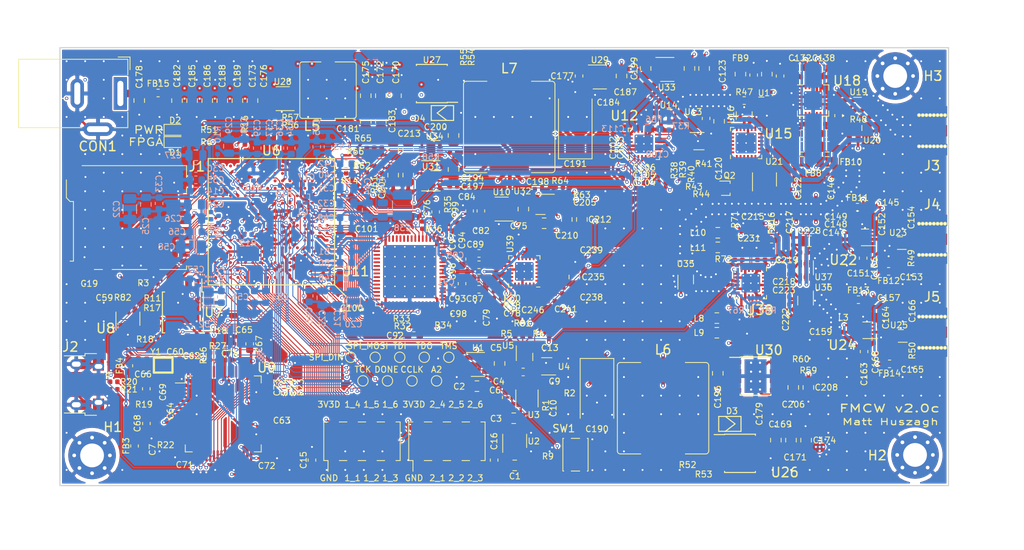
<source format=kicad_pcb>
(kicad_pcb (version 20171130) (host pcbnew 5.1.4)
  (layers (0 F.Cu signal) (1 In1.Cu power) (2 In2.Cu signal) (31 B.Cu signal) (34 B.Paste user) (35 F.Paste user) (36 B.SilkS user) (37 F.SilkS user) (38 B.Mask user) (39 F.Mask user) (44 Edge.Cuts user))
  (net 0 "")
  (net 1 "Net-(R22-Pad1)")
  (net 2 GND)
  (net 3 "Net-(L2-Pad1)")
  (net 4 "Net-(L4-Pad1)")
  (net 5 /3V3A)
  (net 6 /ADC2-)
  (net 7 /ADC_VCM1)
  (net 8 /ADC1+)
  (net 9 /ADC1-)
  (net 10 "Net-(C147-Pad1)")
  (net 11 /ADC_VCM2)
  (net 12 /ADC2+)
  (net 13 "Net-(C137-Pad1)")
  (net 14 /ADF_CLK)
  (net 15 /ADF_DATA)
  (net 16 /ADF_LE)
  (net 17 /ADF_MUXOUT)
  (net 18 /ADF_TXDATA)
  (net 19 /fpga/usb/USB_5V)
  (net 20 /fpga/usb/USBDP)
  (net 21 /fpga/usb/USBDM)
  (net 22 /fpga/TDO)
  (net 23 /fpga/SPI_MOSI)
  (net 24 /fpga/CCLK)
  (net 25 /fpga/TDI)
  (net 26 /fpga/TMS)
  (net 27 /fpga/TCK)
  (net 28 /fpga/SPI_DIN)
  (net 29 /1V0)
  (net 30 /3V6)
  (net 31 /power/5V6)
  (net 32 /fpga/usb/EECS)
  (net 33 /fpga/usb/EEDATA)
  (net 34 /fpga/usb/DO)
  (net 35 /3V3D)
  (net 36 /10V)
  (net 37 /power/12V)
  (net 38 /fpga/adc/3V0)
  (net 39 /3V0)
  (net 40 /5V)
  (net 41 /1V8)
  (net 42 /fpga/LED)
  (net 43 "Net-(R20-Pad1)")
  (net 44 "Net-(R21-Pad1)")
  (net 45 "Net-(D1-Pad2)")
  (net 46 /fpga/M0)
  (net 47 /fpga/SPI_CS)
  (net 48 /fpga/INIT_B)
  (net 49 /fpga/M2)
  (net 50 /fpga/M1)
  (net 51 /fpga/PROGRAM_B)
  (net 52 /if/IF2+)
  (net 53 /if/IF2-)
  (net 54 /if/IF1+)
  (net 55 /if/IF1-)
  (net 56 /LO)
  (net 57 /1V8_OSC)
  (net 58 /fpga/RXF#)
  (net 59 /MIX_ENBL)
  (net 60 /fpga/OF1)
  (net 61 /fpga/TXE#)
  (net 62 /fpga/CARD_DETECT)
  (net 63 /fpga/OF2)
  (net 64 /fpga/WR)
  (net 65 /fpga/RD#)
  (net 66 /fpga/D11)
  (net 67 /fpga/D10)
  (net 68 /fpga/D9)
  (net 69 /fpga/D8)
  (net 70 /fpga/D6)
  (net 71 /fpga/D7)
  (net 72 /fpga/FT_D7)
  (net 73 /fpga/D3)
  (net 74 /fpga/D4)
  (net 75 /fpga/D5)
  (net 76 /fpga/FT_D6)
  (net 77 /fpga/FT_D4)
  (net 78 /fpga/D2)
  (net 79 /fpga/D1)
  (net 80 /fpga/FT_D5)
  (net 81 /fpga/FT_D3)
  (net 82 /fpga/D0)
  (net 83 /fpga/FT_D2)
  (net 84 /fpga/FT_D0)
  (net 85 /fpga/FT_D1)
  (net 86 /fpga/SD_CLK)
  (net 87 /fpga/ADC_OE1)
  (net 88 /fpga/ADC_SHDN1)
  (net 89 /fpga/ADC_OE2)
  (net 90 /fpga/SD_DAT2)
  (net 91 /fpga/ADC_SHDN2)
  (net 92 /fpga/SD_DAT3)
  (net 93 /fpga/SD_DAT1)
  (net 94 /fpga/SD_DAT0)
  (net 95 /fpga/SD_CMD)
  (net 96 "Net-(C127-Pad1)")
  (net 97 "Net-(C110-Pad2)")
  (net 98 "Net-(C110-Pad1)")
  (net 99 /RF2)
  (net 100 "Net-(C112-Pad2)")
  (net 101 "Net-(C112-Pad1)")
  (net 102 /RF1)
  (net 103 /fpga/SIWUA)
  (net 104 /fpga/CLKOUT)
  (net 105 /fpga/OE#)
  (net 106 /fpga/usb/1V8)
  (net 107 /fpga/usb/EECLK)
  (net 108 /mixer/5VF)
  (net 109 "Net-(C164-Pad2)")
  (net 110 /ADF_REF)
  (net 111 /ADC_REF)
  (net 112 /FPGA_REF)
  (net 113 /PA_OFF)
  (net 114 /fpga/EXT1_6)
  (net 115 /fpga/EXT1_5)
  (net 116 /fpga/EXT1_4)
  (net 117 /fpga/EXT1_3)
  (net 118 /fpga/EXT1_2)
  (net 119 /fpga/EXT1_1)
  (net 120 /fpga/EXT2_4)
  (net 121 /fpga/EXT2_1)
  (net 122 /fpga/EXT2_6)
  (net 123 /fpga/EXT2_3)
  (net 124 /fpga/EXT2_5)
  (net 125 /fpga/EXT2_2)
  (net 126 /fpga/ADF_DONE)
  (net 127 /fpga/FT_SUSPEND)
  (net 128 "Net-(C179-Pad1)")
  (net 129 "Net-(R25-Pad2)")
  (net 130 "Net-(TP9-Pad1)")
  (net 131 /3V3_INV)
  (net 132 "Net-(C9-Pad1)")
  (net 133 "Net-(C9-Pad2)")
  (net 134 "Net-(C60-Pad1)")
  (net 135 "Net-(C61-Pad1)")
  (net 136 "Net-(C66-Pad1)")
  (net 137 "Net-(C68-Pad1)")
  (net 138 "Net-(C87-Pad1)")
  (net 139 "Net-(C88-Pad1)")
  (net 140 "Net-(C89-Pad1)")
  (net 141 "Net-(C90-Pad1)")
  (net 142 "Net-(C107-Pad2)")
  (net 143 "Net-(C108-Pad1)")
  (net 144 "Net-(C120-Pad1)")
  (net 145 "Net-(C124-Pad1)")
  (net 146 "Net-(C124-Pad2)")
  (net 147 "Net-(C138-Pad2)")
  (net 148 "Net-(C152-Pad1)")
  (net 149 "Net-(C152-Pad2)")
  (net 150 "Net-(C153-Pad1)")
  (net 151 "Net-(C154-Pad1)")
  (net 152 "Net-(C159-Pad1)")
  (net 153 "Net-(C164-Pad1)")
  (net 154 "Net-(C165-Pad1)")
  (net 155 "Net-(C166-Pad1)")
  (net 156 "Net-(C178-Pad1)")
  (net 157 "Net-(C179-Pad2)")
  (net 158 "Net-(C180-Pad2)")
  (net 159 "Net-(C180-Pad1)")
  (net 160 "Net-(C184-Pad1)")
  (net 161 "Net-(C197-Pad1)")
  (net 162 "Net-(C198-Pad1)")
  (net 163 "Net-(C203-Pad1)")
  (net 164 "Net-(C204-Pad2)")
  (net 165 "Net-(C205-Pad2)")
  (net 166 "Net-(C211-Pad2)")
  (net 167 "Net-(C246-Pad1)")
  (net 168 "Net-(C246-Pad2)")
  (net 169 "Net-(C247-Pad1)")
  (net 170 "Net-(C247-Pad2)")
  (net 171 "Net-(C248-Pad1)")
  (net 172 "Net-(C248-Pad2)")
  (net 173 "Net-(C249-Pad2)")
  (net 174 "Net-(C249-Pad1)")
  (net 175 "Net-(D2-Pad2)")
  (net 176 "Net-(L5-Pad1)")
  (net 177 "Net-(R4-Pad2)")
  (net 178 "Net-(R5-Pad2)")
  (net 179 "Net-(R7-Pad2)")
  (net 180 "Net-(R12-Pad2)")
  (net 181 "Net-(R14-Pad1)")
  (net 182 "Net-(R19-Pad1)")
  (net 183 "Net-(R23-Pad2)")
  (net 184 "Net-(R24-Pad2)")
  (net 185 "Net-(R26-Pad2)")
  (net 186 "Net-(R32-Pad2)")
  (net 187 "Net-(R34-Pad1)")
  (net 188 "Net-(R35-Pad1)")
  (net 189 "Net-(R36-Pad1)")
  (net 190 "Net-(R37-Pad1)")
  (net 191 "Net-(R38-Pad2)")
  (net 192 "Net-(R40-Pad1)")
  (net 193 "Net-(R41-Pad1)")
  (net 194 "Net-(R47-Pad1)")
  (net 195 "Net-(R47-Pad2)")
  (net 196 "Net-(R48-Pad2)")
  (net 197 "Net-(R49-Pad1)")
  (net 198 "Net-(R50-Pad1)")
  (net 199 "Net-(R52-Pad2)")
  (net 200 "Net-(R54-Pad2)")
  (net 201 "Net-(R56-Pad2)")
  (net 202 "Net-(R58-Pad2)")
  (net 203 "Net-(R59-Pad2)")
  (net 204 "Net-(R67-Pad2)")
  (net 205 "Net-(U15-Pad16)")
  (net 206 "Net-(C251-Pad2)")
  (net 207 "Net-(C251-Pad1)")
  (net 208 "Net-(C252-Pad2)")
  (net 209 "Net-(C252-Pad1)")
  (net 210 "Net-(J3-Pad1)")
  (net 211 "Net-(U19-Pad2)")
  (net 212 "Net-(R81-Pad2)")
  (net 213 "Net-(C4-Pad2)")
  (net 214 "Net-(C118-Pad2)")
  (net 215 "Net-(C128-Pad1)")
  (net 216 "Net-(C132-Pad2)")
  (net 217 "Net-(C148-Pad1)")
  (net 218 "Net-(C160-Pad1)")
  (net 219 "Net-(C10-Pad2)")
  (net 220 "Net-(C11-Pad2)")
  (net 221 "Net-(R2-Pad1)")
  (net 222 /fpga/adc/AINA+)
  (net 223 /fpga/adc/AINA-)
  (net 224 /fpga/adc/AINB+)
  (net 225 /fpga/adc/AINB-)
  (net 226 /if/IF2a-)
  (net 227 /if/IF2a+)
  (net 228 /if/IF1a-)
  (net 229 /if/IF1b+)
  (net 230 /if/IF2b-)
  (net 231 /if/IF2b+)
  (net 232 /if/IF1b-)
  (net 233 /if/IF1a+)
  (net 234 /mixer/RF1a+)
  (net 235 /mixer/RF1a-)
  (net 236 /mixer/RF2a+)
  (net 237 /mixer/RF2a-)
  (net 238 /mixer/RF1b-)
  (net 239 /mixer/RF1b+)
  (net 240 /mixer/RF2b-)
  (net 241 /mixer/RF2b+)
  (net 242 /mixer/LOIb+)
  (net 243 /mixer/LOIa+)
  (net 244 /mixer/LOIb-)
  (net 245 /mixer/LOIa-)
  (net 246 "Net-(U6-PadC1)")
  (net 247 "Net-(U6-PadJ1)")
  (net 248 "Net-(U6-PadR2)")
  (net 249 "Net-(U6-PadC3)")
  (net 250 "Net-(U6-PadD3)")
  (net 251 "Net-(U6-PadE3)")
  (net 252 "Net-(U6-PadF3)")
  (net 253 "Net-(U6-PadL3)")
  (net 254 "Net-(U6-PadN3)")
  (net 255 /ADF_CE)
  (net 256 "Net-(U6-PadT3)")
  (net 257 "Net-(U6-PadB4)")
  (net 258 "Net-(U6-PadC4)")
  (net 259 "Net-(U6-PadD4)")
  (net 260 "Net-(U6-PadF4)")
  (net 261 "Net-(U6-PadG4)")
  (net 262 "Net-(U6-PadH4)")
  (net 263 "Net-(U6-PadL4)")
  (net 264 "Net-(U6-PadM4)")
  (net 265 "Net-(U6-PadN4)")
  (net 266 "Net-(U6-PadP4)")
  (net 267 "Net-(U6-PadD5)")
  (net 268 "Net-(U6-PadE5)")
  (net 269 "Net-(U6-PadF5)")
  (net 270 "Net-(U6-PadG5)")
  (net 271 "Net-(U6-PadH5)")
  (net 272 "Net-(U6-PadJ5)")
  (net 273 "Net-(U6-PadK5)")
  (net 274 "Net-(U6-PadL5)")
  (net 275 "Net-(U6-PadM5)")
  (net 276 "Net-(U6-PadP5)")
  (net 277 "Net-(U6-PadR5)")
  (net 278 "Net-(U6-PadT5)")
  (net 279 "Net-(U6-PadB6)")
  (net 280 "Net-(U6-PadC6)")
  (net 281 "Net-(U6-PadD6)")
  (net 282 "Net-(U6-PadE6)")
  (net 283 "Net-(U6-PadM6)")
  (net 284 "Net-(U6-PadN6)")
  (net 285 "Net-(U6-PadP6)")
  (net 286 "Net-(U6-PadR6)")
  (net 287 "Net-(U6-PadC7)")
  (net 288 "Net-(U6-PadR7)")
  (net 289 "Net-(U6-PadT7)")
  (net 290 "Net-(U6-PadC8)")
  (net 291 "Net-(U6-PadD8)")
  (net 292 "Net-(U6-PadH8)")
  (net 293 "Net-(U6-PadP8)")
  (net 294 "Net-(U6-PadR8)")
  (net 295 "Net-(U6-PadT8)")
  (net 296 "Net-(U6-PadC9)")
  (net 297 "Net-(U6-PadD9)")
  (net 298 "Net-(U6-PadN9)")
  (net 299 "Net-(U6-PadP9)")
  (net 300 "Net-(U6-PadT9)")
  (net 301 "Net-(U6-PadA10)")
  (net 302 "Net-(U6-PadD10)")
  (net 303 "Net-(U6-PadP10)")
  (net 304 "Net-(U6-PadR10)")
  (net 305 "Net-(U6-PadT10)")
  (net 306 "Net-(U6-PadB11)")
  (net 307 "Net-(U6-PadD11)")
  (net 308 "Net-(U6-PadE11)")
  (net 309 "Net-(U6-PadG11)")
  (net 310 "Net-(U6-PadH11)")
  (net 311 "Net-(U6-PadP11)")
  (net 312 "Net-(U6-PadR11)")
  (net 313 "Net-(U6-PadB12)")
  (net 314 "Net-(U6-PadE12)")
  (net 315 "Net-(U6-PadF12)")
  (net 316 "Net-(U6-PadG12)")
  (net 317 "Net-(U6-PadH12)")
  (net 318 "Net-(U6-PadK12)")
  (net 319 "Net-(U6-PadM12)")
  (net 320 "Net-(U6-PadN12)")
  (net 321 "Net-(U6-PadR12)")
  (net 322 "Net-(U6-PadT12)")
  (net 323 "Net-(U6-PadC13)")
  (net 324 "Net-(U6-PadD13)")
  (net 325 "Net-(U6-PadE13)")
  (net 326 "Net-(U6-PadF13)")
  (net 327 "Net-(U6-PadH13)")
  (net 328 "Net-(U6-PadK13)")
  (net 329 "Net-(U6-PadL13)")
  (net 330 "Net-(U6-PadN13)")
  (net 331 "Net-(U6-PadP13)")
  (net 332 "Net-(U6-PadR13)")
  (net 333 "Net-(U6-PadT13)")
  (net 334 "Net-(U6-PadC14)")
  (net 335 "Net-(U6-PadD14)")
  (net 336 "Net-(U6-PadG14)")
  (net 337 "Net-(U6-PadH14)")
  (net 338 "Net-(U6-PadL14)")
  (net 339 "Net-(U6-PadM14)")
  (net 340 "Net-(U6-PadP14)")
  (net 341 "Net-(U6-PadT14)")
  (net 342 "Net-(U6-PadJ15)")
  (net 343 "Net-(U6-PadK15)")
  (net 344 "Net-(U6-PadM15)")
  (net 345 "Net-(U6-PadP15)")
  (net 346 "Net-(U6-PadT15)")
  (net 347 "Net-(U6-PadJ16)")
  (net 348 "Net-(U6-PadK16)")
  (net 349 "Net-(Y1-Pad2)")
  (net 350 "Net-(Y1-Pad4)")
  (net 351 "Net-(Q2-Pad3)")
  (net 352 "Net-(U36-Pad6)")
  (net 353 "Net-(U35-Pad6)")
  (net 354 "Net-(U37-Pad6)")
  (net 355 "Net-(U4-Pad1)")
  (net 356 "Net-(U2-Pad4)")
  (net 357 "Net-(U1-Pad4)")
  (net 358 "Net-(U33-Pad4)")
  (net 359 "Net-(U10-Pad4)")
  (net 360 "Net-(U28-Pad1)")
  (net 361 "Net-(U22-Pad6)")
  (net 362 "Net-(U22-Pad4)")
  (net 363 "Net-(U22-Pad8)")
  (net 364 "Net-(U22-Pad3)")
  (net 365 "Net-(U24-Pad3)")
  (net 366 "Net-(U24-Pad8)")
  (net 367 "Net-(U24-Pad4)")
  (net 368 "Net-(U24-Pad6)")
  (net 369 "Net-(U30-Pad5)")
  (net 370 "Net-(U30-Pad4)")
  (net 371 "Net-(U30-Pad1)")
  (net 372 "Net-(U27-Pad5)")
  (net 373 "Net-(U27-Pad3)")
  (net 374 "Net-(U27-Pad2)")
  (net 375 "Net-(U26-Pad2)")
  (net 376 "Net-(U26-Pad3)")
  (net 377 "Net-(U26-Pad5)")
  (net 378 "Net-(U9-Pad34)")
  (net 379 "Net-(U9-Pad43)")
  (net 380 "Net-(U9-Pad44)")
  (net 381 "Net-(U9-Pad45)")
  (net 382 "Net-(U9-Pad46)")
  (net 383 "Net-(U9-Pad48)")
  (net 384 "Net-(U9-Pad52)")
  (net 385 "Net-(U9-Pad53)")
  (net 386 "Net-(U9-Pad54)")
  (net 387 "Net-(U9-Pad55)")
  (net 388 "Net-(U9-Pad57)")
  (net 389 "Net-(U9-Pad58)")
  (net 390 "Net-(U9-Pad60)")
  (net 391 "Net-(U11-Pad42)")
  (net 392 "Net-(U11-Pad41)")
  (net 393 "Net-(U11-Pad39)")
  (net 394 "Net-(U11-Pad38)")
  (net 395 "Net-(U11-Pad37)")
  (net 396 "Net-(U11-Pad36)")
  (net 397 "Net-(U11-Pad35)")
  (net 398 "Net-(U11-Pad34)")
  (net 399 "Net-(U11-Pad33)")
  (net 400 "Net-(U11-Pad30)")
  (net 401 "Net-(U11-Pad29)")
  (net 402 "Net-(U11-Pad28)")
  (net 403 "Net-(U11-Pad27)")
  (net 404 "Net-(U11-Pad26)")
  (net 405 "Net-(U11-Pad25)")
  (net 406 "Net-(U11-Pad24)")
  (net 407 "Net-(U15-Pad24)")
  (net 408 "Net-(U15-Pad23)")
  (net 409 "Net-(U15-Pad21)")
  (net 410 "Net-(U15-Pad19)")
  (net 411 "Net-(U15-Pad18)")
  (net 412 "Net-(U15-Pad17)")
  (net 413 "Net-(U15-Pad14)")
  (net 414 "Net-(U15-Pad13)")
  (net 415 "Net-(U15-Pad12)")
  (net 416 "Net-(U15-Pad11)")
  (net 417 "Net-(U15-Pad10)")
  (net 418 "Net-(U15-Pad9)")
  (net 419 "Net-(U15-Pad8)")
  (net 420 "Net-(U15-Pad7)")
  (net 421 "Net-(U15-Pad6)")
  (net 422 "Net-(U15-Pad5)")
  (net 423 "Net-(U15-Pad4)")
  (net 424 "Net-(U15-Pad3)")
  (net 425 "Net-(U15-Pad2)")
  (net 426 "Net-(U15-Pad1)")
  (net 427 "Net-(U18-Pad1)")
  (net 428 "Net-(U5-Pad5)")
  (net 429 "Net-(U32-Pad5)")
  (net 430 "Net-(U34-Pad5)")
  (net 431 "Net-(U12-Pad21)")
  (net 432 "Net-(U3-Pad2)")
  (net 433 "Net-(U3-Pad5)")
  (net 434 "Net-(J2-Pad4)")
  (module Package_DFN_QFN:DFN-8-1EP_2x2mm_P0.5mm_EP0.8x1.2mm (layer F.Cu) (at 148.873426 128.7384 270)
    (fp_text reference U5 (at -1.0272 2.213826 180) (layer F.SilkS) (effects (font (size 0.8128 0.8128) (thickness 0.127))))
    (fp_text value NB3N551)
    (pad 9 smd roundrect (at 0 0 270) (size 0.8 1.2) (layers F.Cu F.Mask) (net 2 GND))
    (pad 1 smd roundrect (at -1 -0.75 270) (size 0.75 0.25) (layers F.Cu F.Paste F.Mask) (net 221 "Net-(R2-Pad1)"))
    (pad 2 smd roundrect (at -1 -0.25 270) (size 0.75 0.25) (layers F.Cu F.Paste F.Mask) (net 177 "Net-(R4-Pad2)"))
    (pad 3 smd roundrect (at -1 0.25 270) (size 0.75 0.25) (layers F.Cu F.Paste F.Mask) (net 212 "Net-(R81-Pad2)"))
    (pad 4 smd roundrect (at -1 0.75 270) (size 0.75 0.25) (layers F.Cu F.Paste F.Mask) (net 178 "Net-(R5-Pad2)"))
    (pad 5 smd roundrect (at 1 0.75 270) (size 0.75 0.25) (layers F.Cu F.Paste F.Mask) (net 428 "Net-(U5-Pad5)"))
    (pad 6 smd roundrect (at 1 0.25 270) (size 0.75 0.25) (layers F.Cu F.Paste F.Mask) (net 2 GND))
    (pad 7 smd roundrect (at 1 -0.25 270) (size 0.75 0.25) (layers F.Cu F.Paste F.Mask) (net 220 "Net-(C11-Pad2)"))
    (pad 8 smd roundrect (at 1 -0.75 270) (size 0.75 0.25) (layers F.Cu F.Paste F.Mask) (net 220 "Net-(C11-Pad2)"))
  )
  (module Package_SO:SOIJ-8_5.3x5.3mm_P1.27mm (layer F.Cu) (at 102.9 123.25 270)
    (fp_text reference U7 (at 0 -4.15) (layer F.SilkS) (effects (font (size 1.27 1.27) (thickness 0.1905))))
    (fp_text value W25Q32JV)
    (pad 1 smd rect (at -3.65 -1.905 270) (size 1.7 0.65) (layers F.Cu F.Paste F.Mask) (net 47 /fpga/SPI_CS))
    (pad 2 smd rect (at -3.65 -0.635 270) (size 1.7 0.65) (layers F.Cu F.Paste F.Mask) (net 28 /fpga/SPI_DIN))
    (pad 3 smd rect (at -3.65 0.635 270) (size 1.7 0.65) (layers F.Cu F.Paste F.Mask) (net 35 /3V3D))
    (pad 4 smd rect (at -3.65 1.905 270) (size 1.7 0.65) (layers F.Cu F.Paste F.Mask) (net 2 GND))
    (pad 5 smd rect (at 3.65 1.905 270) (size 1.7 0.65) (layers F.Cu F.Paste F.Mask) (net 23 /fpga/SPI_MOSI))
    (pad 6 smd rect (at 3.65 0.635 270) (size 1.7 0.65) (layers F.Cu F.Paste F.Mask) (net 24 /fpga/CCLK))
    (pad 7 smd rect (at 3.65 -0.635 270) (size 1.7 0.65) (layers F.Cu F.Paste F.Mask) (net 35 /3V3D))
    (pad 8 smd rect (at 3.65 -1.905 270) (size 1.7 0.65) (layers F.Cu F.Paste F.Mask) (net 35 /3V3D))
  )
  (module Package_TO_SOT_SMD:SOT-23-6 (layer F.Cu) (at 95.5 124.1 90)
    (fp_text reference U8 (at -1.3 -3 180) (layer F.SilkS) (effects (font (size 1.27 1.27) (thickness 0.1905))))
    (fp_text value 93LCxxBxxOT)
    (pad 5 smd rect (at 1.1 0 90) (size 1.06 0.65) (layers F.Cu F.Paste F.Mask) (net 32 /fpga/usb/EECS))
    (pad 6 smd rect (at 1.1 -0.95 90) (size 1.06 0.65) (layers F.Cu F.Paste F.Mask) (net 35 /3V3D))
    (pad 4 smd rect (at 1.1 0.95 90) (size 1.06 0.65) (layers F.Cu F.Paste F.Mask) (net 107 /fpga/usb/EECLK))
    (pad 3 smd rect (at -1.1 0.95 90) (size 1.06 0.65) (layers F.Cu F.Paste F.Mask) (net 33 /fpga/usb/EEDATA))
    (pad 2 smd rect (at -1.1 0 90) (size 1.06 0.65) (layers F.Cu F.Paste F.Mask) (net 2 GND))
    (pad 1 smd rect (at -1.1 -0.95 90) (size 1.06 0.65) (layers F.Cu F.Paste F.Mask) (net 34 /fpga/usb/DO))
  )
  (module Resistor_SMD:R_0402_1005Metric (layer F.Cu) (at 96.4 119.75 270)
    (fp_text reference R3 (at -0.45 -1.17) (layer F.SilkS) (effects (font (size 0.8128 0.8128) (thickness 0.127))))
    (fp_text value 10k)
    (pad 2 smd roundrect (at 0.485 0 270) (size 0.59 0.64) (layers F.Cu F.Paste F.Mask) (net 107 /fpga/usb/EECLK))
    (pad 1 smd roundrect (at -0.485 0 270) (size 0.59 0.64) (layers F.Cu F.Paste F.Mask) (net 35 /3V3D))
  )
  (module Resistor_SMD:R_0402_1005Metric (layer F.Cu) (at 95.35 119.75 270)
    (fp_text reference R82 (at 1.5 0.55) (layer F.SilkS) (effects (font (size 0.8128 0.8128) (thickness 0.127))))
    (fp_text value 10k)
    (pad 1 smd roundrect (at -0.485 0 270) (size 0.59 0.64) (layers F.Cu F.Paste F.Mask) (net 35 /3V3D))
    (pad 2 smd roundrect (at 0.485 0 270) (size 0.59 0.64) (layers F.Cu F.Paste F.Mask) (net 32 /fpga/usb/EECS))
  )
  (module Button_Switch_SMD:SW_SPST_PTS810 (layer F.Cu) (at 155.73 142.4 90)
    (fp_text reference SW1 (at 3.53 -1.58 180) (layer F.SilkS))
    (fp_text value SW_PUSH)
    (pad 1 smd rect (at -2.075 -1.075 90) (size 1.05 0.65) (layers F.Cu F.Paste F.Mask) (net 51 /fpga/PROGRAM_B))
    (pad 1 smd rect (at 2.075 -1.075 90) (size 1.05 0.65) (layers F.Cu F.Paste F.Mask) (net 51 /fpga/PROGRAM_B))
    (pad 2 smd rect (at -2.075 1.075 90) (size 1.05 0.65) (layers F.Cu F.Paste F.Mask) (net 2 GND))
    (pad 2 smd rect (at 2.075 1.075 90) (size 1.05 0.65) (layers F.Cu F.Paste F.Mask) (net 2 GND))
  )
  (module Package_TO_SOT_SMD:SOT-23-5 (layer F.Cu) (at 181.16 105.36 90)
    (fp_text reference U21 (at 2.4 1.31 180) (layer F.SilkS) (effects (font (size 0.8128 0.8128) (thickness 0.127))))
    (fp_text value LMV321)
    (pad 1 smd rect (at -1.1 -0.95 90) (size 1.06 0.65) (layers F.Cu F.Paste F.Mask) (net 351 "Net-(Q2-Pad3)"))
    (pad 2 smd rect (at -1.1 0 90) (size 1.06 0.65) (layers F.Cu F.Paste F.Mask) (net 2 GND))
    (pad 3 smd rect (at -1.1 0.95 90) (size 1.06 0.65) (layers F.Cu F.Paste F.Mask) (net 146 "Net-(C124-Pad2)"))
    (pad 4 smd rect (at 1.1 0.95 90) (size 1.06 0.65) (layers F.Cu F.Paste F.Mask) (net 146 "Net-(C124-Pad2)"))
    (pad 5 smd rect (at 1.1 -0.95 90) (size 1.06 0.65) (layers F.Cu F.Paste F.Mask) (net 5 /3V3A))
  )
  (module Package_CSP:LFCSP-24-1EP_4x4mm_P0.5mm_EP2.5x2.5mm_ThermalVias (layer F.Cu) (at 179.324 119.3165 270)
    (fp_text reference U38 (at 3.6195 -1.143) (layer F.SilkS) (effects (font (size 1.27 1.27) (thickness 0.1905))))
    (fp_text value ADL5802)
    (pad 24 smd roundrect (at -1.25 -1.9375 270) (size 0.25 0.875) (layers F.Cu F.Paste F.Mask) (net 108 /mixer/5VF))
    (pad 23 smd roundrect (at -0.75 -1.9375 270) (size 0.25 0.875) (layers F.Cu F.Paste F.Mask) (net 239 /mixer/RF1b+))
    (pad 22 smd roundrect (at -0.25 -1.9375 270) (size 0.25 0.875) (layers F.Cu F.Paste F.Mask) (net 238 /mixer/RF1b-))
    (pad 21 smd roundrect (at 0.25 -1.9375 270) (size 0.25 0.875) (layers F.Cu F.Paste F.Mask) (net 2 GND))
    (pad 20 smd roundrect (at 0.75 -1.9375 270) (size 0.25 0.875) (layers F.Cu F.Paste F.Mask) (net 241 /mixer/RF2b+))
    (pad 19 smd roundrect (at 1.25 -1.9375 270) (size 0.25 0.875) (layers F.Cu F.Paste F.Mask) (net 240 /mixer/RF2b-))
    (pad 18 smd roundrect (at 1.9375 -1.25 270) (size 0.875 0.25) (layers F.Cu F.Paste F.Mask) (net 2 GND))
    (pad 17 smd roundrect (at 1.9375 -0.75 270) (size 0.875 0.25) (layers F.Cu F.Paste F.Mask) (net 2 GND))
    (pad 16 smd roundrect (at 1.9375 -0.25 270) (size 0.875 0.25) (layers F.Cu F.Paste F.Mask) (net 52 /if/IF2+))
    (pad 15 smd roundrect (at 1.9375 0.25 270) (size 0.875 0.25) (layers F.Cu F.Paste F.Mask) (net 53 /if/IF2-))
    (pad 14 smd roundrect (at 1.9375 0.75 270) (size 0.875 0.25) (layers F.Cu F.Paste F.Mask) (net 2 GND))
    (pad 13 smd roundrect (at 1.9375 1.25 270) (size 0.875 0.25) (layers F.Cu F.Paste F.Mask) (net 108 /mixer/5VF))
    (pad 12 smd roundrect (at 1.25 1.9375 270) (size 0.25 0.875) (layers F.Cu F.Paste F.Mask) (net 204 "Net-(R67-Pad2)"))
    (pad 11 smd roundrect (at 0.75 1.9375 270) (size 0.25 0.875) (layers F.Cu F.Paste F.Mask) (net 2 GND))
    (pad 10 smd roundrect (at 0.25 1.9375 270) (size 0.25 0.875) (layers F.Cu F.Paste F.Mask) (net 244 /mixer/LOIb-))
    (pad 9 smd roundrect (at -0.25 1.9375 270) (size 0.25 0.875) (layers F.Cu F.Paste F.Mask) (net 242 /mixer/LOIb+))
    (pad 8 smd roundrect (at -0.75 1.9375 270) (size 0.25 0.875) (layers F.Cu F.Paste F.Mask) (net 2 GND))
    (pad 7 smd roundrect (at -1.25 1.9375 270) (size 0.25 0.875) (layers F.Cu F.Paste F.Mask) (net 59 /MIX_ENBL))
    (pad 6 smd roundrect (at -1.9375 1.25 270) (size 0.875 0.25) (layers F.Cu F.Paste F.Mask) (net 108 /mixer/5VF))
    (pad 5 smd roundrect (at -1.9375 0.75 270) (size 0.875 0.25) (layers F.Cu F.Paste F.Mask) (net 2 GND))
    (pad 4 smd roundrect (at -1.9375 0.25 270) (size 0.875 0.25) (layers F.Cu F.Paste F.Mask) (net 54 /if/IF1+))
    (pad 3 smd roundrect (at -1.9375 -0.25 270) (size 0.875 0.25) (layers F.Cu F.Paste F.Mask) (net 55 /if/IF1-))
    (pad 2 smd roundrect (at -1.9375 -0.75 270) (size 0.875 0.25) (layers F.Cu F.Paste F.Mask) (net 2 GND))
    (pad 1 smd roundrect (at -1.9375 -1.25 270) (size 0.875 0.25) (layers F.Cu F.Paste F.Mask) (net 2 GND))
    (pad 25 smd roundrect (at 0 0 270) (size 2.5 2.5) (layers B.Cu) (roundrect_rratio 0.1) (net 2 GND))
    (pad 25 thru_hole circle (at 1 1 270) (size 0.5 0.5) (drill 0.2) (layers *.Cu) (net 2 GND))
    (pad 25 thru_hole circle (at 0 1 270) (size 0.5 0.5) (drill 0.2) (layers *.Cu) (net 2 GND))
    (pad 25 thru_hole circle (at -1 1 270) (size 0.5 0.5) (drill 0.2) (layers *.Cu) (net 2 GND))
    (pad 25 thru_hole circle (at 1 0 270) (size 0.5 0.5) (drill 0.2) (layers *.Cu) (net 2 GND))
    (pad 25 thru_hole circle (at 0 0 270) (size 0.5 0.5) (drill 0.2) (layers *.Cu) (net 2 GND))
    (pad 25 thru_hole circle (at -1 0 270) (size 0.5 0.5) (drill 0.2) (layers *.Cu) (net 2 GND))
    (pad 25 thru_hole circle (at 1 -1 270) (size 0.5 0.5) (drill 0.2) (layers *.Cu) (net 2 GND))
    (pad 25 thru_hole circle (at 0 -1 270) (size 0.5 0.5) (drill 0.2) (layers *.Cu) (net 2 GND))
    (pad 25 thru_hole circle (at -1 -1 270) (size 0.5 0.5) (drill 0.2) (layers *.Cu) (net 2 GND))
    (pad 25 smd roundrect (at 0 0 270) (size 2.5 2.5) (layers F.Cu F.Mask) (roundrect_rratio 0.1) (net 2 GND))
  )
  (module Package_DFN_QFN:QFN-24-1EP_4x4mm_P0.5mm_EP2.8x2.8mm_ThermalVias (layer F.Cu) (at 178.689 100.457 90)
    (fp_text reference U15 (at 1.257 4.351 180) (layer F.SilkS) (effects (font (size 1.27 1.27) (thickness 0.1905))))
    (fp_text value HMC431LP4)
    (pad 24 smd roundrect (at -1.25 -1.9875 90) (size 0.25 0.775) (layers F.Cu F.Paste F.Mask) (net 407 "Net-(U15-Pad24)"))
    (pad 23 smd roundrect (at -0.75 -1.9875 90) (size 0.25 0.775) (layers F.Cu F.Paste F.Mask) (net 408 "Net-(U15-Pad23)"))
    (pad 22 smd roundrect (at -0.25 -1.9875 90) (size 0.25 0.775) (layers F.Cu F.Paste F.Mask) (net 144 "Net-(C120-Pad1)"))
    (pad 21 smd roundrect (at 0.25 -1.9875 90) (size 0.25 0.775) (layers F.Cu F.Paste F.Mask) (net 409 "Net-(U15-Pad21)"))
    (pad 20 smd roundrect (at 0.75 -1.9875 90) (size 0.25 0.775) (layers F.Cu F.Paste F.Mask) (net 214 "Net-(C118-Pad2)"))
    (pad 19 smd roundrect (at 1.25 -1.9875 90) (size 0.25 0.775) (layers F.Cu F.Paste F.Mask) (net 410 "Net-(U15-Pad19)"))
    (pad 18 smd roundrect (at 1.9875 -1.25 90) (size 0.775 0.25) (layers F.Cu F.Paste F.Mask) (net 411 "Net-(U15-Pad18)"))
    (pad 17 smd roundrect (at 1.9875 -0.75 90) (size 0.775 0.25) (layers F.Cu F.Paste F.Mask) (net 412 "Net-(U15-Pad17)"))
    (pad 16 smd roundrect (at 1.9875 -0.25 90) (size 0.775 0.25) (layers F.Cu F.Paste F.Mask) (net 205 "Net-(U15-Pad16)"))
    (pad 15 smd roundrect (at 1.9875 0.25 90) (size 0.775 0.25) (layers F.Cu F.Paste F.Mask) (net 2 GND))
    (pad 14 smd roundrect (at 1.9875 0.75 90) (size 0.775 0.25) (layers F.Cu F.Paste F.Mask) (net 413 "Net-(U15-Pad14)"))
    (pad 13 smd roundrect (at 1.9875 1.25 90) (size 0.775 0.25) (layers F.Cu F.Paste F.Mask) (net 414 "Net-(U15-Pad13)"))
    (pad 12 smd roundrect (at 1.25 1.9875 90) (size 0.25 0.775) (layers F.Cu F.Paste F.Mask) (net 415 "Net-(U15-Pad12)"))
    (pad 11 smd roundrect (at 0.75 1.9875 90) (size 0.25 0.775) (layers F.Cu F.Paste F.Mask) (net 416 "Net-(U15-Pad11)"))
    (pad 10 smd roundrect (at 0.25 1.9875 90) (size 0.25 0.775) (layers F.Cu F.Paste F.Mask) (net 417 "Net-(U15-Pad10)"))
    (pad 9 smd roundrect (at -0.25 1.9875 90) (size 0.25 0.775) (layers F.Cu F.Paste F.Mask) (net 418 "Net-(U15-Pad9)"))
    (pad 8 smd roundrect (at -0.75 1.9875 90) (size 0.25 0.775) (layers F.Cu F.Paste F.Mask) (net 419 "Net-(U15-Pad8)"))
    (pad 7 smd roundrect (at -1.25 1.9875 90) (size 0.25 0.775) (layers F.Cu F.Paste F.Mask) (net 420 "Net-(U15-Pad7)"))
    (pad 6 smd roundrect (at -1.9875 1.25 90) (size 0.775 0.25) (layers F.Cu F.Paste F.Mask) (net 421 "Net-(U15-Pad6)"))
    (pad 5 smd roundrect (at -1.9875 0.75 90) (size 0.775 0.25) (layers F.Cu F.Paste F.Mask) (net 422 "Net-(U15-Pad5)"))
    (pad 4 smd roundrect (at -1.9875 0.25 90) (size 0.775 0.25) (layers F.Cu F.Paste F.Mask) (net 423 "Net-(U15-Pad4)"))
    (pad 3 smd roundrect (at -1.9875 -0.25 90) (size 0.775 0.25) (layers F.Cu F.Paste F.Mask) (net 424 "Net-(U15-Pad3)"))
    (pad 2 smd roundrect (at -1.9875 -0.75 90) (size 0.775 0.25) (layers F.Cu F.Paste F.Mask) (net 425 "Net-(U15-Pad2)"))
    (pad 1 smd roundrect (at -1.9875 -1.25 90) (size 0.775 0.25) (layers F.Cu F.Paste F.Mask) (net 426 "Net-(U15-Pad1)"))
    (pad 25 smd roundrect (at 0 0 90) (size 2.8 2.8) (layers B.Cu) (roundrect_rratio 0.089286) (net 2 GND))
    (pad 25 thru_hole circle (at 1.15 1.15 90) (size 0.5 0.5) (drill 0.2) (layers *.Cu) (net 2 GND))
    (pad 25 thru_hole circle (at 0 1.15 90) (size 0.5 0.5) (drill 0.2) (layers *.Cu) (net 2 GND))
    (pad 25 thru_hole circle (at -1.15 1.15 90) (size 0.5 0.5) (drill 0.2) (layers *.Cu) (net 2 GND))
    (pad 25 thru_hole circle (at 1.15 0 90) (size 0.5 0.5) (drill 0.2) (layers *.Cu) (net 2 GND))
    (pad 25 thru_hole circle (at 0 0 90) (size 0.5 0.5) (drill 0.2) (layers *.Cu) (net 2 GND))
    (pad 25 thru_hole circle (at -1.15 0 90) (size 0.5 0.5) (drill 0.2) (layers *.Cu) (net 2 GND))
    (pad 25 thru_hole circle (at 1.15 -1.15 90) (size 0.5 0.5) (drill 0.2) (layers *.Cu) (net 2 GND))
    (pad 25 thru_hole circle (at 0 -1.15 90) (size 0.5 0.5) (drill 0.2) (layers *.Cu) (net 2 GND))
    (pad 25 thru_hole circle (at -1.15 -1.15 90) (size 0.5 0.5) (drill 0.2) (layers *.Cu) (net 2 GND))
    (pad 25 smd roundrect (at 0 0 90) (size 2.8 2.8) (layers F.Cu F.Mask) (roundrect_rratio 0.089286) (net 2 GND))
  )
  (module Package_CSP:LFCSP-24-1EP_4x4mm_P0.5mm_EP2.5x2.5mm_ThermalVias (layer F.Cu) (at 164.9349 100.5713 270)
    (fp_text reference U12 (at -3.7973 2.6289 180) (layer F.SilkS) (effects (font (size 1.27 1.27) (thickness 0.1905))))
    (fp_text value ADF4158)
    (pad 24 smd roundrect (at -1.25 -1.9375 270) (size 0.25 0.875) (layers F.Cu F.Paste F.Mask) (net 98 "Net-(C110-Pad1)"))
    (pad 23 smd roundrect (at -0.75 -1.9375 270) (size 0.25 0.875) (layers F.Cu F.Paste F.Mask) (net 190 "Net-(R37-Pad1)"))
    (pad 22 smd roundrect (at -0.25 -1.9375 270) (size 0.25 0.875) (layers F.Cu F.Paste F.Mask) (net 143 "Net-(C108-Pad1)"))
    (pad 21 smd roundrect (at 0.25 -1.9375 270) (size 0.25 0.875) (layers F.Cu F.Paste F.Mask) (net 431 "Net-(U12-Pad21)"))
    (pad 20 smd roundrect (at 0.75 -1.9375 270) (size 0.25 0.875) (layers F.Cu F.Paste F.Mask) (net 191 "Net-(R38-Pad2)"))
    (pad 19 smd roundrect (at 1.25 -1.9375 270) (size 0.25 0.875) (layers F.Cu F.Paste F.Mask) (net 5 /3V3A))
    (pad 18 smd roundrect (at 1.9375 -1.25 270) (size 0.875 0.25) (layers F.Cu F.Paste F.Mask) (net 5 /3V3A))
    (pad 17 smd roundrect (at 1.9375 -0.75 270) (size 0.875 0.25) (layers F.Cu F.Paste F.Mask) (net 17 /ADF_MUXOUT))
    (pad 16 smd roundrect (at 1.9375 -0.25 270) (size 0.875 0.25) (layers F.Cu F.Paste F.Mask) (net 16 /ADF_LE))
    (pad 15 smd roundrect (at 1.9375 0.25 270) (size 0.875 0.25) (layers F.Cu F.Paste F.Mask) (net 15 /ADF_DATA))
    (pad 14 smd roundrect (at 1.9375 0.75 270) (size 0.875 0.25) (layers F.Cu F.Paste F.Mask) (net 14 /ADF_CLK))
    (pad 13 smd roundrect (at 1.9375 1.25 270) (size 0.875 0.25) (layers F.Cu F.Paste F.Mask) (net 255 /ADF_CE))
    (pad 12 smd roundrect (at 1.25 1.9375 270) (size 0.25 0.875) (layers F.Cu F.Paste F.Mask) (net 18 /ADF_TXDATA))
    (pad 11 smd roundrect (at 0.75 1.9375 270) (size 0.25 0.875) (layers F.Cu F.Paste F.Mask) (net 2 GND))
    (pad 10 smd roundrect (at 0.25 1.9375 270) (size 0.25 0.875) (layers F.Cu F.Paste F.Mask) (net 2 GND))
    (pad 9 smd roundrect (at -0.25 1.9375 270) (size 0.25 0.875) (layers F.Cu F.Paste F.Mask) (net 110 /ADF_REF))
    (pad 8 smd roundrect (at -0.75 1.9375 270) (size 0.25 0.875) (layers F.Cu F.Paste F.Mask) (net 5 /3V3A))
    (pad 7 smd roundrect (at -1.25 1.9375 270) (size 0.25 0.875) (layers F.Cu F.Paste F.Mask) (net 5 /3V3A))
    (pad 6 smd roundrect (at -1.9375 1.25 270) (size 0.875 0.25) (layers F.Cu F.Paste F.Mask) (net 5 /3V3A))
    (pad 5 smd roundrect (at -1.9375 0.75 270) (size 0.875 0.25) (layers F.Cu F.Paste F.Mask) (net 100 "Net-(C112-Pad2)"))
    (pad 4 smd roundrect (at -1.9375 0.25 270) (size 0.875 0.25) (layers F.Cu F.Paste F.Mask) (net 142 "Net-(C107-Pad2)"))
    (pad 3 smd roundrect (at -1.9375 -0.25 270) (size 0.875 0.25) (layers F.Cu F.Paste F.Mask) (net 2 GND))
    (pad 2 smd roundrect (at -1.9375 -0.75 270) (size 0.875 0.25) (layers F.Cu F.Paste F.Mask) (net 2 GND))
    (pad 1 smd roundrect (at -1.9375 -1.25 270) (size 0.875 0.25) (layers F.Cu F.Paste F.Mask) (net 2 GND))
    (pad 25 smd roundrect (at 0 0 270) (size 2.5 2.5) (layers B.Cu) (roundrect_rratio 0.1) (net 2 GND))
    (pad 25 thru_hole circle (at 1 1 270) (size 0.5 0.5) (drill 0.2) (layers *.Cu) (net 2 GND))
    (pad 25 thru_hole circle (at 0 1 270) (size 0.5 0.5) (drill 0.2) (layers *.Cu) (net 2 GND))
    (pad 25 thru_hole circle (at -1 1 270) (size 0.5 0.5) (drill 0.2) (layers *.Cu) (net 2 GND))
    (pad 25 thru_hole circle (at 1 0 270) (size 0.5 0.5) (drill 0.2) (layers *.Cu) (net 2 GND))
    (pad 25 thru_hole circle (at 0 0 270) (size 0.5 0.5) (drill 0.2) (layers *.Cu) (net 2 GND))
    (pad 25 thru_hole circle (at -1 0 270) (size 0.5 0.5) (drill 0.2) (layers *.Cu) (net 2 GND))
    (pad 25 thru_hole circle (at 1 -1 270) (size 0.5 0.5) (drill 0.2) (layers *.Cu) (net 2 GND))
    (pad 25 thru_hole circle (at 0 -1 270) (size 0.5 0.5) (drill 0.2) (layers *.Cu) (net 2 GND))
    (pad 25 thru_hole circle (at -1 -1 270) (size 0.5 0.5) (drill 0.2) (layers *.Cu) (net 2 GND))
    (pad 25 smd roundrect (at 0 0 270) (size 2.5 2.5) (layers F.Cu F.Mask) (roundrect_rratio 0.1) (net 2 GND))
  )
  (module Package_DFN_QFN:QFN-64-1EP_9x9mm_P0.5mm_EP7.15x7.15mm_ThermalVias (layer F.Cu) (at 133.4262 117.7544 180)
    (fp_text reference U11 (at 7.3152 0.0254 180) (layer F.SilkS) (effects (font (size 1.27 1.27) (thickness 0.1905))))
    (fp_text value LTC2292)
    (pad 64 smd roundrect (at -3.75 -4.4375 180) (size 0.25 0.875) (layers F.Cu F.Paste F.Mask) (net 2 GND))
    (pad 63 smd roundrect (at -3.25 -4.4375 180) (size 0.25 0.875) (layers F.Cu F.Paste F.Mask) (net 38 /fpga/adc/3V0))
    (pad 62 smd roundrect (at -2.75 -4.4375 180) (size 0.25 0.875) (layers F.Cu F.Paste F.Mask) (net 187 "Net-(R34-Pad1)"))
    (pad 61 smd roundrect (at -2.25 -4.4375 180) (size 0.25 0.875) (layers F.Cu F.Paste F.Mask) (net 7 /ADC_VCM1))
    (pad 60 smd roundrect (at -1.75 -4.4375 180) (size 0.25 0.875) (layers F.Cu F.Paste F.Mask) (net 186 "Net-(R32-Pad2)"))
    (pad 59 smd roundrect (at -1.25 -4.4375 180) (size 0.25 0.875) (layers F.Cu F.Paste F.Mask) (net 91 /fpga/ADC_SHDN2))
    (pad 58 smd roundrect (at -0.75 -4.4375 180) (size 0.25 0.875) (layers F.Cu F.Paste F.Mask) (net 87 /fpga/ADC_OE1))
    (pad 57 smd roundrect (at -0.25 -4.4375 180) (size 0.25 0.875) (layers F.Cu F.Paste F.Mask) (net 60 /fpga/OF1))
    (pad 56 smd roundrect (at 0.25 -4.4375 180) (size 0.25 0.875) (layers F.Cu F.Paste F.Mask) (net 66 /fpga/D11))
    (pad 55 smd roundrect (at 0.75 -4.4375 180) (size 0.25 0.875) (layers F.Cu F.Paste F.Mask) (net 67 /fpga/D10))
    (pad 54 smd roundrect (at 1.25 -4.4375 180) (size 0.25 0.875) (layers F.Cu F.Paste F.Mask) (net 68 /fpga/D9))
    (pad 53 smd roundrect (at 1.75 -4.4375 180) (size 0.25 0.875) (layers F.Cu F.Paste F.Mask) (net 69 /fpga/D8))
    (pad 52 smd roundrect (at 2.25 -4.4375 180) (size 0.25 0.875) (layers F.Cu F.Paste F.Mask) (net 71 /fpga/D7))
    (pad 51 smd roundrect (at 2.75 -4.4375 180) (size 0.25 0.875) (layers F.Cu F.Paste F.Mask) (net 70 /fpga/D6))
    (pad 50 smd roundrect (at 3.25 -4.4375 180) (size 0.25 0.875) (layers F.Cu F.Paste F.Mask) (net 2 GND))
    (pad 49 smd roundrect (at 3.75 -4.4375 180) (size 0.25 0.875) (layers F.Cu F.Paste F.Mask) (net 35 /3V3D))
    (pad 48 smd roundrect (at 4.4375 -3.75 180) (size 0.875 0.25) (layers F.Cu F.Paste F.Mask) (net 75 /fpga/D5))
    (pad 47 smd roundrect (at 4.4375 -3.25 180) (size 0.875 0.25) (layers F.Cu F.Paste F.Mask) (net 74 /fpga/D4))
    (pad 46 smd roundrect (at 4.4375 -2.75 180) (size 0.875 0.25) (layers F.Cu F.Paste F.Mask) (net 73 /fpga/D3))
    (pad 45 smd roundrect (at 4.4375 -2.25 180) (size 0.875 0.25) (layers F.Cu F.Paste F.Mask) (net 78 /fpga/D2))
    (pad 44 smd roundrect (at 4.4375 -1.75 180) (size 0.875 0.25) (layers F.Cu F.Paste F.Mask) (net 79 /fpga/D1))
    (pad 43 smd roundrect (at 4.4375 -1.25 180) (size 0.875 0.25) (layers F.Cu F.Paste F.Mask) (net 82 /fpga/D0))
    (pad 42 smd roundrect (at 4.4375 -0.75 180) (size 0.875 0.25) (layers F.Cu F.Paste F.Mask) (net 391 "Net-(U11-Pad42)"))
    (pad 41 smd roundrect (at 4.4375 -0.25 180) (size 0.875 0.25) (layers F.Cu F.Paste F.Mask) (net 392 "Net-(U11-Pad41)"))
    (pad 40 smd roundrect (at 4.4375 0.25 180) (size 0.875 0.25) (layers F.Cu F.Paste F.Mask) (net 63 /fpga/OF2))
    (pad 39 smd roundrect (at 4.4375 0.75 180) (size 0.875 0.25) (layers F.Cu F.Paste F.Mask) (net 393 "Net-(U11-Pad39)"))
    (pad 38 smd roundrect (at 4.4375 1.25 180) (size 0.875 0.25) (layers F.Cu F.Paste F.Mask) (net 394 "Net-(U11-Pad38)"))
    (pad 37 smd roundrect (at 4.4375 1.75 180) (size 0.875 0.25) (layers F.Cu F.Paste F.Mask) (net 395 "Net-(U11-Pad37)"))
    (pad 36 smd roundrect (at 4.4375 2.25 180) (size 0.875 0.25) (layers F.Cu F.Paste F.Mask) (net 396 "Net-(U11-Pad36)"))
    (pad 35 smd roundrect (at 4.4375 2.75 180) (size 0.875 0.25) (layers F.Cu F.Paste F.Mask) (net 397 "Net-(U11-Pad35)"))
    (pad 34 smd roundrect (at 4.4375 3.25 180) (size 0.875 0.25) (layers F.Cu F.Paste F.Mask) (net 398 "Net-(U11-Pad34)"))
    (pad 33 smd roundrect (at 4.4375 3.75 180) (size 0.875 0.25) (layers F.Cu F.Paste F.Mask) (net 399 "Net-(U11-Pad33)"))
    (pad 32 smd roundrect (at 3.75 4.4375 180) (size 0.25 0.875) (layers F.Cu F.Paste F.Mask) (net 35 /3V3D))
    (pad 31 smd roundrect (at 3.25 4.4375 180) (size 0.25 0.875) (layers F.Cu F.Paste F.Mask) (net 2 GND))
    (pad 30 smd roundrect (at 2.75 4.4375 180) (size 0.25 0.875) (layers F.Cu F.Paste F.Mask) (net 400 "Net-(U11-Pad30)"))
    (pad 29 smd roundrect (at 2.25 4.4375 180) (size 0.25 0.875) (layers F.Cu F.Paste F.Mask) (net 401 "Net-(U11-Pad29)"))
    (pad 28 smd roundrect (at 1.75 4.4375 180) (size 0.25 0.875) (layers F.Cu F.Paste F.Mask) (net 402 "Net-(U11-Pad28)"))
    (pad 27 smd roundrect (at 1.25 4.4375 180) (size 0.25 0.875) (layers F.Cu F.Paste F.Mask) (net 403 "Net-(U11-Pad27)"))
    (pad 26 smd roundrect (at 0.75 4.4375 180) (size 0.25 0.875) (layers F.Cu F.Paste F.Mask) (net 404 "Net-(U11-Pad26)"))
    (pad 25 smd roundrect (at 0.25 4.4375 180) (size 0.25 0.875) (layers F.Cu F.Paste F.Mask) (net 405 "Net-(U11-Pad25)"))
    (pad 24 smd roundrect (at -0.25 4.4375 180) (size 0.25 0.875) (layers F.Cu F.Paste F.Mask) (net 406 "Net-(U11-Pad24)"))
    (pad 23 smd roundrect (at -0.75 4.4375 180) (size 0.25 0.875) (layers F.Cu F.Paste F.Mask) (net 89 /fpga/ADC_OE2))
    (pad 22 smd roundrect (at -1.25 4.4375 180) (size 0.25 0.875) (layers F.Cu F.Paste F.Mask) (net 88 /fpga/ADC_SHDN1))
    (pad 21 smd roundrect (at -1.75 4.4375 180) (size 0.25 0.875) (layers F.Cu F.Paste F.Mask) (net 189 "Net-(R36-Pad1)"))
    (pad 20 smd roundrect (at -2.25 4.4375 180) (size 0.25 0.875) (layers F.Cu F.Paste F.Mask) (net 11 /ADC_VCM2))
    (pad 19 smd roundrect (at -2.75 4.4375 180) (size 0.25 0.875) (layers F.Cu F.Paste F.Mask) (net 188 "Net-(R35-Pad1)"))
    (pad 18 smd roundrect (at -3.25 4.4375 180) (size 0.25 0.875) (layers F.Cu F.Paste F.Mask) (net 38 /fpga/adc/3V0))
    (pad 17 smd roundrect (at -3.75 4.4375 180) (size 0.25 0.875) (layers F.Cu F.Paste F.Mask) (net 2 GND))
    (pad 16 smd roundrect (at -4.4375 3.75 180) (size 0.875 0.25) (layers F.Cu F.Paste F.Mask) (net 224 /fpga/adc/AINB+))
    (pad 15 smd roundrect (at -4.4375 3.25 180) (size 0.875 0.25) (layers F.Cu F.Paste F.Mask) (net 225 /fpga/adc/AINB-))
    (pad 14 smd roundrect (at -4.4375 2.75 180) (size 0.875 0.25) (layers F.Cu F.Paste F.Mask) (net 140 "Net-(C89-Pad1)"))
    (pad 13 smd roundrect (at -4.4375 2.25 180) (size 0.875 0.25) (layers F.Cu F.Paste F.Mask) (net 140 "Net-(C89-Pad1)"))
    (pad 12 smd roundrect (at -4.4375 1.75 180) (size 0.875 0.25) (layers F.Cu F.Paste F.Mask) (net 141 "Net-(C90-Pad1)"))
    (pad 11 smd roundrect (at -4.4375 1.25 180) (size 0.875 0.25) (layers F.Cu F.Paste F.Mask) (net 141 "Net-(C90-Pad1)"))
    (pad 10 smd roundrect (at -4.4375 0.75 180) (size 0.875 0.25) (layers F.Cu F.Paste F.Mask) (net 38 /fpga/adc/3V0))
    (pad 9 smd roundrect (at -4.4375 0.25 180) (size 0.875 0.25) (layers F.Cu F.Paste F.Mask) (net 111 /ADC_REF))
    (pad 8 smd roundrect (at -4.4375 -0.25 180) (size 0.875 0.25) (layers F.Cu F.Paste F.Mask) (net 111 /ADC_REF))
    (pad 7 smd roundrect (at -4.4375 -0.75 180) (size 0.875 0.25) (layers F.Cu F.Paste F.Mask) (net 38 /fpga/adc/3V0))
    (pad 6 smd roundrect (at -4.4375 -1.25 180) (size 0.875 0.25) (layers F.Cu F.Paste F.Mask) (net 139 "Net-(C88-Pad1)"))
    (pad 5 smd roundrect (at -4.4375 -1.75 180) (size 0.875 0.25) (layers F.Cu F.Paste F.Mask) (net 139 "Net-(C88-Pad1)"))
    (pad 4 smd roundrect (at -4.4375 -2.25 180) (size 0.875 0.25) (layers F.Cu F.Paste F.Mask) (net 138 "Net-(C87-Pad1)"))
    (pad 3 smd roundrect (at -4.4375 -2.75 180) (size 0.875 0.25) (layers F.Cu F.Paste F.Mask) (net 138 "Net-(C87-Pad1)"))
    (pad 2 smd roundrect (at -4.4375 -3.25 180) (size 0.875 0.25) (layers F.Cu F.Paste F.Mask) (net 223 /fpga/adc/AINA-))
    (pad 1 smd roundrect (at -4.4375 -3.75 180) (size 0.875 0.25) (layers F.Cu F.Paste F.Mask) (net 222 /fpga/adc/AINA+))
    (pad 65 smd roundrect (at 0 0 180) (size 7.15 7.15) (layers B.Cu) (roundrect_rratio 0.034965) (net 2 GND))
    (pad 65 thru_hole circle (at 3.325 3.325 180) (size 0.5 0.5) (drill 0.2) (layers *.Cu) (net 2 GND))
    (pad 65 thru_hole circle (at 1.995 3.325 180) (size 0.5 0.5) (drill 0.2) (layers *.Cu) (net 2 GND))
    (pad 65 thru_hole circle (at 0.665 3.325 180) (size 0.5 0.5) (drill 0.2) (layers *.Cu) (net 2 GND))
    (pad 65 thru_hole circle (at -0.665 3.325 180) (size 0.5 0.5) (drill 0.2) (layers *.Cu) (net 2 GND))
    (pad 65 thru_hole circle (at -1.995 3.325 180) (size 0.5 0.5) (drill 0.2) (layers *.Cu) (net 2 GND))
    (pad 65 thru_hole circle (at -3.325 3.325 180) (size 0.5 0.5) (drill 0.2) (layers *.Cu) (net 2 GND))
    (pad 65 thru_hole circle (at 3.325 1.995 180) (size 0.5 0.5) (drill 0.2) (layers *.Cu) (net 2 GND))
    (pad 65 thru_hole circle (at 1.995 1.995 180) (size 0.5 0.5) (drill 0.2) (layers *.Cu) (net 2 GND))
    (pad 65 thru_hole circle (at 0.665 1.995 180) (size 0.5 0.5) (drill 0.2) (layers *.Cu) (net 2 GND))
    (pad 65 thru_hole circle (at -0.665 1.995 180) (size 0.5 0.5) (drill 0.2) (layers *.Cu) (net 2 GND))
    (pad 65 thru_hole circle (at -1.995 1.995 180) (size 0.5 0.5) (drill 0.2) (layers *.Cu) (net 2 GND))
    (pad 65 thru_hole circle (at -3.325 1.995 180) (size 0.5 0.5) (drill 0.2) (layers *.Cu) (net 2 GND))
    (pad 65 thru_hole circle (at 3.325 0.665 180) (size 0.5 0.5) (drill 0.2) (layers *.Cu) (net 2 GND))
    (pad 65 thru_hole circle (at 1.995 0.665 180) (size 0.5 0.5) (drill 0.2) (layers *.Cu) (net 2 GND))
    (pad 65 thru_hole circle (at 0.665 0.665 180) (size 0.5 0.5) (drill 0.2) (layers *.Cu) (net 2 GND))
    (pad 65 thru_hole circle (at -0.665 0.665 180) (size 0.5 0.5) (drill 0.2) (layers *.Cu) (net 2 GND))
    (pad 65 thru_hole circle (at -1.995 0.665 180) (size 0.5 0.5) (drill 0.2) (layers *.Cu) (net 2 GND))
    (pad 65 thru_hole circle (at -3.325 0.665 180) (size 0.5 0.5) (drill 0.2) (layers *.Cu) (net 2 GND))
    (pad 65 thru_hole circle (at 3.325 -0.665 180) (size 0.5 0.5) (drill 0.2) (layers *.Cu) (net 2 GND))
    (pad 65 thru_hole circle (at 1.995 -0.665 180) (size 0.5 0.5) (drill 0.2) (layers *.Cu) (net 2 GND))
    (pad 65 thru_hole circle (at 0.665 -0.665 180) (size 0.5 0.5) (drill 0.2) (layers *.Cu) (net 2 GND))
    (pad 65 thru_hole circle (at -0.665 -0.665 180) (size 0.5 0.5) (drill 0.2) (layers *.Cu) (net 2 GND))
    (pad 65 thru_hole circle (at -1.995 -0.665 180) (size 0.5 0.5) (drill 0.2) (layers *.Cu) (net 2 GND))
    (pad 65 thru_hole circle (at -3.325 -0.665 180) (size 0.5 0.5) (drill 0.2) (layers *.Cu) (net 2 GND))
    (pad 65 thru_hole circle (at 3.325 -1.995 180) (size 0.5 0.5) (drill 0.2) (layers *.Cu) (net 2 GND))
    (pad 65 thru_hole circle (at 1.995 -1.995 180) (size 0.5 0.5) (drill 0.2) (layers *.Cu) (net 2 GND))
    (pad 65 thru_hole circle (at 0.665 -1.995 180) (size 0.5 0.5) (drill 0.2) (layers *.Cu) (net 2 GND))
    (pad 65 thru_hole circle (at -0.665 -1.995 180) (size 0.5 0.5) (drill 0.2) (layers *.Cu) (net 2 GND))
    (pad 65 thru_hole circle (at -1.995 -1.995 180) (size 0.5 0.5) (drill 0.2) (layers *.Cu) (net 2 GND))
    (pad 65 thru_hole circle (at -3.325 -1.995 180) (size 0.5 0.5) (drill 0.2) (layers *.Cu) (net 2 GND))
    (pad 65 thru_hole circle (at 3.325 -3.325 180) (size 0.5 0.5) (drill 0.2) (layers *.Cu) (net 2 GND))
    (pad 65 thru_hole circle (at 1.995 -3.325 180) (size 0.5 0.5) (drill 0.2) (layers *.Cu) (net 2 GND))
    (pad 65 thru_hole circle (at 0.665 -3.325 180) (size 0.5 0.5) (drill 0.2) (layers *.Cu) (net 2 GND))
    (pad 65 thru_hole circle (at -0.665 -3.325 180) (size 0.5 0.5) (drill 0.2) (layers *.Cu) (net 2 GND))
    (pad 65 thru_hole circle (at -1.995 -3.325 180) (size 0.5 0.5) (drill 0.2) (layers *.Cu) (net 2 GND))
    (pad 65 thru_hole circle (at -3.325 -3.325 180) (size 0.5 0.5) (drill 0.2) (layers *.Cu) (net 2 GND))
    (pad 65 smd roundrect (at 0 0 180) (size 7.15 7.15) (layers F.Cu F.Mask) (roundrect_rratio 0.034965) (net 2 GND))
  )
  (module Package_CSP:LFCSP-24-1EP_4x4mm_P0.5mm_EP2.5x2.5mm_ThermalVias (layer F.Cu) (at 148.844 117.729 180)
    (fp_text reference U39 (at 1.905 3.683 270) (layer F.SilkS) (effects (font (size 0.8128 0.8128) (thickness 0.127))))
    (fp_text value ADA4940-2)
    (pad 24 smd roundrect (at -1.25 -1.9375 180) (size 0.25 0.875) (layers F.Cu F.Paste F.Mask) (net 168 "Net-(C246-Pad2)"))
    (pad 23 smd roundrect (at -0.75 -1.9375 180) (size 0.25 0.875) (layers F.Cu F.Paste F.Mask) (net 167 "Net-(C246-Pad1)"))
    (pad 22 smd roundrect (at -0.25 -1.9375 180) (size 0.25 0.875) (layers F.Cu F.Paste F.Mask) (net 2 GND))
    (pad 21 smd roundrect (at 0.25 -1.9375 180) (size 0.25 0.875) (layers F.Cu F.Paste F.Mask) (net 2 GND))
    (pad 20 smd roundrect (at 0.75 -1.9375 180) (size 0.25 0.875) (layers F.Cu F.Paste F.Mask) (net 5 /3V3A))
    (pad 19 smd roundrect (at 1.25 -1.9375 180) (size 0.25 0.875) (layers F.Cu F.Paste F.Mask) (net 6 /ADC2-))
    (pad 18 smd roundrect (at 1.9375 -1.25 180) (size 0.875 0.25) (layers F.Cu F.Paste F.Mask) (net 12 /ADC2+))
    (pad 17 smd roundrect (at 1.9375 -0.75 180) (size 0.875 0.25) (layers F.Cu F.Paste F.Mask) (net 7 /ADC_VCM1))
    (pad 16 smd roundrect (at 1.9375 -0.25 180) (size 0.875 0.25) (layers F.Cu F.Paste F.Mask) (net 2 GND))
    (pad 15 smd roundrect (at 1.9375 0.25 180) (size 0.875 0.25) (layers F.Cu F.Paste F.Mask) (net 2 GND))
    (pad 14 smd roundrect (at 1.9375 0.75 180) (size 0.875 0.25) (layers F.Cu F.Paste F.Mask) (net 5 /3V3A))
    (pad 13 smd roundrect (at 1.9375 1.25 180) (size 0.875 0.25) (layers F.Cu F.Paste F.Mask) (net 8 /ADC1+))
    (pad 12 smd roundrect (at 1.25 1.9375 180) (size 0.25 0.875) (layers F.Cu F.Paste F.Mask) (net 9 /ADC1-))
    (pad 11 smd roundrect (at 0.75 1.9375 180) (size 0.25 0.875) (layers F.Cu F.Paste F.Mask) (net 11 /ADC_VCM2))
    (pad 10 smd roundrect (at 0.25 1.9375 180) (size 0.25 0.875) (layers F.Cu F.Paste F.Mask) (net 5 /3V3A))
    (pad 9 smd roundrect (at -0.25 1.9375 180) (size 0.25 0.875) (layers F.Cu F.Paste F.Mask) (net 5 /3V3A))
    (pad 8 smd roundrect (at -0.75 1.9375 180) (size 0.25 0.875) (layers F.Cu F.Paste F.Mask) (net 173 "Net-(C249-Pad2)"))
    (pad 7 smd roundrect (at -1.25 1.9375 180) (size 0.25 0.875) (layers F.Cu F.Paste F.Mask) (net 174 "Net-(C249-Pad1)"))
    (pad 6 smd roundrect (at -1.9375 1.25 180) (size 0.875 0.25) (layers F.Cu F.Paste F.Mask) (net 170 "Net-(C247-Pad2)"))
    (pad 5 smd roundrect (at -1.9375 0.75 180) (size 0.875 0.25) (layers F.Cu F.Paste F.Mask) (net 169 "Net-(C247-Pad1)"))
    (pad 4 smd roundrect (at -1.9375 0.25 180) (size 0.875 0.25) (layers F.Cu F.Paste F.Mask) (net 5 /3V3A))
    (pad 3 smd roundrect (at -1.9375 -0.25 180) (size 0.875 0.25) (layers F.Cu F.Paste F.Mask) (net 5 /3V3A))
    (pad 2 smd roundrect (at -1.9375 -0.75 180) (size 0.875 0.25) (layers F.Cu F.Paste F.Mask) (net 172 "Net-(C248-Pad2)"))
    (pad 1 smd roundrect (at -1.9375 -1.25 180) (size 0.875 0.25) (layers F.Cu F.Paste F.Mask) (net 171 "Net-(C248-Pad1)"))
    (pad 25 smd roundrect (at 0 0 180) (size 2.5 2.5) (layers B.Cu) (roundrect_rratio 0.1) (net 2 GND))
    (pad 25 thru_hole circle (at 1 1 180) (size 0.5 0.5) (drill 0.2) (layers *.Cu) (net 2 GND))
    (pad 25 thru_hole circle (at 0 1 180) (size 0.5 0.5) (drill 0.2) (layers *.Cu) (net 2 GND))
    (pad 25 thru_hole circle (at -1 1 180) (size 0.5 0.5) (drill 0.2) (layers *.Cu) (net 2 GND))
    (pad 25 thru_hole circle (at 1 0 180) (size 0.5 0.5) (drill 0.2) (layers *.Cu) (net 2 GND))
    (pad 25 thru_hole circle (at 0 0 180) (size 0.5 0.5) (drill 0.2) (layers *.Cu) (net 2 GND))
    (pad 25 thru_hole circle (at -1 0 180) (size 0.5 0.5) (drill 0.2) (layers *.Cu) (net 2 GND))
    (pad 25 thru_hole circle (at 1 -1 180) (size 0.5 0.5) (drill 0.2) (layers *.Cu) (net 2 GND))
    (pad 25 thru_hole circle (at 0 -1 180) (size 0.5 0.5) (drill 0.2) (layers *.Cu) (net 2 GND))
    (pad 25 thru_hole circle (at -1 -1 180) (size 0.5 0.5) (drill 0.2) (layers *.Cu) (net 2 GND))
    (pad 25 smd roundrect (at 0 0 180) (size 2.5 2.5) (layers F.Cu F.Mask) (roundrect_rratio 0.1) (net 2 GND))
  )
  (module Package_SO:TI_SO-PowerPAD-8_ThermalVias (layer F.Cu) (at 179.959 131.826)
    (fp_text reference U30 (at 1.778 -3.5) (layer F.SilkS) (effects (font (size 1.27 1.27) (thickness 0.1905))))
    (fp_text value TPS7A7001DDA)
    (pad 9 thru_hole circle (at 0.6 1.8) (size 0.6 0.6) (drill 0.3) (layers *.Cu) (net 2 GND))
    (pad 9 thru_hole circle (at 0.6 0.7) (size 0.6 0.6) (drill 0.3) (layers *.Cu) (net 2 GND))
    (pad 9 thru_hole circle (at -0.6 0.7) (size 0.6 0.6) (drill 0.3) (layers *.Cu) (net 2 GND))
    (pad 9 thru_hole circle (at -0.6 1.8) (size 0.6 0.6) (drill 0.3) (layers *.Cu) (net 2 GND))
    (pad 9 thru_hole circle (at 0.6 -1.8) (size 0.6 0.6) (drill 0.3) (layers *.Cu) (net 2 GND))
    (pad 9 thru_hole circle (at 0.6 -0.6) (size 0.6 0.6) (drill 0.3) (layers *.Cu) (net 2 GND))
    (pad 9 thru_hole circle (at -0.6 -0.6) (size 0.6 0.6) (drill 0.3) (layers *.Cu) (net 2 GND))
    (pad 9 thru_hole circle (at -0.6 -1.8) (size 0.6 0.6) (drill 0.3) (layers *.Cu) (net 2 GND))
    (pad 9 smd rect (at 0 0) (size 2.95 4.5) (layers B.Cu) (net 2 GND))
    (pad 8 smd rect (at 2.7 -1.905) (size 1.55 0.6) (layers F.Cu F.Paste F.Mask) (net 2 GND))
    (pad 7 smd rect (at 2.7 -0.635) (size 1.55 0.6) (layers F.Cu F.Paste F.Mask) (net 203 "Net-(R59-Pad2)"))
    (pad 6 smd rect (at 2.7 0.635) (size 1.55 0.6) (layers F.Cu F.Paste F.Mask) (net 40 /5V))
    (pad 5 smd rect (at 2.7 1.905) (size 1.55 0.6) (layers F.Cu F.Paste F.Mask) (net 369 "Net-(U30-Pad5)"))
    (pad 4 smd rect (at -2.7 1.905) (size 1.55 0.6) (layers F.Cu F.Paste F.Mask) (net 370 "Net-(U30-Pad4)"))
    (pad 3 smd rect (at -2.7 0.635) (size 1.55 0.6) (layers F.Cu F.Paste F.Mask) (net 31 /power/5V6))
    (pad 2 smd rect (at -2.7 -0.635) (size 1.55 0.6) (layers F.Cu F.Paste F.Mask) (net 31 /power/5V6))
    (pad 1 smd rect (at -2.7 -1.905) (size 1.55 0.6) (layers F.Cu F.Paste F.Mask) (net 371 "Net-(U30-Pad1)"))
    (pad 9 smd rect (at 0 0) (size 2.95 4.5) (layers F.Cu) (net 2 GND))
    (pad 9 smd rect (at 0 0) (size 2.6 3.1) (layers F.Cu F.Paste F.Mask) (net 2 GND))
  )
  (module Package_DFN_QFN:QFN-20-1EP_4x4mm_P0.5mm_EP2.5x2.5mm_ThermalVias (layer F.Cu) (at 187.706 94.742)
    (fp_text reference U18 (at 4.572 -2.667) (layer F.SilkS) (effects (font (size 1.27 1.27) (thickness 0.1905))))
    (fp_text value SE5004L)
    (pad 20 smd roundrect (at -1 -1.9375) (size 0.25 0.825) (layers F.Cu F.Paste F.Mask) (net 215 "Net-(C128-Pad1)"))
    (pad 19 smd roundrect (at -0.5 -1.9375) (size 0.25 0.825) (layers F.Cu F.Paste F.Mask) (net 216 "Net-(C132-Pad2)"))
    (pad 18 smd roundrect (at 0 -1.9375) (size 0.25 0.825) (layers F.Cu F.Paste F.Mask) (net 147 "Net-(C138-Pad2)"))
    (pad 17 smd roundrect (at 0.5 -1.9375) (size 0.25 0.825) (layers F.Cu F.Paste F.Mask) (net 2 GND))
    (pad 16 smd roundrect (at 1 -1.9375) (size 0.25 0.825) (layers F.Cu F.Paste F.Mask) (net 2 GND))
    (pad 15 smd roundrect (at 1.9375 -1) (size 0.825 0.25) (layers F.Cu F.Paste F.Mask) (net 2 GND))
    (pad 14 smd roundrect (at 1.9375 -0.5) (size 0.825 0.25) (layers F.Cu F.Paste F.Mask) (net 2 GND))
    (pad 13 smd roundrect (at 1.9375 0) (size 0.825 0.25) (layers F.Cu F.Paste F.Mask) (net 208 "Net-(C252-Pad2)"))
    (pad 12 smd roundrect (at 1.9375 0.5) (size 0.825 0.25) (layers F.Cu F.Paste F.Mask) (net 2 GND))
    (pad 11 smd roundrect (at 1.9375 1) (size 0.825 0.25) (layers F.Cu F.Paste F.Mask) (net 2 GND))
    (pad 10 smd roundrect (at 1 1.9375) (size 0.25 0.825) (layers F.Cu F.Paste F.Mask) (net 13 "Net-(C137-Pad1)"))
    (pad 9 smd roundrect (at 0.5 1.9375) (size 0.25 0.825) (layers F.Cu F.Paste F.Mask) (net 147 "Net-(C138-Pad2)"))
    (pad 8 smd roundrect (at 0 1.9375) (size 0.25 0.825) (layers F.Cu F.Paste F.Mask) (net 216 "Net-(C132-Pad2)"))
    (pad 7 smd roundrect (at -0.5 1.9375) (size 0.25 0.825) (layers F.Cu F.Paste F.Mask) (net 145 "Net-(C124-Pad1)"))
    (pad 6 smd roundrect (at -1 1.9375) (size 0.25 0.825) (layers F.Cu F.Paste F.Mask) (net 96 "Net-(C127-Pad1)"))
    (pad 5 smd roundrect (at -1.9375 1) (size 0.825 0.25) (layers F.Cu F.Paste F.Mask) (net 146 "Net-(C124-Pad2)"))
    (pad 4 smd roundrect (at -1.9375 0.5) (size 0.825 0.25) (layers F.Cu F.Paste F.Mask) (net 2 GND))
    (pad 3 smd roundrect (at -1.9375 0) (size 0.825 0.25) (layers F.Cu F.Paste F.Mask) (net 207 "Net-(C251-Pad1)"))
    (pad 2 smd roundrect (at -1.9375 -0.5) (size 0.825 0.25) (layers F.Cu F.Paste F.Mask) (net 2 GND))
    (pad 1 smd roundrect (at -1.9375 -1) (size 0.825 0.25) (layers F.Cu F.Paste F.Mask) (net 427 "Net-(U18-Pad1)"))
    (pad 21 smd roundrect (at 0 0) (size 2.5 2.5) (layers B.Cu) (roundrect_rratio 0.1) (net 2 GND))
    (pad 21 thru_hole circle (at 1 1) (size 0.5 0.5) (drill 0.2) (layers *.Cu) (net 2 GND))
    (pad 21 thru_hole circle (at -1 1) (size 0.5 0.5) (drill 0.2) (layers *.Cu) (net 2 GND))
    (pad 21 thru_hole circle (at 1 -1) (size 0.5 0.5) (drill 0.2) (layers *.Cu) (net 2 GND))
    (pad 21 thru_hole circle (at -1 -1) (size 0.5 0.5) (drill 0.2) (layers *.Cu) (net 2 GND))
    (pad 21 smd roundrect (at 0 0) (size 2.5 2.5) (layers F.Cu F.Mask) (roundrect_rratio 0.1) (net 2 GND))
  )
  (module fmcw:RF_via (layer F.Cu) (at 169.9133 120.904)
    (fp_text reference F2 hide)
    (fp_text value Via-fmcw3-rescue)
    (pad 2 thru_hole circle (at -0.75 0) (size 0.55 0.55) (drill 0.26) (layers *.Cu F.Mask) (net 2 GND))
    (pad 2 thru_hole circle (at 0.75 0) (size 0.55 0.55) (drill 0.26) (layers *.Cu F.Mask) (net 2 GND))
    (pad 1 thru_hole circle (at 0 0) (size 0.55 0.55) (drill 0.26) (layers *.Cu F.Mask) (net 56 /LO))
  )
  (module fmcw:RF_via (layer F.Cu) (at 193.7512 101.1682)
    (fp_text reference F1 hide)
    (fp_text value Via-fmcw3-rescue)
    (pad 2 thru_hole circle (at -0.75 0) (size 0.55 0.55) (drill 0.26) (layers *.Cu F.Mask) (net 2 GND))
    (pad 2 thru_hole circle (at 0.75 0) (size 0.55 0.55) (drill 0.26) (layers *.Cu F.Mask) (net 2 GND))
    (pad 1 thru_hole circle (at 0 0) (size 0.55 0.55) (drill 0.26) (layers *.Cu F.Mask) (net 56 /LO))
  )
  (module Capacitor_SMD:C_0402_1005Metric (layer F.Cu) (at 152.7556 134.0612 270)
    (fp_text reference C10 (at 2.0828 0 270) (layer F.SilkS) (effects (font (size 0.8128 0.8128) (thickness 0.127))))
    (fp_text value 10n)
    (pad 2 smd roundrect (at 0.485 0 270) (size 0.59 0.64) (layers F.Cu F.Paste F.Mask) (net 219 "Net-(C10-Pad2)"))
    (pad 1 smd roundrect (at -0.485 0 270) (size 0.59 0.64) (layers F.Cu F.Paste F.Mask) (net 2 GND))
  )
  (module Capacitor_SMD:C_0402_1005Metric (layer F.Cu) (at 97.79 141.732 90)
    (fp_text reference C7 (at 0 1.016 270) (layer F.SilkS) (effects (font (size 0.8128 0.8128) (thickness 0.127))))
    (fp_text value 100n)
    (pad 2 smd roundrect (at 0.485 0 90) (size 0.59 0.64) (layers F.Cu F.Paste F.Mask) (net 2 GND))
    (pad 1 smd roundrect (at -0.485 0 90) (size 0.59 0.64) (layers F.Cu F.Paste F.Mask) (net 35 /3V3D))
  )
  (module Capacitor_SMD:C_0805_2012Metric (layer F.Cu) (at 147.4216 137.4902)
    (fp_text reference C3 (at -2.3876 0.0508 180) (layer F.SilkS) (effects (font (size 0.8128 0.8128) (thickness 0.127))))
    (fp_text value 10u)
    (pad 2 smd roundrect (at 0.9375 0) (size 0.975 1.4) (layers F.Cu F.Paste F.Mask) (net 2 GND))
    (pad 1 smd roundrect (at -0.9375 0) (size 0.975 1.4) (layers F.Cu F.Paste F.Mask) (net 57 /1V8_OSC))
  )
  (module Resistor_SMD:R_0402_1005Metric (layer F.Cu) (at 148.619426 126.0714 270)
    (fp_text reference R81 (at -1.3574 0.029426 180) (layer F.SilkS) (effects (font (size 0.8128 0.8128) (thickness 0.127))))
    (fp_text value 33)
    (pad 2 smd roundrect (at 0.485 0 270) (size 0.59 0.64) (layers F.Cu F.Paste F.Mask) (net 212 "Net-(R81-Pad2)"))
    (pad 1 smd roundrect (at -0.485 0 270) (size 0.59 0.64) (layers F.Cu F.Paste F.Mask) (net 111 /ADC_REF))
  )
  (module Inductor_SMD:L_Wuerth_WE-PD-Typ-7345 (layer F.Cu) (at 122.428 93.345 270)
    (fp_text reference L5 (at 4.826 2.159) (layer F.SilkS) (effects (font (size 1.27 1.27) (thickness 0.1905))))
    (fp_text value 10u)
    (pad 2 smd rect (at 3 0 270) (size 2 1.7) (layers F.Cu F.Paste F.Mask) (net 29 /1V0))
    (pad 1 smd rect (at -3 0 270) (size 2 1.7) (layers F.Cu F.Paste F.Mask) (net 176 "Net-(L5-Pad1)"))
  )
  (module fmcw:CONSMA003.062 (layer F.Cu) (at 203.708 125.9205)
    (fp_text reference J5 (at 0 -4.7625) (layer F.SilkS) (effects (font (size 1.27 1.27) (thickness 0.1905))))
    (fp_text value SMA hide)
    (pad 1 smd rect (at 0 0) (size 4.06 1.52) (layers F.Cu F.Mask) (net 155 "Net-(C166-Pad1)"))
    (pad 2 smd rect (at 0 -2.54) (size 4.06 1.52) (layers F.Cu F.Mask) (net 2 GND) (thermal_gap 0.3))
    (pad 2 smd rect (at 0 2.54) (size 4.06 1.52) (layers F.Cu F.Mask) (net 2 GND) (thermal_gap 0.3))
    (pad 2 smd rect (at 0 -2.54) (size 4.06 1.52) (layers B.Cu B.Mask) (net 2 GND) (thermal_gap 0.3))
    (pad 2 smd rect (at 0 2.54) (size 4.06 1.52) (layers B.Cu B.Mask) (net 2 GND) (thermal_gap 0.3))
    (pad 2 thru_hole circle (at 1.75 -2.1) (size 0.5 0.5) (drill 0.25) (layers *.Cu *.Mask F.SilkS) (net 2 GND))
    (pad 2 thru_hole circle (at 1.25 -2.1) (size 0.5 0.5) (drill 0.25) (layers *.Cu *.Mask F.SilkS) (net 2 GND))
    (pad 2 thru_hole circle (at 0.75 -2.1) (size 0.5 0.5) (drill 0.25) (layers *.Cu *.Mask F.SilkS) (net 2 GND))
    (pad 2 thru_hole circle (at 0.25 -2.1) (size 0.5 0.5) (drill 0.25) (layers *.Cu *.Mask F.SilkS) (net 2 GND))
    (pad 2 thru_hole circle (at -0.25 -2.1) (size 0.5 0.5) (drill 0.25) (layers *.Cu *.Mask F.SilkS) (net 2 GND))
    (pad 2 thru_hole circle (at -0.75 -2.1) (size 0.5 0.5) (drill 0.25) (layers *.Cu *.Mask F.SilkS) (net 2 GND))
    (pad 2 thru_hole circle (at -1.25 -2.1) (size 0.5 0.5) (drill 0.25) (layers *.Cu *.Mask F.SilkS) (net 2 GND))
    (pad 2 thru_hole circle (at -1.75 -2.1) (size 0.5 0.5) (drill 0.25) (layers *.Cu *.Mask F.SilkS) (net 2 GND))
    (pad 2 thru_hole circle (at 1.75 2.1) (size 0.5 0.5) (drill 0.25) (layers *.Cu *.Mask F.SilkS) (net 2 GND))
    (pad 2 thru_hole circle (at 1.25 2.1) (size 0.5 0.5) (drill 0.25) (layers *.Cu *.Mask F.SilkS) (net 2 GND))
    (pad 2 thru_hole circle (at 0.75 2.1) (size 0.5 0.5) (drill 0.25) (layers *.Cu *.Mask F.SilkS) (net 2 GND))
    (pad 2 thru_hole circle (at 0.25 2.1) (size 0.5 0.5) (drill 0.25) (layers *.Cu *.Mask F.SilkS) (net 2 GND))
    (pad 2 thru_hole circle (at -0.25 2.1) (size 0.5 0.5) (drill 0.25) (layers *.Cu *.Mask F.SilkS) (net 2 GND))
    (pad 2 thru_hole circle (at -0.75 2.1) (size 0.5 0.5) (drill 0.25) (layers *.Cu *.Mask F.SilkS) (net 2 GND))
    (pad 2 thru_hole circle (at -1.25 2.1) (size 0.5 0.5) (drill 0.25) (layers *.Cu *.Mask F.SilkS) (net 2 GND))
    (pad 2 thru_hole circle (at -1.75 2.1) (size 0.5 0.5) (drill 0.25) (layers *.Cu *.Mask F.SilkS) (net 2 GND))
  )
  (module fmcw:CONSMA003.062 (layer F.Cu) (at 203.708 113.411)
    (fp_text reference J4 (at 0 -4.699) (layer F.SilkS) (effects (font (size 1.27 1.27) (thickness 0.1905))))
    (fp_text value SMA hide)
    (pad 1 smd rect (at 0 0) (size 4.06 1.52) (layers F.Cu F.Mask) (net 151 "Net-(C154-Pad1)"))
    (pad 2 smd rect (at 0 -2.54) (size 4.06 1.52) (layers F.Cu F.Mask) (net 2 GND) (thermal_gap 0.3))
    (pad 2 smd rect (at 0 2.54) (size 4.06 1.52) (layers F.Cu F.Mask) (net 2 GND) (thermal_gap 0.3))
    (pad 2 smd rect (at 0 -2.54) (size 4.06 1.52) (layers B.Cu B.Mask) (net 2 GND) (thermal_gap 0.3))
    (pad 2 smd rect (at 0 2.54) (size 4.06 1.52) (layers B.Cu B.Mask) (net 2 GND) (thermal_gap 0.3))
    (pad 2 thru_hole circle (at 1.75 -2.1) (size 0.5 0.5) (drill 0.25) (layers *.Cu *.Mask F.SilkS) (net 2 GND))
    (pad 2 thru_hole circle (at 1.25 -2.1) (size 0.5 0.5) (drill 0.25) (layers *.Cu *.Mask F.SilkS) (net 2 GND))
    (pad 2 thru_hole circle (at 0.75 -2.1) (size 0.5 0.5) (drill 0.25) (layers *.Cu *.Mask F.SilkS) (net 2 GND))
    (pad 2 thru_hole circle (at 0.25 -2.1) (size 0.5 0.5) (drill 0.25) (layers *.Cu *.Mask F.SilkS) (net 2 GND))
    (pad 2 thru_hole circle (at -0.25 -2.1) (size 0.5 0.5) (drill 0.25) (layers *.Cu *.Mask F.SilkS) (net 2 GND))
    (pad 2 thru_hole circle (at -0.75 -2.1) (size 0.5 0.5) (drill 0.25) (layers *.Cu *.Mask F.SilkS) (net 2 GND))
    (pad 2 thru_hole circle (at -1.25 -2.1) (size 0.5 0.5) (drill 0.25) (layers *.Cu *.Mask F.SilkS) (net 2 GND))
    (pad 2 thru_hole circle (at -1.75 -2.1) (size 0.5 0.5) (drill 0.25) (layers *.Cu *.Mask F.SilkS) (net 2 GND))
    (pad 2 thru_hole circle (at 1.75 2.1) (size 0.5 0.5) (drill 0.25) (layers *.Cu *.Mask F.SilkS) (net 2 GND))
    (pad 2 thru_hole circle (at 1.25 2.1) (size 0.5 0.5) (drill 0.25) (layers *.Cu *.Mask F.SilkS) (net 2 GND))
    (pad 2 thru_hole circle (at 0.75 2.1) (size 0.5 0.5) (drill 0.25) (layers *.Cu *.Mask F.SilkS) (net 2 GND))
    (pad 2 thru_hole circle (at 0.25 2.1) (size 0.5 0.5) (drill 0.25) (layers *.Cu *.Mask F.SilkS) (net 2 GND))
    (pad 2 thru_hole circle (at -0.25 2.1) (size 0.5 0.5) (drill 0.25) (layers *.Cu *.Mask F.SilkS) (net 2 GND))
    (pad 2 thru_hole circle (at -0.75 2.1) (size 0.5 0.5) (drill 0.25) (layers *.Cu *.Mask F.SilkS) (net 2 GND))
    (pad 2 thru_hole circle (at -1.25 2.1) (size 0.5 0.5) (drill 0.25) (layers *.Cu *.Mask F.SilkS) (net 2 GND))
    (pad 2 thru_hole circle (at -1.75 2.1) (size 0.5 0.5) (drill 0.25) (layers *.Cu *.Mask F.SilkS) (net 2 GND))
  )
  (module fmcw:CONSMA003.062 (layer F.Cu) (at 203.708 98.806)
    (fp_text reference J3 (at 0 4.699) (layer F.SilkS) (effects (font (size 1.27 1.27) (thickness 0.1905))))
    (fp_text value SMA hide)
    (pad 1 smd rect (at 0 0) (size 4.06 1.52) (layers F.Cu F.Mask) (net 210 "Net-(J3-Pad1)"))
    (pad 2 smd rect (at 0 -2.54) (size 4.06 1.52) (layers F.Cu F.Mask) (net 2 GND) (thermal_gap 0.3))
    (pad 2 smd rect (at 0 2.54) (size 4.06 1.52) (layers F.Cu F.Mask) (net 2 GND) (thermal_gap 0.3))
    (pad 2 smd rect (at 0 -2.54) (size 4.06 1.52) (layers B.Cu B.Mask) (net 2 GND) (thermal_gap 0.3))
    (pad 2 smd rect (at 0 2.54) (size 4.06 1.52) (layers B.Cu B.Mask) (net 2 GND) (thermal_gap 0.3))
    (pad 2 thru_hole circle (at 1.75 -2.1) (size 0.5 0.5) (drill 0.25) (layers *.Cu *.Mask F.SilkS) (net 2 GND))
    (pad 2 thru_hole circle (at 1.25 -2.1) (size 0.5 0.5) (drill 0.25) (layers *.Cu *.Mask F.SilkS) (net 2 GND))
    (pad 2 thru_hole circle (at 0.75 -2.1) (size 0.5 0.5) (drill 0.25) (layers *.Cu *.Mask F.SilkS) (net 2 GND))
    (pad 2 thru_hole circle (at 0.25 -2.1) (size 0.5 0.5) (drill 0.25) (layers *.Cu *.Mask F.SilkS) (net 2 GND))
    (pad 2 thru_hole circle (at -0.25 -2.1) (size 0.5 0.5) (drill 0.25) (layers *.Cu *.Mask F.SilkS) (net 2 GND))
    (pad 2 thru_hole circle (at -0.75 -2.1) (size 0.5 0.5) (drill 0.25) (layers *.Cu *.Mask F.SilkS) (net 2 GND))
    (pad 2 thru_hole circle (at -1.25 -2.1) (size 0.5 0.5) (drill 0.25) (layers *.Cu *.Mask F.SilkS) (net 2 GND))
    (pad 2 thru_hole circle (at -1.75 -2.1) (size 0.5 0.5) (drill 0.25) (layers *.Cu *.Mask F.SilkS) (net 2 GND))
    (pad 2 thru_hole circle (at 1.75 2.1) (size 0.5 0.5) (drill 0.25) (layers *.Cu *.Mask F.SilkS) (net 2 GND))
    (pad 2 thru_hole circle (at 1.25 2.1) (size 0.5 0.5) (drill 0.25) (layers *.Cu *.Mask F.SilkS) (net 2 GND))
    (pad 2 thru_hole circle (at 0.75 2.1) (size 0.5 0.5) (drill 0.25) (layers *.Cu *.Mask F.SilkS) (net 2 GND))
    (pad 2 thru_hole circle (at 0.25 2.1) (size 0.5 0.5) (drill 0.25) (layers *.Cu *.Mask F.SilkS) (net 2 GND))
    (pad 2 thru_hole circle (at -0.25 2.1) (size 0.5 0.5) (drill 0.25) (layers *.Cu *.Mask F.SilkS) (net 2 GND))
    (pad 2 thru_hole circle (at -0.75 2.1) (size 0.5 0.5) (drill 0.25) (layers *.Cu *.Mask F.SilkS) (net 2 GND))
    (pad 2 thru_hole circle (at -1.25 2.1) (size 0.5 0.5) (drill 0.25) (layers *.Cu *.Mask F.SilkS) (net 2 GND))
    (pad 2 thru_hole circle (at -1.75 2.1) (size 0.5 0.5) (drill 0.25) (layers *.Cu *.Mask F.SilkS) (net 2 GND))
  )
  (module Capacitor_SMD:C_0402_1005Metric (layer F.Cu) (at 191.389 94.742 180)
    (fp_text reference C252 hide)
    (fp_text value 10p)
    (pad 2 smd roundrect (at 0.485 0 180) (size 0.59 0.64) (layers F.Cu F.Paste F.Mask) (net 208 "Net-(C252-Pad2)"))
    (pad 1 smd roundrect (at -0.485 0 180) (size 0.59 0.64) (layers F.Cu F.Paste F.Mask) (net 209 "Net-(C252-Pad1)"))
  )
  (module Capacitor_SMD:C_0402_1005Metric (layer F.Cu) (at 184.023 94.742 180)
    (fp_text reference C251 hide)
    (fp_text value 10p)
    (pad 2 smd roundrect (at 0.485 0 180) (size 0.59 0.64) (layers F.Cu F.Paste F.Mask) (net 206 "Net-(C251-Pad2)"))
    (pad 1 smd roundrect (at -0.485 0 180) (size 0.59 0.64) (layers F.Cu F.Paste F.Mask) (net 207 "Net-(C251-Pad1)"))
  )
  (module Capacitor_SMD:C_0805_2012Metric (layer F.Cu) (at 147.5486 143.8402)
    (fp_text reference C1 (at 0.0254 1.4478 180) (layer F.SilkS) (effects (font (size 0.8128 0.8128) (thickness 0.127))))
    (fp_text value 10u)
    (pad 2 smd roundrect (at 0.9375 0) (size 0.975 1.4) (layers F.Cu F.Paste F.Mask) (net 2 GND))
    (pad 1 smd roundrect (at -0.9375 0) (size 0.975 1.4) (layers F.Cu F.Paste F.Mask) (net 30 /3V6))
  )
  (module Capacitor_SMD:C_0805_2012Metric (layer F.Cu) (at 142.4686 133.1722)
    (fp_text reference C2 (at -2.3876 0.0508 180) (layer F.SilkS) (effects (font (size 0.8128 0.8128) (thickness 0.127))))
    (fp_text value 10u)
    (pad 1 smd roundrect (at -0.9375 0) (size 0.975 1.4) (layers F.Cu F.Paste F.Mask) (net 30 /3V6))
    (pad 2 smd roundrect (at 0.9375 0) (size 0.975 1.4) (layers F.Cu F.Paste F.Mask) (net 2 GND))
  )
  (module Capacitor_SMD:C_0402_1005Metric (layer F.Cu) (at 147.1676 132.5372 180)
    (fp_text reference C4 (at 1.7526 0) (layer F.SilkS) (effects (font (size 0.8128 0.8128) (thickness 0.127))))
    (fp_text value 10n)
    (pad 1 smd roundrect (at -0.485 0 180) (size 0.59 0.64) (layers F.Cu F.Paste F.Mask) (net 2 GND))
    (pad 2 smd roundrect (at 0.485 0 180) (size 0.59 0.64) (layers F.Cu F.Paste F.Mask) (net 213 "Net-(C4-Pad2)"))
  )
  (module Capacitor_SMD:C_0805_2012Metric (layer F.Cu) (at 145.5166 130.1242 270)
    (fp_text reference C5 (at -2.1082 0.4826) (layer F.SilkS) (effects (font (size 0.8128 0.8128) (thickness 0.127))))
    (fp_text value 10u)
    (pad 2 smd roundrect (at 0.9375 0 270) (size 0.975 1.4) (layers F.Cu F.Paste F.Mask) (net 2 GND))
    (pad 1 smd roundrect (at -0.9375 0 270) (size 0.975 1.4) (layers F.Cu F.Paste F.Mask) (net 131 /3V3_INV))
  )
  (module Capacitor_SMD:C_0402_1005Metric (layer F.Cu) (at 145.1356 135.2042 90)
    (fp_text reference C6 (at 1.4732 -0.2286 180) (layer F.SilkS) (effects (font (size 0.8128 0.8128) (thickness 0.127))))
    (fp_text value 100n)
    (pad 2 smd roundrect (at 0.485 0 90) (size 0.59 0.64) (layers F.Cu F.Paste F.Mask) (net 2 GND))
    (pad 1 smd roundrect (at -0.485 0 90) (size 0.59 0.64) (layers F.Cu F.Paste F.Mask) (net 57 /1V8_OSC))
  )
  (module Capacitor_SMD:C_0402_1005Metric (layer F.Cu) (at 96.901 129.921 270)
    (fp_text reference C8 hide)
    (fp_text value 100n)
    (pad 1 smd roundrect (at -0.485 0 270) (size 0.59 0.64) (layers F.Cu F.Paste F.Mask) (net 35 /3V3D))
    (pad 2 smd roundrect (at 0.485 0 270) (size 0.59 0.64) (layers F.Cu F.Paste F.Mask) (net 2 GND))
  )
  (module Capacitor_SMD:C_0402_1005Metric (layer F.Cu) (at 151.2316 132.5372 180)
    (fp_text reference C9 (at -1.6764 0) (layer F.SilkS) (effects (font (size 0.8128 0.8128) (thickness 0.127))))
    (fp_text value 10n)
    (pad 1 smd roundrect (at -0.485 0 180) (size 0.59 0.64) (layers F.Cu F.Paste F.Mask) (net 132 "Net-(C9-Pad1)"))
    (pad 2 smd roundrect (at 0.485 0 180) (size 0.59 0.64) (layers F.Cu F.Paste F.Mask) (net 133 "Net-(C9-Pad2)"))
  )
  (module Capacitor_SMD:C_0402_1005Metric (layer F.Cu) (at 149.1996 132.5372)
    (fp_text reference C11 hide)
    (fp_text value 100n)
    (pad 2 smd roundrect (at 0.485 0) (size 0.59 0.64) (layers F.Cu F.Paste F.Mask) (net 220 "Net-(C11-Pad2)"))
    (pad 1 smd roundrect (at -0.485 0) (size 0.59 0.64) (layers F.Cu F.Paste F.Mask) (net 2 GND))
  )
  (module Capacitor_SMD:C_0402_1005Metric (layer F.Cu) (at 147.0406 129.3622 90)
    (fp_text reference C12 hide)
    (fp_text value 100n)
    (pad 1 smd roundrect (at -0.485 0 90) (size 0.59 0.64) (layers F.Cu F.Paste F.Mask) (net 131 /3V3_INV))
    (pad 2 smd roundrect (at 0.485 0 90) (size 0.59 0.64) (layers F.Cu F.Paste F.Mask) (net 2 GND))
  )
  (module Capacitor_SMD:C_0402_1005Metric (layer F.Cu) (at 150.7236 128.0922 270)
    (fp_text reference C13 (at -0.0762 -1.5494) (layer F.SilkS) (effects (font (size 0.8128 0.8128) (thickness 0.127))))
    (fp_text value 100n)
    (pad 2 smd roundrect (at 0.485 0 270) (size 0.59 0.64) (layers F.Cu F.Paste F.Mask) (net 220 "Net-(C11-Pad2)"))
    (pad 1 smd roundrect (at -0.485 0 270) (size 0.59 0.64) (layers F.Cu F.Paste F.Mask) (net 2 GND))
  )
  (module Capacitor_SMD:C_0603_1608Metric (layer B.Cu) (at 104.648 106.934)
    (fp_text reference C14 (at 2.667 0) (layer B.SilkS) (effects (font (size 0.8128 0.8128) (thickness 0.127)) (justify mirror)))
    (fp_text value 470n)
    (pad 1 smd roundrect (at -0.7875 0) (size 0.875 0.95) (layers B.Cu B.Paste B.Mask) (net 2 GND))
    (pad 2 smd roundrect (at 0.7875 0) (size 0.875 0.95) (layers B.Cu B.Paste B.Mask) (net 41 /1V8))
  )
  (module Capacitor_SMD:C_0603_1608Metric (layer F.Cu) (at 120.269 143.129 90)
    (fp_text reference C15 (at 0 -1.143 90) (layer F.SilkS) (effects (font (size 0.8128 0.8128) (thickness 0.127))))
    (fp_text value 470n)
    (pad 1 smd roundrect (at -0.7875 0 90) (size 0.875 0.95) (layers F.Cu F.Paste F.Mask) (net 35 /3V3D))
    (pad 2 smd roundrect (at 0.7875 0 90) (size 0.875 0.95) (layers F.Cu F.Paste F.Mask) (net 2 GND))
  )
  (module Capacitor_SMD:C_0603_1608Metric (layer F.Cu) (at 144.78 143.129 90)
    (fp_text reference C16 (at 2.54 0 90) (layer F.SilkS) (effects (font (size 0.8128 0.8128) (thickness 0.127))))
    (fp_text value 470n)
    (pad 2 smd roundrect (at 0.7875 0 90) (size 0.875 0.95) (layers F.Cu F.Paste F.Mask) (net 2 GND))
    (pad 1 smd roundrect (at -0.7875 0 90) (size 0.875 0.95) (layers F.Cu F.Paste F.Mask) (net 35 /3V3D))
  )
  (module Capacitor_SMD:C_0402_1005Metric (layer B.Cu) (at 119.507 106.045)
    (fp_text reference C17 (at 0 -1.016) (layer B.SilkS) (effects (font (size 0.8128 0.8128) (thickness 0.127)) (justify mirror)))
    (fp_text value DNP)
    (pad 1 smd roundrect (at -0.485 0) (size 0.59 0.64) (layers B.Cu B.Paste B.Mask) (net 126 /fpga/ADF_DONE))
    (pad 2 smd roundrect (at 0.485 0) (size 0.59 0.64) (layers B.Cu B.Paste B.Mask) (net 2 GND))
  )
  (module Capacitor_SMD:C_0402_1005Metric (layer F.Cu) (at 106.172 125.73 270)
    (fp_text reference C18 (at 0 -1.524) (layer F.SilkS) (effects (font (size 0.8128 0.8128) (thickness 0.127))))
    (fp_text value 100n)
    (pad 1 smd roundrect (at -0.485 0 270) (size 0.59 0.64) (layers F.Cu F.Paste F.Mask) (net 2 GND))
    (pad 2 smd roundrect (at 0.485 0 270) (size 0.59 0.64) (layers F.Cu F.Paste F.Mask) (net 35 /3V3D))
  )
  (module Capacitor_SMD:C_0402_1005Metric (layer F.Cu) (at 91.821 119.761 270)
    (fp_text reference C19 (at -0.381 1.524) (layer F.SilkS) (effects (font (size 0.8128 0.8128) (thickness 0.127))))
    (fp_text value 100n)
    (pad 1 smd roundrect (at -0.485 0 270) (size 0.59 0.64) (layers F.Cu F.Paste F.Mask) (net 35 /3V3D))
    (pad 2 smd roundrect (at 0.485 0 270) (size 0.59 0.64) (layers F.Cu F.Paste F.Mask) (net 2 GND))
  )
  (module Capacitor_SMD:C_0805_2012Metric (layer B.Cu) (at 123.698 121.285 270)
    (fp_text reference C21 (at 2.794 0 270) (layer B.SilkS) (effects (font (size 0.8128 0.8128) (thickness 0.127)) (justify mirror)))
    (fp_text value 4.7u)
    (pad 1 smd roundrect (at -0.9375 0 270) (size 0.975 1.4) (layers B.Cu B.Paste B.Mask) (net 35 /3V3D))
    (pad 2 smd roundrect (at 0.9375 0 270) (size 0.975 1.4) (layers B.Cu B.Paste B.Mask) (net 2 GND))
  )
  (module Capacitor_SMD:C_1206_3216Metric (layer B.Cu) (at 95.758 109.347 270)
    (fp_text reference C22 (at 0 1.778 270) (layer B.SilkS) (effects (font (size 0.8128 0.8128) (thickness 0.127)) (justify mirror)))
    (fp_text value 47u)
    (pad 2 smd roundrect (at 1.4 0 270) (size 1.25 1.75) (layers B.Cu B.Paste B.Mask) (roundrect_rratio 0.2) (net 2 GND))
    (pad 1 smd roundrect (at -1.4 0 270) (size 1.25 1.75) (layers B.Cu B.Paste B.Mask) (roundrect_rratio 0.2) (net 41 /1V8))
  )
  (module Capacitor_SMD:C_0805_2012Metric (layer B.Cu) (at 121.666 121.285 270)
    (fp_text reference C23 (at 2.794 0 270) (layer B.SilkS) (effects (font (size 0.8128 0.8128) (thickness 0.127)) (justify mirror)))
    (fp_text value 4.7u)
    (pad 1 smd roundrect (at -0.9375 0 270) (size 0.975 1.4) (layers B.Cu B.Paste B.Mask) (net 35 /3V3D))
    (pad 2 smd roundrect (at 0.9375 0 270) (size 0.975 1.4) (layers B.Cu B.Paste B.Mask) (net 2 GND))
  )
  (module Capacitor_SMD:C_0805_2012Metric (layer B.Cu) (at 104.4725 108.712 180)
    (fp_text reference C24 (at -2.8425 0 180) (layer B.SilkS) (effects (font (size 0.8128 0.8128) (thickness 0.127)) (justify mirror)))
    (fp_text value 4.7u)
    (pad 2 smd roundrect (at 0.9375 0 180) (size 0.975 1.4) (layers B.Cu B.Paste B.Mask) (net 2 GND))
    (pad 1 smd roundrect (at -0.9375 0 180) (size 0.975 1.4) (layers B.Cu B.Paste B.Mask) (net 35 /3V3D))
  )
  (module Capacitor_SMD:C_0805_2012Metric (layer B.Cu) (at 97.917 108.712 270)
    (fp_text reference C25 (at 2.921 0 270) (layer B.SilkS) (effects (font (size 0.8128 0.8128) (thickness 0.127)) (justify mirror)))
    (fp_text value 4.7u)
    (pad 1 smd roundrect (at -0.9375 0 270) (size 0.975 1.4) (layers B.Cu B.Paste B.Mask) (net 41 /1V8))
    (pad 2 smd roundrect (at 0.9375 0 270) (size 0.975 1.4) (layers B.Cu B.Paste B.Mask) (net 2 GND))
  )
  (module Capacitor_SMD:C_0805_2012Metric (layer B.Cu) (at 104.4725 110.617 180)
    (fp_text reference C26 (at 2.8725 0 180) (layer B.SilkS) (effects (font (size 0.8128 0.8128) (thickness 0.127)) (justify mirror)))
    (fp_text value 4.7u)
    (pad 2 smd roundrect (at 0.9375 0 180) (size 0.975 1.4) (layers B.Cu B.Paste B.Mask) (net 2 GND))
    (pad 1 smd roundrect (at -0.9375 0 180) (size 0.975 1.4) (layers B.Cu B.Paste B.Mask) (net 35 /3V3D))
  )
  (module Capacitor_SMD:C_0805_2012Metric (layer B.Cu) (at 104.648 102.108 180)
    (fp_text reference C27 (at 3.048 0 180) (layer B.SilkS) (effects (font (size 0.8128 0.8128) (thickness 0.127)) (justify mirror)))
    (fp_text value 4.7u)
    (pad 1 smd roundrect (at -0.9375 0 180) (size 0.975 1.4) (layers B.Cu B.Paste B.Mask) (net 41 /1V8))
    (pad 2 smd roundrect (at 0.9375 0 180) (size 0.975 1.4) (layers B.Cu B.Paste B.Mask) (net 2 GND))
  )
  (module Capacitor_SMD:C_0805_2012Metric (layer B.Cu) (at 111.125 100.8888 90)
    (fp_text reference C28 (at 2.8448 0 90) (layer B.SilkS) (effects (font (size 0.8128 0.8128) (thickness 0.127)) (justify mirror)))
    (fp_text value 4.7u)
    (pad 2 smd roundrect (at 0.9375 0 90) (size 0.975 1.4) (layers B.Cu B.Paste B.Mask) (net 2 GND))
    (pad 1 smd roundrect (at -0.9375 0 90) (size 0.975 1.4) (layers B.Cu B.Paste B.Mask) (net 35 /3V3D))
  )
  (module Capacitor_SMD:C_0805_2012Metric (layer B.Cu) (at 109.093 100.8888 90)
    (fp_text reference C29 (at 2.8448 0 90) (layer B.SilkS) (effects (font (size 0.8128 0.8128) (thickness 0.127)) (justify mirror)))
    (fp_text value 4.7u)
    (pad 1 smd roundrect (at -0.9375 0 90) (size 0.975 1.4) (layers B.Cu B.Paste B.Mask) (net 35 /3V3D))
    (pad 2 smd roundrect (at 0.9375 0 90) (size 0.975 1.4) (layers B.Cu B.Paste B.Mask) (net 2 GND))
  )
  (module Capacitor_SMD:C_0603_1608Metric (layer B.Cu) (at 104.648 103.886 180)
    (fp_text reference C30 (at -2.667 0 180) (layer B.SilkS) (effects (font (size 0.8128 0.8128) (thickness 0.127)) (justify mirror)))
    (fp_text value 470n)
    (pad 1 smd roundrect (at -0.7875 0 180) (size 0.875 0.95) (layers B.Cu B.Paste B.Mask) (net 41 /1V8))
    (pad 2 smd roundrect (at 0.7875 0 180) (size 0.875 0.95) (layers B.Cu B.Paste B.Mask) (net 2 GND))
  )
  (module Capacitor_SMD:C_0805_2012Metric (layer B.Cu) (at 124.968 106.553)
    (fp_text reference C31 (at -2.794 0) (layer B.SilkS) (effects (font (size 0.8128 0.8128) (thickness 0.127)) (justify mirror)))
    (fp_text value 4.7u)
    (pad 1 smd roundrect (at -0.9375 0) (size 0.975 1.4) (layers B.Cu B.Paste B.Mask) (net 35 /3V3D))
    (pad 2 smd roundrect (at 0.9375 0) (size 0.975 1.4) (layers B.Cu B.Paste B.Mask) (net 2 GND))
  )
  (module Capacitor_SMD:C_0805_2012Metric (layer B.Cu) (at 124.968 108.585)
    (fp_text reference C32 (at -2.794 0) (layer B.SilkS) (effects (font (size 0.8128 0.8128) (thickness 0.127)) (justify mirror)))
    (fp_text value 4.7u)
    (pad 2 smd roundrect (at 0.9375 0) (size 0.975 1.4) (layers B.Cu B.Paste B.Mask) (net 2 GND))
    (pad 1 smd roundrect (at -0.9375 0) (size 0.975 1.4) (layers B.Cu B.Paste B.Mask) (net 35 /3V3D))
  )
  (module Capacitor_SMD:C_0603_1608Metric (layer B.Cu) (at 99.695 108.585 270)
    (fp_text reference C33 (at -2.667 0 270) (layer B.SilkS) (effects (font (size 0.8128 0.8128) (thickness 0.127)) (justify mirror)))
    (fp_text value 470n)
    (pad 1 smd roundrect (at -0.7875 0 270) (size 0.875 0.95) (layers B.Cu B.Paste B.Mask) (net 41 /1V8))
    (pad 2 smd roundrect (at 0.7875 0 270) (size 0.875 0.95) (layers B.Cu B.Paste B.Mask) (net 2 GND))
  )
  (module Capacitor_SMD:C_0603_1608Metric (layer B.Cu) (at 117.475 101.1428 90)
    (fp_text reference C34 (at 2.7178 -0.127 90) (layer B.SilkS) (effects (font (size 0.8128 0.8128) (thickness 0.127)) (justify mirror)))
    (fp_text value 470n)
    (pad 1 smd roundrect (at -0.7875 0 90) (size 0.875 0.95) (layers B.Cu B.Paste B.Mask) (net 35 /3V3D))
    (pad 2 smd roundrect (at 0.7875 0 90) (size 0.875 0.95) (layers B.Cu B.Paste B.Mask) (net 2 GND))
  )
  (module Capacitor_SMD:C_0603_1608Metric (layer B.Cu) (at 104.648 105.41 180)
    (fp_text reference C35 (at -2.667 0 180) (layer B.SilkS) (effects (font (size 0.8128 0.8128) (thickness 0.127)) (justify mirror)))
    (fp_text value 470n)
    (pad 1 smd roundrect (at -0.7875 0 180) (size 0.875 0.95) (layers B.Cu B.Paste B.Mask) (net 41 /1V8))
    (pad 2 smd roundrect (at 0.7875 0 180) (size 0.875 0.95) (layers B.Cu B.Paste B.Mask) (net 2 GND))
  )
  (module Capacitor_SMD:C_0603_1608Metric (layer B.Cu) (at 115.951 101.1428 90)
    (fp_text reference C36 (at 2.7178 0 90) (layer B.SilkS) (effects (font (size 0.8128 0.8128) (thickness 0.127)) (justify mirror)))
    (fp_text value 470n)
    (pad 2 smd roundrect (at 0.7875 0 90) (size 0.875 0.95) (layers B.Cu B.Paste B.Mask) (net 2 GND))
    (pad 1 smd roundrect (at -0.7875 0 90) (size 0.875 0.95) (layers B.Cu B.Paste B.Mask) (net 35 /3V3D))
  )
  (module Capacitor_SMD:C_0603_1608Metric (layer B.Cu) (at 114.427 101.1428 90)
    (fp_text reference C37 (at 2.7178 0.127 90) (layer B.SilkS) (effects (font (size 0.8128 0.8128) (thickness 0.127)) (justify mirror)))
    (fp_text value 470n)
    (pad 2 smd roundrect (at 0.7875 0 90) (size 0.875 0.95) (layers B.Cu B.Paste B.Mask) (net 2 GND))
    (pad 1 smd roundrect (at -0.7875 0 90) (size 0.875 0.95) (layers B.Cu B.Paste B.Mask) (net 35 /3V3D))
  )
  (module Capacitor_SMD:C_1210_3225Metric (layer B.Cu) (at 132.461 108.839 90)
    (fp_text reference C38 (at -3.048 0 180) (layer B.SilkS) (effects (font (size 0.8128 0.8128) (thickness 0.127)) (justify mirror)))
    (fp_text value 100u)
    (pad 2 smd roundrect (at 1.4 0 90) (size 1.25 2.65) (layers B.Cu B.Paste B.Mask) (roundrect_rratio 0.2) (net 2 GND))
    (pad 1 smd roundrect (at -1.4 0 90) (size 1.25 2.65) (layers B.Cu B.Paste B.Mask) (roundrect_rratio 0.2) (net 29 /1V0))
  )
  (module Capacitor_SMD:C_0603_1608Metric (layer B.Cu) (at 112.903 101.1428 90)
    (fp_text reference C39 (at 2.7178 0 90) (layer B.SilkS) (effects (font (size 0.8128 0.8128) (thickness 0.127)) (justify mirror)))
    (fp_text value 470n)
    (pad 1 smd roundrect (at -0.7875 0 90) (size 0.875 0.95) (layers B.Cu B.Paste B.Mask) (net 35 /3V3D))
    (pad 2 smd roundrect (at 0.7875 0 90) (size 0.875 0.95) (layers B.Cu B.Paste B.Mask) (net 2 GND))
  )
  (module Capacitor_SMD:C_0603_1608Metric (layer B.Cu) (at 124.841 104.775)
    (fp_text reference C40 (at -2.54 0) (layer B.SilkS) (effects (font (size 0.8128 0.8128) (thickness 0.127)) (justify mirror)))
    (fp_text value 470n)
    (pad 2 smd roundrect (at 0.7875 0) (size 0.875 0.95) (layers B.Cu B.Paste B.Mask) (net 2 GND))
    (pad 1 smd roundrect (at -0.7875 0) (size 0.875 0.95) (layers B.Cu B.Paste B.Mask) (net 35 /3V3D))
  )
  (module Capacitor_SMD:C_0805_2012Metric (layer B.Cu) (at 129.794 109.474 90)
    (fp_text reference C41 (at 3.175 0 90) (layer B.SilkS) (effects (font (size 0.8128 0.8128) (thickness 0.127)) (justify mirror)))
    (fp_text value 4.7u)
    (pad 1 smd roundrect (at -0.9375 0 90) (size 0.975 1.4) (layers B.Cu B.Paste B.Mask) (net 29 /1V0))
    (pad 2 smd roundrect (at 0.9375 0 90) (size 0.975 1.4) (layers B.Cu B.Paste B.Mask) (net 2 GND))
  )
  (module Capacitor_SMD:C_0603_1608Metric (layer B.Cu) (at 124.841 103.251)
    (fp_text reference C42 (at -2.54 0) (layer B.SilkS) (effects (font (size 0.8128 0.8128) (thickness 0.127)) (justify mirror)))
    (fp_text value 470n)
    (pad 1 smd roundrect (at -0.7875 0) (size 0.875 0.95) (layers B.Cu B.Paste B.Mask) (net 35 /3V3D))
    (pad 2 smd roundrect (at 0.7875 0) (size 0.875 0.95) (layers B.Cu B.Paste B.Mask) (net 2 GND))
  )
  (module Capacitor_SMD:C_0603_1608Metric (layer B.Cu) (at 122.428 100.965 90)
    (fp_text reference C43 (at 0 1.905 180) (layer B.SilkS) (effects (font (size 0.8128 0.8128) (thickness 0.127)) (justify mirror)))
    (fp_text value 470n)
    (pad 2 smd roundrect (at 0.7875 0 90) (size 0.875 0.95) (layers B.Cu B.Paste B.Mask) (net 2 GND))
    (pad 1 smd roundrect (at -0.7875 0 90) (size 0.875 0.95) (layers B.Cu B.Paste B.Mask) (net 35 /3V3D))
  )
  (module Capacitor_SMD:C_0805_2012Metric (layer B.Cu) (at 127.762 109.474 90)
    (fp_text reference C44 (at 3.175 0 90) (layer B.SilkS) (effects (font (size 0.8128 0.8128) (thickness 0.127)) (justify mirror)))
    (fp_text value 4.7u)
    (pad 2 smd roundrect (at 0.9375 0 90) (size 0.975 1.4) (layers B.Cu B.Paste B.Mask) (net 2 GND))
    (pad 1 smd roundrect (at -0.9375 0 90) (size 0.975 1.4) (layers B.Cu B.Paste B.Mask) (net 29 /1V0))
  )
  (module Capacitor_SMD:C_0603_1608Metric (layer B.Cu) (at 120.904 100.965 90)
    (fp_text reference C45 (at 2.667 0 90) (layer B.SilkS) (effects (font (size 0.8128 0.8128) (thickness 0.127)) (justify mirror)))
    (fp_text value 470n)
    (pad 1 smd roundrect (at -0.7875 0 90) (size 0.875 0.95) (layers B.Cu B.Paste B.Mask) (net 35 /3V3D))
    (pad 2 smd roundrect (at 0.7875 0 90) (size 0.875 0.95) (layers B.Cu B.Paste B.Mask) (net 2 GND))
  )
  (module Capacitor_SMD:C_0603_1608Metric (layer B.Cu) (at 119.888 121.031 270)
    (fp_text reference C46 (at 2.667 0 270) (layer B.SilkS) (effects (font (size 0.8128 0.8128) (thickness 0.127)) (justify mirror)))
    (fp_text value 470n)
    (pad 1 smd roundrect (at -0.7875 0 270) (size 0.875 0.95) (layers B.Cu B.Paste B.Mask) (net 35 /3V3D))
    (pad 2 smd roundrect (at 0.7875 0 270) (size 0.875 0.95) (layers B.Cu B.Paste B.Mask) (net 2 GND))
  )
  (module Capacitor_SMD:C_0603_1608Metric (layer B.Cu) (at 124.841 112.014)
    (fp_text reference C47 (at -2.667 0) (layer B.SilkS) (effects (font (size 0.8128 0.8128) (thickness 0.127)) (justify mirror)))
    (fp_text value 470n)
    (pad 1 smd roundrect (at -0.7875 0) (size 0.875 0.95) (layers B.Cu B.Paste B.Mask) (net 29 /1V0))
    (pad 2 smd roundrect (at 0.7875 0) (size 0.875 0.95) (layers B.Cu B.Paste B.Mask) (net 2 GND))
  )
  (module Capacitor_SMD:C_0603_1608Metric (layer B.Cu) (at 124.841 118.618)
    (fp_text reference C48 (at -2.54 0) (layer B.SilkS) (effects (font (size 0.8128 0.8128) (thickness 0.127)) (justify mirror)))
    (fp_text value 470n)
    (pad 2 smd roundrect (at 0.7875 0) (size 0.875 0.95) (layers B.Cu B.Paste B.Mask) (net 2 GND))
    (pad 1 smd roundrect (at -0.7875 0) (size 0.875 0.95) (layers B.Cu B.Paste B.Mask) (net 35 /3V3D))
  )
  (module Capacitor_SMD:C_0603_1608Metric (layer B.Cu) (at 124.841 110.49)
    (fp_text reference C49 (at -2.667 0) (layer B.SilkS) (effects (font (size 0.8128 0.8128) (thickness 0.127)) (justify mirror)))
    (fp_text value 470n)
    (pad 2 smd roundrect (at 0.7875 0) (size 0.875 0.95) (layers B.Cu B.Paste B.Mask) (net 2 GND))
    (pad 1 smd roundrect (at -0.7875 0) (size 0.875 0.95) (layers B.Cu B.Paste B.Mask) (net 29 /1V0))
  )
  (module Capacitor_SMD:C_0603_1608Metric (layer B.Cu) (at 124.841 116.586)
    (fp_text reference C50 (at -2.54 0) (layer B.SilkS) (effects (font (size 0.8128 0.8128) (thickness 0.127)) (justify mirror)))
    (fp_text value 470n)
    (pad 1 smd roundrect (at -0.7875 0) (size 0.875 0.95) (layers B.Cu B.Paste B.Mask) (net 35 /3V3D))
    (pad 2 smd roundrect (at 0.7875 0) (size 0.875 0.95) (layers B.Cu B.Paste B.Mask) (net 2 GND))
  )
  (module Capacitor_SMD:C_0603_1608Metric (layer B.Cu) (at 124.841 115.062)
    (fp_text reference C51 (at -2.54 0) (layer B.SilkS) (effects (font (size 0.8128 0.8128) (thickness 0.127)) (justify mirror)))
    (fp_text value 470n)
    (pad 1 smd roundrect (at -0.7875 0) (size 0.875 0.95) (layers B.Cu B.Paste B.Mask) (net 35 /3V3D))
    (pad 2 smd roundrect (at 0.7875 0) (size 0.875 0.95) (layers B.Cu B.Paste B.Mask) (net 2 GND))
  )
  (module Capacitor_SMD:C_1206_3216Metric (layer B.Cu) (at 106.172 121.92 270)
    (fp_text reference C52 (at 2.921 0) (layer B.SilkS) (effects (font (size 0.8128 0.8128) (thickness 0.127)) (justify mirror)))
    (fp_text value 47u)
    (pad 1 smd roundrect (at -1.4 0 270) (size 1.25 1.75) (layers B.Cu B.Paste B.Mask) (roundrect_rratio 0.2) (net 29 /1V0))
    (pad 2 smd roundrect (at 1.4 0 270) (size 1.25 1.75) (layers B.Cu B.Paste B.Mask) (roundrect_rratio 0.2) (net 2 GND))
  )
  (module Capacitor_SMD:C_0603_1608Metric (layer B.Cu) (at 114.046 121.158 270)
    (fp_text reference C53 (at 0 -1.905) (layer B.SilkS) (effects (font (size 0.8128 0.8128) (thickness 0.127)) (justify mirror)))
    (fp_text value 470n)
    (pad 2 smd roundrect (at 0.7875 0 270) (size 0.875 0.95) (layers B.Cu B.Paste B.Mask) (net 2 GND))
    (pad 1 smd roundrect (at -0.7875 0 270) (size 0.875 0.95) (layers B.Cu B.Paste B.Mask) (net 35 /3V3D))
  )
  (module Capacitor_SMD:C_0603_1608Metric (layer B.Cu) (at 108.077 121.158 270)
    (fp_text reference C54 (at -2.794 0 270) (layer B.SilkS) (effects (font (size 0.8128 0.8128) (thickness 0.127)) (justify mirror)))
    (fp_text value 470n)
    (pad 2 smd roundrect (at 0.7875 0 270) (size 0.875 0.95) (layers B.Cu B.Paste B.Mask) (net 2 GND))
    (pad 1 smd roundrect (at -0.7875 0 270) (size 0.875 0.95) (layers B.Cu B.Paste B.Mask) (net 29 /1V0))
  )
  (module Capacitor_SMD:C_0603_1608Metric (layer B.Cu) (at 112.522 121.158 270)
    (fp_text reference C55 (at 0 1.905) (layer B.SilkS) (effects (font (size 0.8128 0.8128) (thickness 0.127)) (justify mirror)))
    (fp_text value 470n)
    (pad 1 smd roundrect (at -0.7875 0 270) (size 0.875 0.95) (layers B.Cu B.Paste B.Mask) (net 35 /3V3D))
    (pad 2 smd roundrect (at 0.7875 0 270) (size 0.875 0.95) (layers B.Cu B.Paste B.Mask) (net 2 GND))
  )
  (module Capacitor_SMD:C_0603_1608Metric (layer B.Cu) (at 104.648 112.395 180)
    (fp_text reference C56 (at 2.54 0 180) (layer B.SilkS) (effects (font (size 0.8128 0.8128) (thickness 0.127)) (justify mirror)))
    (fp_text value 470n)
    (pad 1 smd roundrect (at -0.7875 0 180) (size 0.875 0.95) (layers B.Cu B.Paste B.Mask) (net 35 /3V3D))
    (pad 2 smd roundrect (at 0.7875 0 180) (size 0.875 0.95) (layers B.Cu B.Paste B.Mask) (net 2 GND))
  )
  (module Capacitor_SMD:C_0603_1608Metric (layer B.Cu) (at 104.648 118.745 180)
    (fp_text reference C57 (at 0 1.27 180) (layer B.SilkS) (effects (font (size 0.8128 0.8128) (thickness 0.127)) (justify mirror)))
    (fp_text value 470n)
    (pad 2 smd roundrect (at 0.7875 0 180) (size 0.875 0.95) (layers B.Cu B.Paste B.Mask) (net 2 GND))
    (pad 1 smd roundrect (at -0.7875 0 180) (size 0.875 0.95) (layers B.Cu B.Paste B.Mask) (net 35 /3V3D))
  )
  (module Capacitor_SMD:C_1206_3216Metric (layer B.Cu) (at 104.013 114.427 180)
    (fp_text reference C58 (at 3.302 0 180) (layer B.SilkS) (effects (font (size 0.8128 0.8128) (thickness 0.127)) (justify mirror)))
    (fp_text value 47u)
    (pad 1 smd roundrect (at -1.4 0 180) (size 1.25 1.75) (layers B.Cu B.Paste B.Mask) (roundrect_rratio 0.2) (net 35 /3V3D))
    (pad 2 smd roundrect (at 1.4 0 180) (size 1.25 1.75) (layers B.Cu B.Paste B.Mask) (roundrect_rratio 0.2) (net 2 GND))
  )
  (module Capacitor_SMD:C_0402_1005Metric (layer F.Cu) (at 92.837 119.761 270)
    (fp_text reference C59 (at 1.524 0.508 180) (layer F.SilkS) (effects (font (size 0.8128 0.8128) (thickness 0.127))))
    (fp_text value 100n)
    (pad 2 smd roundrect (at 0.485 0 270) (size 0.59 0.64) (layers F.Cu F.Paste F.Mask) (net 2 GND))
    (pad 1 smd roundrect (at -0.485 0 270) (size 0.59 0.64) (layers F.Cu F.Paste F.Mask) (net 35 /3V3D))
  )
  (module Capacitor_SMD:C_0402_1005Metric (layer F.Cu) (at 102.477346 129.973447 90)
    (fp_text reference C60 (at 1.423447 -0.627346) (layer F.SilkS) (effects (font (size 0.8128 0.8128) (thickness 0.127))))
    (fp_text value 15p)
    (pad 2 smd roundrect (at 0.485 0 90) (size 0.59 0.64) (layers F.Cu F.Paste F.Mask) (net 2 GND))
    (pad 1 smd roundrect (at -0.485 0 90) (size 0.59 0.64) (layers F.Cu F.Paste F.Mask) (net 134 "Net-(C60-Pad1)"))
  )
  (module Capacitor_SMD:C_0402_1005Metric (layer F.Cu) (at 98.032346 129.973447 90)
    (fp_text reference C61 hide)
    (fp_text value 15p)
    (pad 2 smd roundrect (at 0.485 0 90) (size 0.59 0.64) (layers F.Cu F.Paste F.Mask) (net 2 GND))
    (pad 1 smd roundrect (at -0.485 0 90) (size 0.59 0.64) (layers F.Cu F.Paste F.Mask) (net 135 "Net-(C61-Pad1)"))
  )
  (module Capacitor_SMD:C_0402_1005Metric (layer F.Cu) (at 103.632 130.556 90)
    (fp_text reference C62 (at 1.456 0.418) (layer F.SilkS) (effects (font (size 0.8128 0.8128) (thickness 0.127))))
    (fp_text value 100n)
    (pad 1 smd roundrect (at -0.485 0 90) (size 0.59 0.64) (layers F.Cu F.Paste F.Mask) (net 106 /fpga/usb/1V8))
    (pad 2 smd roundrect (at 0.485 0 90) (size 0.59 0.64) (layers F.Cu F.Paste F.Mask) (net 2 GND))
  )
  (module Capacitor_SMD:C_0402_1005Metric (layer F.Cu) (at 116.078 138.684)
    (fp_text reference C63 (at 0.127 -0.889) (layer F.SilkS) (effects (font (size 0.8128 0.8128) (thickness 0.127))))
    (fp_text value 100n)
    (pad 2 smd roundrect (at 0.485 0) (size 0.59 0.64) (layers F.Cu F.Paste F.Mask) (net 2 GND))
    (pad 1 smd roundrect (at -0.485 0) (size 0.59 0.64) (layers F.Cu F.Paste F.Mask) (net 106 /fpga/usb/1V8))
  )
  (module Capacitor_SMD:C_0402_1005Metric (layer F.Cu) (at 101.092 138.557 270)
    (fp_text reference C64 (at -2.032 -0.127 270) (layer F.SilkS) (effects (font (size 0.8128 0.8128) (thickness 0.127))))
    (fp_text value 100n)
    (pad 1 smd roundrect (at -0.485 0 270) (size 0.59 0.64) (layers F.Cu F.Paste F.Mask) (net 106 /fpga/usb/1V8))
    (pad 2 smd roundrect (at 0.485 0 270) (size 0.59 0.64) (layers F.Cu F.Paste F.Mask) (net 2 GND))
  )
  (module Capacitor_SMD:C_0402_1005Metric (layer F.Cu) (at 110.617 127 270)
    (fp_text reference C65 (at -1.397 -0.508) (layer F.SilkS) (effects (font (size 0.8128 0.8128) (thickness 0.127))))
    (fp_text value 100n)
    (pad 1 smd roundrect (at -0.485 0 270) (size 0.59 0.64) (layers F.Cu F.Paste F.Mask) (net 2 GND))
    (pad 2 smd roundrect (at 0.485 0 270) (size 0.59 0.64) (layers F.Cu F.Paste F.Mask) (net 35 /3V3D))
  )
  (module Capacitor_SMD:C_0603_1608Metric (layer F.Cu) (at 97.98244 133.533031 90)
    (fp_text reference C66 (at 1.961031 -0.44644 180) (layer F.SilkS) (effects (font (size 0.8128 0.8128) (thickness 0.127))))
    (fp_text value 4.7u)
    (pad 1 smd roundrect (at -0.7875 0 90) (size 0.875 0.95) (layers F.Cu F.Paste F.Mask) (net 136 "Net-(C66-Pad1)"))
    (pad 2 smd roundrect (at 0.7875 0 90) (size 0.875 0.95) (layers F.Cu F.Paste F.Mask) (net 2 GND))
  )
  (module Capacitor_SMD:C_0603_1608Metric (layer F.Cu) (at 111.887 127.4825 90)
    (fp_text reference C67 (at -0.0255 1.27 270) (layer F.SilkS) (effects (font (size 0.8128 0.8128) (thickness 0.127))))
    (fp_text value 4.7u)
    (pad 2 smd roundrect (at 0.7875 0 90) (size 0.875 0.95) (layers F.Cu F.Paste F.Mask) (net 2 GND))
    (pad 1 smd roundrect (at -0.7875 0 90) (size 0.875 0.95) (layers F.Cu F.Paste F.Mask) (net 106 /fpga/usb/1V8))
  )
  (module Capacitor_SMD:C_0603_1608Metric (layer F.Cu) (at 97.9932 138.2014 270)
    (fp_text reference C68 (at -0.0254 1.2192 90) (layer F.SilkS) (effects (font (size 0.8128 0.8128) (thickness 0.127))))
    (fp_text value 4.7u)
    (pad 1 smd roundrect (at -0.7875 0 270) (size 0.875 0.95) (layers F.Cu F.Paste F.Mask) (net 137 "Net-(C68-Pad1)"))
    (pad 2 smd roundrect (at 0.7875 0 270) (size 0.875 0.95) (layers F.Cu F.Paste F.Mask) (net 2 GND))
  )
  (module Capacitor_SMD:C_0402_1005Metric (layer F.Cu) (at 99.25244 134.041031 90)
    (fp_text reference C69 (at 0.056031 0.95056 270) (layer F.SilkS) (effects (font (size 0.8128 0.8128) (thickness 0.127))))
    (fp_text value 100n)
    (pad 2 smd roundrect (at 0.485 0 90) (size 0.59 0.64) (layers F.Cu F.Paste F.Mask) (net 2 GND))
    (pad 1 smd roundrect (at -0.485 0 90) (size 0.59 0.64) (layers F.Cu F.Paste F.Mask) (net 136 "Net-(C66-Pad1)"))
  )
  (module Capacitor_SMD:C_0402_1005Metric (layer F.Cu) (at 99.2632 137.668 270)
    (fp_text reference C70 hide)
    (fp_text value 100n)
    (pad 2 smd roundrect (at 0.485 0 270) (size 0.59 0.64) (layers F.Cu F.Paste F.Mask) (net 2 GND))
    (pad 1 smd roundrect (at -0.485 0 270) (size 0.59 0.64) (layers F.Cu F.Paste F.Mask) (net 137 "Net-(C68-Pad1)"))
  )
  (module Capacitor_SMD:C_0402_1005Metric (layer F.Cu) (at 103.1494 142.7226 180)
    (fp_text reference C71 (at 0.0254 -1.0414 180) (layer F.SilkS) (effects (font (size 0.8128 0.8128) (thickness 0.127))))
    (fp_text value 100n)
    (pad 2 smd roundrect (at 0.485 0 180) (size 0.59 0.64) (layers F.Cu F.Paste F.Mask) (net 2 GND))
    (pad 1 smd roundrect (at -0.485 0 180) (size 0.59 0.64) (layers F.Cu F.Paste F.Mask) (net 35 /3V3D))
  )
  (module Capacitor_SMD:C_0402_1005Metric (layer F.Cu) (at 114.173 142.875)
    (fp_text reference C72 (at 0 1.016) (layer F.SilkS) (effects (font (size 0.8128 0.8128) (thickness 0.127))))
    (fp_text value 100n)
    (pad 1 smd roundrect (at -0.485 0) (size 0.59 0.64) (layers F.Cu F.Paste F.Mask) (net 35 /3V3D))
    (pad 2 smd roundrect (at 0.485 0) (size 0.59 0.64) (layers F.Cu F.Paste F.Mask) (net 2 GND))
  )
  (module Capacitor_SMD:C_0402_1005Metric (layer F.Cu) (at 115.57 135.382 90)
    (fp_text reference C73 (at 2.032 0 90) (layer F.SilkS) (effects (font (size 0.8128 0.8128) (thickness 0.127))))
    (fp_text value 100n)
    (pad 1 smd roundrect (at -0.485 0 90) (size 0.59 0.64) (layers F.Cu F.Paste F.Mask) (net 35 /3V3D))
    (pad 2 smd roundrect (at 0.485 0 90) (size 0.59 0.64) (layers F.Cu F.Paste F.Mask) (net 2 GND))
  )
  (module Capacitor_SMD:C_0402_1005Metric (layer F.Cu) (at 109.093 129.667)
    (fp_text reference C74 (at 0.127 -0.889) (layer F.SilkS) (effects (font (size 0.8128 0.8128) (thickness 0.127))))
    (fp_text value 100n)
    (pad 2 smd roundrect (at 0.485 0) (size 0.59 0.64) (layers F.Cu F.Paste F.Mask) (net 2 GND))
    (pad 1 smd roundrect (at -0.485 0) (size 0.59 0.64) (layers F.Cu F.Paste F.Mask) (net 35 /3V3D))
  )
  (module Capacitor_SMD:C_0805_2012Metric (layer F.Cu) (at 148.717 109.347 90)
    (fp_text reference C75 (at -2.286 -0.635 180) (layer F.SilkS) (effects (font (size 0.8128 0.8128) (thickness 0.127))))
    (fp_text value 10u)
    (pad 2 smd roundrect (at 0.9375 0 90) (size 0.975 1.4) (layers F.Cu F.Paste F.Mask) (net 2 GND))
    (pad 1 smd roundrect (at -0.9375 0 90) (size 0.975 1.4) (layers F.Cu F.Paste F.Mask) (net 30 /3V6))
  )
  (module Capacitor_SMD:C_0603_1608Metric (layer F.Cu) (at 136.906 109.728 90)
    (fp_text reference C76 (at 0.508 -1.143 90) (layer F.SilkS) (effects (font (size 0.8128 0.8128) (thickness 0.127))))
    (fp_text value 2.2u)
    (pad 2 smd roundrect (at 0.7875 0 90) (size 0.875 0.95) (layers F.Cu F.Paste F.Mask) (net 2 GND))
    (pad 1 smd roundrect (at -0.7875 0 90) (size 0.875 0.95) (layers F.Cu F.Paste F.Mask) (net 11 /ADC_VCM2))
  )
  (module Capacitor_SMD:C_0603_1608Metric (layer F.Cu) (at 143.002 109.601 90)
    (fp_text reference C77 hide)
    (fp_text value 1u)
    (pad 2 smd roundrect (at 0.7875 0 90) (size 0.875 0.95) (layers F.Cu F.Paste F.Mask) (net 2 GND))
    (pad 1 smd roundrect (at -0.7875 0 90) (size 0.875 0.95) (layers F.Cu F.Paste F.Mask) (net 38 /fpga/adc/3V0))
  )
  (module Capacitor_SMD:C_0402_1005Metric (layer F.Cu) (at 145.2245 123.3805 180)
    (fp_text reference C78 (at -1.9685 0 180) (layer F.SilkS) (effects (font (size 0.8128 0.8128) (thickness 0.127))))
    (fp_text value 100p)
    (pad 2 smd roundrect (at 0.485 0 180) (size 0.59 0.64) (layers F.Cu F.Paste F.Mask) (net 222 /fpga/adc/AINA+))
    (pad 1 smd roundrect (at -0.485 0 180) (size 0.59 0.64) (layers F.Cu F.Paste F.Mask) (net 2 GND))
  )
  (module Capacitor_SMD:C_0402_1005Metric (layer F.Cu) (at 143.764 121.8565 90)
    (fp_text reference C79 (at -2.0955 0 90) (layer F.SilkS) (effects (font (size 0.8128 0.8128) (thickness 0.127))))
    (fp_text value 100p)
    (pad 1 smd roundrect (at -0.485 0 90) (size 0.59 0.64) (layers F.Cu F.Paste F.Mask) (net 222 /fpga/adc/AINA+))
    (pad 2 smd roundrect (at 0.485 0 90) (size 0.59 0.64) (layers F.Cu F.Paste F.Mask) (net 223 /fpga/adc/AINA-))
  )
  (module Capacitor_SMD:C_0402_1005Metric (layer F.Cu) (at 145.2245 120.3325)
    (fp_text reference C80 hide)
    (fp_text value 100p)
    (pad 1 smd roundrect (at -0.485 0) (size 0.59 0.64) (layers F.Cu F.Paste F.Mask) (net 223 /fpga/adc/AINA-))
    (pad 2 smd roundrect (at 0.485 0) (size 0.59 0.64) (layers F.Cu F.Paste F.Mask) (net 2 GND))
  )
  (module Capacitor_SMD:C_0402_1005Metric (layer F.Cu) (at 145.2245 112.0775 180)
    (fp_text reference C81 hide)
    (fp_text value 100p)
    (pad 2 smd roundrect (at 0.485 0 180) (size 0.59 0.64) (layers F.Cu F.Paste F.Mask) (net 224 /fpga/adc/AINB+))
    (pad 1 smd roundrect (at -0.485 0 180) (size 0.59 0.64) (layers F.Cu F.Paste F.Mask) (net 2 GND))
  )
  (module Capacitor_SMD:C_0402_1005Metric (layer F.Cu) (at 143.764 113.6015 270)
    (fp_text reference C82 (at -1.3335 0.762 180) (layer F.SilkS) (effects (font (size 0.8128 0.8128) (thickness 0.127))))
    (fp_text value 100p)
    (pad 1 smd roundrect (at -0.485 0 270) (size 0.59 0.64) (layers F.Cu F.Paste F.Mask) (net 224 /fpga/adc/AINB+))
    (pad 2 smd roundrect (at 0.485 0 270) (size 0.59 0.64) (layers F.Cu F.Paste F.Mask) (net 225 /fpga/adc/AINB-))
  )
  (module Capacitor_SMD:C_0402_1005Metric (layer F.Cu) (at 145.2245 115.1255)
    (fp_text reference C83 hide)
    (fp_text value 100p)
    (pad 1 smd roundrect (at -0.485 0) (size 0.59 0.64) (layers F.Cu F.Paste F.Mask) (net 225 /fpga/adc/AINB-))
    (pad 2 smd roundrect (at 0.485 0) (size 0.59 0.64) (layers F.Cu F.Paste F.Mask) (net 2 GND))
  )
  (module Capacitor_SMD:C_0603_1608Metric (layer F.Cu) (at 141.478 109.601 90)
    (fp_text reference C84 (at 1.905 -0.381 180) (layer F.SilkS) (effects (font (size 0.8128 0.8128) (thickness 0.127))))
    (fp_text value 1u)
    (pad 2 smd roundrect (at 0.7875 0 90) (size 0.875 0.95) (layers F.Cu F.Paste F.Mask) (net 2 GND))
    (pad 1 smd roundrect (at -0.7875 0 90) (size 0.875 0.95) (layers F.Cu F.Paste F.Mask) (net 38 /fpga/adc/3V0))
  )
  (module Capacitor_SMD:C_0603_1608Metric (layer F.Cu) (at 142.748 120.142)
    (fp_text reference C87 (at -0.5715 1.27 180) (layer F.SilkS) (effects (font (size 0.8128 0.8128) (thickness 0.127))))
    (fp_text value 1u)
    (pad 2 smd roundrect (at 0.7875 0) (size 0.875 0.95) (layers F.Cu F.Paste F.Mask) (net 2 GND))
    (pad 1 smd roundrect (at -0.7875 0) (size 0.875 0.95) (layers F.Cu F.Paste F.Mask) (net 138 "Net-(C87-Pad1)"))
  )
  (module Capacitor_SMD:C_0603_1608Metric (layer F.Cu) (at 142.748 118.618)
    (fp_text reference C88 hide)
    (fp_text value 1u)
    (pad 2 smd roundrect (at 0.7875 0) (size 0.875 0.95) (layers F.Cu F.Paste F.Mask) (net 2 GND))
    (pad 1 smd roundrect (at -0.7875 0) (size 0.875 0.95) (layers F.Cu F.Paste F.Mask) (net 139 "Net-(C88-Pad1)"))
  )
  (module Capacitor_SMD:C_0603_1608Metric (layer F.Cu) (at 142.748 115.316)
    (fp_text reference C89 (at -0.508 -1.2065) (layer F.SilkS) (effects (font (size 0.8128 0.8128) (thickness 0.127))))
    (fp_text value 1u)
    (pad 1 smd roundrect (at -0.7875 0) (size 0.875 0.95) (layers F.Cu F.Paste F.Mask) (net 140 "Net-(C89-Pad1)"))
    (pad 2 smd roundrect (at 0.7875 0) (size 0.875 0.95) (layers F.Cu F.Paste F.Mask) (net 2 GND))
  )
  (module Capacitor_SMD:C_0603_1608Metric (layer F.Cu) (at 142.748 116.84)
    (fp_text reference C90 hide)
    (fp_text value 1u)
    (pad 2 smd roundrect (at 0.7875 0) (size 0.875 0.95) (layers F.Cu F.Paste F.Mask) (net 2 GND))
    (pad 1 smd roundrect (at -0.7875 0) (size 0.875 0.95) (layers F.Cu F.Paste F.Mask) (net 141 "Net-(C90-Pad1)"))
  )
  (module Capacitor_SMD:C_0402_1005Metric (layer B.Cu) (at 138.303 120.269)
    (fp_text reference C91 (at 0 -1.143 180) (layer B.SilkS) (effects (font (size 0.8128 0.8128) (thickness 0.127)) (justify mirror)))
    (fp_text value 100n)
    (pad 2 smd roundrect (at 0.485 0) (size 0.59 0.64) (layers B.Cu B.Paste B.Mask) (net 2 GND))
    (pad 1 smd roundrect (at -0.485 0) (size 0.59 0.64) (layers B.Cu B.Paste B.Mask) (net 38 /fpga/adc/3V0))
  )
  (module Capacitor_SMD:C_0603_1608Metric (layer F.Cu) (at 133.985 126.365)
    (fp_text reference C92 (at -2.54 0) (layer F.SilkS) (effects (font (size 0.8128 0.8128) (thickness 0.127))))
    (fp_text value 2.2u)
    (pad 2 smd roundrect (at 0.7875 0) (size 0.875 0.95) (layers F.Cu F.Paste F.Mask) (net 7 /ADC_VCM1))
    (pad 1 smd roundrect (at -0.7875 0) (size 0.875 0.95) (layers F.Cu F.Paste F.Mask) (net 2 GND))
  )
  (module Capacitor_SMD:C_0603_1608Metric (layer F.Cu) (at 140.462 119.38 90)
    (fp_text reference C93 (at -2.032 -0.635 180) (layer F.SilkS) (effects (font (size 0.8128 0.8128) (thickness 0.127))))
    (fp_text value 2.2u)
    (pad 2 smd roundrect (at 0.7875 0 90) (size 0.875 0.95) (layers F.Cu F.Paste F.Mask) (net 139 "Net-(C88-Pad1)"))
    (pad 1 smd roundrect (at -0.7875 0 90) (size 0.875 0.95) (layers F.Cu F.Paste F.Mask) (net 138 "Net-(C87-Pad1)"))
  )
  (module Capacitor_SMD:C_0603_1608Metric (layer F.Cu) (at 140.462 116.078 270)
    (fp_text reference C94 (at -2.54 0 90) (layer F.SilkS) (effects (font (size 0.8128 0.8128) (thickness 0.127))))
    (fp_text value 2.2u)
    (pad 1 smd roundrect (at -0.7875 0 270) (size 0.875 0.95) (layers F.Cu F.Paste F.Mask) (net 140 "Net-(C89-Pad1)"))
    (pad 2 smd roundrect (at 0.7875 0 270) (size 0.875 0.95) (layers F.Cu F.Paste F.Mask) (net 141 "Net-(C90-Pad1)"))
  )
  (module Capacitor_SMD:C_0402_1005Metric (layer B.Cu) (at 137.922 115.57 90)
    (fp_text reference C95 (at 0 1.651 180) (layer B.SilkS) (effects (font (size 0.8128 0.8128) (thickness 0.127)) (justify mirror)))
    (fp_text value 100n)
    (pad 1 smd roundrect (at -0.485 0 90) (size 0.59 0.64) (layers B.Cu B.Paste B.Mask) (net 38 /fpga/adc/3V0))
    (pad 2 smd roundrect (at 0.485 0 90) (size 0.59 0.64) (layers B.Cu B.Paste B.Mask) (net 2 GND))
  )
  (module Capacitor_SMD:C_0402_1005Metric (layer F.Cu) (at 139.192 119.761 90)
    (fp_text reference C96 (at 2.032 0 270) (layer F.SilkS) (effects (font (size 0.8128 0.8128) (thickness 0.127))))
    (fp_text value 100n)
    (pad 1 smd roundrect (at -0.485 0 90) (size 0.59 0.64) (layers F.Cu F.Paste F.Mask) (net 138 "Net-(C87-Pad1)"))
    (pad 2 smd roundrect (at 0.485 0 90) (size 0.59 0.64) (layers F.Cu F.Paste F.Mask) (net 139 "Net-(C88-Pad1)"))
  )
  (module Capacitor_SMD:C_0402_1005Metric (layer F.Cu) (at 139.192 115.697 270)
    (fp_text reference C97 (at -2.032 0 270) (layer F.SilkS) (effects (font (size 0.8128 0.8128) (thickness 0.127))))
    (fp_text value 100n)
    (pad 2 smd roundrect (at 0.485 0 270) (size 0.59 0.64) (layers F.Cu F.Paste F.Mask) (net 141 "Net-(C90-Pad1)"))
    (pad 1 smd roundrect (at -0.485 0 270) (size 0.59 0.64) (layers F.Cu F.Paste F.Mask) (net 140 "Net-(C89-Pad1)"))
  )
  (module Capacitor_SMD:C_0402_1005Metric (layer F.Cu) (at 137.922 123.444)
    (fp_text reference C98 (at 2.032 0) (layer F.SilkS) (effects (font (size 0.8128 0.8128) (thickness 0.127))))
    (fp_text value 100n)
    (pad 1 smd roundrect (at -0.485 0) (size 0.59 0.64) (layers F.Cu F.Paste F.Mask) (net 38 /fpga/adc/3V0))
    (pad 2 smd roundrect (at 0.485 0) (size 0.59 0.64) (layers F.Cu F.Paste F.Mask) (net 2 GND))
  )
  (module Capacitor_SMD:C_0402_1005Metric (layer F.Cu) (at 139.573 111.633 90)
    (fp_text reference C99 (at 2.159 0 90) (layer F.SilkS) (effects (font (size 0.8128 0.8128) (thickness 0.127))))
    (fp_text value 100n)
    (pad 2 smd roundrect (at 0.485 0 90) (size 0.59 0.64) (layers F.Cu F.Paste F.Mask) (net 2 GND))
    (pad 1 smd roundrect (at -0.485 0 90) (size 0.59 0.64) (layers F.Cu F.Paste F.Mask) (net 38 /fpga/adc/3V0))
  )
  (module Capacitor_SMD:C_0402_1005Metric (layer F.Cu) (at 127.635 122.682 270)
    (fp_text reference C100 (at 0 2.032) (layer F.SilkS) (effects (font (size 0.8128 0.8128) (thickness 0.127))))
    (fp_text value 100n)
    (pad 1 smd roundrect (at -0.485 0 270) (size 0.59 0.64) (layers F.Cu F.Paste F.Mask) (net 35 /3V3D))
    (pad 2 smd roundrect (at 0.485 0 270) (size 0.59 0.64) (layers F.Cu F.Paste F.Mask) (net 2 GND))
  )
  (module Capacitor_SMD:C_0402_1005Metric (layer F.Cu) (at 130.048 112.014)
    (fp_text reference C101 (at -2.413 0) (layer F.SilkS) (effects (font (size 0.8128 0.8128) (thickness 0.127))))
    (fp_text value 100n)
    (pad 2 smd roundrect (at 0.485 0) (size 0.59 0.64) (layers F.Cu F.Paste F.Mask) (net 2 GND))
    (pad 1 smd roundrect (at -0.485 0) (size 0.59 0.64) (layers F.Cu F.Paste F.Mask) (net 35 /3V3D))
  )
  (module Capacitor_SMD:C_0402_1005Metric (layer F.Cu) (at 160.782 98.679 90)
    (fp_text reference C102 (at -2.413 0 90) (layer F.SilkS) (effects (font (size 0.8128 0.8128) (thickness 0.127))))
    (fp_text value 100n)
    (pad 2 smd roundrect (at 0.485 0 90) (size 0.59 0.64) (layers F.Cu F.Paste F.Mask) (net 2 GND))
    (pad 1 smd roundrect (at -0.485 0 90) (size 0.59 0.64) (layers F.Cu F.Paste F.Mask) (net 5 /3V3A))
  )
  (module Capacitor_SMD:C_0402_1005Metric (layer F.Cu) (at 161.798 98.679 90)
    (fp_text reference C103 (at -2.413 0 90) (layer F.SilkS) (effects (font (size 0.8128 0.8128) (thickness 0.127))))
    (fp_text value 10p)
    (pad 1 smd roundrect (at -0.485 0 90) (size 0.59 0.64) (layers F.Cu F.Paste F.Mask) (net 5 /3V3A))
    (pad 2 smd roundrect (at 0.485 0 90) (size 0.59 0.64) (layers F.Cu F.Paste F.Mask) (net 2 GND))
  )
  (module Capacitor_SMD:C_0402_1005Metric (layer F.Cu) (at 167.386 105.791)
    (fp_text reference C104 (at -2.413 0) (layer F.SilkS) (effects (font (size 0.8128 0.8128) (thickness 0.127))))
    (fp_text value 100n)
    (pad 1 smd roundrect (at -0.485 0) (size 0.59 0.64) (layers F.Cu F.Paste F.Mask) (net 5 /3V3A))
    (pad 2 smd roundrect (at 0.485 0) (size 0.59 0.64) (layers F.Cu F.Paste F.Mask) (net 2 GND))
  )
  (module Capacitor_SMD:C_0402_1005Metric (layer F.Cu) (at 167.386 104.775)
    (fp_text reference C105 (at -2.413 0) (layer F.SilkS) (effects (font (size 0.8128 0.8128) (thickness 0.127))))
    (fp_text value 100n)
    (pad 2 smd roundrect (at 0.485 0) (size 0.59 0.64) (layers F.Cu F.Paste F.Mask) (net 2 GND))
    (pad 1 smd roundrect (at -0.485 0) (size 0.59 0.64) (layers F.Cu F.Paste F.Mask) (net 5 /3V3A))
  )
  (module Capacitor_SMD:C_0402_1005Metric (layer F.Cu) (at 167.386 103.759)
    (fp_text reference C106 (at -2.413 0) (layer F.SilkS) (effects (font (size 0.8128 0.8128) (thickness 0.127))))
    (fp_text value 10p)
    (pad 1 smd roundrect (at -0.485 0) (size 0.59 0.64) (layers F.Cu F.Paste F.Mask) (net 5 /3V3A))
    (pad 2 smd roundrect (at 0.485 0) (size 0.59 0.64) (layers F.Cu F.Paste F.Mask) (net 2 GND))
  )
  (module Capacitor_SMD:C_0402_1005Metric (layer F.Cu) (at 166.751 97.409 180)
    (fp_text reference C107 hide)
    (fp_text value 10p)
    (pad 1 smd roundrect (at -0.485 0 180) (size 0.59 0.64) (layers F.Cu F.Paste F.Mask) (net 2 GND))
    (pad 2 smd roundrect (at 0.485 0 180) (size 0.59 0.64) (layers F.Cu F.Paste F.Mask) (net 142 "Net-(C107-Pad2)"))
  )
  (module Capacitor_SMD:C_0402_1005Metric (layer B.Cu) (at 166.751 100.457 270)
    (fp_text reference C108 (at 1.524 0) (layer B.SilkS) (effects (font (size 0.8128 0.8128) (thickness 0.127)) (justify mirror)))
    (fp_text value 100n)
    (pad 2 smd roundrect (at 0.485 0 270) (size 0.59 0.64) (layers B.Cu B.Paste B.Mask) (net 2 GND))
    (pad 1 smd roundrect (at -0.485 0 270) (size 0.59 0.64) (layers B.Cu B.Paste B.Mask) (net 143 "Net-(C108-Pad1)"))
  )
  (module Capacitor_SMD:C_0402_1005Metric (layer F.Cu) (at 168.148 101.092 270)
    (fp_text reference C109 hide)
    (fp_text value 10p)
    (pad 1 smd roundrect (at -0.485 0 270) (size 0.59 0.64) (layers F.Cu F.Paste F.Mask) (net 143 "Net-(C108-Pad1)"))
    (pad 2 smd roundrect (at 0.485 0 270) (size 0.59 0.64) (layers F.Cu F.Paste F.Mask) (net 2 GND))
  )
  (module Capacitor_SMD:C_0402_1005Metric (layer F.Cu) (at 169.164 99.949 270)
    (fp_text reference C110 hide)
    (fp_text value 2.2n)
    (pad 1 smd roundrect (at -0.485 0 270) (size 0.59 0.64) (layers F.Cu F.Paste F.Mask) (net 98 "Net-(C110-Pad1)"))
    (pad 2 smd roundrect (at 0.485 0 270) (size 0.59 0.64) (layers F.Cu F.Paste F.Mask) (net 97 "Net-(C110-Pad2)"))
  )
  (module Capacitor_SMD:C_0402_1005Metric (layer F.Cu) (at 166.751 96.393 180)
    (fp_text reference C112 hide)
    (fp_text value 10p)
    (pad 2 smd roundrect (at 0.485 0 180) (size 0.59 0.64) (layers F.Cu F.Paste F.Mask) (net 100 "Net-(C112-Pad2)"))
    (pad 1 smd roundrect (at -0.485 0 180) (size 0.59 0.64) (layers F.Cu F.Paste F.Mask) (net 101 "Net-(C112-Pad1)"))
  )
  (module Capacitor_SMD:C_0402_1005Metric (layer B.Cu) (at 163.2712 98.6028 180)
    (fp_text reference C113 (at 2.4892 0.0508 180) (layer B.SilkS) (effects (font (size 0.8128 0.8128) (thickness 0.127)) (justify mirror)))
    (fp_text value 100n)
    (pad 2 smd roundrect (at 0.485 0 180) (size 0.59 0.64) (layers B.Cu B.Paste B.Mask) (net 2 GND))
    (pad 1 smd roundrect (at -0.485 0 180) (size 0.59 0.64) (layers B.Cu B.Paste B.Mask) (net 40 /5V))
  )
  (module Capacitor_SMD:C_0402_1005Metric (layer F.Cu) (at 170.18 99.949 270)
    (fp_text reference C114 hide)
    (fp_text value 51p)
    (pad 1 smd roundrect (at -0.485 0 270) (size 0.59 0.64) (layers F.Cu F.Paste F.Mask) (net 98 "Net-(C110-Pad1)"))
    (pad 2 smd roundrect (at 0.485 0 270) (size 0.59 0.64) (layers F.Cu F.Paste F.Mask) (net 2 GND))
  )
  (module Capacitor_SMD:C_0402_1005Metric (layer F.Cu) (at 171.0944 97.8154 270)
    (fp_text reference C115 hide)
    (fp_text value 100n)
    (pad 2 smd roundrect (at 0.485 0 270) (size 0.59 0.64) (layers F.Cu F.Paste F.Mask) (net 36 /10V))
    (pad 1 smd roundrect (at -0.485 0 270) (size 0.59 0.64) (layers F.Cu F.Paste F.Mask) (net 2 GND))
  )
  (module Capacitor_SMD:C_0402_1005Metric (layer F.Cu) (at 172.0596 97.663 270)
    (fp_text reference C116 hide)
    (fp_text value 100n)
    (pad 2 smd roundrect (at 0.485 0 270) (size 0.59 0.64) (layers F.Cu F.Paste F.Mask) (net 2 GND))
    (pad 1 smd roundrect (at -0.485 0 270) (size 0.59 0.64) (layers F.Cu F.Paste F.Mask) (net 39 /3V0))
  )
  (module Capacitor_SMD:C_0805_2012Metric (layer F.Cu) (at 175.0568 97.536 270)
    (fp_text reference C118 hide)
    (fp_text value 10u)
    (pad 2 smd roundrect (at 0.9375 0 270) (size 0.975 1.4) (layers F.Cu F.Paste F.Mask) (net 214 "Net-(C118-Pad2)"))
    (pad 1 smd roundrect (at -0.9375 0 270) (size 0.975 1.4) (layers F.Cu F.Paste F.Mask) (net 2 GND))
  )
  (module Capacitor_SMD:C_0402_1005Metric (layer F.Cu) (at 175.006 99.822)
    (fp_text reference C119 hide)
    (fp_text value 10n)
    (pad 1 smd roundrect (at -0.485 0) (size 0.59 0.64) (layers F.Cu F.Paste F.Mask) (net 2 GND))
    (pad 2 smd roundrect (at 0.485 0) (size 0.59 0.64) (layers F.Cu F.Paste F.Mask) (net 214 "Net-(C118-Pad2)"))
  )
  (module Capacitor_SMD:C_0402_1005Metric (layer F.Cu) (at 175.006 101.854 180)
    (fp_text reference C120 (at 0 -2.032 270) (layer F.SilkS) (effects (font (size 0.8128 0.8128) (thickness 0.127))))
    (fp_text value 68p)
    (pad 2 smd roundrect (at 0.485 0 180) (size 0.59 0.64) (layers F.Cu F.Paste F.Mask) (net 2 GND))
    (pad 1 smd roundrect (at -0.485 0 180) (size 0.59 0.64) (layers F.Cu F.Paste F.Mask) (net 144 "Net-(C120-Pad1)"))
  )
  (module Capacitor_SMD:C_0402_1005Metric (layer F.Cu) (at 178.81 104.4 90)
    (fp_text reference C121 hide)
    (fp_text value 100n)
    (pad 2 smd roundrect (at 0.485 0 90) (size 0.59 0.64) (layers F.Cu F.Paste F.Mask) (net 5 /3V3A))
    (pad 1 smd roundrect (at -0.485 0 90) (size 0.59 0.64) (layers F.Cu F.Paste F.Mask) (net 2 GND))
  )
  (module Capacitor_SMD:C_0402_1005Metric (layer F.Cu) (at 185.674 104.521)
    (fp_text reference C122 (at 0 2.032 90) (layer F.SilkS) (effects (font (size 0.8128 0.8128) (thickness 0.127))))
    (fp_text value 100n)
    (pad 1 smd roundrect (at -0.485 0) (size 0.59 0.64) (layers F.Cu F.Paste F.Mask) (net 40 /5V))
    (pad 2 smd roundrect (at 0.485 0) (size 0.59 0.64) (layers F.Cu F.Paste F.Mask) (net 2 GND))
  )
  (module Capacitor_SMD:C_0402_1005Metric (layer F.Cu) (at 176.403 90.805 270)
    (fp_text reference C123 (at 0 0.889 270) (layer F.SilkS) (effects (font (size 0.8128 0.8128) (thickness 0.127))))
    (fp_text value 100n)
    (pad 1 smd roundrect (at -0.485 0 270) (size 0.59 0.64) (layers F.Cu F.Paste F.Mask) (net 40 /5V))
    (pad 2 smd roundrect (at 0.485 0 270) (size 0.59 0.64) (layers F.Cu F.Paste F.Mask) (net 2 GND))
  )
  (module Capacitor_SMD:C_0402_1005Metric (layer F.Cu) (at 184.023 97.79 180)
    (fp_text reference C124 hide)
    (fp_text value 10p)
    (pad 1 smd roundrect (at -0.485 0 180) (size 0.59 0.64) (layers F.Cu F.Paste F.Mask) (net 145 "Net-(C124-Pad1)"))
    (pad 2 smd roundrect (at 0.485 0 180) (size 0.59 0.64) (layers F.Cu F.Paste F.Mask) (net 146 "Net-(C124-Pad2)"))
  )
  (module Capacitor_SMD:C_0402_1005Metric (layer F.Cu) (at 184.023 96.774 180)
    (fp_text reference C127 hide)
    (fp_text value 10p)
    (pad 2 smd roundrect (at 0.485 0 180) (size 0.59 0.64) (layers F.Cu F.Paste F.Mask) (net 146 "Net-(C124-Pad2)"))
    (pad 1 smd roundrect (at -0.485 0 180) (size 0.59 0.64) (layers F.Cu F.Paste F.Mask) (net 96 "Net-(C127-Pad1)"))
  )
  (module Capacitor_SMD:C_0603_1608Metric (layer F.Cu) (at 179.705 91.313 90)
    (fp_text reference C128 hide)
    (fp_text value DNP)
    (pad 1 smd roundrect (at -0.7875 0 90) (size 0.875 0.95) (layers F.Cu F.Paste F.Mask) (net 215 "Net-(C128-Pad1)"))
    (pad 2 smd roundrect (at 0.7875 0 90) (size 0.875 0.95) (layers F.Cu F.Paste F.Mask) (net 2 GND))
  )
  (module Capacitor_SMD:C_0805_2012Metric (layer F.Cu) (at 181.483 91.186 90)
    (fp_text reference C129 hide)
    (fp_text value 10u)
    (pad 1 smd roundrect (at -0.9375 0 90) (size 0.975 1.4) (layers F.Cu F.Paste F.Mask) (net 215 "Net-(C128-Pad1)"))
    (pad 2 smd roundrect (at 0.9375 0 90) (size 0.975 1.4) (layers F.Cu F.Paste F.Mask) (net 2 GND))
  )
  (module Capacitor_SMD:C_0603_1608Metric (layer F.Cu) (at 183.261 91.44 90)
    (fp_text reference C130 hide)
    (fp_text value 2.2u)
    (pad 2 smd roundrect (at 0.7875 0 90) (size 0.875 0.95) (layers F.Cu F.Paste F.Mask) (net 2 GND))
    (pad 1 smd roundrect (at -0.7875 0 90) (size 0.875 0.95) (layers F.Cu F.Paste F.Mask) (net 215 "Net-(C128-Pad1)"))
  )
  (module Capacitor_SMD:C_0402_1005Metric (layer F.Cu) (at 184.531 92.075 90)
    (fp_text reference C131 hide)
    (fp_text value 100p)
    (pad 1 smd roundrect (at -0.485 0 90) (size 0.59 0.64) (layers F.Cu F.Paste F.Mask) (net 215 "Net-(C128-Pad1)"))
    (pad 2 smd roundrect (at 0.485 0 90) (size 0.59 0.64) (layers F.Cu F.Paste F.Mask) (net 2 GND))
  )
  (module Capacitor_SMD:C_0603_1608Metric (layer F.Cu) (at 185.928 90.297)
    (fp_text reference C132 (at 0 -1.27) (layer F.SilkS) (effects (font (size 0.8128 0.8128) (thickness 0.127))))
    (fp_text value DNP)
    (pad 2 smd roundrect (at 0.7875 0) (size 0.875 0.95) (layers F.Cu F.Paste F.Mask) (net 216 "Net-(C132-Pad2)"))
    (pad 1 smd roundrect (at -0.7875 0) (size 0.875 0.95) (layers F.Cu F.Paste F.Mask) (net 2 GND))
  )
  (module Capacitor_SMD:C_0805_2012Metric (layer F.Cu) (at 186.182 100.965)
    (fp_text reference C133 hide)
    (fp_text value 10u)
    (pad 2 smd roundrect (at 0.9375 0) (size 0.975 1.4) (layers F.Cu F.Paste F.Mask) (net 216 "Net-(C132-Pad2)"))
    (pad 1 smd roundrect (at -0.9375 0) (size 0.975 1.4) (layers F.Cu F.Paste F.Mask) (net 2 GND))
  )
  (module Capacitor_SMD:C_0603_1608Metric (layer F.Cu) (at 186.309 99.187)
    (fp_text reference C134 hide)
    (fp_text value 2.2u)
    (pad 1 smd roundrect (at -0.7875 0) (size 0.875 0.95) (layers F.Cu F.Paste F.Mask) (net 2 GND))
    (pad 2 smd roundrect (at 0.7875 0) (size 0.875 0.95) (layers F.Cu F.Paste F.Mask) (net 216 "Net-(C132-Pad2)"))
  )
  (module Capacitor_SMD:C_0402_1005Metric (layer F.Cu) (at 186.563 91.567)
    (fp_text reference C135 hide)
    (fp_text value 100p)
    (pad 2 smd roundrect (at 0.485 0) (size 0.59 0.64) (layers F.Cu F.Paste F.Mask) (net 216 "Net-(C132-Pad2)"))
    (pad 1 smd roundrect (at -0.485 0) (size 0.59 0.64) (layers F.Cu F.Paste F.Mask) (net 2 GND))
  )
  (module Capacitor_SMD:C_0402_1005Metric (layer F.Cu) (at 186.944 97.917)
    (fp_text reference C136 hide)
    (fp_text value 100p)
    (pad 2 smd roundrect (at 0.485 0) (size 0.59 0.64) (layers F.Cu F.Paste F.Mask) (net 216 "Net-(C132-Pad2)"))
    (pad 1 smd roundrect (at -0.485 0) (size 0.59 0.64) (layers F.Cu F.Paste F.Mask) (net 2 GND))
  )
  (module Capacitor_SMD:C_0603_1608Metric (layer F.Cu) (at 191.135 96.774 90)
    (fp_text reference C137 hide)
    (fp_text value DNP)
    (pad 2 smd roundrect (at 0.7875 0 90) (size 0.875 0.95) (layers F.Cu F.Paste F.Mask) (net 2 GND))
    (pad 1 smd roundrect (at -0.7875 0 90) (size 0.875 0.95) (layers F.Cu F.Paste F.Mask) (net 13 "Net-(C137-Pad1)"))
  )
  (module Capacitor_SMD:C_0603_1608Metric (layer F.Cu) (at 189.103 90.297 180)
    (fp_text reference C138 (at 0 1.27 180) (layer F.SilkS) (effects (font (size 0.8128 0.8128) (thickness 0.127))))
    (fp_text value DNP)
    (pad 1 smd roundrect (at -0.7875 0 180) (size 0.875 0.95) (layers F.Cu F.Paste F.Mask) (net 2 GND))
    (pad 2 smd roundrect (at 0.7875 0 180) (size 0.875 0.95) (layers F.Cu F.Paste F.Mask) (net 147 "Net-(C138-Pad2)"))
  )
  (module Capacitor_SMD:C_0805_2012Metric (layer F.Cu) (at 189.611 100.965 180)
    (fp_text reference C139 hide)
    (fp_text value 10u)
    (pad 1 smd roundrect (at -0.9375 0 180) (size 0.975 1.4) (layers F.Cu F.Paste F.Mask) (net 2 GND))
    (pad 2 smd roundrect (at 0.9375 0 180) (size 0.975 1.4) (layers F.Cu F.Paste F.Mask) (net 147 "Net-(C138-Pad2)"))
  )
  (module Capacitor_SMD:C_0603_1608Metric (layer F.Cu) (at 189.484 99.187 180)
    (fp_text reference C140 hide)
    (fp_text value 2.2u)
    (pad 2 smd roundrect (at 0.7875 0 180) (size 0.875 0.95) (layers F.Cu F.Paste F.Mask) (net 147 "Net-(C138-Pad2)"))
    (pad 1 smd roundrect (at -0.7875 0 180) (size 0.875 0.95) (layers F.Cu F.Paste F.Mask) (net 2 GND))
  )
  (module Capacitor_SMD:C_0402_1005Metric (layer F.Cu) (at 188.468 91.567 180)
    (fp_text reference C141 hide)
    (fp_text value 100p)
    (pad 1 smd roundrect (at -0.485 0 180) (size 0.59 0.64) (layers F.Cu F.Paste F.Mask) (net 2 GND))
    (pad 2 smd roundrect (at 0.485 0 180) (size 0.59 0.64) (layers F.Cu F.Paste F.Mask) (net 147 "Net-(C138-Pad2)"))
  )
  (module Capacitor_SMD:C_0402_1005Metric (layer F.Cu) (at 188.849 97.917 180)
    (fp_text reference C142 hide)
    (fp_text value 100p)
    (pad 2 smd roundrect (at 0.485 0 180) (size 0.59 0.64) (layers F.Cu F.Paste F.Mask) (net 147 "Net-(C138-Pad2)"))
    (pad 1 smd roundrect (at -0.485 0 180) (size 0.59 0.64) (layers F.Cu F.Paste F.Mask) (net 2 GND))
  )
  (module Capacitor_SMD:C_0402_1005Metric (layer F.Cu) (at 190.119 104.521 180)
    (fp_text reference C144 (at 0 -2.032 270) (layer F.SilkS) (effects (font (size 0.8128 0.8128) (thickness 0.127))))
    (fp_text value 100n)
    (pad 1 smd roundrect (at -0.485 0 180) (size 0.59 0.64) (layers F.Cu F.Paste F.Mask) (net 40 /5V))
    (pad 2 smd roundrect (at 0.485 0 180) (size 0.59 0.64) (layers F.Cu F.Paste F.Mask) (net 2 GND))
  )
  (module Capacitor_SMD:C_0402_1005Metric (layer F.Cu) (at 195.707 109.601 270)
    (fp_text reference C145 (at -1.143 -2.032) (layer F.SilkS) (effects (font (size 0.8128 0.8128) (thickness 0.127))))
    (fp_text value 100n)
    (pad 1 smd roundrect (at -0.485 0 270) (size 0.59 0.64) (layers F.Cu F.Paste F.Mask) (net 39 /3V0))
    (pad 2 smd roundrect (at 0.485 0 270) (size 0.59 0.64) (layers F.Cu F.Paste F.Mask) (net 2 GND))
  )
  (module Capacitor_SMD:C_0402_1005Metric (layer F.Cu) (at 191.0588 113.411 180)
    (fp_text reference C147 (at 0.5588 0.889) (layer F.SilkS) (effects (font (size 0.8128 0.8128) (thickness 0.127))))
    (fp_text value 18p)
    (pad 2 smd roundrect (at 0.485 0 180) (size 0.59 0.64) (layers F.Cu F.Paste F.Mask) (net 102 /RF1))
    (pad 1 smd roundrect (at -0.485 0 180) (size 0.59 0.64) (layers F.Cu F.Paste F.Mask) (net 10 "Net-(C147-Pad1)"))
  )
  (module Capacitor_SMD:C_0402_1005Metric (layer F.Cu) (at 193.167 111.379)
    (fp_text reference C148 (at -2.413 0) (layer F.SilkS) (effects (font (size 0.8128 0.8128) (thickness 0.127))))
    (fp_text value 10p)
    (pad 1 smd roundrect (at -0.485 0) (size 0.59 0.64) (layers F.Cu F.Paste F.Mask) (net 217 "Net-(C148-Pad1)"))
    (pad 2 smd roundrect (at 0.485 0) (size 0.59 0.64) (layers F.Cu F.Paste F.Mask) (net 2 GND))
  )
  (module Capacitor_SMD:C_0402_1005Metric (layer F.Cu) (at 193.167 110.363)
    (fp_text reference C149 (at -2.413 0) (layer F.SilkS) (effects (font (size 0.8128 0.8128) (thickness 0.127))))
    (fp_text value 10n)
    (pad 2 smd roundrect (at 0.485 0) (size 0.59 0.64) (layers F.Cu F.Paste F.Mask) (net 2 GND))
    (pad 1 smd roundrect (at -0.485 0) (size 0.59 0.64) (layers F.Cu F.Paste F.Mask) (net 217 "Net-(C148-Pad1)"))
  )
  (module Capacitor_SMD:C_0402_1005Metric (layer F.Cu) (at 196.215 114.935)
    (fp_text reference C150 hide)
    (fp_text value 100p)
    (pad 1 smd roundrect (at -0.485 0) (size 0.59 0.64) (layers F.Cu F.Paste F.Mask) (net 217 "Net-(C148-Pad1)"))
    (pad 2 smd roundrect (at 0.485 0) (size 0.59 0.64) (layers F.Cu F.Paste F.Mask) (net 2 GND))
  )
  (module Capacitor_SMD:C_0603_1608Metric (layer F.Cu) (at 194.437 115.951 270)
    (fp_text reference C151 (at 2.032 0.635) (layer F.SilkS) (effects (font (size 0.8128 0.8128) (thickness 0.127))))
    (fp_text value DNP)
    (pad 1 smd roundrect (at -0.7875 0 270) (size 0.875 0.95) (layers F.Cu F.Paste F.Mask) (net 217 "Net-(C148-Pad1)"))
    (pad 2 smd roundrect (at 0.7875 0 270) (size 0.875 0.95) (layers F.Cu F.Paste F.Mask) (net 2 GND))
  )
  (module Capacitor_SMD:C_0402_1005Metric (layer F.Cu) (at 197.358 113.411 180)
    (fp_text reference C152 (at 0.381 2.032 270) (layer F.SilkS) (effects (font (size 0.8128 0.8128) (thickness 0.127))))
    (fp_text value 18p)
    (pad 2 smd roundrect (at 0.485 0 180) (size 0.59 0.64) (layers F.Cu F.Paste F.Mask) (net 149 "Net-(C152-Pad2)"))
    (pad 1 smd roundrect (at -0.485 0 180) (size 0.59 0.64) (layers F.Cu F.Paste F.Mask) (net 148 "Net-(C152-Pad1)"))
  )
  (module Capacitor_SMD:C_0402_1005Metric (layer F.Cu) (at 200.406 117.475)
    (fp_text reference C153 (at 0.508 1.016) (layer F.SilkS) (effects (font (size 0.8128 0.8128) (thickness 0.127))))
    (fp_text value 100n)
    (pad 2 smd roundrect (at 0.485 0) (size 0.59 0.64) (layers F.Cu F.Paste F.Mask) (net 2 GND))
    (pad 1 smd roundrect (at -0.485 0) (size 0.59 0.64) (layers F.Cu F.Paste F.Mask) (net 150 "Net-(C153-Pad1)"))
  )
  (module Capacitor_SMD:C_0402_1005Metric (layer F.Cu) (at 200.914 113.8936 270)
    (fp_text reference C154 (at -3.4036 0 270) (layer F.SilkS) (effects (font (size 0.8128 0.8128) (thickness 0.127))))
    (fp_text value 0.5p)
    (pad 1 smd roundrect (at -0.485 0 270) (size 0.59 0.64) (layers F.Cu F.Paste F.Mask) (net 151 "Net-(C154-Pad1)"))
    (pad 2 smd roundrect (at 0.485 0 270) (size 0.59 0.64) (layers F.Cu F.Paste F.Mask) (net 2 GND))
  )
  (module Capacitor_SMD:C_0402_1005Metric (layer F.Cu) (at 197.358 116.459)
    (fp_text reference C156 (at -1.397 0.889 90) (layer F.SilkS) (effects (font (size 0.8128 0.8128) (thickness 0.127))))
    (fp_text value 100n)
    (pad 2 smd roundrect (at 0.485 0) (size 0.59 0.64) (layers F.Cu F.Paste F.Mask) (net 2 GND))
    (pad 1 smd roundrect (at -0.485 0) (size 0.59 0.64) (layers F.Cu F.Paste F.Mask) (net 39 /3V0))
  )
  (module Capacitor_SMD:C_0402_1005Metric (layer F.Cu) (at 195.834 122.047 270)
    (fp_text reference C157 (at -0.762 -2.032) (layer F.SilkS) (effects (font (size 0.8128 0.8128) (thickness 0.127))))
    (fp_text value 100n)
    (pad 2 smd roundrect (at 0.485 0 270) (size 0.59 0.64) (layers F.Cu F.Paste F.Mask) (net 2 GND))
    (pad 1 smd roundrect (at -0.485 0 270) (size 0.59 0.64) (layers F.Cu F.Paste F.Mask) (net 39 /3V0))
  )
  (module Capacitor_SMD:C_0402_1005Metric (layer F.Cu) (at 191.1858 125.9078 180)
    (fp_text reference C159 (at 2.4638 0.0508 180) (layer F.SilkS) (effects (font (size 0.8128 0.8128) (thickness 0.127))))
    (fp_text value 18p)
    (pad 1 smd roundrect (at -0.485 0 180) (size 0.59 0.64) (layers F.Cu F.Paste F.Mask) (net 152 "Net-(C159-Pad1)"))
    (pad 2 smd roundrect (at 0.485 0 180) (size 0.59 0.64) (layers F.Cu F.Paste F.Mask) (net 99 /RF2))
  )
  (module Capacitor_SMD:C_0402_1005Metric (layer F.Cu) (at 193.294 123.825)
    (fp_text reference C160 hide)
    (fp_text value 10p)
    (pad 2 smd roundrect (at 0.485 0) (size 0.59 0.64) (layers F.Cu F.Paste F.Mask) (net 2 GND))
    (pad 1 smd roundrect (at -0.485 0) (size 0.59 0.64) (layers F.Cu F.Paste F.Mask) (net 218 "Net-(C160-Pad1)"))
  )
  (module Capacitor_SMD:C_0402_1005Metric (layer F.Cu) (at 193.294 122.809)
    (fp_text reference C161 hide)
    (fp_text value 10n)
    (pad 1 smd roundrect (at -0.485 0) (size 0.59 0.64) (layers F.Cu F.Paste F.Mask) (net 218 "Net-(C160-Pad1)"))
    (pad 2 smd roundrect (at 0.485 0) (size 0.59 0.64) (layers F.Cu F.Paste F.Mask) (net 2 GND))
  )
  (module Capacitor_SMD:C_0402_1005Metric (layer F.Cu) (at 196.342 127.381)
    (fp_text reference C162 hide)
    (fp_text value 100p)
    (pad 1 smd roundrect (at -0.485 0) (size 0.59 0.64) (layers F.Cu F.Paste F.Mask) (net 218 "Net-(C160-Pad1)"))
    (pad 2 smd roundrect (at 0.485 0) (size 0.59 0.64) (layers F.Cu F.Paste F.Mask) (net 2 GND))
  )
  (module Capacitor_SMD:C_0603_1608Metric (layer F.Cu) (at 194.564 128.524 270)
    (fp_text reference C163 (at 3.048 0 270) (layer F.SilkS) (effects (font (size 0.8128 0.8128) (thickness 0.127))))
    (fp_text value DNP)
    (pad 2 smd roundrect (at 0.7875 0 270) (size 0.875 0.95) (layers F.Cu F.Paste F.Mask) (net 2 GND))
    (pad 1 smd roundrect (at -0.7875 0 270) (size 0.875 0.95) (layers F.Cu F.Paste F.Mask) (net 218 "Net-(C160-Pad1)"))
  )
  (module Capacitor_SMD:C_0402_1005Metric (layer F.Cu) (at 197.4826 125.9078 180)
    (fp_text reference C164 (at -0.0024 1.9558 270) (layer F.SilkS) (effects (font (size 0.8128 0.8128) (thickness 0.127))))
    (fp_text value 18p)
    (pad 1 smd roundrect (at -0.485 0 180) (size 0.59 0.64) (layers F.Cu F.Paste F.Mask) (net 153 "Net-(C164-Pad1)"))
    (pad 2 smd roundrect (at 0.485 0 180) (size 0.59 0.64) (layers F.Cu F.Paste F.Mask) (net 109 "Net-(C164-Pad2)"))
  )
  (module Capacitor_SMD:C_0402_1005Metric (layer F.Cu) (at 200.533 129.921)
    (fp_text reference C165 (at 0.508 1.016) (layer F.SilkS) (effects (font (size 0.8128 0.8128) (thickness 0.127))))
    (fp_text value 100n)
    (pad 2 smd roundrect (at 0.485 0) (size 0.59 0.64) (layers F.Cu F.Paste F.Mask) (net 2 GND))
    (pad 1 smd roundrect (at -0.485 0) (size 0.59 0.64) (layers F.Cu F.Paste F.Mask) (net 154 "Net-(C165-Pad1)"))
  )
  (module Capacitor_SMD:C_0402_1005Metric (layer F.Cu) (at 201.041 126.3904 270)
    (fp_text reference C166 (at -3.3274 0 270) (layer F.SilkS) (effects (font (size 0.8128 0.8128) (thickness 0.127))))
    (fp_text value 0.5p)
    (pad 2 smd roundrect (at 0.485 0 270) (size 0.59 0.64) (layers F.Cu F.Paste F.Mask) (net 2 GND))
    (pad 1 smd roundrect (at -0.485 0 270) (size 0.59 0.64) (layers F.Cu F.Paste F.Mask) (net 155 "Net-(C166-Pad1)"))
  )
  (module Capacitor_SMD:C_0402_1005Metric (layer F.Cu) (at 197.485 128.905)
    (fp_text reference C168 (at -1.397 1.016 90) (layer F.SilkS) (effects (font (size 0.8128 0.8128) (thickness 0.127))))
    (fp_text value 100n)
    (pad 1 smd roundrect (at -0.485 0) (size 0.59 0.64) (layers F.Cu F.Paste F.Mask) (net 39 /3V0))
    (pad 2 smd roundrect (at 0.485 0) (size 0.59 0.64) (layers F.Cu F.Paste F.Mask) (net 2 GND))
  )
  (module Capacitor_SMD:C_0805_2012Metric (layer F.Cu) (at 182.69525 140.438799 90)
    (fp_text reference C169 (at 2.135799 0.56575 180) (layer F.SilkS) (effects (font (size 0.8128 0.8128) (thickness 0.127))))
    (fp_text value 10u)
    (pad 2 smd roundrect (at 0.9375 0 90) (size 0.975 1.4) (layers F.Cu F.Paste F.Mask) (net 2 GND))
    (pad 1 smd roundrect (at -0.9375 0 90) (size 0.975 1.4) (layers F.Cu F.Paste F.Mask) (net 37 /power/12V))
  )
  (module Capacitor_SMD:C_0805_2012Metric (layer F.Cu) (at 131.572 94.090165 270)
    (fp_text reference C170 (at -3.158165 0 270) (layer F.SilkS) (effects (font (size 0.8128 0.8128) (thickness 0.127))))
    (fp_text value 10u)
    (pad 1 smd roundrect (at -0.9375 0 270) (size 0.975 1.4) (layers F.Cu F.Paste F.Mask) (net 37 /power/12V))
    (pad 2 smd roundrect (at 0.9375 0 270) (size 0.975 1.4) (layers F.Cu F.Paste F.Mask) (net 2 GND))
  )
  (module Capacitor_SMD:C_0805_2012Metric (layer F.Cu) (at 184.72725 140.438799 90)
    (fp_text reference C171 (at -2.309201 0.56575 180) (layer F.SilkS) (effects (font (size 0.8128 0.8128) (thickness 0.127))))
    (fp_text value 10u)
    (pad 1 smd roundrect (at -0.9375 0 90) (size 0.975 1.4) (layers F.Cu F.Paste F.Mask) (net 37 /power/12V))
    (pad 2 smd roundrect (at 0.9375 0 90) (size 0.975 1.4) (layers F.Cu F.Paste F.Mask) (net 2 GND))
  )
  (module Capacitor_SMD:C_0805_2012Metric (layer F.Cu) (at 129.54 94.090165 270)
    (fp_text reference C172 (at -3.158165 0.082174 270) (layer F.SilkS) (effects (font (size 0.8128 0.8128) (thickness 0.127))))
    (fp_text value 10u)
    (pad 2 smd roundrect (at 0.9375 0 270) (size 0.975 1.4) (layers F.Cu F.Paste F.Mask) (net 2 GND))
    (pad 1 smd roundrect (at -0.9375 0 270) (size 0.975 1.4) (layers F.Cu F.Paste F.Mask) (net 37 /power/12V))
  )
  (module Capacitor_SMD:C_0805_2012Metric (layer F.Cu) (at 112.268 94.742 270)
    (fp_text reference C173 (at -3.302 0 270) (layer F.SilkS) (effects (font (size 0.8128 0.8128) (thickness 0.127))))
    (fp_text value 10u)
    (pad 1 smd roundrect (at -0.9375 0 270) (size 0.975 1.4) (layers F.Cu F.Paste F.Mask) (net 37 /power/12V))
    (pad 2 smd roundrect (at 0.9375 0 270) (size 0.975 1.4) (layers F.Cu F.Paste F.Mask) (net 2 GND))
  )
  (module Capacitor_SMD:C_0805_2012Metric (layer F.Cu) (at 186.75925 140.438799 90)
    (fp_text reference C174 (at -0.023201 2.47075 180) (layer F.SilkS) (effects (font (size 0.8128 0.8128) (thickness 0.127))))
    (fp_text value 10u)
    (pad 2 smd roundrect (at 0.9375 0 90) (size 0.975 1.4) (layers F.Cu F.Paste F.Mask) (net 2 GND))
    (pad 1 smd roundrect (at -0.9375 0 90) (size 0.975 1.4) (layers F.Cu F.Paste F.Mask) (net 37 /power/12V))
  )
  (module Capacitor_SMD:C_0805_2012Metric (layer F.Cu) (at 127.508 94.090165 270)
    (fp_text reference C175 (at -3.158165 0 270) (layer F.SilkS) (effects (font (size 0.8128 0.8128) (thickness 0.127))))
    (fp_text value 10u)
    (pad 1 smd roundrect (at -0.9375 0 270) (size 0.975 1.4) (layers F.Cu F.Paste F.Mask) (net 37 /power/12V))
    (pad 2 smd roundrect (at 0.9375 0 270) (size 0.975 1.4) (layers F.Cu F.Paste F.Mask) (net 2 GND))
  )
  (module Capacitor_SMD:C_0603_1608Metric (layer F.Cu) (at 156.21 91.44 270)
    (fp_text reference C177 (at 0 2.286) (layer F.SilkS) (effects (font (size 0.8128 0.8128) (thickness 0.127))))
    (fp_text value 1u)
    (pad 1 smd roundrect (at -0.7875 0 270) (size 0.875 0.95) (layers F.Cu F.Paste F.Mask) (net 37 /power/12V))
    (pad 2 smd roundrect (at 0.7875 0 270) (size 0.875 0.95) (layers F.Cu F.Paste F.Mask) (net 2 GND))
  )
  (module Capacitor_SMD:C_0805_2012Metric (layer F.Cu) (at 97.028 94.742 270)
    (fp_text reference C178 (at -3.175 0 270) (layer F.SilkS) (effects (font (size 0.8128 0.8128) (thickness 0.127))))
    (fp_text value 10u)
    (pad 2 smd roundrect (at 0.9375 0 270) (size 0.975 1.4) (layers F.Cu F.Paste F.Mask) (net 2 GND))
    (pad 1 smd roundrect (at -0.9375 0 270) (size 0.975 1.4) (layers F.Cu F.Paste F.Mask) (net 156 "Net-(C178-Pad1)"))
  )
  (module Capacitor_SMD:C_0402_1005Metric (layer F.Cu) (at 180.467 138.938 180)
    (fp_text reference C179 (at 0 2.032 270) (layer F.SilkS) (effects (font (size 0.8128 0.8128) (thickness 0.127))))
    (fp_text value 10n)
    (pad 2 smd roundrect (at 0.485 0 180) (size 0.59 0.64) (layers F.Cu F.Paste F.Mask) (net 157 "Net-(C179-Pad2)"))
    (pad 1 smd roundrect (at -0.485 0 180) (size 0.59 0.64) (layers F.Cu F.Paste F.Mask) (net 128 "Net-(C179-Pad1)"))
  )
  (module Capacitor_SMD:C_0402_1005Metric (layer F.Cu) (at 133.858 95.758)
    (fp_text reference C180 hide)
    (fp_text value 10n)
    (pad 1 smd roundrect (at -0.485 0) (size 0.59 0.64) (layers F.Cu F.Paste F.Mask) (net 159 "Net-(C180-Pad1)"))
    (pad 2 smd roundrect (at 0.485 0) (size 0.59 0.64) (layers F.Cu F.Paste F.Mask) (net 158 "Net-(C180-Pad2)"))
  )
  (module Capacitor_SMD:C_0805_2012Metric (layer F.Cu) (at 127.508 97.536 90)
    (fp_text reference C181 (at -1.016 -2.413 180) (layer F.SilkS) (effects (font (size 0.8128 0.8128) (thickness 0.127))))
    (fp_text value 10u)
    (pad 1 smd roundrect (at -0.9375 0 90) (size 0.975 1.4) (layers F.Cu F.Paste F.Mask) (net 29 /1V0))
    (pad 2 smd roundrect (at 0.9375 0 90) (size 0.975 1.4) (layers F.Cu F.Paste F.Mask) (net 2 GND))
  )
  (module Capacitor_SMD:C_0805_2012Metric (layer F.Cu) (at 102.108 94.742 270)
    (fp_text reference C182 (at -3.302 0 270) (layer F.SilkS) (effects (font (size 0.8128 0.8128) (thickness 0.127))))
    (fp_text value 10u)
    (pad 1 smd roundrect (at -0.9375 0 270) (size 0.975 1.4) (layers F.Cu F.Paste F.Mask) (net 37 /power/12V))
    (pad 2 smd roundrect (at 0.9375 0 270) (size 0.975 1.4) (layers F.Cu F.Paste F.Mask) (net 2 GND))
  )
  (module Capacitor_SMD:C_0805_2012Metric (layer F.Cu) (at 129.54 97.536 90)
    (fp_text reference C183 (at 0 1.524 90) (layer F.SilkS) (effects (font (size 0.8128 0.8128) (thickness 0.127))))
    (fp_text value 10u)
    (pad 2 smd roundrect (at 0.9375 0 90) (size 0.975 1.4) (layers F.Cu F.Paste F.Mask) (net 2 GND))
    (pad 1 smd roundrect (at -0.9375 0 90) (size 0.975 1.4) (layers F.Cu F.Paste F.Mask) (net 29 /1V0))
  )
  (module Capacitor_SMD:C_0402_1005Metric (layer F.Cu) (at 159.639 93.98 180)
    (fp_text reference C184 (at -0.508 -1.016 180) (layer F.SilkS) (effects (font (size 0.8128 0.8128) (thickness 0.127))))
    (fp_text value 10n)
    (pad 2 smd roundrect (at 0.485 0 180) (size 0.59 0.64) (layers F.Cu F.Paste F.Mask) (net 2 GND))
    (pad 1 smd roundrect (at -0.485 0 180) (size 0.59 0.64) (layers F.Cu F.Paste F.Mask) (net 160 "Net-(C184-Pad1)"))
  )
  (module Capacitor_SMD:C_0805_2012Metric (layer F.Cu) (at 104.14 94.742 270)
    (fp_text reference C185 (at -3.302 0 270) (layer F.SilkS) (effects (font (size 0.8128 0.8128) (thickness 0.127))))
    (fp_text value DNP)
    (pad 2 smd roundrect (at 0.9375 0 270) (size 0.975 1.4) (layers F.Cu F.Paste F.Mask) (net 2 GND))
    (pad 1 smd roundrect (at -0.9375 0 270) (size 0.975 1.4) (layers F.Cu F.Paste F.Mask) (net 37 /power/12V))
  )
  (module Capacitor_SMD:C_0805_2012Metric (layer F.Cu) (at 106.172 94.742 270)
    (fp_text reference C186 (at -3.302 0 270) (layer F.SilkS) (effects (font (size 0.8128 0.8128) (thickness 0.127))))
    (fp_text value DNP)
    (pad 1 smd roundrect (at -0.9375 0 270) (size 0.975 1.4) (layers F.Cu F.Paste F.Mask) (net 37 /power/12V))
    (pad 2 smd roundrect (at 0.9375 0 270) (size 0.975 1.4) (layers F.Cu F.Paste F.Mask) (net 2 GND))
  )
  (module Capacitor_SMD:C_0805_2012Metric (layer F.Cu) (at 161.925 91.44 270)
    (fp_text reference C187 (at 2.159 -0.508) (layer F.SilkS) (effects (font (size 0.8128 0.8128) (thickness 0.127))))
    (fp_text value 10u)
    (pad 1 smd roundrect (at -0.9375 0 270) (size 0.975 1.4) (layers F.Cu F.Paste F.Mask) (net 36 /10V))
    (pad 2 smd roundrect (at 0.9375 0 270) (size 0.975 1.4) (layers F.Cu F.Paste F.Mask) (net 2 GND))
  )
  (module Capacitor_SMD:C_0805_2012Metric (layer F.Cu) (at 108.204 94.742 270)
    (fp_text reference C188 (at -3.302 0 270) (layer F.SilkS) (effects (font (size 0.8128 0.8128) (thickness 0.127))))
    (fp_text value DNP)
    (pad 1 smd roundrect (at -0.9375 0 270) (size 0.975 1.4) (layers F.Cu F.Paste F.Mask) (net 37 /power/12V))
    (pad 2 smd roundrect (at 0.9375 0 270) (size 0.975 1.4) (layers F.Cu F.Paste F.Mask) (net 2 GND))
  )
  (module Capacitor_SMD:C_0805_2012Metric (layer F.Cu) (at 110.236 94.742 270)
    (fp_text reference C189 (at -3.302 0 270) (layer F.SilkS) (effects (font (size 0.8128 0.8128) (thickness 0.127))))
    (fp_text value DNP)
    (pad 2 smd roundrect (at 0.9375 0 270) (size 0.975 1.4) (layers F.Cu F.Paste F.Mask) (net 2 GND))
    (pad 1 smd roundrect (at -0.9375 0 270) (size 0.975 1.4) (layers F.Cu F.Paste F.Mask) (net 37 /power/12V))
  )
  (module Capacitor_Tantalum_SMD:CP_EIA-7343-31_Kemet-D (layer F.Cu) (at 158.623 133.858 270)
    (fp_text reference C190 (at 5.08 0) (layer F.SilkS) (effects (font (size 0.8128 0.8128) (thickness 0.127))))
    (fp_text value 100u)
    (pad 1 smd roundrect (at -3.1125 0 270) (size 2.075 2.55) (layers F.Cu F.Paste F.Mask) (roundrect_rratio 0.120482) (net 31 /power/5V6))
    (pad 2 smd roundrect (at 3.1125 0 270) (size 2.075 2.55) (layers F.Cu F.Paste F.Mask) (roundrect_rratio 0.120482) (net 2 GND))
  )
  (module Capacitor_Tantalum_SMD:CP_EIA-7343-31_Kemet-D (layer F.Cu) (at 155.702 98.171 90)
    (fp_text reference C191 (at -5.08 0 180) (layer F.SilkS) (effects (font (size 0.8128 0.8128) (thickness 0.127))))
    (fp_text value 100u)
    (pad 2 smd roundrect (at 3.1125 0 90) (size 2.075 2.55) (layers F.Cu F.Paste F.Mask) (roundrect_rratio 0.120482) (net 2 GND))
    (pad 1 smd roundrect (at -3.1125 0 90) (size 2.075 2.55) (layers F.Cu F.Paste F.Mask) (roundrect_rratio 0.120482) (net 30 /3V6))
  )
  (module Capacitor_SMD:C_0805_2012Metric (layer F.Cu) (at 139.319 104.013 90)
    (fp_text reference C194 (at -1.143 2.54 180) (layer F.SilkS) (effects (font (size 0.8128 0.8128) (thickness 0.127))))
    (fp_text value 10u)
    (pad 2 smd roundrect (at 0.9375 0 90) (size 0.975 1.4) (layers F.Cu F.Paste F.Mask) (net 2 GND))
    (pad 1 smd roundrect (at -0.9375 0 90) (size 0.975 1.4) (layers F.Cu F.Paste F.Mask) (net 30 /3V6))
  )
  (module Capacitor_SMD:C_0805_2012Metric (layer F.Cu) (at 151.511 111.252)
    (fp_text reference C195 hide)
    (fp_text value 10u)
    (pad 2 smd roundrect (at 0.9375 0) (size 0.975 1.4) (layers F.Cu F.Paste F.Mask) (net 2 GND))
    (pad 1 smd roundrect (at -0.9375 0) (size 0.975 1.4) (layers F.Cu F.Paste F.Mask) (net 30 /3V6))
  )
  (module Capacitor_SMD:C_0805_2012Metric (layer F.Cu) (at 174.879 131.445 90)
    (fp_text reference C196 (at -3.175 0 90) (layer F.SilkS) (effects (font (size 0.8128 0.8128) (thickness 0.127))))
    (fp_text value 10u)
    (pad 2 smd roundrect (at 0.9375 0 90) (size 0.975 1.4) (layers F.Cu F.Paste F.Mask) (net 2 GND))
    (pad 1 smd roundrect (at -0.9375 0 90) (size 0.975 1.4) (layers F.Cu F.Paste F.Mask) (net 31 /power/5V6))
  )
  (module Capacitor_SMD:C_0402_1005Metric (layer F.Cu) (at 139.319 106.299)
    (fp_text reference C197 (at 2.54 0 180) (layer F.SilkS) (effects (font (size 0.8128 0.8128) (thickness 0.127))))
    (fp_text value 100n)
    (pad 1 smd roundrect (at -0.485 0) (size 0.59 0.64) (layers F.Cu F.Paste F.Mask) (net 161 "Net-(C197-Pad1)"))
    (pad 2 smd roundrect (at 0.485 0) (size 0.59 0.64) (layers F.Cu F.Paste F.Mask) (net 2 GND))
  )
  (module Capacitor_SMD:C_0402_1005Metric (layer F.Cu) (at 150.749 106.68)
    (fp_text reference C198 (at -0.127 -1.016) (layer F.SilkS) (effects (font (size 0.8128 0.8128) (thickness 0.127))))
    (fp_text value 100n)
    (pad 1 smd roundrect (at -0.485 0) (size 0.59 0.64) (layers F.Cu F.Paste F.Mask) (net 162 "Net-(C198-Pad1)"))
    (pad 2 smd roundrect (at 0.485 0) (size 0.59 0.64) (layers F.Cu F.Paste F.Mask) (net 2 GND))
  )
  (module Capacitor_SMD:C_0805_2012Metric (layer F.Cu) (at 165.1635 90.424 270)
    (fp_text reference C199 (at 0 1.524 270) (layer F.SilkS) (effects (font (size 0.8128 0.8128) (thickness 0.127))))
    (fp_text value 10u)
    (pad 1 smd roundrect (at -0.9375 0 270) (size 0.975 1.4) (layers F.Cu F.Paste F.Mask) (net 30 /3V6))
    (pad 2 smd roundrect (at 0.9375 0 270) (size 0.975 1.4) (layers F.Cu F.Paste F.Mask) (net 2 GND))
  )
  (module Capacitor_SMD:C_0805_2012Metric (layer F.Cu) (at 139.319 99.441 90)
    (fp_text reference C200 (at 1.143 -2.413 180) (layer F.SilkS) (effects (font (size 0.8128 0.8128) (thickness 0.127))))
    (fp_text value 10u)
    (pad 1 smd roundrect (at -0.9375 0 90) (size 0.975 1.4) (layers F.Cu F.Paste F.Mask) (net 30 /3V6))
    (pad 2 smd roundrect (at 0.9375 0 90) (size 0.975 1.4) (layers F.Cu F.Paste F.Mask) (net 2 GND))
  )
  (module Capacitor_SMD:C_0805_2012Metric (layer F.Cu) (at 171.069 90.424 270)
    (fp_text reference C201 hide)
    (fp_text value 10u)
    (pad 2 smd roundrect (at 0.9375 0 270) (size 0.975 1.4) (layers F.Cu F.Paste F.Mask) (net 2 GND))
    (pad 1 smd roundrect (at -0.9375 0 270) (size 0.975 1.4) (layers F.Cu F.Paste F.Mask) (net 39 /3V0))
  )
  (module Capacitor_SMD:C_0805_2012Metric (layer F.Cu) (at 173.0375 90.424 270)
    (fp_text reference C202 hide)
    (fp_text value DNP)
    (pad 2 smd roundrect (at 0.9375 0 270) (size 0.975 1.4) (layers F.Cu F.Paste F.Mask) (net 2 GND))
    (pad 1 smd roundrect (at -0.9375 0 270) (size 0.975 1.4) (layers F.Cu F.Paste F.Mask) (net 39 /3V0))
  )
  (module Capacitor_SMD:C_0402_1005Metric (layer F.Cu) (at 139.319 101.727)
    (fp_text reference C203 hide)
    (fp_text value 100n)
    (pad 2 smd roundrect (at 0.485 0) (size 0.59 0.64) (layers F.Cu F.Paste F.Mask) (net 2 GND))
    (pad 1 smd roundrect (at -0.485 0) (size 0.59 0.64) (layers F.Cu F.Paste F.Mask) (net 163 "Net-(C203-Pad1)"))
  )
  (module Capacitor_SMD:C_0402_1005Metric (layer F.Cu) (at 129.667 104.013 270)
    (fp_text reference C204 (at 2.413 0 270) (layer F.SilkS) (effects (font (size 0.8128 0.8128) (thickness 0.127))))
    (fp_text value 10n)
    (pad 2 smd roundrect (at 0.485 0 270) (size 0.59 0.64) (layers F.Cu F.Paste F.Mask) (net 164 "Net-(C204-Pad2)"))
    (pad 1 smd roundrect (at -0.485 0 270) (size 0.59 0.64) (layers F.Cu F.Paste F.Mask) (net 41 /1V8))
  )
  (module Capacitor_SMD:C_0402_1005Metric (layer F.Cu) (at 154.559 108.458 180)
    (fp_text reference C205 (at -2.413 0 180) (layer F.SilkS) (effects (font (size 0.8128 0.8128) (thickness 0.127))))
    (fp_text value 10n)
    (pad 2 smd roundrect (at 0.485 0 180) (size 0.59 0.64) (layers F.Cu F.Paste F.Mask) (net 165 "Net-(C205-Pad2)"))
    (pad 1 smd roundrect (at -0.485 0 180) (size 0.59 0.64) (layers F.Cu F.Paste F.Mask) (net 5 /3V3A))
  )
  (module Capacitor_SMD:C_0805_2012Metric (layer F.Cu) (at 185.039 133.35 270)
    (fp_text reference C206 (at 2.286 0) (layer F.SilkS) (effects (font (size 0.8128 0.8128) (thickness 0.127))))
    (fp_text value 10u)
    (pad 1 smd roundrect (at -0.9375 0 270) (size 0.975 1.4) (layers F.Cu F.Paste F.Mask) (net 40 /5V))
    (pad 2 smd roundrect (at 0.9375 0 270) (size 0.975 1.4) (layers F.Cu F.Paste F.Mask) (net 2 GND))
  )
  (module Capacitor_SMD:C_0805_2012Metric (layer F.Cu) (at 133.223 104.775 270)
    (fp_text reference C207 hide)
    (fp_text value 10u)
    (pad 1 smd roundrect (at -0.9375 0 270) (size 0.975 1.4) (layers F.Cu F.Paste F.Mask) (net 41 /1V8))
    (pad 2 smd roundrect (at 0.9375 0 270) (size 0.975 1.4) (layers F.Cu F.Paste F.Mask) (net 2 GND))
  )
  (module Capacitor_SMD:C_0805_2012Metric (layer F.Cu) (at 187.071 133.35 270)
    (fp_text reference C208 (at 0 -2.413) (layer F.SilkS) (effects (font (size 0.8128 0.8128) (thickness 0.127))))
    (fp_text value DNP)
    (pad 2 smd roundrect (at 0.9375 0 270) (size 0.975 1.4) (layers F.Cu F.Paste F.Mask) (net 2 GND))
    (pad 1 smd roundrect (at -0.9375 0 270) (size 0.975 1.4) (layers F.Cu F.Paste F.Mask) (net 40 /5V))
  )
  (module Capacitor_SMD:C_0805_2012Metric (layer F.Cu) (at 131.191 104.775 270)
    (fp_text reference C209 hide)
    (fp_text value DNP)
    (pad 2 smd roundrect (at 0.9375 0 270) (size 0.975 1.4) (layers F.Cu F.Paste F.Mask) (net 2 GND))
    (pad 1 smd roundrect (at -0.9375 0 270) (size 0.975 1.4) (layers F.Cu F.Paste F.Mask) (net 41 /1V8))
  )
  (module Capacitor_SMD:C_0805_2012Metric (layer F.Cu) (at 154.559 110.744 270)
    (fp_text reference C210 (at 2.159 0) (layer F.SilkS) (effects (font (size 0.8128 0.8128) (thickness 0.127))))
    (fp_text value 10u)
    (pad 1 smd roundrect (at -0.9375 0 270) (size 0.975 1.4) (layers F.Cu F.Paste F.Mask) (net 5 /3V3A))
    (pad 2 smd roundrect (at 0.9375 0 270) (size 0.975 1.4) (layers F.Cu F.Paste F.Mask) (net 2 GND))
  )
  (module Capacitor_SMD:C_0402_1005Metric (layer F.Cu) (at 129.667 100.584 270)
    (fp_text reference C211 hide)
    (fp_text value 10n)
    (pad 2 smd roundrect (at 0.485 0 270) (size 0.59 0.64) (layers F.Cu F.Paste F.Mask) (net 166 "Net-(C211-Pad2)"))
    (pad 1 smd roundrect (at -0.485 0 270) (size 0.59 0.64) (layers F.Cu F.Paste F.Mask) (net 35 /3V3D))
  )
  (module Capacitor_SMD:C_0805_2012Metric (layer F.Cu) (at 156.591 110.744 270)
    (fp_text reference C212 (at 0 -2.413) (layer F.SilkS) (effects (font (size 0.8128 0.8128) (thickness 0.127))))
    (fp_text value DNP)
    (pad 2 smd roundrect (at 0.9375 0 270) (size 0.975 1.4) (layers F.Cu F.Paste F.Mask) (net 2 GND))
    (pad 1 smd roundrect (at -0.9375 0 270) (size 0.975 1.4) (layers F.Cu F.Paste F.Mask) (net 5 /3V3A))
  )
  (module Capacitor_SMD:C_0805_2012Metric (layer F.Cu) (at 133.223 101.346 270)
    (fp_text reference C213 (at -2.159 -0.127) (layer F.SilkS) (effects (font (size 0.8128 0.8128) (thickness 0.127))))
    (fp_text value 10u)
    (pad 2 smd roundrect (at 0.9375 0 270) (size 0.975 1.4) (layers F.Cu F.Paste F.Mask) (net 2 GND))
    (pad 1 smd roundrect (at -0.9375 0 270) (size 0.975 1.4) (layers F.Cu F.Paste F.Mask) (net 35 /3V3D))
  )
  (module Capacitor_SMD:C_0805_2012Metric (layer F.Cu) (at 131.191 101.346 270)
    (fp_text reference C214 hide)
    (fp_text value DNP)
    (pad 1 smd roundrect (at -0.9375 0 270) (size 0.975 1.4) (layers F.Cu F.Paste F.Mask) (net 35 /3V3D))
    (pad 2 smd roundrect (at 0.9375 0 270) (size 0.975 1.4) (layers F.Cu F.Paste F.Mask) (net 2 GND))
  )
  (module Capacitor_SMD:C_0402_1005Metric (layer F.Cu) (at 179.578 111.252)
    (fp_text reference C215 (at 0 -0.889) (layer F.SilkS) (effects (font (size 0.8128 0.8128) (thickness 0.127))))
    (fp_text value 100n)
    (pad 1 smd roundrect (at -0.485 0) (size 0.59 0.64) (layers F.Cu F.Paste F.Mask) (net 2 GND))
    (pad 2 smd roundrect (at 0.485 0) (size 0.59 0.64) (layers F.Cu F.Paste F.Mask) (net 40 /5V))
  )
  (module Capacitor_SMD:C_0402_1005Metric (layer F.Cu) (at 184.531 114.173)
    (fp_text reference C216 hide)
    (fp_text value 100n)
    (pad 1 smd roundrect (at -0.485 0) (size 0.59 0.64) (layers F.Cu F.Paste F.Mask) (net 2 GND))
    (pad 2 smd roundrect (at 0.485 0) (size 0.59 0.64) (layers F.Cu F.Paste F.Mask) (net 108 /mixer/5VF))
  )
  (module Capacitor_SMD:C_0402_1005Metric (layer F.Cu) (at 184.531 113.157)
    (fp_text reference C217 (at 0 -2.032 90) (layer F.SilkS) (effects (font (size 0.8128 0.8128) (thickness 0.127))))
    (fp_text value 100n)
    (pad 2 smd roundrect (at 0.485 0) (size 0.59 0.64) (layers F.Cu F.Paste F.Mask) (net 108 /mixer/5VF))
    (pad 1 smd roundrect (at -0.485 0) (size 0.59 0.64) (layers F.Cu F.Paste F.Mask) (net 2 GND))
  )
  (module Capacitor_SMD:C_0402_1005Metric (layer F.Cu) (at 184.023 118.11)
    (fp_text reference C218 (at -0.254 1.016) (layer F.SilkS) (effects (font (size 0.8128 0.8128) (thickness 0.127))))
    (fp_text value 3p)
    (pad 1 smd roundrect (at -0.485 0) (size 0.59 0.64) (layers F.Cu F.Paste F.Mask) (net 238 /mixer/RF1b-))
    (pad 2 smd roundrect (at 0.485 0) (size 0.59 0.64) (layers F.Cu F.Paste F.Mask) (net 235 /mixer/RF1a-))
  )
  (module Capacitor_SMD:C_0402_1005Metric (layer F.Cu) (at 184.023 117.094)
    (fp_text reference C219 (at 0.127 -0.889) (layer F.SilkS) (effects (font (size 0.8128 0.8128) (thickness 0.127))))
    (fp_text value 3p)
    (pad 2 smd roundrect (at 0.485 0) (size 0.59 0.64) (layers F.Cu F.Paste F.Mask) (net 234 /mixer/RF1a+))
    (pad 1 smd roundrect (at -0.485 0) (size 0.59 0.64) (layers F.Cu F.Paste F.Mask) (net 239 /mixer/RF1b+))
  )
  (module Capacitor_SMD:C_0402_1005Metric (layer F.Cu) (at 175.7172 118.491 180)
    (fp_text reference C220 hide)
    (fp_text value 3p)
    (pad 1 smd roundrect (at -0.485 0 180) (size 0.59 0.64) (layers F.Cu F.Paste F.Mask) (net 242 /mixer/LOIb+))
    (pad 2 smd roundrect (at 0.485 0 180) (size 0.59 0.64) (layers F.Cu F.Paste F.Mask) (net 243 /mixer/LOIa+))
  )
  (module Capacitor_SMD:C_0402_1005Metric (layer F.Cu) (at 175.7172 119.507 180)
    (fp_text reference C221 hide)
    (fp_text value 3p)
    (pad 1 smd roundrect (at -0.485 0 180) (size 0.59 0.64) (layers F.Cu F.Paste F.Mask) (net 244 /mixer/LOIb-))
    (pad 2 smd roundrect (at 0.485 0 180) (size 0.59 0.64) (layers F.Cu F.Paste F.Mask) (net 245 /mixer/LOIa-))
  )
  (module Capacitor_SMD:C_0402_1005Metric (layer F.Cu) (at 184.023 122.174)
    (fp_text reference C222 (at 0 2.032 90) (layer F.SilkS) (effects (font (size 0.8128 0.8128) (thickness 0.127))))
    (fp_text value 3p)
    (pad 2 smd roundrect (at 0.485 0) (size 0.59 0.64) (layers F.Cu F.Paste F.Mask) (net 237 /mixer/RF2a-))
    (pad 1 smd roundrect (at -0.485 0) (size 0.59 0.64) (layers F.Cu F.Paste F.Mask) (net 240 /mixer/RF2b-))
  )
  (module Capacitor_SMD:C_0402_1005Metric (layer F.Cu) (at 184.023 121.158)
    (fp_text reference C223 (at -0.254 -0.889) (layer F.SilkS) (effects (font (size 0.8128 0.8128) (thickness 0.127))))
    (fp_text value 3p)
    (pad 2 smd roundrect (at 0.485 0) (size 0.59 0.64) (layers F.Cu F.Paste F.Mask) (net 236 /mixer/RF2a+))
    (pad 1 smd roundrect (at -0.485 0) (size 0.59 0.64) (layers F.Cu F.Paste F.Mask) (net 241 /mixer/RF2b+))
  )
  (module Capacitor_SMD:C_0402_1005Metric (layer F.Cu) (at 186.436 115.189 180)
    (fp_text reference C224 hide)
    (fp_text value 100n)
    (pad 1 smd roundrect (at -0.485 0 180) (size 0.59 0.64) (layers F.Cu F.Paste F.Mask) (net 2 GND))
    (pad 2 smd roundrect (at 0.485 0 180) (size 0.59 0.64) (layers F.Cu F.Paste F.Mask) (net 108 /mixer/5VF))
  )
  (module Capacitor_SMD:C_0402_1005Metric (layer F.Cu) (at 182.245 115.697 270)
    (fp_text reference C225 hide)
    (fp_text value 100p)
    (pad 2 smd roundrect (at 0.485 0 270) (size 0.59 0.64) (layers F.Cu F.Paste F.Mask) (net 108 /mixer/5VF))
    (pad 1 smd roundrect (at -0.485 0 270) (size 0.59 0.64) (layers F.Cu F.Paste F.Mask) (net 2 GND))
  )
  (module Capacitor_SMD:C_0402_1005Metric (layer F.Cu) (at 181.229 115.697 270)
    (fp_text reference C226 hide)
    (fp_text value 100p)
    (pad 1 smd roundrect (at -0.485 0 270) (size 0.59 0.64) (layers F.Cu F.Paste F.Mask) (net 2 GND))
    (pad 2 smd roundrect (at 0.485 0 270) (size 0.59 0.64) (layers F.Cu F.Paste F.Mask) (net 108 /mixer/5VF))
  )
  (module Capacitor_SMD:C_0402_1005Metric (layer F.Cu) (at 180.213 115.697 270)
    (fp_text reference C227 hide)
    (fp_text value 100p)
    (pad 2 smd roundrect (at 0.485 0 270) (size 0.59 0.64) (layers F.Cu F.Paste F.Mask) (net 108 /mixer/5VF))
    (pad 1 smd roundrect (at -0.485 0 270) (size 0.59 0.64) (layers F.Cu F.Paste F.Mask) (net 2 GND))
  )
  (module Capacitor_SMD:C_0805_2012Metric (layer F.Cu) (at 187.198 113.665 180)
    (fp_text reference C228 (at 0 1.397) (layer F.SilkS) (effects (font (size 0.8128 0.8128) (thickness 0.127))))
    (fp_text value 10u)
    (pad 1 smd roundrect (at -0.9375 0 180) (size 0.975 1.4) (layers F.Cu F.Paste F.Mask) (net 2 GND))
    (pad 2 smd roundrect (at 0.9375 0 180) (size 0.975 1.4) (layers F.Cu F.Paste F.Mask) (net 108 /mixer/5VF))
  )
  (module Capacitor_SMD:C_0402_1005Metric (layer F.Cu) (at 178.054 123.063 90)
    (fp_text reference C229 hide)
    (fp_text value 100n)
    (pad 2 smd roundrect (at 0.485 0 90) (size 0.59 0.64) (layers F.Cu F.Paste F.Mask) (net 108 /mixer/5VF))
    (pad 1 smd roundrect (at -0.485 0 90) (size 0.59 0.64) (layers F.Cu F.Paste F.Mask) (net 2 GND))
  )
  (module Capacitor_SMD:C_0402_1005Metric (layer F.Cu) (at 178.054 126.873 270)
    (fp_text reference C230 hide)
    (fp_text value 100n)
    (pad 2 smd roundrect (at 0.485 0 270) (size 0.59 0.64) (layers F.Cu F.Paste F.Mask) (net 108 /mixer/5VF))
    (pad 1 smd roundrect (at -0.485 0 270) (size 0.59 0.64) (layers F.Cu F.Paste F.Mask) (net 2 GND))
  )
  (module Capacitor_SMD:C_0402_1005Metric (layer F.Cu) (at 179.578 112.268 180)
    (fp_text reference C231 (at 0.508 -1.016 180) (layer F.SilkS) (effects (font (size 0.8128 0.8128) (thickness 0.127))))
    (fp_text value 100n)
    (pad 2 smd roundrect (at 0.485 0 180) (size 0.59 0.64) (layers F.Cu F.Paste F.Mask) (net 108 /mixer/5VF))
    (pad 1 smd roundrect (at -0.485 0 180) (size 0.59 0.64) (layers F.Cu F.Paste F.Mask) (net 2 GND))
  )
  (module Capacitor_SMD:C_0402_1005Metric (layer F.Cu) (at 178.181 115.697 270)
    (fp_text reference C232 hide)
    (fp_text value 100n)
    (pad 1 smd roundrect (at -0.485 0 270) (size 0.59 0.64) (layers F.Cu F.Paste F.Mask) (net 2 GND))
    (pad 2 smd roundrect (at 0.485 0 270) (size 0.59 0.64) (layers F.Cu F.Paste F.Mask) (net 108 /mixer/5VF))
  )
  (module Capacitor_SMD:C_0402_1005Metric (layer F.Cu) (at 145.669 116.69 90)
    (fp_text reference C233 hide)
    (fp_text value 100n)
    (pad 1 smd roundrect (at -0.485 0 90) (size 0.59 0.64) (layers F.Cu F.Paste F.Mask) (net 5 /3V3A))
    (pad 2 smd roundrect (at 0.485 0 90) (size 0.59 0.64) (layers F.Cu F.Paste F.Mask) (net 2 GND))
  )
  (module Capacitor_SMD:C_0402_1005Metric (layer F.Cu) (at 154.051 116.944 90)
    (fp_text reference C234 hide)
    (fp_text value 100n)
    (pad 2 smd roundrect (at 0.485 0 90) (size 0.59 0.64) (layers F.Cu F.Paste F.Mask) (net 2 GND))
    (pad 1 smd roundrect (at -0.485 0 90) (size 0.59 0.64) (layers F.Cu F.Paste F.Mask) (net 5 /3V3A))
  )
  (module Capacitor_SMD:C_0805_2012Metric (layer F.Cu) (at 155.575 118.491 270)
    (fp_text reference C235 (at 0 -2.54) (layer F.SilkS) (effects (font (size 0.8128 0.8128) (thickness 0.127))))
    (fp_text value DNP)
    (pad 1 smd roundrect (at -0.9375 0 270) (size 0.975 1.4) (layers F.Cu F.Paste F.Mask) (net 5 /3V3A))
    (pad 2 smd roundrect (at 0.9375 0 270) (size 0.975 1.4) (layers F.Cu F.Paste F.Mask) (net 2 GND))
  )
  (module Capacitor_SMD:C_0402_1005Metric (layer F.Cu) (at 176.9745 124.968 270)
    (fp_text reference C236 hide)
    (fp_text value DNP)
    (pad 2 smd roundrect (at 0.485 0 270) (size 0.59 0.64) (layers F.Cu F.Paste F.Mask) (net 52 /if/IF2+))
    (pad 1 smd roundrect (at -0.485 0 270) (size 0.59 0.64) (layers F.Cu F.Paste F.Mask) (net 53 /if/IF2-))
  )
  (module Capacitor_SMD:C_0402_1005Metric (layer F.Cu) (at 177.1015 113.792 270)
    (fp_text reference C237 hide)
    (fp_text value DNP)
    (pad 2 smd roundrect (at 0.485 0 270) (size 0.59 0.64) (layers F.Cu F.Paste F.Mask) (net 54 /if/IF1+))
    (pad 1 smd roundrect (at -0.485 0 270) (size 0.59 0.64) (layers F.Cu F.Paste F.Mask) (net 55 /if/IF1-))
  )
  (module Capacitor_SMD:C_0402_1005Metric (layer F.Cu) (at 155.8925 121.2215 270)
    (fp_text reference C238 (at 0 -1.9685) (layer F.SilkS) (effects (font (size 0.8128 0.8128) (thickness 0.127))))
    (fp_text value 2.2n)
    (pad 1 smd roundrect (at -0.485 0 270) (size 0.59 0.64) (layers F.Cu F.Paste F.Mask) (net 226 /if/IF2a-))
    (pad 2 smd roundrect (at 0.485 0 270) (size 0.59 0.64) (layers F.Cu F.Paste F.Mask) (net 227 /if/IF2a+))
  )
  (module Capacitor_SMD:C_0402_1005Metric (layer F.Cu) (at 155.8925 114.8715 270)
    (fp_text reference C239 (at 0 -1.9685) (layer F.SilkS) (effects (font (size 0.8128 0.8128) (thickness 0.127))))
    (fp_text value 2.2n)
    (pad 1 smd roundrect (at -0.485 0 270) (size 0.59 0.64) (layers F.Cu F.Paste F.Mask) (net 228 /if/IF1a-))
    (pad 2 smd roundrect (at 0.485 0 270) (size 0.59 0.64) (layers F.Cu F.Paste F.Mask) (net 233 /if/IF1a+))
  )
  (module Capacitor_SMD:C_0402_1005Metric (layer F.Cu) (at 154.432 120.7135)
    (fp_text reference C240 hide)
    (fp_text value 10n)
    (pad 1 smd roundrect (at -0.485 0) (size 0.59 0.64) (layers F.Cu F.Paste F.Mask) (net 230 /if/IF2b-))
    (pad 2 smd roundrect (at 0.485 0) (size 0.59 0.64) (layers F.Cu F.Paste F.Mask) (net 226 /if/IF2a-))
  )
  (module Capacitor_SMD:C_0402_1005Metric (layer F.Cu) (at 154.432 121.7295)
    (fp_text reference C241 (at 0 1.0795) (layer F.SilkS) (effects (font (size 0.8128 0.8128) (thickness 0.127))))
    (fp_text value 10n)
    (pad 2 smd roundrect (at 0.485 0) (size 0.59 0.64) (layers F.Cu F.Paste F.Mask) (net 227 /if/IF2a+))
    (pad 1 smd roundrect (at -0.485 0) (size 0.59 0.64) (layers F.Cu F.Paste F.Mask) (net 231 /if/IF2b+))
  )
  (module Capacitor_SMD:C_0402_1005Metric (layer F.Cu) (at 154.432 114.3635)
    (fp_text reference C242 hide)
    (fp_text value 10n)
    (pad 2 smd roundrect (at 0.485 0) (size 0.59 0.64) (layers F.Cu F.Paste F.Mask) (net 228 /if/IF1a-))
    (pad 1 smd roundrect (at -0.485 0) (size 0.59 0.64) (layers F.Cu F.Paste F.Mask) (net 232 /if/IF1b-))
  )
  (module Capacitor_SMD:C_0402_1005Metric (layer F.Cu) (at 154.432 115.3795)
    (fp_text reference C243 hide)
    (fp_text value 10n)
    (pad 1 smd roundrect (at -0.485 0) (size 0.59 0.64) (layers F.Cu F.Paste F.Mask) (net 229 /if/IF1b+))
    (pad 2 smd roundrect (at 0.485 0) (size 0.59 0.64) (layers F.Cu F.Paste F.Mask) (net 233 /if/IF1a+))
  )
  (module Capacitor_SMD:C_0402_1005Metric (layer F.Cu) (at 145.669 118.745 90)
    (fp_text reference C244 hide)
    (fp_text value 100n)
    (pad 1 smd roundrect (at -0.485 0 90) (size 0.59 0.64) (layers F.Cu F.Paste F.Mask) (net 7 /ADC_VCM1))
    (pad 2 smd roundrect (at 0.485 0 90) (size 0.59 0.64) (layers F.Cu F.Paste F.Mask) (net 2 GND))
  )
  (module Capacitor_SMD:C_0402_1005Metric (layer F.Cu) (at 148.082 114.1095 90)
    (fp_text reference C245 hide)
    (fp_text value 100n)
    (pad 2 smd roundrect (at 0.485 0 90) (size 0.59 0.64) (layers F.Cu F.Paste F.Mask) (net 2 GND))
    (pad 1 smd roundrect (at -0.485 0 90) (size 0.59 0.64) (layers F.Cu F.Paste F.Mask) (net 11 /ADC_VCM2))
  )
  (module Capacitor_SMD:C_0402_1005Metric (layer F.Cu) (at 149.225 121.92)
    (fp_text reference C246 (at 0.762 1.016) (layer F.SilkS) (effects (font (size 0.8128 0.8128) (thickness 0.127))))
    (fp_text value 10p)
    (pad 1 smd roundrect (at -0.485 0) (size 0.59 0.64) (layers F.Cu F.Paste F.Mask) (net 167 "Net-(C246-Pad1)"))
    (pad 2 smd roundrect (at 0.485 0) (size 0.59 0.64) (layers F.Cu F.Paste F.Mask) (net 168 "Net-(C246-Pad2)"))
  )
  (module Capacitor_SMD:C_0402_1005Metric (layer F.Cu) (at 153.035 116.84 90)
    (fp_text reference C247 hide)
    (fp_text value 10p)
    (pad 2 smd roundrect (at 0.485 0 90) (size 0.59 0.64) (layers F.Cu F.Paste F.Mask) (net 170 "Net-(C247-Pad2)"))
    (pad 1 smd roundrect (at -0.485 0 90) (size 0.59 0.64) (layers F.Cu F.Paste F.Mask) (net 169 "Net-(C247-Pad1)"))
  )
  (module Capacitor_SMD:C_0402_1005Metric (layer F.Cu) (at 153.035 119.253 90)
    (fp_text reference C248 hide)
    (fp_text value 10p)
    (pad 2 smd roundrect (at 0.485 0 90) (size 0.59 0.64) (layers F.Cu F.Paste F.Mask) (net 172 "Net-(C248-Pad2)"))
    (pad 1 smd roundrect (at -0.485 0 90) (size 0.59 0.64) (layers F.Cu F.Paste F.Mask) (net 171 "Net-(C248-Pad1)"))
  )
  (module Capacitor_SMD:C_0402_1005Metric (layer F.Cu) (at 150.368 113.538 180)
    (fp_text reference C249 hide)
    (fp_text value 10p)
    (pad 1 smd roundrect (at -0.485 0 180) (size 0.59 0.64) (layers F.Cu F.Paste F.Mask) (net 174 "Net-(C249-Pad1)"))
    (pad 2 smd roundrect (at 0.485 0 180) (size 0.59 0.64) (layers F.Cu F.Paste F.Mask) (net 173 "Net-(C249-Pad2)"))
  )
  (module LED_SMD:LED_0603_1608Metric (layer F.Cu) (at 101.854 100.33)
    (fp_text reference D1 (at 0 1.397) (layer F.SilkS) (effects (font (size 0.8128 0.8128) (thickness 0.127))))
    (fp_text value Green)
    (pad 1 smd roundrect (at -0.7875 0) (size 0.875 0.95) (layers F.Cu F.Paste F.Mask) (net 2 GND))
    (pad 2 smd roundrect (at 0.7875 0) (size 0.875 0.95) (layers F.Cu F.Paste F.Mask) (net 45 "Net-(D1-Pad2)"))
  )
  (module LED_SMD:LED_0603_1608Metric (layer F.Cu) (at 101.854 98.679)
    (fp_text reference D2 (at 0 -1.27) (layer F.SilkS) (effects (font (size 0.8128 0.8128) (thickness 0.127))))
    (fp_text value Red)
    (pad 2 smd roundrect (at 0.7875 0) (size 0.875 0.95) (layers F.Cu F.Paste F.Mask) (net 175 "Net-(D2-Pad2)"))
    (pad 1 smd roundrect (at -0.7875 0) (size 0.875 0.95) (layers F.Cu F.Paste F.Mask) (net 2 GND))
  )
  (module Inductor_SMD:L_0603_1608Metric (layer F.Cu) (at 146.4056 134.6962 270)
    (fp_text reference FB1 hide)
    (fp_text value BLM18PG181SH1D)
    (pad 1 smd roundrect (at -0.7875 0 270) (size 0.875 0.95) (layers F.Cu F.Paste F.Mask) (net 213 "Net-(C4-Pad2)"))
    (pad 2 smd roundrect (at 0.7875 0 270) (size 0.875 0.95) (layers F.Cu F.Paste F.Mask) (net 57 /1V8_OSC))
  )
  (module Inductor_SMD:L_0603_1608Metric (layer F.Cu) (at 148.6916 131.2672 180)
    (fp_text reference FB2 hide)
    (fp_text value BLM18PG181SH1D)
    (pad 1 smd roundrect (at -0.7875 0 180) (size 0.875 0.95) (layers F.Cu F.Paste F.Mask) (net 220 "Net-(C11-Pad2)"))
    (pad 2 smd roundrect (at 0.7875 0 180) (size 0.875 0.95) (layers F.Cu F.Paste F.Mask) (net 131 /3V3_INV))
  )
  (module Inductor_SMD:L_0603_1608Metric (layer F.Cu) (at 96.393 141.224 270)
    (fp_text reference FB3 (at 0 1.143 270) (layer F.SilkS) (effects (font (size 0.8128 0.8128) (thickness 0.127))))
    (fp_text value BLM18PG181SH1D)
    (pad 2 smd roundrect (at 0.7875 0 270) (size 0.875 0.95) (layers F.Cu F.Paste F.Mask) (net 35 /3V3D))
    (pad 1 smd roundrect (at -0.7875 0 270) (size 0.875 0.95) (layers F.Cu F.Paste F.Mask) (net 137 "Net-(C68-Pad1)"))
  )
  (module Inductor_SMD:L_0603_1608Metric (layer F.Cu) (at 95.631 130.429 270)
    (fp_text reference FB4 (at 0 1.27 270) (layer F.SilkS) (effects (font (size 0.8128 0.8128) (thickness 0.127))))
    (fp_text value BLM18PG181SH1D)
    (pad 1 smd roundrect (at -0.7875 0 270) (size 0.875 0.95) (layers F.Cu F.Paste F.Mask) (net 35 /3V3D))
    (pad 2 smd roundrect (at 0.7875 0 270) (size 0.875 0.95) (layers F.Cu F.Paste F.Mask) (net 136 "Net-(C66-Pad1)"))
  )
  (module Inductor_SMD:L_0603_1608Metric (layer B.Cu) (at 166.2683 98.552 180)
    (fp_text reference FB6 (at 0 1.27 180) (layer B.SilkS) (effects (font (size 0.8128 0.8128) (thickness 0.127)) (justify mirror)))
    (fp_text value BLM18PG181SH1D)
    (pad 1 smd roundrect (at -0.7875 0 180) (size 0.875 0.95) (layers B.Cu B.Paste B.Mask) (net 143 "Net-(C108-Pad1)"))
    (pad 2 smd roundrect (at 0.7875 0 180) (size 0.875 0.95) (layers B.Cu B.Paste B.Mask) (net 40 /5V))
  )
  (module Inductor_SMD:L_0603_1608Metric (layer F.Cu) (at 173.3042 97.155 90)
    (fp_text reference FB7 hide)
    (fp_text value BLM18PG181SH1D)
    (pad 2 smd roundrect (at 0.7875 0 90) (size 0.875 0.95) (layers F.Cu F.Paste F.Mask) (net 39 /3V0))
    (pad 1 smd roundrect (at -0.7875 0 90) (size 0.875 0.95) (layers F.Cu F.Paste F.Mask) (net 214 "Net-(C118-Pad2)"))
  )
  (module Inductor_SMD:L_0805_2012Metric (layer F.Cu) (at 186.182 102.997 180)
    (fp_text reference FB8 (at -1.524 -1.524) (layer F.SilkS) (effects (font (size 0.8128 0.8128) (thickness 0.127))))
    (fp_text value CIC21P101NE)
    (pad 2 smd roundrect (at 0.9375 0 180) (size 0.975 1.4) (layers F.Cu F.Paste F.Mask) (net 40 /5V))
    (pad 1 smd roundrect (at -0.9375 0 180) (size 0.975 1.4) (layers F.Cu F.Paste F.Mask) (net 216 "Net-(C132-Pad2)"))
  )
  (module Inductor_SMD:L_0805_2012Metric (layer F.Cu) (at 177.927 91.186 90)
    (fp_text reference FB9 (at 2.159 0 180) (layer F.SilkS) (effects (font (size 0.8128 0.8128) (thickness 0.127))))
    (fp_text value CIC21P101NE)
    (pad 2 smd roundrect (at 0.9375 0 90) (size 0.975 1.4) (layers F.Cu F.Paste F.Mask) (net 40 /5V))
    (pad 1 smd roundrect (at -0.9375 0 90) (size 0.975 1.4) (layers F.Cu F.Paste F.Mask) (net 215 "Net-(C128-Pad1)"))
  )
  (module Inductor_SMD:L_0805_2012Metric (layer F.Cu) (at 189.611 102.997 180)
    (fp_text reference FB10 (at -3.175 0 180) (layer F.SilkS) (effects (font (size 0.8128 0.8128) (thickness 0.127))))
    (fp_text value CIC21P101NE)
    (pad 1 smd roundrect (at -0.9375 0 180) (size 0.975 1.4) (layers F.Cu F.Paste F.Mask) (net 40 /5V))
    (pad 2 smd roundrect (at 0.9375 0 180) (size 0.975 1.4) (layers F.Cu F.Paste F.Mask) (net 147 "Net-(C138-Pad2)"))
  )
  (module Inductor_SMD:L_0603_1608Metric (layer F.Cu) (at 193.675 109.093)
    (fp_text reference FB11 (at 0 -1.27) (layer F.SilkS) (effects (font (size 0.8128 0.8128) (thickness 0.127))))
    (fp_text value BLM18PG181SH1D)
    (pad 2 smd roundrect (at 0.7875 0) (size 0.875 0.95) (layers F.Cu F.Paste F.Mask) (net 39 /3V0))
    (pad 1 smd roundrect (at -0.7875 0) (size 0.875 0.95) (layers F.Cu F.Paste F.Mask) (net 217 "Net-(C148-Pad1)"))
  )
  (module Inductor_SMD:L_0603_1608Metric (layer F.Cu) (at 197.866 117.729 180)
    (fp_text reference FB12 (at 0 -1.27 180) (layer F.SilkS) (effects (font (size 0.8128 0.8128) (thickness 0.127))))
    (fp_text value BLM18PG181SH1D)
    (pad 1 smd roundrect (at -0.7875 0 180) (size 0.875 0.95) (layers F.Cu F.Paste F.Mask) (net 150 "Net-(C153-Pad1)"))
    (pad 2 smd roundrect (at 0.7875 0 180) (size 0.875 0.95) (layers F.Cu F.Paste F.Mask) (net 39 /3V0))
  )
  (module Inductor_SMD:L_0603_1608Metric (layer F.Cu) (at 193.802 121.539)
    (fp_text reference FB13 (at 0 -1.27) (layer F.SilkS) (effects (font (size 0.8128 0.8128) (thickness 0.127))))
    (fp_text value BLM18PG181SH1D)
    (pad 2 smd roundrect (at 0.7875 0) (size 0.875 0.95) (layers F.Cu F.Paste F.Mask) (net 39 /3V0))
    (pad 1 smd roundrect (at -0.7875 0) (size 0.875 0.95) (layers F.Cu F.Paste F.Mask) (net 218 "Net-(C160-Pad1)"))
  )
  (module Inductor_SMD:L_0603_1608Metric (layer F.Cu) (at 197.993 130.175 180)
    (fp_text reference FB14 (at 0 -1.27 180) (layer F.SilkS) (effects (font (size 0.8128 0.8128) (thickness 0.127))))
    (fp_text value BLM18PG181SH1D)
    (pad 1 smd roundrect (at -0.7875 0 180) (size 0.875 0.95) (layers F.Cu F.Paste F.Mask) (net 154 "Net-(C165-Pad1)"))
    (pad 2 smd roundrect (at 0.7875 0 180) (size 0.875 0.95) (layers F.Cu F.Paste F.Mask) (net 39 /3V0))
  )
  (module Inductor_SMD:L_0603_1608Metric (layer F.Cu) (at 99.568 93.726 180)
    (fp_text reference FB15 (at 0 1.27) (layer F.SilkS) (effects (font (size 0.8128 0.8128) (thickness 0.127))))
    (fp_text value 74279228600)
    (pad 2 smd roundrect (at 0.7875 0 180) (size 0.875 0.95) (layers F.Cu F.Paste F.Mask) (net 156 "Net-(C178-Pad1)"))
    (pad 1 smd roundrect (at -0.7875 0 180) (size 0.875 0.95) (layers F.Cu F.Paste F.Mask) (net 37 /power/12V))
  )
  (module Inductor_SMD:L_0603_1608Metric (layer F.Cu) (at 182.118 113.411 180)
    (fp_text reference FB16 (at 0 2.159 270) (layer F.SilkS) (effects (font (size 0.8128 0.8128) (thickness 0.127))))
    (fp_text value BLM18PG181SH1D)
    (pad 1 smd roundrect (at -0.7875 0 180) (size 0.875 0.95) (layers F.Cu F.Paste F.Mask) (net 108 /mixer/5VF))
    (pad 2 smd roundrect (at 0.7875 0 180) (size 0.875 0.95) (layers F.Cu F.Paste F.Mask) (net 40 /5V))
  )
  (module MountingHole:MountingHole_3.2mm_M3_Pad_Via (layer F.Cu) (at 90.678 142.494)
    (fp_text reference H1 (at 2.794 -3.81) (layer F.SilkS) (effects (font (size 1.27 1.27) (thickness 0.1905))))
    (fp_text value MountingHole_Pad)
    (pad 1 thru_hole circle (at 0 0) (size 6.4 6.4) (drill 3.2) (layers *.Cu *.Mask) (net 2 GND))
    (pad 1 thru_hole circle (at 2.4 0) (size 0.8 0.8) (drill 0.5) (layers *.Cu *.Mask) (net 2 GND))
    (pad 1 thru_hole circle (at 1.697056 1.697056) (size 0.8 0.8) (drill 0.5) (layers *.Cu *.Mask) (net 2 GND))
    (pad 1 thru_hole circle (at 0 2.4) (size 0.8 0.8) (drill 0.5) (layers *.Cu *.Mask) (net 2 GND))
    (pad 1 thru_hole circle (at -1.697056 1.697056) (size 0.8 0.8) (drill 0.5) (layers *.Cu *.Mask) (net 2 GND))
    (pad 1 thru_hole circle (at -2.4 0) (size 0.8 0.8) (drill 0.5) (layers *.Cu *.Mask) (net 2 GND))
    (pad 1 thru_hole circle (at -1.697056 -1.697056) (size 0.8 0.8) (drill 0.5) (layers *.Cu *.Mask) (net 2 GND))
    (pad 1 thru_hole circle (at 0 -2.4) (size 0.8 0.8) (drill 0.5) (layers *.Cu *.Mask) (net 2 GND))
    (pad 1 thru_hole circle (at 1.697056 -1.697056) (size 0.8 0.8) (drill 0.5) (layers *.Cu *.Mask) (net 2 GND))
  )
  (module MountingHole:MountingHole_3.2mm_M3_Pad_Via (layer F.Cu) (at 201.422 142.4305)
    (fp_text reference H2 (at -5.08 0.0635) (layer F.SilkS) (effects (font (size 1.27 1.27) (thickness 0.1905))))
    (fp_text value MountingHole_Pad)
    (pad 1 thru_hole circle (at 0 0) (size 6.4 6.4) (drill 3.2) (layers *.Cu *.Mask) (net 2 GND))
    (pad 1 thru_hole circle (at 2.4 0) (size 0.8 0.8) (drill 0.5) (layers *.Cu *.Mask) (net 2 GND))
    (pad 1 thru_hole circle (at 1.697056 1.697056) (size 0.8 0.8) (drill 0.5) (layers *.Cu *.Mask) (net 2 GND))
    (pad 1 thru_hole circle (at 0 2.4) (size 0.8 0.8) (drill 0.5) (layers *.Cu *.Mask) (net 2 GND))
    (pad 1 thru_hole circle (at -1.697056 1.697056) (size 0.8 0.8) (drill 0.5) (layers *.Cu *.Mask) (net 2 GND))
    (pad 1 thru_hole circle (at -2.4 0) (size 0.8 0.8) (drill 0.5) (layers *.Cu *.Mask) (net 2 GND))
    (pad 1 thru_hole circle (at -1.697056 -1.697056) (size 0.8 0.8) (drill 0.5) (layers *.Cu *.Mask) (net 2 GND))
    (pad 1 thru_hole circle (at 0 -2.4) (size 0.8 0.8) (drill 0.5) (layers *.Cu *.Mask) (net 2 GND))
    (pad 1 thru_hole circle (at 1.697056 -1.697056) (size 0.8 0.8) (drill 0.5) (layers *.Cu *.Mask) (net 2 GND))
  )
  (module MountingHole:MountingHole_3.2mm_M3_Pad_Via (layer F.Cu) (at 198.755 91.44)
    (fp_text reference H3 (at 5.08 0) (layer F.SilkS) (effects (font (size 1.27 1.27) (thickness 0.1905))))
    (fp_text value MountingHole_Pad)
    (pad 1 thru_hole circle (at 1.697056 -1.697056) (size 0.8 0.8) (drill 0.5) (layers *.Cu *.Mask) (net 2 GND))
    (pad 1 thru_hole circle (at 0 -2.4) (size 0.8 0.8) (drill 0.5) (layers *.Cu *.Mask) (net 2 GND))
    (pad 1 thru_hole circle (at -1.697056 -1.697056) (size 0.8 0.8) (drill 0.5) (layers *.Cu *.Mask) (net 2 GND))
    (pad 1 thru_hole circle (at -2.4 0) (size 0.8 0.8) (drill 0.5) (layers *.Cu *.Mask) (net 2 GND))
    (pad 1 thru_hole circle (at -1.697056 1.697056) (size 0.8 0.8) (drill 0.5) (layers *.Cu *.Mask) (net 2 GND))
    (pad 1 thru_hole circle (at 0 2.4) (size 0.8 0.8) (drill 0.5) (layers *.Cu *.Mask) (net 2 GND))
    (pad 1 thru_hole circle (at 1.697056 1.697056) (size 0.8 0.8) (drill 0.5) (layers *.Cu *.Mask) (net 2 GND))
    (pad 1 thru_hole circle (at 2.4 0) (size 0.8 0.8) (drill 0.5) (layers *.Cu *.Mask) (net 2 GND))
    (pad 1 thru_hole circle (at 0 0) (size 6.4 6.4) (drill 3.2) (layers *.Cu *.Mask) (net 2 GND))
  )
  (module Connector_Card:microSD_HC_Hirose_DM3BT-DSF-PEJS (layer F.Cu) (at 95.504 110.49 270)
    (fp_text reference J1 (at -6.858 -9.271) (layer F.SilkS) (effects (font (size 1.27 1.27) (thickness 0.1905))))
    (fp_text value SD_Card)
    (pad 1 smd rect (at -2.775 -7.625 270) (size 0.7 1.4) (layers F.Cu F.Paste F.Mask) (net 90 /fpga/SD_DAT2))
    (pad 11 smd rect (at -6.575 7.375 270) (size 1.5 1.9) (layers F.Cu F.Paste F.Mask) (net 2 GND))
    (pad 11 smd rect (at -4.675 -7.625 270) (size 1 1.4) (layers F.Cu F.Paste F.Mask) (net 2 GND))
    (pad 11 smd rect (at 6.725 -3.425 270) (size 1.2 1.2) (layers F.Cu F.Paste F.Mask) (net 2 GND))
    (pad 11 smd rect (at 6.725 6.375 270) (size 1.2 3.2) (layers F.Cu F.Paste F.Mask) (net 2 GND))
    (pad 9 smd rect (at 5.875 -7.725 270) (size 0.7 1.2) (layers F.Cu F.Paste F.Mask) (net 2 GND))
    (pad 2 smd rect (at -1.675 -7.625 270) (size 0.7 1.4) (layers F.Cu F.Paste F.Mask) (net 92 /fpga/SD_DAT3))
    (pad 3 smd rect (at -0.575 -7.625 270) (size 0.7 1.4) (layers F.Cu F.Paste F.Mask) (net 95 /fpga/SD_CMD))
    (pad 4 smd rect (at 0.525 -7.625 270) (size 0.7 1.4) (layers F.Cu F.Paste F.Mask) (net 35 /3V3D))
    (pad 5 smd rect (at 1.625 -7.625 270) (size 0.7 1.4) (layers F.Cu F.Paste F.Mask) (net 86 /fpga/SD_CLK))
    (pad 6 smd rect (at 2.725 -7.625 270) (size 0.7 1.4) (layers F.Cu F.Paste F.Mask) (net 2 GND))
    (pad 7 smd rect (at 3.825 -7.625 270) (size 0.7 1.4) (layers F.Cu F.Paste F.Mask) (net 94 /fpga/SD_DAT0))
    (pad 8 smd rect (at 4.925 -7.625 270) (size 0.7 1.4) (layers F.Cu F.Paste F.Mask) (net 93 /fpga/SD_DAT1))
    (pad 11 smd rect (at -5.575 8.075 270) (size 0.5 0.5) (layers F.Cu F.Paste F.Mask) (net 2 GND))
    (pad 10 smd rect (at 6.725 2.775 270) (size 1.2 0.8) (layers F.Cu F.Paste F.Mask) (net 62 /fpga/CARD_DETECT))
    (pad 11 smd rect (at -5.825 7.825 315) (size 0.2 0.2) (layers F.Cu F.Paste F.Mask) (net 2 GND))
  )
  (module Connector_USB:USB_Micro-B_Amphenol_10103594-0001LF_Horizontal (layer F.Cu) (at 89.662 132.969 270)
    (fp_text reference J2 (at -5.08 1.905) (layer F.SilkS) (effects (font (size 1.27 1.27) (thickness 0.1905))))
    (fp_text value USB_B_Micro)
    (pad 6 smd rect (at 2.725 0.185 270) (size 1.35 2) (layers F.Cu F.Paste F.Mask) (net 2 GND))
    (pad 6 smd rect (at -2.755 0.185 270) (size 1.35 2) (layers F.Cu F.Paste F.Mask) (net 2 GND))
    (pad 6 smd rect (at -2.975 -0.565 270) (size 1.825 0.7) (layers F.Cu F.Paste F.Mask) (net 2 GND))
    (pad 6 smd rect (at 2.975 -0.565 270) (size 1.825 0.7) (layers F.Cu F.Paste F.Mask) (net 2 GND))
    (pad 6 smd rect (at -2.875 -1.865 270) (size 2 1.5) (layers F.Cu F.Paste F.Mask) (net 2 GND))
    (pad 6 smd rect (at 2.875 -1.885 270) (size 2 1.5) (layers F.Cu F.Paste F.Mask) (net 2 GND))
    (pad 1 smd rect (at -1.325 -1.765) (size 1.65 0.4) (layers F.Cu F.Paste F.Mask) (net 19 /fpga/usb/USB_5V))
    (pad 2 smd rect (at -0.675 -1.765) (size 1.65 0.4) (layers F.Cu F.Paste F.Mask) (net 21 /fpga/usb/USBDM))
    (pad 3 smd rect (at -0.025 -1.765) (size 1.65 0.4) (layers F.Cu F.Paste F.Mask) (net 20 /fpga/usb/USBDP))
    (pad 4 smd rect (at 0.625 -1.765) (size 1.65 0.4) (layers F.Cu F.Paste F.Mask) (net 434 "Net-(J2-Pad4)"))
    (pad 5 smd rect (at 1.275 -1.765) (size 1.65 0.4) (layers F.Cu F.Paste F.Mask) (net 2 GND))
    (pad 6 thru_hole oval (at -2.445 -1.885) (size 1.5 1.1) (drill oval 1.05 0.65) (layers *.Cu *.Mask) (net 2 GND))
    (pad 6 thru_hole oval (at 2.395 -1.885) (size 1.5 1.1) (drill oval 1.05 0.65) (layers *.Cu *.Mask) (net 2 GND))
    (pad 6 thru_hole oval (at -2.755 1.115) (size 1.7 1.35) (drill oval 1.2 0.7) (layers *.Cu *.Mask) (net 2 GND))
    (pad 6 thru_hole oval (at 2.705 1.115) (size 1.7 1.35) (drill oval 1.2 0.7) (layers *.Cu *.Mask) (net 2 GND))
    (pad 6 smd rect (at -0.985 1.385) (size 2.5 1.43) (layers F.Cu F.Paste F.Mask) (net 2 GND))
    (pad 6 smd rect (at 0.935 1.385) (size 2.5 1.43) (layers F.Cu F.Paste F.Mask) (net 2 GND))
  )
  (module Inductor_SMD:L_0402_1005Metric (layer F.Cu) (at 192.532 112.9284 90)
    (fp_text reference L1 hide)
    (fp_text value LQW15AN9N9J80D)
    (pad 2 smd roundrect (at 0.485 0 90) (size 0.59 0.64) (layers F.Cu F.Paste F.Mask) (net 217 "Net-(C148-Pad1)"))
    (pad 1 smd roundrect (at -0.485 0 90) (size 0.59 0.64) (layers F.Cu F.Paste F.Mask) (net 10 "Net-(C147-Pad1)"))
  )
  (module Inductor_SMD:L_0402_1005Metric (layer F.Cu) (at 198.882 115.951 270)
    (fp_text reference L2 hide)
    (fp_text value 0.6n)
    (pad 2 smd roundrect (at 0.485 0 270) (size 0.59 0.64) (layers F.Cu F.Paste F.Mask) (net 150 "Net-(C153-Pad1)"))
    (pad 1 smd roundrect (at -0.485 0 270) (size 0.59 0.64) (layers F.Cu F.Paste F.Mask) (net 3 "Net-(L2-Pad1)"))
  )
  (module Inductor_SMD:L_0402_1005Metric (layer F.Cu) (at 192.659 125.4252 90)
    (fp_text reference L3 (at 1.4732 -0.889 180) (layer F.SilkS) (effects (font (size 0.8128 0.8128) (thickness 0.127))))
    (fp_text value LQW15AN9N9J80D)
    (pad 1 smd roundrect (at -0.485 0 90) (size 0.59 0.64) (layers F.Cu F.Paste F.Mask) (net 152 "Net-(C159-Pad1)"))
    (pad 2 smd roundrect (at 0.485 0 90) (size 0.59 0.64) (layers F.Cu F.Paste F.Mask) (net 218 "Net-(C160-Pad1)"))
  )
  (module Inductor_SMD:L_0402_1005Metric (layer F.Cu) (at 199.009 128.397 270)
    (fp_text reference L4 hide)
    (fp_text value 0.6n)
    (pad 1 smd roundrect (at -0.485 0 270) (size 0.59 0.64) (layers F.Cu F.Paste F.Mask) (net 4 "Net-(L4-Pad1)"))
    (pad 2 smd roundrect (at 0.485 0 270) (size 0.59 0.64) (layers F.Cu F.Paste F.Mask) (net 154 "Net-(C165-Pad1)"))
  )
  (module Inductor_SMD:L_Bourns_SRR1210A (layer F.Cu) (at 167.513 136.144 90)
    (fp_text reference L6 (at 7.874 0 -180) (layer F.SilkS) (effects (font (size 1.27 1.27) (thickness 0.1905))))
    (fp_text value 33u)
    (pad 2 smd rect (at 5.05 0 90) (size 2.8 5.3) (layers F.Cu F.Paste F.Mask) (net 31 /power/5V6))
    (pad 1 smd rect (at -5.05 0 90) (size 2.8 5.3) (layers F.Cu F.Paste F.Mask) (net 128 "Net-(C179-Pad1)"))
  )
  (module Inductor_SMD:L_Bourns_SRR1210A (layer F.Cu) (at 146.812 98.298 270)
    (fp_text reference L7 (at -7.874 0) (layer F.SilkS) (effects (font (size 1.27 1.27) (thickness 0.1905))))
    (fp_text value 33u)
    (pad 2 smd rect (at 5.05 0 270) (size 2.8 5.3) (layers F.Cu F.Paste F.Mask) (net 30 /3V6))
    (pad 1 smd rect (at -5.05 0 270) (size 2.8 5.3) (layers F.Cu F.Paste F.Mask) (net 159 "Net-(C180-Pad1)"))
  )
  (module Inductor_SMD:L_0805_2012Metric (layer F.Cu) (at 174.752 124.0155 180)
    (fp_text reference L8 (at 2.413 -0.0635 180) (layer F.SilkS) (effects (font (size 0.8128 0.8128) (thickness 0.127))))
    (fp_text value 2.2u)
    (pad 1 smd roundrect (at -0.9375 0 180) (size 0.975 1.4) (layers F.Cu F.Paste F.Mask) (net 53 /if/IF2-))
    (pad 2 smd roundrect (at 0.9375 0 180) (size 0.975 1.4) (layers F.Cu F.Paste F.Mask) (net 226 /if/IF2a-))
  )
  (module Inductor_SMD:L_0805_2012Metric (layer F.Cu) (at 174.752 125.984 180)
    (fp_text reference L9 (at 2.413 0 180) (layer F.SilkS) (effects (font (size 0.8128 0.8128) (thickness 0.127))))
    (fp_text value 2.2u)
    (pad 1 smd roundrect (at -0.9375 0 180) (size 0.975 1.4) (layers F.Cu F.Paste F.Mask) (net 52 /if/IF2+))
    (pad 2 smd roundrect (at 0.9375 0 180) (size 0.975 1.4) (layers F.Cu F.Paste F.Mask) (net 227 /if/IF2a+))
  )
  (module Inductor_SMD:L_0805_2012Metric (layer F.Cu) (at 174.879 112.5347 180)
    (fp_text reference L10 (at 2.667 0.0127 180) (layer F.SilkS) (effects (font (size 0.8128 0.8128) (thickness 0.127))))
    (fp_text value 2.2u)
    (pad 1 smd roundrect (at -0.9375 0 180) (size 0.975 1.4) (layers F.Cu F.Paste F.Mask) (net 55 /if/IF1-))
    (pad 2 smd roundrect (at 0.9375 0 180) (size 0.975 1.4) (layers F.Cu F.Paste F.Mask) (net 228 /if/IF1a-))
  )
  (module Inductor_SMD:L_0805_2012Metric (layer F.Cu) (at 174.879 114.5032 180)
    (fp_text reference L11 (at 2.667 -0.0508 180) (layer F.SilkS) (effects (font (size 0.8128 0.8128) (thickness 0.127))))
    (fp_text value 2.2u)
    (pad 2 smd roundrect (at 0.9375 0 180) (size 0.975 1.4) (layers F.Cu F.Paste F.Mask) (net 233 /if/IF1a+))
    (pad 1 smd roundrect (at -0.9375 0 180) (size 0.975 1.4) (layers F.Cu F.Paste F.Mask) (net 54 /if/IF1+))
  )
  (module Connector_PinHeader_2.54mm:PinHeader_2x04_P2.54mm_Vertical_SMD (layer F.Cu) (at 127 140.589 90)
    (fp_text reference P1 hide)
    (fp_text value CONN_02X04)
    (pad 1 smd rect (at -2.525 -3.81 90) (size 3.15 1) (layers F.Cu F.Paste F.Mask) (net 2 GND))
    (pad 2 smd rect (at 2.525 -3.81 90) (size 3.15 1) (layers F.Cu F.Paste F.Mask) (net 35 /3V3D))
    (pad 3 smd rect (at -2.525 -1.27 90) (size 3.15 1) (layers F.Cu F.Paste F.Mask) (net 119 /fpga/EXT1_1))
    (pad 4 smd rect (at 2.525 -1.27 90) (size 3.15 1) (layers F.Cu F.Paste F.Mask) (net 116 /fpga/EXT1_4))
    (pad 5 smd rect (at -2.525 1.27 90) (size 3.15 1) (layers F.Cu F.Paste F.Mask) (net 118 /fpga/EXT1_2))
    (pad 6 smd rect (at 2.525 1.27 90) (size 3.15 1) (layers F.Cu F.Paste F.Mask) (net 115 /fpga/EXT1_5))
    (pad 7 smd rect (at -2.525 3.81 90) (size 3.15 1) (layers F.Cu F.Paste F.Mask) (net 117 /fpga/EXT1_3))
    (pad 8 smd rect (at 2.525 3.81 90) (size 3.15 1) (layers F.Cu F.Paste F.Mask) (net 114 /fpga/EXT1_6))
  )
  (module Connector_PinHeader_2.54mm:PinHeader_2x04_P2.54mm_Vertical_SMD (layer F.Cu) (at 138.43 140.589 90)
    (fp_text reference P2 hide)
    (fp_text value CONN_02X04)
    (pad 8 smd rect (at 2.525 3.81 90) (size 3.15 1) (layers F.Cu F.Paste F.Mask) (net 122 /fpga/EXT2_6))
    (pad 7 smd rect (at -2.525 3.81 90) (size 3.15 1) (layers F.Cu F.Paste F.Mask) (net 123 /fpga/EXT2_3))
    (pad 6 smd rect (at 2.525 1.27 90) (size 3.15 1) (layers F.Cu F.Paste F.Mask) (net 124 /fpga/EXT2_5))
    (pad 5 smd rect (at -2.525 1.27 90) (size 3.15 1) (layers F.Cu F.Paste F.Mask) (net 125 /fpga/EXT2_2))
    (pad 4 smd rect (at 2.525 -1.27 90) (size 3.15 1) (layers F.Cu F.Paste F.Mask) (net 120 /fpga/EXT2_4))
    (pad 3 smd rect (at -2.525 -1.27 90) (size 3.15 1) (layers F.Cu F.Paste F.Mask) (net 121 /fpga/EXT2_1))
    (pad 2 smd rect (at 2.525 -3.81 90) (size 3.15 1) (layers F.Cu F.Paste F.Mask) (net 35 /3V3D))
    (pad 1 smd rect (at -2.525 -3.81 90) (size 3.15 1) (layers F.Cu F.Paste F.Mask) (net 2 GND))
  )
  (module Package_TO_SOT_SMD:SOT-416 (layer B.Cu) (at 118.999 107.823 90)
    (fp_text reference Q1 (at -1.905 0 180) (layer B.SilkS) (effects (font (size 0.8128 0.8128) (thickness 0.127)) (justify mirror)))
    (fp_text value "DNP(RE1C002UN)")
    (pad 3 smd rect (at 0.65 0 90) (size 0.6 0.5) (layers B.Cu B.Paste B.Mask) (net 126 /fpga/ADF_DONE))
    (pad 2 smd rect (at -0.65 -0.5 90) (size 0.6 0.5) (layers B.Cu B.Paste B.Mask) (net 2 GND))
    (pad 1 smd rect (at -0.65 0.5 90) (size 0.6 0.5) (layers B.Cu B.Paste B.Mask) (net 17 /ADF_MUXOUT))
  )
  (module Package_TO_SOT_SMD:SOT-416 (layer F.Cu) (at 176.03 106.54)
    (fp_text reference Q2 (at 0.43 -1.7) (layer F.SilkS) (effects (font (size 0.8128 0.8128) (thickness 0.127))))
    (fp_text value RE1C002UN)
    (pad 1 smd rect (at -0.65 -0.5) (size 0.6 0.5) (layers F.Cu F.Paste F.Mask) (net 113 /PA_OFF))
    (pad 2 smd rect (at -0.65 0.5) (size 0.6 0.5) (layers F.Cu F.Paste F.Mask) (net 2 GND))
    (pad 3 smd rect (at 0.65 0) (size 0.6 0.5) (layers F.Cu F.Paste F.Mask) (net 351 "Net-(Q2-Pad3)"))
  )
  (module Resistor_SMD:R_0402_1005Metric (layer F.Cu) (at 151.7396 134.0612 90)
    (fp_text reference R1 (at -1.7018 0 90) (layer F.SilkS) (effects (font (size 0.8128 0.8128) (thickness 0.127))))
    (fp_text value 470k)
    (pad 2 smd roundrect (at 0.485 0 90) (size 0.59 0.64) (layers F.Cu F.Paste F.Mask) (net 132 "Net-(C9-Pad1)"))
    (pad 1 smd roundrect (at -0.485 0 90) (size 0.59 0.64) (layers F.Cu F.Paste F.Mask) (net 219 "Net-(C10-Pad2)"))
  )
  (module Resistor_SMD:R_0402_1005Metric (layer F.Cu) (at 153.7716 134.0612 270)
    (fp_text reference R2 (at 0.0508 -1.1684 180) (layer F.SilkS) (effects (font (size 0.8128 0.8128) (thickness 0.127))))
    (fp_text value 470k)
    (pad 1 smd roundrect (at -0.485 0 270) (size 0.59 0.64) (layers F.Cu F.Paste F.Mask) (net 221 "Net-(R2-Pad1)"))
    (pad 2 smd roundrect (at 0.485 0 270) (size 0.59 0.64) (layers F.Cu F.Paste F.Mask) (net 219 "Net-(C10-Pad2)"))
  )
  (module Resistor_SMD:R_0402_1005Metric (layer F.Cu) (at 149.635426 126.0714 270)
    (fp_text reference R4 (at 0.0396 -1.113574 180) (layer F.SilkS) (effects (font (size 0.8128 0.8128) (thickness 0.127))))
    (fp_text value 33)
    (pad 1 smd roundrect (at -0.485 0 270) (size 0.59 0.64) (layers F.Cu F.Paste F.Mask) (net 110 /ADF_REF))
    (pad 2 smd roundrect (at 0.485 0 270) (size 0.59 0.64) (layers F.Cu F.Paste F.Mask) (net 177 "Net-(R4-Pad2)"))
  )
  (module Resistor_SMD:R_0402_1005Metric (layer F.Cu) (at 147.603426 126.0714 270)
    (fp_text reference R5 (at 0.0396 1.172426 180) (layer F.SilkS) (effects (font (size 0.8128 0.8128) (thickness 0.127))))
    (fp_text value 33)
    (pad 1 smd roundrect (at -0.485 0 270) (size 0.59 0.64) (layers F.Cu F.Paste F.Mask) (net 112 /FPGA_REF))
    (pad 2 smd roundrect (at 0.485 0 270) (size 0.59 0.64) (layers F.Cu F.Paste F.Mask) (net 178 "Net-(R5-Pad2)"))
  )
  (module Resistor_SMD:R_0402_1005Metric (layer F.Cu) (at 104.394 100.33 180)
    (fp_text reference R6 (at -1.651 0 180) (layer F.SilkS) (effects (font (size 0.8128 0.8128) (thickness 0.127))))
    (fp_text value 240)
    (pad 1 smd roundrect (at -0.485 0 180) (size 0.59 0.64) (layers F.Cu F.Paste F.Mask) (net 42 /fpga/LED))
    (pad 2 smd roundrect (at 0.485 0 180) (size 0.59 0.64) (layers F.Cu F.Paste F.Mask) (net 45 "Net-(D1-Pad2)"))
  )
  (module Resistor_SMD:R_0402_1005Metric (layer B.Cu) (at 106.68 110.236 90)
    (fp_text reference R7 (at -1.651 0 90) (layer B.SilkS) (effects (font (size 0.8128 0.8128) (thickness 0.127)) (justify mirror)))
    (fp_text value DNP)
    (pad 2 smd roundrect (at 0.485 0 90) (size 0.59 0.64) (layers B.Cu B.Paste B.Mask) (net 179 "Net-(R7-Pad2)"))
    (pad 1 smd roundrect (at -0.485 0 90) (size 0.59 0.64) (layers B.Cu B.Paste B.Mask) (net 35 /3V3D))
  )
  (module Resistor_SMD:R_0402_1005Metric (layer B.Cu) (at 107.696 110.744 270)
    (fp_text reference R8 (at 1.651 0 270) (layer B.SilkS) (effects (font (size 0.8128 0.8128) (thickness 0.127)) (justify mirror)))
    (fp_text value 0)
    (pad 2 smd roundrect (at 0.485 0 270) (size 0.59 0.64) (layers B.Cu B.Paste B.Mask) (net 2 GND))
    (pad 1 smd roundrect (at -0.485 0 270) (size 0.59 0.64) (layers B.Cu B.Paste B.Mask) (net 179 "Net-(R7-Pad2)"))
  )
  (module Resistor_SMD:R_0402_1005Metric (layer F.Cu) (at 153.289 142.621 90)
    (fp_text reference R9 (at 0 -1.27 -180) (layer F.SilkS) (effects (font (size 0.8128 0.8128) (thickness 0.127))))
    (fp_text value 4.7k)
    (pad 2 smd roundrect (at 0.485 0 90) (size 0.59 0.64) (layers F.Cu F.Paste F.Mask) (net 51 /fpga/PROGRAM_B))
    (pad 1 smd roundrect (at -0.485 0 90) (size 0.59 0.64) (layers F.Cu F.Paste F.Mask) (net 35 /3V3D))
  )
  (module Resistor_SMD:R_0402_1005Metric (layer B.Cu) (at 107.569 101.473 270)
    (fp_text reference R10 (at -2.159 0 270) (layer B.SilkS) (effects (font (size 0.8128 0.8128) (thickness 0.127)) (justify mirror)))
    (fp_text value 4.7k)
    (pad 1 smd roundrect (at -0.485 0 270) (size 0.59 0.64) (layers B.Cu B.Paste B.Mask) (net 35 /3V3D))
    (pad 2 smd roundrect (at 0.485 0 270) (size 0.59 0.64) (layers B.Cu B.Paste B.Mask) (net 48 /fpga/INIT_B))
  )
  (module Resistor_SMD:R_0402_1005Metric (layer F.Cu) (at 99.45 119.85 90)
    (fp_text reference R11 (at -1.5 -0.65) (layer F.SilkS) (effects (font (size 0.8128 0.8128) (thickness 0.127))))
    (fp_text value 4.7k)
    (pad 1 smd roundrect (at -0.485 0 90) (size 0.59 0.64) (layers F.Cu F.Paste F.Mask) (net 35 /3V3D))
    (pad 2 smd roundrect (at 0.485 0 90) (size 0.59 0.64) (layers F.Cu F.Paste F.Mask) (net 47 /fpga/SPI_CS))
  )
  (module Resistor_SMD:R_0402_1005Metric (layer B.Cu) (at 111.656 112.776)
    (fp_text reference R12 (at 0 1.17) (layer B.SilkS) (effects (font (size 0.8128 0.8128) (thickness 0.127)) (justify mirror)))
    (fp_text value 1k)
    (pad 2 smd roundrect (at 0.485 0) (size 0.59 0.64) (layers B.Cu B.Paste B.Mask) (net 180 "Net-(R12-Pad2)"))
    (pad 1 smd roundrect (at -0.485 0) (size 0.59 0.64) (layers B.Cu B.Paste B.Mask) (net 35 /3V3D))
  )
  (module Resistor_SMD:R_0402_1005Metric (layer B.Cu) (at 112.395 105.029 90)
    (fp_text reference R13 (at -1.524 0 180) (layer B.SilkS) (effects (font (size 0.8128 0.8128) (thickness 0.127)) (justify mirror)))
    (fp_text value 0)
    (pad 2 smd roundrect (at 0.485 0 90) (size 0.59 0.64) (layers B.Cu B.Paste B.Mask) (net 2 GND))
    (pad 1 smd roundrect (at -0.485 0 90) (size 0.59 0.64) (layers B.Cu B.Paste B.Mask) (net 49 /fpga/M2))
  )
  (module Resistor_SMD:R_0402_1005Metric (layer F.Cu) (at 125.349 104.521)
    (fp_text reference R14 (at 0 1.016) (layer F.SilkS) (effects (font (size 0.8128 0.8128) (thickness 0.127))))
    (fp_text value 33)
    (pad 2 smd roundrect (at 0.485 0) (size 0.59 0.64) (layers F.Cu F.Paste F.Mask) (net 14 /ADF_CLK))
    (pad 1 smd roundrect (at -0.485 0) (size 0.59 0.64) (layers F.Cu F.Paste F.Mask) (net 181 "Net-(R14-Pad1)"))
  )
  (module Resistor_SMD:R_0402_1005Metric (layer B.Cu) (at 116.459 106.172)
    (fp_text reference R15 (at 0 1.016) (layer B.SilkS) (effects (font (size 0.8128 0.8128) (thickness 0.127)) (justify mirror)))
    (fp_text value 0)
    (pad 2 smd roundrect (at 0.485 0) (size 0.59 0.64) (layers B.Cu B.Paste B.Mask) (net 2 GND))
    (pad 1 smd roundrect (at -0.485 0) (size 0.59 0.64) (layers B.Cu B.Paste B.Mask) (net 50 /fpga/M1))
  )
  (module Resistor_SMD:R_0402_1005Metric (layer F.Cu) (at 111.252 100.18 270)
    (fp_text reference R16 (at -2.286 0 270) (layer F.SilkS) (effects (font (size 0.8128 0.8128) (thickness 0.127))))
    (fp_text value DNP)
    (pad 1 smd roundrect (at -0.485 0 270) (size 0.59 0.64) (layers F.Cu F.Paste F.Mask) (net 35 /3V3D))
    (pad 2 smd roundrect (at 0.485 0 270) (size 0.59 0.64) (layers F.Cu F.Paste F.Mask) (net 46 /fpga/M0))
  )
  (module Resistor_SMD:R_0402_1005Metric (layer F.Cu) (at 99.441 124.079 270)
    (fp_text reference R17 (at -1.429 0.691 180) (layer F.SilkS) (effects (font (size 0.8128 0.8128) (thickness 0.127))))
    (fp_text value 10k)
    (pad 2 smd roundrect (at 0.485 0 270) (size 0.59 0.64) (layers F.Cu F.Paste F.Mask) (net 34 /fpga/usb/DO))
    (pad 1 smd roundrect (at -0.485 0 270) (size 0.59 0.64) (layers F.Cu F.Paste F.Mask) (net 35 /3V3D))
  )
  (module Resistor_SMD:R_0402_1005Metric (layer F.Cu) (at 99.441 126.111 270)
    (fp_text reference R18 (at 0.762 1.651) (layer F.SilkS) (effects (font (size 0.8128 0.8128) (thickness 0.127))))
    (fp_text value 2.2k)
    (pad 1 smd roundrect (at -0.485 0 270) (size 0.59 0.64) (layers F.Cu F.Paste F.Mask) (net 34 /fpga/usb/DO))
    (pad 2 smd roundrect (at 0.485 0 270) (size 0.59 0.64) (layers F.Cu F.Paste F.Mask) (net 33 /fpga/usb/EEDATA))
  )
  (module Resistor_SMD:R_0402_1005Metric (layer F.Cu) (at 99.695 135.636 180)
    (fp_text reference R19 (at 2.032 0) (layer F.SilkS) (effects (font (size 0.8128 0.8128) (thickness 0.127))))
    (fp_text value 12k)
    (pad 1 smd roundrect (at -0.485 0 180) (size 0.59 0.64) (layers F.Cu F.Paste F.Mask) (net 182 "Net-(R19-Pad1)"))
    (pad 2 smd roundrect (at 0.485 0 180) (size 0.59 0.64) (layers F.Cu F.Paste F.Mask) (net 2 GND))
  )
  (module Resistor_SMD:R_0402_1005Metric (layer F.Cu) (at 93.599 132.588 180)
    (fp_text reference R20 (at -2.032 0) (layer F.SilkS) (effects (font (size 0.8128 0.8128) (thickness 0.127))))
    (fp_text value 0)
    (pad 1 smd roundrect (at -0.485 0 180) (size 0.59 0.64) (layers F.Cu F.Paste F.Mask) (net 43 "Net-(R20-Pad1)"))
    (pad 2 smd roundrect (at 0.485 0 180) (size 0.59 0.64) (layers F.Cu F.Paste F.Mask) (net 21 /fpga/usb/USBDM))
  )
  (module Resistor_SMD:R_0402_1005Metric (layer F.Cu) (at 93.599 133.604 180)
    (fp_text reference R21 (at -2.032 0 180) (layer F.SilkS) (effects (font (size 0.8128 0.8128) (thickness 0.127))))
    (fp_text value 0)
    (pad 2 smd roundrect (at 0.485 0 180) (size 0.59 0.64) (layers F.Cu F.Paste F.Mask) (net 20 /fpga/usb/USBDP))
    (pad 1 smd roundrect (at -0.485 0 180) (size 0.59 0.64) (layers F.Cu F.Paste F.Mask) (net 44 "Net-(R21-Pad1)"))
  )
  (module Resistor_SMD:R_0402_1005Metric (layer F.Cu) (at 100.584 140.081 180)
    (fp_text reference R22 (at 0 -1.016 180) (layer F.SilkS) (effects (font (size 0.8128 0.8128) (thickness 0.127))))
    (fp_text value 1k)
    (pad 2 smd roundrect (at 0.485 0 180) (size 0.59 0.64) (layers F.Cu F.Paste F.Mask) (net 35 /3V3D))
    (pad 1 smd roundrect (at -0.485 0 180) (size 0.59 0.64) (layers F.Cu F.Paste F.Mask) (net 1 "Net-(R22-Pad1)"))
  )
  (module Resistor_SMD:R_0402_1005Metric (layer F.Cu) (at 118.745 135.382 270)
    (fp_text reference R23 (at -2.032 0 270) (layer F.SilkS) (effects (font (size 0.8128 0.8128) (thickness 0.127))))
    (fp_text value 33)
    (pad 1 smd roundrect (at -0.485 0 270) (size 0.59 0.64) (layers F.Cu F.Paste F.Mask) (net 27 /fpga/TCK))
    (pad 2 smd roundrect (at 0.485 0 270) (size 0.59 0.64) (layers F.Cu F.Paste F.Mask) (net 183 "Net-(R23-Pad2)"))
  )
  (module Resistor_SMD:R_0402_1005Metric (layer F.Cu) (at 116.586 135.382 270)
    (fp_text reference R24 (at -2.032 0 270) (layer F.SilkS) (effects (font (size 0.8128 0.8128) (thickness 0.127))))
    (fp_text value 33)
    (pad 1 smd roundrect (at -0.485 0 270) (size 0.59 0.64) (layers F.Cu F.Paste F.Mask) (net 26 /fpga/TMS))
    (pad 2 smd roundrect (at 0.485 0 270) (size 0.59 0.64) (layers F.Cu F.Paste F.Mask) (net 184 "Net-(R24-Pad2)"))
  )
  (module Resistor_SMD:R_0402_1005Metric (layer F.Cu) (at 117.729 135.382 270)
    (fp_text reference R25 (at -2.032 0 270) (layer F.SilkS) (effects (font (size 0.8128 0.8128) (thickness 0.127))))
    (fp_text value 33)
    (pad 2 smd roundrect (at 0.485 0 270) (size 0.59 0.64) (layers F.Cu F.Paste F.Mask) (net 129 "Net-(R25-Pad2)"))
    (pad 1 smd roundrect (at -0.485 0 270) (size 0.59 0.64) (layers F.Cu F.Paste F.Mask) (net 25 /fpga/TDI))
  )
  (module Resistor_SMD:R_0402_1005Metric (layer F.Cu) (at 106.553 129.159 270)
    (fp_text reference R26 (at -0.127 0.889 90) (layer F.SilkS) (effects (font (size 0.8128 0.8128) (thickness 0.127))))
    (fp_text value 4.7k)
    (pad 2 smd roundrect (at 0.485 0 270) (size 0.59 0.64) (layers F.Cu F.Paste F.Mask) (net 185 "Net-(R26-Pad2)"))
    (pad 1 smd roundrect (at -0.485 0 270) (size 0.59 0.64) (layers F.Cu F.Paste F.Mask) (net 19 /fpga/usb/USB_5V))
  )
  (module Resistor_SMD:R_0402_1005Metric (layer F.Cu) (at 107.569 129.159 90)
    (fp_text reference R27 (at 1.397 0 180) (layer F.SilkS) (effects (font (size 0.8128 0.8128) (thickness 0.127))))
    (fp_text value 10k)
    (pad 1 smd roundrect (at -0.485 0 90) (size 0.59 0.64) (layers F.Cu F.Paste F.Mask) (net 185 "Net-(R26-Pad2)"))
    (pad 2 smd roundrect (at 0.485 0 90) (size 0.59 0.64) (layers F.Cu F.Paste F.Mask) (net 2 GND))
  )
  (module Resistor_SMD:R_0402_1005Metric (layer F.Cu) (at 145.2245 122.3645)
    (fp_text reference R28 (at 1.9685 -0.0635) (layer F.SilkS) (effects (font (size 0.8128 0.8128) (thickness 0.127))))
    (fp_text value 49.9)
    (pad 1 smd roundrect (at -0.485 0) (size 0.59 0.64) (layers F.Cu F.Paste F.Mask) (net 222 /fpga/adc/AINA+))
    (pad 2 smd roundrect (at 0.485 0) (size 0.59 0.64) (layers F.Cu F.Paste F.Mask) (net 6 /ADC2-))
  )
  (module Resistor_SMD:R_0402_1005Metric (layer F.Cu) (at 145.2245 113.0935)
    (fp_text reference R29 hide)
    (fp_text value 49.9)
    (pad 1 smd roundrect (at -0.485 0) (size 0.59 0.64) (layers F.Cu F.Paste F.Mask) (net 224 /fpga/adc/AINB+))
    (pad 2 smd roundrect (at 0.485 0) (size 0.59 0.64) (layers F.Cu F.Paste F.Mask) (net 9 /ADC1-))
  )
  (module Resistor_SMD:R_0402_1005Metric (layer F.Cu) (at 145.2245 121.3485)
    (fp_text reference R30 (at 1.9685 0) (layer F.SilkS) (effects (font (size 0.8128 0.8128) (thickness 0.127))))
    (fp_text value 49.9)
    (pad 2 smd roundrect (at 0.485 0) (size 0.59 0.64) (layers F.Cu F.Paste F.Mask) (net 12 /ADC2+))
    (pad 1 smd roundrect (at -0.485 0) (size 0.59 0.64) (layers F.Cu F.Paste F.Mask) (net 223 /fpga/adc/AINA-))
  )
  (module Resistor_SMD:R_0402_1005Metric (layer F.Cu) (at 145.2245 114.1095)
    (fp_text reference R31 hide)
    (fp_text value 49.9)
    (pad 2 smd roundrect (at 0.485 0) (size 0.59 0.64) (layers F.Cu F.Paste F.Mask) (net 8 /ADC1+))
    (pad 1 smd roundrect (at -0.485 0) (size 0.59 0.64) (layers F.Cu F.Paste F.Mask) (net 225 /fpga/adc/AINB-))
  )
  (module Resistor_SMD:R_0402_1005Metric (layer F.Cu) (at 134.493 125.095)
    (fp_text reference R32 (at -2.032 0) (layer F.SilkS) (effects (font (size 0.8128 0.8128) (thickness 0.127))))
    (fp_text value 0)
    (pad 1 smd roundrect (at -0.485 0) (size 0.59 0.64) (layers F.Cu F.Paste F.Mask) (net 38 /fpga/adc/3V0))
    (pad 2 smd roundrect (at 0.485 0) (size 0.59 0.64) (layers F.Cu F.Paste F.Mask) (net 186 "Net-(R32-Pad2)"))
  )
  (module Resistor_SMD:R_0402_1005Metric (layer F.Cu) (at 134.493 124.079 180)
    (fp_text reference R33 (at 2.159 0 180) (layer F.SilkS) (effects (font (size 0.8128 0.8128) (thickness 0.127))))
    (fp_text value DNP)
    (pad 2 smd roundrect (at 0.485 0 180) (size 0.59 0.64) (layers F.Cu F.Paste F.Mask) (net 2 GND))
    (pad 1 smd roundrect (at -0.485 0 180) (size 0.59 0.64) (layers F.Cu F.Paste F.Mask) (net 186 "Net-(R32-Pad2)"))
  )
  (module Resistor_SMD:R_0402_1005Metric (layer F.Cu) (at 136.398 124.46 270)
    (fp_text reference R34 (at 0.508 -1.524) (layer F.SilkS) (effects (font (size 0.8128 0.8128) (thickness 0.127))))
    (fp_text value 0)
    (pad 2 smd roundrect (at 0.485 0 270) (size 0.59 0.64) (layers F.Cu F.Paste F.Mask) (net 38 /fpga/adc/3V0))
    (pad 1 smd roundrect (at -0.485 0 270) (size 0.59 0.64) (layers F.Cu F.Paste F.Mask) (net 187 "Net-(R34-Pad1)"))
  )
  (module Resistor_SMD:R_0402_1005Metric (layer F.Cu) (at 138.557 110.871 90)
    (fp_text reference R35 (at 2.159 0 90) (layer F.SilkS) (effects (font (size 0.8128 0.8128) (thickness 0.127))))
    (fp_text value 0)
    (pad 2 smd roundrect (at 0.485 0 90) (size 0.59 0.64) (layers F.Cu F.Paste F.Mask) (net 38 /fpga/adc/3V0))
    (pad 1 smd roundrect (at -0.485 0 90) (size 0.59 0.64) (layers F.Cu F.Paste F.Mask) (net 188 "Net-(R35-Pad1)"))
  )
  (module Resistor_SMD:R_0402_1005Metric (layer F.Cu) (at 135.128 111.506 90)
    (fp_text reference R36 (at -0.508 1.524 180) (layer F.SilkS) (effects (font (size 0.8128 0.8128) (thickness 0.127))))
    (fp_text value 22)
    (pad 1 smd roundrect (at -0.485 0 90) (size 0.59 0.64) (layers F.Cu F.Paste F.Mask) (net 189 "Net-(R36-Pad1)"))
    (pad 2 smd roundrect (at 0.485 0 90) (size 0.59 0.64) (layers F.Cu F.Paste F.Mask) (net 111 /ADC_REF))
  )
  (module Resistor_SMD:R_0402_1005Metric (layer B.Cu) (at 168.3004 98.171 90)
    (fp_text reference R37 (at 0 1.6256 180) (layer B.SilkS) (effects (font (size 0.8128 0.8128) (thickness 0.127)) (justify mirror)))
    (fp_text value 5.49k)
    (pad 1 smd roundrect (at -0.485 0 90) (size 0.59 0.64) (layers B.Cu B.Paste B.Mask) (net 190 "Net-(R37-Pad1)"))
    (pad 2 smd roundrect (at 0.485 0 90) (size 0.59 0.64) (layers B.Cu B.Paste B.Mask) (net 2 GND))
  )
  (module Resistor_SMD:R_0402_1005Metric (layer F.Cu) (at 168.656 102.616 180)
    (fp_text reference R38 (at -0.381 -1.524 270) (layer F.SilkS) (effects (font (size 0.8128 0.8128) (thickness 0.127))))
    (fp_text value DNP)
    (pad 2 smd roundrect (at 0.485 0 180) (size 0.59 0.64) (layers F.Cu F.Paste F.Mask) (net 191 "Net-(R38-Pad2)"))
    (pad 1 smd roundrect (at -0.485 0 180) (size 0.59 0.64) (layers F.Cu F.Paste F.Mask) (net 97 "Net-(C110-Pad2)"))
  )
  (module Resistor_SMD:R_0402_1005Metric (layer F.Cu) (at 170.18 101.981 90)
    (fp_text reference R39 (at -2.032 0 90) (layer F.SilkS) (effects (font (size 0.8128 0.8128) (thickness 0.127))))
    (fp_text value 3.09k)
    (pad 2 smd roundrect (at 0.485 0 90) (size 0.59 0.64) (layers F.Cu F.Paste F.Mask) (net 97 "Net-(C110-Pad2)"))
    (pad 1 smd roundrect (at -0.485 0 90) (size 0.59 0.64) (layers F.Cu F.Paste F.Mask) (net 2 GND))
  )
  (module Resistor_SMD:R_0402_1005Metric (layer F.Cu) (at 171.323 102.616 270)
    (fp_text reference R40 (at 2.032 0 270) (layer F.SilkS) (effects (font (size 0.8128 0.8128) (thickness 0.127))))
    (fp_text value 4.7k)
    (pad 1 smd roundrect (at -0.485 0 270) (size 0.59 0.64) (layers F.Cu F.Paste F.Mask) (net 192 "Net-(R40-Pad1)"))
    (pad 2 smd roundrect (at 0.485 0 270) (size 0.59 0.64) (layers F.Cu F.Paste F.Mask) (net 2 GND))
  )
  (module Resistor_SMD:R_0402_1005Metric (layer F.Cu) (at 172.847 102.235 180)
    (fp_text reference R41 (at -0.127 -1.016 180) (layer F.SilkS) (effects (font (size 0.8128 0.8128) (thickness 0.127))))
    (fp_text value 4.7k)
    (pad 1 smd roundrect (at -0.485 0 180) (size 0.59 0.64) (layers F.Cu F.Paste F.Mask) (net 193 "Net-(R41-Pad1)"))
    (pad 2 smd roundrect (at 0.485 0 180) (size 0.59 0.64) (layers F.Cu F.Paste F.Mask) (net 192 "Net-(R40-Pad1)"))
  )
  (module Resistor_SMD:R_0402_1005Metric (layer F.Cu) (at 175.006 100.838 180)
    (fp_text reference R42 hide)
    (fp_text value 4.7k)
    (pad 1 smd roundrect (at -0.485 0 180) (size 0.59 0.64) (layers F.Cu F.Paste F.Mask) (net 144 "Net-(C120-Pad1)"))
    (pad 2 smd roundrect (at 0.485 0 180) (size 0.59 0.64) (layers F.Cu F.Paste F.Mask) (net 193 "Net-(R41-Pad1)"))
  )
  (module Resistor_SMD:R_0402_1005Metric (layer F.Cu) (at 173.27 105.78 270)
    (fp_text reference R43 (at 0.55 1.61) (layer F.SilkS) (effects (font (size 0.8128 0.8128) (thickness 0.127))))
    (fp_text value 47k)
    (pad 2 smd roundrect (at 0.485 0 270) (size 0.59 0.64) (layers F.Cu F.Paste F.Mask) (net 113 /PA_OFF))
    (pad 1 smd roundrect (at -0.485 0 270) (size 0.59 0.64) (layers F.Cu F.Paste F.Mask) (net 5 /3V3A))
  )
  (module Resistor_SMD:R_0402_1005Metric (layer F.Cu) (at 174.28 106.76 270)
    (fp_text reference R44 (at 0.57 1.63) (layer F.SilkS) (effects (font (size 0.8128 0.8128) (thickness 0.127))))
    (fp_text value DNP)
    (pad 1 smd roundrect (at -0.485 0 270) (size 0.59 0.64) (layers F.Cu F.Paste F.Mask) (net 113 /PA_OFF))
    (pad 2 smd roundrect (at 0.485 0 270) (size 0.59 0.64) (layers F.Cu F.Paste F.Mask) (net 2 GND))
  )
  (module Resistor_SMD:R_0402_1005Metric (layer F.Cu) (at 177.81 106.32 270)
    (fp_text reference R45 hide)
    (fp_text value 1.5k)
    (pad 2 smd roundrect (at 0.485 0 270) (size 0.59 0.64) (layers F.Cu F.Paste F.Mask) (net 351 "Net-(Q2-Pad3)"))
    (pad 1 smd roundrect (at -0.485 0 270) (size 0.59 0.64) (layers F.Cu F.Paste F.Mask) (net 5 /3V3A))
  )
  (module Resistor_SMD:R_0402_1005Metric (layer F.Cu) (at 178.81 106.32 90)
    (fp_text reference R46 hide)
    (fp_text value 10k)
    (pad 2 smd roundrect (at 0.485 0 90) (size 0.59 0.64) (layers F.Cu F.Paste F.Mask) (net 2 GND))
    (pad 1 smd roundrect (at -0.485 0 90) (size 0.59 0.64) (layers F.Cu F.Paste F.Mask) (net 351 "Net-(Q2-Pad3)"))
  )
  (module Resistor_SMD:R_0603_1608Metric (layer F.Cu) (at 178.435 94.742 180)
    (fp_text reference R47 (at 0 1.143 180) (layer F.SilkS) (effects (font (size 0.8128 0.8128) (thickness 0.127))))
    (fp_text value 100)
    (pad 1 smd roundrect (at -0.7875 0 180) (size 0.875 0.95) (layers F.Cu F.Paste F.Mask) (net 194 "Net-(R47-Pad1)"))
    (pad 2 smd roundrect (at 0.7875 0 180) (size 0.875 0.95) (layers F.Cu F.Paste F.Mask) (net 195 "Net-(R47-Pad2)"))
  )
  (module Resistor_SMD:R_0402_1005Metric (layer F.Cu) (at 195.326 97.409 90)
    (fp_text reference R48 (at 0.127 -1.524 180) (layer F.SilkS) (effects (font (size 0.8128 0.8128) (thickness 0.127))))
    (fp_text value 49.9)
    (pad 1 smd roundrect (at -0.485 0 90) (size 0.59 0.64) (layers F.Cu F.Paste F.Mask) (net 2 GND))
    (pad 2 smd roundrect (at 0.485 0 90) (size 0.59 0.64) (layers F.Cu F.Paste F.Mask) (net 196 "Net-(R48-Pad2)"))
  )
  (module Resistor_SMD:R_0402_1005Metric (layer F.Cu) (at 199.898 115.951 270)
    (fp_text reference R49 (at 0 -1.016 270) (layer F.SilkS) (effects (font (size 0.8128 0.8128) (thickness 0.127))))
    (fp_text value 100)
    (pad 2 smd roundrect (at 0.485 0 270) (size 0.59 0.64) (layers F.Cu F.Paste F.Mask) (net 150 "Net-(C153-Pad1)"))
    (pad 1 smd roundrect (at -0.485 0 270) (size 0.59 0.64) (layers F.Cu F.Paste F.Mask) (net 197 "Net-(R49-Pad1)"))
  )
  (module Resistor_SMD:R_0402_1005Metric (layer F.Cu) (at 200.025 128.397 270)
    (fp_text reference R50 (at 0 -1.016 270) (layer F.SilkS) (effects (font (size 0.8128 0.8128) (thickness 0.127))))
    (fp_text value 100)
    (pad 1 smd roundrect (at -0.485 0 270) (size 0.59 0.64) (layers F.Cu F.Paste F.Mask) (net 198 "Net-(R50-Pad1)"))
    (pad 2 smd roundrect (at 0.485 0 270) (size 0.59 0.64) (layers F.Cu F.Paste F.Mask) (net 154 "Net-(C165-Pad1)"))
  )
  (module Resistor_SMD:R_0402_1005Metric (layer F.Cu) (at 104.394 98.679 180)
    (fp_text reference R51 (at -2.032 0 180) (layer F.SilkS) (effects (font (size 0.8128 0.8128) (thickness 0.127))))
    (fp_text value 240)
    (pad 2 smd roundrect (at 0.485 0 180) (size 0.59 0.64) (layers F.Cu F.Paste F.Mask) (net 175 "Net-(D2-Pad2)"))
    (pad 1 smd roundrect (at -0.485 0 180) (size 0.59 0.64) (layers F.Cu F.Paste F.Mask) (net 30 /3V6))
  )
  (module Resistor_SMD:R_0402_1005Metric (layer F.Cu) (at 172.466 143.51 270)
    (fp_text reference R52 (at 0.254 1.651) (layer F.SilkS) (effects (font (size 0.8128 0.8128) (thickness 0.127))))
    (fp_text value 10k)
    (pad 1 smd roundrect (at -0.485 0 270) (size 0.59 0.64) (layers F.Cu F.Paste F.Mask) (net 31 /power/5V6))
    (pad 2 smd roundrect (at 0.485 0 270) (size 0.59 0.64) (layers F.Cu F.Paste F.Mask) (net 199 "Net-(R52-Pad2)"))
  )
  (module Resistor_SMD:R_0402_1005Metric (layer F.Cu) (at 173.482 143.51 90)
    (fp_text reference R53 (at -1.524 -0.508 -180) (layer F.SilkS) (effects (font (size 0.8128 0.8128) (thickness 0.127))))
    (fp_text value 2.8k)
    (pad 2 smd roundrect (at 0.485 0 90) (size 0.59 0.64) (layers F.Cu F.Paste F.Mask) (net 2 GND))
    (pad 1 smd roundrect (at -0.485 0 90) (size 0.59 0.64) (layers F.Cu F.Paste F.Mask) (net 199 "Net-(R52-Pad2)"))
  )
  (module Resistor_SMD:R_0402_1005Metric (layer F.Cu) (at 141.732 90.932 90)
    (fp_text reference R54 (at 2.032 0 270) (layer F.SilkS) (effects (font (size 0.8128 0.8128) (thickness 0.127))))
    (fp_text value 10k)
    (pad 2 smd roundrect (at 0.485 0 90) (size 0.59 0.64) (layers F.Cu F.Paste F.Mask) (net 200 "Net-(R54-Pad2)"))
    (pad 1 smd roundrect (at -0.485 0 90) (size 0.59 0.64) (layers F.Cu F.Paste F.Mask) (net 30 /3V6))
  )
  (module Resistor_SMD:R_0402_1005Metric (layer F.Cu) (at 140.716 90.932 270)
    (fp_text reference R55 (at -2.032 0 90) (layer F.SilkS) (effects (font (size 0.8128 0.8128) (thickness 0.127))))
    (fp_text value 5.11k)
    (pad 1 smd roundrect (at -0.485 0 270) (size 0.59 0.64) (layers F.Cu F.Paste F.Mask) (net 200 "Net-(R54-Pad2)"))
    (pad 2 smd roundrect (at 0.485 0 270) (size 0.59 0.64) (layers F.Cu F.Paste F.Mask) (net 2 GND))
  )
  (module Resistor_SMD:R_0402_1005Metric (layer F.Cu) (at 115.316 98.044 180)
    (fp_text reference R56 (at -2.032 0) (layer F.SilkS) (effects (font (size 0.8128 0.8128) (thickness 0.127))))
    (fp_text value 4.99k)
    (pad 1 smd roundrect (at -0.485 0 180) (size 0.59 0.64) (layers F.Cu F.Paste F.Mask) (net 29 /1V0))
    (pad 2 smd roundrect (at 0.485 0 180) (size 0.59 0.64) (layers F.Cu F.Paste F.Mask) (net 201 "Net-(R56-Pad2)"))
  )
  (module Resistor_SMD:R_0402_1005Metric (layer F.Cu) (at 115.316 97.028)
    (fp_text reference R57 (at 2.032 0) (layer F.SilkS) (effects (font (size 0.8128 0.8128) (thickness 0.127))))
    (fp_text value 20k)
    (pad 2 smd roundrect (at 0.485 0) (size 0.59 0.64) (layers F.Cu F.Paste F.Mask) (net 2 GND))
    (pad 1 smd roundrect (at -0.485 0) (size 0.59 0.64) (layers F.Cu F.Paste F.Mask) (net 201 "Net-(R56-Pad2)"))
  )
  (module Resistor_SMD:R_0402_1005Metric (layer B.Cu) (at 136.271 103.505 180)
    (fp_text reference R58 (at 0 1.17 180) (layer B.SilkS) (effects (font (size 0.8128 0.8128) (thickness 0.127)) (justify mirror)))
    (fp_text value 68k)
    (pad 1 smd roundrect (at -0.485 0 180) (size 0.59 0.64) (layers B.Cu B.Paste B.Mask) (net 30 /3V6))
    (pad 2 smd roundrect (at 0.485 0 180) (size 0.59 0.64) (layers B.Cu B.Paste B.Mask) (net 202 "Net-(R58-Pad2)"))
  )
  (module Resistor_SMD:R_0402_1005Metric (layer F.Cu) (at 185.039 131.064 180)
    (fp_text reference R59 (at -2.032 0 180) (layer F.SilkS) (effects (font (size 0.8128 0.8128) (thickness 0.127))))
    (fp_text value 274k)
    (pad 2 smd roundrect (at 0.485 0 180) (size 0.59 0.64) (layers F.Cu F.Paste F.Mask) (net 203 "Net-(R59-Pad2)"))
    (pad 1 smd roundrect (at -0.485 0 180) (size 0.59 0.64) (layers F.Cu F.Paste F.Mask) (net 40 /5V))
  )
  (module Resistor_SMD:R_0402_1005Metric (layer F.Cu) (at 184.531 129.54 90)
    (fp_text reference R60 (at 0 1.524 180) (layer F.SilkS) (effects (font (size 0.8128 0.8128) (thickness 0.127))))
    (fp_text value 30.1k)
    (pad 1 smd roundrect (at -0.485 0 90) (size 0.59 0.64) (layers F.Cu F.Paste F.Mask) (net 203 "Net-(R59-Pad2)"))
    (pad 2 smd roundrect (at 0.485 0 90) (size 0.59 0.64) (layers F.Cu F.Paste F.Mask) (net 2 GND))
  )
  (module Resistor_SMD:R_0402_1005Metric (layer F.Cu) (at 128.651 104.013 270)
    (fp_text reference R61 (at 2.032 0 270) (layer F.SilkS) (effects (font (size 0.8128 0.8128) (thickness 0.127))))
    (fp_text value 1.87k)
    (pad 1 smd roundrect (at -0.485 0 270) (size 0.59 0.64) (layers F.Cu F.Paste F.Mask) (net 41 /1V8))
    (pad 2 smd roundrect (at 0.485 0 270) (size 0.59 0.64) (layers F.Cu F.Paste F.Mask) (net 164 "Net-(C204-Pad2)"))
  )
  (module Resistor_SMD:R_0402_1005Metric (layer F.Cu) (at 127.635 104.902 270)
    (fp_text reference R62 (at -1.397 0.635) (layer F.SilkS) (effects (font (size 0.8128 0.8128) (thickness 0.127))))
    (fp_text value 1.5k)
    (pad 2 smd roundrect (at 0.485 0 270) (size 0.59 0.64) (layers F.Cu F.Paste F.Mask) (net 2 GND))
    (pad 1 smd roundrect (at -0.485 0 270) (size 0.59 0.64) (layers F.Cu F.Paste F.Mask) (net 164 "Net-(C204-Pad2)"))
  )
  (module Resistor_SMD:R_0402_1005Metric (layer F.Cu) (at 154.559 107.442 180)
    (fp_text reference R63 (at -2.032 0 180) (layer F.SilkS) (effects (font (size 0.8128 0.8128) (thickness 0.127))))
    (fp_text value 3.57k)
    (pad 1 smd roundrect (at -0.485 0 180) (size 0.59 0.64) (layers F.Cu F.Paste F.Mask) (net 5 /3V3A))
    (pad 2 smd roundrect (at 0.485 0 180) (size 0.59 0.64) (layers F.Cu F.Paste F.Mask) (net 165 "Net-(C205-Pad2)"))
  )
  (module Resistor_SMD:R_0402_1005Metric (layer F.Cu) (at 153.543 106.426 180)
    (fp_text reference R64 (at -0.127 0.889 180) (layer F.SilkS) (effects (font (size 0.8128 0.8128) (thickness 0.127))))
    (fp_text value 1.15k)
    (pad 2 smd roundrect (at 0.485 0 180) (size 0.59 0.64) (layers F.Cu F.Paste F.Mask) (net 2 GND))
    (pad 1 smd roundrect (at -0.485 0 180) (size 0.59 0.64) (layers F.Cu F.Paste F.Mask) (net 165 "Net-(C205-Pad2)"))
  )
  (module Resistor_SMD:R_0402_1005Metric (layer F.Cu) (at 128.651 100.584 270)
    (fp_text reference R65 (at -0.762 1.524) (layer F.SilkS) (effects (font (size 0.8128 0.8128) (thickness 0.127))))
    (fp_text value 3.57k)
    (pad 1 smd roundrect (at -0.485 0 270) (size 0.59 0.64) (layers F.Cu F.Paste F.Mask) (net 35 /3V3D))
    (pad 2 smd roundrect (at 0.485 0 270) (size 0.59 0.64) (layers F.Cu F.Paste F.Mask) (net 166 "Net-(C211-Pad2)"))
  )
  (module Resistor_SMD:R_0402_1005Metric (layer F.Cu) (at 127.635 101.6 270)
    (fp_text reference R66 (at 0 1.524 180) (layer F.SilkS) (effects (font (size 0.8128 0.8128) (thickness 0.127))))
    (fp_text value 1.15k)
    (pad 2 smd roundrect (at 0.485 0 270) (size 0.59 0.64) (layers F.Cu F.Paste F.Mask) (net 2 GND))
    (pad 1 smd roundrect (at -0.485 0 270) (size 0.59 0.64) (layers F.Cu F.Paste F.Mask) (net 166 "Net-(C211-Pad2)"))
  )
  (module Resistor_SMD:R_0402_1005Metric (layer B.Cu) (at 178.939929 122.986669 270)
    (fp_text reference R67 (at 0 1.647929) (layer B.SilkS) (effects (font (size 0.8128 0.8128) (thickness 0.127)) (justify mirror)))
    (fp_text value 2k)
    (pad 1 smd roundrect (at -0.485 0 270) (size 0.59 0.64) (layers B.Cu B.Paste B.Mask) (net 108 /mixer/5VF))
    (pad 2 smd roundrect (at 0.485 0 270) (size 0.59 0.64) (layers B.Cu B.Paste B.Mask) (net 204 "Net-(R67-Pad2)"))
  )
  (module Resistor_SMD:R_0402_1005Metric (layer B.Cu) (at 179.955929 122.986669 90)
    (fp_text reference R68 (at 0 1.654071 180) (layer B.SilkS) (effects (font (size 0.8128 0.8128) (thickness 0.127)) (justify mirror)))
    (fp_text value DNP)
    (pad 2 smd roundrect (at 0.485 0 90) (size 0.59 0.64) (layers B.Cu B.Paste B.Mask) (net 2 GND))
    (pad 1 smd roundrect (at -0.485 0 90) (size 0.59 0.64) (layers B.Cu B.Paste B.Mask) (net 204 "Net-(R67-Pad2)"))
  )
  (module Resistor_SMD:R_0402_1005Metric (layer F.Cu) (at 177.038 123.063 90)
    (fp_text reference R69 hide)
    (fp_text value 49.9)
    (pad 2 smd roundrect (at 0.485 0 90) (size 0.59 0.64) (layers F.Cu F.Paste F.Mask) (net 108 /mixer/5VF))
    (pad 1 smd roundrect (at -0.485 0 90) (size 0.59 0.64) (layers F.Cu F.Paste F.Mask) (net 53 /if/IF2-))
  )
  (module Resistor_SMD:R_0402_1005Metric (layer F.Cu) (at 177.038 126.873 90)
    (fp_text reference R70 hide)
    (fp_text value 49.9)
    (pad 1 smd roundrect (at -0.485 0 90) (size 0.59 0.64) (layers F.Cu F.Paste F.Mask) (net 108 /mixer/5VF))
    (pad 2 smd roundrect (at 0.485 0 90) (size 0.59 0.64) (layers F.Cu F.Paste F.Mask) (net 52 /if/IF2+))
  )
  (module Resistor_SMD:R_0402_1005Metric (layer F.Cu) (at 177.546 112.268)
    (fp_text reference R71 (at -0.381 -1.524 90) (layer F.SilkS) (effects (font (size 0.8128 0.8128) (thickness 0.127))))
    (fp_text value 49.9)
    (pad 1 smd roundrect (at -0.485 0) (size 0.59 0.64) (layers F.Cu F.Paste F.Mask) (net 55 /if/IF1-))
    (pad 2 smd roundrect (at 0.485 0) (size 0.59 0.64) (layers F.Cu F.Paste F.Mask) (net 108 /mixer/5VF))
  )
  (module Resistor_SMD:R_0402_1005Metric (layer F.Cu) (at 177.165 115.697 90)
    (fp_text reference R72 (at -0.381 -1.524 180) (layer F.SilkS) (effects (font (size 0.8128 0.8128) (thickness 0.127))))
    (fp_text value 49.9)
    (pad 2 smd roundrect (at 0.485 0 90) (size 0.59 0.64) (layers F.Cu F.Paste F.Mask) (net 54 /if/IF1+))
    (pad 1 smd roundrect (at -0.485 0 90) (size 0.59 0.64) (layers F.Cu F.Paste F.Mask) (net 108 /mixer/5VF))
  )
  (module Resistor_SMD:R_0402_1005Metric (layer F.Cu) (at 152.4635 120.7135)
    (fp_text reference R73 hide)
    (fp_text value 549)
    (pad 1 smd roundrect (at -0.485 0) (size 0.59 0.64) (layers F.Cu F.Paste F.Mask) (net 171 "Net-(C248-Pad1)"))
    (pad 2 smd roundrect (at 0.485 0) (size 0.59 0.64) (layers F.Cu F.Paste F.Mask) (net 230 /if/IF2b-))
  )
  (module Resistor_SMD:R_0402_1005Metric (layer F.Cu) (at 152.4635 121.7295)
    (fp_text reference R74 hide)
    (fp_text value 549)
    (pad 1 smd roundrect (at -0.485 0) (size 0.59 0.64) (layers F.Cu F.Paste F.Mask) (net 168 "Net-(C246-Pad2)"))
    (pad 2 smd roundrect (at 0.485 0) (size 0.59 0.64) (layers F.Cu F.Paste F.Mask) (net 231 /if/IF2b+))
  )
  (module Resistor_SMD:R_0402_1005Metric (layer F.Cu) (at 152.4635 114.3635)
    (fp_text reference R75 hide)
    (fp_text value 549)
    (pad 2 smd roundrect (at 0.485 0) (size 0.59 0.64) (layers F.Cu F.Paste F.Mask) (net 232 /if/IF1b-))
    (pad 1 smd roundrect (at -0.485 0) (size 0.59 0.64) (layers F.Cu F.Paste F.Mask) (net 174 "Net-(C249-Pad1)"))
  )
  (module Resistor_SMD:R_0402_1005Metric (layer F.Cu) (at 152.4635 115.3795)
    (fp_text reference R76 hide)
    (fp_text value 549)
    (pad 1 smd roundrect (at -0.485 0) (size 0.59 0.64) (layers F.Cu F.Paste F.Mask) (net 170 "Net-(C247-Pad2)"))
    (pad 2 smd roundrect (at 0.485 0) (size 0.59 0.64) (layers F.Cu F.Paste F.Mask) (net 229 /if/IF1b+))
  )
  (module Resistor_SMD:R_0402_1005Metric (layer F.Cu) (at 152.019 119.253 90)
    (fp_text reference R77 hide)
    (fp_text value 8.2k)
    (pad 1 smd roundrect (at -0.485 0 90) (size 0.59 0.64) (layers F.Cu F.Paste F.Mask) (net 171 "Net-(C248-Pad1)"))
    (pad 2 smd roundrect (at 0.485 0 90) (size 0.59 0.64) (layers F.Cu F.Paste F.Mask) (net 172 "Net-(C248-Pad2)"))
  )
  (module Resistor_SMD:R_0402_1005Metric (layer F.Cu) (at 149.225 120.904)
    (fp_text reference R78 hide)
    (fp_text value 8.2k)
    (pad 2 smd roundrect (at 0.485 0) (size 0.59 0.64) (layers F.Cu F.Paste F.Mask) (net 168 "Net-(C246-Pad2)"))
    (pad 1 smd roundrect (at -0.485 0) (size 0.59 0.64) (layers F.Cu F.Paste F.Mask) (net 167 "Net-(C246-Pad1)"))
  )
  (module Resistor_SMD:R_0402_1005Metric (layer F.Cu) (at 150.368 114.554 180)
    (fp_text reference R79 hide)
    (fp_text value 8.2k)
    (pad 2 smd roundrect (at 0.485 0 180) (size 0.59 0.64) (layers F.Cu F.Paste F.Mask) (net 173 "Net-(C249-Pad2)"))
    (pad 1 smd roundrect (at -0.485 0 180) (size 0.59 0.64) (layers F.Cu F.Paste F.Mask) (net 174 "Net-(C249-Pad1)"))
  )
  (module Resistor_SMD:R_0402_1005Metric (layer F.Cu) (at 152.019 116.84 90)
    (fp_text reference R80 hide)
    (fp_text value 8.2k)
    (pad 2 smd roundrect (at 0.485 0 90) (size 0.59 0.64) (layers F.Cu F.Paste F.Mask) (net 170 "Net-(C247-Pad2)"))
    (pad 1 smd roundrect (at -0.485 0 90) (size 0.59 0.64) (layers F.Cu F.Paste F.Mask) (net 169 "Net-(C247-Pad1)"))
  )
  (module TestPoint:TestPoint_Pad_D1.0mm (layer F.Cu) (at 125.476 129.286)
    (fp_text reference TP1 hide)
    (fp_text value TestPoint)
    (pad 1 smd circle (at 0 0) (size 1 1) (layers F.Cu F.Mask) (net 28 /fpga/SPI_DIN))
  )
  (module TestPoint:TestPoint_Pad_D1.0mm (layer F.Cu) (at 128.778 129.286)
    (fp_text reference TP2 hide)
    (fp_text value TestPoint)
    (pad 1 smd circle (at 0 0) (size 1 1) (layers F.Cu F.Mask) (net 23 /fpga/SPI_MOSI))
  )
  (module TestPoint:TestPoint_Pad_D1.0mm (layer F.Cu) (at 132.08 129.286)
    (fp_text reference TP3 hide)
    (fp_text value TestPoint)
    (pad 1 smd circle (at 0 0) (size 1 1) (layers F.Cu F.Mask) (net 25 /fpga/TDI))
  )
  (module TestPoint:TestPoint_Pad_D1.0mm (layer F.Cu) (at 135.382 129.286)
    (fp_text reference TP4 hide)
    (fp_text value TestPoint)
    (pad 1 smd circle (at 0 0) (size 1 1) (layers F.Cu F.Mask) (net 22 /fpga/TDO))
  )
  (module TestPoint:TestPoint_Pad_D1.0mm (layer F.Cu) (at 138.684 129.286)
    (fp_text reference TP5 hide)
    (fp_text value TestPoint)
    (pad 1 smd circle (at 0 0) (size 1 1) (layers F.Cu F.Mask) (net 26 /fpga/TMS))
  )
  (module TestPoint:TestPoint_Pad_D1.0mm (layer F.Cu) (at 127.127 132.461)
    (fp_text reference TP6 hide)
    (fp_text value TestPoint)
    (pad 1 smd circle (at 0 0) (size 1 1) (layers F.Cu F.Mask) (net 27 /fpga/TCK))
  )
  (module TestPoint:TestPoint_Pad_D1.0mm (layer F.Cu) (at 130.429 132.461)
    (fp_text reference TP7 hide)
    (fp_text value TestPoint)
    (pad 1 smd circle (at 0 0) (size 1 1) (layers F.Cu F.Mask) (net 180 "Net-(R12-Pad2)"))
  )
  (module TestPoint:TestPoint_Pad_D1.0mm (layer F.Cu) (at 133.731 132.461)
    (fp_text reference TP8 hide)
    (fp_text value TestPoint)
    (pad 1 smd circle (at 0 0) (size 1 1) (layers F.Cu F.Mask) (net 24 /fpga/CCLK))
  )
  (module TestPoint:TestPoint_Pad_D1.0mm (layer F.Cu) (at 137.033 132.461)
    (fp_text reference TP9 hide)
    (fp_text value TestPoint)
    (pad 1 smd circle (at 0 0) (size 1 1) (layers F.Cu F.Mask) (net 130 "Net-(TP9-Pad1)"))
  )
  (module Package_TO_SOT_SMD:SOT-23-5 (layer F.Cu) (at 142.5956 130.2512)
    (fp_text reference U1 (at 0.0254 -2.2352 180) (layer F.SilkS) (effects (font (size 0.8128 0.8128) (thickness 0.127))))
    (fp_text value LP5907MFX-3.3)
    (pad 5 smd rect (at 1.1 -0.95) (size 1.06 0.65) (layers F.Cu F.Paste F.Mask) (net 131 /3V3_INV))
    (pad 4 smd rect (at 1.1 0.95) (size 1.06 0.65) (layers F.Cu F.Paste F.Mask) (net 357 "Net-(U1-Pad4)"))
    (pad 3 smd rect (at -1.1 0.95) (size 1.06 0.65) (layers F.Cu F.Paste F.Mask) (net 30 /3V6))
    (pad 2 smd rect (at -1.1 0) (size 1.06 0.65) (layers F.Cu F.Paste F.Mask) (net 2 GND))
    (pad 1 smd rect (at -1.1 -0.95) (size 1.06 0.65) (layers F.Cu F.Paste F.Mask) (net 30 /3V6))
  )
  (module Package_TO_SOT_SMD:SOT-23-5 (layer F.Cu) (at 147.5486 140.5382 90)
    (fp_text reference U2 (at -0.0508 2.5654 180) (layer F.SilkS) (effects (font (size 0.8128 0.8128) (thickness 0.127))))
    (fp_text value LP5907MFX-1.8)
    (pad 1 smd rect (at -1.1 -0.95 90) (size 1.06 0.65) (layers F.Cu F.Paste F.Mask) (net 30 /3V6))
    (pad 2 smd rect (at -1.1 0 90) (size 1.06 0.65) (layers F.Cu F.Paste F.Mask) (net 2 GND))
    (pad 3 smd rect (at -1.1 0.95 90) (size 1.06 0.65) (layers F.Cu F.Paste F.Mask) (net 30 /3V6))
    (pad 4 smd rect (at 1.1 0.95 90) (size 1.06 0.65) (layers F.Cu F.Paste F.Mask) (net 356 "Net-(U2-Pad4)"))
    (pad 5 smd rect (at 1.1 -0.95 90) (size 1.06 0.65) (layers F.Cu F.Paste F.Mask) (net 57 /1V8_OSC))
  )
  (module Oscillator:Oscillator_SMD_Kyocera_2520-6Pin_2.5x2.0mm (layer F.Cu) (at 149.1996 134.8232 90)
    (fp_text reference U3 (at -2.2098 0.9144 180) (layer F.SilkS) (effects (font (size 0.8128 0.8128) (thickness 0.127))))
    (fp_text value KT2520K-T)
    (pad 1 smd rect (at -0.7375 -1.15 90) (size 0.825 0.5) (layers F.Cu F.Paste F.Mask) (net 2 GND))
    (pad 2 smd rect (at -0.935 0 90) (size 0.43 0.7) (layers F.Cu F.Paste F.Mask) (net 432 "Net-(U3-Pad2)"))
    (pad 3 smd rect (at -0.7375 1.15 90) (size 0.825 0.5) (layers F.Cu F.Paste F.Mask) (net 2 GND))
    (pad 4 smd rect (at 0.7375 1.15 90) (size 0.825 0.5) (layers F.Cu F.Paste F.Mask) (net 133 "Net-(C9-Pad2)"))
    (pad 5 smd rect (at 0.935 0 90) (size 0.43 0.7) (layers F.Cu F.Paste F.Mask) (net 433 "Net-(U3-Pad5)"))
    (pad 6 smd rect (at 0.7375 -1.15 90) (size 0.825 0.5) (layers F.Cu F.Paste F.Mask) (net 213 "Net-(C4-Pad2)"))
  )
  (module Package_TO_SOT_SMD:SOT-353_SC-70-5 (layer F.Cu) (at 151.8666 130.5052 180)
    (fp_text reference U4 (at -2.3114 -0.0508) (layer F.SilkS) (effects (font (size 0.8128 0.8128) (thickness 0.127))))
    (fp_text value NC7SVU04P5X)
    (pad 5 smd rect (at 0.95 -0.65 180) (size 0.65 0.4) (layers F.Cu F.Paste F.Mask) (net 220 "Net-(C11-Pad2)"))
    (pad 4 smd rect (at 0.95 0.65 180) (size 0.65 0.4) (layers F.Cu F.Paste F.Mask) (net 221 "Net-(R2-Pad1)"))
    (pad 2 smd rect (at -0.95 0 180) (size 0.65 0.4) (layers F.Cu F.Paste F.Mask) (net 132 "Net-(C9-Pad1)"))
    (pad 3 smd rect (at -0.95 0.65 180) (size 0.65 0.4) (layers F.Cu F.Paste F.Mask) (net 2 GND))
    (pad 1 smd rect (at -0.95 -0.65 180) (size 0.65 0.4) (layers F.Cu F.Paste F.Mask) (net 355 "Net-(U4-Pad1)"))
  )
  (module fmcw:FTG256 (layer F.Cu) (at 114.808 111.0488 180)
    (fp_text reference U6 (at 0 9.5758 180) (layer F.SilkS) (effects (font (size 1.27 1.27) (thickness 0.1905))))
    (fp_text value XC7A15T-FTG256)
    (pad A1 smd circle (at -7.5 -7.5 180) (size 0.4 0.4) (layers F.Cu F.Paste F.Mask) (net 2 GND))
    (pad B1 smd circle (at -7.5 -6.5 180) (size 0.4 0.4) (layers F.Cu F.Paste F.Mask) (net 88 /fpga/ADC_SHDN1))
    (pad C1 smd circle (at -7.5 -5.5 180) (size 0.4 0.4) (layers F.Cu F.Paste F.Mask) (net 246 "Net-(U6-PadC1)"))
    (pad D1 smd circle (at -7.5 -4.5 180) (size 0.4 0.4) (layers F.Cu F.Paste F.Mask) (net 42 /fpga/LED))
    (pad E1 smd circle (at -7.5 -3.5 180) (size 0.4 0.4) (layers F.Cu F.Paste F.Mask) (net 67 /fpga/D10))
    (pad F1 smd circle (at -7.5 -2.5 180) (size 0.4 0.4) (layers F.Cu F.Paste F.Mask) (net 35 /3V3D))
    (pad G1 smd circle (at -7.5 -1.5 180) (size 0.4 0.4) (layers F.Cu F.Paste F.Mask) (net 69 /fpga/D8))
    (pad H1 smd circle (at -7.5 -0.5 180) (size 0.4 0.4) (layers F.Cu F.Paste F.Mask) (net 74 /fpga/D4))
    (pad J1 smd circle (at -7.5 0.5 180) (size 0.4 0.4) (layers F.Cu F.Paste F.Mask) (net 247 "Net-(U6-PadJ1)"))
    (pad K1 smd circle (at -7.5 1.5 180) (size 0.4 0.4) (layers F.Cu F.Paste F.Mask) (net 78 /fpga/D2))
    (pad L1 smd circle (at -7.5 2.5 180) (size 0.4 0.4) (layers F.Cu F.Paste F.Mask) (net 2 GND))
    (pad M1 smd circle (at -7.5 3.5 180) (size 0.4 0.4) (layers F.Cu F.Paste F.Mask) (net 63 /fpga/OF2))
    (pad N1 smd circle (at -7.5 4.5 180) (size 0.4 0.4) (layers F.Cu F.Paste F.Mask) (net 16 /ADF_LE))
    (pad P1 smd circle (at -7.5 5.5 180) (size 0.4 0.4) (layers F.Cu F.Paste F.Mask) (net 89 /fpga/ADC_OE2))
    (pad R1 smd circle (at -7.5 6.5 180) (size 0.4 0.4) (layers F.Cu F.Paste F.Mask) (net 181 "Net-(R14-Pad1)"))
    (pad T1 smd circle (at -7.5 7.5 180) (size 0.4 0.4) (layers F.Cu F.Paste F.Mask) (net 35 /3V3D))
    (pad A2 smd circle (at -6.5 -7.5 180) (size 0.4 0.4) (layers F.Cu F.Paste F.Mask) (net 130 "Net-(TP9-Pad1)"))
    (pad B2 smd circle (at -6.5 -6.5 180) (size 0.4 0.4) (layers F.Cu F.Paste F.Mask) (net 87 /fpga/ADC_OE1))
    (pad C2 smd circle (at -6.5 -5.5 180) (size 0.4 0.4) (layers F.Cu F.Paste F.Mask) (net 60 /fpga/OF1))
    (pad D2 smd circle (at -6.5 -4.5 180) (size 0.4 0.4) (layers F.Cu F.Paste F.Mask) (net 2 GND))
    (pad E2 smd circle (at -6.5 -3.5 180) (size 0.4 0.4) (layers F.Cu F.Paste F.Mask) (net 66 /fpga/D11))
    (pad F2 smd circle (at -6.5 -2.5 180) (size 0.4 0.4) (layers F.Cu F.Paste F.Mask) (net 68 /fpga/D9))
    (pad G2 smd circle (at -6.5 -1.5 180) (size 0.4 0.4) (layers F.Cu F.Paste F.Mask) (net 71 /fpga/D7))
    (pad H2 smd circle (at -6.5 -0.5 180) (size 0.4 0.4) (layers F.Cu F.Paste F.Mask) (net 75 /fpga/D5))
    (pad J2 smd circle (at -6.5 0.5 180) (size 0.4 0.4) (layers F.Cu F.Paste F.Mask) (net 35 /3V3D))
    (pad K2 smd circle (at -6.5 1.5 180) (size 0.4 0.4) (layers F.Cu F.Paste F.Mask) (net 79 /fpga/D1))
    (pad L2 smd circle (at -6.5 2.5 180) (size 0.4 0.4) (layers F.Cu F.Paste F.Mask) (net 82 /fpga/D0))
    (pad M2 smd circle (at -6.5 3.5 180) (size 0.4 0.4) (layers F.Cu F.Paste F.Mask) (net 15 /ADF_DATA))
    (pad N2 smd circle (at -6.5 4.5 180) (size 0.4 0.4) (layers F.Cu F.Paste F.Mask) (net 91 /fpga/ADC_SHDN2))
    (pad P2 smd circle (at -6.5 5.5 180) (size 0.4 0.4) (layers F.Cu F.Paste F.Mask) (net 2 GND))
    (pad R2 smd circle (at -6.5 6.5 180) (size 0.4 0.4) (layers F.Cu F.Paste F.Mask) (net 248 "Net-(U6-PadR2)"))
    (pad T2 smd circle (at -6.5 7.5 180) (size 0.4 0.4) (layers F.Cu F.Paste F.Mask) (net 113 /PA_OFF))
    (pad A3 smd circle (at -5.5 -7.5 180) (size 0.4 0.4) (layers F.Cu F.Paste F.Mask) (net 122 /fpga/EXT2_6))
    (pad B3 smd circle (at -5.5 -6.5 180) (size 0.4 0.4) (layers F.Cu F.Paste F.Mask) (net 35 /3V3D))
    (pad C3 smd circle (at -5.5 -5.5 180) (size 0.4 0.4) (layers F.Cu F.Paste F.Mask) (net 249 "Net-(U6-PadC3)"))
    (pad D3 smd circle (at -5.5 -4.5 180) (size 0.4 0.4) (layers F.Cu F.Paste F.Mask) (net 250 "Net-(U6-PadD3)"))
    (pad E3 smd circle (at -5.5 -3.5 180) (size 0.4 0.4) (layers F.Cu F.Paste F.Mask) (net 251 "Net-(U6-PadE3)"))
    (pad F3 smd circle (at -5.5 -2.5 180) (size 0.4 0.4) (layers F.Cu F.Paste F.Mask) (net 252 "Net-(U6-PadF3)"))
    (pad G3 smd circle (at -5.5 -1.5 180) (size 0.4 0.4) (layers F.Cu F.Paste F.Mask) (net 2 GND))
    (pad H3 smd circle (at -5.5 -0.5 180) (size 0.4 0.4) (layers F.Cu F.Paste F.Mask) (net 70 /fpga/D6))
    (pad J3 smd circle (at -5.5 0.5 180) (size 0.4 0.4) (layers F.Cu F.Paste F.Mask) (net 73 /fpga/D3))
    (pad K3 smd circle (at -5.5 1.5 180) (size 0.4 0.4) (layers F.Cu F.Paste F.Mask) (net 17 /ADF_MUXOUT))
    (pad L3 smd circle (at -5.5 2.5 180) (size 0.4 0.4) (layers F.Cu F.Paste F.Mask) (net 253 "Net-(U6-PadL3)"))
    (pad M3 smd circle (at -5.5 3.5 180) (size 0.4 0.4) (layers F.Cu F.Paste F.Mask) (net 35 /3V3D))
    (pad N3 smd circle (at -5.5 4.5 180) (size 0.4 0.4) (layers F.Cu F.Paste F.Mask) (net 254 "Net-(U6-PadN3)"))
    (pad P3 smd circle (at -5.5 5.5 180) (size 0.4 0.4) (layers F.Cu F.Paste F.Mask) (net 18 /ADF_TXDATA))
    (pad R3 smd circle (at -5.5 6.5 180) (size 0.4 0.4) (layers F.Cu F.Paste F.Mask) (net 255 /ADF_CE))
    (pad T3 smd circle (at -5.5 7.5 180) (size 0.4 0.4) (layers F.Cu F.Paste F.Mask) (net 256 "Net-(U6-PadT3)"))
    (pad A4 smd circle (at -4.5 -7.5 180) (size 0.4 0.4) (layers F.Cu F.Paste F.Mask) (net 123 /fpga/EXT2_3))
    (pad B4 smd circle (at -4.5 -6.5 180) (size 0.4 0.4) (layers F.Cu F.Paste F.Mask) (net 257 "Net-(U6-PadB4)"))
    (pad C4 smd circle (at -4.5 -5.5 180) (size 0.4 0.4) (layers F.Cu F.Paste F.Mask) (net 258 "Net-(U6-PadC4)"))
    (pad D4 smd circle (at -4.5 -4.5 180) (size 0.4 0.4) (layers F.Cu F.Paste F.Mask) (net 259 "Net-(U6-PadD4)"))
    (pad E4 smd circle (at -4.5 -3.5 180) (size 0.4 0.4) (layers F.Cu F.Paste F.Mask) (net 35 /3V3D))
    (pad F4 smd circle (at -4.5 -2.5 180) (size 0.4 0.4) (layers F.Cu F.Paste F.Mask) (net 260 "Net-(U6-PadF4)"))
    (pad G4 smd circle (at -4.5 -1.5 180) (size 0.4 0.4) (layers F.Cu F.Paste F.Mask) (net 261 "Net-(U6-PadG4)"))
    (pad H4 smd circle (at -4.5 -0.5 180) (size 0.4 0.4) (layers F.Cu F.Paste F.Mask) (net 262 "Net-(U6-PadH4)"))
    (pad J4 smd circle (at -4.5 0.5 180) (size 0.4 0.4) (layers F.Cu F.Paste F.Mask) (net 59 /MIX_ENBL))
    (pad K4 smd circle (at -4.5 1.5 180) (size 0.4 0.4) (layers F.Cu F.Paste F.Mask) (net 2 GND))
    (pad L4 smd circle (at -4.5 2.5 180) (size 0.4 0.4) (layers F.Cu F.Paste F.Mask) (net 263 "Net-(U6-PadL4)"))
    (pad M4 smd circle (at -4.5 3.5 180) (size 0.4 0.4) (layers F.Cu F.Paste F.Mask) (net 264 "Net-(U6-PadM4)"))
    (pad N4 smd circle (at -4.5 4.5 180) (size 0.4 0.4) (layers F.Cu F.Paste F.Mask) (net 265 "Net-(U6-PadN4)"))
    (pad P4 smd circle (at -4.5 5.5 180) (size 0.4 0.4) (layers F.Cu F.Paste F.Mask) (net 266 "Net-(U6-PadP4)"))
    (pad R4 smd circle (at -4.5 6.5 180) (size 0.4 0.4) (layers F.Cu F.Paste F.Mask) (net 35 /3V3D))
    (pad T4 smd circle (at -4.5 7.5 180) (size 0.4 0.4) (layers F.Cu F.Paste F.Mask) (net 126 /fpga/ADF_DONE))
    (pad A5 smd circle (at -3.5 -7.5 180) (size 0.4 0.4) (layers F.Cu F.Paste F.Mask) (net 125 /fpga/EXT2_2))
    (pad B5 smd circle (at -3.5 -6.5 180) (size 0.4 0.4) (layers F.Cu F.Paste F.Mask) (net 124 /fpga/EXT2_5))
    (pad C5 smd circle (at -3.5 -5.5 180) (size 0.4 0.4) (layers F.Cu F.Paste F.Mask) (net 2 GND))
    (pad D5 smd circle (at -3.5 -4.5 180) (size 0.4 0.4) (layers F.Cu F.Paste F.Mask) (net 267 "Net-(U6-PadD5)"))
    (pad E5 smd circle (at -3.5 -3.5 180) (size 0.4 0.4) (layers F.Cu F.Paste F.Mask) (net 268 "Net-(U6-PadE5)"))
    (pad F5 smd circle (at -3.5 -2.5 180) (size 0.4 0.4) (layers F.Cu F.Paste F.Mask) (net 269 "Net-(U6-PadF5)"))
    (pad G5 smd circle (at -3.5 -1.5 180) (size 0.4 0.4) (layers F.Cu F.Paste F.Mask) (net 270 "Net-(U6-PadG5)"))
    (pad H5 smd circle (at -3.5 -0.5 180) (size 0.4 0.4) (layers F.Cu F.Paste F.Mask) (net 271 "Net-(U6-PadH5)"))
    (pad J5 smd circle (at -3.5 0.5 180) (size 0.4 0.4) (layers F.Cu F.Paste F.Mask) (net 272 "Net-(U6-PadJ5)"))
    (pad K5 smd circle (at -3.5 1.5 180) (size 0.4 0.4) (layers F.Cu F.Paste F.Mask) (net 273 "Net-(U6-PadK5)"))
    (pad L5 smd circle (at -3.5 2.5 180) (size 0.4 0.4) (layers F.Cu F.Paste F.Mask) (net 274 "Net-(U6-PadL5)"))
    (pad M5 smd circle (at -3.5 3.5 180) (size 0.4 0.4) (layers F.Cu F.Paste F.Mask) (net 275 "Net-(U6-PadM5)"))
    (pad N5 smd circle (at -3.5 4.5 180) (size 0.4 0.4) (layers F.Cu F.Paste F.Mask) (net 2 GND))
    (pad P5 smd circle (at -3.5 5.5 180) (size 0.4 0.4) (layers F.Cu F.Paste F.Mask) (net 276 "Net-(U6-PadP5)"))
    (pad R5 smd circle (at -3.5 6.5 180) (size 0.4 0.4) (layers F.Cu F.Paste F.Mask) (net 277 "Net-(U6-PadR5)"))
    (pad T5 smd circle (at -3.5 7.5 180) (size 0.4 0.4) (layers F.Cu F.Paste F.Mask) (net 278 "Net-(U6-PadT5)"))
    (pad A6 smd circle (at -2.5 -7.5 180) (size 0.4 0.4) (layers F.Cu F.Paste F.Mask) (net 35 /3V3D))
    (pad B6 smd circle (at -2.5 -6.5 180) (size 0.4 0.4) (layers F.Cu F.Paste F.Mask) (net 279 "Net-(U6-PadB6)"))
    (pad C6 smd circle (at -2.5 -5.5 180) (size 0.4 0.4) (layers F.Cu F.Paste F.Mask) (net 280 "Net-(U6-PadC6)"))
    (pad D6 smd circle (at -2.5 -4.5 180) (size 0.4 0.4) (layers F.Cu F.Paste F.Mask) (net 281 "Net-(U6-PadD6)"))
    (pad E6 smd circle (at -2.5 -3.5 180) (size 0.4 0.4) (layers F.Cu F.Paste F.Mask) (net 282 "Net-(U6-PadE6)"))
    (pad F6 smd circle (at -2.5 -2.5 180) (size 0.4 0.4) (layers F.Cu F.Paste F.Mask) (net 2 GND))
    (pad G6 smd circle (at -2.5 -1.5 180) (size 0.4 0.4) (layers F.Cu F.Paste F.Mask) (net 29 /1V0))
    (pad H6 smd circle (at -2.5 -0.5 180) (size 0.4 0.4) (layers F.Cu F.Paste F.Mask) (net 2 GND))
    (pad J6 smd circle (at -2.5 0.5 180) (size 0.4 0.4) (layers F.Cu F.Paste F.Mask) (net 29 /1V0))
    (pad K6 smd circle (at -2.5 1.5 180) (size 0.4 0.4) (layers F.Cu F.Paste F.Mask) (net 2 GND))
    (pad L6 smd circle (at -2.5 2.5 180) (size 0.4 0.4) (layers F.Cu F.Paste F.Mask) (net 35 /3V3D))
    (pad M6 smd circle (at -2.5 3.5 180) (size 0.4 0.4) (layers F.Cu F.Paste F.Mask) (net 283 "Net-(U6-PadM6)"))
    (pad N6 smd circle (at -2.5 4.5 180) (size 0.4 0.4) (layers F.Cu F.Paste F.Mask) (net 284 "Net-(U6-PadN6)"))
    (pad P6 smd circle (at -2.5 5.5 180) (size 0.4 0.4) (layers F.Cu F.Paste F.Mask) (net 285 "Net-(U6-PadP6)"))
    (pad R6 smd circle (at -2.5 6.5 180) (size 0.4 0.4) (layers F.Cu F.Paste F.Mask) (net 286 "Net-(U6-PadR6)"))
    (pad T6 smd circle (at -2.5 7.5 180) (size 0.4 0.4) (layers F.Cu F.Paste F.Mask) (net 2 GND))
    (pad A7 smd circle (at -1.5 -7.5 180) (size 0.4 0.4) (layers F.Cu F.Paste F.Mask) (net 120 /fpga/EXT2_4))
    (pad B7 smd circle (at -1.5 -6.5 180) (size 0.4 0.4) (layers F.Cu F.Paste F.Mask) (net 121 /fpga/EXT2_1))
    (pad C7 smd circle (at -1.5 -5.5 180) (size 0.4 0.4) (layers F.Cu F.Paste F.Mask) (net 287 "Net-(U6-PadC7)"))
    (pad D7 smd circle (at -1.5 -4.5 180) (size 0.4 0.4) (layers F.Cu F.Paste F.Mask) (net 35 /3V3D))
    (pad E7 smd circle (at -1.5 -3.5 180) (size 0.4 0.4) (layers F.Cu F.Paste F.Mask) (net 35 /3V3D))
    (pad F7 smd circle (at -1.5 -2.5 180) (size 0.4 0.4) (layers F.Cu F.Paste F.Mask) (net 29 /1V0))
    (pad G7 smd circle (at -1.5 -1.5 180) (size 0.4 0.4) (layers F.Cu F.Paste F.Mask) (net 2 GND))
    (pad H7 smd circle (at -1.5 -0.5 180) (size 0.4 0.4) (layers F.Cu F.Paste F.Mask) (net 2 GND))
    (pad J7 smd circle (at -1.5 0.5 180) (size 0.4 0.4) (layers F.Cu F.Paste F.Mask) (net 2 GND))
    (pad K7 smd circle (at -1.5 1.5 180) (size 0.4 0.4) (layers F.Cu F.Paste F.Mask) (net 2 GND))
    (pad L7 smd circle (at -1.5 2.5 180) (size 0.4 0.4) (layers F.Cu F.Paste F.Mask) (net 27 /fpga/TCK))
    (pad M7 smd circle (at -1.5 3.5 180) (size 0.4 0.4) (layers F.Cu F.Paste F.Mask) (net 26 /fpga/TMS))
    (pad N7 smd circle (at -1.5 4.5 180) (size 0.4 0.4) (layers F.Cu F.Paste F.Mask) (net 25 /fpga/TDI))
    (pad P7 smd circle (at -1.5 5.5 180) (size 0.4 0.4) (layers F.Cu F.Paste F.Mask) (net 35 /3V3D))
    (pad R7 smd circle (at -1.5 6.5 180) (size 0.4 0.4) (layers F.Cu F.Paste F.Mask) (net 288 "Net-(U6-PadR7)"))
    (pad T7 smd circle (at -1.5 7.5 180) (size 0.4 0.4) (layers F.Cu F.Paste F.Mask) (net 289 "Net-(U6-PadT7)"))
    (pad A8 smd circle (at -0.5 -7.5 180) (size 0.4 0.4) (layers F.Cu F.Paste F.Mask) (net 114 /fpga/EXT1_6))
    (pad B8 smd circle (at -0.5 -6.5 180) (size 0.4 0.4) (layers F.Cu F.Paste F.Mask) (net 2 GND))
    (pad C8 smd circle (at -0.5 -5.5 180) (size 0.4 0.4) (layers F.Cu F.Paste F.Mask) (net 290 "Net-(U6-PadC8)"))
    (pad D8 smd circle (at -0.5 -4.5 180) (size 0.4 0.4) (layers F.Cu F.Paste F.Mask) (net 291 "Net-(U6-PadD8)"))
    (pad E8 smd circle (at -0.5 -3.5 180) (size 0.4 0.4) (layers F.Cu F.Paste F.Mask) (net 24 /fpga/CCLK))
    (pad F8 smd circle (at -0.5 -2.5 180) (size 0.4 0.4) (layers F.Cu F.Paste F.Mask) (net 2 GND))
    (pad G8 smd circle (at -0.5 -1.5 180) (size 0.4 0.4) (layers F.Cu F.Paste F.Mask) (net 41 /1V8))
    (pad H8 smd circle (at -0.5 -0.5 180) (size 0.4 0.4) (layers F.Cu F.Paste F.Mask) (net 292 "Net-(U6-PadH8)"))
    (pad J8 smd circle (at -0.5 0.5 180) (size 0.4 0.4) (layers F.Cu F.Paste F.Mask) (net 2 GND))
    (pad K8 smd circle (at -0.5 1.5 180) (size 0.4 0.4) (layers F.Cu F.Paste F.Mask) (net 2 GND))
    (pad L8 smd circle (at -0.5 2.5 180) (size 0.4 0.4) (layers F.Cu F.Paste F.Mask) (net 29 /1V0))
    (pad M8 smd circle (at -0.5 3.5 180) (size 0.4 0.4) (layers F.Cu F.Paste F.Mask) (net 2 GND))
    (pad N8 smd circle (at -0.5 4.5 180) (size 0.4 0.4) (layers F.Cu F.Paste F.Mask) (net 22 /fpga/TDO))
    (pad P8 smd circle (at -0.5 5.5 180) (size 0.4 0.4) (layers F.Cu F.Paste F.Mask) (net 293 "Net-(U6-PadP8)"))
    (pad R8 smd circle (at -0.5 6.5 180) (size 0.4 0.4) (layers F.Cu F.Paste F.Mask) (net 294 "Net-(U6-PadR8)"))
    (pad T8 smd circle (at -0.5 7.5 180) (size 0.4 0.4) (layers F.Cu F.Paste F.Mask) (net 295 "Net-(U6-PadT8)"))
    (pad A9 smd circle (at 0.5 -7.5 180) (size 0.4 0.4) (layers F.Cu F.Paste F.Mask) (net 117 /fpga/EXT1_3))
    (pad B9 smd circle (at 0.5 -6.5 180) (size 0.4 0.4) (layers F.Cu F.Paste F.Mask) (net 115 /fpga/EXT1_5))
    (pad C9 smd circle (at 0.5 -5.5 180) (size 0.4 0.4) (layers F.Cu F.Paste F.Mask) (net 296 "Net-(U6-PadC9)"))
    (pad D9 smd circle (at 0.5 -4.5 180) (size 0.4 0.4) (layers F.Cu F.Paste F.Mask) (net 297 "Net-(U6-PadD9)"))
    (pad E9 smd circle (at 0.5 -3.5 180) (size 0.4 0.4) (layers F.Cu F.Paste F.Mask) (net 2 GND))
    (pad F9 smd circle (at 0.5 -2.5 180) (size 0.4 0.4) (layers F.Cu F.Paste F.Mask) (net 29 /1V0))
    (pad G9 smd circle (at 0.5 -1.5 180) (size 0.4 0.4) (layers F.Cu F.Paste F.Mask) (net 2 GND))
    (pad H9 smd circle (at 0.5 -0.5 180) (size 0.4 0.4) (layers F.Cu F.Paste F.Mask) (net 29 /1V0))
    (pad J9 smd circle (at 0.5 0.5 180) (size 0.4 0.4) (layers F.Cu F.Paste F.Mask) (net 2 GND))
    (pad K9 smd circle (at 0.5 1.5 180) (size 0.4 0.4) (layers F.Cu F.Paste F.Mask) (net 29 /1V0))
    (pad L9 smd circle (at 0.5 2.5 180) (size 0.4 0.4) (layers F.Cu F.Paste F.Mask) (net 51 /fpga/PROGRAM_B))
    (pad M9 smd circle (at 0.5 3.5 180) (size 0.4 0.4) (layers F.Cu F.Paste F.Mask) (net 46 /fpga/M0))
    (pad N9 smd circle (at 0.5 4.5 180) (size 0.4 0.4) (layers F.Cu F.Paste F.Mask) (net 298 "Net-(U6-PadN9)"))
    (pad P9 smd circle (at 0.5 5.5 180) (size 0.4 0.4) (layers F.Cu F.Paste F.Mask) (net 299 "Net-(U6-PadP9)"))
    (pad R9 smd circle (at 0.5 6.5 180) (size 0.4 0.4) (layers F.Cu F.Paste F.Mask) (net 2 GND))
    (pad T9 smd circle (at 0.5 7.5 180) (size 0.4 0.4) (layers F.Cu F.Paste F.Mask) (net 300 "Net-(U6-PadT9)"))
    (pad A10 smd circle (at 1.5 -7.5 180) (size 0.4 0.4) (layers F.Cu F.Paste F.Mask) (net 301 "Net-(U6-PadA10)"))
    (pad B10 smd circle (at 1.5 -6.5 180) (size 0.4 0.4) (layers F.Cu F.Paste F.Mask) (net 118 /fpga/EXT1_2))
    (pad C10 smd circle (at 1.5 -5.5 180) (size 0.4 0.4) (layers F.Cu F.Paste F.Mask) (net 35 /3V3D))
    (pad D10 smd circle (at 1.5 -4.5 180) (size 0.4 0.4) (layers F.Cu F.Paste F.Mask) (net 302 "Net-(U6-PadD10)"))
    (pad E10 smd circle (at 1.5 -3.5 180) (size 0.4 0.4) (layers F.Cu F.Paste F.Mask) (net 29 /1V0))
    (pad F10 smd circle (at 1.5 -2.5 180) (size 0.4 0.4) (layers F.Cu F.Paste F.Mask) (net 2 GND))
    (pad G10 smd circle (at 1.5 -1.5 180) (size 0.4 0.4) (layers F.Cu F.Paste F.Mask) (net 41 /1V8))
    (pad H10 smd circle (at 1.5 -0.5 180) (size 0.4 0.4) (layers F.Cu F.Paste F.Mask) (net 180 "Net-(R12-Pad2)"))
    (pad J10 smd circle (at 1.5 0.5 180) (size 0.4 0.4) (layers F.Cu F.Paste F.Mask) (net 41 /1V8))
    (pad K10 smd circle (at 1.5 1.5 180) (size 0.4 0.4) (layers F.Cu F.Paste F.Mask) (net 48 /fpga/INIT_B))
    (pad L10 smd circle (at 1.5 2.5 180) (size 0.4 0.4) (layers F.Cu F.Paste F.Mask) (net 41 /1V8))
    (pad M10 smd circle (at 1.5 3.5 180) (size 0.4 0.4) (layers F.Cu F.Paste F.Mask) (net 50 /fpga/M1))
    (pad N10 smd circle (at 1.5 4.5 180) (size 0.4 0.4) (layers F.Cu F.Paste F.Mask) (net 35 /3V3D))
    (pad P10 smd circle (at 1.5 5.5 180) (size 0.4 0.4) (layers F.Cu F.Paste F.Mask) (net 303 "Net-(U6-PadP10)"))
    (pad R10 smd circle (at 1.5 6.5 180) (size 0.4 0.4) (layers F.Cu F.Paste F.Mask) (net 304 "Net-(U6-PadR10)"))
    (pad T10 smd circle (at 1.5 7.5 180) (size 0.4 0.4) (layers F.Cu F.Paste F.Mask) (net 305 "Net-(U6-PadT10)"))
    (pad A11 smd circle (at 2.5 -7.5 180) (size 0.4 0.4) (layers F.Cu F.Paste F.Mask) (net 2 GND))
    (pad B11 smd circle (at 2.5 -6.5 180) (size 0.4 0.4) (layers F.Cu F.Paste F.Mask) (net 306 "Net-(U6-PadB11)"))
    (pad C11 smd circle (at 2.5 -5.5 180) (size 0.4 0.4) (layers F.Cu F.Paste F.Mask) (net 119 /fpga/EXT1_1))
    (pad D11 smd circle (at 2.5 -4.5 180) (size 0.4 0.4) (layers F.Cu F.Paste F.Mask) (net 307 "Net-(U6-PadD11)"))
    (pad E11 smd circle (at 2.5 -3.5 180) (size 0.4 0.4) (layers F.Cu F.Paste F.Mask) (net 308 "Net-(U6-PadE11)"))
    (pad F11 smd circle (at 2.5 -2.5 180) (size 0.4 0.4) (layers F.Cu F.Paste F.Mask) (net 29 /1V0))
    (pad G11 smd circle (at 2.5 -1.5 180) (size 0.4 0.4) (layers F.Cu F.Paste F.Mask) (net 309 "Net-(U6-PadG11)"))
    (pad H11 smd circle (at 2.5 -0.5 180) (size 0.4 0.4) (layers F.Cu F.Paste F.Mask) (net 310 "Net-(U6-PadH11)"))
    (pad J11 smd circle (at 2.5 0.5 180) (size 0.4 0.4) (layers F.Cu F.Paste F.Mask) (net 2 GND))
    (pad K11 smd circle (at 2.5 1.5 180) (size 0.4 0.4) (layers F.Cu F.Paste F.Mask) (net 41 /1V8))
    (pad L11 smd circle (at 2.5 2.5 180) (size 0.4 0.4) (layers F.Cu F.Paste F.Mask) (net 2 GND))
    (pad M11 smd circle (at 2.5 3.5 180) (size 0.4 0.4) (layers F.Cu F.Paste F.Mask) (net 49 /fpga/M2))
    (pad N11 smd circle (at 2.5 4.5 180) (size 0.4 0.4) (layers F.Cu F.Paste F.Mask) (net 112 /FPGA_REF))
    (pad P11 smd circle (at 2.5 5.5 180) (size 0.4 0.4) (layers F.Cu F.Paste F.Mask) (net 311 "Net-(U6-PadP11)"))
    (pad R11 smd circle (at 2.5 6.5 180) (size 0.4 0.4) (layers F.Cu F.Paste F.Mask) (net 312 "Net-(U6-PadR11)"))
    (pad T11 smd circle (at 2.5 7.5 180) (size 0.4 0.4) (layers F.Cu F.Paste F.Mask) (net 35 /3V3D))
    (pad A12 smd circle (at 3.5 -7.5 180) (size 0.4 0.4) (layers F.Cu F.Paste F.Mask) (net 105 /fpga/OE#))
    (pad B12 smd circle (at 3.5 -6.5 180) (size 0.4 0.4) (layers F.Cu F.Paste F.Mask) (net 313 "Net-(U6-PadB12)"))
    (pad C12 smd circle (at 3.5 -5.5 180) (size 0.4 0.4) (layers F.Cu F.Paste F.Mask) (net 116 /fpga/EXT1_4))
    (pad D12 smd circle (at 3.5 -4.5 180) (size 0.4 0.4) (layers F.Cu F.Paste F.Mask) (net 2 GND))
    (pad E12 smd circle (at 3.5 -3.5 180) (size 0.4 0.4) (layers F.Cu F.Paste F.Mask) (net 314 "Net-(U6-PadE12)"))
    (pad F12 smd circle (at 3.5 -2.5 180) (size 0.4 0.4) (layers F.Cu F.Paste F.Mask) (net 315 "Net-(U6-PadF12)"))
    (pad G12 smd circle (at 3.5 -1.5 180) (size 0.4 0.4) (layers F.Cu F.Paste F.Mask) (net 316 "Net-(U6-PadG12)"))
    (pad H12 smd circle (at 3.5 -0.5 180) (size 0.4 0.4) (layers F.Cu F.Paste F.Mask) (net 317 "Net-(U6-PadH12)"))
    (pad J12 smd circle (at 3.5 0.5 180) (size 0.4 0.4) (layers F.Cu F.Paste F.Mask) (net 35 /3V3D))
    (pad K12 smd circle (at 3.5 1.5 180) (size 0.4 0.4) (layers F.Cu F.Paste F.Mask) (net 318 "Net-(U6-PadK12)"))
    (pad L12 smd circle (at 3.5 2.5 180) (size 0.4 0.4) (layers F.Cu F.Paste F.Mask) (net 47 /fpga/SPI_CS))
    (pad M12 smd circle (at 3.5 3.5 180) (size 0.4 0.4) (layers F.Cu F.Paste F.Mask) (net 319 "Net-(U6-PadM12)"))
    (pad N12 smd circle (at 3.5 4.5 180) (size 0.4 0.4) (layers F.Cu F.Paste F.Mask) (net 320 "Net-(U6-PadN12)"))
    (pad P12 smd circle (at 3.5 5.5 180) (size 0.4 0.4) (layers F.Cu F.Paste F.Mask) (net 2 GND))
    (pad R12 smd circle (at 3.5 6.5 180) (size 0.4 0.4) (layers F.Cu F.Paste F.Mask) (net 321 "Net-(U6-PadR12)"))
    (pad T12 smd circle (at 3.5 7.5 180) (size 0.4 0.4) (layers F.Cu F.Paste F.Mask) (net 322 "Net-(U6-PadT12)"))
    (pad A13 smd circle (at 4.5 -7.5 180) (size 0.4 0.4) (layers F.Cu F.Paste F.Mask) (net 103 /fpga/SIWUA))
    (pad B13 smd circle (at 4.5 -6.5 180) (size 0.4 0.4) (layers F.Cu F.Paste F.Mask) (net 35 /3V3D))
    (pad C13 smd circle (at 4.5 -5.5 180) (size 0.4 0.4) (layers F.Cu F.Paste F.Mask) (net 323 "Net-(U6-PadC13)"))
    (pad D13 smd circle (at 4.5 -4.5 180) (size 0.4 0.4) (layers F.Cu F.Paste F.Mask) (net 324 "Net-(U6-PadD13)"))
    (pad E13 smd circle (at 4.5 -3.5 180) (size 0.4 0.4) (layers F.Cu F.Paste F.Mask) (net 325 "Net-(U6-PadE13)"))
    (pad F13 smd circle (at 4.5 -2.5 180) (size 0.4 0.4) (layers F.Cu F.Paste F.Mask) (net 326 "Net-(U6-PadF13)"))
    (pad G13 smd circle (at 4.5 -1.5 180) (size 0.4 0.4) (layers F.Cu F.Paste F.Mask) (net 2 GND))
    (pad H13 smd circle (at 4.5 -0.5 180) (size 0.4 0.4) (layers F.Cu F.Paste F.Mask) (net 327 "Net-(U6-PadH13)"))
    (pad J13 smd circle (at 4.5 0.5 180) (size 0.4 0.4) (layers F.Cu F.Paste F.Mask) (net 23 /fpga/SPI_MOSI))
    (pad K13 smd circle (at 4.5 1.5 180) (size 0.4 0.4) (layers F.Cu F.Paste F.Mask) (net 328 "Net-(U6-PadK13)"))
    (pad L13 smd circle (at 4.5 2.5 180) (size 0.4 0.4) (layers F.Cu F.Paste F.Mask) (net 329 "Net-(U6-PadL13)"))
    (pad M13 smd circle (at 4.5 3.5 180) (size 0.4 0.4) (layers F.Cu F.Paste F.Mask) (net 35 /3V3D))
    (pad N13 smd circle (at 4.5 4.5 180) (size 0.4 0.4) (layers F.Cu F.Paste F.Mask) (net 330 "Net-(U6-PadN13)"))
    (pad P13 smd circle (at 4.5 5.5 180) (size 0.4 0.4) (layers F.Cu F.Paste F.Mask) (net 331 "Net-(U6-PadP13)"))
    (pad R13 smd circle (at 4.5 6.5 180) (size 0.4 0.4) (layers F.Cu F.Paste F.Mask) (net 332 "Net-(U6-PadR13)"))
    (pad T13 smd circle (at 4.5 7.5 180) (size 0.4 0.4) (layers F.Cu F.Paste F.Mask) (net 333 "Net-(U6-PadT13)"))
    (pad A14 smd circle (at 5.5 -7.5 180) (size 0.4 0.4) (layers F.Cu F.Paste F.Mask) (net 64 /fpga/WR))
    (pad B14 smd circle (at 5.5 -6.5 180) (size 0.4 0.4) (layers F.Cu F.Paste F.Mask) (net 65 /fpga/RD#))
    (pad C14 smd circle (at 5.5 -5.5 180) (size 0.4 0.4) (layers F.Cu F.Paste F.Mask) (net 334 "Net-(U6-PadC14)"))
    (pad D14 smd circle (at 5.5 -4.5 180) (size 0.4 0.4) (layers F.Cu F.Paste F.Mask) (net 335 "Net-(U6-PadD14)"))
    (pad E14 smd circle (at 5.5 -3.5 180) (size 0.4 0.4) (layers F.Cu F.Paste F.Mask) (net 35 /3V3D))
    (pad F14 smd circle (at 5.5 -2.5 180) (size 0.4 0.4) (layers F.Cu F.Paste F.Mask) (net 81 /fpga/FT_D3))
    (pad G14 smd circle (at 5.5 -1.5 180) (size 0.4 0.4) (layers F.Cu F.Paste F.Mask) (net 336 "Net-(U6-PadG14)"))
    (pad H14 smd circle (at 5.5 -0.5 180) (size 0.4 0.4) (layers F.Cu F.Paste F.Mask) (net 337 "Net-(U6-PadH14)"))
    (pad J14 smd circle (at 5.5 0.5 180) (size 0.4 0.4) (layers F.Cu F.Paste F.Mask) (net 28 /fpga/SPI_DIN))
    (pad K14 smd circle (at 5.5 1.5 180) (size 0.4 0.4) (layers F.Cu F.Paste F.Mask) (net 2 GND))
    (pad L14 smd circle (at 5.5 2.5 180) (size 0.4 0.4) (layers F.Cu F.Paste F.Mask) (net 338 "Net-(U6-PadL14)"))
    (pad M14 smd circle (at 5.5 3.5 180) (size 0.4 0.4) (layers F.Cu F.Paste F.Mask) (net 339 "Net-(U6-PadM14)"))
    (pad N14 smd circle (at 5.5 4.5 180) (size 0.4 0.4) (layers F.Cu F.Paste F.Mask) (net 86 /fpga/SD_CLK))
    (pad P14 smd circle (at 5.5 5.5 180) (size 0.4 0.4) (layers F.Cu F.Paste F.Mask) (net 340 "Net-(U6-PadP14)"))
    (pad R14 smd circle (at 5.5 6.5 180) (size 0.4 0.4) (layers F.Cu F.Paste F.Mask) (net 35 /3V3D))
    (pad T14 smd circle (at 5.5 7.5 180) (size 0.4 0.4) (layers F.Cu F.Paste F.Mask) (net 341 "Net-(U6-PadT14)"))
    (pad A15 smd circle (at 6.5 -7.5 180) (size 0.4 0.4) (layers F.Cu F.Paste F.Mask) (net 104 /fpga/CLKOUT))
    (pad B15 smd circle (at 6.5 -6.5 180) (size 0.4 0.4) (layers F.Cu F.Paste F.Mask) (net 61 /fpga/TXE#))
    (pad C15 smd circle (at 6.5 -5.5 180) (size 0.4 0.4) (layers F.Cu F.Paste F.Mask) (net 2 GND))
    (pad D15 smd circle (at 6.5 -4.5 180) (size 0.4 0.4) (layers F.Cu F.Paste F.Mask) (net 72 /fpga/FT_D7))
    (pad E15 smd circle (at 6.5 -3.5 180) (size 0.4 0.4) (layers F.Cu F.Paste F.Mask) (net 80 /fpga/FT_D5))
    (pad F15 smd circle (at 6.5 -2.5 180) (size 0.4 0.4) (layers F.Cu F.Paste F.Mask) (net 84 /fpga/FT_D0))
    (pad G15 smd circle (at 6.5 -1.5 180) (size 0.4 0.4) (layers F.Cu F.Paste F.Mask) (net 83 /fpga/FT_D2))
    (pad H15 smd circle (at 6.5 -0.5 180) (size 0.4 0.4) (layers F.Cu F.Paste F.Mask) (net 35 /3V3D))
    (pad J15 smd circle (at 6.5 0.5 180) (size 0.4 0.4) (layers F.Cu F.Paste F.Mask) (net 342 "Net-(U6-PadJ15)"))
    (pad K15 smd circle (at 6.5 1.5 180) (size 0.4 0.4) (layers F.Cu F.Paste F.Mask) (net 343 "Net-(U6-PadK15)"))
    (pad L15 smd circle (at 6.5 2.5 180) (size 0.4 0.4) (layers F.Cu F.Paste F.Mask) (net 179 "Net-(R7-Pad2)"))
    (pad M15 smd circle (at 6.5 3.5 180) (size 0.4 0.4) (layers F.Cu F.Paste F.Mask) (net 344 "Net-(U6-PadM15)"))
    (pad N15 smd circle (at 6.5 4.5 180) (size 0.4 0.4) (layers F.Cu F.Paste F.Mask) (net 2 GND))
    (pad P15 smd circle (at 6.5 5.5 180) (size 0.4 0.4) (layers F.Cu F.Paste F.Mask) (net 345 "Net-(U6-PadP15)"))
    (pad R15 smd circle (at 6.5 6.5 180) (size 0.4 0.4) (layers F.Cu F.Paste F.Mask) (net 92 /fpga/SD_DAT3))
    (pad T15 smd circle (at 6.5 7.5 180) (size 0.4 0.4) (layers F.Cu F.Paste F.Mask) (net 346 "Net-(U6-PadT15)"))
    (pad A16 smd circle (at 7.5 -7.5 180) (size 0.4 0.4) (layers F.Cu F.Paste F.Mask) (net 35 /3V3D))
    (pad B16 smd circle (at 7.5 -6.5 180) (size 0.4 0.4) (layers F.Cu F.Paste F.Mask) (net 58 /fpga/RXF#))
    (pad C16 smd circle (at 7.5 -5.5 180) (size 0.4 0.4) (layers F.Cu F.Paste F.Mask) (net 127 /fpga/FT_SUSPEND))
    (pad D16 smd circle (at 7.5 -4.5 180) (size 0.4 0.4) (layers F.Cu F.Paste F.Mask) (net 76 /fpga/FT_D6))
    (pad E16 smd circle (at 7.5 -3.5 180) (size 0.4 0.4) (layers F.Cu F.Paste F.Mask) (net 77 /fpga/FT_D4))
    (pad F16 smd circle (at 7.5 -2.5 180) (size 0.4 0.4) (layers F.Cu F.Paste F.Mask) (net 2 GND))
    (pad G16 smd circle (at 7.5 -1.5 180) (size 0.4 0.4) (layers F.Cu F.Paste F.Mask) (net 85 /fpga/FT_D1))
    (pad H16 smd circle (at 7.5 -0.5 180) (size 0.4 0.4) (layers F.Cu F.Paste F.Mask) (net 62 /fpga/CARD_DETECT))
    (pad J16 smd circle (at 7.5 0.5 180) (size 0.4 0.4) (layers F.Cu F.Paste F.Mask) (net 347 "Net-(U6-PadJ16)"))
    (pad K16 smd circle (at 7.5 1.5 180) (size 0.4 0.4) (layers F.Cu F.Paste F.Mask) (net 348 "Net-(U6-PadK16)"))
    (pad L16 smd circle (at 7.5 2.5 180) (size 0.4 0.4) (layers F.Cu F.Paste F.Mask) (net 35 /3V3D))
    (pad M16 smd circle (at 7.5 3.5 180) (size 0.4 0.4) (layers F.Cu F.Paste F.Mask) (net 93 /fpga/SD_DAT1))
    (pad N16 smd circle (at 7.5 4.5 180) (size 0.4 0.4) (layers F.Cu F.Paste F.Mask) (net 94 /fpga/SD_DAT0))
    (pad P16 smd circle (at 7.5 5.5 180) (size 0.4 0.4) (layers F.Cu F.Paste F.Mask) (net 95 /fpga/SD_CMD))
    (pad R16 smd circle (at 7.5 6.5 180) (size 0.4 0.4) (layers F.Cu F.Paste F.Mask) (net 90 /fpga/SD_DAT2))
    (pad T16 smd circle (at 7.5 7.5 180) (size 0.4 0.4) (layers F.Cu F.Paste F.Mask) (net 2 GND))
  )
  (module Package_QFP:LQFP-64_10x10mm_P0.5mm (layer F.Cu) (at 108.331 136.906)
    (fp_text reference U9 (at 5.842 -6.223 180) (layer F.SilkS) (effects (font (size 1.27 1.27) (thickness 0.1905))))
    (fp_text value FT2232H)
    (pad 1 smd roundrect (at -5.675 -3.75) (size 1.55 0.3) (layers F.Cu F.Paste F.Mask) (net 2 GND))
    (pad 2 smd roundrect (at -5.675 -3.25) (size 1.55 0.3) (layers F.Cu F.Paste F.Mask) (net 134 "Net-(C60-Pad1)"))
    (pad 3 smd roundrect (at -5.675 -2.75) (size 1.55 0.3) (layers F.Cu F.Paste F.Mask) (net 135 "Net-(C61-Pad1)"))
    (pad 4 smd roundrect (at -5.675 -2.25) (size 1.55 0.3) (layers F.Cu F.Paste F.Mask) (net 136 "Net-(C66-Pad1)"))
    (pad 5 smd roundrect (at -5.675 -1.75) (size 1.55 0.3) (layers F.Cu F.Paste F.Mask) (net 2 GND))
    (pad 6 smd roundrect (at -5.675 -1.25) (size 1.55 0.3) (layers F.Cu F.Paste F.Mask) (net 182 "Net-(R19-Pad1)"))
    (pad 7 smd roundrect (at -5.675 -0.75) (size 1.55 0.3) (layers F.Cu F.Paste F.Mask) (net 43 "Net-(R20-Pad1)"))
    (pad 8 smd roundrect (at -5.675 -0.25) (size 1.55 0.3) (layers F.Cu F.Paste F.Mask) (net 44 "Net-(R21-Pad1)"))
    (pad 9 smd roundrect (at -5.675 0.25) (size 1.55 0.3) (layers F.Cu F.Paste F.Mask) (net 137 "Net-(C68-Pad1)"))
    (pad 10 smd roundrect (at -5.675 0.75) (size 1.55 0.3) (layers F.Cu F.Paste F.Mask) (net 2 GND))
    (pad 11 smd roundrect (at -5.675 1.25) (size 1.55 0.3) (layers F.Cu F.Paste F.Mask) (net 2 GND))
    (pad 12 smd roundrect (at -5.675 1.75) (size 1.55 0.3) (layers F.Cu F.Paste F.Mask) (net 106 /fpga/usb/1V8))
    (pad 13 smd roundrect (at -5.675 2.25) (size 1.55 0.3) (layers F.Cu F.Paste F.Mask) (net 2 GND))
    (pad 14 smd roundrect (at -5.675 2.75) (size 1.55 0.3) (layers F.Cu F.Paste F.Mask) (net 1 "Net-(R22-Pad1)"))
    (pad 15 smd roundrect (at -5.675 3.25) (size 1.55 0.3) (layers F.Cu F.Paste F.Mask) (net 2 GND))
    (pad 16 smd roundrect (at -5.675 3.75) (size 1.55 0.3) (layers F.Cu F.Paste F.Mask) (net 84 /fpga/FT_D0))
    (pad 17 smd roundrect (at -3.75 5.675) (size 0.3 1.55) (layers F.Cu F.Paste F.Mask) (net 85 /fpga/FT_D1))
    (pad 18 smd roundrect (at -3.25 5.675) (size 0.3 1.55) (layers F.Cu F.Paste F.Mask) (net 83 /fpga/FT_D2))
    (pad 19 smd roundrect (at -2.75 5.675) (size 0.3 1.55) (layers F.Cu F.Paste F.Mask) (net 81 /fpga/FT_D3))
    (pad 20 smd roundrect (at -2.25 5.675) (size 0.3 1.55) (layers F.Cu F.Paste F.Mask) (net 35 /3V3D))
    (pad 21 smd roundrect (at -1.75 5.675) (size 0.3 1.55) (layers F.Cu F.Paste F.Mask) (net 77 /fpga/FT_D4))
    (pad 22 smd roundrect (at -1.25 5.675) (size 0.3 1.55) (layers F.Cu F.Paste F.Mask) (net 80 /fpga/FT_D5))
    (pad 23 smd roundrect (at -0.75 5.675) (size 0.3 1.55) (layers F.Cu F.Paste F.Mask) (net 76 /fpga/FT_D6))
    (pad 24 smd roundrect (at -0.25 5.675) (size 0.3 1.55) (layers F.Cu F.Paste F.Mask) (net 72 /fpga/FT_D7))
    (pad 25 smd roundrect (at 0.25 5.675) (size 0.3 1.55) (layers F.Cu F.Paste F.Mask) (net 2 GND))
    (pad 26 smd roundrect (at 0.75 5.675) (size 0.3 1.55) (layers F.Cu F.Paste F.Mask) (net 58 /fpga/RXF#))
    (pad 27 smd roundrect (at 1.25 5.675) (size 0.3 1.55) (layers F.Cu F.Paste F.Mask) (net 61 /fpga/TXE#))
    (pad 28 smd roundrect (at 1.75 5.675) (size 0.3 1.55) (layers F.Cu F.Paste F.Mask) (net 65 /fpga/RD#))
    (pad 29 smd roundrect (at 2.25 5.675) (size 0.3 1.55) (layers F.Cu F.Paste F.Mask) (net 64 /fpga/WR))
    (pad 30 smd roundrect (at 2.75 5.675) (size 0.3 1.55) (layers F.Cu F.Paste F.Mask) (net 103 /fpga/SIWUA))
    (pad 31 smd roundrect (at 3.25 5.675) (size 0.3 1.55) (layers F.Cu F.Paste F.Mask) (net 35 /3V3D))
    (pad 32 smd roundrect (at 3.75 5.675) (size 0.3 1.55) (layers F.Cu F.Paste F.Mask) (net 104 /fpga/CLKOUT))
    (pad 33 smd roundrect (at 5.675 3.75) (size 1.55 0.3) (layers F.Cu F.Paste F.Mask) (net 105 /fpga/OE#))
    (pad 34 smd roundrect (at 5.675 3.25) (size 1.55 0.3) (layers F.Cu F.Paste F.Mask) (net 378 "Net-(U9-Pad34)"))
    (pad 35 smd roundrect (at 5.675 2.75) (size 1.55 0.3) (layers F.Cu F.Paste F.Mask) (net 2 GND))
    (pad 36 smd roundrect (at 5.675 2.25) (size 1.55 0.3) (layers F.Cu F.Paste F.Mask) (net 127 /fpga/FT_SUSPEND))
    (pad 37 smd roundrect (at 5.675 1.75) (size 1.55 0.3) (layers F.Cu F.Paste F.Mask) (net 106 /fpga/usb/1V8))
    (pad 38 smd roundrect (at 5.675 1.25) (size 1.55 0.3) (layers F.Cu F.Paste F.Mask) (net 183 "Net-(R23-Pad2)"))
    (pad 39 smd roundrect (at 5.675 0.75) (size 1.55 0.3) (layers F.Cu F.Paste F.Mask) (net 129 "Net-(R25-Pad2)"))
    (pad 40 smd roundrect (at 5.675 0.25) (size 1.55 0.3) (layers F.Cu F.Paste F.Mask) (net 22 /fpga/TDO))
    (pad 41 smd roundrect (at 5.675 -0.25) (size 1.55 0.3) (layers F.Cu F.Paste F.Mask) (net 184 "Net-(R24-Pad2)"))
    (pad 42 smd roundrect (at 5.675 -0.75) (size 1.55 0.3) (layers F.Cu F.Paste F.Mask) (net 35 /3V3D))
    (pad 43 smd roundrect (at 5.675 -1.25) (size 1.55 0.3) (layers F.Cu F.Paste F.Mask) (net 379 "Net-(U9-Pad43)"))
    (pad 44 smd roundrect (at 5.675 -1.75) (size 1.55 0.3) (layers F.Cu F.Paste F.Mask) (net 380 "Net-(U9-Pad44)"))
    (pad 45 smd roundrect (at 5.675 -2.25) (size 1.55 0.3) (layers F.Cu F.Paste F.Mask) (net 381 "Net-(U9-Pad45)"))
    (pad 46 smd roundrect (at 5.675 -2.75) (size 1.55 0.3) (layers F.Cu F.Paste F.Mask) (net 382 "Net-(U9-Pad46)"))
    (pad 47 smd roundrect (at 5.675 -3.25) (size 1.55 0.3) (layers F.Cu F.Paste F.Mask) (net 2 GND))
    (pad 48 smd roundrect (at 5.675 -3.75) (size 1.55 0.3) (layers F.Cu F.Paste F.Mask) (net 383 "Net-(U9-Pad48)"))
    (pad 49 smd roundrect (at 3.75 -5.675) (size 0.3 1.55) (layers F.Cu F.Paste F.Mask) (net 106 /fpga/usb/1V8))
    (pad 50 smd roundrect (at 3.25 -5.675) (size 0.3 1.55) (layers F.Cu F.Paste F.Mask) (net 35 /3V3D))
    (pad 51 smd roundrect (at 2.75 -5.675) (size 0.3 1.55) (layers F.Cu F.Paste F.Mask) (net 2 GND))
    (pad 52 smd roundrect (at 2.25 -5.675) (size 0.3 1.55) (layers F.Cu F.Paste F.Mask) (net 384 "Net-(U9-Pad52)"))
    (pad 53 smd roundrect (at 1.75 -5.675) (size 0.3 1.55) (layers F.Cu F.Paste F.Mask) (net 385 "Net-(U9-Pad53)"))
    (pad 54 smd roundrect (at 1.25 -5.675) (size 0.3 1.55) (layers F.Cu F.Paste F.Mask) (net 386 "Net-(U9-Pad54)"))
    (pad 55 smd roundrect (at 0.75 -5.675) (size 0.3 1.55) (layers F.Cu F.Paste F.Mask) (net 387 "Net-(U9-Pad55)"))
    (pad 56 smd roundrect (at 0.25 -5.675) (size 0.3 1.55) (layers F.Cu F.Paste F.Mask) (net 35 /3V3D))
    (pad 57 smd roundrect (at -0.25 -5.675) (size 0.3 1.55) (layers F.Cu F.Paste F.Mask) (net 388 "Net-(U9-Pad57)"))
    (pad 58 smd roundrect (at -0.75 -5.675) (size 0.3 1.55) (layers F.Cu F.Paste F.Mask) (net 389 "Net-(U9-Pad58)"))
    (pad 59 smd roundrect (at -1.25 -5.675) (size 0.3 1.55) (layers F.Cu F.Paste F.Mask) (net 185 "Net-(R26-Pad2)"))
    (pad 60 smd roundrect (at -1.75 -5.675) (size 0.3 1.55) (layers F.Cu F.Paste F.Mask) (net 390 "Net-(U9-Pad60)"))
    (pad 61 smd roundrect (at -2.25 -5.675) (size 0.3 1.55) (layers F.Cu F.Paste F.Mask) (net 33 /fpga/usb/EEDATA))
    (pad 62 smd roundrect (at -2.75 -5.675) (size 0.3 1.55) (layers F.Cu F.Paste F.Mask) (net 107 /fpga/usb/EECLK))
    (pad 63 smd roundrect (at -3.25 -5.675) (size 0.3 1.55) (layers F.Cu F.Paste F.Mask) (net 32 /fpga/usb/EECS))
    (pad 64 smd roundrect (at -3.75 -5.675) (size 0.3 1.55) (layers F.Cu F.Paste F.Mask) (net 106 /fpga/usb/1V8))
  )
  (module Package_TO_SOT_SMD:SOT-23-5 (layer F.Cu) (at 145.796 109.347 180)
    (fp_text reference U10 (at 0 2.286 180) (layer F.SilkS) (effects (font (size 0.8128 0.8128) (thickness 0.127))))
    (fp_text value LP5907MFX-3.0)
    (pad 5 smd rect (at 1.1 -0.95 180) (size 1.06 0.65) (layers F.Cu F.Paste F.Mask) (net 38 /fpga/adc/3V0))
    (pad 4 smd rect (at 1.1 0.95 180) (size 1.06 0.65) (layers F.Cu F.Paste F.Mask) (net 359 "Net-(U10-Pad4)"))
    (pad 3 smd rect (at -1.1 0.95 180) (size 1.06 0.65) (layers F.Cu F.Paste F.Mask) (net 30 /3V6))
    (pad 2 smd rect (at -1.1 0 180) (size 1.06 0.65) (layers F.Cu F.Paste F.Mask) (net 2 GND))
    (pad 1 smd rect (at -1.1 -0.95 180) (size 1.06 0.65) (layers F.Cu F.Paste F.Mask) (net 30 /3V6))
  )
  (module Package_TO_SOT_SMD:SOT-353_SC-70-5 (layer F.Cu) (at 172.339 100.203)
    (fp_text reference U13 (at -0.762 -3.937) (layer F.SilkS) (effects (font (size 0.8128 0.8128) (thickness 0.127))))
    (fp_text value TLV172DCK)
    (pad 1 smd rect (at -0.95 -0.65) (size 0.65 0.4) (layers F.Cu F.Paste F.Mask) (net 98 "Net-(C110-Pad1)"))
    (pad 3 smd rect (at -0.95 0.65) (size 0.65 0.4) (layers F.Cu F.Paste F.Mask) (net 192 "Net-(R40-Pad1)"))
    (pad 2 smd rect (at -0.95 0) (size 0.65 0.4) (layers F.Cu F.Paste F.Mask) (net 2 GND))
    (pad 4 smd rect (at 0.95 0.65) (size 0.65 0.4) (layers F.Cu F.Paste F.Mask) (net 193 "Net-(R41-Pad1)"))
    (pad 5 smd rect (at 0.95 -0.65) (size 0.65 0.4) (layers F.Cu F.Paste F.Mask) (net 36 /10V))
  )
  (module RF_Converter:RF_Attenuator_Susumu_PAT1220 (layer F.Cu) (at 169.164 97.028)
    (fp_text reference U14 (at -0.889 -1.651 180) (layer F.SilkS) (effects (font (size 0.8128 0.8128) (thickness 0.127))))
    (fp_text value PAT1220-C-3DB)
    (pad 2 smd rect (at 0.75 -0.6) (size 0.8 0.7) (layers F.Cu F.Paste F.Mask) (net 195 "Net-(R47-Pad2)"))
    (pad 3 smd rect (at 0 0.6) (size 2.3 0.7) (layers F.Cu F.Paste F.Mask) (net 2 GND))
    (pad 1 smd rect (at -0.75 -0.6) (size 0.8 0.7) (layers F.Cu F.Paste F.Mask) (net 101 "Net-(C112-Pad1)"))
  )
  (module RF_Converter:Anaren_0805_2012Metric-6 (layer F.Cu) (at 178.435 96.647 90)
    (fp_text reference U16 (at 0 -1.778 270) (layer F.SilkS) (effects (font (size 0.8128 0.8128) (thickness 0.127))))
    (fp_text value PD4859J5050S2HF)
    (pad 6 smd rect (at 0.495 -0.65) (size 0.41 0.33) (layers F.Cu F.Paste F.Mask) (net 195 "Net-(R47-Pad2)"))
    (pad 5 smd rect (at 0.495 0) (size 0.41 0.33) (layers F.Cu F.Paste F.Mask) (net 2 GND))
    (pad 4 smd rect (at 0.495 0.65) (size 0.41 0.33) (layers F.Cu F.Paste F.Mask) (net 194 "Net-(R47-Pad1)"))
    (pad 3 smd rect (at -0.495 0.65) (size 0.41 0.33) (layers F.Cu F.Paste F.Mask) (net 2 GND))
    (pad 2 smd rect (at -0.495 0) (size 0.41 0.33) (layers F.Cu F.Paste F.Mask) (net 205 "Net-(U15-Pad16)"))
    (pad 1 smd rect (at -0.495 -0.65) (size 0.41 0.33) (layers F.Cu F.Paste F.Mask) (net 2 GND))
  )
  (module RF_Converter:RF_Attenuator_Susumu_PAT1220 (layer F.Cu) (at 181.483 95.377)
    (fp_text reference U17 (at 0 -1.651) (layer F.SilkS) (effects (font (size 0.8128 0.8128) (thickness 0.127))))
    (fp_text value PAT1220-C-5DB)
    (pad 1 smd rect (at -0.75 -0.6) (size 0.8 0.7) (layers F.Cu F.Paste F.Mask) (net 194 "Net-(R47-Pad1)"))
    (pad 3 smd rect (at 0 0.6) (size 2.3 0.7) (layers F.Cu F.Paste F.Mask) (net 2 GND))
    (pad 2 smd rect (at 0.75 -0.6) (size 0.8 0.7) (layers F.Cu F.Paste F.Mask) (net 206 "Net-(C251-Pad2)"))
  )
  (module RF_Converter:Anaren_0805_2012Metric-6 (layer F.Cu) (at 193.802 95.377)
    (fp_text reference U19 (at 0 -1.778) (layer F.SilkS) (effects (font (size 0.8128 0.8128) (thickness 0.127))))
    (fp_text value DC4759J5020AHF)
    (pad 1 smd rect (at -0.495 -0.65 270) (size 0.41 0.33) (layers F.Cu F.Paste F.Mask) (net 209 "Net-(C252-Pad1)"))
    (pad 2 smd rect (at -0.495 0 270) (size 0.41 0.33) (layers F.Cu F.Paste F.Mask) (net 211 "Net-(U19-Pad2)"))
    (pad 3 smd rect (at -0.495 0.65 270) (size 0.41 0.33) (layers F.Cu F.Paste F.Mask) (net 2 GND))
    (pad 4 smd rect (at 0.495 0.65 270) (size 0.41 0.33) (layers F.Cu F.Paste F.Mask) (net 2 GND))
    (pad 5 smd rect (at 0.495 0 270) (size 0.41 0.33) (layers F.Cu F.Paste F.Mask) (net 196 "Net-(R48-Pad2)"))
    (pad 6 smd rect (at 0.495 -0.65 270) (size 0.41 0.33) (layers F.Cu F.Paste F.Mask) (net 210 "Net-(J3-Pad1)"))
  )
  (module RF_Converter:RF_Attenuator_Susumu_PAT1220 (layer F.Cu) (at 193.167 99.187 270)
    (fp_text reference U20 (at 0.889 -2.4892) (layer F.SilkS) (effects (font (size 0.8128 0.8128) (thickness 0.127))))
    (fp_text value PAT1220-C-6DB)
    (pad 1 smd rect (at -0.75 -0.6 270) (size 0.8 0.7) (layers F.Cu F.Paste F.Mask) (net 211 "Net-(U19-Pad2)"))
    (pad 3 smd rect (at 0 0.6 270) (size 2.3 0.7) (layers F.Cu F.Paste F.Mask) (net 2 GND))
    (pad 2 smd rect (at 0.75 -0.6 270) (size 0.8 0.7) (layers F.Cu F.Paste F.Mask) (net 56 /LO))
  )
  (module Package_SON:WSON-8-1EP_2x2mm_P0.5mm_EP0.9x1.6mm (layer F.Cu) (at 194.691 113.157 180)
    (fp_text reference U22 (at 2.921 -3.048) (layer F.SilkS) (effects (font (size 1.27 1.27) (thickness 0.1905))))
    (fp_text value TRF37A73)
    (pad 6 smd rect (at 0.95 0.25 180) (size 0.5 0.25) (layers F.Cu F.Paste F.Mask) (net 361 "Net-(U22-Pad6)"))
    (pad 5 smd rect (at 0.95 0.75 180) (size 0.5 0.25) (layers F.Cu F.Paste F.Mask) (net 2 GND))
    (pad 4 smd rect (at -0.95 0.75 180) (size 0.5 0.25) (layers F.Cu F.Paste F.Mask) (net 362 "Net-(U22-Pad4)"))
    (pad 2 smd rect (at -0.95 -0.25 180) (size 0.5 0.25) (layers F.Cu F.Paste F.Mask) (net 149 "Net-(C152-Pad2)"))
    (pad 1 smd rect (at -0.95 -0.75 180) (size 0.5 0.25) (layers F.Cu F.Paste F.Mask) (net 217 "Net-(C148-Pad1)"))
    (pad 9 smd rect (at 0 0 180) (size 0.9 1.6) (layers F.Cu F.Mask) (net 2 GND))
    (pad 8 smd rect (at 0.95 -0.75 180) (size 0.5 0.25) (layers F.Cu F.Paste F.Mask) (net 363 "Net-(U22-Pad8)"))
    (pad 7 smd rect (at 0.95 -0.25 180) (size 0.5 0.25) (layers F.Cu F.Paste F.Mask) (net 10 "Net-(C147-Pad1)"))
    (pad 3 smd rect (at -0.95 0.25 180) (size 0.5 0.25) (layers F.Cu F.Paste F.Mask) (net 364 "Net-(U22-Pad3)"))
  )
  (module Package_DFN_QFN:Skyworks_DFN-6-1EP_1.5x1.5mm_P0.5mm_EP0.7x1.2mm (layer F.Cu) (at 199.39 113.919 180)
    (fp_text reference U23 (at 0.254 1.397 180) (layer F.SilkS) (effects (font (size 0.8128 0.8128) (thickness 0.127))))
    (fp_text value SKY65404)
    (pad 1 smd rect (at -0.725 -0.5 180) (size 0.35 0.25) (layers F.Cu F.Paste F.Mask) (net 197 "Net-(R49-Pad1)"))
    (pad 2 smd rect (at -0.725 0 180) (size 0.35 0.25) (layers F.Cu F.Paste F.Mask) (net 2 GND))
    (pad 3 smd rect (at -0.725 0.5 180) (size 0.35 0.25) (layers F.Cu F.Paste F.Mask) (net 151 "Net-(C154-Pad1)"))
    (pad 4 smd rect (at 0.725 0.5 180) (size 0.35 0.25) (layers F.Cu F.Paste F.Mask) (net 148 "Net-(C152-Pad1)"))
    (pad 5 smd rect (at 0.725 0 180) (size 0.35 0.25) (layers F.Cu F.Paste F.Mask) (net 2 GND))
    (pad 6 smd rect (at 0.725 -0.5 180) (size 0.35 0.25) (layers F.Cu F.Paste F.Mask) (net 3 "Net-(L2-Pad1)"))
    (pad 7 smd custom (at 0 0 180) (size 0.35 0.25) (layers F.Cu F.Paste F.Mask) (net 2 GND) (options (clearance outline) (anchor rect)) (primitives (gr_poly (pts (xy 0.35 -0.6) (xy 0.35 0) (xy 0.35 0.6) (xy 0.1 0.6) (xy 0.1 0.65) (xy -0.1 0.65) (xy -0.1 0.6) (xy -0.35 0.6) (xy -0.35 -0.45) (xy -0.2 -0.6) (xy -0.1 -0.6) (xy -0.1 -0.65) (xy 0.1 -0.65) (xy 0.1 -0.6)) (width 0))))
  )
  (module Package_SON:WSON-8-1EP_2x2mm_P0.5mm_EP0.9x1.6mm (layer F.Cu) (at 194.8942 125.6538 180)
    (fp_text reference U24 (at 3.2512 -1.9812 180) (layer F.SilkS) (effects (font (size 1.27 1.27) (thickness 0.1905))))
    (fp_text value TRF37A73)
    (pad 3 smd rect (at -0.95 0.25 180) (size 0.5 0.25) (layers F.Cu F.Paste F.Mask) (net 365 "Net-(U24-Pad3)"))
    (pad 7 smd rect (at 0.95 -0.25 180) (size 0.5 0.25) (layers F.Cu F.Paste F.Mask) (net 152 "Net-(C159-Pad1)"))
    (pad 8 smd rect (at 0.95 -0.75 180) (size 0.5 0.25) (layers F.Cu F.Paste F.Mask) (net 366 "Net-(U24-Pad8)"))
    (pad 9 smd rect (at 0 0 180) (size 0.9 1.6) (layers F.Cu F.Mask) (net 2 GND))
    (pad 1 smd rect (at -0.95 -0.75 180) (size 0.5 0.25) (layers F.Cu F.Paste F.Mask) (net 218 "Net-(C160-Pad1)"))
    (pad 2 smd rect (at -0.95 -0.25 180) (size 0.5 0.25) (layers F.Cu F.Paste F.Mask) (net 109 "Net-(C164-Pad2)"))
    (pad 4 smd rect (at -0.95 0.75 180) (size 0.5 0.25) (layers F.Cu F.Paste F.Mask) (net 367 "Net-(U24-Pad4)"))
    (pad 5 smd rect (at 0.95 0.75 180) (size 0.5 0.25) (layers F.Cu F.Paste F.Mask) (net 2 GND))
    (pad 6 smd rect (at 0.95 0.25 180) (size 0.5 0.25) (layers F.Cu F.Paste F.Mask) (net 368 "Net-(U24-Pad6)"))
  )
  (module Package_DFN_QFN:Skyworks_DFN-6-1EP_1.5x1.5mm_P0.5mm_EP0.7x1.2mm (layer F.Cu) (at 199.517 126.4158 180)
    (fp_text reference U25 (at 0.254 1.4478 180) (layer F.SilkS) (effects (font (size 0.8128 0.8128) (thickness 0.127))))
    (fp_text value SKY65404)
    (pad 7 smd custom (at 0 0 180) (size 0.35 0.25) (layers F.Cu F.Paste F.Mask) (net 2 GND) (options (clearance outline) (anchor rect)) (primitives (gr_poly (pts (xy 0.35 -0.6) (xy 0.35 0) (xy 0.35 0.6) (xy 0.1 0.6) (xy 0.1 0.65) (xy -0.1 0.65) (xy -0.1 0.6) (xy -0.35 0.6) (xy -0.35 -0.45) (xy -0.2 -0.6) (xy -0.1 -0.6) (xy -0.1 -0.65) (xy 0.1 -0.65) (xy 0.1 -0.6)) (width 0))))
    (pad 6 smd rect (at 0.725 -0.5 180) (size 0.35 0.25) (layers F.Cu F.Paste F.Mask) (net 4 "Net-(L4-Pad1)"))
    (pad 5 smd rect (at 0.725 0 180) (size 0.35 0.25) (layers F.Cu F.Paste F.Mask) (net 2 GND))
    (pad 4 smd rect (at 0.725 0.5 180) (size 0.35 0.25) (layers F.Cu F.Paste F.Mask) (net 153 "Net-(C164-Pad1)"))
    (pad 3 smd rect (at -0.725 0.5 180) (size 0.35 0.25) (layers F.Cu F.Paste F.Mask) (net 155 "Net-(C166-Pad1)"))
    (pad 2 smd rect (at -0.725 0 180) (size 0.35 0.25) (layers F.Cu F.Paste F.Mask) (net 2 GND))
    (pad 1 smd rect (at -0.725 -0.5 180) (size 0.35 0.25) (layers F.Cu F.Paste F.Mask) (net 198 "Net-(R50-Pad1)"))
  )
  (module Package_SO:SOIC-8_3.9x4.9mm_P1.27mm (layer F.Cu) (at 177.86925 142.216799)
    (fp_text reference U26 (at 6.02675 2.563201) (layer F.SilkS) (effects (font (size 1.27 1.27) (thickness 0.1905))))
    (fp_text value TPS5420D)
    (pad 1 smd rect (at -2.7 -1.905) (size 1.55 0.6) (layers F.Cu F.Paste F.Mask) (net 157 "Net-(C179-Pad2)"))
    (pad 2 smd rect (at -2.7 -0.635) (size 1.55 0.6) (layers F.Cu F.Paste F.Mask) (net 375 "Net-(U26-Pad2)"))
    (pad 3 smd rect (at -2.7 0.635) (size 1.55 0.6) (layers F.Cu F.Paste F.Mask) (net 376 "Net-(U26-Pad3)"))
    (pad 4 smd rect (at -2.7 1.905) (size 1.55 0.6) (layers F.Cu F.Paste F.Mask) (net 199 "Net-(R52-Pad2)"))
    (pad 5 smd rect (at 2.7 1.905) (size 1.55 0.6) (layers F.Cu F.Paste F.Mask) (net 377 "Net-(U26-Pad5)"))
    (pad 6 smd rect (at 2.7 0.635) (size 1.55 0.6) (layers F.Cu F.Paste F.Mask) (net 2 GND))
    (pad 7 smd rect (at 2.7 -0.635) (size 1.55 0.6) (layers F.Cu F.Paste F.Mask) (net 37 /power/12V))
    (pad 8 smd rect (at 2.7 -1.905) (size 1.55 0.6) (layers F.Cu F.Paste F.Mask) (net 128 "Net-(C179-Pad1)"))
  )
  (module Package_SO:SOIC-8_3.9x4.9mm_P1.27mm (layer F.Cu) (at 136.398 92.456 180)
    (fp_text reference U27 (at 0 3.175 180) (layer F.SilkS) (effects (font (size 0.8128 0.8128) (thickness 0.127))))
    (fp_text value TPS5420D)
    (pad 8 smd rect (at 2.7 -1.905 180) (size 1.55 0.6) (layers F.Cu F.Paste F.Mask) (net 159 "Net-(C180-Pad1)"))
    (pad 7 smd rect (at 2.7 -0.635 180) (size 1.55 0.6) (layers F.Cu F.Paste F.Mask) (net 37 /power/12V))
    (pad 6 smd rect (at 2.7 0.635 180) (size 1.55 0.6) (layers F.Cu F.Paste F.Mask) (net 2 GND))
    (pad 5 smd rect (at 2.7 1.905 180) (size 1.55 0.6) (layers F.Cu F.Paste F.Mask) (net 372 "Net-(U27-Pad5)"))
    (pad 4 smd rect (at -2.7 1.905 180) (size 1.55 0.6) (layers F.Cu F.Paste F.Mask) (net 200 "Net-(R54-Pad2)"))
    (pad 3 smd rect (at -2.7 0.635 180) (size 1.55 0.6) (layers F.Cu F.Paste F.Mask) (net 373 "Net-(U27-Pad3)"))
    (pad 2 smd rect (at -2.7 -0.635 180) (size 1.55 0.6) (layers F.Cu F.Paste F.Mask) (net 374 "Net-(U27-Pad2)"))
    (pad 1 smd rect (at -2.7 -1.905 180) (size 1.55 0.6) (layers F.Cu F.Paste F.Mask) (net 158 "Net-(C180-Pad2)"))
  )
  (module Package_TO_SOT_SMD:SOT-23-5 (layer F.Cu) (at 116.332 94.488 180)
    (fp_text reference U28 (at 0 2.286 180) (layer F.SilkS) (effects (font (size 0.8128 0.8128) (thickness 0.127))))
    (fp_text value TPS560200)
    (pad 1 smd rect (at -1.1 -0.95 180) (size 1.06 0.65) (layers F.Cu F.Paste F.Mask) (net 360 "Net-(U28-Pad1)"))
    (pad 2 smd rect (at -1.1 0 180) (size 1.06 0.65) (layers F.Cu F.Paste F.Mask) (net 2 GND))
    (pad 3 smd rect (at -1.1 0.95 180) (size 1.06 0.65) (layers F.Cu F.Paste F.Mask) (net 176 "Net-(L5-Pad1)"))
    (pad 4 smd rect (at 1.1 0.95 180) (size 1.06 0.65) (layers F.Cu F.Paste F.Mask) (net 37 /power/12V))
    (pad 5 smd rect (at 1.1 -0.95 180) (size 1.06 0.65) (layers F.Cu F.Paste F.Mask) (net 201 "Net-(R56-Pad2)"))
  )
  (module Package_TO_SOT_SMD:SOT-23-5 (layer F.Cu) (at 159.004 91.567)
    (fp_text reference U29 (at 0 -2.286) (layer F.SilkS) (effects (font (size 0.8128 0.8128) (thickness 0.127))))
    (fp_text value LP2985A-10DBVR)
    (pad 1 smd rect (at -1.1 -0.95) (size 1.06 0.65) (layers F.Cu F.Paste F.Mask) (net 37 /power/12V))
    (pad 2 smd rect (at -1.1 0) (size 1.06 0.65) (layers F.Cu F.Paste F.Mask) (net 2 GND))
    (pad 3 smd rect (at -1.1 0.95) (size 1.06 0.65) (layers F.Cu F.Paste F.Mask) (net 37 /power/12V))
    (pad 4 smd rect (at 1.1 0.95) (size 1.06 0.65) (layers F.Cu F.Paste F.Mask) (net 160 "Net-(C184-Pad1)"))
    (pad 5 smd rect (at 1.1 -0.95) (size 1.06 0.65) (layers F.Cu F.Paste F.Mask) (net 36 /10V))
  )
  (module Package_DFN_QFN:DFN-10-1EP_2.5x2.5mm_P0.5mm_EP1.2x2mm (layer F.Cu) (at 136.271 105.537)
    (fp_text reference U31 (at 0 -1.905) (layer F.SilkS) (effects (font (size 0.8128 0.8128) (thickness 0.127))))
    (fp_text value TPS7A91)
    (pad 10 smd roundrect (at 1.2125 -1) (size 0.825 0.25) (layers F.Cu F.Paste F.Mask) (net 30 /3V6))
    (pad 9 smd roundrect (at 1.2125 -0.5) (size 0.825 0.25) (layers F.Cu F.Paste F.Mask) (net 30 /3V6))
    (pad 8 smd roundrect (at 1.2125 0) (size 0.825 0.25) (layers F.Cu F.Paste F.Mask) (net 161 "Net-(C197-Pad1)"))
    (pad 7 smd roundrect (at 1.2125 0.5) (size 0.825 0.25) (layers F.Cu F.Paste F.Mask) (net 30 /3V6))
    (pad 6 smd roundrect (at 1.2125 1) (size 0.825 0.25) (layers F.Cu F.Paste F.Mask) (net 30 /3V6))
    (pad 5 smd roundrect (at -1.2125 1) (size 0.825 0.25) (layers F.Cu F.Paste F.Mask) (net 202 "Net-(R58-Pad2)"))
    (pad 4 smd roundrect (at -1.2125 0.5) (size 0.825 0.25) (layers F.Cu F.Paste F.Mask) (net 2 GND))
    (pad 3 smd roundrect (at -1.2125 0) (size 0.825 0.25) (layers F.Cu F.Paste F.Mask) (net 164 "Net-(C204-Pad2)"))
    (pad 2 smd roundrect (at -1.2125 -0.5) (size 0.825 0.25) (layers F.Cu F.Paste F.Mask) (net 41 /1V8))
    (pad 1 smd roundrect (at -1.2125 -1) (size 0.825 0.25) (layers F.Cu F.Paste F.Mask) (net 41 /1V8))
    (pad 11 smd roundrect (at 0 0) (size 1.2 2) (layers F.Cu F.Mask) (roundrect_rratio 0.208333) (net 2 GND))
  )
  (module Package_DFN_QFN:DFN-10-1EP_2.5x2.5mm_P0.5mm_EP1.2x2mm (layer F.Cu) (at 151.638 108.712 180)
    (fp_text reference U32 (at 3.048 1.778 180) (layer F.SilkS) (effects (font (size 0.8128 0.8128) (thickness 0.127))))
    (fp_text value TPS7A91)
    (pad 11 smd roundrect (at 0 0 180) (size 1.2 2) (layers F.Cu F.Mask) (roundrect_rratio 0.208333) (net 2 GND))
    (pad 1 smd roundrect (at -1.2125 -1 180) (size 0.825 0.25) (layers F.Cu F.Paste F.Mask) (net 5 /3V3A))
    (pad 2 smd roundrect (at -1.2125 -0.5 180) (size 0.825 0.25) (layers F.Cu F.Paste F.Mask) (net 5 /3V3A))
    (pad 3 smd roundrect (at -1.2125 0 180) (size 0.825 0.25) (layers F.Cu F.Paste F.Mask) (net 165 "Net-(C205-Pad2)"))
    (pad 4 smd roundrect (at -1.2125 0.5 180) (size 0.825 0.25) (layers F.Cu F.Paste F.Mask) (net 2 GND))
    (pad 5 smd roundrect (at -1.2125 1 180) (size 0.825 0.25) (layers F.Cu F.Paste F.Mask) (net 429 "Net-(U32-Pad5)"))
    (pad 6 smd roundrect (at 1.2125 1 180) (size 0.825 0.25) (layers F.Cu F.Paste F.Mask) (net 30 /3V6))
    (pad 7 smd roundrect (at 1.2125 0.5 180) (size 0.825 0.25) (layers F.Cu F.Paste F.Mask) (net 30 /3V6))
    (pad 8 smd roundrect (at 1.2125 0 180) (size 0.825 0.25) (layers F.Cu F.Paste F.Mask) (net 162 "Net-(C198-Pad1)"))
    (pad 9 smd roundrect (at 1.2125 -0.5 180) (size 0.825 0.25) (layers F.Cu F.Paste F.Mask) (net 30 /3V6))
    (pad 10 smd roundrect (at 1.2125 -1 180) (size 0.825 0.25) (layers F.Cu F.Paste F.Mask) (net 30 /3V6))
  )
  (module Package_TO_SOT_SMD:SOT-23-5 (layer F.Cu) (at 168.0845 90.551)
    (fp_text reference U33 (at -0.0635 2.413) (layer F.SilkS) (effects (font (size 0.8128 0.8128) (thickness 0.127))))
    (fp_text value LP5907MFX-3.0)
    (pad 5 smd rect (at 1.1 -0.95) (size 1.06 0.65) (layers F.Cu F.Paste F.Mask) (net 39 /3V0))
    (pad 4 smd rect (at 1.1 0.95) (size 1.06 0.65) (layers F.Cu F.Paste F.Mask) (net 358 "Net-(U33-Pad4)"))
    (pad 3 smd rect (at -1.1 0.95) (size 1.06 0.65) (layers F.Cu F.Paste F.Mask) (net 30 /3V6))
    (pad 2 smd rect (at -1.1 0) (size 1.06 0.65) (layers F.Cu F.Paste F.Mask) (net 2 GND))
    (pad 1 smd rect (at -1.1 -0.95) (size 1.06 0.65) (layers F.Cu F.Paste F.Mask) (net 30 /3V6))
  )
  (module Package_DFN_QFN:DFN-10-1EP_2.5x2.5mm_P0.5mm_EP1.2x2mm (layer F.Cu) (at 136.271 101.473)
    (fp_text reference U34 (at 0.508 -1.905) (layer F.SilkS) (effects (font (size 0.8128 0.8128) (thickness 0.127))))
    (fp_text value TPS7A91)
    (pad 11 smd roundrect (at 0 0) (size 1.2 2) (layers F.Cu F.Mask) (roundrect_rratio 0.208333) (net 2 GND))
    (pad 1 smd roundrect (at -1.2125 -1) (size 0.825 0.25) (layers F.Cu F.Paste F.Mask) (net 35 /3V3D))
    (pad 2 smd roundrect (at -1.2125 -0.5) (size 0.825 0.25) (layers F.Cu F.Paste F.Mask) (net 35 /3V3D))
    (pad 3 smd roundrect (at -1.2125 0) (size 0.825 0.25) (layers F.Cu F.Paste F.Mask) (net 166 "Net-(C211-Pad2)"))
    (pad 4 smd roundrect (at -1.2125 0.5) (size 0.825 0.25) (layers F.Cu F.Paste F.Mask) (net 2 GND))
    (pad 5 smd roundrect (at -1.2125 1) (size 0.825 0.25) (layers F.Cu F.Paste F.Mask) (net 430 "Net-(U34-Pad5)"))
    (pad 6 smd roundrect (at 1.2125 1) (size 0.825 0.25) (layers F.Cu F.Paste F.Mask) (net 30 /3V6))
    (pad 7 smd roundrect (at 1.2125 0.5) (size 0.825 0.25) (layers F.Cu F.Paste F.Mask) (net 202 "Net-(R58-Pad2)"))
    (pad 8 smd roundrect (at 1.2125 0) (size 0.825 0.25) (layers F.Cu F.Paste F.Mask) (net 163 "Net-(C203-Pad1)"))
    (pad 9 smd roundrect (at 1.2125 -0.5) (size 0.825 0.25) (layers F.Cu F.Paste F.Mask) (net 30 /3V6))
    (pad 10 smd roundrect (at 1.2125 -1) (size 0.825 0.25) (layers F.Cu F.Paste F.Mask) (net 30 /3V6))
  )
  (module RF_Converter:Balun_Johanson_5400BL15B050E (layer F.Cu) (at 170.561 118.8212 90)
    (fp_text reference U35 (at 2.1082 0) (layer F.SilkS) (effects (font (size 0.8128 0.8128) (thickness 0.127))))
    (fp_text value 5400BL15B050E)
    (pad 1 smd rect (at -0.9 -0.65 90) (size 1 0.35) (layers F.Cu F.Paste F.Mask) (net 56 /LO) (clearance 0.2))
    (pad 2 smd rect (at -0.9 0 90) (size 1 0.35) (layers F.Cu F.Paste F.Mask) (net 2 GND))
    (pad 3 smd rect (at -0.9 0.65 90) (size 1 0.35) (layers F.Cu F.Paste F.Mask) (net 245 /mixer/LOIa-) (clearance 0.2))
    (pad 4 smd rect (at 0.9 0.65 90) (size 1 0.35) (layers F.Cu F.Paste F.Mask) (net 243 /mixer/LOIa+) (clearance 0.2))
    (pad 5 smd rect (at 0.9 0 90) (size 1 0.35) (layers F.Cu F.Paste F.Mask) (net 2 GND))
    (pad 6 smd rect (at 0.9 -0.65 90) (size 1 0.35) (layers F.Cu F.Paste F.Mask) (net 353 "Net-(U35-Pad6)") (clearance 0.2))
  )
  (module RF_Converter:Balun_Johanson_5400BL15B050E (layer F.Cu) (at 186.69 121.666 270)
    (fp_text reference U36 (at -1.778 -2.413) (layer F.SilkS) (effects (font (size 0.8128 0.8128) (thickness 0.127))))
    (fp_text value 5400BL15B050E)
    (pad 6 smd rect (at 0.9 -0.65 270) (size 1 0.35) (layers F.Cu F.Paste F.Mask) (net 352 "Net-(U36-Pad6)") (clearance 0.2))
    (pad 5 smd rect (at 0.9 0 270) (size 1 0.35) (layers F.Cu F.Paste F.Mask) (net 2 GND))
    (pad 4 smd rect (at 0.9 0.65 270) (size 1 0.35) (layers F.Cu F.Paste F.Mask) (net 237 /mixer/RF2a-) (clearance 0.2))
    (pad 3 smd rect (at -0.9 0.65 270) (size 1 0.35) (layers F.Cu F.Paste F.Mask) (net 236 /mixer/RF2a+) (clearance 0.2))
    (pad 2 smd rect (at -0.9 0 270) (size 1 0.35) (layers F.Cu F.Paste F.Mask) (net 2 GND))
    (pad 1 smd rect (at -0.9 -0.65 270) (size 1 0.35) (layers F.Cu F.Paste F.Mask) (net 99 /RF2) (clearance 0.2))
  )
  (module RF_Converter:Balun_Johanson_5400BL15B050E (layer F.Cu) (at 186.69 117.602 270)
    (fp_text reference U37 (at 0.889 -2.413) (layer F.SilkS) (effects (font (size 0.8128 0.8128) (thickness 0.127))))
    (fp_text value 5400BL15B050E)
    (pad 6 smd rect (at 0.9 -0.65 270) (size 1 0.35) (layers F.Cu F.Paste F.Mask) (net 354 "Net-(U37-Pad6)") (clearance 0.2))
    (pad 5 smd rect (at 0.9 0 270) (size 1 0.35) (layers F.Cu F.Paste F.Mask) (net 2 GND))
    (pad 4 smd rect (at 0.9 0.65 270) (size 1 0.35) (layers F.Cu F.Paste F.Mask) (net 235 /mixer/RF1a-) (clearance 0.2))
    (pad 3 smd rect (at -0.9 0.65 270) (size 1 0.35) (layers F.Cu F.Paste F.Mask) (net 234 /mixer/RF1a+) (clearance 0.2))
    (pad 2 smd rect (at -0.9 0 270) (size 1 0.35) (layers F.Cu F.Paste F.Mask) (net 2 GND))
    (pad 1 smd rect (at -0.9 -0.65 270) (size 1 0.35) (layers F.Cu F.Paste F.Mask) (net 102 /RF1) (clearance 0.2))
  )
  (module Capacitor_SMD:C_1206_3216Metric (layer B.Cu) (at 125.857 121.92 270)
    (fp_text reference C20 (at 2.921 0) (layer B.SilkS) (effects (font (size 0.8128 0.8128) (thickness 0.127)) (justify mirror)))
    (fp_text value 47u)
    (pad 1 smd roundrect (at -1.4 0 270) (size 1.25 1.75) (layers B.Cu B.Paste B.Mask) (roundrect_rratio 0.2) (net 35 /3V3D))
    (pad 2 smd roundrect (at 1.4 0 270) (size 1.25 1.75) (layers B.Cu B.Paste B.Mask) (roundrect_rratio 0.2) (net 2 GND))
  )
  (module Capacitor_SMD:C_0402_1005Metric (layer F.Cu) (at 113.792 93.98 270)
    (fp_text reference C176 (at -2.54 0 270) (layer F.SilkS) (effects (font (size 0.8128 0.8128) (thickness 0.127))))
    (fp_text value 100n)
    (pad 1 smd roundrect (at -0.485 0 270) (size 0.59 0.64) (layers F.Cu F.Paste F.Mask) (net 37 /power/12V))
    (pad 2 smd roundrect (at 0.485 0 270) (size 0.59 0.64) (layers F.Cu F.Paste F.Mask) (net 2 GND))
  )
  (module Connector_BarrelJack:BarrelJack_Wuerth_6941xx301002 (layer F.Cu) (at 94.488 93.7895 270)
    (fp_text reference CON1 (at 7.112 3.048) (layer F.SilkS) (effects (font (size 1.27 1.27) (thickness 0.1905))))
    (fp_text value BARREL_JACK)
    (pad 3 thru_hole oval (at 4.8 3) (size 4 1.8) (drill oval 3 0.8) (layers *.Cu *.Mask) (net 2 GND))
    (pad 2 thru_hole oval (at 0 5.8 270) (size 4 1.8) (drill oval 3 0.8) (layers *.Cu *.Mask) (net 2 GND))
    (pad 1 thru_hole rect (at 0 0 270) (size 4.4 1.8) (drill oval 3.4 0.8) (layers *.Cu *.Mask) (net 156 "Net-(C178-Pad1)"))
  )
  (module fmcw:SOD-123F (layer F.Cu) (at 176.403 138.152799 180)
    (fp_text reference D3 (at -0.381 1.627799 180) (layer F.SilkS) (effects (font (size 0.8128 0.8128) (thickness 0.127))))
    (fp_text value SS24FL)
    (pad 2 smd rect (at 1.36 -0.1 180) (size 1.34 1.8) (layers F.Cu F.Paste F.Mask) (net 2 GND))
    (pad 1 smd rect (at -1.5 -0.1 180) (size 1.34 1.8) (layers F.Cu F.Paste F.Mask) (net 128 "Net-(C179-Pad1)"))
  )
  (module fmcw:SOD-123F (layer F.Cu) (at 137.922 96.52)
    (fp_text reference D4 (at -3.175 0.635) (layer F.SilkS) (effects (font (size 0.8128 0.8128) (thickness 0.127))))
    (fp_text value SS24FL)
    (pad 1 smd rect (at -1.5 -0.1) (size 1.34 1.8) (layers F.Cu F.Paste F.Mask) (net 159 "Net-(C180-Pad1)"))
    (pad 2 smd rect (at 1.36 -0.1) (size 1.34 1.8) (layers F.Cu F.Paste F.Mask) (net 2 GND))
  )
  (module fmcw:ABM10 (layer F.Cu) (at 101.15 129.7 180)
    (fp_text reference Y1 (at 1.9 1.15) (layer F.SilkS) (effects (font (size 0.8128 0.8128) (thickness 0.127))))
    (fp_text value 12MHz)
    (pad 1 smd rect (at 0 0 180) (size 1.15 1) (layers F.Cu F.Paste F.Mask) (net 134 "Net-(C60-Pad1)"))
    (pad 2 smd rect (at 1.75 0 180) (size 1.15 1) (layers F.Cu F.Paste F.Mask) (net 349 "Net-(Y1-Pad2)"))
    (pad 3 smd rect (at 1.75 -1.3 180) (size 1.15 1) (layers F.Cu F.Paste F.Mask) (net 135 "Net-(C61-Pad1)"))
    (pad 4 smd rect (at 0 -1.3 180) (size 1.15 1) (layers F.Cu F.Paste F.Mask) (net 350 "Net-(Y1-Pad4)"))
  )
  (gr_text 2_3 (at 142.24 145.542) (layer F.SilkS) (effects (font (size 0.8128 0.8128) (thickness 0.127))))
  (gr_text 2_2 (at 139.7 145.542) (layer F.SilkS) (effects (font (size 0.8128 0.8128) (thickness 0.127))))
  (gr_text 2_1 (at 137.16 145.542) (layer F.SilkS) (effects (font (size 0.8128 0.8128) (thickness 0.127))))
  (gr_text 2_6 (at 142.24 135.636) (layer F.SilkS) (effects (font (size 0.8128 0.8128) (thickness 0.127))))
  (gr_text 2_5 (at 139.7 135.636) (layer F.SilkS) (effects (font (size 0.8128 0.8128) (thickness 0.127))))
  (gr_text 2_4 (at 137.16 135.636) (layer F.SilkS) (effects (font (size 0.8128 0.8128) (thickness 0.127))))
  (gr_text GND (at 133.985 145.542) (layer F.SilkS) (effects (font (size 0.8128 0.8128) (thickness 0.127))))
  (gr_text 3V3D (at 133.985 135.636) (layer F.SilkS) (effects (font (size 0.8128 0.8128) (thickness 0.127))))
  (gr_text GND (at 122.555 145.542) (layer F.SilkS) (effects (font (size 0.8128 0.8128) (thickness 0.127))))
  (gr_text 1_1 (at 125.73 145.542) (layer F.SilkS) (effects (font (size 0.8128 0.8128) (thickness 0.127))))
  (gr_text 1_2 (at 128.27 145.542) (layer F.SilkS) (effects (font (size 0.8128 0.8128) (thickness 0.127))))
  (gr_text 1_3 (at 130.81 145.542) (layer F.SilkS) (effects (font (size 0.8128 0.8128) (thickness 0.127))))
  (gr_text 1_6 (at 130.81 135.636) (layer F.SilkS) (effects (font (size 0.8128 0.8128) (thickness 0.127))))
  (gr_text 1_5 (at 128.27 135.636) (layer F.SilkS) (effects (font (size 0.8128 0.8128) (thickness 0.127))))
  (gr_text 1_4 (at 125.73 135.636) (layer F.SilkS) (effects (font (size 0.8128 0.8128) (thickness 0.127))))
  (gr_text 3V3D (at 122.555 135.636) (layer F.SilkS) (effects (font (size 0.8128 0.8128) (thickness 0.127))))
  (gr_text "Matt Huszagh" (at 198.11 137.98) (layer F.SilkS) (effects (font (size 0.8382 1.27) (thickness 0.1524))))
  (gr_text "FMCW v2.0c" (at 197.98 136.17) (layer F.SilkS) (effects (font (size 1.016 1.524) (thickness 0.1778))))
  (gr_text A2 (at 137.033 130.937) (layer F.SilkS) (effects (font (size 0.8128 0.8128) (thickness 0.127))))
  (gr_text DONE (at 130.302 130.937) (layer F.SilkS) (effects (font (size 0.8128 0.8128) (thickness 0.127))))
  (gr_text CCLK (at 133.731 130.937) (layer F.SilkS) (effects (font (size 0.8128 0.8128) (thickness 0.127))))
  (gr_text TCK (at 127.127 130.937) (layer F.SilkS) (effects (font (size 0.8128 0.8128) (thickness 0.127))))
  (gr_text TMS (at 138.684 127.762) (layer F.SilkS) (effects (font (size 0.8128 0.8128) (thickness 0.127))))
  (gr_text TDO (at 135.382 127.762) (layer F.SilkS) (effects (font (size 0.8128 0.8128) (thickness 0.127))))
  (gr_text TDI (at 132.08 127.762) (layer F.SilkS) (effects (font (size 0.8128 0.8128) (thickness 0.127))))
  (gr_text SPI_MOSI (at 127.762 127.762) (layer F.SilkS) (effects (font (size 0.8128 0.8128) (thickness 0.127))))
  (gr_text SPI_DIN (at 122.174 129.286) (layer F.SilkS) (effects (font (size 0.8128 0.8128) (thickness 0.127))))
  (gr_text FPGA (at 97.917 100.33) (layer F.SilkS) (effects (font (size 1.016 1.27) (thickness 0.1524))))
  (gr_text PWR (at 98.298 98.679) (layer F.SilkS) (effects (font (size 1.016 1.27) (thickness 0.1524))))
  (gr_line (start 205.9305 87.63) (end 86.36 87.63) (layer Edge.Cuts) (width 0.15))
  (gr_line (start 205.9305 146.558) (end 205.9305 87.63) (layer Edge.Cuts) (width 0.15))
  (gr_line (start 86.36 146.558) (end 205.9305 146.558) (layer Edge.Cuts) (width 0.15))
  (gr_line (start 86.36 87.63) (end 86.36 146.558) (layer Edge.Cuts) (width 0.15))
  (via (at 89.75 91.95) (size 0.4572) (drill 0.254) (layers F.Cu B.Cu) (net 0))
  (via (at 87.25 94.45) (size 0.4572) (drill 0.254) (layers F.Cu B.Cu) (net 0))
  (segment (start 101.494 139.656) (end 102.656 139.656) (width 0.127) (layer F.Cu) (net 1))
  (segment (start 101.069 140.081) (end 101.494 139.656) (width 0.127) (layer F.Cu) (net 1))
  (via (at 124.968 107.569) (size 0.4572) (drill 0.254) (layers F.Cu B.Cu) (net 2))
  (via (at 139.319 118.237) (size 0.4572) (drill 0.254) (layers F.Cu B.Cu) (net 2))
  (via (at 110.8202 105.2576) (size 0.4572) (drill 0.254) (layers F.Cu B.Cu) (net 2))
  (segment (start 111.308 105.5488) (end 111.1114 105.5488) (width 0.3302) (layer F.Cu) (net 2))
  (segment (start 111.1114 105.5488) (end 110.8202 105.2576) (width 0.3302) (layer F.Cu) (net 2))
  (via (at 113.8174 104.2924) (size 0.4572) (drill 0.254) (layers F.Cu B.Cu) (net 2))
  (segment (start 114.308 104.5488) (end 114.0738 104.5488) (width 0.3302) (layer F.Cu) (net 2))
  (segment (start 114.0738 104.5488) (end 113.8174 104.2924) (width 0.3302) (layer F.Cu) (net 2))
  (via (at 117.8052 106.299) (size 0.4572) (drill 0.254) (layers F.Cu B.Cu) (net 2))
  (segment (start 118.308 106.5488) (end 118.055 106.5488) (width 0.3302) (layer F.Cu) (net 2))
  (segment (start 118.055 106.5488) (end 117.8052 106.299) (width 0.3302) (layer F.Cu) (net 2))
  (via (at 120.8278 105.8164) (size 0.4572) (drill 0.254) (layers F.Cu B.Cu) (net 2))
  (segment (start 121.308 105.5488) (end 121.0954 105.5488) (width 0.3302) (layer F.Cu) (net 2))
  (segment (start 121.0954 105.5488) (end 120.8278 105.8164) (width 0.3302) (layer F.Cu) (net 2))
  (via (at 115.7986 109.982) (size 0.4572) (drill 0.254) (layers F.Cu B.Cu) (net 2))
  (segment (start 115.308 110.5488) (end 115.308 110.4726) (width 0.3302) (layer F.Cu) (net 2))
  (segment (start 115.308 110.4726) (end 115.7986 109.982) (width 0.3302) (layer F.Cu) (net 2))
  (segment (start 115.308 109.5488) (end 115.3654 109.5488) (width 0.3302) (layer F.Cu) (net 2))
  (segment (start 115.3654 109.5488) (end 115.7986 109.982) (width 0.3302) (layer F.Cu) (net 2))
  (segment (start 116.2318 109.5488) (end 115.7986 109.982) (width 0.3302) (layer F.Cu) (net 2))
  (segment (start 116.308 110.5488) (end 116.308 110.4914) (width 0.3302) (layer F.Cu) (net 2))
  (segment (start 116.308 110.4914) (end 115.7986 109.982) (width 0.3302) (layer F.Cu) (net 2))
  (segment (start 116.308 109.5488) (end 116.2318 109.5488) (width 0.3302) (layer F.Cu) (net 2))
  (segment (start 117.308 109.5488) (end 116.2318 109.5488) (width 0.3302) (layer F.Cu) (net 2))
  (segment (start 114.308 110.5488) (end 115.308 110.5488) (width 0.3302) (layer F.Cu) (net 2))
  (via (at 114.808 107.2642) (size 0.4572) (drill 0.254) (layers F.Cu B.Cu) (net 2))
  (segment (start 115.308 107.5488) (end 115.0926 107.5488) (width 0.3302) (layer F.Cu) (net 2))
  (segment (start 115.0926 107.5488) (end 114.808 107.2642) (width 0.3302) (layer F.Cu) (net 2))
  (via (at 119.8118 112.268) (size 0.4572) (drill 0.254) (layers F.Cu B.Cu) (net 2))
  (segment (start 120.308 112.5488) (end 120.0926 112.5488) (width 0.3302) (layer F.Cu) (net 2))
  (segment (start 120.0926 112.5488) (end 119.8118 112.268) (width 0.3302) (layer F.Cu) (net 2))
  (via (at 117.8052 113.8174) (size 0.4572) (drill 0.254) (layers F.Cu B.Cu) (net 2))
  (segment (start 117.5366 113.5488) (end 117.8052 113.8174) (width 0.3302) (layer F.Cu) (net 2))
  (segment (start 117.308 113.5488) (end 117.5366 113.5488) (width 0.3302) (layer F.Cu) (net 2))
  (via (at 114.808 114.8334) (size 0.4572) (drill 0.254) (layers F.Cu B.Cu) (net 2))
  (segment (start 114.308 114.5488) (end 114.5234 114.5488) (width 0.3302) (layer F.Cu) (net 2))
  (segment (start 114.5234 114.5488) (end 114.808 114.8334) (width 0.3302) (layer F.Cu) (net 2))
  (via (at 118.7958 116.2812) (size 0.4572) (drill 0.254) (layers F.Cu B.Cu) (net 2))
  (segment (start 118.308 116.5488) (end 118.5282 116.5488) (width 0.3302) (layer F.Cu) (net 2))
  (segment (start 118.5282 116.5488) (end 118.7958 116.2812) (width 0.3302) (layer F.Cu) (net 2))
  (via (at 110.8202 115.7986) (size 0.4572) (drill 0.254) (layers F.Cu B.Cu) (net 2))
  (segment (start 111.308 115.5488) (end 111.07 115.5488) (width 0.3302) (layer F.Cu) (net 2))
  (segment (start 111.07 115.5488) (end 110.8202 115.7986) (width 0.3302) (layer F.Cu) (net 2))
  (via (at 111.8108 110.2614) (size 0.4572) (drill 0.254) (layers F.Cu B.Cu) (net 2))
  (segment (start 112.308 110.5488) (end 112.0982 110.5488) (width 0.3302) (layer F.Cu) (net 2))
  (segment (start 112.0982 110.5488) (end 111.8108 110.2614) (width 0.3302) (layer F.Cu) (net 2))
  (via (at 107.823 106.807) (size 0.4572) (drill 0.254) (layers F.Cu B.Cu) (net 2))
  (segment (start 108.308 106.5488) (end 108.0812 106.5488) (width 0.3302) (layer F.Cu) (net 2))
  (segment (start 108.0812 106.5488) (end 107.823 106.807) (width 0.3302) (layer F.Cu) (net 2))
  (via (at 117.2972 102.997) (size 0.4572) (drill 0.254) (layers F.Cu B.Cu) (net 2))
  (segment (start 117.308 103.5488) (end 117.308 103.0078) (width 0.3302) (layer F.Cu) (net 2))
  (segment (start 117.308 103.0078) (end 117.2972 102.997) (width 0.3302) (layer F.Cu) (net 2))
  (via (at 112.8268 113.284) (size 0.4572) (drill 0.254) (layers F.Cu B.Cu) (net 2))
  (segment (start 113.308 113.5488) (end 113.0916 113.5488) (width 0.3302) (layer F.Cu) (net 2))
  (segment (start 113.0916 113.5488) (end 112.8268 113.284) (width 0.3302) (layer F.Cu) (net 2))
  (via (at 120.8024 115.2906) (size 0.4572) (drill 0.254) (layers F.Cu B.Cu) (net 2))
  (segment (start 121.0606 115.5488) (end 120.8024 115.2906) (width 0.3302) (layer F.Cu) (net 2))
  (segment (start 121.308 115.5488) (end 121.0606 115.5488) (width 0.3302) (layer F.Cu) (net 2))
  (via (at 114.808 117.2972) (size 0.4572) (drill 0.254) (layers F.Cu B.Cu) (net 2))
  (segment (start 116.933795 111.923005) (end 116.75111 111.923005) (width 0.3302) (layer F.Cu) (net 2))
  (segment (start 116.308 111.5488) (end 116.682205 111.923005) (width 0.3302) (layer F.Cu) (net 2))
  (segment (start 117.308 111.5488) (end 116.933795 111.923005) (width 0.3302) (layer F.Cu) (net 2))
  (segment (start 116.75111 112.10569) (end 116.75111 111.923005) (width 0.3302) (layer F.Cu) (net 2))
  (segment (start 116.308 112.5488) (end 116.75111 112.10569) (width 0.3302) (layer F.Cu) (net 2))
  (segment (start 116.682205 111.923005) (end 116.75111 111.923005) (width 0.3302) (layer F.Cu) (net 2))
  (via (at 116.75111 111.923005) (size 0.4572) (drill 0.254) (layers F.Cu B.Cu) (net 2))
  (via (at 122.8598 108.577409) (size 0.4572) (drill 0.254) (layers F.Cu B.Cu) (net 2))
  (segment (start 122.831191 108.5488) (end 122.8598 108.577409) (width 0.3302) (layer F.Cu) (net 2))
  (segment (start 122.308 108.5488) (end 122.831191 108.5488) (width 0.3302) (layer F.Cu) (net 2))
  (segment (start 115.308 117.5488) (end 115.0564 117.2972) (width 0.3302) (layer F.Cu) (net 2))
  (segment (start 115.0564 117.2972) (end 114.808 117.2972) (width 0.3302) (layer F.Cu) (net 2))
  (segment (start 146.9065 117.979) (end 146.9065 117.479) (width 0.3302) (layer F.Cu) (net 2))
  (segment (start 148.594 117.479) (end 148.844 117.729) (width 0.3302) (layer F.Cu) (net 2))
  (segment (start 146.9065 117.479) (end 148.594 117.479) (width 0.3302) (layer F.Cu) (net 2))
  (segment (start 148.594 119.6665) (end 149.094 119.6665) (width 0.3302) (layer F.Cu) (net 2))
  (segment (start 148.594 117.979) (end 148.844 117.729) (width 0.3302) (layer F.Cu) (net 2))
  (segment (start 148.594 119.6665) (end 148.594 117.979) (width 0.3302) (layer F.Cu) (net 2))
  (segment (start 177.3865 120.0665) (end 178.574 120.0665) (width 0.3302) (layer F.Cu) (net 2))
  (segment (start 180.074 120.0665) (end 179.324 119.3165) (width 0.3302) (layer F.Cu) (net 2))
  (segment (start 180.074 121.254) (end 180.074 120.0665) (width 0.3302) (layer F.Cu) (net 2))
  (segment (start 178.574 120.0665) (end 179.324 119.3165) (width 0.3302) (layer F.Cu) (net 2))
  (segment (start 178.574 121.254) (end 178.574 120.0665) (width 0.3302) (layer F.Cu) (net 2))
  (segment (start 178.574 117.379) (end 178.574 118.5665) (width 0.3302) (layer F.Cu) (net 2))
  (segment (start 180.074 118.5665) (end 179.324 119.3165) (width 0.3302) (layer F.Cu) (net 2))
  (segment (start 180.074 117.379) (end 180.074 118.5665) (width 0.3302) (layer F.Cu) (net 2))
  (segment (start 179.324 118.629) (end 179.324 119.3165) (width 0.3302) (layer F.Cu) (net 2))
  (segment (start 180.574 117.379) (end 179.324 118.629) (width 0.3302) (layer F.Cu) (net 2))
  (segment (start 179.574 119.5665) (end 179.324 119.3165) (width 0.3302) (layer F.Cu) (net 2))
  (segment (start 181.2615 119.5665) (end 179.574 119.5665) (width 0.3302) (layer F.Cu) (net 2))
  (segment (start 179.324 120.004) (end 179.324 119.3165) (width 0.3302) (layer F.Cu) (net 2))
  (segment (start 180.574 121.254) (end 179.324 120.004) (width 0.3302) (layer F.Cu) (net 2))
  (segment (start 178.574 118.5665) (end 179.324 119.3165) (width 0.3302) (layer F.Cu) (net 2))
  (segment (start 177.3865 118.5665) (end 178.574 118.5665) (width 0.3302) (layer F.Cu) (net 2))
  (via (at 174.625 118.11) (size 0.4572) (drill 0.254) (layers F.Cu B.Cu) (net 2))
  (via (at 172.593 118.237) (size 0.4572) (drill 0.254) (layers F.Cu B.Cu) (net 2))
  (via (at 172.085 117.729) (size 0.4572) (drill 0.254) (layers F.Cu B.Cu) (net 2))
  (via (at 173.482 120.396) (size 0.4572) (drill 0.254) (layers F.Cu B.Cu) (net 2))
  (via (at 172.72 120.396) (size 0.4572) (drill 0.254) (layers F.Cu B.Cu) (net 2))
  (via (at 171.958 120.396) (size 0.4572) (drill 0.254) (layers F.Cu B.Cu) (net 2))
  (segment (start 170.6633 119.8235) (end 170.561 119.7212) (width 0.3302) (layer F.Cu) (net 2))
  (segment (start 170.6633 120.904) (end 170.6633 119.8235) (width 0.3302) (layer F.Cu) (net 2))
  (segment (start 122.7398 118.5488) (end 122.936 118.745) (width 0.3302) (layer F.Cu) (net 2))
  (via (at 122.936 118.745) (size 0.4572) (drill 0.254) (layers F.Cu B.Cu) (net 2))
  (segment (start 122.308 118.5488) (end 122.7398 118.5488) (width 0.3302) (layer F.Cu) (net 2))
  (segment (start 107.308 103.5488) (end 107.039856 103.280656) (width 0.3302) (layer F.Cu) (net 2))
  (segment (start 107.039856 103.280656) (end 107.005944 103.280656) (width 0.3302) (layer F.Cu) (net 2))
  (via (at 107.005944 103.280656) (size 0.4572) (drill 0.254) (layers F.Cu B.Cu) (net 2))
  (segment (start 109.042098 109.282898) (end 109.042098 109.067702) (width 0.3302) (layer F.Cu) (net 2))
  (via (at 109.042098 109.067702) (size 0.4572) (drill 0.254) (layers F.Cu B.Cu) (net 2))
  (segment (start 109.308 109.5488) (end 109.042098 109.282898) (width 0.3302) (layer F.Cu) (net 2))
  (segment (start 108.006709 116.850091) (end 108.006709 117.077339) (width 0.3302) (layer F.Cu) (net 2))
  (via (at 108.006709 117.077339) (size 0.4572) (drill 0.254) (layers F.Cu B.Cu) (net 2))
  (segment (start 108.308 116.5488) (end 108.006709 116.850091) (width 0.3302) (layer F.Cu) (net 2))
  (segment (start 103.492299 120.154701) (end 102.87 120.777) (width 0.3302) (layer B.Cu) (net 2))
  (segment (start 104.389937 120.154701) (end 103.492299 120.154701) (width 0.3302) (layer B.Cu) (net 2))
  (segment (start 104.660701 119.883937) (end 104.389937 120.154701) (width 0.3302) (layer B.Cu) (net 2))
  (segment (start 104.660701 119.007701) (end 104.660701 119.883937) (width 0.3302) (layer B.Cu) (net 2))
  (segment (start 103.8605 118.745) (end 104.398 118.745) (width 0.3302) (layer B.Cu) (net 2))
  (segment (start 104.398 118.745) (end 104.660701 119.007701) (width 0.3302) (layer B.Cu) (net 2))
  (via (at 102.87 120.777) (size 0.4572) (drill 0.254) (layers F.Cu B.Cu) (net 2))
  (segment (start 119.034819 109.275619) (end 118.816891 109.275619) (width 0.3302) (layer F.Cu) (net 2))
  (segment (start 119.308 109.5488) (end 119.034819 109.275619) (width 0.3302) (layer F.Cu) (net 2))
  (via (at 118.816891 109.275619) (size 0.4572) (drill 0.254) (layers F.Cu B.Cu) (net 2))
  (via (at 178.435 95.631) (size 0.4572) (drill 0.254) (layers F.Cu B.Cu) (net 2))
  (segment (start 178.435 96.152) (end 178.435 95.631) (width 0.3302) (layer F.Cu) (net 2))
  (via (at 176.53 95.504) (size 0.4572) (drill 0.254) (layers F.Cu B.Cu) (net 2))
  (via (at 174.244 95.504) (size 0.4572) (drill 0.254) (layers F.Cu B.Cu) (net 2))
  (via (at 173.482 95.504) (size 0.4572) (drill 0.254) (layers F.Cu B.Cu) (net 2))
  (via (at 172.72 95.504) (size 0.4572) (drill 0.254) (layers F.Cu B.Cu) (net 2))
  (via (at 171.196 95.504) (size 0.4572) (drill 0.254) (layers F.Cu B.Cu) (net 2))
  (via (at 171.958 95.504) (size 0.4572) (drill 0.254) (layers F.Cu B.Cu) (net 2))
  (via (at 175.006 95.504) (size 0.4572) (drill 0.254) (layers F.Cu B.Cu) (net 2))
  (via (at 175.768 95.504) (size 0.4572) (drill 0.254) (layers F.Cu B.Cu) (net 2))
  (via (at 176.53 93.98) (size 0.4572) (drill 0.254) (layers F.Cu B.Cu) (net 2))
  (via (at 175.768 93.98) (size 0.4572) (drill 0.254) (layers F.Cu B.Cu) (net 2))
  (via (at 175.006 93.98) (size 0.4572) (drill 0.254) (layers F.Cu B.Cu) (net 2))
  (via (at 174.244 93.98) (size 0.4572) (drill 0.254) (layers F.Cu B.Cu) (net 2))
  (via (at 173.482 93.98) (size 0.4572) (drill 0.254) (layers F.Cu B.Cu) (net 2))
  (via (at 172.72 93.98) (size 0.4572) (drill 0.254) (layers F.Cu B.Cu) (net 2))
  (via (at 171.958 93.98) (size 0.4572) (drill 0.254) (layers F.Cu B.Cu) (net 2))
  (via (at 171.196 93.98) (size 0.4572) (drill 0.254) (layers F.Cu B.Cu) (net 2))
  (via (at 170.18 94.234) (size 0.4572) (drill 0.254) (layers F.Cu B.Cu) (net 2))
  (via (at 169.545 94.869) (size 0.4572) (drill 0.254) (layers F.Cu B.Cu) (net 2))
  (via (at 169.164 98.552) (size 0.4572) (drill 0.254) (layers F.Cu B.Cu) (net 2))
  (segment (start 169.164 98.552) (end 169.164 97.628) (width 0.3302) (layer F.Cu) (net 2))
  (via (at 191.643 99.187) (size 0.4572) (drill 0.254) (layers F.Cu B.Cu) (net 2))
  (segment (start 191.643 99.187) (end 192.567 99.187) (width 0.3302) (layer F.Cu) (net 2))
  (via (at 181.483 96.774) (size 0.4572) (drill 0.254) (layers F.Cu B.Cu) (net 2))
  (segment (start 181.483 96.774) (end 181.483 95.977) (width 0.3302) (layer F.Cu) (net 2))
  (via (at 124.46 132.461) (size 0.4572) (drill 0.254) (layers F.Cu B.Cu) (net 2))
  (via (at 124.333 130.175) (size 0.4572) (drill 0.254) (layers F.Cu B.Cu) (net 2))
  (via (at 129.032 132.969) (size 0.4572) (drill 0.254) (layers F.Cu B.Cu) (net 2))
  (via (at 125.476 132.461) (size 0.4572) (drill 0.254) (layers F.Cu B.Cu) (net 2))
  (via (at 117.983 130.048) (size 0.4572) (drill 0.254) (layers F.Cu B.Cu) (net 2))
  (via (at 118.491 132.461) (size 0.4572) (drill 0.254) (layers F.Cu B.Cu) (net 2))
  (via (at 114.3 131.445) (size 0.4572) (drill 0.254) (layers F.Cu B.Cu) (net 2))
  (via (at 108.966 123.698) (size 0.4572) (drill 0.254) (layers F.Cu B.Cu) (net 2))
  (via (at 93.218 131.064) (size 0.4572) (drill 0.254) (layers F.Cu B.Cu) (net 2))
  (via (at 164.592 96.647) (size 0.4572) (drill 0.254) (layers F.Cu B.Cu) (net 2))
  (via (at 165.227 96.012) (size 0.4572) (drill 0.254) (layers F.Cu B.Cu) (net 2))
  (via (at 163.957 97.282) (size 0.4572) (drill 0.254) (layers F.Cu B.Cu) (net 2))
  (via (at 165.5064 97.5614) (size 0.4572) (drill 0.254) (layers F.Cu B.Cu) (net 2))
  (via (at 173.228 118.491) (size 0.4572) (drill 0.254) (layers F.Cu B.Cu) (net 2))
  (via (at 173.99 118.491) (size 0.4572) (drill 0.254) (layers F.Cu B.Cu) (net 2))
  (via (at 174.244 120.396) (size 0.4572) (drill 0.254) (layers F.Cu B.Cu) (net 2))
  (via (at 175.006 120.396) (size 0.4572) (drill 0.254) (layers F.Cu B.Cu) (net 2))
  (via (at 169.037 119.1006) (size 0.4572) (drill 0.254) (layers F.Cu B.Cu) (net 2))
  (via (at 168.91 118.3386) (size 0.4572) (drill 0.254) (layers F.Cu B.Cu) (net 2))
  (segment (start 169.037 119.1006) (end 169.037 118.4656) (width 0.3302) (layer F.Cu) (net 2))
  (segment (start 169.037 118.4656) (end 168.91 118.3386) (width 0.3302) (layer F.Cu) (net 2))
  (via (at 169.164022 119.7864) (size 0.4572) (drill 0.254) (layers F.Cu B.Cu) (net 2))
  (segment (start 169.1633 119.787122) (end 169.164022 119.7864) (width 0.3302) (layer F.Cu) (net 2))
  (segment (start 169.1633 120.904) (end 169.1633 119.787122) (width 0.3302) (layer F.Cu) (net 2))
  (segment (start 169.037 119.659378) (end 169.164022 119.7864) (width 0.3302) (layer B.Cu) (net 2))
  (segment (start 169.037 119.1006) (end 169.037 119.659378) (width 0.3302) (layer B.Cu) (net 2))
  (via (at 176.784 110.0455) (size 0.4572) (drill 0.254) (layers F.Cu B.Cu) (net 2))
  (via (at 175.895 110.0455) (size 0.4572) (drill 0.254) (layers F.Cu B.Cu) (net 2))
  (via (at 177.673 110.0455) (size 0.4572) (drill 0.254) (layers F.Cu B.Cu) (net 2))
  (via (at 188.7474 110.0582) (size 0.4572) (drill 0.254) (layers F.Cu B.Cu) (net 2))
  (via (at 189.5602 110.0582) (size 0.4572) (drill 0.254) (layers F.Cu B.Cu) (net 2))
  (via (at 190.3222 109.4994) (size 0.4572) (drill 0.254) (layers F.Cu B.Cu) (net 2))
  (via (at 190.9826 108.8898) (size 0.4572) (drill 0.254) (layers F.Cu B.Cu) (net 2))
  (via (at 192.8368 107.0102) (size 0.4572) (drill 0.254) (layers F.Cu B.Cu) (net 2))
  (via (at 192.2018 107.6452) (size 0.4572) (drill 0.254) (layers F.Cu B.Cu) (net 2))
  (via (at 193.548 106.426) (size 0.4572) (drill 0.254) (layers F.Cu B.Cu) (net 2))
  (via (at 191.5922 108.2802) (size 0.4572) (drill 0.254) (layers F.Cu B.Cu) (net 2))
  (via (at 191.135 106.426) (size 0.4572) (drill 0.254) (layers F.Cu B.Cu) (net 2))
  (via (at 191.77 105.791) (size 0.4572) (drill 0.254) (layers F.Cu B.Cu) (net 2))
  (via (at 190.6016 107.1118) (size 0.4572) (drill 0.254) (layers F.Cu B.Cu) (net 2))
  (via (at 192.151 104.902) (size 0.4572) (drill 0.254) (layers F.Cu B.Cu) (net 2))
  (via (at 193.929 105.664) (size 0.4572) (drill 0.254) (layers F.Cu B.Cu) (net 2))
  (via (at 193.929 104.902) (size 0.4572) (drill 0.254) (layers F.Cu B.Cu) (net 2))
  (via (at 192.151 104.14) (size 0.4572) (drill 0.254) (layers F.Cu B.Cu) (net 2))
  (via (at 193.929 104.14) (size 0.4572) (drill 0.254) (layers F.Cu B.Cu) (net 2))
  (via (at 193.929 103.378) (size 0.4572) (drill 0.254) (layers F.Cu B.Cu) (net 2))
  (via (at 193.929 102.616) (size 0.4572) (drill 0.254) (layers F.Cu B.Cu) (net 2))
  (via (at 192.151 103.378) (size 0.4572) (drill 0.254) (layers F.Cu B.Cu) (net 2))
  (via (at 192.151 102.616) (size 0.4572) (drill 0.254) (layers F.Cu B.Cu) (net 2))
  (via (at 128.524 123.317) (size 0.4572) (drill 0.254) (layers F.Cu B.Cu) (net 2))
  (segment (start 128.374 123.167) (end 128.524 123.317) (width 0.3302) (layer F.Cu) (net 2))
  (segment (start 127.635 123.167) (end 128.374 123.167) (width 0.3302) (layer F.Cu) (net 2))
  (segment (start 130.1762 121.0044) (end 133.4262 117.7544) (width 0.3302) (layer F.Cu) (net 2))
  (segment (start 130.1762 122.1919) (end 130.1762 121.0044) (width 0.3302) (layer F.Cu) (net 2))
  (segment (start 129.5886 123.317) (end 128.524 123.317) (width 0.3302) (layer F.Cu) (net 2))
  (segment (start 130.1762 122.7294) (end 129.5886 123.317) (width 0.3302) (layer F.Cu) (net 2))
  (segment (start 130.1762 122.1919) (end 130.1762 122.7294) (width 0.3302) (layer F.Cu) (net 2))
  (segment (start 130.1762 112.3708) (end 130.1762 113.3169) (width 0.3302) (layer F.Cu) (net 2))
  (segment (start 130.533 112.014) (end 130.1762 112.3708) (width 0.3302) (layer F.Cu) (net 2))
  (segment (start 130.1762 114.5044) (end 133.4262 117.7544) (width 0.3302) (layer F.Cu) (net 2))
  (segment (start 130.1762 113.3169) (end 130.1762 114.5044) (width 0.3302) (layer F.Cu) (net 2))
  (segment (start 137.13409 121.46229) (end 133.4262 117.7544) (width 0.3302) (layer F.Cu) (net 2))
  (segment (start 137.13409 122.14979) (end 137.13409 121.46229) (width 0.3302) (layer F.Cu) (net 2))
  (segment (start 137.1762 122.1919) (end 137.13409 122.14979) (width 0.3302) (layer F.Cu) (net 2))
  (segment (start 136.998687 114.181913) (end 133.4262 117.7544) (width 0.3302) (layer F.Cu) (net 2))
  (segment (start 136.998687 113.933409) (end 136.998687 114.181913) (width 0.3302) (layer F.Cu) (net 2))
  (segment (start 137.1762 113.755896) (end 136.998687 113.933409) (width 0.3302) (layer F.Cu) (net 2))
  (segment (start 137.1762 113.3169) (end 137.1762 113.755896) (width 0.3302) (layer F.Cu) (net 2))
  (segment (start 152.138 108.212) (end 151.638 108.712) (width 0.3302) (layer F.Cu) (net 2))
  (segment (start 152.8505 108.212) (end 152.138 108.212) (width 0.3302) (layer F.Cu) (net 2))
  (segment (start 151.638 110.4415) (end 151.638 108.712) (width 0.3302) (layer F.Cu) (net 2))
  (segment (start 152.4485 111.252) (end 151.638 110.4415) (width 0.3302) (layer F.Cu) (net 2))
  (segment (start 152.878 111.6815) (end 152.4485 111.252) (width 0.3302) (layer F.Cu) (net 2))
  (segment (start 154.559 111.6815) (end 152.878 111.6815) (width 0.3302) (layer F.Cu) (net 2))
  (segment (start 151.638 107.846) (end 151.638 108.712) (width 0.3302) (layer F.Cu) (net 2))
  (segment (start 153.058 106.426) (end 151.638 107.846) (width 0.3302) (layer F.Cu) (net 2))
  (via (at 189.484 108.2294) (size 0.4572) (drill 0.254) (layers F.Cu B.Cu) (net 2))
  (via (at 188.7474 108.6612) (size 0.4572) (drill 0.254) (layers F.Cu B.Cu) (net 2))
  (via (at 184.7215 110.0455) (size 0.4572) (drill 0.254) (layers F.Cu B.Cu) (net 2))
  (via (at 179.451 110.063163) (size 0.4572) (drill 0.254) (layers F.Cu B.Cu) (net 2))
  (via (at 181.229 110.063163) (size 0.4572) (drill 0.254) (layers F.Cu B.Cu) (net 2))
  (via (at 186.055 110.0455) (size 0.4572) (drill 0.254) (layers F.Cu B.Cu) (net 2))
  (via (at 186.7535 110.0455) (size 0.4572) (drill 0.254) (layers F.Cu B.Cu) (net 2))
  (via (at 178.562 110.063163) (size 0.4572) (drill 0.254) (layers F.Cu B.Cu) (net 2))
  (via (at 184.023 110.0455) (size 0.4572) (drill 0.254) (layers F.Cu B.Cu) (net 2))
  (via (at 180.34 110.063163) (size 0.4572) (drill 0.254) (layers F.Cu B.Cu) (net 2))
  (via (at 182.0545 110.0455) (size 0.4572) (drill 0.254) (layers F.Cu B.Cu) (net 2))
  (via (at 174.117 110.0455) (size 0.4572) (drill 0.254) (layers F.Cu B.Cu) (net 2))
  (via (at 175.006 110.0455) (size 0.4572) (drill 0.254) (layers F.Cu B.Cu) (net 2))
  (via (at 169.799 116.332) (size 0.4572) (drill 0.254) (layers F.Cu B.Cu) (net 2))
  (via (at 172.6565 111.0615) (size 0.4572) (drill 0.254) (layers F.Cu B.Cu) (net 2))
  (via (at 173.2915 110.4265) (size 0.4572) (drill 0.254) (layers F.Cu B.Cu) (net 2))
  (via (at 171.45 116.332) (size 0.4572) (drill 0.254) (layers F.Cu B.Cu) (net 2))
  (via (at 169.799 115.316) (size 0.4572) (drill 0.254) (layers F.Cu B.Cu) (net 2))
  (via (at 172.0215 111.6965) (size 0.4572) (drill 0.254) (layers F.Cu B.Cu) (net 2))
  (via (at 171.5135 112.2045) (size 0.4572) (drill 0.254) (layers F.Cu B.Cu) (net 2))
  (via (at 110.226759 129.817575) (size 0.4572) (drill 0.254) (layers F.Cu B.Cu) (net 2))
  (via (at 179.451 108.630837) (size 0.4572) (drill 0.254) (layers F.Cu B.Cu) (net 2))
  (via (at 184.023 108.6485) (size 0.4572) (drill 0.254) (layers F.Cu B.Cu) (net 2))
  (via (at 181.229 108.630837) (size 0.4572) (drill 0.254) (layers F.Cu B.Cu) (net 2))
  (via (at 184.7215 108.6485) (size 0.4572) (drill 0.254) (layers F.Cu B.Cu) (net 2))
  (via (at 182.0545 108.6485) (size 0.4572) (drill 0.254) (layers F.Cu B.Cu) (net 2))
  (via (at 176.784 108.630837) (size 0.4572) (drill 0.254) (layers F.Cu B.Cu) (net 2))
  (via (at 186.7535 108.6485) (size 0.4572) (drill 0.254) (layers F.Cu B.Cu) (net 2))
  (via (at 186.055 108.6485) (size 0.4572) (drill 0.254) (layers F.Cu B.Cu) (net 2))
  (via (at 177.673 108.630837) (size 0.4572) (drill 0.254) (layers F.Cu B.Cu) (net 2))
  (via (at 180.34 108.630837) (size 0.4572) (drill 0.254) (layers F.Cu B.Cu) (net 2))
  (via (at 174.1805 108.6485) (size 0.4572) (drill 0.254) (layers F.Cu B.Cu) (net 2))
  (via (at 178.562 108.630837) (size 0.4572) (drill 0.254) (layers F.Cu B.Cu) (net 2))
  (segment (start 193.0012 105.7536) (end 193.0012 101.1682) (width 0.500126) (layer B.Cu) (net 2))
  (segment (start 173.228 109.347) (end 189.4078 109.347) (width 0.500126) (layer B.Cu) (net 2))
  (segment (start 170.6633 120.904) (end 170.6633 111.9117) (width 0.500126) (layer B.Cu) (net 2))
  (segment (start 189.4078 109.347) (end 193.0012 105.7536) (width 0.500126) (layer B.Cu) (net 2))
  (segment (start 170.6633 111.9117) (end 173.228 109.347) (width 0.500126) (layer B.Cu) (net 2))
  (via (at 171.323 109.982) (size 0.4572) (drill 0.254) (layers F.Cu B.Cu) (net 2))
  (via (at 170.561 110.744) (size 0.4572) (drill 0.254) (layers F.Cu B.Cu) (net 2))
  (via (at 172.72 108.712) (size 0.4572) (drill 0.254) (layers F.Cu B.Cu) (net 2))
  (via (at 171.958 109.347) (size 0.4572) (drill 0.254) (layers F.Cu B.Cu) (net 2))
  (via (at 169.799 111.633) (size 0.4572) (drill 0.254) (layers F.Cu B.Cu) (net 2))
  (via (at 171.45 115.316) (size 0.4572) (drill 0.254) (layers F.Cu B.Cu) (net 2))
  (via (at 175.895 108.630837) (size 0.4572) (drill 0.254) (layers F.Cu B.Cu) (net 2))
  (via (at 175.006 108.630837) (size 0.4572) (drill 0.254) (layers F.Cu B.Cu) (net 2))
  (segment (start 181.6915 129.921) (end 180.5615 131.051) (width 0.3302) (layer F.Cu) (net 2))
  (segment (start 182.739 129.921) (end 181.6915 129.921) (width 0.3302) (layer F.Cu) (net 2))
  (segment (start 180.5615 133.9785) (end 180.5615 132.601) (width 0.3302) (layer F.Cu) (net 2))
  (segment (start 180.911101 134.328101) (end 180.5615 133.9785) (width 0.3302) (layer F.Cu) (net 2))
  (segment (start 184.198399 134.328101) (end 180.911101 134.328101) (width 0.3302) (layer F.Cu) (net 2))
  (segment (start 184.239 134.2875) (end 184.198399 134.328101) (width 0.3302) (layer F.Cu) (net 2))
  (segment (start 185.039 134.2875) (end 184.239 134.2875) (width 0.3302) (layer F.Cu) (net 2))
  (segment (start 187.071 134.2875) (end 185.039 134.2875) (width 0.3302) (layer F.Cu) (net 2))
  (segment (start 182.69525 139.501299) (end 184.72725 139.501299) (width 0.3302) (layer F.Cu) (net 2))
  (segment (start 184.72725 139.501299) (end 186.75925 139.501299) (width 0.3302) (layer F.Cu) (net 2))
  (segment (start 185.5215 98.8545) (end 186.459 97.917) (width 0.3302) (layer F.Cu) (net 2))
  (segment (start 185.5215 99.187) (end 185.5215 98.8545) (width 0.3302) (layer F.Cu) (net 2))
  (segment (start 185.5215 100.688) (end 185.2445 100.965) (width 0.3302) (layer F.Cu) (net 2))
  (segment (start 185.5215 99.187) (end 185.5215 100.688) (width 0.3302) (layer F.Cu) (net 2))
  (segment (start 189.334 98.2495) (end 190.2715 99.187) (width 0.3302) (layer F.Cu) (net 2))
  (segment (start 189.334 97.917) (end 189.334 98.2495) (width 0.3302) (layer F.Cu) (net 2))
  (segment (start 190.2715 100.688) (end 190.5485 100.965) (width 0.3302) (layer F.Cu) (net 2))
  (segment (start 190.2715 99.187) (end 190.2715 100.688) (width 0.3302) (layer F.Cu) (net 2))
  (via (at 108.1278 123.6218) (size 0.4572) (drill 0.254) (layers F.Cu B.Cu) (net 2))
  (segment (start 112.308 108.5488) (end 112.349893 108.506907) (width 0.3302) (layer F.Cu) (net 2))
  (segment (start 112.349893 108.506907) (end 112.349893 108.358411) (width 0.3302) (layer F.Cu) (net 2))
  (via (at 112.349893 108.358411) (size 0.4572) (drill 0.254) (layers F.Cu B.Cu) (net 2))
  (segment (start 106.770811 113.5488) (end 106.7562 113.563411) (width 0.3302) (layer F.Cu) (net 2))
  (via (at 106.7562 113.563411) (size 0.4572) (drill 0.254) (layers F.Cu B.Cu) (net 2))
  (segment (start 107.308 113.5488) (end 106.770811 113.5488) (width 0.3302) (layer F.Cu) (net 2))
  (via (at 148.59 124.079) (size 0.4572) (drill 0.254) (layers F.Cu B.Cu) (net 2))
  (via (at 139.319 117.221) (size 0.4572) (drill 0.254) (layers F.Cu B.Cu) (net 2))
  (via (at 149.606 124.079) (size 0.4572) (drill 0.254) (layers F.Cu B.Cu) (net 2))
  (via (at 188.595 140.081) (size 0.4572) (drill 0.254) (layers F.Cu B.Cu) (net 2))
  (via (at 189.357 140.335) (size 0.4572) (drill 0.254) (layers F.Cu B.Cu) (net 2))
  (via (at 189.865 140.97) (size 0.4572) (drill 0.254) (layers F.Cu B.Cu) (net 2))
  (via (at 189.865 141.732) (size 0.4572) (drill 0.254) (layers F.Cu B.Cu) (net 2))
  (via (at 189.484 142.367) (size 0.4572) (drill 0.254) (layers F.Cu B.Cu) (net 2))
  (via (at 188.595 142.621) (size 0.4572) (drill 0.254) (layers F.Cu B.Cu) (net 2))
  (via (at 127.635 91.186) (size 0.4572) (drill 0.254) (layers F.Cu B.Cu) (net 2))
  (via (at 130.302 89.662) (size 0.4572) (drill 0.254) (layers F.Cu B.Cu) (net 2))
  (via (at 128.397 91.567) (size 0.4572) (drill 0.254) (layers F.Cu B.Cu) (net 2))
  (segment (start 165.1849 98.6338) (end 165.6849 98.6338) (width 0.3302) (layer F.Cu) (net 2))
  (segment (start 165.6849 98.6338) (end 166.1849 98.6338) (width 0.3302) (layer F.Cu) (net 2))
  (segment (start 165.1849 100.3213) (end 164.9349 100.5713) (width 0.3302) (layer F.Cu) (net 2))
  (segment (start 165.1849 98.6338) (end 165.1849 100.3213) (width 0.3302) (layer F.Cu) (net 2))
  (segment (start 165.6849 99.8213) (end 164.9349 100.5713) (width 0.3302) (layer F.Cu) (net 2))
  (segment (start 165.6849 98.6338) (end 165.6849 99.8213) (width 0.3302) (layer F.Cu) (net 2))
  (segment (start 164.9349 99.8838) (end 164.9349 100.5713) (width 0.3302) (layer F.Cu) (net 2))
  (segment (start 166.1849 98.6338) (end 164.9349 99.8838) (width 0.3302) (layer F.Cu) (net 2))
  (segment (start 162.9974 101.3213) (end 162.9974 100.8213) (width 0.3302) (layer F.Cu) (net 2))
  (segment (start 164.1849 101.3213) (end 164.9349 100.5713) (width 0.3302) (layer F.Cu) (net 2))
  (segment (start 162.9974 101.3213) (end 164.1849 101.3213) (width 0.3302) (layer F.Cu) (net 2))
  (segment (start 164.6849 100.8213) (end 164.9349 100.5713) (width 0.3302) (layer F.Cu) (net 2))
  (segment (start 162.9974 100.8213) (end 164.6849 100.8213) (width 0.3302) (layer F.Cu) (net 2))
  (via (at 190.119 125.222) (size 0.4572) (drill 0.254) (layers F.Cu B.Cu) (net 2))
  (via (at 190.119 124.587) (size 0.4572) (drill 0.254) (layers F.Cu B.Cu) (net 2))
  (via (at 190.119 123.952) (size 0.4572) (drill 0.254) (layers F.Cu B.Cu) (net 2))
  (via (at 189.611 123.317) (size 0.4572) (drill 0.254) (layers F.Cu B.Cu) (net 2))
  (via (at 189.103 122.809) (size 0.4572) (drill 0.254) (layers F.Cu B.Cu) (net 2))
  (via (at 188.595 122.301) (size 0.4572) (drill 0.254) (layers F.Cu B.Cu) (net 2))
  (via (at 187.96 121.666) (size 0.4572) (drill 0.254) (layers F.Cu B.Cu) (net 2))
  (via (at 188.214 120.269) (size 0.4572) (drill 0.254) (layers F.Cu B.Cu) (net 2))
  (via (at 188.849 120.904) (size 0.4572) (drill 0.254) (layers F.Cu B.Cu) (net 2))
  (via (at 189.484 121.539) (size 0.4572) (drill 0.254) (layers F.Cu B.Cu) (net 2))
  (via (at 190.119 122.174) (size 0.4572) (drill 0.254) (layers F.Cu B.Cu) (net 2))
  (via (at 190.754 122.809) (size 0.4572) (drill 0.254) (layers F.Cu B.Cu) (net 2))
  (via (at 191.262 123.444) (size 0.4572) (drill 0.254) (layers F.Cu B.Cu) (net 2))
  (via (at 191.262 124.333) (size 0.4572) (drill 0.254) (layers F.Cu B.Cu) (net 2))
  (via (at 191.262 125.222) (size 0.4572) (drill 0.254) (layers F.Cu B.Cu) (net 2))
  (via (at 189.865 114.046) (size 0.4572) (drill 0.254) (layers F.Cu B.Cu) (net 2))
  (via (at 189.23 114.681) (size 0.4572) (drill 0.254) (layers F.Cu B.Cu) (net 2))
  (via (at 188.595 115.316) (size 0.4572) (drill 0.254) (layers F.Cu B.Cu) (net 2))
  (via (at 187.96 115.951) (size 0.4572) (drill 0.254) (layers F.Cu B.Cu) (net 2))
  (via (at 188.087 117.348) (size 0.4572) (drill 0.254) (layers F.Cu B.Cu) (net 2))
  (via (at 188.849 116.84) (size 0.4572) (drill 0.254) (layers F.Cu B.Cu) (net 2))
  (via (at 189.611 116.078) (size 0.4572) (drill 0.254) (layers F.Cu B.Cu) (net 2))
  (via (at 190.246 115.443) (size 0.4572) (drill 0.254) (layers F.Cu B.Cu) (net 2))
  (via (at 190.881 114.808) (size 0.4572) (drill 0.254) (layers F.Cu B.Cu) (net 2))
  (via (at 110.49 123.825) (size 0.4572) (drill 0.254) (layers F.Cu B.Cu) (net 2))
  (via (at 109.093 132.969) (size 0.4572) (drill 0.254) (layers F.Cu B.Cu) (net 2))
  (via (at 104.267 144.78) (size 0.4572) (drill 0.254) (layers F.Cu B.Cu) (net 2))
  (via (at 105.283 144.78) (size 0.4572) (drill 0.254) (layers F.Cu B.Cu) (net 2))
  (via (at 106.045 144.78) (size 0.4572) (drill 0.254) (layers F.Cu B.Cu) (net 2))
  (segment (start 102.656 137.656) (end 102.656 138.156) (width 0.3302) (layer F.Cu) (net 2))
  (segment (start 103.72311 139.883064) (end 103.450174 140.156) (width 0.3302) (layer F.Cu) (net 2))
  (segment (start 103.72311 138.34811) (end 103.72311 139.883064) (width 0.3302) (layer F.Cu) (net 2))
  (segment (start 103.450174 140.156) (end 102.656 140.156) (width 0.3302) (layer F.Cu) (net 2))
  (segment (start 103.531 138.156) (end 103.72311 138.34811) (width 0.3302) (layer F.Cu) (net 2))
  (segment (start 102.656 138.156) (end 103.531 138.156) (width 0.3302) (layer F.Cu) (net 2))
  (segment (start 103.72311 135.34811) (end 103.531 135.156) (width 0.3302) (layer F.Cu) (net 2))
  (segment (start 103.72311 137.383064) (end 103.72311 135.34811) (width 0.3302) (layer F.Cu) (net 2))
  (segment (start 103.229464 137.87671) (end 103.72311 137.383064) (width 0.3302) (layer F.Cu) (net 2))
  (segment (start 102.87671 137.87671) (end 103.229464 137.87671) (width 0.3302) (layer F.Cu) (net 2))
  (segment (start 102.656 137.656) (end 102.87671 137.87671) (width 0.3302) (layer F.Cu) (net 2))
  (segment (start 103.531 135.156) (end 102.656 135.156) (width 0.3302) (layer F.Cu) (net 2))
  (segment (start 103.72311 134.96389) (end 103.531 135.156) (width 0.3302) (layer F.Cu) (net 2))
  (segment (start 103.229464 132.93529) (end 103.72311 133.428936) (width 0.3302) (layer F.Cu) (net 2))
  (segment (start 103.72311 133.428936) (end 103.72311 134.96389) (width 0.3302) (layer F.Cu) (net 2))
  (segment (start 102.87671 132.93529) (end 103.229464 132.93529) (width 0.3302) (layer F.Cu) (net 2))
  (segment (start 102.656 133.156) (end 102.87671 132.93529) (width 0.3302) (layer F.Cu) (net 2))
  (segment (start 114.006 133.656) (end 113.105 133.656) (width 0.3302) (layer F.Cu) (net 2))
  (segment (start 113.105 133.656) (end 112.776 133.985) (width 0.3302) (layer F.Cu) (net 2))
  (via (at 112.776 133.985) (size 0.4572) (drill 0.254) (layers F.Cu B.Cu) (net 2))
  (segment (start 114.006 139.656) (end 112.776 139.656) (width 0.3302) (layer F.Cu) (net 2))
  (via (at 112.776 139.656) (size 0.4572) (drill 0.254) (layers F.Cu B.Cu) (net 2))
  (segment (start 103.059899 130.071) (end 102.477346 129.488447) (width 0.3302) (layer F.Cu) (net 2))
  (segment (start 103.632 130.071) (end 103.059899 130.071) (width 0.3302) (layer F.Cu) (net 2))
  (via (at 103.251 129.4511) (size 0.4572) (drill 0.254) (layers F.Cu B.Cu) (net 2))
  (segment (start 103.632 130.071) (end 103.632 129.8321) (width 0.3302) (layer F.Cu) (net 2))
  (segment (start 103.632 129.8321) (end 103.251 129.4511) (width 0.3302) (layer F.Cu) (net 2))
  (segment (start 103.213653 129.488447) (end 103.251 129.4511) (width 0.3302) (layer F.Cu) (net 2))
  (segment (start 102.477346 129.488447) (end 103.213653 129.488447) (width 0.3302) (layer F.Cu) (net 2))
  (segment (start 97.114793 130.406) (end 98.032346 129.488447) (width 0.3302) (layer F.Cu) (net 2))
  (segment (start 96.901 130.406) (end 97.114793 130.406) (width 0.3302) (layer F.Cu) (net 2))
  (segment (start 98.44194 132.745531) (end 99.25244 133.556031) (width 0.3302) (layer F.Cu) (net 2))
  (segment (start 97.98244 132.745531) (end 98.44194 132.745531) (width 0.3302) (layer F.Cu) (net 2))
  (segment (start 96.901 131.664091) (end 97.98244 132.745531) (width 0.3302) (layer F.Cu) (net 2))
  (segment (start 96.901 130.406) (end 96.901 131.664091) (width 0.3302) (layer F.Cu) (net 2))
  (via (at 97.917 131.445) (size 0.4572) (drill 0.254) (layers F.Cu B.Cu) (net 2))
  (segment (start 96.901 130.406) (end 96.901 130.429) (width 0.3302) (layer F.Cu) (net 2))
  (segment (start 96.901 130.429) (end 97.917 131.445) (width 0.3302) (layer F.Cu) (net 2))
  (segment (start 97.98244 131.51044) (end 97.917 131.445) (width 0.3302) (layer F.Cu) (net 2))
  (segment (start 97.98244 132.745531) (end 97.98244 131.51044) (width 0.3302) (layer F.Cu) (net 2))
  (via (at 100.203 133.731) (size 0.4572) (drill 0.254) (layers F.Cu B.Cu) (net 2))
  (segment (start 99.25244 133.556031) (end 100.028031 133.556031) (width 0.3302) (layer F.Cu) (net 2))
  (segment (start 100.028031 133.556031) (end 100.203 133.731) (width 0.3302) (layer F.Cu) (net 2))
  (segment (start 98.4273 138.9889) (end 99.2632 138.153) (width 0.3302) (layer F.Cu) (net 2))
  (segment (start 97.9932 138.9889) (end 98.4273 138.9889) (width 0.3302) (layer F.Cu) (net 2))
  (segment (start 97.79 139.1921) (end 97.9932 138.9889) (width 0.3302) (layer F.Cu) (net 2))
  (segment (start 97.79 141.247) (end 97.79 139.1921) (width 0.3302) (layer F.Cu) (net 2))
  (via (at 98.679 140.208) (size 0.4572) (drill 0.254) (layers F.Cu B.Cu) (net 2))
  (segment (start 97.9932 138.9889) (end 97.9932 139.5222) (width 0.3302) (layer F.Cu) (net 2))
  (segment (start 97.9932 139.5222) (end 98.679 140.208) (width 0.3302) (layer F.Cu) (net 2))
  (via (at 101.854 142.748) (size 0.4572) (drill 0.254) (layers F.Cu B.Cu) (net 2))
  (segment (start 102.6644 142.7226) (end 101.8794 142.7226) (width 0.3302) (layer F.Cu) (net 2))
  (segment (start 101.8794 142.7226) (end 101.854 142.748) (width 0.3302) (layer F.Cu) (net 2))
  (via (at 115.57 142.875) (size 0.4572) (drill 0.254) (layers F.Cu B.Cu) (net 2))
  (segment (start 114.658 142.875) (end 115.57 142.875) (width 0.3302) (layer F.Cu) (net 2))
  (segment (start 122.4175 142.3415) (end 123.19 143.114) (width 0.3302) (layer F.Cu) (net 2))
  (segment (start 120.269 142.3415) (end 122.4175 142.3415) (width 0.3302) (layer F.Cu) (net 2))
  (via (at 120.269 141.351) (size 0.4572) (drill 0.254) (layers F.Cu B.Cu) (net 2))
  (segment (start 120.269 142.3415) (end 120.269 141.351) (width 0.3302) (layer F.Cu) (net 2))
  (via (at 117.221 138.049) (size 0.4572) (drill 0.254) (layers F.Cu B.Cu) (net 2))
  (segment (start 116.563 138.684) (end 116.586 138.684) (width 0.3302) (layer F.Cu) (net 2))
  (segment (start 116.586 138.684) (end 117.221 138.049) (width 0.3302) (layer F.Cu) (net 2))
  (segment (start 114.308 112.5488) (end 114.653752 112.894552) (width 0.3302) (layer F.Cu) (net 2))
  (segment (start 114.653752 112.894552) (end 114.788073 112.894552) (width 0.3302) (layer F.Cu) (net 2))
  (segment (start 115.308 113.5488) (end 114.788073 113.028873) (width 0.3302) (layer F.Cu) (net 2))
  (segment (start 114.788073 113.028873) (end 114.788073 112.894552) (width 0.3302) (layer F.Cu) (net 2))
  (via (at 114.788073 112.894552) (size 0.4572) (drill 0.254) (layers F.Cu B.Cu) (net 2))
  (segment (start 114.881 133.656) (end 114.006 133.656) (width 0.3302) (layer F.Cu) (net 2))
  (segment (start 115.57 134.345) (end 114.881 133.656) (width 0.3302) (layer F.Cu) (net 2))
  (segment (start 115.57 134.897) (end 115.57 134.345) (width 0.3302) (layer F.Cu) (net 2))
  (segment (start 91.427 135.724) (end 91.547 135.844) (width 0.3302) (layer F.Cu) (net 2))
  (segment (start 91.427 134.244) (end 91.427 135.724) (width 0.3302) (layer F.Cu) (net 2))
  (segment (start 89.807 135.364) (end 89.477 135.694) (width 0.3302) (layer F.Cu) (net 2))
  (segment (start 91.547 135.364) (end 89.807 135.364) (width 0.3302) (layer F.Cu) (net 2))
  (segment (start 89.477 135.104) (end 88.277 133.904) (width 0.3302) (layer F.Cu) (net 2))
  (segment (start 89.477 135.694) (end 89.477 135.104) (width 0.3302) (layer F.Cu) (net 2))
  (segment (start 88.277 133.904) (end 88.277 131.984) (width 0.3302) (layer F.Cu) (net 2))
  (segment (start 88.277 131.414) (end 89.477 130.214) (width 0.3302) (layer F.Cu) (net 2))
  (segment (start 88.277 131.984) (end 88.277 131.414) (width 0.3302) (layer F.Cu) (net 2))
  (segment (start 91.407 130.214) (end 91.527 130.094) (width 0.3302) (layer F.Cu) (net 2))
  (segment (start 89.477 130.214) (end 91.407 130.214) (width 0.3302) (layer F.Cu) (net 2))
  (segment (start 91.547 135.364) (end 92.565 135.364) (width 0.3302) (layer F.Cu) (net 2))
  (via (at 92.964 135.763) (size 0.4572) (drill 0.254) (layers F.Cu B.Cu) (net 2))
  (segment (start 92.565 135.364) (end 92.964 135.763) (width 0.3302) (layer F.Cu) (net 2))
  (via (at 92.71 134.493) (size 0.4572) (drill 0.254) (layers F.Cu B.Cu) (net 2))
  (segment (start 91.427 134.244) (end 92.461 134.244) (width 0.3302) (layer F.Cu) (net 2))
  (segment (start 92.461 134.244) (end 92.71 134.493) (width 0.3302) (layer F.Cu) (net 2))
  (via (at 108.839 110.109) (size 0.4572) (drill 0.254) (layers F.Cu B.Cu) (net 2))
  (segment (start 107.696 111.229) (end 107.719 111.229) (width 0.3302) (layer B.Cu) (net 2))
  (segment (start 107.719 111.229) (end 108.839 110.109) (width 0.3302) (layer B.Cu) (net 2))
  (segment (start 108.839 110.0178) (end 109.308 109.5488) (width 0.3302) (layer F.Cu) (net 2))
  (segment (start 108.839 110.109) (end 108.839 110.0178) (width 0.3302) (layer F.Cu) (net 2))
  (via (at 109.855 112.268) (size 0.4572) (drill 0.254) (layers F.Cu B.Cu) (net 2))
  (segment (start 110.308 112.5488) (end 110.0272 112.268) (width 0.3302) (layer F.Cu) (net 2))
  (segment (start 110.0272 112.268) (end 109.855 112.268) (width 0.3302) (layer F.Cu) (net 2))
  (segment (start 135.771 106.037) (end 136.271 105.537) (width 0.3302) (layer F.Cu) (net 2))
  (segment (start 135.0585 106.037) (end 135.771 106.037) (width 0.3302) (layer F.Cu) (net 2))
  (segment (start 135.771 101.973) (end 136.271 101.473) (width 0.3302) (layer F.Cu) (net 2))
  (segment (start 135.0585 101.973) (end 135.771 101.973) (width 0.3302) (layer F.Cu) (net 2))
  (segment (start 133.5335 101.973) (end 133.223 102.2835) (width 0.3302) (layer F.Cu) (net 2))
  (segment (start 135.0585 101.973) (end 133.5335 101.973) (width 0.3302) (layer F.Cu) (net 2))
  (segment (start 133.223 102.2835) (end 131.191 102.2835) (width 0.3302) (layer F.Cu) (net 2))
  (segment (start 133.223 105.7125) (end 131.191 105.7125) (width 0.3302) (layer F.Cu) (net 2))
  (segment (start 127.9605 105.7125) (end 127.635 105.387) (width 0.3302) (layer F.Cu) (net 2))
  (segment (start 131.191 105.7125) (end 127.9605 105.7125) (width 0.3302) (layer F.Cu) (net 2))
  (segment (start 130.9925 102.085) (end 131.191 102.2835) (width 0.3302) (layer F.Cu) (net 2))
  (segment (start 127.635 102.085) (end 130.9925 102.085) (width 0.3302) (layer F.Cu) (net 2))
  (segment (start 127.508 95.027665) (end 129.54 95.027665) (width 0.3302) (layer F.Cu) (net 2))
  (segment (start 129.54 95.027665) (end 131.572 95.027665) (width 0.3302) (layer F.Cu) (net 2))
  (segment (start 129.54 96.5985) (end 129.54 95.027665) (width 0.3302) (layer F.Cu) (net 2))
  (segment (start 127.508 96.5985) (end 129.54 96.5985) (width 0.3302) (layer F.Cu) (net 2))
  (segment (start 127.508 96.5985) (end 127.508 95.027665) (width 0.3302) (layer F.Cu) (net 2))
  (segment (start 102.108 95.6795) (end 112.268 95.6795) (width 0.3302) (layer F.Cu) (net 2))
  (segment (start 112.5775 95.6795) (end 113.792 94.465) (width 0.3302) (layer F.Cu) (net 2))
  (segment (start 112.268 95.6795) (end 112.5775 95.6795) (width 0.3302) (layer F.Cu) (net 2))
  (segment (start 117.409 94.465) (end 117.432 94.488) (width 0.3302) (layer F.Cu) (net 2))
  (segment (start 113.792 94.465) (end 117.409 94.465) (width 0.3302) (layer F.Cu) (net 2))
  (via (at 116.205 96.266) (size 0.4572) (drill 0.254) (layers F.Cu B.Cu) (net 2))
  (segment (start 115.801 97.028) (end 115.801 96.67) (width 0.3302) (layer F.Cu) (net 2))
  (segment (start 115.801 96.67) (end 116.205 96.266) (width 0.3302) (layer F.Cu) (net 2))
  (segment (start 101.069 139.065) (end 101.092 139.042) (width 0.3302) (layer F.Cu) (net 2))
  (segment (start 100.203 139.065) (end 101.069 139.065) (width 0.3302) (layer F.Cu) (net 2))
  (segment (start 99.2632 138.153) (end 99.291 138.153) (width 0.3302) (layer F.Cu) (net 2))
  (segment (start 99.291 138.153) (end 100.203 139.065) (width 0.3302) (layer F.Cu) (net 2))
  (via (at 110.794787 132.461) (size 0.4572) (drill 0.254) (layers F.Cu B.Cu) (net 2))
  (segment (start 111.081 131.231) (end 111.081 132.025174) (width 0.3302) (layer F.Cu) (net 2))
  (segment (start 110.794787 132.311387) (end 110.794787 132.461) (width 0.3302) (layer F.Cu) (net 2))
  (segment (start 111.081 132.025174) (end 110.794787 132.311387) (width 0.3302) (layer F.Cu) (net 2))
  (segment (start 110.076184 129.667) (end 110.226759 129.817575) (width 0.3302) (layer F.Cu) (net 2))
  (segment (start 109.578 129.667) (end 110.076184 129.667) (width 0.3302) (layer F.Cu) (net 2))
  (segment (start 111.707 126.515) (end 111.887 126.695) (width 0.3302) (layer F.Cu) (net 2))
  (segment (start 110.617 126.515) (end 111.707 126.515) (width 0.3302) (layer F.Cu) (net 2))
  (segment (start 106.172 125.245) (end 106.172 124.841) (width 0.3302) (layer F.Cu) (net 2))
  (via (at 105.918 124.587) (size 0.4572) (drill 0.254) (layers F.Cu B.Cu) (net 2))
  (segment (start 106.172 124.841) (end 105.918 124.587) (width 0.3302) (layer F.Cu) (net 2))
  (segment (start 105.918 123.574) (end 106.172 123.32) (width 0.3302) (layer B.Cu) (net 2))
  (segment (start 105.918 124.587) (end 105.918 123.574) (width 0.3302) (layer B.Cu) (net 2))
  (segment (start 148.3591 135.8702) (end 148.0496 135.5607) (width 0.3302) (layer F.Cu) (net 2))
  (segment (start 148.3591 137.4902) (end 148.3591 135.8702) (width 0.3302) (layer F.Cu) (net 2))
  (segment (start 148.623426 128.9884) (end 148.623426 129.7384) (width 0.3302) (layer F.Cu) (net 2))
  (segment (start 148.873426 128.7384) (end 148.623426 128.9884) (width 0.3302) (layer F.Cu) (net 2))
  (segment (start 149.5924 128.7384) (end 150.7236 127.6072) (width 0.3302) (layer F.Cu) (net 2))
  (segment (start 148.873426 128.7384) (end 149.5924 128.7384) (width 0.3302) (layer F.Cu) (net 2))
  (segment (start 147.1794 128.7384) (end 147.0406 128.8772) (width 0.3302) (layer F.Cu) (net 2))
  (segment (start 148.873426 128.7384) (end 147.1794 128.7384) (width 0.3302) (layer F.Cu) (net 2))
  (segment (start 146.1771 131.0617) (end 145.5166 131.0617) (width 0.3302) (layer F.Cu) (net 2))
  (segment (start 147.6526 132.5372) (end 146.1771 131.0617) (width 0.3302) (layer F.Cu) (net 2))
  (segment (start 145.5166 131.0617) (end 143.4061 133.1722) (width 0.3302) (layer F.Cu) (net 2))
  (segment (start 142.317701 130.642519) (end 141.926382 130.2512) (width 0.3302) (layer F.Cu) (net 2))
  (segment (start 143.4061 132.3722) (end 142.317701 131.283801) (width 0.3302) (layer F.Cu) (net 2))
  (segment (start 141.926382 130.2512) (end 141.4956 130.2512) (width 0.3302) (layer F.Cu) (net 2))
  (segment (start 142.317701 131.283801) (end 142.317701 130.642519) (width 0.3302) (layer F.Cu) (net 2))
  (segment (start 143.4061 133.1722) (end 143.4061 132.3722) (width 0.3302) (layer F.Cu) (net 2))
  (segment (start 143.5886 133.1722) (end 145.1356 134.7192) (width 0.3302) (layer F.Cu) (net 2))
  (segment (start 143.4061 133.1722) (end 143.5886 133.1722) (width 0.3302) (layer F.Cu) (net 2))
  (segment (start 150.3496 135.7232) (end 150.3496 135.5607) (width 0.3302) (layer F.Cu) (net 2))
  (segment (start 149.138837 136.933963) (end 150.3496 135.7232) (width 0.3302) (layer F.Cu) (net 2))
  (segment (start 148.915337 136.933963) (end 149.138837 136.933963) (width 0.3302) (layer F.Cu) (net 2))
  (segment (start 148.3591 137.4902) (end 148.915337 136.933963) (width 0.3302) (layer F.Cu) (net 2))
  (via (at 101.346 114.935) (size 0.4572) (drill 0.254) (layers F.Cu B.Cu) (net 2))
  (segment (start 101.346 115.207782) (end 101.346 114.935) (width 0.3302) (layer F.Cu) (net 2))
  (segment (start 103.229 116.365) (end 102.503218 116.365) (width 0.3302) (layer F.Cu) (net 2))
  (segment (start 102.503218 116.365) (end 101.346 115.207782) (width 0.3302) (layer F.Cu) (net 2))
  (segment (start 102.105 114.935) (end 102.613 114.427) (width 0.3302) (layer B.Cu) (net 2))
  (segment (start 101.346 114.935) (end 102.105 114.935) (width 0.3302) (layer B.Cu) (net 2))
  (segment (start 102.613 113.6425) (end 103.8605 112.395) (width 0.3302) (layer B.Cu) (net 2))
  (segment (start 102.613 114.427) (end 102.613 113.6425) (width 0.3302) (layer B.Cu) (net 2))
  (segment (start 103.8605 110.9425) (end 103.535 110.617) (width 0.3302) (layer B.Cu) (net 2))
  (segment (start 103.8605 112.395) (end 103.8605 110.9425) (width 0.3302) (layer B.Cu) (net 2))
  (segment (start 103.535 110.617) (end 103.535 108.712) (width 0.3302) (layer B.Cu) (net 2))
  (segment (start 96.8195 110.747) (end 97.917 109.6495) (width 0.3302) (layer B.Cu) (net 2))
  (segment (start 95.758 110.747) (end 96.8195 110.747) (width 0.3302) (layer B.Cu) (net 2))
  (segment (start 99.418 109.6495) (end 99.695 109.3725) (width 0.3302) (layer B.Cu) (net 2))
  (segment (start 97.917 109.6495) (end 99.418 109.6495) (width 0.3302) (layer B.Cu) (net 2))
  (segment (start 102.8745 109.3725) (end 103.535 108.712) (width 0.3302) (layer B.Cu) (net 2))
  (segment (start 99.695 109.3725) (end 102.8745 109.3725) (width 0.3302) (layer B.Cu) (net 2))
  (segment (start 143.002 108.8135) (end 141.478 108.8135) (width 0.3302) (layer F.Cu) (net 2))
  (segment (start 147.7795 109.347) (end 148.717 108.4095) (width 0.3302) (layer F.Cu) (net 2))
  (segment (start 146.896 109.347) (end 147.7795 109.347) (width 0.3302) (layer F.Cu) (net 2))
  (via (at 148.717 107.442) (size 0.4572) (drill 0.254) (layers F.Cu B.Cu) (net 2))
  (segment (start 148.717 108.4095) (end 148.717 107.442) (width 0.3302) (layer F.Cu) (net 2))
  (segment (start 151.234 106.68) (end 151.234 105.941) (width 0.3302) (layer F.Cu) (net 2))
  (via (at 151.257 105.918) (size 0.4572) (drill 0.254) (layers F.Cu B.Cu) (net 2))
  (segment (start 151.234 105.941) (end 151.257 105.918) (width 0.3302) (layer F.Cu) (net 2))
  (segment (start 145.95 117.979) (end 146.9065 117.979) (width 0.3302) (layer F.Cu) (net 2))
  (segment (start 145.669 118.26) (end 145.95 117.979) (width 0.3302) (layer F.Cu) (net 2))
  (segment (start 145.05689 118.87211) (end 145.669 118.26) (width 0.3302) (layer F.Cu) (net 2))
  (segment (start 145.05689 119.67989) (end 145.05689 118.87211) (width 0.3302) (layer F.Cu) (net 2))
  (segment (start 145.7095 120.3325) (end 145.05689 119.67989) (width 0.3302) (layer F.Cu) (net 2))
  (segment (start 145.669 115.166) (end 145.7095 115.1255) (width 0.3302) (layer F.Cu) (net 2))
  (segment (start 145.669 116.205) (end 145.669 115.166) (width 0.3302) (layer F.Cu) (net 2))
  (segment (start 145.034 116.84) (end 145.669 116.205) (width 0.3302) (layer F.Cu) (net 2))
  (segment (start 143.5355 116.84) (end 145.034 116.84) (width 0.3302) (layer F.Cu) (net 2))
  (segment (start 145.311 118.618) (end 145.669 118.26) (width 0.3302) (layer F.Cu) (net 2))
  (segment (start 143.5355 118.618) (end 145.311 118.618) (width 0.3302) (layer F.Cu) (net 2))
  (segment (start 145.057388 119.680388) (end 145.7095 120.3325) (width 0.3302) (layer F.Cu) (net 2))
  (segment (start 143.997112 119.680388) (end 145.057388 119.680388) (width 0.3302) (layer F.Cu) (net 2))
  (segment (start 143.5355 120.142) (end 143.997112 119.680388) (width 0.3302) (layer F.Cu) (net 2))
  (via (at 133.223 143.129) (size 0.4572) (drill 0.254) (layers F.Cu B.Cu) (net 2))
  (segment (start 134.62 143.114) (end 133.238 143.114) (width 0.3302) (layer F.Cu) (net 2))
  (segment (start 133.238 143.114) (end 133.223 143.129) (width 0.3302) (layer F.Cu) (net 2))
  (segment (start 128.274063 106.921299) (end 128.892299 106.921299) (width 0.3302) (layer B.Cu) (net 2))
  (segment (start 127.762 108.5365) (end 127.762 107.433362) (width 0.3302) (layer B.Cu) (net 2))
  (segment (start 127.762 107.433362) (end 128.274063 106.921299) (width 0.3302) (layer B.Cu) (net 2))
  (segment (start 129.794 107.823) (end 129.794 108.5365) (width 0.3302) (layer B.Cu) (net 2))
  (segment (start 128.892299 106.921299) (end 129.794 107.823) (width 0.3302) (layer B.Cu) (net 2))
  (via (at 127.381 107.188) (size 0.4572) (drill 0.254) (layers F.Cu B.Cu) (net 2))
  (segment (start 127.762 108.5365) (end 127.762 107.569) (width 0.3302) (layer B.Cu) (net 2))
  (segment (start 127.762 107.569) (end 127.381 107.188) (width 0.3302) (layer B.Cu) (net 2))
  (via (at 130.302 106.553) (size 0.4572) (drill 0.254) (layers F.Cu B.Cu) (net 2))
  (segment (start 131.191 105.7125) (end 131.1425 105.7125) (width 0.3302) (layer F.Cu) (net 2))
  (segment (start 131.1425 105.7125) (end 130.302 106.553) (width 0.3302) (layer F.Cu) (net 2))
  (segment (start 125.6285 104.775) (end 125.6285 103.251) (width 0.3302) (layer B.Cu) (net 2))
  (via (at 126.746 106.426) (size 0.4572) (drill 0.254) (layers F.Cu B.Cu) (net 2))
  (segment (start 125.9055 106.553) (end 126.619 106.553) (width 0.3302) (layer B.Cu) (net 2))
  (segment (start 126.619 106.553) (end 126.746 106.426) (width 0.3302) (layer B.Cu) (net 2))
  (via (at 128.227651 105.113651) (size 0.4572) (drill 0.254) (layers F.Cu B.Cu) (net 2))
  (segment (start 127.635 105.387) (end 127.954302 105.387) (width 0.3302) (layer F.Cu) (net 2))
  (segment (start 127.954302 105.387) (end 128.227651 105.113651) (width 0.3302) (layer F.Cu) (net 2))
  (via (at 126.492 104.775) (size 0.4572) (drill 0.254) (layers F.Cu B.Cu) (net 2))
  (segment (start 125.6285 104.775) (end 126.492 104.775) (width 0.3302) (layer B.Cu) (net 2))
  (via (at 140.589 108.839) (size 0.4572) (drill 0.254) (layers F.Cu B.Cu) (net 2))
  (segment (start 141.478 108.8135) (end 140.6145 108.8135) (width 0.3302) (layer F.Cu) (net 2))
  (segment (start 140.6145 108.8135) (end 140.589 108.839) (width 0.3302) (layer F.Cu) (net 2))
  (via (at 140.335 105.664) (size 0.4572) (drill 0.254) (layers F.Cu B.Cu) (net 2))
  (segment (start 139.804 106.299) (end 139.804 106.195) (width 0.3302) (layer F.Cu) (net 2))
  (segment (start 139.804 106.195) (end 140.335 105.664) (width 0.3302) (layer F.Cu) (net 2))
  (via (at 145.415 111.379) (size 0.4572) (drill 0.254) (layers F.Cu B.Cu) (net 2))
  (segment (start 145.431 111.379) (end 145.415 111.379) (width 0.3302) (layer F.Cu) (net 2))
  (segment (start 145.7095 111.6575) (end 145.431 111.379) (width 0.3302) (layer F.Cu) (net 2))
  (segment (start 145.7095 112.0775) (end 145.7095 111.6575) (width 0.3302) (layer F.Cu) (net 2))
  (segment (start 139.319 102.212) (end 139.804 101.727) (width 0.3302) (layer F.Cu) (net 2))
  (segment (start 139.319 103.0755) (end 139.319 102.212) (width 0.3302) (layer F.Cu) (net 2))
  (via (at 140.589 102.108) (size 0.4572) (drill 0.254) (layers F.Cu B.Cu) (net 2))
  (segment (start 139.804 101.727) (end 140.208 101.727) (width 0.3302) (layer F.Cu) (net 2))
  (segment (start 140.208 101.727) (end 140.589 102.108) (width 0.3302) (layer F.Cu) (net 2))
  (segment (start 132.735888 124.956112) (end 132.735888 125.903388) (width 0.3302) (layer F.Cu) (net 2))
  (segment (start 133.613 124.079) (end 132.735888 124.956112) (width 0.3302) (layer F.Cu) (net 2))
  (segment (start 132.735888 125.903388) (end 133.1975 126.365) (width 0.3302) (layer F.Cu) (net 2))
  (segment (start 134.008 124.079) (end 133.613 124.079) (width 0.3302) (layer F.Cu) (net 2))
  (via (at 139.065 123.444) (size 0.4572) (drill 0.254) (layers F.Cu B.Cu) (net 2))
  (segment (start 138.407 123.444) (end 139.065 123.444) (width 0.3302) (layer F.Cu) (net 2))
  (via (at 145.161 124.079) (size 0.4572) (drill 0.254) (layers F.Cu B.Cu) (net 2))
  (segment (start 145.7095 123.3805) (end 145.7095 123.5305) (width 0.3302) (layer F.Cu) (net 2))
  (segment (start 145.7095 123.5305) (end 145.161 124.079) (width 0.3302) (layer F.Cu) (net 2))
  (via (at 155.702 116.459) (size 0.4572) (drill 0.254) (layers F.Cu B.Cu) (net 2))
  (segment (start 154.051 116.459) (end 155.702 116.459) (width 0.3302) (layer F.Cu) (net 2))
  (via (at 151.766749 130.049749) (size 0.4572) (drill 0.254) (layers F.Cu B.Cu) (net 2))
  (segment (start 152.8166 129.8552) (end 151.961298 129.8552) (width 0.3302) (layer F.Cu) (net 2))
  (segment (start 151.961298 129.8552) (end 151.766749 130.049749) (width 0.3302) (layer F.Cu) (net 2))
  (via (at 151.511 128.397) (size 0.4572) (drill 0.254) (layers F.Cu B.Cu) (net 2))
  (segment (start 150.7236 127.6072) (end 150.7236 127.6096) (width 0.3302) (layer F.Cu) (net 2))
  (segment (start 150.7236 127.6096) (end 151.511 128.397) (width 0.3302) (layer F.Cu) (net 2))
  (via (at 152.654 132.715) (size 0.4572) (drill 0.254) (layers F.Cu B.Cu) (net 2))
  (segment (start 152.7556 133.5762) (end 152.7556 132.8166) (width 0.3302) (layer F.Cu) (net 2))
  (segment (start 152.7556 132.8166) (end 152.654 132.715) (width 0.3302) (layer F.Cu) (net 2))
  (via (at 156.718 136.906) (size 0.4572) (drill 0.254) (layers F.Cu B.Cu) (net 2))
  (segment (start 158.623 136.9705) (end 156.7825 136.9705) (width 0.3302) (layer F.Cu) (net 2))
  (segment (start 156.7825 136.9705) (end 156.718 136.906) (width 0.3302) (layer F.Cu) (net 2))
  (via (at 160.655 137.033) (size 0.4572) (drill 0.254) (layers F.Cu B.Cu) (net 2))
  (segment (start 158.623 136.9705) (end 160.5925 136.9705) (width 0.3302) (layer F.Cu) (net 2))
  (segment (start 160.5925 136.9705) (end 160.655 137.033) (width 0.3302) (layer F.Cu) (net 2))
  (via (at 158.623 135.382) (size 0.4572) (drill 0.254) (layers F.Cu B.Cu) (net 2))
  (segment (start 158.623 136.9705) (end 158.623 135.382) (width 0.3302) (layer F.Cu) (net 2))
  (segment (start 112.522 121.9455) (end 114.046 121.9455) (width 0.3302) (layer B.Cu) (net 2))
  (segment (start 121.262 121.8185) (end 121.666 122.2225) (width 0.3302) (layer B.Cu) (net 2))
  (segment (start 119.888 121.8185) (end 121.262 121.8185) (width 0.3302) (layer B.Cu) (net 2))
  (segment (start 121.666 122.2225) (end 123.698 122.2225) (width 0.3302) (layer B.Cu) (net 2))
  (segment (start 124.7595 122.2225) (end 125.857 123.32) (width 0.3302) (layer B.Cu) (net 2))
  (segment (start 123.698 122.2225) (end 124.7595 122.2225) (width 0.3302) (layer B.Cu) (net 2))
  (segment (start 156.8705 91.567) (end 157.904 91.567) (width 0.3302) (layer F.Cu) (net 2))
  (segment (start 156.21 92.2275) (end 156.8705 91.567) (width 0.3302) (layer F.Cu) (net 2))
  (via (at 155.321 92.202) (size 0.4572) (drill 0.254) (layers F.Cu B.Cu) (net 2))
  (segment (start 156.21 92.2275) (end 155.3465 92.2275) (width 0.3302) (layer F.Cu) (net 2))
  (segment (start 155.3465 92.2275) (end 155.321 92.202) (width 0.3302) (layer F.Cu) (net 2))
  (via (at 155.702 93.599) (size 0.4572) (drill 0.254) (layers F.Cu B.Cu) (net 2))
  (segment (start 155.702 95.0585) (end 155.702 93.599) (width 0.3302) (layer F.Cu) (net 2))
  (segment (start 155.702 92.583) (end 155.321 92.202) (width 0.3302) (layer F.Cu) (net 2))
  (segment (start 155.702 93.599) (end 155.702 92.583) (width 0.3302) (layer F.Cu) (net 2))
  (segment (start 158.0755 95.0585) (end 159.154 93.98) (width 0.3302) (layer F.Cu) (net 2))
  (segment (start 155.702 95.0585) (end 158.0755 95.0585) (width 0.3302) (layer F.Cu) (net 2))
  (segment (start 161.925 93.120704) (end 161.925 92.3775) (width 0.3302) (layer F.Cu) (net 2))
  (segment (start 159.987204 95.0585) (end 161.925 93.120704) (width 0.3302) (layer F.Cu) (net 2))
  (segment (start 158.0755 95.0585) (end 159.987204 95.0585) (width 0.3302) (layer F.Cu) (net 2))
  (via (at 163.068 92.456) (size 0.4572) (drill 0.254) (layers F.Cu B.Cu) (net 2))
  (segment (start 161.925 92.3775) (end 162.9895 92.3775) (width 0.3302) (layer F.Cu) (net 2))
  (segment (start 162.9895 92.3775) (end 163.068 92.456) (width 0.3302) (layer F.Cu) (net 2))
  (via (at 158.369 93.98) (size 0.4572) (drill 0.254) (layers F.Cu B.Cu) (net 2))
  (segment (start 159.154 93.98) (end 158.369 93.98) (width 0.3302) (layer F.Cu) (net 2))
  (segment (start 165.974 90.551) (end 166.9845 90.551) (width 0.3302) (layer F.Cu) (net 2))
  (segment (start 165.1635 91.3615) (end 165.974 90.551) (width 0.3302) (layer F.Cu) (net 2))
  (segment (start 171.069 91.3615) (end 173.0375 91.3615) (width 0.3302) (layer F.Cu) (net 2))
  (segment (start 181.206 90.5255) (end 181.483 90.2485) (width 0.3302) (layer F.Cu) (net 2))
  (segment (start 179.705 90.5255) (end 181.206 90.5255) (width 0.3302) (layer F.Cu) (net 2))
  (segment (start 182.857 90.2485) (end 183.261 90.6525) (width 0.3302) (layer F.Cu) (net 2))
  (segment (start 181.483 90.2485) (end 182.857 90.2485) (width 0.3302) (layer F.Cu) (net 2))
  (segment (start 183.5935 90.6525) (end 184.531 91.59) (width 0.3302) (layer F.Cu) (net 2))
  (segment (start 183.261 90.6525) (end 183.5935 90.6525) (width 0.3302) (layer F.Cu) (net 2))
  (segment (start 184.531 90.9065) (end 185.1405 90.297) (width 0.3302) (layer F.Cu) (net 2))
  (segment (start 184.531 91.59) (end 184.531 90.9065) (width 0.3302) (layer F.Cu) (net 2))
  (segment (start 185.1405 90.6295) (end 186.078 91.567) (width 0.3302) (layer F.Cu) (net 2))
  (segment (start 185.1405 90.297) (end 185.1405 90.6295) (width 0.3302) (layer F.Cu) (net 2))
  (via (at 179.705 89.662) (size 0.4572) (drill 0.254) (layers F.Cu B.Cu) (net 2))
  (segment (start 179.705 90.5255) (end 179.705 89.662) (width 0.3302) (layer F.Cu) (net 2))
  (via (at 181.483 89.408) (size 0.4572) (drill 0.254) (layers F.Cu B.Cu) (net 2))
  (segment (start 181.483 90.2485) (end 181.483 89.408) (width 0.3302) (layer F.Cu) (net 2))
  (via (at 183.261 89.789) (size 0.4572) (drill 0.254) (layers F.Cu B.Cu) (net 2))
  (segment (start 183.261 90.6525) (end 183.261 89.789) (width 0.3302) (layer F.Cu) (net 2))
  (via (at 185.166 89.281) (size 0.4572) (drill 0.254) (layers F.Cu B.Cu) (net 2))
  (segment (start 185.1405 89.3065) (end 185.166 89.281) (width 0.3302) (layer F.Cu) (net 2))
  (segment (start 185.1405 90.297) (end 185.1405 89.3065) (width 0.3302) (layer F.Cu) (net 2))
  (via (at 174.498 102.616) (size 0.4572) (drill 0.254) (layers F.Cu B.Cu) (net 2))
  (segment (start 174.521 101.854) (end 174.521 102.593) (width 0.3302) (layer F.Cu) (net 2))
  (segment (start 174.521 102.593) (end 174.498 102.616) (width 0.3302) (layer F.Cu) (net 2))
  (via (at 173.99 99.187) (size 0.4572) (drill 0.254) (layers F.Cu B.Cu) (net 2))
  (segment (start 174.521 99.822) (end 174.521 99.718) (width 0.3302) (layer F.Cu) (net 2))
  (segment (start 174.521 99.718) (end 173.99 99.187) (width 0.3302) (layer F.Cu) (net 2))
  (segment (start 171.912 98.148) (end 171.0944 97.3304) (width 0.3302) (layer F.Cu) (net 2))
  (segment (start 172.0596 98.148) (end 171.912 98.148) (width 0.3302) (layer F.Cu) (net 2))
  (segment (start 170.411 100.203) (end 171.389 100.203) (width 0.3302) (layer F.Cu) (net 2))
  (segment (start 170.18 100.434) (end 170.411 100.203) (width 0.3302) (layer F.Cu) (net 2))
  (via (at 172.212 100.203) (size 0.4572) (drill 0.254) (layers F.Cu B.Cu) (net 2))
  (segment (start 171.389 100.203) (end 172.212 100.203) (width 0.3302) (layer F.Cu) (net 2))
  (via (at 168.91 101.854) (size 0.4572) (drill 0.254) (layers F.Cu B.Cu) (net 2))
  (segment (start 168.148 101.577) (end 168.425 101.854) (width 0.3302) (layer F.Cu) (net 2))
  (segment (start 168.425 101.854) (end 168.91 101.854) (width 0.3302) (layer F.Cu) (net 2))
  (segment (start 178.939 100.207) (end 178.689 100.457) (width 0.3302) (layer F.Cu) (net 2))
  (segment (start 178.939 98.4695) (end 178.939 100.207) (width 0.3302) (layer F.Cu) (net 2))
  (segment (start 185.7685 94.242) (end 185.297462 94.242) (width 0.3302) (layer F.Cu) (net 2))
  (via (at 184.801607 93.746145) (size 0.4572) (drill 0.254) (layers F.Cu B.Cu) (net 2))
  (segment (start 185.297462 94.242) (end 184.801607 93.746145) (width 0.3302) (layer F.Cu) (net 2))
  (via (at 185.039 95.3229) (size 0.4572) (drill 0.254) (layers F.Cu B.Cu) (net 2))
  (segment (start 185.7685 95.242) (end 185.1199 95.242) (width 0.3302) (layer F.Cu) (net 2))
  (segment (start 185.1199 95.242) (end 185.039 95.3229) (width 0.3302) (layer F.Cu) (net 2))
  (segment (start 188.206 92.8045) (end 188.706 92.8045) (width 0.3302) (layer F.Cu) (net 2))
  (segment (start 188.706 91.814) (end 188.953 91.567) (width 0.3302) (layer F.Cu) (net 2))
  (segment (start 188.706 92.8045) (end 188.706 91.814) (width 0.3302) (layer F.Cu) (net 2))
  (segment (start 188.953 91.2345) (end 189.8905 90.297) (width 0.3302) (layer F.Cu) (net 2))
  (segment (start 188.953 91.567) (end 188.953 91.2345) (width 0.3302) (layer F.Cu) (net 2))
  (segment (start 189.6435 95.242) (end 189.6435 95.742) (width 0.3302) (layer F.Cu) (net 2))
  (segment (start 190.8905 95.742) (end 191.135 95.9865) (width 0.3302) (layer F.Cu) (net 2))
  (segment (start 189.6435 95.742) (end 190.8905 95.742) (width 0.3302) (layer F.Cu) (net 2))
  (segment (start 189.6435 94.242) (end 189.6435 93.742) (width 0.3302) (layer F.Cu) (net 2))
  (segment (start 189.6435 93.742) (end 188.706 92.8045) (width 0.3302) (layer F.Cu) (net 2))
  (segment (start 189.6435 94.242) (end 190.238 94.242) (width 0.3302) (layer F.Cu) (net 2))
  (via (at 190.5 93.98) (size 0.4572) (drill 0.254) (layers F.Cu B.Cu) (net 2))
  (segment (start 190.238 94.242) (end 190.5 93.98) (width 0.3302) (layer F.Cu) (net 2))
  (via (at 191.77 96.774) (size 0.4572) (drill 0.254) (layers F.Cu B.Cu) (net 2))
  (segment (start 191.135 95.9865) (end 191.135 96.139) (width 0.3302) (layer F.Cu) (net 2))
  (segment (start 191.135 96.139) (end 191.77 96.774) (width 0.3302) (layer F.Cu) (net 2))
  (segment (start 180.213 115.212) (end 182.245 115.212) (width 0.3302) (layer F.Cu) (net 2))
  (segment (start 184.046 113.157) (end 184.046 114.173) (width 0.3302) (layer F.Cu) (net 2))
  (segment (start 186.921 114.8795) (end 188.1355 113.665) (width 0.3302) (layer F.Cu) (net 2))
  (segment (start 186.921 115.189) (end 186.921 114.8795) (width 0.3302) (layer F.Cu) (net 2))
  (via (at 178.816 126.111) (size 0.4572) (drill 0.254) (layers F.Cu B.Cu) (net 2))
  (segment (start 178.054 126.388) (end 178.539 126.388) (width 0.3302) (layer F.Cu) (net 2))
  (segment (start 178.539 126.388) (end 178.816 126.111) (width 0.3302) (layer F.Cu) (net 2))
  (via (at 177.8 124.206) (size 0.4572) (drill 0.254) (layers F.Cu B.Cu) (net 2))
  (segment (start 178.054 123.548) (end 178.054 123.952) (width 0.3302) (layer F.Cu) (net 2))
  (segment (start 178.054 123.952) (end 177.8 124.206) (width 0.3302) (layer F.Cu) (net 2))
  (segment (start 193.779 124.7386) (end 193.9442 124.9038) (width 0.3302) (layer F.Cu) (net 2))
  (segment (start 193.779 123.825) (end 193.779 124.7386) (width 0.3302) (layer F.Cu) (net 2))
  (segment (start 193.779 123.825) (end 193.779 122.809) (width 0.3302) (layer F.Cu) (net 2))
  (segment (start 195.557 122.809) (end 195.834 122.532) (width 0.3302) (layer F.Cu) (net 2))
  (segment (start 193.779 122.809) (end 195.557 122.809) (width 0.3302) (layer F.Cu) (net 2))
  (segment (start 196.827 127.762) (end 197.97 128.905) (width 0.3302) (layer F.Cu) (net 2))
  (segment (start 196.827 127.381) (end 196.827 127.762) (width 0.3302) (layer F.Cu) (net 2))
  (segment (start 203.708 129.5507) (end 203.708 128.4605) (width 0.3302) (layer F.Cu) (net 2))
  (segment (start 203.3377 129.921) (end 203.708 129.5507) (width 0.3302) (layer F.Cu) (net 2))
  (segment (start 201.018 129.921) (end 203.3377 129.921) (width 0.3302) (layer F.Cu) (net 2))
  (segment (start 202.6261 128.4605) (end 203.708 128.4605) (width 0.3302) (layer F.Cu) (net 2))
  (segment (start 201.041 126.8754) (end 202.6261 128.4605) (width 0.3302) (layer F.Cu) (net 2))
  (segment (start 202.8595 122.532) (end 203.708 123.3805) (width 0.3302) (layer F.Cu) (net 2))
  (segment (start 195.834 122.532) (end 202.8595 122.532) (width 0.3302) (layer F.Cu) (net 2))
  (segment (start 194.8965 116.7385) (end 196.7 114.935) (width 0.3302) (layer F.Cu) (net 2))
  (segment (start 194.437 116.7385) (end 194.8965 116.7385) (width 0.3302) (layer F.Cu) (net 2))
  (segment (start 196.7 115.316) (end 197.843 116.459) (width 0.3302) (layer F.Cu) (net 2))
  (segment (start 196.7 114.935) (end 196.7 115.316) (width 0.3302) (layer F.Cu) (net 2))
  (segment (start 203.2742 117.475) (end 203.708 117.0412) (width 0.3302) (layer F.Cu) (net 2))
  (segment (start 203.708 117.0412) (end 203.708 115.951) (width 0.3302) (layer F.Cu) (net 2))
  (segment (start 200.891 117.475) (end 203.2742 117.475) (width 0.3302) (layer F.Cu) (net 2))
  (segment (start 202.4864 115.951) (end 203.708 115.951) (width 0.3302) (layer F.Cu) (net 2))
  (segment (start 200.914 114.3786) (end 202.4864 115.951) (width 0.3302) (layer F.Cu) (net 2))
  (segment (start 193.652 111.379) (end 193.652 110.363) (width 0.3302) (layer F.Cu) (net 2))
  (segment (start 193.652 112.318) (end 193.741 112.407) (width 0.3302) (layer F.Cu) (net 2))
  (segment (start 193.652 111.379) (end 193.652 112.318) (width 0.3302) (layer F.Cu) (net 2))
  (segment (start 195.43 110.363) (end 195.707 110.086) (width 0.3302) (layer F.Cu) (net 2))
  (segment (start 193.652 110.363) (end 195.43 110.363) (width 0.3302) (layer F.Cu) (net 2))
  (segment (start 202.923 110.086) (end 203.708 110.871) (width 0.3302) (layer F.Cu) (net 2))
  (segment (start 195.707 110.086) (end 202.923 110.086) (width 0.3302) (layer F.Cu) (net 2))
  (segment (start 200.5814 126.4158) (end 200.242 126.4158) (width 0.3302) (layer F.Cu) (net 2))
  (segment (start 201.041 126.8754) (end 200.5814 126.4158) (width 0.3302) (layer F.Cu) (net 2))
  (segment (start 200.242 126.4158) (end 199.517 126.4158) (width 0.3302) (layer F.Cu) (net 2))
  (segment (start 199.517 126.4158) (end 198.792 126.4158) (width 0.3302) (layer F.Cu) (net 2))
  (segment (start 197.436104 127.381) (end 196.827 127.381) (width 0.3302) (layer F.Cu) (net 2))
  (segment (start 198.401304 126.4158) (end 197.436104 127.381) (width 0.3302) (layer F.Cu) (net 2))
  (segment (start 198.792 126.4158) (end 198.401304 126.4158) (width 0.3302) (layer F.Cu) (net 2))
  (segment (start 187.206 95.242) (end 187.706 94.742) (width 0.3302) (layer F.Cu) (net 2))
  (segment (start 185.7685 95.242) (end 187.206 95.242) (width 0.3302) (layer F.Cu) (net 2))
  (segment (start 187.206 94.242) (end 187.706 94.742) (width 0.3302) (layer F.Cu) (net 2))
  (segment (start 185.7685 94.242) (end 187.206 94.242) (width 0.3302) (layer F.Cu) (net 2))
  (segment (start 189.6435 94.242) (end 188.206 94.242) (width 0.3302) (layer F.Cu) (net 2))
  (segment (start 188.206 95.242) (end 187.706 94.742) (width 0.3302) (layer F.Cu) (net 2))
  (segment (start 189.6435 95.242) (end 188.206 95.242) (width 0.3302) (layer F.Cu) (net 2))
  (segment (start 188.206 94.242) (end 187.706 94.742) (width 0.3302) (layer F.Cu) (net 2))
  (segment (start 188.206 92.8045) (end 188.206 94.242) (width 0.3302) (layer F.Cu) (net 2))
  (segment (start 188.706 93.742) (end 187.706 94.742) (width 0.3302) (layer F.Cu) (net 2))
  (segment (start 188.706 92.8045) (end 188.706 93.742) (width 0.3302) (layer F.Cu) (net 2))
  (via (at 178.181 114.554) (size 0.4572) (drill 0.254) (layers F.Cu B.Cu) (net 2))
  (segment (start 178.181 115.212) (end 178.181 114.554) (width 0.3302) (layer F.Cu) (net 2))
  (via (at 182.3848 114.636816) (size 0.4572) (drill 0.254) (layers F.Cu B.Cu) (net 2))
  (segment (start 182.245 115.212) (end 182.245 114.776616) (width 0.3302) (layer F.Cu) (net 2))
  (segment (start 182.245 114.776616) (end 182.3848 114.636816) (width 0.3302) (layer F.Cu) (net 2))
  (via (at 180.086 114.554) (size 0.4572) (drill 0.254) (layers F.Cu B.Cu) (net 2))
  (segment (start 180.213 115.212) (end 180.213 114.681) (width 0.3302) (layer F.Cu) (net 2))
  (segment (start 180.213 114.681) (end 180.086 114.554) (width 0.3302) (layer F.Cu) (net 2))
  (via (at 184.023 114.935) (size 0.4572) (drill 0.254) (layers F.Cu B.Cu) (net 2))
  (segment (start 184.046 114.173) (end 184.046 114.912) (width 0.3302) (layer F.Cu) (net 2))
  (segment (start 184.046 114.912) (end 184.023 114.935) (width 0.3302) (layer F.Cu) (net 2))
  (segment (start 200.4544 113.919) (end 200.115 113.919) (width 0.3302) (layer F.Cu) (net 2))
  (segment (start 200.914 114.3786) (end 200.4544 113.919) (width 0.3302) (layer F.Cu) (net 2))
  (segment (start 200.115 113.919) (end 199.39 113.919) (width 0.3302) (layer F.Cu) (net 2))
  (segment (start 199.39 113.919) (end 198.665 113.919) (width 0.3302) (layer F.Cu) (net 2))
  (segment (start 167.871 105.791) (end 167.871 103.759) (width 0.3302) (layer F.Cu) (net 2))
  (segment (start 170.688 102.466) (end 171.323 103.101) (width 0.3302) (layer F.Cu) (net 2))
  (segment (start 170.18 102.466) (end 170.688 102.466) (width 0.3302) (layer F.Cu) (net 2))
  (via (at 172.212 103.124) (size 0.4572) (drill 0.254) (layers F.Cu B.Cu) (net 2))
  (segment (start 171.323 103.101) (end 172.189 103.101) (width 0.3302) (layer F.Cu) (net 2))
  (segment (start 172.189 103.101) (end 172.212 103.124) (width 0.3302) (layer F.Cu) (net 2))
  (segment (start 160.782 98.194) (end 161.798 98.194) (width 0.3302) (layer F.Cu) (net 2))
  (segment (start 109.093 99.9513) (end 111.125 99.9513) (width 0.3302) (layer B.Cu) (net 2))
  (segment (start 112.499 99.9513) (end 112.903 100.3553) (width 0.3302) (layer B.Cu) (net 2))
  (segment (start 111.125 99.9513) (end 112.499 99.9513) (width 0.3302) (layer B.Cu) (net 2))
  (segment (start 112.903 100.3553) (end 117.475 100.3553) (width 0.3302) (layer B.Cu) (net 2))
  (segment (start 120.904 100.1775) (end 122.428 100.1775) (width 0.3302) (layer B.Cu) (net 2))
  (via (at 180.594 122.809) (size 0.4572) (drill 0.254) (layers F.Cu B.Cu) (net 2))
  (segment (start 179.955929 122.501669) (end 180.286669 122.501669) (width 0.3302) (layer B.Cu) (net 2))
  (segment (start 180.286669 122.501669) (end 180.594 122.809) (width 0.3302) (layer B.Cu) (net 2))
  (segment (start 102.656 133.156) (end 102.656 132.294) (width 0.3302) (layer F.Cu) (net 2))
  (via (at 102.743 132.207) (size 0.4572) (drill 0.254) (layers F.Cu B.Cu) (net 2))
  (segment (start 102.656 132.294) (end 102.743 132.207) (width 0.3302) (layer F.Cu) (net 2))
  (segment (start 108.585 128.674) (end 109.578 129.667) (width 0.3302) (layer F.Cu) (net 2))
  (segment (start 107.569 128.674) (end 108.585 128.674) (width 0.3302) (layer F.Cu) (net 2))
  (segment (start 178.9405 91.29) (end 179.705 90.5255) (width 0.3302) (layer F.Cu) (net 2))
  (segment (start 176.403 91.29) (end 178.9405 91.29) (width 0.3302) (layer F.Cu) (net 2))
  (segment (start 189.634 101.8795) (end 190.5485 100.965) (width 0.3302) (layer F.Cu) (net 2))
  (segment (start 189.634 104.521) (end 189.634 101.8795) (width 0.3302) (layer F.Cu) (net 2))
  (via (at 189.23 105.791) (size 0.4572) (drill 0.254) (layers F.Cu B.Cu) (net 2))
  (segment (start 189.634 104.521) (end 189.23 104.925) (width 0.3302) (layer F.Cu) (net 2))
  (segment (start 189.23 104.925) (end 189.23 105.791) (width 0.3302) (layer F.Cu) (net 2))
  (segment (start 187.429 105.791) (end 189.23 105.791) (width 0.3302) (layer F.Cu) (net 2))
  (segment (start 186.159 104.521) (end 187.429 105.791) (width 0.3302) (layer F.Cu) (net 2))
  (segment (start 180.063 112.222) (end 179.093 111.252) (width 0.3302) (layer F.Cu) (net 2))
  (segment (start 180.063 112.268) (end 180.063 112.222) (width 0.3302) (layer F.Cu) (net 2))
  (via (at 178.308 111.252) (size 0.4572) (drill 0.254) (layers F.Cu B.Cu) (net 2))
  (segment (start 179.093 111.252) (end 178.308 111.252) (width 0.3302) (layer F.Cu) (net 2))
  (via (at 180.34 113.03) (size 0.4572) (drill 0.254) (layers F.Cu B.Cu) (net 2))
  (segment (start 180.063 112.268) (end 180.063 112.753) (width 0.3302) (layer F.Cu) (net 2))
  (segment (start 180.063 112.753) (end 180.34 113.03) (width 0.3302) (layer F.Cu) (net 2))
  (via (at 148.082 112.776) (size 0.4572) (drill 0.254) (layers F.Cu B.Cu) (net 2))
  (segment (start 148.082 113.6245) (end 148.082 112.776) (width 0.3302) (layer F.Cu) (net 2))
  (via (at 109.347 126.492) (size 0.4572) (drill 0.254) (layers F.Cu B.Cu) (net 2))
  (segment (start 110.617 126.515) (end 109.37 126.515) (width 0.3302) (layer F.Cu) (net 2))
  (segment (start 109.37 126.515) (end 109.347 126.492) (width 0.3302) (layer F.Cu) (net 2))
  (via (at 118.872 103.124) (size 0.4572) (drill 0.254) (layers F.Cu B.Cu) (net 2))
  (via (at 123.7488 113.03) (size 0.4572) (drill 0.254) (layers F.Cu B.Cu) (net 2))
  (via (at 113.8936 116.0526) (size 0.4572) (drill 0.254) (layers F.Cu B.Cu) (net 2))
  (via (at 106.4768 108.4834) (size 0.4572) (drill 0.254) (layers F.Cu B.Cu) (net 2))
  (via (at 120.8024 109.8804) (size 0.4572) (drill 0.254) (layers F.Cu B.Cu) (net 2))
  (via (at 134.239 110.617) (size 0.4572) (drill 0.254) (layers F.Cu B.Cu) (net 2))
  (via (at 138.2268 113.3094) (size 0.4572) (drill 0.254) (layers F.Cu B.Cu) (net 2))
  (via (at 138.4808 122.3264) (size 0.4572) (drill 0.254) (layers F.Cu B.Cu) (net 2))
  (via (at 148.1074 122.682) (size 0.4572) (drill 0.254) (layers F.Cu B.Cu) (net 2))
  (via (at 164.973 106.3244) (size 0.4572) (drill 0.254) (layers F.Cu B.Cu) (net 2))
  (via (at 153.035 99.8728) (size 0.4572) (drill 0.254) (layers F.Cu B.Cu) (net 2))
  (via (at 163.576 89.662) (size 0.4572) (drill 0.254) (layers F.Cu B.Cu) (net 2))
  (via (at 187.4774 89.3064) (size 0.4572) (drill 0.254) (layers F.Cu B.Cu) (net 2))
  (via (at 189.103 89.154) (size 0.4572) (drill 0.254) (layers F.Cu B.Cu) (net 2))
  (via (at 192.3034 115.4684) (size 0.4572) (drill 0.254) (layers F.Cu B.Cu) (net 2))
  (via (at 191.3636 112.014) (size 0.4572) (drill 0.254) (layers F.Cu B.Cu) (net 2))
  (via (at 192.8114 128.0668) (size 0.4572) (drill 0.254) (layers F.Cu B.Cu) (net 2))
  (via (at 152.5778 141.4272) (size 0.4572) (drill 0.254) (layers F.Cu B.Cu) (net 2))
  (via (at 124.333 129.4638) (size 0.4572) (drill 0.254) (layers F.Cu B.Cu) (net 2))
  (via (at 114.7572 129.3368) (size 0.4572) (drill 0.254) (layers F.Cu B.Cu) (net 2))
  (via (at 132.334 91.313) (size 0.4572) (drill 0.254) (layers F.Cu B.Cu) (net 2))
  (segment (start 133.698 91.821) (end 132.842 91.821) (width 0.3302) (layer F.Cu) (net 2))
  (segment (start 132.842 91.821) (end 132.334 91.313) (width 0.3302) (layer F.Cu) (net 2))
  (segment (start 94.118 98.5895) (end 91.488 98.5895) (width 0.3302) (layer F.Cu) (net 2))
  (segment (start 97.028 95.6795) (end 94.118 98.5895) (width 0.3302) (layer F.Cu) (net 2))
  (segment (start 88.688 96.1197) (end 88.688 93.7895) (width 0.3302) (layer F.Cu) (net 2))
  (segment (start 88.688 96.8895) (end 88.688 96.1197) (width 0.3302) (layer F.Cu) (net 2))
  (segment (start 90.388 98.5895) (end 88.688 96.8895) (width 0.3302) (layer F.Cu) (net 2))
  (segment (start 91.488 98.5895) (end 90.388 98.5895) (width 0.3302) (layer F.Cu) (net 2))
  (segment (start 103.129 104.9848) (end 103.129 105.815) (width 0.3302) (layer F.Cu) (net 2))
  (segment (start 102.0592 103.915) (end 103.129 104.9848) (width 0.3302) (layer F.Cu) (net 2))
  (segment (start 88.129 103.915) (end 102.0592 103.915) (width 0.3302) (layer F.Cu) (net 2))
  (segment (start 88.129 116.215) (end 89.129 117.215) (width 0.3302) (layer F.Cu) (net 2))
  (segment (start 88.129 103.915) (end 88.129 116.215) (width 0.3302) (layer F.Cu) (net 2))
  (via (at 101.727 105.791) (size 0.4572) (drill 0.254) (layers F.Cu B.Cu) (net 2))
  (segment (start 103.129 105.815) (end 101.751 105.815) (width 0.3302) (layer F.Cu) (net 2))
  (segment (start 101.751 105.815) (end 101.727 105.791) (width 0.3302) (layer F.Cu) (net 2))
  (via (at 89.789 105.029) (size 0.4572) (drill 0.254) (layers F.Cu B.Cu) (net 2))
  (segment (start 88.129 103.915) (end 88.675 103.915) (width 0.3302) (layer F.Cu) (net 2))
  (segment (start 88.675 103.915) (end 89.789 105.029) (width 0.3302) (layer F.Cu) (net 2))
  (via (at 89.662 115.824) (size 0.4572) (drill 0.254) (layers F.Cu B.Cu) (net 2))
  (segment (start 89.129 117.215) (end 89.129 116.357) (width 0.3302) (layer F.Cu) (net 2))
  (segment (start 89.129 116.357) (end 89.662 115.824) (width 0.3302) (layer F.Cu) (net 2))
  (via (at 97.028 96.647) (size 0.4572) (drill 0.254) (layers F.Cu B.Cu) (net 2))
  (segment (start 97.028 95.6795) (end 97.028 96.647) (width 0.3302) (layer F.Cu) (net 2))
  (segment (start 101.0665 98.679) (end 101.0665 100.33) (width 0.3302) (layer F.Cu) (net 2))
  (via (at 101.092 101.346) (size 0.4572) (drill 0.254) (layers F.Cu B.Cu) (net 2))
  (segment (start 101.0665 100.33) (end 101.0665 101.3205) (width 0.3302) (layer F.Cu) (net 2))
  (segment (start 101.0665 101.3205) (end 101.092 101.346) (width 0.3302) (layer F.Cu) (net 2))
  (via (at 100.076 98.679) (size 0.4572) (drill 0.254) (layers F.Cu B.Cu) (net 2))
  (segment (start 101.0665 98.679) (end 100.076 98.679) (width 0.3302) (layer F.Cu) (net 2))
  (via (at 102.108 96.647) (size 0.4572) (drill 0.254) (layers F.Cu B.Cu) (net 2))
  (segment (start 102.108 95.6795) (end 102.108 96.647) (width 0.3302) (layer F.Cu) (net 2))
  (via (at 131.572 95.885) (size 0.4572) (drill 0.254) (layers F.Cu B.Cu) (net 2))
  (segment (start 131.572 95.027665) (end 131.572 95.885) (width 0.3302) (layer F.Cu) (net 2))
  (via (at 140.716 92.075) (size 0.4572) (drill 0.254) (layers F.Cu B.Cu) (net 2))
  (segment (start 140.716 91.417) (end 140.716 92.075) (width 0.3302) (layer F.Cu) (net 2))
  (via (at 138.176 98.552) (size 0.4572) (drill 0.254) (layers F.Cu B.Cu) (net 2))
  (segment (start 139.319 98.5035) (end 138.2245 98.5035) (width 0.3302) (layer F.Cu) (net 2))
  (segment (start 138.2245 98.5035) (end 138.176 98.552) (width 0.3302) (layer F.Cu) (net 2))
  (via (at 140.335 96.393) (size 0.4572) (drill 0.254) (layers F.Cu B.Cu) (net 2))
  (segment (start 139.282 96.42) (end 140.308 96.42) (width 0.3302) (layer F.Cu) (net 2))
  (segment (start 140.308 96.42) (end 140.335 96.393) (width 0.3302) (layer F.Cu) (net 2))
  (via (at 187.452 108.6485) (size 0.4572) (drill 0.254) (layers F.Cu B.Cu) (net 2))
  (via (at 187.452 110.0455) (size 0.4572) (drill 0.254) (layers F.Cu B.Cu) (net 2))
  (via (at 183.388 110.0455) (size 0.4572) (drill 0.254) (layers F.Cu B.Cu) (net 2))
  (via (at 183.388 108.6485) (size 0.4572) (drill 0.254) (layers F.Cu B.Cu) (net 2))
  (via (at 171.45 114.3635) (size 0.4572) (drill 0.254) (layers F.Cu B.Cu) (net 2))
  (via (at 169.799 114.3635) (size 0.4572) (drill 0.254) (layers F.Cu B.Cu) (net 2))
  (via (at 169.799 112.7125) (size 0.4572) (drill 0.254) (layers F.Cu B.Cu) (net 2))
  (via (at 171.45 112.903) (size 0.4572) (drill 0.254) (layers F.Cu B.Cu) (net 2))
  (via (at 194.31 111.379) (size 0.4572) (drill 0.254) (layers F.Cu B.Cu) (net 2))
  (segment (start 193.652 111.379) (end 194.31 111.379) (width 0.3302) (layer F.Cu) (net 2))
  (via (at 194.691 111.887) (size 0.4572) (drill 0.254) (layers F.Cu B.Cu) (net 2))
  (segment (start 194.691 113.157) (end 194.691 111.887) (width 0.3302) (layer F.Cu) (net 2))
  (segment (start 193.652 110.363) (end 193.652 109.624) (width 0.3302) (layer F.Cu) (net 2))
  (via (at 193.675 109.601) (size 0.4572) (drill 0.254) (layers F.Cu B.Cu) (net 2))
  (segment (start 193.652 109.624) (end 193.675 109.601) (width 0.3302) (layer F.Cu) (net 2))
  (via (at 197.358 114.935) (size 0.4572) (drill 0.254) (layers F.Cu B.Cu) (net 2))
  (segment (start 196.7 114.935) (end 197.358 114.935) (width 0.3302) (layer F.Cu) (net 2))
  (via (at 197.866 115.697) (size 0.4572) (drill 0.254) (layers F.Cu B.Cu) (net 2))
  (segment (start 197.843 116.459) (end 197.843 115.72) (width 0.3302) (layer F.Cu) (net 2))
  (segment (start 197.843 115.72) (end 197.866 115.697) (width 0.3302) (layer F.Cu) (net 2))
  (via (at 197.993 114.3) (size 0.4572) (drill 0.254) (layers F.Cu B.Cu) (net 2))
  (segment (start 198.665 113.919) (end 198.374 113.919) (width 0.3302) (layer F.Cu) (net 2))
  (segment (start 198.374 113.919) (end 197.993 114.3) (width 0.3302) (layer F.Cu) (net 2))
  (via (at 200.914 118.237) (size 0.4572) (drill 0.254) (layers F.Cu B.Cu) (net 2))
  (segment (start 200.891 117.475) (end 200.891 118.214) (width 0.3302) (layer F.Cu) (net 2))
  (segment (start 200.891 118.214) (end 200.914 118.237) (width 0.3302) (layer F.Cu) (net 2))
  (via (at 194.437 123.825) (size 0.4572) (drill 0.254) (layers F.Cu B.Cu) (net 2))
  (segment (start 193.779 123.825) (end 194.437 123.825) (width 0.3302) (layer F.Cu) (net 2))
  (via (at 194.945 124.46) (size 0.4572) (drill 0.254) (layers F.Cu B.Cu) (net 2))
  (segment (start 194.8942 125.6538) (end 194.8942 124.5108) (width 0.3302) (layer F.Cu) (net 2))
  (segment (start 194.8942 124.5108) (end 194.945 124.46) (width 0.3302) (layer F.Cu) (net 2))
  (via (at 196.85 126.619) (size 0.4572) (drill 0.254) (layers F.Cu B.Cu) (net 2))
  (segment (start 196.827 127.381) (end 196.827 126.642) (width 0.3302) (layer F.Cu) (net 2))
  (segment (start 196.827 126.642) (end 196.85 126.619) (width 0.3302) (layer F.Cu) (net 2))
  (via (at 199.517 125.349) (size 0.4572) (drill 0.254) (layers F.Cu B.Cu) (net 2))
  (segment (start 199.517 126.4158) (end 199.517 125.349) (width 0.3302) (layer F.Cu) (net 2))
  (via (at 201.041 130.683) (size 0.4572) (drill 0.254) (layers F.Cu B.Cu) (net 2))
  (segment (start 201.018 129.921) (end 201.018 130.66) (width 0.3302) (layer F.Cu) (net 2))
  (segment (start 201.018 130.66) (end 201.041 130.683) (width 0.3302) (layer F.Cu) (net 2))
  (via (at 194.564 130.175) (size 0.4572) (drill 0.254) (layers F.Cu B.Cu) (net 2))
  (segment (start 194.564 129.3115) (end 194.564 130.175) (width 0.3302) (layer F.Cu) (net 2))
  (via (at 190.0682 107.696) (size 0.4572) (drill 0.254) (layers F.Cu B.Cu) (net 2))
  (via (at 187.071 135.255) (size 0.4572) (drill 0.254) (layers F.Cu B.Cu) (net 2))
  (segment (start 187.071 134.2875) (end 187.071 135.255) (width 0.508) (layer F.Cu) (net 2))
  (via (at 186.69 138.557) (size 0.4572) (drill 0.254) (layers F.Cu B.Cu) (net 2))
  (segment (start 186.75925 139.501299) (end 186.75925 138.62625) (width 0.508) (layer F.Cu) (net 2))
  (segment (start 186.75925 138.62625) (end 186.69 138.557) (width 0.508) (layer F.Cu) (net 2))
  (via (at 181.991 142.875) (size 0.4572) (drill 0.254) (layers F.Cu B.Cu) (net 2))
  (segment (start 180.56925 142.851799) (end 181.967799 142.851799) (width 0.508) (layer F.Cu) (net 2))
  (segment (start 181.967799 142.851799) (end 181.991 142.875) (width 0.508) (layer F.Cu) (net 2))
  (via (at 182.626 138.557) (size 0.4572) (drill 0.254) (layers F.Cu B.Cu) (net 2))
  (segment (start 182.69525 139.501299) (end 182.69525 138.62625) (width 0.508) (layer F.Cu) (net 2))
  (segment (start 182.69525 138.62625) (end 182.626 138.557) (width 0.508) (layer F.Cu) (net 2))
  (via (at 184.658 138.557) (size 0.4572) (drill 0.254) (layers F.Cu B.Cu) (net 2))
  (segment (start 184.72725 139.501299) (end 184.72725 138.62625) (width 0.508) (layer F.Cu) (net 2))
  (segment (start 184.72725 138.62625) (end 184.658 138.557) (width 0.508) (layer F.Cu) (net 2))
  (via (at 185.039 135.255) (size 0.4572) (drill 0.254) (layers F.Cu B.Cu) (net 2))
  (segment (start 185.039 134.2875) (end 185.039 135.255) (width 0.508) (layer F.Cu) (net 2))
  (via (at 181.102 121.285) (size 0.4572) (drill 0.254) (layers F.Cu B.Cu) (net 2))
  (segment (start 180.574 121.254) (end 181.071 121.254) (width 0.3302) (layer F.Cu) (net 2))
  (segment (start 181.071 121.254) (end 181.102 121.285) (width 0.3302) (layer F.Cu) (net 2))
  (segment (start 186.69 115.42) (end 186.921 115.189) (width 0.3302) (layer F.Cu) (net 2))
  (segment (start 186.69 116.702) (end 186.69 115.42) (width 0.3302) (layer F.Cu) (net 2))
  (via (at 188.087 112.522) (size 0.4572) (drill 0.254) (layers F.Cu B.Cu) (net 2))
  (segment (start 188.1355 113.665) (end 188.1355 112.5705) (width 0.3302) (layer F.Cu) (net 2))
  (segment (start 188.1355 112.5705) (end 188.087 112.522) (width 0.3302) (layer F.Cu) (net 2))
  (segment (start 172.0596 98.148) (end 172.16212 98.148) (width 0.3302) (layer F.Cu) (net 2))
  (segment (start 172.972521 98.958401) (end 173.761401 98.958401) (width 0.3302) (layer F.Cu) (net 2))
  (segment (start 173.761401 98.958401) (end 173.99 99.187) (width 0.3302) (layer F.Cu) (net 2))
  (segment (start 172.16212 98.148) (end 172.972521 98.958401) (width 0.3302) (layer F.Cu) (net 2))
  (via (at 121.793 123.317) (size 0.4572) (drill 0.254) (layers F.Cu B.Cu) (net 2))
  (segment (start 121.666 122.2225) (end 121.666 123.19) (width 0.3302) (layer B.Cu) (net 2))
  (segment (start 121.666 123.19) (end 121.793 123.317) (width 0.3302) (layer B.Cu) (net 2))
  (via (at 112.4966 119.049799) (size 0.4572) (drill 0.254) (layers F.Cu B.Cu) (net 2))
  (segment (start 112.308 118.861199) (end 112.4966 119.049799) (width 0.3302) (layer F.Cu) (net 2))
  (segment (start 112.308 118.5488) (end 112.308 118.861199) (width 0.3302) (layer F.Cu) (net 2))
  (via (at 186.146596 103.786883) (size 0.4572) (drill 0.254) (layers F.Cu B.Cu) (net 2))
  (segment (start 185.78829 97.917) (end 185.66129 97.79) (width 0.3302) (layer F.Cu) (net 2))
  (segment (start 186.159 103.799287) (end 186.146596 103.786883) (width 0.3302) (layer F.Cu) (net 2))
  (segment (start 186.459 97.917) (end 185.78829 97.917) (width 0.3302) (layer F.Cu) (net 2))
  (via (at 185.66129 97.79) (size 0.4572) (drill 0.254) (layers F.Cu B.Cu) (net 2))
  (segment (start 186.159 104.521) (end 186.159 103.799287) (width 0.3302) (layer F.Cu) (net 2))
  (via (at 130.81 111.252) (size 0.4572) (drill 0.254) (layers F.Cu B.Cu) (net 2))
  (segment (start 130.533 112.014) (end 130.533 111.529) (width 0.3302) (layer F.Cu) (net 2))
  (segment (start 130.581401 111.480599) (end 130.81 111.252) (width 0.3302) (layer F.Cu) (net 2))
  (segment (start 130.533 111.529) (end 130.581401 111.480599) (width 0.3302) (layer F.Cu) (net 2))
  (segment (start 139.319 119.738) (end 139.319 118.237) (width 0.3302) (layer B.Cu) (net 2))
  (segment (start 138.788 120.269) (end 139.319 119.738) (width 0.3302) (layer B.Cu) (net 2))
  (segment (start 139.319 116.482) (end 139.319 117.221) (width 0.3302) (layer B.Cu) (net 2))
  (segment (start 137.922 115.085) (end 139.319 116.482) (width 0.3302) (layer B.Cu) (net 2))
  (segment (start 126.166 118.618) (end 125.6285 118.618) (width 0.3302) (layer B.Cu) (net 2))
  (segment (start 128.028701 120.480701) (end 126.166 118.618) (width 0.3302) (layer B.Cu) (net 2))
  (segment (start 126.939348 122.62429) (end 128.028701 121.534937) (width 0.3302) (layer B.Cu) (net 2))
  (segment (start 128.028701 121.534937) (end 128.028701 120.480701) (width 0.3302) (layer B.Cu) (net 2))
  (segment (start 126.55271 122.62429) (end 126.939348 122.62429) (width 0.3302) (layer B.Cu) (net 2))
  (segment (start 125.857 123.32) (end 126.55271 122.62429) (width 0.3302) (layer B.Cu) (net 2))
  (via (at 142.24 117.729) (size 0.4572) (drill 0.254) (layers F.Cu B.Cu) (net 2))
  (segment (start 142.563289 117.729) (end 142.24 117.729) (width 0.3302) (layer F.Cu) (net 2))
  (segment (start 142.6465 117.729) (end 142.563289 117.729) (width 0.3302) (layer F.Cu) (net 2))
  (segment (start 143.5355 118.618) (end 142.6465 117.729) (width 0.3302) (layer F.Cu) (net 2))
  (segment (start 142.6465 116.205) (end 143.5355 115.316) (width 0.3302) (layer F.Cu) (net 2))
  (segment (start 142.69011 116.372142) (end 142.6465 116.328532) (width 0.3302) (layer F.Cu) (net 2))
  (segment (start 142.69011 117.307858) (end 142.69011 116.372142) (width 0.3302) (layer F.Cu) (net 2))
  (segment (start 142.6465 117.351468) (end 142.69011 117.307858) (width 0.3302) (layer F.Cu) (net 2))
  (segment (start 142.6465 116.328532) (end 142.6465 116.205) (width 0.3302) (layer F.Cu) (net 2))
  (segment (start 143.5355 120.142) (end 142.6465 119.253) (width 0.3302) (layer F.Cu) (net 2))
  (segment (start 142.6465 119.253) (end 142.6465 119.129468) (width 0.3302) (layer F.Cu) (net 2))
  (segment (start 142.69011 119.085858) (end 142.69011 118.150142) (width 0.3302) (layer F.Cu) (net 2))
  (segment (start 142.6465 119.129468) (end 142.69011 119.085858) (width 0.3302) (layer F.Cu) (net 2))
  (segment (start 142.69011 118.150142) (end 142.6465 118.106532) (width 0.3302) (layer F.Cu) (net 2))
  (segment (start 142.6465 118.106532) (end 142.6465 117.351468) (width 0.3302) (layer F.Cu) (net 2))
  (segment (start 142.071981 111.98573) (end 142.39527 111.98573) (width 0.3302) (layer F.Cu) (net 2))
  (segment (start 139.573 111.148) (end 140.41073 111.98573) (width 0.3302) (layer F.Cu) (net 2))
  (segment (start 140.41073 111.98573) (end 142.071981 111.98573) (width 0.3302) (layer F.Cu) (net 2))
  (via (at 142.39527 111.98573) (size 0.4572) (drill 0.254) (layers F.Cu B.Cu) (net 2))
  (via (at 139.401671 113.677212) (size 0.4572) (drill 0.254) (layers F.Cu B.Cu) (net 2))
  (via (at 135.1534 109.601002) (size 0.4572) (drill 0.254) (layers F.Cu B.Cu) (net 2))
  (via (at 135.1534 110.2868) (size 0.4572) (drill 0.254) (layers F.Cu B.Cu) (net 2))
  (segment (start 131.188 107.439) (end 130.302 106.553) (width 0.3302) (layer B.Cu) (net 2))
  (segment (start 132.461 107.439) (end 131.188 107.439) (width 0.3302) (layer B.Cu) (net 2))
  (segment (start 140.4875 108.9405) (end 140.589 108.839) (width 0.3302) (layer F.Cu) (net 2))
  (segment (start 136.906 108.9405) (end 140.4875 108.9405) (width 0.3302) (layer F.Cu) (net 2))
  (segment (start 126.3905 111.252) (end 125.6285 112.014) (width 0.3302) (layer B.Cu) (net 2))
  (segment (start 130.81 111.252) (end 128.7526 111.252) (width 0.3302) (layer B.Cu) (net 2))
  (segment (start 125.6285 115.062) (end 125.6285 116.586) (width 0.3302) (layer B.Cu) (net 2))
  (segment (start 128.7526 111.252) (end 126.3905 111.252) (width 0.3302) (layer B.Cu) (net 2))
  (via (at 128.7526 111.252) (size 0.4572) (drill 0.254) (layers F.Cu B.Cu) (net 2))
  (segment (start 125.6285 114.3509) (end 125.475999 114.198399) (width 0.3302) (layer B.Cu) (net 2))
  (segment (start 125.6285 115.062) (end 125.6285 114.3509) (width 0.3302) (layer B.Cu) (net 2))
  (segment (start 125.475999 114.198399) (end 125.2474 113.9698) (width 0.3302) (layer B.Cu) (net 2))
  (via (at 125.2474 113.9698) (size 0.4572) (drill 0.254) (layers F.Cu B.Cu) (net 2))
  (via (at 161.5186 104.394) (size 0.4572) (drill 0.254) (layers F.Cu B.Cu) (net 2))
  (segment (start 179.258 97.663) (end 179.280111 97.663) (width 0.3302) (layer F.Cu) (net 2))
  (segment (start 178.939 97.982) (end 179.258 97.663) (width 0.3302) (layer F.Cu) (net 2))
  (segment (start 179.085 97.6372) (end 179.1108 97.663) (width 0.3302) (layer F.Cu) (net 2))
  (segment (start 179.085 97.142) (end 179.085 97.6372) (width 0.3302) (layer F.Cu) (net 2))
  (segment (start 179.1108 97.663) (end 179.280111 97.663) (width 0.3302) (layer F.Cu) (net 2))
  (segment (start 178.939 98.4695) (end 178.939 97.982) (width 0.3302) (layer F.Cu) (net 2))
  (via (at 178.19311 96.60889) (size 0.4572) (drill 0.254) (layers F.Cu B.Cu) (net 2))
  (segment (start 178.162792 96.627797) (end 178.181699 96.60889) (width 0.3302) (layer F.Cu) (net 2))
  (segment (start 178.181699 96.60889) (end 178.19311 96.60889) (width 0.3302) (layer F.Cu) (net 2))
  (segment (start 177.785 97.005589) (end 178.162792 96.627797) (width 0.3302) (layer F.Cu) (net 2))
  (segment (start 177.785 97.142) (end 177.785 97.005589) (width 0.3302) (layer F.Cu) (net 2))
  (segment (start 179.280111 97.663) (end 179.3748 97.663) (width 0.3302) (layer F.Cu) (net 2))
  (segment (start 179.863462 97.174338) (end 180.092061 96.945739) (width 0.3302) (layer F.Cu) (net 2))
  (segment (start 179.3748 97.663) (end 179.863462 97.174338) (width 0.3302) (layer F.Cu) (net 2))
  (via (at 180.092061 96.945739) (size 0.4572) (drill 0.254) (layers F.Cu B.Cu) (net 2))
  (segment (start 181.16 106.029218) (end 181.16 106.46) (width 0.3302) (layer F.Cu) (net 2))
  (segment (start 180.768681 105.637899) (end 181.16 106.029218) (width 0.3302) (layer F.Cu) (net 2))
  (segment (start 179.562899 105.637899) (end 180.768681 105.637899) (width 0.3302) (layer F.Cu) (net 2))
  (segment (start 178.81 104.885) (end 179.562899 105.637899) (width 0.3302) (layer F.Cu) (net 2))
  (segment (start 156.805 144.475) (end 156.805 140.325) (width 0.3302) (layer F.Cu) (net 2))
  (segment (start 156.805 138.7885) (end 158.623 136.9705) (width 0.3302) (layer F.Cu) (net 2))
  (segment (start 156.805 140.325) (end 156.805 138.7885) (width 0.3302) (layer F.Cu) (net 2))
  (via (at 158.01 144.48) (size 0.4572) (drill 0.254) (layers F.Cu B.Cu) (net 2))
  (segment (start 156.805 144.475) (end 158.005 144.475) (width 0.3302) (layer F.Cu) (net 2))
  (segment (start 158.005 144.475) (end 158.01 144.48) (width 0.3302) (layer F.Cu) (net 2))
  (via (at 158 140.33) (size 0.4572) (drill 0.254) (layers F.Cu B.Cu) (net 2))
  (segment (start 156.805 140.325) (end 157.995 140.325) (width 0.3302) (layer F.Cu) (net 2))
  (segment (start 157.995 140.325) (end 158 140.33) (width 0.3302) (layer F.Cu) (net 2))
  (via (at 95.5 126.25) (size 0.4572) (drill 0.254) (layers F.Cu B.Cu) (net 2))
  (segment (start 95.5 125.2) (end 95.5 126.25) (width 0.3302) (layer F.Cu) (net 2))
  (via (at 98.95 118.5) (size 0.4572) (drill 0.254) (layers F.Cu B.Cu) (net 2))
  (segment (start 98.929 117.215) (end 98.929 118.479) (width 0.3302) (layer F.Cu) (net 2))
  (segment (start 98.929 118.479) (end 98.95 118.5) (width 0.3302) (layer F.Cu) (net 2))
  (segment (start 102.546711 120.777) (end 102.87 120.777) (width 0.3302) (layer F.Cu) (net 2))
  (segment (start 101.647 120.777) (end 102.546711 120.777) (width 0.3302) (layer F.Cu) (net 2))
  (segment (start 100.995 120.125) (end 101.647 120.777) (width 0.3302) (layer F.Cu) (net 2))
  (segment (start 100.995 119.6) (end 100.995 120.125) (width 0.3302) (layer F.Cu) (net 2))
  (via (at 102.35 125.55) (size 0.4572) (drill 0.254) (layers F.Cu B.Cu) (net 2))
  (via (at 105.65 128.75) (size 0.4572) (drill 0.254) (layers F.Cu B.Cu) (net 2))
  (via (at 169.75 109.45) (size 0.4572) (drill 0.254) (layers F.Cu B.Cu) (net 2))
  (via (at 167.25 109.45) (size 0.4572) (drill 0.254) (layers F.Cu B.Cu) (net 2))
  (via (at 167.25 111.95) (size 0.4572) (drill 0.254) (layers F.Cu B.Cu) (net 2))
  (via (at 164.75 111.95) (size 0.4572) (drill 0.254) (layers F.Cu B.Cu) (net 2))
  (via (at 164.75 116.95) (size 0.4572) (drill 0.254) (layers F.Cu B.Cu) (net 2))
  (via (at 167.25 116.95) (size 0.4572) (drill 0.254) (layers F.Cu B.Cu) (net 2))
  (via (at 164.75 119.45) (size 0.4572) (drill 0.254) (layers F.Cu B.Cu) (net 2))
  (via (at 167.25 119.45) (size 0.4572) (drill 0.254) (layers F.Cu B.Cu) (net 2))
  (via (at 162.25 116.95) (size 0.4572) (drill 0.254) (layers F.Cu B.Cu) (net 2))
  (via (at 162.25 119.45) (size 0.4572) (drill 0.254) (layers F.Cu B.Cu) (net 2))
  (via (at 159.75 119.45) (size 0.4572) (drill 0.254) (layers F.Cu B.Cu) (net 2))
  (via (at 159.75 116.95) (size 0.4572) (drill 0.254) (layers F.Cu B.Cu) (net 2))
  (via (at 157.25 119.45) (size 0.4572) (drill 0.254) (layers F.Cu B.Cu) (net 2))
  (via (at 157.25 124.45) (size 0.4572) (drill 0.254) (layers F.Cu B.Cu) (net 2))
  (via (at 159.75 124.45) (size 0.4572) (drill 0.254) (layers F.Cu B.Cu) (net 2))
  (via (at 162.25 124.45) (size 0.4572) (drill 0.254) (layers F.Cu B.Cu) (net 2))
  (via (at 164.75 124.45) (size 0.4572) (drill 0.254) (layers F.Cu B.Cu) (net 2))
  (via (at 167.25 124.45) (size 0.4572) (drill 0.254) (layers F.Cu B.Cu) (net 2))
  (via (at 169.75 124.45) (size 0.4572) (drill 0.254) (layers F.Cu B.Cu) (net 2))
  (via (at 167.25 121.95) (size 0.4572) (drill 0.254) (layers F.Cu B.Cu) (net 2))
  (via (at 164.75 121.95) (size 0.4572) (drill 0.254) (layers F.Cu B.Cu) (net 2))
  (via (at 162.25 121.95) (size 0.4572) (drill 0.254) (layers F.Cu B.Cu) (net 2))
  (via (at 159.75 121.95) (size 0.4572) (drill 0.254) (layers F.Cu B.Cu) (net 2))
  (via (at 157.25 121.95) (size 0.4572) (drill 0.254) (layers F.Cu B.Cu) (net 2))
  (via (at 159.75 111.95) (size 0.4572) (drill 0.254) (layers F.Cu B.Cu) (net 2))
  (via (at 162.25 129.45) (size 0.4572) (drill 0.254) (layers F.Cu B.Cu) (net 2))
  (via (at 169.75 126.95) (size 0.4572) (drill 0.254) (layers F.Cu B.Cu) (net 2))
  (via (at 167.25 136.95) (size 0.4572) (drill 0.254) (layers F.Cu B.Cu) (net 2))
  (via (at 169.75 136.95) (size 0.4572) (drill 0.254) (layers F.Cu B.Cu) (net 2))
  (via (at 172.25 136.95) (size 0.4572) (drill 0.254) (layers F.Cu B.Cu) (net 2))
  (via (at 172.25 134.45) (size 0.4572) (drill 0.254) (layers F.Cu B.Cu) (net 2))
  (via (at 169.75 134.45) (size 0.4572) (drill 0.254) (layers F.Cu B.Cu) (net 2))
  (via (at 167.25 134.45) (size 0.4572) (drill 0.254) (layers F.Cu B.Cu) (net 2))
  (via (at 164.75 134.45) (size 0.4572) (drill 0.254) (layers F.Cu B.Cu) (net 2))
  (via (at 162.25 131.95) (size 0.4572) (drill 0.254) (layers F.Cu B.Cu) (net 2))
  (via (at 172.25 131.95) (size 0.4572) (drill 0.254) (layers F.Cu B.Cu) (net 2))
  (via (at 174.75 134.45) (size 0.4572) (drill 0.254) (layers F.Cu B.Cu) (net 2))
  (via (at 179.75 136.95) (size 0.4572) (drill 0.254) (layers F.Cu B.Cu) (net 2))
  (via (at 182.25 136.95) (size 0.4572) (drill 0.254) (layers F.Cu B.Cu) (net 2))
  (via (at 184.75 136.95) (size 0.4572) (drill 0.254) (layers F.Cu B.Cu) (net 2))
  (via (at 187.25 136.95) (size 0.4572) (drill 0.254) (layers F.Cu B.Cu) (net 2))
  (via (at 189.75 136.95) (size 0.4572) (drill 0.254) (layers F.Cu B.Cu) (net 2))
  (via (at 189.75 134.45) (size 0.4572) (drill 0.254) (layers F.Cu B.Cu) (net 2))
  (via (at 192.25 134.45) (size 0.4572) (drill 0.254) (layers F.Cu B.Cu) (net 2))
  (via (at 189.75 139.45) (size 0.4572) (drill 0.254) (layers F.Cu B.Cu) (net 2))
  (via (at 187.25 144.45) (size 0.4572) (drill 0.254) (layers F.Cu B.Cu) (net 2))
  (via (at 189.75 144.45) (size 0.4572) (drill 0.254) (layers F.Cu B.Cu) (net 2))
  (via (at 184.75 144.45) (size 0.4572) (drill 0.254) (layers F.Cu B.Cu) (net 2))
  (via (at 182.25 144.45) (size 0.4572) (drill 0.254) (layers F.Cu B.Cu) (net 2))
  (via (at 192.25 141.95) (size 0.4572) (drill 0.254) (layers F.Cu B.Cu) (net 2))
  (via (at 192.25 144.45) (size 0.4572) (drill 0.254) (layers F.Cu B.Cu) (net 2))
  (via (at 194.75 144.45) (size 0.4572) (drill 0.254) (layers F.Cu B.Cu) (net 2))
  (via (at 197.25 144.45) (size 0.4572) (drill 0.254) (layers F.Cu B.Cu) (net 2))
  (via (at 197.25 141.95) (size 0.4572) (drill 0.254) (layers F.Cu B.Cu) (net 2))
  (via (at 194.75 141.95) (size 0.4572) (drill 0.254) (layers F.Cu B.Cu) (net 2))
  (via (at 194.75 139.45) (size 0.4572) (drill 0.254) (layers F.Cu B.Cu) (net 2))
  (via (at 192.25 139.45) (size 0.4572) (drill 0.254) (layers F.Cu B.Cu) (net 2))
  (via (at 197.25 139.45) (size 0.4572) (drill 0.254) (layers F.Cu B.Cu) (net 2))
  (via (at 194.75 134.45) (size 0.4572) (drill 0.254) (layers F.Cu B.Cu) (net 2))
  (via (at 197.25 134.45) (size 0.4572) (drill 0.254) (layers F.Cu B.Cu) (net 2))
  (via (at 199.75 134.45) (size 0.4572) (drill 0.254) (layers F.Cu B.Cu) (net 2))
  (via (at 202.25 134.45) (size 0.4572) (drill 0.254) (layers F.Cu B.Cu) (net 2))
  (via (at 204.75 134.45) (size 0.4572) (drill 0.254) (layers F.Cu B.Cu) (net 2))
  (via (at 204.75 139.45) (size 0.4572) (drill 0.254) (layers F.Cu B.Cu) (net 2))
  (via (at 204.75 131.95) (size 0.4572) (drill 0.254) (layers F.Cu B.Cu) (net 2))
  (via (at 202.25 131.95) (size 0.4572) (drill 0.254) (layers F.Cu B.Cu) (net 2))
  (via (at 199.75 131.95) (size 0.4572) (drill 0.254) (layers F.Cu B.Cu) (net 2))
  (via (at 197.25 131.95) (size 0.4572) (drill 0.254) (layers F.Cu B.Cu) (net 2))
  (via (at 194.75 131.95) (size 0.4572) (drill 0.254) (layers F.Cu B.Cu) (net 2))
  (via (at 192.25 131.95) (size 0.4572) (drill 0.254) (layers F.Cu B.Cu) (net 2))
  (via (at 189.75 131.95) (size 0.4572) (drill 0.254) (layers F.Cu B.Cu) (net 2))
  (via (at 189.75 129.45) (size 0.4572) (drill 0.254) (layers F.Cu B.Cu) (net 2))
  (via (at 192.25 129.45) (size 0.4572) (drill 0.254) (layers F.Cu B.Cu) (net 2))
  (via (at 187.25 129.45) (size 0.4572) (drill 0.254) (layers F.Cu B.Cu) (net 2))
  (via (at 187.25 126.95) (size 0.4572) (drill 0.254) (layers F.Cu B.Cu) (net 2))
  (via (at 189.75 126.95) (size 0.4572) (drill 0.254) (layers F.Cu B.Cu) (net 2))
  (via (at 187.25 124.45) (size 0.4572) (drill 0.254) (layers F.Cu B.Cu) (net 2))
  (via (at 197.25 124.45) (size 0.4572) (drill 0.254) (layers F.Cu B.Cu) (net 2))
  (via (at 199.75 124.45) (size 0.4572) (drill 0.254) (layers F.Cu B.Cu) (net 2))
  (via (at 199.75 121.95) (size 0.4572) (drill 0.254) (layers F.Cu B.Cu) (net 2))
  (via (at 202.25 121.95) (size 0.4572) (drill 0.254) (layers F.Cu B.Cu) (net 2))
  (via (at 204.75 121.95) (size 0.4572) (drill 0.254) (layers F.Cu B.Cu) (net 2))
  (via (at 199.75 119.45) (size 0.4572) (drill 0.254) (layers F.Cu B.Cu) (net 2))
  (via (at 202.25 119.45) (size 0.4572) (drill 0.254) (layers F.Cu B.Cu) (net 2))
  (via (at 204.75 119.45) (size 0.4572) (drill 0.254) (layers F.Cu B.Cu) (net 2))
  (via (at 194.75 119.45) (size 0.4572) (drill 0.254) (layers F.Cu B.Cu) (net 2))
  (via (at 192.25 119.45) (size 0.4572) (drill 0.254) (layers F.Cu B.Cu) (net 2))
  (via (at 189.75 119.45) (size 0.4572) (drill 0.254) (layers F.Cu B.Cu) (net 2))
  (via (at 189.75 116.95) (size 0.4572) (drill 0.254) (layers F.Cu B.Cu) (net 2))
  (via (at 192.25 116.95) (size 0.4572) (drill 0.254) (layers F.Cu B.Cu) (net 2))
  (via (at 197.25 111.95) (size 0.4572) (drill 0.254) (layers F.Cu B.Cu) (net 2))
  (via (at 199.75 111.95) (size 0.4572) (drill 0.254) (layers F.Cu B.Cu) (net 2))
  (via (at 199.75 109.45) (size 0.4572) (drill 0.254) (layers F.Cu B.Cu) (net 2))
  (via (at 202.25 109.45) (size 0.4572) (drill 0.254) (layers F.Cu B.Cu) (net 2))
  (via (at 204.75 109.45) (size 0.4572) (drill 0.254) (layers F.Cu B.Cu) (net 2))
  (via (at 204.75 106.95) (size 0.4572) (drill 0.254) (layers F.Cu B.Cu) (net 2))
  (via (at 202.25 106.95) (size 0.4572) (drill 0.254) (layers F.Cu B.Cu) (net 2))
  (via (at 199.75 106.95) (size 0.4572) (drill 0.254) (layers F.Cu B.Cu) (net 2))
  (via (at 197.25 106.95) (size 0.4572) (drill 0.254) (layers F.Cu B.Cu) (net 2))
  (via (at 197.25 104.45) (size 0.4572) (drill 0.254) (layers F.Cu B.Cu) (net 2))
  (via (at 199.75 104.45) (size 0.4572) (drill 0.254) (layers F.Cu B.Cu) (net 2))
  (via (at 202.25 104.45) (size 0.4572) (drill 0.254) (layers F.Cu B.Cu) (net 2))
  (via (at 204.75 104.45) (size 0.4572) (drill 0.254) (layers F.Cu B.Cu) (net 2))
  (via (at 199.75 101.95) (size 0.4572) (drill 0.254) (layers F.Cu B.Cu) (net 2))
  (via (at 197.25 101.95) (size 0.4572) (drill 0.254) (layers F.Cu B.Cu) (net 2))
  (via (at 202.25 94.45) (size 0.4572) (drill 0.254) (layers F.Cu B.Cu) (net 2))
  (via (at 204.75 94.45) (size 0.4572) (drill 0.254) (layers F.Cu B.Cu) (net 2))
  (via (at 204.75 91.95) (size 0.4572) (drill 0.254) (layers F.Cu B.Cu) (net 2))
  (via (at 199.75 96.95) (size 0.4572) (drill 0.254) (layers F.Cu B.Cu) (net 2))
  (via (at 192.25 91.95) (size 0.4572) (drill 0.254) (layers F.Cu B.Cu) (net 2))
  (via (at 194.75 91.95) (size 0.4572) (drill 0.254) (layers F.Cu B.Cu) (net 2))
  (via (at 194.75 89.45) (size 0.4572) (drill 0.254) (layers F.Cu B.Cu) (net 2))
  (via (at 192.25 89.45) (size 0.4572) (drill 0.254) (layers F.Cu B.Cu) (net 2))
  (via (at 202.25 89.45) (size 0.4572) (drill 0.254) (layers F.Cu B.Cu) (net 2))
  (via (at 204.75 89.45) (size 0.4572) (drill 0.254) (layers F.Cu B.Cu) (net 2))
  (via (at 159.75 106.95) (size 0.4572) (drill 0.254) (layers F.Cu B.Cu) (net 2))
  (via (at 162.25 106.95) (size 0.4572) (drill 0.254) (layers F.Cu B.Cu) (net 2))
  (via (at 159.75 101.95) (size 0.4572) (drill 0.254) (layers F.Cu B.Cu) (net 2))
  (via (at 159.75 104.45) (size 0.4572) (drill 0.254) (layers F.Cu B.Cu) (net 2))
  (via (at 157.25 104.45) (size 0.4572) (drill 0.254) (layers F.Cu B.Cu) (net 2))
  (via (at 154.75 104.45) (size 0.4572) (drill 0.254) (layers F.Cu B.Cu) (net 2))
  (via (at 157.25 96.95) (size 0.4572) (drill 0.254) (layers F.Cu B.Cu) (net 2))
  (via (at 154.75 96.95) (size 0.4572) (drill 0.254) (layers F.Cu B.Cu) (net 2))
  (via (at 152.25 94.45) (size 0.4572) (drill 0.254) (layers F.Cu B.Cu) (net 2))
  (via (at 152.25 91.95) (size 0.4572) (drill 0.254) (layers F.Cu B.Cu) (net 2))
  (via (at 154.75 91.95) (size 0.4572) (drill 0.254) (layers F.Cu B.Cu) (net 2))
  (via (at 149.75 96.95) (size 0.4572) (drill 0.254) (layers F.Cu B.Cu) (net 2))
  (via (at 147.25 96.95) (size 0.4572) (drill 0.254) (layers F.Cu B.Cu) (net 2))
  (via (at 144.75 96.95) (size 0.4572) (drill 0.254) (layers F.Cu B.Cu) (net 2))
  (via (at 142.25 96.95) (size 0.4572) (drill 0.254) (layers F.Cu B.Cu) (net 2))
  (via (at 137.25 91.95) (size 0.4572) (drill 0.254) (layers F.Cu B.Cu) (net 2))
  (via (at 142.25 101.95) (size 0.4572) (drill 0.254) (layers F.Cu B.Cu) (net 2))
  (via (at 152.25 101.95) (size 0.4572) (drill 0.254) (layers F.Cu B.Cu) (net 2))
  (via (at 169.75 144.45) (size 0.4572) (drill 0.254) (layers F.Cu B.Cu) (net 2))
  (via (at 167.25 144.45) (size 0.4572) (drill 0.254) (layers F.Cu B.Cu) (net 2))
  (via (at 164.75 144.45) (size 0.4572) (drill 0.254) (layers F.Cu B.Cu) (net 2))
  (via (at 162.25 144.45) (size 0.4572) (drill 0.254) (layers F.Cu B.Cu) (net 2))
  (via (at 159.75 144.45) (size 0.4572) (drill 0.254) (layers F.Cu B.Cu) (net 2))
  (via (at 159.75 141.95) (size 0.4572) (drill 0.254) (layers F.Cu B.Cu) (net 2))
  (via (at 162.25 141.95) (size 0.4572) (drill 0.254) (layers F.Cu B.Cu) (net 2))
  (via (at 162.25 139.45) (size 0.4572) (drill 0.254) (layers F.Cu B.Cu) (net 2))
  (via (at 162.25 136.95) (size 0.4572) (drill 0.254) (layers F.Cu B.Cu) (net 2))
  (via (at 159.75 139.45) (size 0.4572) (drill 0.254) (layers F.Cu B.Cu) (net 2))
  (via (at 159.75 134.45) (size 0.4572) (drill 0.254) (layers F.Cu B.Cu) (net 2))
  (via (at 157.25 134.45) (size 0.4572) (drill 0.254) (layers F.Cu B.Cu) (net 2))
  (via (at 154.75 134.45) (size 0.4572) (drill 0.254) (layers F.Cu B.Cu) (net 2))
  (via (at 154.75 136.95) (size 0.4572) (drill 0.254) (layers F.Cu B.Cu) (net 2))
  (via (at 152.25 136.95) (size 0.4572) (drill 0.254) (layers F.Cu B.Cu) (net 2))
  (via (at 152.25 139.45) (size 0.4572) (drill 0.254) (layers F.Cu B.Cu) (net 2))
  (via (at 149.75 139.45) (size 0.4572) (drill 0.254) (layers F.Cu B.Cu) (net 2))
  (via (at 149.75 141.95) (size 0.4572) (drill 0.254) (layers F.Cu B.Cu) (net 2))
  (via (at 152.25 141.95) (size 0.4572) (drill 0.254) (layers F.Cu B.Cu) (net 2))
  (via (at 154.75 129.45) (size 0.4572) (drill 0.254) (layers F.Cu B.Cu) (net 2))
  (via (at 154.75 131.95) (size 0.4572) (drill 0.254) (layers F.Cu B.Cu) (net 2))
  (via (at 147.25 124.45) (size 0.4572) (drill 0.254) (layers F.Cu B.Cu) (net 2))
  (via (at 142.25 124.45) (size 0.4572) (drill 0.254) (layers F.Cu B.Cu) (net 2))
  (via (at 142.25 121.95) (size 0.4572) (drill 0.254) (layers F.Cu B.Cu) (net 2))
  (via (at 139.75 121.95) (size 0.4572) (drill 0.254) (layers F.Cu B.Cu) (net 2))
  (via (at 139.75 124.45) (size 0.4572) (drill 0.254) (layers F.Cu B.Cu) (net 2))
  (via (at 137.25 129.45) (size 0.4572) (drill 0.254) (layers F.Cu B.Cu) (net 2))
  (via (at 139.75 131.95) (size 0.4572) (drill 0.254) (layers F.Cu B.Cu) (net 2))
  (via (at 132.25 136.95) (size 0.4572) (drill 0.254) (layers F.Cu B.Cu) (net 2))
  (via (at 129.75 136.95) (size 0.4572) (drill 0.254) (layers F.Cu B.Cu) (net 2))
  (via (at 127.25 136.95) (size 0.4572) (drill 0.254) (layers F.Cu B.Cu) (net 2))
  (via (at 132.25 139.45) (size 0.4572) (drill 0.254) (layers F.Cu B.Cu) (net 2))
  (via (at 129.75 141.95) (size 0.4572) (drill 0.254) (layers F.Cu B.Cu) (net 2))
  (via (at 129.75 144.45) (size 0.4572) (drill 0.254) (layers F.Cu B.Cu) (net 2))
  (via (at 127.25 144.45) (size 0.4572) (drill 0.254) (layers F.Cu B.Cu) (net 2))
  (via (at 127.25 141.95) (size 0.4572) (drill 0.254) (layers F.Cu B.Cu) (net 2))
  (via (at 124.75 141.95) (size 0.4572) (drill 0.254) (layers F.Cu B.Cu) (net 2))
  (via (at 124.75 144.45) (size 0.4572) (drill 0.254) (layers F.Cu B.Cu) (net 2))
  (via (at 122.25 144.45) (size 0.4572) (drill 0.254) (layers F.Cu B.Cu) (net 2))
  (via (at 117.25 144.45) (size 0.4572) (drill 0.254) (layers F.Cu B.Cu) (net 2))
  (via (at 109.75 144.45) (size 0.4572) (drill 0.254) (layers F.Cu B.Cu) (net 2))
  (via (at 107.25 144.45) (size 0.4572) (drill 0.254) (layers F.Cu B.Cu) (net 2))
  (via (at 99.75 141.95) (size 0.4572) (drill 0.254) (layers F.Cu B.Cu) (net 2))
  (via (at 94.75 144.45) (size 0.4572) (drill 0.254) (layers F.Cu B.Cu) (net 2))
  (via (at 104.75 136.95) (size 0.4572) (drill 0.254) (layers F.Cu B.Cu) (net 2))
  (via (at 104.75 134.45) (size 0.4572) (drill 0.254) (layers F.Cu B.Cu) (net 2))
  (via (at 87.25 139.45) (size 0.4572) (drill 0.254) (layers F.Cu B.Cu) (net 2))
  (via (at 87.25 144.45) (size 0.4572) (drill 0.254) (layers F.Cu B.Cu) (net 2))
  (via (at 92.25 126.95) (size 0.4572) (drill 0.254) (layers F.Cu B.Cu) (net 2))
  (via (at 89.75 126.95) (size 0.4572) (drill 0.254) (layers F.Cu B.Cu) (net 2))
  (via (at 87.25 126.95) (size 0.4572) (drill 0.254) (layers F.Cu B.Cu) (net 2))
  (via (at 87.25 124.45) (size 0.4572) (drill 0.254) (layers F.Cu B.Cu) (net 2))
  (via (at 89.75 124.45) (size 0.4572) (drill 0.254) (layers F.Cu B.Cu) (net 2))
  (via (at 92.25 124.45) (size 0.4572) (drill 0.254) (layers F.Cu B.Cu) (net 2))
  (via (at 92.25 121.95) (size 0.4572) (drill 0.254) (layers F.Cu B.Cu) (net 2))
  (via (at 89.75 121.95) (size 0.4572) (drill 0.254) (layers F.Cu B.Cu) (net 2))
  (via (at 87.25 121.95) (size 0.4572) (drill 0.254) (layers F.Cu B.Cu) (net 2))
  (via (at 87.25 119.45) (size 0.4572) (drill 0.254) (layers F.Cu B.Cu) (net 2))
  (via (at 89.75 119.45) (size 0.4572) (drill 0.254) (layers F.Cu B.Cu) (net 2))
  (via (at 97.25 119.45) (size 0.4572) (drill 0.254) (layers F.Cu B.Cu) (net 2))
  (via (at 102.25 121.95) (size 0.4572) (drill 0.254) (layers F.Cu B.Cu) (net 2))
  (via (at 104.75 124.45) (size 0.4572) (drill 0.254) (layers F.Cu B.Cu) (net 2))
  (via (at 99.75 114.45) (size 0.4572) (drill 0.254) (layers F.Cu B.Cu) (net 2))
  (via (at 97.25 114.45) (size 0.4572) (drill 0.254) (layers F.Cu B.Cu) (net 2))
  (via (at 97.25 116.95) (size 0.4572) (drill 0.254) (layers F.Cu B.Cu) (net 2))
  (via (at 94.75 116.95) (size 0.4572) (drill 0.254) (layers F.Cu B.Cu) (net 2))
  (via (at 94.75 114.45) (size 0.4572) (drill 0.254) (layers F.Cu B.Cu) (net 2))
  (via (at 92.25 114.45) (size 0.4572) (drill 0.254) (layers F.Cu B.Cu) (net 2))
  (via (at 89.75 114.45) (size 0.4572) (drill 0.254) (layers F.Cu B.Cu) (net 2))
  (via (at 89.75 111.95) (size 0.4572) (drill 0.254) (layers F.Cu B.Cu) (net 2))
  (via (at 92.25 111.95) (size 0.4572) (drill 0.254) (layers F.Cu B.Cu) (net 2))
  (via (at 94.75 111.95) (size 0.4572) (drill 0.254) (layers F.Cu B.Cu) (net 2))
  (via (at 97.25 111.95) (size 0.4572) (drill 0.254) (layers F.Cu B.Cu) (net 2))
  (via (at 99.75 111.95) (size 0.4572) (drill 0.254) (layers F.Cu B.Cu) (net 2))
  (via (at 94.75 109.45) (size 0.4572) (drill 0.254) (layers F.Cu B.Cu) (net 2))
  (via (at 92.25 109.45) (size 0.4572) (drill 0.254) (layers F.Cu B.Cu) (net 2))
  (via (at 89.75 109.45) (size 0.4572) (drill 0.254) (layers F.Cu B.Cu) (net 2))
  (via (at 89.75 106.95) (size 0.4572) (drill 0.254) (layers F.Cu B.Cu) (net 2))
  (via (at 92.25 106.95) (size 0.4572) (drill 0.254) (layers F.Cu B.Cu) (net 2))
  (via (at 94.75 106.95) (size 0.4572) (drill 0.254) (layers F.Cu B.Cu) (net 2))
  (via (at 97.25 106.95) (size 0.4572) (drill 0.254) (layers F.Cu B.Cu) (net 2))
  (via (at 99.75 106.95) (size 0.4572) (drill 0.254) (layers F.Cu B.Cu) (net 2))
  (via (at 102.25 106.95) (size 0.4572) (drill 0.254) (layers F.Cu B.Cu) (net 2))
  (via (at 99.75 104.45) (size 0.4572) (drill 0.254) (layers F.Cu B.Cu) (net 2))
  (via (at 97.25 104.45) (size 0.4572) (drill 0.254) (layers F.Cu B.Cu) (net 2))
  (via (at 94.75 104.45) (size 0.4572) (drill 0.254) (layers F.Cu B.Cu) (net 2))
  (via (at 92.25 104.45) (size 0.4572) (drill 0.254) (layers F.Cu B.Cu) (net 2))
  (via (at 89.75 101.95) (size 0.4572) (drill 0.254) (layers F.Cu B.Cu) (net 2))
  (via (at 92.25 101.95) (size 0.4572) (drill 0.254) (layers F.Cu B.Cu) (net 2))
  (via (at 94.75 101.95) (size 0.4572) (drill 0.254) (layers F.Cu B.Cu) (net 2))
  (via (at 97.25 101.95) (size 0.4572) (drill 0.254) (layers F.Cu B.Cu) (net 2))
  (via (at 99.75 101.95) (size 0.4572) (drill 0.254) (layers F.Cu B.Cu) (net 2))
  (via (at 99.75 99.45) (size 0.4572) (drill 0.254) (layers F.Cu B.Cu) (net 2))
  (via (at 97.25 99.45) (size 0.4572) (drill 0.254) (layers F.Cu B.Cu) (net 2))
  (via (at 94.75 99.45) (size 0.4572) (drill 0.254) (layers F.Cu B.Cu) (net 2))
  (via (at 94.75 96.95) (size 0.4572) (drill 0.254) (layers F.Cu B.Cu) (net 2))
  (via (at 92.25 96.95) (size 0.4572) (drill 0.254) (layers F.Cu B.Cu) (net 2))
  (via (at 92.25 94.45) (size 0.4572) (drill 0.254) (layers F.Cu B.Cu) (net 2))
  (via (at 92.25 91.95) (size 0.4572) (drill 0.254) (layers F.Cu B.Cu) (net 2))
  (via (at 92.25 89.45) (size 0.4572) (drill 0.254) (layers F.Cu B.Cu) (net 2))
  (via (at 89.75 89.45) (size 0.4572) (drill 0.254) (layers F.Cu B.Cu) (net 2))
  (via (at 87.25 91.95) (size 0.4572) (drill 0.254) (layers F.Cu B.Cu) (net 2))
  (via (at 87.25 89.45) (size 0.4572) (drill 0.254) (layers F.Cu B.Cu) (net 2))
  (via (at 87.25 96.95) (size 0.4572) (drill 0.254) (layers F.Cu B.Cu) (net 2))
  (via (at 89.75 96.95) (size 0.4572) (drill 0.254) (layers F.Cu B.Cu) (net 2))
  (via (at 99.75 96.95) (size 0.4572) (drill 0.254) (layers F.Cu B.Cu) (net 2))
  (via (at 99.75 91.95) (size 0.4572) (drill 0.254) (layers F.Cu B.Cu) (net 2))
  (via (at 97.25 91.95) (size 0.4572) (drill 0.254) (layers F.Cu B.Cu) (net 2))
  (via (at 97.25 89.45) (size 0.4572) (drill 0.254) (layers F.Cu B.Cu) (net 2))
  (via (at 99.75 89.45) (size 0.4572) (drill 0.254) (layers F.Cu B.Cu) (net 2))
  (via (at 102.25 89.45) (size 0.4572) (drill 0.254) (layers F.Cu B.Cu) (net 2))
  (via (at 104.75 89.45) (size 0.4572) (drill 0.254) (layers F.Cu B.Cu) (net 2))
  (via (at 107.25 89.45) (size 0.4572) (drill 0.254) (layers F.Cu B.Cu) (net 2))
  (via (at 109.75 89.45) (size 0.4572) (drill 0.254) (layers F.Cu B.Cu) (net 2))
  (via (at 112.25 89.45) (size 0.4572) (drill 0.254) (layers F.Cu B.Cu) (net 2))
  (via (at 109.75 91.95) (size 0.4572) (drill 0.254) (layers F.Cu B.Cu) (net 2))
  (via (at 107.25 91.95) (size 0.4572) (drill 0.254) (layers F.Cu B.Cu) (net 2))
  (via (at 104.75 91.95) (size 0.4572) (drill 0.254) (layers F.Cu B.Cu) (net 2))
  (via (at 102.25 91.95) (size 0.4572) (drill 0.254) (layers F.Cu B.Cu) (net 2))
  (via (at 104.75 96.95) (size 0.4572) (drill 0.254) (layers F.Cu B.Cu) (net 2))
  (via (at 107.25 96.95) (size 0.4572) (drill 0.254) (layers F.Cu B.Cu) (net 2))
  (via (at 109.75 96.95) (size 0.4572) (drill 0.254) (layers F.Cu B.Cu) (net 2))
  (via (at 112.25 96.95) (size 0.4572) (drill 0.254) (layers F.Cu B.Cu) (net 2))
  (via (at 119.75 96.95) (size 0.4572) (drill 0.254) (layers F.Cu B.Cu) (net 2))
  (via (at 119.75 94.45) (size 0.4572) (drill 0.254) (layers F.Cu B.Cu) (net 2))
  (via (at 122.25 94.45) (size 0.4572) (drill 0.254) (layers F.Cu B.Cu) (net 2))
  (via (at 124.75 94.45) (size 0.4572) (drill 0.254) (layers F.Cu B.Cu) (net 2))
  (via (at 124.75 96.95) (size 0.4572) (drill 0.254) (layers F.Cu B.Cu) (net 2))
  (via (at 124.75 91.95) (size 0.4572) (drill 0.254) (layers F.Cu B.Cu) (net 2))
  (via (at 122.25 91.95) (size 0.4572) (drill 0.254) (layers F.Cu B.Cu) (net 2))
  (via (at 119.75 91.95) (size 0.4572) (drill 0.254) (layers F.Cu B.Cu) (net 2))
  (via (at 117.25 91.95) (size 0.4572) (drill 0.254) (layers F.Cu B.Cu) (net 2))
  (via (at 117.25 99.45) (size 0.4572) (drill 0.254) (layers F.Cu B.Cu) (net 2))
  (via (at 119.75 99.45) (size 0.4572) (drill 0.254) (layers F.Cu B.Cu) (net 2))
  (via (at 114.75 99.45) (size 0.4572) (drill 0.254) (layers F.Cu B.Cu) (net 2))
  (via (at 112.25 99.45) (size 0.4572) (drill 0.254) (layers F.Cu B.Cu) (net 2))
  (via (at 122.25 124.45) (size 0.4572) (drill 0.254) (layers F.Cu B.Cu) (net 2))
  (via (at 114.75 126.95) (size 0.4572) (drill 0.254) (layers F.Cu B.Cu) (net 2))
  (via (at 124.333 125.73) (size 0.4572) (drill 0.254) (layers F.Cu B.Cu) (net 2))
  (via (at 131.953 125.984) (size 0.4572) (drill 0.254) (layers F.Cu B.Cu) (net 2))
  (segment (start 133.1975 126.365) (end 132.334 126.365) (width 0.3302) (layer F.Cu) (net 2))
  (segment (start 132.334 126.365) (end 131.953 125.984) (width 0.3302) (layer F.Cu) (net 2))
  (via (at 157.25 126.95) (size 0.4572) (drill 0.254) (layers F.Cu B.Cu) (net 2))
  (via (at 159.75 126.95) (size 0.4572) (drill 0.254) (layers F.Cu B.Cu) (net 2))
  (via (at 162.25 126.95) (size 0.4572) (drill 0.254) (layers F.Cu B.Cu) (net 2))
  (via (at 164.75 126.95) (size 0.4572) (drill 0.254) (layers F.Cu B.Cu) (net 2))
  (via (at 167.25 126.95) (size 0.4572) (drill 0.254) (layers F.Cu B.Cu) (net 2))
  (via (at 162.25 111.95) (size 0.4572) (drill 0.254) (layers F.Cu B.Cu) (net 2))
  (via (at 200.787 98.044) (size 0.4572) (drill 0.254) (layers F.Cu B.Cu) (net 2))
  (via (at 199.771 98.044) (size 0.4572) (drill 0.254) (layers F.Cu B.Cu) (net 2))
  (via (at 199.009 97.282) (size 0.4572) (drill 0.254) (layers F.Cu B.Cu) (net 2))
  (via (at 198.374 96.647) (size 0.4572) (drill 0.254) (layers F.Cu B.Cu) (net 2))
  (via (at 197.739 96.012) (size 0.4572) (drill 0.254) (layers F.Cu B.Cu) (net 2))
  (via (at 197.104 95.377) (size 0.4572) (drill 0.254) (layers F.Cu B.Cu) (net 2))
  (via (at 196.469 94.742) (size 0.4572) (drill 0.254) (layers F.Cu B.Cu) (net 2))
  (via (at 195.834 94.107) (size 0.4572) (drill 0.254) (layers F.Cu B.Cu) (net 2))
  (via (at 194.945 93.98) (size 0.4572) (drill 0.254) (layers F.Cu B.Cu) (net 2))
  (via (at 196.215 96.774) (size 0.4572) (drill 0.254) (layers F.Cu B.Cu) (net 2))
  (via (at 196.85 97.409) (size 0.4572) (drill 0.254) (layers F.Cu B.Cu) (net 2))
  (via (at 197.485 98.044) (size 0.4572) (drill 0.254) (layers F.Cu B.Cu) (net 2))
  (via (at 198.12 98.679) (size 0.4572) (drill 0.254) (layers F.Cu B.Cu) (net 2))
  (via (at 198.755 99.314) (size 0.4572) (drill 0.254) (layers F.Cu B.Cu) (net 2))
  (via (at 199.771 99.568) (size 0.4572) (drill 0.254) (layers F.Cu B.Cu) (net 2))
  (via (at 200.787 99.568) (size 0.4572) (drill 0.254) (layers F.Cu B.Cu) (net 2))
  (segment (start 198.665 115.249) (end 198.665 114.419) (width 0.3302) (layer F.Cu) (net 3))
  (segment (start 198.882 115.466) (end 198.665 115.249) (width 0.3302) (layer F.Cu) (net 3))
  (segment (start 198.792 127.695) (end 198.792 126.9158) (width 0.3302) (layer F.Cu) (net 4))
  (segment (start 199.009 127.912) (end 198.792 127.695) (width 0.3302) (layer F.Cu) (net 4))
  (segment (start 150.7815 117.979) (end 150.7815 117.479) (width 0.3302) (layer F.Cu) (net 5))
  (segment (start 149.094 115.7915) (end 148.594 115.7915) (width 0.3302) (layer F.Cu) (net 5))
  (segment (start 162.8401 99.164) (end 162.9974 99.3213) (width 0.3302) (layer F.Cu) (net 5))
  (segment (start 161.798 99.164) (end 162.8401 99.164) (width 0.3302) (layer F.Cu) (net 5))
  (segment (start 162.9974 99.3213) (end 163.6849 98.6338) (width 0.3302) (layer F.Cu) (net 5))
  (segment (start 162.9974 99.3213) (end 162.9974 99.8213) (width 0.3302) (layer F.Cu) (net 5))
  (segment (start 161.798 99.164) (end 160.782 99.164) (width 0.3302) (layer F.Cu) (net 5))
  (segment (start 166.901 103.2249) (end 166.1849 102.5088) (width 0.3302) (layer F.Cu) (net 5))
  (segment (start 166.901 103.759) (end 166.901 103.2249) (width 0.3302) (layer F.Cu) (net 5))
  (segment (start 166.1849 102.5088) (end 166.8724 101.8213) (width 0.3302) (layer F.Cu) (net 5))
  (segment (start 166.901 104.775) (end 166.901 103.759) (width 0.3302) (layer F.Cu) (net 5))
  (segment (start 166.901 105.791) (end 166.901 104.775) (width 0.3302) (layer F.Cu) (net 5))
  (segment (start 154.559 108.943) (end 155.044 108.458) (width 0.3302) (layer F.Cu) (net 5))
  (segment (start 154.559 109.8065) (end 154.559 108.943) (width 0.3302) (layer F.Cu) (net 5))
  (segment (start 155.044 108.458) (end 155.044 107.442) (width 0.3302) (layer F.Cu) (net 5))
  (segment (start 154.4645 109.712) (end 154.559 109.8065) (width 0.3302) (layer F.Cu) (net 5))
  (segment (start 152.8505 109.712) (end 154.4645 109.712) (width 0.3302) (layer F.Cu) (net 5))
  (segment (start 152.8505 109.712) (end 152.8505 109.212) (width 0.3302) (layer F.Cu) (net 5))
  (segment (start 153.501 117.979) (end 154.051 117.429) (width 0.3302) (layer F.Cu) (net 5))
  (segment (start 150.7815 117.979) (end 153.501 117.979) (width 0.3302) (layer F.Cu) (net 5))
  (segment (start 154.1755 117.5535) (end 154.051 117.429) (width 0.3302) (layer F.Cu) (net 5))
  (segment (start 155.575 117.5535) (end 154.1755 117.5535) (width 0.3302) (layer F.Cu) (net 5))
  (segment (start 154.559 109.8065) (end 156.591 109.8065) (width 0.3302) (layer F.Cu) (net 5))
  (segment (start 156.591 109.8065) (end 162.8855 109.8065) (width 0.3302) (layer F.Cu) (net 5))
  (segment (start 162.8855 109.8065) (end 165.481 107.211) (width 0.3302) (layer F.Cu) (net 5))
  (segment (start 165.481 107.211) (end 166.901 105.791) (width 0.3302) (layer F.Cu) (net 5))
  (via (at 158.496 107.95) (size 0.4572) (drill 0.254) (layers F.Cu B.Cu) (net 5))
  (segment (start 156.591 109.8065) (end 156.6395 109.8065) (width 0.3302) (layer F.Cu) (net 5))
  (segment (start 156.6395 109.8065) (end 158.496 107.95) (width 0.3302) (layer F.Cu) (net 5))
  (segment (start 160.782 99.164) (end 160.782 102.01911) (width 0.3302) (layer F.Cu) (net 5))
  (via (at 153.416 110.363) (size 0.4572) (drill 0.254) (layers F.Cu B.Cu) (net 5))
  (segment (start 152.8505 109.712) (end 152.8505 109.7975) (width 0.3302) (layer F.Cu) (net 5))
  (segment (start 152.8505 109.7975) (end 153.416 110.363) (width 0.3302) (layer F.Cu) (net 5))
  (via (at 155.575 106.934) (size 0.4572) (drill 0.254) (layers F.Cu B.Cu) (net 5))
  (segment (start 155.044 107.442) (end 155.067 107.442) (width 0.3302) (layer F.Cu) (net 5))
  (segment (start 155.067 107.442) (end 155.575 106.934) (width 0.3302) (layer F.Cu) (net 5))
  (segment (start 155.044 108.458) (end 155.448 108.458) (width 0.3302) (layer F.Cu) (net 5))
  (via (at 155.829 108.077) (size 0.4572) (drill 0.254) (layers F.Cu B.Cu) (net 5))
  (segment (start 155.448 108.458) (end 155.829 108.077) (width 0.3302) (layer F.Cu) (net 5))
  (via (at 153.162 112.2022) (size 0.4572) (drill 0.254) (layers F.Cu B.Cu) (net 5))
  (segment (start 153.12009 112.24411) (end 153.162 112.2022) (width 0.3302) (layer F.Cu) (net 5))
  (segment (start 150.235186 112.24411) (end 153.12009 112.24411) (width 0.3302) (layer F.Cu) (net 5))
  (segment (start 149.17689 113.302406) (end 150.235186 112.24411) (width 0.3302) (layer F.Cu) (net 5))
  (segment (start 148.594 115.7915) (end 149.17689 115.20861) (width 0.3302) (layer F.Cu) (net 5))
  (segment (start 149.17689 115.20861) (end 149.17689 113.302406) (width 0.3302) (layer F.Cu) (net 5))
  (via (at 157.353 115.57) (size 0.4572) (drill 0.254) (layers F.Cu B.Cu) (net 5))
  (segment (start 155.575 117.5535) (end 155.575 117.348) (width 0.3302) (layer F.Cu) (net 5))
  (segment (start 155.575 117.348) (end 157.353 115.57) (width 0.3302) (layer F.Cu) (net 5))
  (via (at 158.369 110.998) (size 0.4572) (drill 0.254) (layers F.Cu B.Cu) (net 5))
  (segment (start 157.353 115.57) (end 158.369 114.554) (width 0.3302) (layer B.Cu) (net 5))
  (segment (start 158.369 114.554) (end 158.369 110.998) (width 0.3302) (layer B.Cu) (net 5))
  (segment (start 145.865 116.979) (end 146.9065 116.979) (width 0.3302) (layer F.Cu) (net 5))
  (segment (start 145.669 117.175) (end 145.865 116.979) (width 0.3302) (layer F.Cu) (net 5))
  (via (at 148.844 114.808) (size 0.4572) (drill 0.254) (layers F.Cu B.Cu) (net 5))
  (segment (start 148.844 115.5415) (end 148.594 115.7915) (width 0.3302) (layer F.Cu) (net 5))
  (segment (start 148.844 114.808) (end 148.844 115.5415) (width 0.3302) (layer F.Cu) (net 5))
  (segment (start 148.844 114.808) (end 145.669 117.983) (width 0.3302) (layer B.Cu) (net 5))
  (segment (start 145.669 117.983) (end 144.722289 117.983) (width 0.3302) (layer B.Cu) (net 5))
  (segment (start 148.094 119.6665) (end 148.094 120.892) (width 0.3302) (layer F.Cu) (net 5))
  (segment (start 148.094 120.892) (end 147.548599 121.437401) (width 0.3302) (layer F.Cu) (net 5))
  (segment (start 144.722289 117.983) (end 147.32 120.580711) (width 0.3302) (layer B.Cu) (net 5))
  (via (at 147.32 121.666) (size 0.4572) (drill 0.254) (layers F.Cu B.Cu) (net 5))
  (segment (start 147.32 120.580711) (end 147.32 121.342711) (width 0.3302) (layer B.Cu) (net 5))
  (segment (start 147.32 121.342711) (end 147.32 121.666) (width 0.3302) (layer B.Cu) (net 5))
  (segment (start 147.548599 121.437401) (end 147.32 121.666) (width 0.3302) (layer F.Cu) (net 5))
  (segment (start 143.805019 117.75727) (end 143.48173 117.75727) (width 0.3302) (layer F.Cu) (net 5))
  (via (at 143.48173 117.75727) (size 0.4572) (drill 0.254) (layers F.Cu B.Cu) (net 5))
  (segment (start 143.805019 117.75727) (end 143.48173 117.75727) (width 0.3302) (layer B.Cu) (net 5))
  (segment (start 144.722289 117.983) (end 144.496559 117.75727) (width 0.3302) (layer B.Cu) (net 5))
  (segment (start 144.496559 117.75727) (end 143.805019 117.75727) (width 0.3302) (layer B.Cu) (net 5))
  (segment (start 145.669 117.175) (end 145.08673 117.75727) (width 0.3302) (layer F.Cu) (net 5))
  (segment (start 145.08673 117.75727) (end 143.805019 117.75727) (width 0.3302) (layer F.Cu) (net 5))
  (segment (start 166.901 104.775) (end 166.0398 105.6362) (width 0.3302) (layer F.Cu) (net 5))
  (segment (start 166.0398 105.6362) (end 166.0398 105.664) (width 0.3302) (layer F.Cu) (net 5))
  (via (at 166.0398 105.664) (size 0.4572) (drill 0.254) (layers F.Cu B.Cu) (net 5))
  (segment (start 160.782 104.73284) (end 163.26016 107.211) (width 0.3302) (layer F.Cu) (net 5))
  (segment (start 160.782 99.164) (end 160.782 104.73284) (width 0.3302) (layer F.Cu) (net 5))
  (segment (start 163.26016 107.211) (end 165.481 107.211) (width 0.3302) (layer F.Cu) (net 5))
  (segment (start 161.798 99.164) (end 161.798 100.203) (width 0.3302) (layer F.Cu) (net 5))
  (segment (start 161.798 100.203) (end 161.527044 100.473956) (width 0.3302) (layer F.Cu) (net 5))
  (via (at 161.527044 100.473956) (size 0.4572) (drill 0.254) (layers F.Cu B.Cu) (net 5))
  (segment (start 179.865 103.915) (end 180.21 104.26) (width 0.3302) (layer F.Cu) (net 5))
  (segment (start 178.81 103.915) (end 179.865 103.915) (width 0.3302) (layer F.Cu) (net 5))
  (via (at 169.43 105.64) (size 0.4572) (drill 0.254) (layers F.Cu B.Cu) (net 5))
  (segment (start 173.27 105.295) (end 169.775 105.295) (width 0.3302) (layer F.Cu) (net 5))
  (segment (start 169.775 105.295) (end 169.43 105.64) (width 0.3302) (layer F.Cu) (net 5))
  (segment (start 177.27 105.295) (end 177.81 105.835) (width 0.3302) (layer F.Cu) (net 5))
  (segment (start 173.27 105.295) (end 177.27 105.295) (width 0.3302) (layer F.Cu) (net 5))
  (segment (start 177.81 104.915) (end 178.81 103.915) (width 0.3302) (layer F.Cu) (net 5))
  (segment (start 177.81 105.835) (end 177.81 104.915) (width 0.3302) (layer F.Cu) (net 5))
  (segment (start 147.594 119.6665) (end 147.1605 120.1) (width 0.127) (layer F.Cu) (net 6))
  (segment (start 147.1605 120.1) (end 147.1605 120.9135) (width 0.127) (layer F.Cu) (net 6))
  (segment (start 147.1605 120.9135) (end 145.7095 122.3645) (width 0.127) (layer F.Cu) (net 6))
  (segment (start 135.6762 125.4613) (end 134.7725 126.365) (width 0.127) (layer F.Cu) (net 7))
  (segment (start 135.6762 122.1919) (end 135.6762 125.4613) (width 0.127) (layer F.Cu) (net 7))
  (segment (start 146.42 118.479) (end 146.9065 118.479) (width 0.127) (layer F.Cu) (net 7))
  (segment (start 145.669 119.23) (end 146.42 118.479) (width 0.127) (layer F.Cu) (net 7))
  (via (at 147.447 122.682) (size 0.4572) (drill 0.254) (layers F.Cu B.Cu) (net 7))
  (segment (start 143.764 126.365) (end 134.7725 126.365) (width 0.127) (layer F.Cu) (net 7))
  (segment (start 147.447 122.682) (end 143.764 126.365) (width 0.127) (layer F.Cu) (net 7))
  (segment (start 145.669 119.23) (end 146.40273 119.96373) (width 0.127) (layer F.Cu) (net 7))
  (segment (start 146.40273 121.001559) (end 146.40273 120.67827) (width 0.127) (layer B.Cu) (net 7))
  (segment (start 146.40273 121.63773) (end 146.40273 121.001559) (width 0.127) (layer B.Cu) (net 7))
  (segment (start 147.447 122.682) (end 146.40273 121.63773) (width 0.127) (layer B.Cu) (net 7))
  (segment (start 146.40273 119.96373) (end 146.40273 120.354981) (width 0.127) (layer F.Cu) (net 7))
  (segment (start 146.40273 120.354981) (end 146.40273 120.67827) (width 0.127) (layer F.Cu) (net 7))
  (via (at 146.40273 120.67827) (size 0.4572) (drill 0.254) (layers F.Cu B.Cu) (net 7))
  (segment (start 146.9065 114.649711) (end 146.366289 114.1095) (width 0.127) (layer F.Cu) (net 8))
  (segment (start 146.9065 116.479) (end 146.9065 114.649711) (width 0.127) (layer F.Cu) (net 8))
  (segment (start 146.366289 114.1095) (end 145.7095 114.1095) (width 0.127) (layer F.Cu) (net 8))
  (segment (start 147.1605 114.5445) (end 145.7095 113.0935) (width 0.127) (layer F.Cu) (net 9))
  (segment (start 147.594 115.7915) (end 147.1605 115.358) (width 0.127) (layer F.Cu) (net 9))
  (segment (start 147.1605 115.358) (end 147.1605 114.5445) (width 0.127) (layer F.Cu) (net 9))
  (segment (start 193.7346 113.4134) (end 193.741 113.407) (width 0.379984) (layer F.Cu) (net 10))
  (segment (start 192.532 113.4134) (end 193.7346 113.4134) (width 0.379984) (layer F.Cu) (net 10))
  (segment (start 192.5296 113.411) (end 192.532 113.4134) (width 0.379984) (layer F.Cu) (net 10))
  (segment (start 191.5438 113.411) (end 192.5296 113.411) (width 0.379984) (layer F.Cu) (net 10))
  (segment (start 136.906 111.053) (end 136.906 110.5155) (width 0.127) (layer F.Cu) (net 11))
  (segment (start 135.6762 113.3169) (end 135.6762 112.2828) (width 0.127) (layer F.Cu) (net 11))
  (segment (start 135.6762 112.2828) (end 136.906 111.053) (width 0.127) (layer F.Cu) (net 11))
  (segment (start 148.094 114.6065) (end 148.082 114.5945) (width 0.127) (layer F.Cu) (net 11))
  (segment (start 148.094 115.7915) (end 148.094 114.6065) (width 0.127) (layer F.Cu) (net 11))
  (segment (start 137.858601 109.562899) (end 136.906 110.5155) (width 0.127) (layer F.Cu) (net 11))
  (segment (start 146.431 111.541603) (end 145.416501 110.527104) (width 0.127) (layer F.Cu) (net 11))
  (segment (start 148.082 114.5945) (end 146.431 112.9435) (width 0.127) (layer F.Cu) (net 11))
  (segment (start 146.431 112.9435) (end 146.431 111.541603) (width 0.127) (layer F.Cu) (net 11))
  (segment (start 145.416501 110.527104) (end 145.416501 109.819599) (width 0.127) (layer F.Cu) (net 11))
  (segment (start 145.159801 109.562899) (end 137.858601 109.562899) (width 0.127) (layer F.Cu) (net 11))
  (segment (start 145.416501 109.819599) (end 145.159801 109.562899) (width 0.127) (layer F.Cu) (net 11))
  (segment (start 146.366289 121.3485) (end 145.7095 121.3485) (width 0.127) (layer F.Cu) (net 12))
  (segment (start 146.9065 120.808289) (end 146.366289 121.3485) (width 0.127) (layer F.Cu) (net 12))
  (segment (start 146.9065 118.979) (end 146.9065 120.808289) (width 0.127) (layer F.Cu) (net 12))
  (segment (start 190.253 96.6795) (end 191.135 97.5615) (width 0.127) (layer F.Cu) (net 13))
  (segment (start 188.706 96.6795) (end 190.253 96.6795) (width 0.127) (layer F.Cu) (net 13))
  (via (at 128.524 107.442) (size 0.4572) (drill 0.254) (layers F.Cu B.Cu) (net 14))
  (segment (start 125.834 104.752) (end 125.834 104.521) (width 0.127) (layer F.Cu) (net 14))
  (segment (start 128.524 107.442) (end 125.834 104.752) (width 0.127) (layer F.Cu) (net 14))
  (segment (start 162.643112 106.502199) (end 162.820911 106.3244) (width 0.127) (layer B.Cu) (net 14))
  (via (at 163.1442 106.3244) (size 0.4572) (drill 0.254) (layers F.Cu B.Cu) (net 14))
  (segment (start 136.920298 106.502199) (end 162.643112 106.502199) (width 0.127) (layer B.Cu) (net 14))
  (segment (start 163.1442 103.867511) (end 163.1442 106.001111) (width 0.127) (layer F.Cu) (net 14))
  (segment (start 164.1849 102.5088) (end 164.1849 102.826811) (width 0.127) (layer F.Cu) (net 14))
  (segment (start 128.90349 107.82149) (end 128.90349 108.960128) (width 0.127) (layer B.Cu) (net 14))
  (segment (start 128.90349 108.960128) (end 129.157872 109.21451) (width 0.127) (layer B.Cu) (net 14))
  (segment (start 162.820911 106.3244) (end 163.1442 106.3244) (width 0.127) (layer B.Cu) (net 14))
  (segment (start 134.207987 109.21451) (end 136.920298 106.502199) (width 0.127) (layer B.Cu) (net 14))
  (segment (start 128.524 107.442) (end 128.90349 107.82149) (width 0.127) (layer B.Cu) (net 14))
  (segment (start 163.1442 106.001111) (end 163.1442 106.3244) (width 0.127) (layer F.Cu) (net 14))
  (segment (start 129.157872 109.21451) (end 134.207987 109.21451) (width 0.127) (layer B.Cu) (net 14))
  (segment (start 164.1849 102.826811) (end 163.1442 103.867511) (width 0.127) (layer F.Cu) (net 14))
  (via (at 119.787202 105.267626) (size 0.4572) (drill 0.254) (layers F.Cu B.Cu) (net 15))
  (segment (start 120.917499 107.939301) (end 121.308 107.5488) (width 0.127) (layer F.Cu) (net 15))
  (segment (start 120.120559 107.939301) (end 120.917499 107.939301) (width 0.127) (layer F.Cu) (net 15))
  (segment (start 119.787202 107.605944) (end 120.120559 107.939301) (width 0.127) (layer F.Cu) (net 15))
  (segment (start 119.787202 105.267626) (end 119.787202 107.605944) (width 0.127) (layer F.Cu) (net 15))
  (via (at 164.2618 105.8418) (size 0.4572) (drill 0.254) (layers F.Cu B.Cu) (net 15))
  (segment (start 164.6849 102.804112) (end 164.033201 103.455811) (width 0.127) (layer F.Cu) (net 15))
  (segment (start 164.033201 103.455811) (end 164.033201 105.613201) (width 0.127) (layer F.Cu) (net 15))
  (segment (start 164.6849 102.5088) (end 164.6849 102.804112) (width 0.127) (layer F.Cu) (net 15))
  (segment (start 164.033201 105.613201) (end 164.2618 105.8418) (width 0.127) (layer F.Cu) (net 15))
  (segment (start 165.241297 105.8418) (end 164.585089 105.8418) (width 0.127) (layer B.Cu) (net 15))
  (segment (start 165.8112 104.521) (end 165.8112 105.271897) (width 0.127) (layer B.Cu) (net 15))
  (segment (start 165.32862 104.03842) (end 165.8112 104.521) (width 0.127) (layer B.Cu) (net 15))
  (segment (start 119.291101 104.771525) (end 119.291101 102.311615) (width 0.127) (layer B.Cu) (net 15))
  (segment (start 120.675818 100.926898) (end 162.213474 100.926898) (width 0.127) (layer B.Cu) (net 15))
  (segment (start 164.585089 105.8418) (end 164.2618 105.8418) (width 0.127) (layer B.Cu) (net 15))
  (segment (start 119.787202 105.267626) (end 119.291101 104.771525) (width 0.127) (layer B.Cu) (net 15))
  (segment (start 119.291101 102.311615) (end 120.675818 100.926898) (width 0.127) (layer B.Cu) (net 15))
  (segment (start 165.324995 104.03842) (end 165.32862 104.03842) (width 0.127) (layer B.Cu) (net 15))
  (segment (start 165.8112 105.271897) (end 165.241297 105.8418) (width 0.127) (layer B.Cu) (net 15))
  (segment (start 162.213474 100.926898) (end 165.324995 104.03842) (width 0.127) (layer B.Cu) (net 15))
  (segment (start 122.308 106.5488) (end 122.744 106.9848) (width 0.127) (layer F.Cu) (net 16))
  (segment (start 122.744 106.9848) (end 124.644715 106.9848) (width 0.127) (layer F.Cu) (net 16))
  (via (at 124.968004 106.9848) (size 0.4572) (drill 0.254) (layers F.Cu B.Cu) (net 16))
  (segment (start 124.644715 106.9848) (end 124.968004 106.9848) (width 0.127) (layer F.Cu) (net 16))
  (via (at 164.6174 105.1814) (size 0.4572) (drill 0.254) (layers F.Cu B.Cu) (net 16))
  (segment (start 165.1849 103.866628) (end 164.388801 104.662727) (width 0.127) (layer F.Cu) (net 16))
  (segment (start 165.1849 102.5088) (end 165.1849 103.866628) (width 0.127) (layer F.Cu) (net 16))
  (segment (start 164.388801 104.952801) (end 164.6174 105.1814) (width 0.127) (layer F.Cu) (net 16))
  (segment (start 164.388801 104.662727) (end 164.388801 104.952801) (width 0.127) (layer F.Cu) (net 16))
  (segment (start 165.1762 105.1814) (end 164.940689 105.1814) (width 0.127) (layer B.Cu) (net 16))
  (segment (start 124.968004 106.176358) (end 125.481872 105.66249) (width 0.127) (layer B.Cu) (net 16))
  (segment (start 125.481872 105.66249) (end 126.329128 105.66249) (width 0.127) (layer B.Cu) (net 16))
  (segment (start 126.329128 105.66249) (end 130.772629 101.218989) (width 0.127) (layer B.Cu) (net 16))
  (segment (start 165.4556 104.528248) (end 165.4556 104.902) (width 0.127) (layer B.Cu) (net 16))
  (segment (start 165.4556 104.902) (end 165.1762 105.1814) (width 0.127) (layer B.Cu) (net 16))
  (segment (start 164.940689 105.1814) (end 164.6174 105.1814) (width 0.127) (layer B.Cu) (net 16))
  (segment (start 162.146341 101.218989) (end 165.4556 104.528248) (width 0.127) (layer B.Cu) (net 16))
  (segment (start 124.968004 106.9848) (end 124.968004 106.176358) (width 0.127) (layer B.Cu) (net 16))
  (segment (start 130.772629 101.218989) (end 162.146341 101.218989) (width 0.127) (layer B.Cu) (net 16))
  (via (at 120.777 109.093) (size 0.4572) (drill 0.254) (layers F.Cu B.Cu) (net 17))
  (segment (start 119.499 108.473) (end 120.157 108.473) (width 0.127) (layer B.Cu) (net 17))
  (segment (start 120.157 108.473) (end 120.777 109.093) (width 0.127) (layer B.Cu) (net 17))
  (segment (start 120.7638 109.093) (end 120.308 109.5488) (width 0.127) (layer F.Cu) (net 17))
  (segment (start 120.777 109.093) (end 120.7638 109.093) (width 0.127) (layer F.Cu) (net 17))
  (segment (start 126.23951 107.69449) (end 132.461 101.473) (width 0.127) (layer B.Cu) (net 17))
  (segment (start 164.744401 104.470201) (end 164.973 104.6988) (width 0.127) (layer B.Cu) (net 17))
  (segment (start 121.15951 109.47551) (end 124.454128 109.47551) (width 0.127) (layer B.Cu) (net 17))
  (segment (start 125.481872 107.69449) (end 126.23951 107.69449) (width 0.127) (layer B.Cu) (net 17))
  (segment (start 124.70851 108.467852) (end 125.481872 107.69449) (width 0.127) (layer B.Cu) (net 17))
  (segment (start 165.6849 102.5088) (end 165.6849 103.9869) (width 0.127) (layer F.Cu) (net 17))
  (segment (start 124.454128 109.47551) (end 124.70851 109.221128) (width 0.127) (layer B.Cu) (net 17))
  (segment (start 161.7472 101.473) (end 164.744401 104.470201) (width 0.127) (layer B.Cu) (net 17))
  (segment (start 124.70851 109.221128) (end 124.70851 108.467852) (width 0.127) (layer B.Cu) (net 17))
  (segment (start 120.777 109.093) (end 121.15951 109.47551) (width 0.127) (layer B.Cu) (net 17))
  (segment (start 132.461 101.473) (end 161.7472 101.473) (width 0.127) (layer B.Cu) (net 17))
  (segment (start 165.6849 103.9869) (end 165.201599 104.470201) (width 0.127) (layer F.Cu) (net 17))
  (via (at 164.973 104.6988) (size 0.4572) (drill 0.254) (layers F.Cu B.Cu) (net 17))
  (segment (start 165.201599 104.470201) (end 164.973 104.6988) (width 0.127) (layer F.Cu) (net 17))
  (via (at 133.985001 103.071702) (size 0.4572) (drill 0.254) (layers F.Cu B.Cu) (net 18))
  (segment (start 133.985 103.124) (end 130.717362 103.124) (width 0.127) (layer F.Cu) (net 18))
  (segment (start 121.698501 103.736241) (end 121.495441 103.939301) (width 0.127) (layer F.Cu) (net 18))
  (segment (start 120.698501 105.158299) (end 120.308 105.5488) (width 0.127) (layer F.Cu) (net 18))
  (segment (start 121.495441 104.158299) (end 121.698501 104.361359) (width 0.127) (layer F.Cu) (net 18))
  (segment (start 121.698501 104.361359) (end 121.698501 104.736241) (width 0.127) (layer F.Cu) (net 18))
  (segment (start 130.171261 102.577899) (end 122.226831 102.577899) (width 0.127) (layer F.Cu) (net 18))
  (segment (start 121.698501 104.736241) (end 121.276443 105.158299) (width 0.127) (layer F.Cu) (net 18))
  (segment (start 130.717362 103.124) (end 130.171261 102.577899) (width 0.127) (layer F.Cu) (net 18))
  (segment (start 121.276443 105.158299) (end 120.698501 105.158299) (width 0.127) (layer F.Cu) (net 18))
  (segment (start 122.226831 102.577899) (end 121.698501 103.106229) (width 0.127) (layer F.Cu) (net 18))
  (segment (start 121.698501 103.106229) (end 121.698501 103.736241) (width 0.127) (layer F.Cu) (net 18))
  (segment (start 121.495441 103.939301) (end 121.495441 104.158299) (width 0.127) (layer F.Cu) (net 18))
  (segment (start 162.9974 101.8213) (end 162.9974 102.8136) (width 0.127) (layer F.Cu) (net 18))
  (segment (start 162.382199 103.428801) (end 162.382199 103.632001) (width 0.127) (layer F.Cu) (net 18))
  (segment (start 161.830311 103.8606) (end 162.1536 103.8606) (width 0.127) (layer B.Cu) (net 18))
  (segment (start 135.381991 101.727009) (end 138.377169 101.727009) (width 0.127) (layer B.Cu) (net 18))
  (segment (start 162.9974 102.8136) (end 162.382199 103.428801) (width 0.127) (layer F.Cu) (net 18))
  (segment (start 162.382199 103.632001) (end 162.1536 103.8606) (width 0.127) (layer F.Cu) (net 18))
  (via (at 162.1536 103.8606) (size 0.4572) (drill 0.254) (layers F.Cu B.Cu) (net 18))
  (segment (start 138.377169 101.727009) (end 140.51076 103.8606) (width 0.127) (layer B.Cu) (net 18))
  (segment (start 140.51076 103.8606) (end 161.830311 103.8606) (width 0.127) (layer B.Cu) (net 18))
  (segment (start 133.985 103.124) (end 135.381991 101.727009) (width 0.127) (layer B.Cu) (net 18))
  (via (at 93.218 131.699) (size 0.4572) (drill 0.254) (layers F.Cu B.Cu) (net 19))
  (segment (start 91.482 131.699) (end 91.427 131.644) (width 0.127) (layer F.Cu) (net 19))
  (segment (start 93.218 131.699) (end 91.482 131.699) (width 0.127) (layer F.Cu) (net 19))
  (segment (start 106.553 128.674) (end 105.777 129.45) (width 0.127) (layer F.Cu) (net 19))
  (segment (start 105.777 129.45) (end 105.65 129.45) (width 0.127) (layer F.Cu) (net 19))
  (via (at 105.65 129.45) (size 0.4572) (drill 0.254) (layers F.Cu B.Cu) (net 19))
  (segment (start 95.895599 129.021401) (end 93.218 131.699) (width 0.127) (layer B.Cu) (net 19))
  (segment (start 104.898112 129.021401) (end 95.895599 129.021401) (width 0.127) (layer B.Cu) (net 19))
  (segment (start 105.326711 129.45) (end 104.898112 129.021401) (width 0.127) (layer B.Cu) (net 19))
  (segment (start 105.65 129.45) (end 105.326711 129.45) (width 0.127) (layer B.Cu) (net 19))
  (segment (start 92.454 132.944) (end 93.114 133.604) (width 0.127) (layer F.Cu) (net 20))
  (segment (start 91.427 132.944) (end 92.454 132.944) (width 0.127) (layer F.Cu) (net 20))
  (segment (start 92.82 132.294) (end 93.114 132.588) (width 0.127) (layer F.Cu) (net 21))
  (segment (start 91.427 132.294) (end 92.82 132.294) (width 0.127) (layer F.Cu) (net 21))
  (via (at 117.094 133.477) (size 0.4572) (drill 0.254) (layers F.Cu B.Cu) (net 22))
  (segment (start 117.09651 134.437799) (end 117.094 134.435289) (width 0.127) (layer F.Cu) (net 22))
  (segment (start 117.094 134.435289) (end 117.094 133.477) (width 0.127) (layer F.Cu) (net 22))
  (segment (start 114.006 137.156) (end 116.209 137.156) (width 0.127) (layer F.Cu) (net 22))
  (segment (start 117.09651 136.26849) (end 117.09651 134.437799) (width 0.127) (layer F.Cu) (net 22))
  (segment (start 116.209 137.156) (end 117.09651 136.26849) (width 0.127) (layer F.Cu) (net 22))
  (via (at 115.824 107.22611) (size 0.4572) (drill 0.254) (layers F.Cu B.Cu) (net 22))
  (segment (start 115.824 107.0648) (end 115.824 107.22611) (width 0.127) (layer F.Cu) (net 22))
  (segment (start 115.308 106.5488) (end 115.824 107.0648) (width 0.127) (layer F.Cu) (net 22))
  (via (at 126.365 133.858) (size 0.4572) (drill 0.254) (layers F.Cu B.Cu) (net 22))
  (segment (start 126.365 133.534711) (end 125.799289 132.969) (width 0.127) (layer B.Cu) (net 22))
  (segment (start 126.365 133.858) (end 126.365 133.534711) (width 0.127) (layer B.Cu) (net 22))
  (segment (start 125.799289 132.969) (end 118.11 132.969) (width 0.127) (layer B.Cu) (net 22))
  (via (at 117.983 132.842) (size 0.4572) (drill 0.254) (layers F.Cu B.Cu) (net 22))
  (segment (start 118.11 132.969) (end 117.983 132.842) (width 0.127) (layer B.Cu) (net 22))
  (segment (start 115.658899 132.767831) (end 115.658899 133.184899) (width 0.127) (layer F.Cu) (net 22))
  (segment (start 116.09273 132.334) (end 115.658899 132.767831) (width 0.127) (layer F.Cu) (net 22))
  (segment (start 117.983 132.842) (end 117.475 132.334) (width 0.127) (layer F.Cu) (net 22))
  (segment (start 117.475 132.334) (end 116.09273 132.334) (width 0.127) (layer F.Cu) (net 22))
  (segment (start 115.951 133.477) (end 117.094 133.477) (width 0.127) (layer F.Cu) (net 22))
  (segment (start 115.658899 133.184899) (end 115.951 133.477) (width 0.127) (layer F.Cu) (net 22))
  (segment (start 133.858 133.858) (end 126.365 133.858) (width 0.127) (layer F.Cu) (net 22))
  (segment (start 135.382 129.286) (end 135.382 132.334) (width 0.127) (layer F.Cu) (net 22))
  (segment (start 135.382 132.334) (end 133.858 133.858) (width 0.127) (layer F.Cu) (net 22))
  (segment (start 116.570111 107.972221) (end 115.824 107.22611) (width 0.127) (layer B.Cu) (net 22))
  (segment (start 116.204978 116.778303) (end 116.077989 116.651314) (width 0.127) (layer B.Cu) (net 22))
  (segment (start 116.077989 116.651314) (end 116.077989 110.787744) (width 0.127) (layer B.Cu) (net 22))
  (segment (start 116.204978 121.917981) (end 116.204978 116.778303) (width 0.127) (layer B.Cu) (net 22))
  (segment (start 116.570111 110.295622) (end 116.570111 107.972221) (width 0.127) (layer B.Cu) (net 22))
  (segment (start 116.077989 110.787744) (end 116.570111 110.295622) (width 0.127) (layer B.Cu) (net 22))
  (segment (start 115.785887 131.878384) (end 115.785887 122.337072) (width 0.127) (layer B.Cu) (net 22))
  (segment (start 116.865401 132.957898) (end 115.785887 131.878384) (width 0.127) (layer B.Cu) (net 22))
  (segment (start 117.094 133.477) (end 116.865401 133.248401) (width 0.127) (layer B.Cu) (net 22))
  (segment (start 116.865401 133.248401) (end 116.865401 132.957898) (width 0.127) (layer B.Cu) (net 22))
  (segment (start 115.785887 122.337072) (end 116.204978 121.917981) (width 0.127) (layer B.Cu) (net 22))
  (segment (start 128.778 129.286) (end 126.909132 129.286) (width 0.127) (layer F.Cu) (net 23))
  (via (at 124.901422 131.29371) (size 0.4572) (drill 0.254) (layers F.Cu B.Cu) (net 23))
  (segment (start 126.909132 129.286) (end 124.901422 131.29371) (width 0.127) (layer F.Cu) (net 23))
  (via (at 110.000725 128.982323) (size 0.4572) (drill 0.254) (layers F.Cu B.Cu) (net 23))
  (via (at 116.87811 130.626579) (size 0.4572) (drill 0.254) (layers F.Cu B.Cu) (net 23))
  (segment (start 117.106709 130.855178) (end 116.87811 130.626579) (width 0.127) (layer B.Cu) (net 23))
  (segment (start 117.354415 130.855178) (end 117.106709 130.855178) (width 0.127) (layer B.Cu) (net 23))
  (segment (start 124.901422 131.29371) (end 117.792947 131.29371) (width 0.127) (layer B.Cu) (net 23))
  (segment (start 117.792947 131.29371) (end 117.354415 130.855178) (width 0.127) (layer B.Cu) (net 23))
  (via (at 114.211154 130.246211) (size 0.4572) (drill 0.254) (layers F.Cu B.Cu) (net 23))
  (segment (start 112.947266 128.982323) (end 114.211154 130.246211) (width 0.127) (layer B.Cu) (net 23))
  (segment (start 116.497742 130.246211) (end 114.211154 130.246211) (width 0.127) (layer F.Cu) (net 23))
  (segment (start 110.000725 128.982323) (end 112.947266 128.982323) (width 0.127) (layer B.Cu) (net 23))
  (segment (start 116.87811 130.626579) (end 116.497742 130.246211) (width 0.127) (layer F.Cu) (net 23))
  (segment (start 109.495441 111.939301) (end 109.332043 111.939301) (width 0.127) (layer F.Cu) (net 23))
  (segment (start 109.917499 111.517243) (end 109.495441 111.939301) (width 0.127) (layer F.Cu) (net 23))
  (segment (start 109.917499 110.939301) (end 109.917499 111.517243) (width 0.127) (layer F.Cu) (net 23))
  (segment (start 108.917499 112.736241) (end 108.714439 112.939301) (width 0.127) (layer F.Cu) (net 23))
  (segment (start 108.714439 112.939301) (end 108.339557 112.939301) (width 0.127) (layer F.Cu) (net 23))
  (segment (start 108.339557 112.939301) (end 107.917499 113.361359) (width 0.127) (layer F.Cu) (net 23))
  (segment (start 107.917499 113.361359) (end 107.917499 113.537891) (width 0.127) (layer F.Cu) (net 23))
  (segment (start 107.917499 113.537891) (end 107.297091 114.158299) (width 0.127) (layer F.Cu) (net 23))
  (segment (start 107.297091 114.158299) (end 107.120559 114.158299) (width 0.127) (layer F.Cu) (net 23))
  (segment (start 110.308 110.5488) (end 109.917499 110.939301) (width 0.127) (layer F.Cu) (net 23))
  (segment (start 107.120559 114.158299) (end 105.384544 115.894314) (width 0.127) (layer F.Cu) (net 23))
  (segment (start 109.332043 111.939301) (end 108.917499 112.353845) (width 0.127) (layer F.Cu) (net 23))
  (segment (start 105.384544 115.894314) (end 105.384544 124.521434) (width 0.127) (layer F.Cu) (net 23))
  (segment (start 108.917499 112.353845) (end 108.917499 112.736241) (width 0.127) (layer F.Cu) (net 23))
  (segment (start 105.384544 124.521434) (end 104.937978 124.968) (width 0.127) (layer F.Cu) (net 23))
  (segment (start 101.95 124.968) (end 102.05 124.968) (width 0.127) (layer F.Cu) (net 23))
  (segment (start 100.995 126.9) (end 100.995 125.923) (width 0.127) (layer F.Cu) (net 23))
  (segment (start 100.995 125.923) (end 101.95 124.968) (width 0.127) (layer F.Cu) (net 23))
  (segment (start 104.937978 124.968) (end 102.05 124.968) (width 0.127) (layer F.Cu) (net 23))
  (segment (start 109.206892 128.18849) (end 109.772126 128.753724) (width 0.127) (layer F.Cu) (net 23))
  (segment (start 106.24049 128.18849) (end 109.206892 128.18849) (width 0.127) (layer F.Cu) (net 23))
  (segment (start 109.772126 128.753724) (end 110.000725 128.982323) (width 0.127) (layer F.Cu) (net 23))
  (segment (start 100.995 127.425) (end 101.770009 128.200009) (width 0.127) (layer F.Cu) (net 23))
  (segment (start 101.770009 128.200009) (end 105.458769 128.200009) (width 0.127) (layer F.Cu) (net 23))
  (segment (start 105.458769 128.200009) (end 105.462771 128.204011) (width 0.127) (layer F.Cu) (net 23))
  (segment (start 106.224969 128.204011) (end 106.24049 128.18849) (width 0.127) (layer F.Cu) (net 23))
  (segment (start 100.995 126.9) (end 100.995 127.425) (width 0.127) (layer F.Cu) (net 23))
  (segment (start 105.462771 128.204011) (end 106.224969 128.204011) (width 0.127) (layer F.Cu) (net 23))
  (via (at 102.87 125.857) (size 0.4572) (drill 0.254) (layers F.Cu B.Cu) (net 24))
  (via (at 124.968 131.953) (size 0.4572) (drill 0.254) (layers F.Cu B.Cu) (net 24))
  (via (at 108.966 124.333) (size 0.4572) (drill 0.254) (layers F.Cu B.Cu) (net 24))
  (segment (start 102.87 125.857) (end 107.442 125.857) (width 0.127) (layer B.Cu) (net 24))
  (segment (start 107.442 125.857) (end 108.966 124.333) (width 0.127) (layer B.Cu) (net 24))
  (via (at 110.871 124.333) (size 0.4572) (drill 0.254) (layers F.Cu B.Cu) (net 24))
  (segment (start 108.966 124.333) (end 110.871 124.333) (width 0.127) (layer F.Cu) (net 24))
  (via (at 114.808 116.078) (size 0.4572) (drill 0.254) (layers F.Cu B.Cu) (net 24))
  (segment (start 115.308 114.970858) (end 115.308 114.5488) (width 0.127) (layer F.Cu) (net 24))
  (segment (start 114.808 115.470858) (end 115.308 114.970858) (width 0.127) (layer F.Cu) (net 24))
  (segment (start 114.808 116.078) (end 114.808 115.470858) (width 0.127) (layer F.Cu) (net 24))
  (segment (start 126.746 130.175) (end 124.968 131.953) (width 0.127) (layer F.Cu) (net 24))
  (segment (start 129.54 130.175) (end 126.746 130.175) (width 0.127) (layer F.Cu) (net 24))
  (segment (start 133.731 132.461) (end 131.826 132.461) (width 0.127) (layer F.Cu) (net 24))
  (segment (start 131.826 132.461) (end 129.54 130.175) (width 0.127) (layer F.Cu) (net 24))
  (via (at 114.808 130.843713) (size 0.4572) (drill 0.254) (layers F.Cu B.Cu) (net 24))
  (via (at 116.87811 131.210792) (size 0.4572) (drill 0.254) (layers F.Cu B.Cu) (net 24))
  (segment (start 124.968 131.953) (end 117.620318 131.953) (width 0.127) (layer B.Cu) (net 24))
  (segment (start 117.620318 131.953) (end 116.87811 131.210792) (width 0.127) (layer B.Cu) (net 24))
  (segment (start 115.175079 131.210792) (end 116.87811 131.210792) (width 0.127) (layer F.Cu) (net 24))
  (segment (start 114.808 130.843713) (end 115.175079 131.210792) (width 0.127) (layer F.Cu) (net 24))
  (via (at 110.09629 128.27) (size 0.4572) (drill 0.254) (layers F.Cu B.Cu) (net 24))
  (segment (start 112.855213 128.27) (end 110.09629 128.27) (width 0.127) (layer B.Cu) (net 24))
  (segment (start 114.808 130.222787) (end 112.855213 128.27) (width 0.127) (layer B.Cu) (net 24))
  (segment (start 114.808 130.843713) (end 114.808 130.222787) (width 0.127) (layer B.Cu) (net 24))
  (segment (start 115.442945 121.602339) (end 115.442945 117.093945) (width 0.127) (layer B.Cu) (net 24))
  (segment (start 110.871 124.333) (end 112.712284 124.333) (width 0.127) (layer B.Cu) (net 24))
  (segment (start 112.712284 124.333) (end 115.442945 121.602339) (width 0.127) (layer B.Cu) (net 24))
  (segment (start 114.808 116.459) (end 114.808 116.078) (width 0.127) (layer B.Cu) (net 24))
  (segment (start 115.442945 117.093945) (end 114.808 116.459) (width 0.127) (layer B.Cu) (net 24))
  (segment (start 102.783 125.857) (end 102.87 125.857) (width 0.127) (layer F.Cu) (net 24))
  (segment (start 102.265 126.375) (end 102.783 125.857) (width 0.127) (layer F.Cu) (net 24))
  (segment (start 102.265 126.9) (end 102.265 126.375) (width 0.127) (layer F.Cu) (net 24))
  (segment (start 109.760769 127.934479) (end 105.575502 127.934479) (width 0.127) (layer F.Cu) (net 24))
  (segment (start 105.575502 127.934479) (end 105.563983 127.945998) (width 0.127) (layer F.Cu) (net 24))
  (segment (start 102.785998 127.945998) (end 102.265 127.425) (width 0.127) (layer F.Cu) (net 24))
  (segment (start 105.563983 127.945998) (end 102.785998 127.945998) (width 0.127) (layer F.Cu) (net 24))
  (segment (start 102.265 127.425) (end 102.265 126.9) (width 0.127) (layer F.Cu) (net 24))
  (segment (start 110.09629 128.27) (end 109.760769 127.934479) (width 0.127) (layer F.Cu) (net 24))
  (via (at 117.729 134.112) (size 0.4572) (drill 0.254) (layers F.Cu B.Cu) (net 25))
  (segment (start 117.729 134.897) (end 117.729 134.112) (width 0.127) (layer F.Cu) (net 25))
  (segment (start 116.760295 107.001095) (end 116.760295 107.226102) (width 0.127) (layer F.Cu) (net 25))
  (via (at 116.760295 107.226102) (size 0.4572) (drill 0.254) (layers F.Cu B.Cu) (net 25))
  (segment (start 116.308 106.5488) (end 116.760295 107.001095) (width 0.127) (layer F.Cu) (net 25))
  (segment (start 117.729 134.112) (end 117.729 133.35) (width 0.127) (layer B.Cu) (net 25))
  (segment (start 125.222006 133.35) (end 125.603006 133.731) (width 0.127) (layer B.Cu) (net 25))
  (via (at 125.603006 133.731) (size 0.4572) (drill 0.254) (layers F.Cu B.Cu) (net 25))
  (segment (start 117.729 133.35) (end 125.222006 133.35) (width 0.127) (layer B.Cu) (net 25))
  (segment (start 125.895108 133.438898) (end 125.603006 133.731) (width 0.127) (layer F.Cu) (net 25))
  (segment (start 133.896102 133.438898) (end 125.895108 133.438898) (width 0.127) (layer F.Cu) (net 25))
  (segment (start 132.08 129.286) (end 134.493 131.699) (width 0.127) (layer F.Cu) (net 25))
  (segment (start 134.493 132.842) (end 133.896102 133.438898) (width 0.127) (layer F.Cu) (net 25))
  (segment (start 134.493 131.699) (end 134.493 132.842) (width 0.127) (layer F.Cu) (net 25))
  (segment (start 116.988894 110.341106) (end 116.988894 107.454701) (width 0.127) (layer B.Cu) (net 25))
  (segment (start 117.729 133.35) (end 117.616728 133.35) (width 0.127) (layer B.Cu) (net 25))
  (segment (start 116.458989 122.023195) (end 116.458989 116.673089) (width 0.127) (layer B.Cu) (net 25))
  (segment (start 116.332 116.5461) (end 116.332 110.998) (width 0.127) (layer B.Cu) (net 25))
  (segment (start 116.458989 116.673089) (end 116.332 116.5461) (width 0.127) (layer B.Cu) (net 25))
  (segment (start 116.039898 122.442286) (end 116.458989 122.023195) (width 0.127) (layer B.Cu) (net 25))
  (segment (start 116.332 110.998) (end 116.988894 110.341106) (width 0.127) (layer B.Cu) (net 25))
  (segment (start 117.616728 133.35) (end 116.039898 131.77317) (width 0.127) (layer B.Cu) (net 25))
  (segment (start 116.988894 107.454701) (end 116.760295 107.226102) (width 0.127) (layer B.Cu) (net 25))
  (segment (start 116.039898 131.77317) (end 116.039898 122.442286) (width 0.127) (layer B.Cu) (net 25))
  (via (at 116.586 134.112) (size 0.4572) (drill 0.254) (layers F.Cu B.Cu) (net 26))
  (segment (start 115.824 107.823) (end 116.0338 107.823) (width 0.127) (layer F.Cu) (net 26))
  (segment (start 116.0338 107.823) (end 116.308 107.5488) (width 0.127) (layer F.Cu) (net 26))
  (segment (start 116.586 134.897) (end 116.586 134.112) (width 0.127) (layer F.Cu) (net 26))
  (via (at 115.824 107.823) (size 0.4572) (drill 0.254) (layers F.Cu B.Cu) (net 26))
  (segment (start 137.993499 128.595499) (end 124.515501 128.595499) (width 0.127) (layer F.Cu) (net 26))
  (via (at 124.333 128.778) (size 0.4572) (drill 0.254) (layers F.Cu B.Cu) (net 26))
  (segment (start 124.515501 128.595499) (end 124.333 128.778) (width 0.127) (layer F.Cu) (net 26))
  (segment (start 138.684 129.286) (end 137.993499 128.595499) (width 0.127) (layer F.Cu) (net 26))
  (segment (start 116.459 131.572) (end 116.713 131.826) (width 0.127) (layer B.Cu) (net 26))
  (segment (start 116.459 129.794) (end 116.459 131.572) (width 0.127) (layer B.Cu) (net 26))
  (segment (start 117.475 128.778) (end 116.459 129.794) (width 0.127) (layer B.Cu) (net 26))
  (via (at 116.713 131.826) (size 0.4572) (drill 0.254) (layers F.Cu B.Cu) (net 26))
  (segment (start 124.333 128.778) (end 117.475 128.778) (width 0.127) (layer B.Cu) (net 26))
  (segment (start 115.404889 132.662617) (end 115.404889 133.438889) (width 0.127) (layer F.Cu) (net 26))
  (segment (start 116.713 131.826) (end 116.241506 131.826) (width 0.127) (layer F.Cu) (net 26))
  (segment (start 116.241506 131.826) (end 115.404889 132.662617) (width 0.127) (layer F.Cu) (net 26))
  (segment (start 116.078 134.112) (end 116.586 134.112) (width 0.127) (layer F.Cu) (net 26))
  (segment (start 115.404889 133.438889) (end 116.078 134.112) (width 0.127) (layer F.Cu) (net 26))
  (segment (start 116.586 134.112) (end 115.277865 132.803865) (width 0.127) (layer B.Cu) (net 26))
  (segment (start 115.696956 116.988731) (end 115.379499 116.671274) (width 0.127) (layer B.Cu) (net 26))
  (segment (start 115.277865 122.126644) (end 115.696956 121.707553) (width 0.127) (layer B.Cu) (net 26))
  (segment (start 115.379499 108.267501) (end 115.824 107.823) (width 0.127) (layer B.Cu) (net 26))
  (segment (start 115.277865 132.803865) (end 115.277865 122.126644) (width 0.127) (layer B.Cu) (net 26))
  (segment (start 115.696956 121.707553) (end 115.696956 116.988731) (width 0.127) (layer B.Cu) (net 26))
  (segment (start 115.379499 116.671274) (end 115.379499 108.267501) (width 0.127) (layer B.Cu) (net 26))
  (segment (start 115.824 108.839) (end 116.0178 108.839) (width 0.127) (layer F.Cu) (net 27))
  (segment (start 118.745 134.897) (end 118.745 134.502) (width 0.127) (layer F.Cu) (net 27))
  (segment (start 118.745 134.502) (end 117.212 132.969) (width 0.127) (layer F.Cu) (net 27))
  (segment (start 117.212 132.969) (end 116.078 132.969) (width 0.127) (layer F.Cu) (net 27))
  (via (at 116.078 132.969) (size 0.4572) (drill 0.254) (layers F.Cu B.Cu) (net 27))
  (via (at 115.824 108.839) (size 0.4572) (drill 0.254) (layers F.Cu B.Cu) (net 27))
  (segment (start 116.0178 108.839) (end 116.308 108.5488) (width 0.127) (layer F.Cu) (net 27))
  (via (at 125.000758 134.02311) (size 0.4572) (drill 0.254) (layers F.Cu B.Cu) (net 27))
  (segment (start 118.745 134.02311) (end 125.000758 134.02311) (width 0.127) (layer B.Cu) (net 27))
  (via (at 118.745 134.02311) (size 0.4572) (drill 0.254) (layers F.Cu B.Cu) (net 27))
  (segment (start 118.745 134.897) (end 118.745 134.02311) (width 0.127) (layer F.Cu) (net 27))
  (segment (start 126.239579 132.461) (end 125.000758 133.699821) (width 0.127) (layer F.Cu) (net 27))
  (segment (start 127.127 132.461) (end 126.239579 132.461) (width 0.127) (layer F.Cu) (net 27))
  (segment (start 125.000758 133.699821) (end 125.000758 134.02311) (width 0.127) (layer F.Cu) (net 27))
  (segment (start 116.078 132.969) (end 115.531876 132.422876) (width 0.127) (layer B.Cu) (net 27))
  (segment (start 115.950967 116.883517) (end 115.735112 116.667662) (width 0.127) (layer B.Cu) (net 27))
  (segment (start 116.279601 109.294601) (end 115.824 108.839) (width 0.127) (layer B.Cu) (net 27))
  (segment (start 115.531876 122.231858) (end 115.950967 121.812767) (width 0.127) (layer B.Cu) (net 27))
  (segment (start 116.279601 110.175289) (end 116.279601 109.294601) (width 0.127) (layer B.Cu) (net 27))
  (segment (start 115.735112 116.667662) (end 115.735112 110.719778) (width 0.127) (layer B.Cu) (net 27))
  (segment (start 115.531876 132.422876) (end 115.531876 122.231858) (width 0.127) (layer B.Cu) (net 27))
  (segment (start 115.735112 110.719778) (end 116.279601 110.175289) (width 0.127) (layer B.Cu) (net 27))
  (segment (start 115.950967 121.812767) (end 115.950967 116.883517) (width 0.127) (layer B.Cu) (net 27))
  (via (at 124.87914 130.683) (size 0.4572) (drill 0.254) (layers F.Cu B.Cu) (net 28))
  (segment (start 125.476 129.286) (end 125.476 130.08614) (width 0.127) (layer F.Cu) (net 28))
  (segment (start 125.476 130.08614) (end 124.87914 130.683) (width 0.127) (layer F.Cu) (net 28))
  (via (at 104.14 120.904) (size 0.4572) (drill 0.254) (layers F.Cu B.Cu) (net 28))
  (segment (start 124.87914 130.683) (end 117.757631 130.683) (width 0.127) (layer B.Cu) (net 28))
  (via (at 117.253911 130.17928) (size 0.4572) (drill 0.254) (layers F.Cu B.Cu) (net 28))
  (segment (start 117.757631 130.683) (end 117.253911 130.17928) (width 0.127) (layer B.Cu) (net 28))
  (segment (start 104.14 120.904) (end 103.505 120.269) (width 0.127) (layer F.Cu) (net 28))
  (segment (start 103.505 120.269) (end 103.505 120.213) (width 0.127) (layer F.Cu) (net 28))
  (segment (start 117.253911 130.17928) (end 117.253911 128.665786) (width 0.127) (layer F.Cu) (net 28))
  (segment (start 105.74049 122.50449) (end 107.206779 122.50449) (width 0.127) (layer B.Cu) (net 28))
  (segment (start 112.15907 124.586945) (end 110.624411 123.052286) (width 0.127) (layer F.Cu) (net 28))
  (segment (start 110.624411 123.052286) (end 107.431286 123.052286) (width 0.127) (layer F.Cu) (net 28))
  (segment (start 107.206779 122.50449) (end 107.431286 122.728997) (width 0.127) (layer B.Cu) (net 28))
  (segment (start 104.14 120.904) (end 105.74049 122.50449) (width 0.127) (layer B.Cu) (net 28))
  (segment (start 107.431286 122.728997) (end 107.431286 123.052286) (width 0.127) (layer B.Cu) (net 28))
  (segment (start 117.253911 128.665786) (end 113.17507 124.586945) (width 0.127) (layer F.Cu) (net 28))
  (via (at 107.431286 123.052286) (size 0.4572) (drill 0.254) (layers F.Cu B.Cu) (net 28))
  (segment (start 113.17507 124.586945) (end 112.15907 124.586945) (width 0.127) (layer F.Cu) (net 28))
  (segment (start 108.292899 110.939301) (end 108.495441 110.939301) (width 0.127) (layer F.Cu) (net 28))
  (segment (start 107.120559 111.939301) (end 107.495441 111.939301) (width 0.127) (layer F.Cu) (net 28))
  (segment (start 107.917499 111.314701) (end 108.292899 110.939301) (width 0.127) (layer F.Cu) (net 28))
  (segment (start 106.292693 111.80281) (end 106.984068 111.80281) (width 0.127) (layer F.Cu) (net 28))
  (segment (start 108.495441 110.939301) (end 108.885942 110.5488) (width 0.127) (layer F.Cu) (net 28))
  (segment (start 108.885942 110.5488) (end 109.308 110.5488) (width 0.127) (layer F.Cu) (net 28))
  (segment (start 107.917499 111.517243) (end 107.917499 111.314701) (width 0.127) (layer F.Cu) (net 28))
  (segment (start 107.495441 111.939301) (end 107.917499 111.517243) (width 0.127) (layer F.Cu) (net 28))
  (segment (start 103.505 120.213) (end 103.505 119.588) (width 0.127) (layer F.Cu) (net 28))
  (segment (start 106.984068 111.80281) (end 107.120559 111.939301) (width 0.127) (layer F.Cu) (net 28))
  (segment (start 104.800409 113.295094) (end 106.292693 111.80281) (width 0.127) (layer F.Cu) (net 28))
  (segment (start 103.535 119.075) (end 103.535 119.6) (width 0.127) (layer F.Cu) (net 28))
  (segment (start 104.800409 117.809591) (end 103.535 119.075) (width 0.127) (layer F.Cu) (net 28))
  (segment (start 104.800409 113.295094) (end 104.800409 117.809591) (width 0.127) (layer F.Cu) (net 28))
  (segment (start 125.3795 96.345) (end 127.508 98.4735) (width 0.3302) (layer F.Cu) (net 29))
  (segment (start 122.428 96.345) (end 125.3795 96.345) (width 0.3302) (layer F.Cu) (net 29))
  (segment (start 127.508 98.4735) (end 129.54 98.4735) (width 0.3302) (layer F.Cu) (net 29))
  (segment (start 117.5 96.345) (end 115.801 98.044) (width 0.3302) (layer F.Cu) (net 29))
  (segment (start 122.428 96.345) (end 117.5 96.345) (width 0.3302) (layer F.Cu) (net 29))
  (via (at 120.777 110.998) (size 0.4572) (drill 0.254) (layers F.Cu B.Cu) (net 29))
  (segment (start 124.0535 110.49) (end 121.285 110.49) (width 0.3302) (layer B.Cu) (net 29))
  (segment (start 121.285 110.49) (end 120.777 110.998) (width 0.3302) (layer B.Cu) (net 29))
  (via (at 117.855577 110.871301) (size 0.4572) (drill 0.254) (layers F.Cu B.Cu) (net 29))
  (segment (start 117.630501 110.871301) (end 117.308 110.5488) (width 0.3302) (layer F.Cu) (net 29))
  (segment (start 117.855577 110.871301) (end 117.630501 110.871301) (width 0.3302) (layer F.Cu) (net 29))
  (segment (start 124.0535 112.014) (end 124.0535 110.49) (width 0.3302) (layer B.Cu) (net 29))
  (segment (start 117.815899 112.040901) (end 117.308 112.5488) (width 0.3302) (layer F.Cu) (net 29))
  (segment (start 117.815899 111.234268) (end 117.815899 112.040901) (width 0.3302) (layer F.Cu) (net 29))
  (segment (start 117.855577 111.19459) (end 117.815899 111.234268) (width 0.3302) (layer F.Cu) (net 29))
  (segment (start 117.855577 110.871301) (end 117.855577 111.19459) (width 0.3302) (layer F.Cu) (net 29))
  (segment (start 124.82061 109.72289) (end 124.0535 110.49) (width 0.3302) (layer B.Cu) (net 29))
  (segment (start 127.66089 109.72289) (end 124.82061 109.72289) (width 0.3302) (layer B.Cu) (net 29))
  (segment (start 127.762 109.824) (end 127.66089 109.72289) (width 0.3302) (layer B.Cu) (net 29))
  (segment (start 127.762 110.4115) (end 127.762 109.824) (width 0.3302) (layer B.Cu) (net 29))
  (segment (start 129.794 110.4115) (end 127.762 110.4115) (width 0.3302) (layer B.Cu) (net 29))
  (segment (start 129.9665 110.239) (end 129.794 110.4115) (width 0.3302) (layer B.Cu) (net 29))
  (segment (start 132.461 110.239) (end 129.9665 110.239) (width 0.3302) (layer B.Cu) (net 29))
  (segment (start 112.308 113.5488) (end 113.308 114.5488) (width 0.3302) (layer F.Cu) (net 29))
  (segment (start 113.308 114.5488) (end 114.308 113.5488) (width 0.3302) (layer F.Cu) (net 29))
  (segment (start 107.9275 120.52) (end 108.077 120.3705) (width 0.3302) (layer B.Cu) (net 29))
  (segment (start 106.172 120.52) (end 107.9275 120.52) (width 0.3302) (layer B.Cu) (net 29))
  (via (at 107.808006 116.306515) (size 0.4572) (drill 0.254) (layers F.Cu B.Cu) (net 29))
  (segment (start 110.528411 115.056699) (end 109.071791 115.056699) (width 0.3302) (layer F.Cu) (net 29))
  (segment (start 109.071791 115.056699) (end 108.815899 115.312591) (width 0.3302) (layer F.Cu) (net 29))
  (segment (start 108.057822 116.056699) (end 107.808006 116.306515) (width 0.3302) (layer F.Cu) (net 29))
  (segment (start 108.606301 116.056699) (end 108.057822 116.056699) (width 0.3302) (layer F.Cu) (net 29))
  (segment (start 108.815899 115.847101) (end 108.606301 116.056699) (width 0.3302) (layer F.Cu) (net 29))
  (segment (start 110.815899 114.769211) (end 110.528411 115.056699) (width 0.3302) (layer F.Cu) (net 29))
  (segment (start 110.815899 114.312591) (end 110.815899 114.769211) (width 0.3302) (layer F.Cu) (net 29))
  (segment (start 108.815899 115.312591) (end 108.815899 115.847101) (width 0.3302) (layer F.Cu) (net 29))
  (segment (start 111.087589 114.040901) (end 110.815899 114.312591) (width 0.3302) (layer F.Cu) (net 29))
  (segment (start 111.815899 114.040901) (end 111.087589 114.040901) (width 0.3302) (layer F.Cu) (net 29))
  (segment (start 112.308 113.5488) (end 111.815899 114.040901) (width 0.3302) (layer F.Cu) (net 29))
  (segment (start 107.213236 117.749144) (end 107.213236 116.901285) (width 0.3302) (layer B.Cu) (net 29))
  (segment (start 108.077 118.612908) (end 107.213236 117.749144) (width 0.3302) (layer B.Cu) (net 29))
  (segment (start 108.077 120.3705) (end 108.077 118.612908) (width 0.3302) (layer B.Cu) (net 29))
  (segment (start 107.213236 116.901285) (end 107.808006 116.306515) (width 0.3302) (layer B.Cu) (net 29))
  (via (at 119.010657 110.079443) (size 0.4572) (drill 0.254) (layers F.Cu B.Cu) (net 29))
  (segment (start 117.855577 110.871301) (end 118.218799 110.871301) (width 0.3302) (layer B.Cu) (net 29))
  (segment (start 120.734099 111.040901) (end 120.057827 111.040901) (width 0.3302) (layer F.Cu) (net 29))
  (segment (start 120.777 110.998) (end 120.734099 111.040901) (width 0.3302) (layer F.Cu) (net 29))
  (segment (start 119.807996 110.306509) (end 119.550294 110.048807) (width 0.3302) (layer F.Cu) (net 29))
  (segment (start 118.218799 110.871301) (end 119.010657 110.079443) (width 0.3302) (layer B.Cu) (net 29))
  (segment (start 120.057827 111.040901) (end 119.807996 110.79107) (width 0.3302) (layer F.Cu) (net 29))
  (segment (start 119.041293 110.048807) (end 119.010657 110.079443) (width 0.3302) (layer F.Cu) (net 29))
  (segment (start 119.807996 110.79107) (end 119.807996 110.306509) (width 0.3302) (layer F.Cu) (net 29))
  (segment (start 119.550294 110.048807) (end 119.041293 110.048807) (width 0.3302) (layer F.Cu) (net 29))
  (via (at 114.808 109.093) (size 0.4572) (drill 0.254) (layers F.Cu B.Cu) (net 29))
  (segment (start 114.308 109.5488) (end 114.3522 109.5488) (width 0.3302) (layer F.Cu) (net 29))
  (segment (start 114.3522 109.5488) (end 114.808 109.093) (width 0.3302) (layer F.Cu) (net 29))
  (segment (start 114.808 109.0488) (end 115.308 108.5488) (width 0.3302) (layer F.Cu) (net 29))
  (segment (start 114.808 109.093) (end 114.808 109.0488) (width 0.3302) (layer F.Cu) (net 29))
  (segment (start 119.550294 110.034816) (end 119.550294 110.048807) (width 0.3302) (layer F.Cu) (net 29))
  (segment (start 118.800101 107.769211) (end 119.087589 108.056699) (width 0.3302) (layer F.Cu) (net 29))
  (segment (start 119.800101 109.785009) (end 119.550294 110.034816) (width 0.3302) (layer F.Cu) (net 29))
  (segment (start 118.055993 105.040901) (end 118.560007 105.040901) (width 0.3302) (layer F.Cu) (net 29))
  (segment (start 119.800101 108.312591) (end 119.800101 109.785009) (width 0.3302) (layer F.Cu) (net 29))
  (segment (start 119.544209 108.056699) (end 119.800101 108.312591) (width 0.3302) (layer F.Cu) (net 29))
  (segment (start 117.800101 104.785009) (end 118.055993 105.040901) (width 0.3302) (layer F.Cu) (net 29))
  (segment (start 117.800101 104.312591) (end 117.800101 104.785009) (width 0.3302) (layer F.Cu) (net 29))
  (segment (start 119.087589 108.056699) (end 119.544209 108.056699) (width 0.3302) (layer F.Cu) (net 29))
  (segment (start 117.544209 104.056699) (end 117.800101 104.312591) (width 0.3302) (layer F.Cu) (net 29))
  (segment (start 118.800101 105.280995) (end 118.800101 107.769211) (width 0.3302) (layer F.Cu) (net 29))
  (segment (start 118.560007 105.040901) (end 118.800101 105.280995) (width 0.3302) (layer F.Cu) (net 29))
  (segment (start 116.071791 104.056699) (end 117.544209 104.056699) (width 0.3302) (layer F.Cu) (net 29))
  (segment (start 115.801 103.785908) (end 116.071791 104.056699) (width 0.3302) (layer F.Cu) (net 29))
  (segment (start 115.801 98.044) (end 115.801 103.785908) (width 0.3302) (layer F.Cu) (net 29))
  (segment (start 114.800101 114.040901) (end 114.308 113.5488) (width 0.3302) (layer F.Cu) (net 29))
  (segment (start 115.815899 114.040901) (end 114.800101 114.040901) (width 0.3302) (layer F.Cu) (net 29))
  (segment (start 116.308 113.5488) (end 115.815899 114.040901) (width 0.3302) (layer F.Cu) (net 29))
  (segment (start 116.308 113.5488) (end 117.308 112.5488) (width 0.3302) (layer F.Cu) (net 29))
  (segment (start 116.120559 112.939301) (end 116.917499 112.939301) (width 0.127) (layer F.Cu) (net 29))
  (segment (start 114.730058 111.5488) (end 115.120559 111.939301) (width 0.127) (layer F.Cu) (net 29))
  (segment (start 114.308 111.5488) (end 114.730058 111.5488) (width 0.127) (layer F.Cu) (net 29))
  (segment (start 116.917499 112.939301) (end 117.308 112.5488) (width 0.127) (layer F.Cu) (net 29))
  (segment (start 115.120559 111.939301) (end 115.419101 111.939301) (width 0.127) (layer F.Cu) (net 29))
  (segment (start 115.419101 111.939301) (end 115.72239 112.24259) (width 0.127) (layer F.Cu) (net 29))
  (segment (start 115.72239 112.24259) (end 115.72239 112.541132) (width 0.127) (layer F.Cu) (net 29))
  (segment (start 115.72239 112.541132) (end 116.120559 112.939301) (width 0.127) (layer F.Cu) (net 29))
  (via (at 152.146 127.254) (size 0.4572) (drill 0.254) (layers F.Cu B.Cu) (net 30))
  (via (at 137.414 103.759) (size 0.4572) (drill 0.254) (layers F.Cu B.Cu) (net 30))
  (segment (start 137.578 100.3785) (end 137.4835 100.473) (width 0.508) (layer F.Cu) (net 30))
  (segment (start 139.319 100.3785) (end 137.578 100.3785) (width 0.508) (layer F.Cu) (net 30))
  (segment (start 137.4835 100.473) (end 137.4835 100.96699) (width 0.508) (layer F.Cu) (net 30))
  (segment (start 140.9215 103.348) (end 139.319 104.9505) (width 0.508) (layer F.Cu) (net 30))
  (segment (start 146.812 103.348) (end 140.9215 103.348) (width 0.508) (layer F.Cu) (net 30))
  (segment (start 137.4835 103.115) (end 137.4835 102.47901) (width 0.508) (layer F.Cu) (net 30))
  (segment (start 138.1275 103.759) (end 137.414 103.759) (width 0.508) (layer F.Cu) (net 30))
  (segment (start 138.1275 103.759) (end 137.4835 103.115) (width 0.508) (layer F.Cu) (net 30))
  (segment (start 139.319 104.9505) (end 138.1275 103.759) (width 0.508) (layer F.Cu) (net 30))
  (segment (start 137.57 104.9505) (end 137.48951 105.03099) (width 0.508) (layer F.Cu) (net 30))
  (segment (start 139.319 104.9505) (end 137.57 104.9505) (width 0.508) (layer F.Cu) (net 30))
  (segment (start 137.4835 104.537) (end 137.4835 105.03099) (width 0.508) (layer F.Cu) (net 30))
  (segment (start 137.01 103.759) (end 136.756 103.505) (width 0.508) (layer B.Cu) (net 30))
  (segment (start 137.414 103.759) (end 137.01 103.759) (width 0.508) (layer B.Cu) (net 30))
  (segment (start 137.94651 107.00001) (end 137.4835 106.537) (width 0.508) (layer F.Cu) (net 30))
  (segment (start 140.170418 107.00001) (end 137.94651 107.00001) (width 0.508) (layer F.Cu) (net 30))
  (segment (start 143.822428 103.348) (end 140.170418 107.00001) (width 0.508) (layer F.Cu) (net 30))
  (segment (start 146.812 103.348) (end 143.822428 103.348) (width 0.508) (layer F.Cu) (net 30))
  (segment (start 137.4835 106.537) (end 137.4835 106.10851) (width 0.508) (layer F.Cu) (net 30))
  (segment (start 141.5311 131.2367) (end 141.4956 131.2012) (width 0.508) (layer F.Cu) (net 30))
  (segment (start 141.5311 133.1722) (end 141.5311 131.2367) (width 0.508) (layer F.Cu) (net 30))
  (segment (start 140.904798 129.3012) (end 141.4956 129.3012) (width 0.508) (layer F.Cu) (net 30))
  (segment (start 140.584599 131.425699) (end 140.584599 129.621399) (width 0.508) (layer F.Cu) (net 30))
  (segment (start 141.5311 132.3722) (end 140.584599 131.425699) (width 0.508) (layer F.Cu) (net 30))
  (segment (start 140.584599 129.621399) (end 140.904798 129.3012) (width 0.508) (layer F.Cu) (net 30))
  (segment (start 141.5311 133.1722) (end 141.5311 132.3722) (width 0.508) (layer F.Cu) (net 30))
  (segment (start 147.69211 142.75919) (end 148.41561 142.75919) (width 0.508) (layer F.Cu) (net 30))
  (segment (start 148.4986 142.6762) (end 148.4986 141.6382) (width 0.508) (layer F.Cu) (net 30))
  (segment (start 148.41561 142.75919) (end 148.4986 142.6762) (width 0.508) (layer F.Cu) (net 30))
  (segment (start 146.6111 143.8402) (end 147.69211 142.75919) (width 0.508) (layer F.Cu) (net 30))
  (segment (start 146.6111 141.6507) (end 146.5986 141.6382) (width 0.508) (layer F.Cu) (net 30))
  (segment (start 146.6111 143.8402) (end 146.6111 141.6507) (width 0.508) (layer F.Cu) (net 30))
  (segment (start 150.5735 109.86) (end 150.4255 109.712) (width 0.508) (layer F.Cu) (net 30))
  (segment (start 150.5735 111.252) (end 150.5735 109.86) (width 0.508) (layer F.Cu) (net 30))
  (segment (start 150.4255 109.712) (end 150.4255 109.21801) (width 0.508) (layer F.Cu) (net 30))
  (segment (start 150.4255 108.212) (end 150.4255 107.712) (width 0.3302) (layer F.Cu) (net 30))
  (segment (start 149.716802 91.417) (end 141.732 91.417) (width 0.508) (layer F.Cu) (net 30))
  (segment (start 149.843001 91.543199) (end 149.716802 91.417) (width 0.508) (layer F.Cu) (net 30))
  (segment (start 149.843001 94.287001) (end 149.843001 91.543199) (width 0.508) (layer F.Cu) (net 30))
  (segment (start 155.702 100.146) (end 149.843001 94.287001) (width 0.508) (layer F.Cu) (net 30))
  (segment (start 155.702 101.2835) (end 155.702 100.146) (width 0.508) (layer F.Cu) (net 30))
  (segment (start 153.6375 103.348) (end 155.702 101.2835) (width 0.508) (layer F.Cu) (net 30))
  (segment (start 146.812 103.348) (end 153.6375 103.348) (width 0.508) (layer F.Cu) (net 30))
  (segment (start 145.984999 108.717199) (end 145.984999 109.916999) (width 0.508) (layer F.Cu) (net 30))
  (segment (start 146.896 108.397) (end 146.305198 108.397) (width 0.508) (layer F.Cu) (net 30))
  (segment (start 146.305198 108.397) (end 145.984999 108.717199) (width 0.508) (layer F.Cu) (net 30))
  (segment (start 146.365 110.297) (end 146.896 110.297) (width 0.508) (layer F.Cu) (net 30))
  (segment (start 145.984999 109.916999) (end 146.365 110.297) (width 0.508) (layer F.Cu) (net 30))
  (segment (start 146.9085 110.2845) (end 146.896 110.297) (width 0.508) (layer F.Cu) (net 30))
  (segment (start 148.717 110.2845) (end 146.9085 110.2845) (width 0.508) (layer F.Cu) (net 30))
  (segment (start 146.896 103.432) (end 146.812 103.348) (width 0.508) (layer F.Cu) (net 30))
  (segment (start 146.896 108.397) (end 146.896 103.432) (width 0.508) (layer F.Cu) (net 30))
  (segment (start 149.606 110.2845) (end 150.5735 111.252) (width 0.508) (layer F.Cu) (net 30))
  (segment (start 148.717 110.2845) (end 149.606 110.2845) (width 0.508) (layer F.Cu) (net 30))
  (segment (start 164.08249 92.90301) (end 155.702 101.2835) (width 0.508) (layer F.Cu) (net 30))
  (segment (start 164.08249 90.858964) (end 164.08249 92.90301) (width 0.508) (layer F.Cu) (net 30))
  (segment (start 164.607263 90.334191) (end 164.08249 90.858964) (width 0.508) (layer F.Cu) (net 30))
  (segment (start 164.607263 90.042737) (end 164.607263 90.334191) (width 0.508) (layer F.Cu) (net 30))
  (segment (start 165.1635 89.4865) (end 164.607263 90.042737) (width 0.508) (layer F.Cu) (net 30))
  (segment (start 167.575302 91.501) (end 166.9845 91.501) (width 0.508) (layer F.Cu) (net 30))
  (segment (start 167.575302 89.601) (end 167.895501 89.921199) (width 0.508) (layer F.Cu) (net 30))
  (segment (start 167.895501 91.180801) (end 167.575302 91.501) (width 0.508) (layer F.Cu) (net 30))
  (segment (start 167.895501 89.921199) (end 167.895501 91.180801) (width 0.508) (layer F.Cu) (net 30))
  (segment (start 166.9845 89.601) (end 167.575302 89.601) (width 0.508) (layer F.Cu) (net 30))
  (segment (start 165.278 89.601) (end 165.1635 89.4865) (width 0.508) (layer F.Cu) (net 30))
  (segment (start 166.9845 89.601) (end 165.278 89.601) (width 0.508) (layer F.Cu) (net 30))
  (segment (start 144.43459 136.07569) (end 141.5311 133.1722) (width 0.508) (layer F.Cu) (net 30))
  (segment (start 144.43459 139.26919) (end 144.43459 136.07569) (width 0.508) (layer F.Cu) (net 30))
  (segment (start 146.5986 141.4332) (end 144.43459 139.26919) (width 0.508) (layer F.Cu) (net 30))
  (segment (start 146.5986 141.6382) (end 146.5986 141.4332) (width 0.508) (layer F.Cu) (net 30))
  (via (at 136.779 99.822) (size 0.4572) (drill 0.254) (layers F.Cu B.Cu) (net 30))
  (segment (start 137.4835 100.473) (end 137.43 100.473) (width 0.508) (layer F.Cu) (net 30))
  (segment (start 137.43 100.473) (end 136.779 99.822) (width 0.508) (layer F.Cu) (net 30))
  (via (at 105.791 97.79) (size 0.4572) (drill 0.254) (layers F.Cu B.Cu) (net 30))
  (segment (start 105.82911 97.75189) (end 105.791 97.79) (width 0.508) (layer B.Cu) (net 30))
  (segment (start 136.779 99.822) (end 134.70889 97.75189) (width 0.508) (layer B.Cu) (net 30))
  (segment (start 134.70889 97.75189) (end 105.82911 97.75189) (width 0.508) (layer B.Cu) (net 30))
  (segment (start 105.768 97.79) (end 104.879 98.679) (width 0.508) (layer F.Cu) (net 30))
  (segment (start 105.791 97.79) (end 105.768 97.79) (width 0.508) (layer F.Cu) (net 30))
  (segment (start 145.7505 100.3785) (end 146.812 101.44) (width 0.508) (layer F.Cu) (net 30))
  (segment (start 146.812 101.44) (end 146.812 103.348) (width 0.508) (layer F.Cu) (net 30))
  (segment (start 139.319 100.3785) (end 145.7505 100.3785) (width 0.508) (layer F.Cu) (net 30))
  (via (at 142.367 128.27) (size 0.4572) (drill 0.254) (layers F.Cu B.Cu) (net 30))
  (segment (start 141.4956 129.3012) (end 141.4956 129.1414) (width 0.508) (layer F.Cu) (net 30))
  (segment (start 141.4956 129.1414) (end 142.367 128.27) (width 0.508) (layer F.Cu) (net 30))
  (via (at 155.194 123.571) (size 0.4572) (drill 0.254) (layers F.Cu B.Cu) (net 30))
  (segment (start 152.146 127.254) (end 152.146 126.619) (width 0.508) (layer F.Cu) (net 30))
  (segment (start 152.146 126.619) (end 155.194 123.571) (width 0.508) (layer F.Cu) (net 30))
  (via (at 154.686 122.936) (size 0.4572) (drill 0.254) (layers F.Cu B.Cu) (net 30))
  (via (at 145.288 105.537) (size 0.4572) (drill 0.254) (layers F.Cu B.Cu) (net 30))
  (segment (start 146.812 103.348) (end 146.812 104.013) (width 0.508) (layer F.Cu) (net 30))
  (segment (start 146.812 104.013) (end 145.288 105.537) (width 0.508) (layer F.Cu) (net 30))
  (via (at 148.59 105.537) (size 0.4572) (drill 0.254) (layers F.Cu B.Cu) (net 30))
  (segment (start 146.812 103.348) (end 146.812 103.759) (width 0.508) (layer F.Cu) (net 30))
  (segment (start 146.812 103.759) (end 148.59 105.537) (width 0.508) (layer F.Cu) (net 30))
  (segment (start 148.717 110.2845) (end 148.717 110.49) (width 0.508) (layer F.Cu) (net 30))
  (via (at 147.828 111.379) (size 0.4572) (drill 0.254) (layers F.Cu B.Cu) (net 30))
  (segment (start 148.717 110.49) (end 147.828 111.379) (width 0.508) (layer F.Cu) (net 30))
  (via (at 150.749 107.315) (size 0.4572) (drill 0.254) (layers F.Cu B.Cu) (net 30))
  (segment (start 150.4255 107.712) (end 150.4255 107.6385) (width 0.508) (layer F.Cu) (net 30))
  (segment (start 150.4255 107.6385) (end 150.749 107.315) (width 0.508) (layer F.Cu) (net 30))
  (via (at 151.383986 126.238) (size 0.4572) (drill 0.254) (layers F.Cu B.Cu) (net 30))
  (segment (start 154.686 122.936) (end 151.384 126.238) (width 0.508) (layer F.Cu) (net 30))
  (segment (start 151.384 126.238) (end 151.383986 126.238) (width 0.508) (layer F.Cu) (net 30))
  (segment (start 158.9715 131.094) (end 158.623 130.7455) (width 0.508) (layer F.Cu) (net 31))
  (segment (start 167.513 131.094) (end 158.9715 131.094) (width 0.508) (layer F.Cu) (net 31))
  (segment (start 164.608198 143.025) (end 172.466 143.025) (width 0.508) (layer F.Cu) (net 31))
  (segment (start 164.481999 142.898801) (end 164.608198 143.025) (width 0.508) (layer F.Cu) (net 31))
  (segment (start 164.481999 136.604499) (end 164.481999 142.898801) (width 0.508) (layer F.Cu) (net 31))
  (segment (start 158.623 130.7455) (end 164.481999 136.604499) (width 0.508) (layer F.Cu) (net 31))
  (segment (start 173.5905 131.094) (end 174.879 132.3825) (width 0.508) (layer F.Cu) (net 31))
  (segment (start 167.513 131.094) (end 173.5905 131.094) (width 0.508) (layer F.Cu) (net 31))
  (segment (start 177.1005 132.3825) (end 177.179 132.461) (width 0.508) (layer F.Cu) (net 31))
  (segment (start 174.879 132.3825) (end 177.1005 132.3825) (width 0.508) (layer F.Cu) (net 31))
  (segment (start 177.179 132.461) (end 177.179 131.191) (width 0.508) (layer F.Cu) (net 31))
  (via (at 167.513 129.032) (size 0.4572) (drill 0.254) (layers F.Cu B.Cu) (net 31))
  (segment (start 167.513 131.094) (end 167.513 129.032) (width 0.508) (layer F.Cu) (net 31))
  (via (at 167.513 133.096) (size 0.4572) (drill 0.254) (layers F.Cu B.Cu) (net 31))
  (segment (start 167.513 131.094) (end 167.513 133.096) (width 0.508) (layer F.Cu) (net 31))
  (via (at 160.02 128.778) (size 0.4572) (drill 0.254) (layers F.Cu B.Cu) (net 31))
  (segment (start 158.623 130.7455) (end 158.623 130.175) (width 0.508) (layer F.Cu) (net 31))
  (segment (start 158.623 130.175) (end 160.02 128.778) (width 0.508) (layer F.Cu) (net 31))
  (via (at 157.48 132.969) (size 0.4572) (drill 0.254) (layers F.Cu B.Cu) (net 31))
  (segment (start 158.623 130.7455) (end 158.623 131.826) (width 0.508) (layer F.Cu) (net 31))
  (segment (start 158.623 131.826) (end 157.48 132.969) (width 0.508) (layer F.Cu) (net 31))
  (via (at 174.879 133.604) (size 0.4572) (drill 0.254) (layers F.Cu B.Cu) (net 31))
  (segment (start 174.879 132.3825) (end 174.879 133.604) (width 0.508) (layer F.Cu) (net 31))
  (segment (start 95.5 120.385) (end 95.35 120.235) (width 0.127) (layer F.Cu) (net 32))
  (segment (start 95.5 123) (end 95.5 120.385) (width 0.127) (layer F.Cu) (net 32))
  (segment (start 93.780488 124.410287) (end 94.244786 123.945989) (width 0.127) (layer F.Cu) (net 32))
  (segment (start 94.244786 123.945989) (end 94.759011 123.945989) (width 0.127) (layer F.Cu) (net 32))
  (segment (start 94.759011 123.945989) (end 95.5 123.205) (width 0.127) (layer F.Cu) (net 32))
  (segment (start 97.21351 128.95049) (end 96.743363 128.95049) (width 0.127) (layer F.Cu) (net 32))
  (segment (start 97.265957 129.002937) (end 97.21351 128.95049) (width 0.127) (layer F.Cu) (net 32))
  (segment (start 96.743363 128.95049) (end 93.780488 125.987615) (width 0.127) (layer F.Cu) (net 32))
  (segment (start 95.5 123.205) (end 95.5 123) (width 0.127) (layer F.Cu) (net 32))
  (segment (start 103.727937 129.002937) (end 97.265957 129.002937) (width 0.127) (layer F.Cu) (net 32))
  (segment (start 105.081 131.231) (end 105.081 130.356) (width 0.127) (layer F.Cu) (net 32))
  (segment (start 105.081 130.356) (end 103.727937 129.002937) (width 0.127) (layer F.Cu) (net 32))
  (segment (start 93.780488 125.987615) (end 93.780488 124.410287) (width 0.127) (layer F.Cu) (net 32))
  (segment (start 98.045 125.2) (end 96.45 125.2) (width 0.127) (layer F.Cu) (net 33))
  (segment (start 99.441 126.596) (end 98.045 125.2) (width 0.127) (layer F.Cu) (net 33))
  (segment (start 99.441 126.596) (end 99.441 126.991) (width 0.127) (layer F.Cu) (net 33))
  (segment (start 104.03775 128.458022) (end 106.081 130.501272) (width 0.127) (layer F.Cu) (net 33))
  (segment (start 106.081 130.501272) (end 106.081 131.231) (width 0.127) (layer F.Cu) (net 33))
  (segment (start 99.441 126.991) (end 100.908022 128.458022) (width 0.127) (layer F.Cu) (net 33))
  (segment (start 100.908022 128.458022) (end 104.03775 128.458022) (width 0.127) (layer F.Cu) (net 33))
  (segment (start 99.441 124.564) (end 99.441 125.626) (width 0.127) (layer F.Cu) (net 34))
  (segment (start 95.065501 124.479499) (end 94.55 124.995) (width 0.127) (layer F.Cu) (net 34))
  (segment (start 94.55 124.995) (end 94.55 125.2) (width 0.127) (layer F.Cu) (net 34))
  (segment (start 97.874499 124.479499) (end 95.065501 124.479499) (width 0.127) (layer F.Cu) (net 34))
  (segment (start 99.021 125.626) (end 97.874499 124.479499) (width 0.127) (layer F.Cu) (net 34))
  (segment (start 99.441 125.626) (end 99.021 125.626) (width 0.127) (layer F.Cu) (net 34))
  (via (at 120.777 113.03) (size 0.4572) (drill 0.254) (layers F.Cu B.Cu) (net 35))
  (segment (start 135.0585 100.973) (end 135.0585 100.473) (width 0.3302) (layer F.Cu) (net 35))
  (segment (start 133.2875 100.473) (end 133.223 100.4085) (width 0.3302) (layer F.Cu) (net 35))
  (segment (start 135.0585 100.473) (end 133.2875 100.473) (width 0.3302) (layer F.Cu) (net 35))
  (segment (start 133.223 100.4085) (end 131.191 100.4085) (width 0.3302) (layer F.Cu) (net 35))
  (segment (start 129.9765 100.4085) (end 129.667 100.099) (width 0.3302) (layer F.Cu) (net 35))
  (segment (start 131.191 100.4085) (end 129.9765 100.4085) (width 0.3302) (layer F.Cu) (net 35))
  (segment (start 129.667 100.099) (end 128.651 100.099) (width 0.3302) (layer F.Cu) (net 35))
  (segment (start 97.5845 142.0115) (end 97.79 142.217) (width 0.3302) (layer F.Cu) (net 35))
  (segment (start 96.393 142.0115) (end 97.5845 142.0115) (width 0.3302) (layer F.Cu) (net 35))
  (segment (start 106.081 141.706) (end 106.081 142.581) (width 0.3302) (layer F.Cu) (net 35))
  (segment (start 105.88889 141.51389) (end 106.081 141.706) (width 0.3302) (layer F.Cu) (net 35))
  (segment (start 104.353936 141.51389) (end 105.88889 141.51389) (width 0.3302) (layer F.Cu) (net 35))
  (segment (start 103.6344 142.233426) (end 104.353936 141.51389) (width 0.3302) (layer F.Cu) (net 35))
  (segment (start 103.6344 142.7226) (end 103.6344 142.233426) (width 0.3302) (layer F.Cu) (net 35))
  (segment (start 115.281 136.156) (end 114.006 136.156) (width 0.3302) (layer F.Cu) (net 35))
  (segment (start 115.57 135.867) (end 115.281 136.156) (width 0.3302) (layer F.Cu) (net 35))
  (via (at 127.508 121.285) (size 0.4572) (drill 0.254) (layers F.Cu B.Cu) (net 35))
  (segment (start 121.517259 113.040901) (end 121.11119 113.040901) (width 0.3302) (layer F.Cu) (net 35))
  (segment (start 122.025158 113.5488) (end 121.517259 113.040901) (width 0.3302) (layer F.Cu) (net 35))
  (segment (start 121.100289 113.03) (end 120.777 113.03) (width 0.3302) (layer F.Cu) (net 35))
  (segment (start 122.308 113.5488) (end 122.025158 113.5488) (width 0.3302) (layer F.Cu) (net 35))
  (segment (start 121.11119 113.040901) (end 121.100289 113.03) (width 0.3302) (layer F.Cu) (net 35))
  (segment (start 117.475 101.9303) (end 116.713 102.6923) (width 0.3302) (layer B.Cu) (net 35))
  (via (at 116.713 105.029) (size 0.4572) (drill 0.254) (layers F.Cu B.Cu) (net 35))
  (segment (start 116.713 102.6923) (end 116.713 105.029) (width 0.3302) (layer B.Cu) (net 35))
  (segment (start 116.713 105.1438) (end 116.308 105.5488) (width 0.3302) (layer F.Cu) (net 35))
  (segment (start 116.713 105.029) (end 116.713 105.1438) (width 0.3302) (layer F.Cu) (net 35))
  (via (at 113.792 106.172) (size 0.4572) (drill 0.254) (layers F.Cu B.Cu) (net 35))
  (segment (start 115.951 101.9303) (end 115.951 104.013) (width 0.3302) (layer B.Cu) (net 35))
  (segment (start 115.951 104.013) (end 113.792 106.172) (width 0.3302) (layer B.Cu) (net 35))
  (segment (start 113.6848 106.172) (end 113.308 106.5488) (width 0.3302) (layer F.Cu) (net 35))
  (segment (start 113.792 106.172) (end 113.6848 106.172) (width 0.3302) (layer F.Cu) (net 35))
  (via (at 112.860382 103.219663) (size 0.4572) (drill 0.254) (layers F.Cu B.Cu) (net 35))
  (segment (start 114.427 101.9303) (end 114.149745 101.9303) (width 0.3302) (layer B.Cu) (net 35))
  (segment (start 114.149745 101.9303) (end 112.860382 103.219663) (width 0.3302) (layer B.Cu) (net 35))
  (segment (start 112.637137 103.219663) (end 112.308 103.5488) (width 0.3302) (layer F.Cu) (net 35))
  (segment (start 112.860382 103.219663) (end 112.637137 103.219663) (width 0.3302) (layer F.Cu) (net 35))
  (via (at 109.836232 104.255325) (size 0.4572) (drill 0.254) (layers F.Cu B.Cu) (net 35))
  (segment (start 112.903 101.9303) (end 112.161257 101.9303) (width 0.3302) (layer B.Cu) (net 35))
  (segment (start 112.161257 101.9303) (end 109.836232 104.255325) (width 0.3302) (layer B.Cu) (net 35))
  (segment (start 109.601475 104.255325) (end 109.308 104.5488) (width 0.3302) (layer F.Cu) (net 35))
  (segment (start 109.836232 104.255325) (end 109.601475 104.255325) (width 0.3302) (layer F.Cu) (net 35))
  (segment (start 112.799 101.8263) (end 112.903 101.9303) (width 0.3302) (layer B.Cu) (net 35))
  (segment (start 111.125 101.8263) (end 112.799 101.8263) (width 0.3302) (layer B.Cu) (net 35))
  (segment (start 112.903 101.9303) (end 114.427 101.9303) (width 0.3302) (layer B.Cu) (net 35))
  (segment (start 114.427 101.9303) (end 115.951 101.9303) (width 0.3302) (layer B.Cu) (net 35))
  (segment (start 115.951 101.9303) (end 117.475 101.9303) (width 0.3302) (layer B.Cu) (net 35))
  (segment (start 109.093 101.8263) (end 111.125 101.8263) (width 0.3302) (layer B.Cu) (net 35))
  (via (at 113.796712 116.866872) (size 0.4572) (drill 0.254) (layers F.Cu B.Cu) (net 35))
  (segment (start 114.046 120.3705) (end 114.046 117.11616) (width 0.3302) (layer B.Cu) (net 35))
  (segment (start 114.046 117.11616) (end 113.796712 116.866872) (width 0.3302) (layer B.Cu) (net 35))
  (segment (start 113.47864 116.5488) (end 113.308 116.5488) (width 0.3302) (layer F.Cu) (net 35))
  (segment (start 113.796712 116.866872) (end 113.47864 116.5488) (width 0.3302) (layer F.Cu) (net 35))
  (segment (start 112.522 120.3705) (end 114.046 120.3705) (width 0.3302) (layer B.Cu) (net 35))
  (via (at 108.839 114.046) (size 0.4572) (drill 0.254) (layers F.Cu B.Cu) (net 35))
  (segment (start 108.839 114.0798) (end 109.308 114.5488) (width 0.3302) (layer F.Cu) (net 35))
  (segment (start 108.839 114.046) (end 108.839 114.0798) (width 0.3302) (layer F.Cu) (net 35))
  (segment (start 105.41 112.3695) (end 105.4355 112.395) (width 0.3302) (layer B.Cu) (net 35))
  (segment (start 105.41 110.617) (end 105.41 112.3695) (width 0.3302) (layer B.Cu) (net 35))
  (segment (start 105.41 108.712) (end 105.41 110.617) (width 0.3302) (layer B.Cu) (net 35))
  (via (at 119.761 104.14) (size 0.4572) (drill 0.254) (layers F.Cu B.Cu) (net 35))
  (segment (start 120.904 101.7525) (end 120.904 102.997) (width 0.3302) (layer B.Cu) (net 35))
  (segment (start 120.904 102.997) (end 119.761 104.14) (width 0.3302) (layer B.Cu) (net 35))
  (segment (start 119.7168 104.14) (end 119.308 104.5488) (width 0.3302) (layer F.Cu) (net 35))
  (segment (start 119.761 104.14) (end 119.7168 104.14) (width 0.3302) (layer F.Cu) (net 35))
  (via (at 122.428 102.997) (size 0.4572) (drill 0.254) (layers F.Cu B.Cu) (net 35))
  (segment (start 122.428 101.7525) (end 122.428 102.997) (width 0.3302) (layer B.Cu) (net 35))
  (segment (start 122.428 103.4288) (end 122.308 103.5488) (width 0.3302) (layer F.Cu) (net 35))
  (segment (start 122.428 102.997) (end 122.428 103.4288) (width 0.3302) (layer F.Cu) (net 35))
  (segment (start 120.777 107.1025) (end 120.777 107.188) (width 0.3302) (layer B.Cu) (net 35))
  (segment (start 124.0535 103.251) (end 124.0535 103.826) (width 0.3302) (layer B.Cu) (net 35))
  (via (at 120.777 107.188) (size 0.4572) (drill 0.254) (layers F.Cu B.Cu) (net 35))
  (segment (start 124.0535 103.826) (end 120.777 107.1025) (width 0.3302) (layer B.Cu) (net 35))
  (segment (start 120.6688 107.188) (end 120.308 107.5488) (width 0.3302) (layer F.Cu) (net 35))
  (segment (start 120.777 107.188) (end 120.6688 107.188) (width 0.3302) (layer F.Cu) (net 35))
  (segment (start 124.0535 104.775) (end 124.0535 103.251) (width 0.3302) (layer B.Cu) (net 35))
  (segment (start 123.9265 103.251) (end 122.428 101.7525) (width 0.3302) (layer B.Cu) (net 35))
  (segment (start 124.0535 103.251) (end 123.9265 103.251) (width 0.3302) (layer B.Cu) (net 35))
  (segment (start 122.428 101.7525) (end 120.904 101.7525) (width 0.3302) (layer B.Cu) (net 35))
  (segment (start 124.0305 104.798) (end 124.0535 104.775) (width 0.3302) (layer B.Cu) (net 35))
  (segment (start 124.0305 106.553) (end 124.0305 104.798) (width 0.3302) (layer B.Cu) (net 35))
  (segment (start 122.809 115.062) (end 120.777 113.03) (width 0.3302) (layer B.Cu) (net 35))
  (segment (start 124.0535 115.062) (end 122.809 115.062) (width 0.3302) (layer B.Cu) (net 35))
  (via (at 118.999 115.062) (size 0.4572) (drill 0.254) (layers F.Cu B.Cu) (net 35))
  (segment (start 119.211821 115.062) (end 118.999 115.062) (width 0.3302) (layer B.Cu) (net 35))
  (segment (start 124.0535 116.586) (end 120.735821 116.586) (width 0.3302) (layer B.Cu) (net 35))
  (segment (start 120.735821 116.586) (end 119.211821 115.062) (width 0.3302) (layer B.Cu) (net 35))
  (segment (start 118.999 114.8578) (end 119.308 114.5488) (width 0.3302) (layer F.Cu) (net 35))
  (segment (start 118.999 115.062) (end 118.999 114.8578) (width 0.3302) (layer F.Cu) (net 35))
  (segment (start 124.0535 116.586) (end 124.0535 115.062) (width 0.3302) (layer B.Cu) (net 35))
  (via (at 120.015 117.983) (size 0.4572) (drill 0.254) (layers F.Cu B.Cu) (net 35))
  (segment (start 120.188388 118.156388) (end 120.015 117.983) (width 0.3302) (layer B.Cu) (net 35))
  (segment (start 124.0535 118.618) (end 123.591888 118.156388) (width 0.3302) (layer B.Cu) (net 35))
  (segment (start 120.015 117.8418) (end 120.308 117.5488) (width 0.3302) (layer F.Cu) (net 35))
  (segment (start 120.015 117.983) (end 120.015 117.8418) (width 0.3302) (layer F.Cu) (net 35))
  (segment (start 123.435362 116.586) (end 124.0535 116.586) (width 0.3302) (layer B.Cu) (net 35))
  (segment (start 122.669299 117.352063) (end 123.435362 116.586) (width 0.3302) (layer B.Cu) (net 35))
  (segment (start 122.669299 118.143687) (end 122.669299 117.352063) (width 0.3302) (layer B.Cu) (net 35))
  (segment (start 122.682 118.156388) (end 122.669299 118.143687) (width 0.3302) (layer B.Cu) (net 35))
  (segment (start 123.591888 118.156388) (end 122.682 118.156388) (width 0.3302) (layer B.Cu) (net 35))
  (segment (start 122.682 118.156388) (end 120.188388 118.156388) (width 0.3302) (layer B.Cu) (net 35))
  (segment (start 119.992 120.3475) (end 119.888 120.2435) (width 0.3302) (layer B.Cu) (net 35))
  (segment (start 121.666 120.3475) (end 119.992 120.3475) (width 0.3302) (layer B.Cu) (net 35))
  (segment (start 121.666 120.3475) (end 123.698 120.3475) (width 0.3302) (layer B.Cu) (net 35))
  (segment (start 123.8705 120.52) (end 123.698 120.3475) (width 0.3302) (layer B.Cu) (net 35))
  (segment (start 125.857 120.52) (end 123.8705 120.52) (width 0.3302) (layer B.Cu) (net 35))
  (segment (start 116.800101 116.040901) (end 116.308 115.5488) (width 0.3302) (layer F.Cu) (net 35))
  (segment (start 116.800101 117.758059) (end 116.800101 116.040901) (width 0.3302) (layer F.Cu) (net 35))
  (segment (start 117.308 118.265958) (end 116.800101 117.758059) (width 0.3302) (layer F.Cu) (net 35))
  (segment (start 117.308 118.5488) (end 117.308 118.265958) (width 0.3302) (layer F.Cu) (net 35))
  (segment (start 116.308 115.5488) (end 116.308 114.5488) (width 0.3302) (layer F.Cu) (net 35))
  (segment (start 97.403218 111.015) (end 103.129 111.015) (width 0.3302) (layer F.Cu) (net 35))
  (segment (start 102.8319 124.079) (end 100.203 124.079) (width 0.3302) (layer B.Cu) (net 35))
  (segment (start 104.14 125.3871) (end 102.8319 124.079) (width 0.3302) (layer B.Cu) (net 35))
  (via (at 104.14 125.3871) (size 0.4572) (drill 0.254) (layers F.Cu B.Cu) (net 35))
  (segment (start 91.821 119.276) (end 91.821 116.597218) (width 0.3302) (layer F.Cu) (net 35))
  (segment (start 91.821 116.597218) (end 97.403218 111.015) (width 0.3302) (layer F.Cu) (net 35))
  (segment (start 127.6401 122.1919) (end 127.635 122.197) (width 0.3302) (layer F.Cu) (net 35))
  (segment (start 129.6762 122.1919) (end 127.6401 122.1919) (width 0.3302) (layer F.Cu) (net 35))
  (segment (start 127.635 121.412) (end 127.508 121.285) (width 0.3302) (layer F.Cu) (net 35))
  (segment (start 127.635 122.197) (end 127.635 121.412) (width 0.3302) (layer F.Cu) (net 35))
  (segment (start 129.563 113.2037) (end 129.6762 113.3169) (width 0.3302) (layer F.Cu) (net 35))
  (segment (start 129.563 112.014) (end 129.563 113.2037) (width 0.3302) (layer F.Cu) (net 35))
  (segment (start 110.617 129.472826) (end 111.581 130.436826) (width 0.3302) (layer F.Cu) (net 35))
  (segment (start 110.617 127.485) (end 110.617 129.472826) (width 0.3302) (layer F.Cu) (net 35))
  (segment (start 111.581 130.436826) (end 111.581 131.231) (width 0.3302) (layer F.Cu) (net 35))
  (segment (start 136.615982 139.9692) (end 138.907899 142.261117) (width 0.3302) (layer F.Cu) (net 35))
  (segment (start 138.907899 144.922681) (end 139.400218 145.415) (width 0.3302) (layer F.Cu) (net 35))
  (segment (start 138.907899 142.261117) (end 138.907899 144.922681) (width 0.3302) (layer F.Cu) (net 35))
  (segment (start 135.4502 139.9692) (end 136.615982 139.9692) (width 0.3302) (layer F.Cu) (net 35))
  (segment (start 134.62 138.064) (end 134.62 139.139) (width 0.3302) (layer F.Cu) (net 35))
  (segment (start 134.62 139.139) (end 135.4502 139.9692) (width 0.3302) (layer F.Cu) (net 35))
  (segment (start 143.2815 145.415) (end 144.78 143.9165) (width 0.3302) (layer F.Cu) (net 35))
  (segment (start 139.400218 145.415) (end 143.2815 145.415) (width 0.3302) (layer F.Cu) (net 35))
  (segment (start 126.694782 139.7) (end 126.463681 139.931101) (width 0.3302) (layer F.Cu) (net 35))
  (segment (start 127.536319 139.931101) (end 127.305218 139.7) (width 0.3302) (layer F.Cu) (net 35))
  (segment (start 130.227883 139.931101) (end 127.536319 139.931101) (width 0.3302) (layer F.Cu) (net 35))
  (segment (start 131.602101 141.305319) (end 130.227883 139.931101) (width 0.3302) (layer F.Cu) (net 35))
  (segment (start 127.305218 139.7) (end 126.694782 139.7) (width 0.3302) (layer F.Cu) (net 35))
  (segment (start 131.543681 144.981101) (end 131.602101 144.922681) (width 0.3302) (layer F.Cu) (net 35))
  (segment (start 125.057101 139.931101) (end 123.19 138.064) (width 0.3302) (layer F.Cu) (net 35))
  (segment (start 120.269 143.9165) (end 121.333601 144.981101) (width 0.3302) (layer F.Cu) (net 35))
  (segment (start 126.463681 139.931101) (end 125.057101 139.931101) (width 0.3302) (layer F.Cu) (net 35))
  (segment (start 107.1243 118.745) (end 107.388149 119.008849) (width 0.3302) (layer B.Cu) (net 35))
  (segment (start 107.308 118.5488) (end 107.308 118.9287) (width 0.3302) (layer F.Cu) (net 35))
  (segment (start 107.308 118.9287) (end 107.388149 119.008849) (width 0.3302) (layer F.Cu) (net 35))
  (segment (start 105.4355 118.745) (end 107.1243 118.745) (width 0.3302) (layer B.Cu) (net 35))
  (via (at 107.388149 119.008849) (size 0.4572) (drill 0.254) (layers F.Cu B.Cu) (net 35))
  (segment (start 106.430063 113.042701) (end 107.835701 113.042701) (width 0.3302) (layer B.Cu) (net 35))
  (segment (start 105.4355 112.395) (end 105.782362 112.395) (width 0.3302) (layer B.Cu) (net 35))
  (segment (start 107.835701 113.042701) (end 108.839 114.046) (width 0.3302) (layer B.Cu) (net 35))
  (segment (start 105.782362 112.395) (end 106.430063 113.042701) (width 0.3302) (layer B.Cu) (net 35))
  (segment (start 117.308 118.5488) (end 118.0122 119.253) (width 0.3302) (layer F.Cu) (net 35))
  (segment (start 119.1005 120.2435) (end 118.11 119.253) (width 0.3302) (layer B.Cu) (net 35))
  (segment (start 118.0122 119.253) (end 118.11 119.253) (width 0.3302) (layer F.Cu) (net 35))
  (via (at 118.11 119.253) (size 0.4572) (drill 0.254) (layers F.Cu B.Cu) (net 35))
  (segment (start 119.888 120.2435) (end 119.1005 120.2435) (width 0.3302) (layer B.Cu) (net 35))
  (segment (start 110.308 117.5488) (end 109.944005 117.5488) (width 0.3302) (layer F.Cu) (net 35))
  (via (at 109.92523 117.530025) (size 0.4572) (drill 0.254) (layers F.Cu B.Cu) (net 35))
  (segment (start 109.944005 117.5488) (end 109.92523 117.530025) (width 0.3302) (layer F.Cu) (net 35))
  (segment (start 111.499355 117.798863) (end 111.001918 117.301426) (width 0.3302) (layer B.Cu) (net 35))
  (segment (start 112.522 120.3705) (end 111.499355 119.347855) (width 0.3302) (layer B.Cu) (net 35))
  (segment (start 111.499355 119.347855) (end 111.499355 117.798863) (width 0.3302) (layer B.Cu) (net 35))
  (segment (start 110.153829 117.301426) (end 109.92523 117.530025) (width 0.3302) (layer B.Cu) (net 35))
  (segment (start 111.001918 117.301426) (end 110.153829 117.301426) (width 0.3302) (layer B.Cu) (net 35))
  (segment (start 95.8365 129.436) (end 95.631 129.6415) (width 0.3302) (layer F.Cu) (net 35))
  (segment (start 96.901 129.436) (end 95.8365 129.436) (width 0.3302) (layer F.Cu) (net 35))
  (segment (start 106.576 110.617) (end 106.68 110.721) (width 0.3302) (layer B.Cu) (net 35))
  (segment (start 105.41 110.617) (end 106.576 110.617) (width 0.3302) (layer B.Cu) (net 35))
  (via (at 104.394 109.855) (size 0.4572) (drill 0.254) (layers F.Cu B.Cu) (net 35))
  (segment (start 104.394 110.225782) (end 104.394 109.855) (width 0.3302) (layer F.Cu) (net 35))
  (segment (start 103.129 111.015) (end 103.604782 111.015) (width 0.3302) (layer F.Cu) (net 35))
  (segment (start 103.604782 111.015) (end 104.394 110.225782) (width 0.3302) (layer F.Cu) (net 35))
  (segment (start 104.648 109.855) (end 105.41 110.617) (width 0.3302) (layer B.Cu) (net 35))
  (segment (start 104.394 109.855) (end 104.648 109.855) (width 0.3302) (layer B.Cu) (net 35))
  (segment (start 97.963 142.217) (end 100.099 140.081) (width 0.3302) (layer F.Cu) (net 35))
  (segment (start 97.79 142.217) (end 97.963 142.217) (width 0.3302) (layer F.Cu) (net 35))
  (via (at 109.933191 107.109809) (size 0.4572) (drill 0.254) (layers F.Cu B.Cu) (net 35))
  (segment (start 110.308 107.5488) (end 110.308 107.484618) (width 0.3302) (layer F.Cu) (net 35))
  (segment (start 110.308 107.484618) (end 109.933191 107.109809) (width 0.3302) (layer F.Cu) (net 35))
  (segment (start 108.4073 101.8263) (end 107.569 100.988) (width 0.3302) (layer B.Cu) (net 35))
  (segment (start 109.093 101.8263) (end 108.4073 101.8263) (width 0.3302) (layer B.Cu) (net 35))
  (via (at 107.759561 108.45988) (size 0.4572) (drill 0.254) (layers F.Cu B.Cu) (net 35))
  (segment (start 107.308 108.5488) (end 107.670641 108.5488) (width 0.3302) (layer F.Cu) (net 35))
  (segment (start 107.670641 108.5488) (end 107.759561 108.45988) (width 0.3302) (layer F.Cu) (net 35))
  (via (at 110.871 110.998) (size 0.4572) (drill 0.254) (layers F.Cu B.Cu) (net 35))
  (segment (start 111.308 110.5488) (end 111.308 110.561) (width 0.3302) (layer F.Cu) (net 35))
  (segment (start 111.308 110.561) (end 110.871 110.998) (width 0.3302) (layer F.Cu) (net 35))
  (segment (start 108.308 111.5488) (end 108.3738 111.5488) (width 0.3302) (layer F.Cu) (net 35))
  (via (at 108.722578 111.897578) (size 0.4572) (drill 0.254) (layers F.Cu B.Cu) (net 35))
  (segment (start 108.3738 111.5488) (end 108.722578 111.897578) (width 0.3302) (layer F.Cu) (net 35))
  (via (at 106.426 114.173) (size 0.4572) (drill 0.254) (layers F.Cu B.Cu) (net 35))
  (segment (start 105.413 114.427) (end 106.172 114.427) (width 0.3302) (layer B.Cu) (net 35))
  (segment (start 106.172 114.427) (end 106.426 114.173) (width 0.3302) (layer B.Cu) (net 35))
  (segment (start 110.836832 112.042044) (end 110.799804 112.005016) (width 0.3302) (layer B.Cu) (net 35))
  (via (at 110.799804 112.005016) (size 0.4572) (drill 0.254) (layers F.Cu B.Cu) (net 35))
  (segment (start 111.171 112.776) (end 110.836832 112.441832) (width 0.3302) (layer B.Cu) (net 35))
  (segment (start 110.836832 112.441832) (end 110.836832 112.042044) (width 0.3302) (layer B.Cu) (net 35))
  (segment (start 117.308 108.5488) (end 117.308 108.267399) (width 0.3302) (layer F.Cu) (net 35))
  (via (at 117.498399 108.077) (size 0.4572) (drill 0.254) (layers F.Cu B.Cu) (net 35))
  (segment (start 117.308 108.267399) (end 117.498399 108.077) (width 0.3302) (layer F.Cu) (net 35))
  (via (at 128.905 113.284) (size 0.4572) (drill 0.254) (layers F.Cu B.Cu) (net 35))
  (segment (start 129.6433 113.284) (end 129.6762 113.3169) (width 0.3302) (layer F.Cu) (net 35))
  (segment (start 128.905 113.284) (end 129.6433 113.284) (width 0.3302) (layer F.Cu) (net 35))
  (via (at 121.666 111.0107) (size 0.4572) (drill 0.254) (layers F.Cu B.Cu) (net 35))
  (segment (start 121.308 110.5488) (end 121.308 110.6527) (width 0.3302) (layer F.Cu) (net 35))
  (segment (start 121.308 110.6527) (end 121.666 111.0107) (width 0.3302) (layer F.Cu) (net 35))
  (segment (start 151.56269 144.83231) (end 153.289 143.106) (width 0.3302) (layer F.Cu) (net 35))
  (segment (start 145.69581 144.83231) (end 151.56269 144.83231) (width 0.3302) (layer F.Cu) (net 35))
  (segment (start 144.78 143.9165) (end 145.69581 144.83231) (width 0.3302) (layer F.Cu) (net 35))
  (segment (start 102.235 120.213) (end 102.235 119.484) (width 0.3302) (layer F.Cu) (net 35))
  (via (at 104.14 117.729) (size 0.4572) (drill 0.254) (layers F.Cu B.Cu) (net 35))
  (segment (start 104.14 117.729) (end 104.4195 117.729) (width 0.3302) (layer B.Cu) (net 35))
  (segment (start 104.4195 117.729) (end 105.4355 118.745) (width 0.3302) (layer B.Cu) (net 35))
  (via (at 100.203 124.079) (size 0.4572) (drill 0.254) (layers F.Cu B.Cu) (net 35))
  (segment (start 99.926 124.079) (end 99.441 123.594) (width 0.3302) (layer F.Cu) (net 35))
  (segment (start 100.203 124.079) (end 99.926 124.079) (width 0.3302) (layer F.Cu) (net 35))
  (segment (start 100.203 124.079) (end 100.203 125.73) (width 0.3302) (layer B.Cu) (net 35))
  (via (at 95.25 135.509) (size 0.4572) (drill 0.254) (layers F.Cu B.Cu) (net 35))
  (segment (start 95.25 140.8685) (end 95.25 135.509) (width 0.3302) (layer F.Cu) (net 35))
  (segment (start 96.393 142.0115) (end 95.25 140.8685) (width 0.3302) (layer F.Cu) (net 35))
  (via (at 94.904507 130.605191) (size 0.4572) (drill 0.254) (layers F.Cu B.Cu) (net 35))
  (segment (start 95.25 135.509) (end 95.25 130.950684) (width 0.3302) (layer B.Cu) (net 35))
  (segment (start 95.25 130.950684) (end 94.904507 130.605191) (width 0.3302) (layer B.Cu) (net 35))
  (segment (start 94.904507 130.367993) (end 95.631 129.6415) (width 0.3302) (layer F.Cu) (net 35))
  (segment (start 94.904507 130.605191) (end 94.904507 130.367993) (width 0.3302) (layer F.Cu) (net 35))
  (segment (start 102.00991 141.09811) (end 103.6344 142.7226) (width 0.3302) (layer F.Cu) (net 35))
  (segment (start 101.11611 141.09811) (end 102.00991 141.09811) (width 0.3302) (layer F.Cu) (net 35))
  (segment (start 100.099 140.081) (end 101.11611 141.09811) (width 0.3302) (layer F.Cu) (net 35))
  (via (at 111.506 135.255) (size 0.4572) (drill 0.254) (layers F.Cu B.Cu) (net 35))
  (segment (start 114.006 136.156) (end 112.407 136.156) (width 0.3302) (layer F.Cu) (net 35))
  (segment (start 112.407 136.156) (end 111.506 135.255) (width 0.3302) (layer F.Cu) (net 35))
  (segment (start 111.506 135.255) (end 111.506 132.588068) (width 0.3302) (layer B.Cu) (net 35))
  (via (at 111.380251 132.462319) (size 0.4572) (drill 0.254) (layers F.Cu B.Cu) (net 35))
  (segment (start 111.506 132.588068) (end 111.380251 132.462319) (width 0.3302) (layer B.Cu) (net 35))
  (segment (start 111.581 131.231) (end 111.581 132.26157) (width 0.3302) (layer F.Cu) (net 35))
  (segment (start 111.581 132.26157) (end 111.380251 132.462319) (width 0.3302) (layer F.Cu) (net 35))
  (via (at 108.077 132.588) (size 0.4572) (drill 0.254) (layers F.Cu B.Cu) (net 35))
  (segment (start 108.581 131.231) (end 108.581 132.084) (width 0.3302) (layer F.Cu) (net 35))
  (segment (start 108.581 132.084) (end 108.077 132.588) (width 0.3302) (layer F.Cu) (net 35))
  (segment (start 108.608 131.204) (end 108.581 131.231) (width 0.3302) (layer F.Cu) (net 35))
  (segment (start 108.608 129.667) (end 108.608 131.204) (width 0.3302) (layer F.Cu) (net 35))
  (via (at 109.474 145.034) (size 0.4572) (drill 0.254) (layers F.Cu B.Cu) (net 35))
  (segment (start 119.1515 145.034) (end 109.474 145.034) (width 0.3302) (layer F.Cu) (net 35))
  (segment (start 120.269 143.9165) (end 119.1515 145.034) (width 0.3302) (layer F.Cu) (net 35))
  (via (at 110.744 141.351) (size 0.4572) (drill 0.254) (layers F.Cu B.Cu) (net 35))
  (segment (start 111.226 141.351) (end 110.744 141.351) (width 0.3302) (layer F.Cu) (net 35))
  (segment (start 111.581 142.581) (end 111.581 141.706) (width 0.3302) (layer F.Cu) (net 35))
  (segment (start 111.581 141.706) (end 111.226 141.351) (width 0.3302) (layer F.Cu) (net 35))
  (via (at 112.776 142.875) (size 0.4572) (drill 0.254) (layers F.Cu B.Cu) (net 35))
  (segment (start 113.688 142.875) (end 112.776 142.875) (width 0.3302) (layer F.Cu) (net 35))
  (segment (start 112.268 142.875) (end 110.744 141.351) (width 0.3302) (layer B.Cu) (net 35))
  (segment (start 112.776 142.875) (end 112.268 142.875) (width 0.3302) (layer B.Cu) (net 35))
  (via (at 133.223 137.795) (size 0.4572) (drill 0.254) (layers F.Cu B.Cu) (net 35))
  (segment (start 134.62 138.064) (end 133.492 138.064) (width 0.3302) (layer F.Cu) (net 35))
  (segment (start 133.492 138.064) (end 133.223 137.795) (width 0.3302) (layer F.Cu) (net 35))
  (via (at 132.334 140.462) (size 0.4572) (drill 0.254) (layers F.Cu B.Cu) (net 35))
  (segment (start 133.223 137.795) (end 133.223 139.573) (width 0.3302) (layer B.Cu) (net 35))
  (segment (start 133.223 139.573) (end 132.334 140.462) (width 0.3302) (layer B.Cu) (net 35))
  (segment (start 131.602101 141.193899) (end 131.602101 141.605) (width 0.3302) (layer F.Cu) (net 35))
  (segment (start 131.602101 144.922681) (end 131.602101 141.605) (width 0.3302) (layer F.Cu) (net 35))
  (segment (start 132.334 140.462) (end 131.602101 141.193899) (width 0.3302) (layer F.Cu) (net 35))
  (segment (start 131.602101 141.605) (end 131.602101 141.305319) (width 0.3302) (layer F.Cu) (net 35))
  (segment (start 138.966319 144.981101) (end 139.400218 145.415) (width 0.3302) (layer F.Cu) (net 35))
  (segment (start 131.064 144.981101) (end 138.966319 144.981101) (width 0.3302) (layer F.Cu) (net 35))
  (segment (start 131.064 144.981101) (end 131.543681 144.981101) (width 0.3302) (layer F.Cu) (net 35))
  (segment (start 121.333601 144.981101) (end 131.064 144.981101) (width 0.3302) (layer F.Cu) (net 35))
  (segment (start 91.821 119.276) (end 92.837 119.276) (width 0.3302) (layer F.Cu) (net 35))
  (via (at 124.333 102.108) (size 0.4572) (drill 0.254) (layers F.Cu B.Cu) (net 35))
  (segment (start 125.357636 102.108) (end 124.333 102.108) (width 0.3302) (layer F.Cu) (net 35))
  (segment (start 128.651 100.099) (end 127.366636 100.099) (width 0.3302) (layer F.Cu) (net 35))
  (segment (start 127.366636 100.099) (end 125.357636 102.108) (width 0.3302) (layer F.Cu) (net 35))
  (segment (start 124.333 102.9715) (end 124.0535 103.251) (width 0.3302) (layer B.Cu) (net 35))
  (segment (start 124.333 102.108) (end 124.333 102.9715) (width 0.3302) (layer B.Cu) (net 35))
  (segment (start 111.252 99.695) (end 111.125 99.695) (width 0.3302) (layer F.Cu) (net 35))
  (via (at 110.109 100.711) (size 0.4572) (drill 0.254) (layers F.Cu B.Cu) (net 35))
  (segment (start 111.125 99.695) (end 110.109 100.711) (width 0.3302) (layer F.Cu) (net 35))
  (segment (start 126.743 120.52) (end 127.508 121.285) (width 0.3302) (layer B.Cu) (net 35))
  (segment (start 125.857 120.52) (end 126.743 120.52) (width 0.3302) (layer B.Cu) (net 35))
  (segment (start 123.474263 108.028763) (end 123.474263 107.109237) (width 0.3302) (layer B.Cu) (net 35))
  (segment (start 123.474263 107.109237) (end 124.0305 106.553) (width 0.3302) (layer B.Cu) (net 35))
  (segment (start 124.0305 108.585) (end 123.474263 108.028763) (width 0.3302) (layer B.Cu) (net 35))
  (via (at 122.555 119.507) (size 0.4572) (drill 0.254) (layers F.Cu B.Cu) (net 35))
  (segment (start 121.666 120.3475) (end 121.7145 120.3475) (width 0.3302) (layer B.Cu) (net 35))
  (segment (start 121.7145 120.3475) (end 122.555 119.507) (width 0.3302) (layer B.Cu) (net 35))
  (segment (start 123.3955 120.3475) (end 122.555 119.507) (width 0.3302) (layer B.Cu) (net 35))
  (segment (start 123.698 120.3475) (end 123.3955 120.3475) (width 0.3302) (layer B.Cu) (net 35))
  (via (at 124.294823 121.285) (size 0.4572) (drill 0.254) (layers F.Cu B.Cu) (net 35))
  (segment (start 125.857 120.52) (end 125.059823 120.52) (width 0.3302) (layer B.Cu) (net 35))
  (segment (start 125.059823 120.52) (end 124.294823 121.285) (width 0.3302) (layer B.Cu) (net 35))
  (via (at 113.0621 119.5391) (size 0.4572) (drill 0.254) (layers F.Cu B.Cu) (net 35))
  (segment (start 113.0621 119.8304) (end 113.0621 119.5391) (width 0.3302) (layer B.Cu) (net 35))
  (segment (start 112.522 120.3705) (end 113.0621 119.8304) (width 0.3302) (layer B.Cu) (net 35))
  (via (at 122.174 137.668) (size 0.4572) (drill 0.254) (layers F.Cu B.Cu) (net 35))
  (segment (start 123.19 138.064) (end 122.57 138.064) (width 0.3302) (layer F.Cu) (net 35))
  (segment (start 122.57 138.064) (end 122.174 137.668) (width 0.3302) (layer F.Cu) (net 35))
  (segment (start 123.19 119.4815) (end 124.0535 118.618) (width 0.3302) (layer B.Cu) (net 35))
  (segment (start 123.698 120.3475) (end 123.19 119.8395) (width 0.3302) (layer B.Cu) (net 35))
  (segment (start 123.19 119.8395) (end 123.19 119.4815) (width 0.3302) (layer B.Cu) (net 35))
  (segment (start 128.581711 113.284) (end 128.905 113.284) (width 0.3302) (layer B.Cu) (net 35))
  (segment (start 124.0535 114.18986) (end 124.95936 113.284) (width 0.3302) (layer B.Cu) (net 35))
  (segment (start 124.0535 115.062) (end 124.0535 114.18986) (width 0.3302) (layer B.Cu) (net 35))
  (segment (start 124.95936 113.284) (end 128.581711 113.284) (width 0.3302) (layer B.Cu) (net 35))
  (segment (start 95.339 119.276) (end 95.35 119.265) (width 0.3302) (layer F.Cu) (net 35))
  (segment (start 92.837 119.276) (end 95.339 119.276) (width 0.3302) (layer F.Cu) (net 35))
  (segment (start 95.35 119.265) (end 96.4 119.265) (width 0.3302) (layer F.Cu) (net 35))
  (segment (start 94.55 120.065) (end 94.55 123) (width 0.3302) (layer F.Cu) (net 35))
  (segment (start 95.35 119.265) (end 94.55 120.065) (width 0.3302) (layer F.Cu) (net 35))
  (via (at 94.4 118.3) (size 0.4572) (drill 0.254) (layers F.Cu B.Cu) (net 35))
  (segment (start 95.35 119.265) (end 95.35 119.25) (width 0.3302) (layer F.Cu) (net 35))
  (segment (start 95.35 119.25) (end 94.4 118.3) (width 0.3302) (layer F.Cu) (net 35))
  (segment (start 95.631 129.6415) (end 95.631 129.231) (width 0.3302) (layer F.Cu) (net 35))
  (via (at 95.15 128.75) (size 0.4572) (drill 0.254) (layers F.Cu B.Cu) (net 35))
  (segment (start 95.631 129.231) (end 95.15 128.75) (width 0.3302) (layer F.Cu) (net 35))
  (segment (start 95.617 128.283) (end 97.65 128.283) (width 0.3302) (layer B.Cu) (net 35))
  (segment (start 95.15 128.75) (end 95.617 128.283) (width 0.3302) (layer B.Cu) (net 35))
  (segment (start 100.203 125.73) (end 97.65 128.283) (width 0.3302) (layer B.Cu) (net 35))
  (segment (start 103.535 126.9) (end 104.805 126.9) (width 0.3302) (layer F.Cu) (net 35))
  (segment (start 105.487 126.9) (end 106.172 126.215) (width 0.3302) (layer F.Cu) (net 35))
  (segment (start 104.805 126.9) (end 105.487 126.9) (width 0.3302) (layer F.Cu) (net 35))
  (segment (start 104.805 126.0521) (end 104.14 125.3871) (width 0.3302) (layer F.Cu) (net 35))
  (segment (start 104.805 126.9) (end 104.805 126.0521) (width 0.3302) (layer F.Cu) (net 35))
  (segment (start 103.611 117.729) (end 103.816711 117.729) (width 0.3302) (layer F.Cu) (net 35))
  (segment (start 102.265 119.075) (end 103.611 117.729) (width 0.3302) (layer F.Cu) (net 35))
  (segment (start 103.816711 117.729) (end 104.14 117.729) (width 0.3302) (layer F.Cu) (net 35))
  (segment (start 102.265 119.6) (end 102.265 119.075) (width 0.3302) (layer F.Cu) (net 35))
  (segment (start 99.45 123.585) (end 99.441 123.594) (width 0.3302) (layer F.Cu) (net 35))
  (segment (start 99.45 120.335) (end 99.45 123.585) (width 0.3302) (layer F.Cu) (net 35))
  (segment (start 172.347 99.553) (end 173.289 99.553) (width 0.3302) (layer F.Cu) (net 36))
  (segment (start 171.0944 98.3004) (end 172.347 99.553) (width 0.3302) (layer F.Cu) (net 36))
  (segment (start 160.2185 90.5025) (end 160.104 90.617) (width 0.3302) (layer F.Cu) (net 36))
  (segment (start 161.925 90.5025) (end 160.2185 90.5025) (width 0.3302) (layer F.Cu) (net 36))
  (via (at 161.925 89.535) (size 0.4572) (drill 0.254) (layers F.Cu B.Cu) (net 36))
  (segment (start 161.925 90.5025) (end 161.925 89.535) (width 0.3302) (layer F.Cu) (net 36))
  (segment (start 160.104 90.617) (end 160.104 89.832) (width 0.3302) (layer F.Cu) (net 36))
  (via (at 160.147 89.789) (size 0.4572) (drill 0.254) (layers F.Cu B.Cu) (net 36))
  (segment (start 160.104 89.832) (end 160.147 89.789) (width 0.3302) (layer F.Cu) (net 36))
  (via (at 163.184439 90.502508) (size 0.4572) (drill 0.254) (layers F.Cu B.Cu) (net 36))
  (segment (start 163.184431 90.5025) (end 163.184439 90.502508) (width 0.635) (layer F.Cu) (net 36))
  (segment (start 161.925 90.5025) (end 163.184431 90.5025) (width 0.635) (layer F.Cu) (net 36))
  (segment (start 171.28651 98.88751) (end 172.03951 98.88751) (width 0.635) (layer F.Cu) (net 36))
  (segment (start 171.0944 98.6954) (end 171.28651 98.88751) (width 0.635) (layer F.Cu) (net 36))
  (segment (start 171.0944 98.3004) (end 171.0944 98.6954) (width 0.635) (layer F.Cu) (net 36))
  (via (at 172.212 99.06) (size 0.4572) (drill 0.254) (layers F.Cu B.Cu) (net 36))
  (segment (start 171.983401 98.831401) (end 172.212 99.06) (width 0.635) (layer B.Cu) (net 36))
  (segment (start 163.654508 90.502508) (end 171.983401 98.831401) (width 0.635) (layer B.Cu) (net 36))
  (segment (start 172.03951 98.88751) (end 172.212 99.06) (width 0.635) (layer F.Cu) (net 36))
  (segment (start 163.184439 90.502508) (end 163.654508 90.502508) (width 0.635) (layer B.Cu) (net 36))
  (segment (start 102.0295 93.726) (end 102.108 93.8045) (width 1.016) (layer F.Cu) (net 37))
  (segment (start 100.3555 93.726) (end 102.0295 93.726) (width 1.016) (layer F.Cu) (net 37))
  (segment (start 112.5775 93.495) (end 113.792 93.495) (width 1.016) (layer F.Cu) (net 37))
  (segment (start 112.268 93.8045) (end 112.5775 93.495) (width 1.016) (layer F.Cu) (net 37))
  (segment (start 115.189 93.495) (end 115.232 93.538) (width 1.016) (layer F.Cu) (net 37))
  (segment (start 113.792 93.495) (end 115.189 93.495) (width 1.016) (layer F.Cu) (net 37))
  (segment (start 127.590174 93.152665) (end 129.622174 93.152665) (width 1.016) (layer F.Cu) (net 37))
  (segment (start 129.622174 93.152665) (end 131.654174 93.152665) (width 1.016) (layer F.Cu) (net 37))
  (segment (start 133.636335 93.152665) (end 133.698 93.091) (width 1.016) (layer F.Cu) (net 37))
  (segment (start 131.654174 93.152665) (end 133.636335 93.152665) (width 1.016) (layer F.Cu) (net 37))
  (segment (start 184.72725 141.376299) (end 182.69525 141.376299) (width 1.016) (layer F.Cu) (net 37))
  (segment (start 180.77475 141.376299) (end 180.56925 141.581799) (width 1.016) (layer F.Cu) (net 37))
  (segment (start 182.69525 141.376299) (end 180.77475 141.376299) (width 1.016) (layer F.Cu) (net 37))
  (segment (start 127.508 92.431998) (end 127.508 93.152665) (width 1.016) (layer F.Cu) (net 37))
  (segment (start 186.75925 141.376299) (end 184.72725 141.376299) (width 1.016) (layer F.Cu) (net 37))
  (via (at 128.778 90.043) (size 0.4572) (drill 0.254) (layers F.Cu B.Cu) (net 37))
  (segment (start 188.595 141.351) (end 186.784549 141.351) (width 1.524) (layer F.Cu) (net 37))
  (via (at 188.595 141.351) (size 0.4572) (drill 0.254) (layers F.Cu B.Cu) (net 37))
  (segment (start 186.784549 141.351) (end 186.75925 141.376299) (width 1.524) (layer F.Cu) (net 37))
  (segment (start 125.119002 90.043) (end 128.778 90.043) (width 1.524) (layer F.Cu) (net 37))
  (segment (start 125.119002 90.043) (end 127.508 92.431998) (width 1.016) (layer F.Cu) (net 37))
  (segment (start 123.786001 88.709999) (end 125.119002 90.043) (width 1.016) (layer F.Cu) (net 37))
  (via (at 128.27 90.043) (size 0.4572) (drill 0.254) (layers F.Cu B.Cu) (net 37))
  (via (at 128.778 89.535) (size 0.4572) (drill 0.254) (layers F.Cu B.Cu) (net 37))
  (via (at 129.286 90.043) (size 0.4572) (drill 0.254) (layers F.Cu B.Cu) (net 37))
  (via (at 128.778 90.551) (size 0.4572) (drill 0.254) (layers F.Cu B.Cu) (net 37))
  (via (at 188.087 141.351) (size 0.4572) (drill 0.254) (layers F.Cu B.Cu) (net 37))
  (via (at 188.595 140.843) (size 0.4572) (drill 0.254) (layers F.Cu B.Cu) (net 37))
  (via (at 189.103 141.351) (size 0.4572) (drill 0.254) (layers F.Cu B.Cu) (net 37))
  (via (at 188.595 141.859) (size 0.4572) (drill 0.254) (layers F.Cu B.Cu) (net 37))
  (segment (start 157.8685 90.6525) (end 157.904 90.617) (width 0.3302) (layer F.Cu) (net 37))
  (segment (start 156.21 90.6525) (end 157.8685 90.6525) (width 0.3302) (layer F.Cu) (net 37))
  (segment (start 158.726101 92.125681) (end 158.334782 92.517) (width 0.3302) (layer F.Cu) (net 37))
  (segment (start 158.334782 92.517) (end 157.904 92.517) (width 0.3302) (layer F.Cu) (net 37))
  (segment (start 158.726101 91.008319) (end 158.726101 92.125681) (width 0.3302) (layer F.Cu) (net 37))
  (segment (start 158.334782 90.617) (end 158.726101 91.008319) (width 0.3302) (layer F.Cu) (net 37))
  (segment (start 157.904 90.617) (end 158.334782 90.617) (width 0.3302) (layer F.Cu) (net 37))
  (segment (start 150.209553 90.6525) (end 148.267052 88.709999) (width 1.016) (layer F.Cu) (net 37))
  (segment (start 156.21 90.6525) (end 150.209553 90.6525) (width 1.016) (layer F.Cu) (net 37))
  (via (at 132.08 89.916) (size 0.4572) (drill 0.254) (layers F.Cu B.Cu) (net 37))
  (segment (start 131.953 89.789) (end 132.08 89.916) (width 1.016) (layer F.Cu) (net 37))
  (segment (start 131.953 88.709999) (end 131.953 89.789) (width 1.016) (layer F.Cu) (net 37))
  (segment (start 131.953 88.709999) (end 123.786001 88.709999) (width 1.016) (layer F.Cu) (net 37))
  (segment (start 135.255 88.709999) (end 131.953 88.709999) (width 1.016) (layer F.Cu) (net 37))
  (segment (start 128.430529 90.703399) (end 126.50013 88.773) (width 1.016) (layer B.Cu) (net 37))
  (via (at 118.364 89.789) (size 0.4572) (drill 0.254) (layers F.Cu B.Cu) (net 37))
  (segment (start 118.364 88.709999) (end 118.364 89.789) (width 1.016) (layer F.Cu) (net 37))
  (segment (start 115.330501 88.709999) (end 118.364 88.709999) (width 1.016) (layer F.Cu) (net 37))
  (via (at 120.269 89.789) (size 0.4572) (drill 0.254) (layers F.Cu B.Cu) (net 37))
  (segment (start 120.269 88.709999) (end 123.786001 88.709999) (width 1.016) (layer F.Cu) (net 37))
  (segment (start 120.269 88.709999) (end 120.269 89.789) (width 1.016) (layer F.Cu) (net 37))
  (segment (start 118.364 88.709999) (end 120.269 88.709999) (width 1.016) (layer F.Cu) (net 37))
  (via (at 131.064 90.703399) (size 0.4572) (drill 0.254) (layers F.Cu B.Cu) (net 37))
  (segment (start 131.064 90.703399) (end 128.430529 90.703399) (width 1.016) (layer B.Cu) (net 37))
  (via (at 135.001 93.98) (size 0.4572) (drill 0.254) (layers F.Cu B.Cu) (net 37))
  (via (at 136.271 89.535) (size 0.4572) (drill 0.254) (layers F.Cu B.Cu) (net 37))
  (segment (start 136.271 88.709999) (end 136.271 89.535) (width 1.016) (layer F.Cu) (net 37))
  (segment (start 136.271 88.709999) (end 135.255 88.709999) (width 1.016) (layer F.Cu) (net 37))
  (segment (start 148.267052 88.709999) (end 136.271 88.709999) (width 1.016) (layer F.Cu) (net 37))
  (via (at 114.681 90.424) (size 0.4572) (drill 0.254) (layers F.Cu B.Cu) (net 37))
  (segment (start 114.173 89.916) (end 114.681 90.424) (width 1.016) (layer F.Cu) (net 37))
  (segment (start 114.1245 89.916) (end 115.330501 88.709999) (width 1.016) (layer F.Cu) (net 37))
  (segment (start 114.1245 89.916) (end 114.173 89.916) (width 1.016) (layer F.Cu) (net 37))
  (via (at 113.665 91.44) (size 0.4572) (drill 0.254) (layers F.Cu B.Cu) (net 37))
  (segment (start 113.157 90.932) (end 113.665 91.44) (width 1.016) (layer F.Cu) (net 37))
  (segment (start 113.1085 90.932) (end 113.157 90.932) (width 1.016) (layer F.Cu) (net 37))
  (segment (start 113.1085 90.932) (end 114.1245 89.916) (width 1.016) (layer F.Cu) (net 37))
  (segment (start 110.236 93.8045) (end 113.1085 90.932) (width 1.016) (layer F.Cu) (net 37))
  (segment (start 103.124 93.8045) (end 104.14 93.8045) (width 1.016) (layer F.Cu) (net 37))
  (segment (start 102.108 93.8045) (end 103.124 93.8045) (width 1.016) (layer F.Cu) (net 37))
  (via (at 115.189 92.583) (size 0.4572) (drill 0.254) (layers F.Cu B.Cu) (net 37))
  (segment (start 115.232 93.538) (end 115.232 92.626) (width 1.016) (layer F.Cu) (net 37))
  (segment (start 115.232 92.626) (end 115.189 92.583) (width 1.016) (layer F.Cu) (net 37))
  (via (at 126.365 93.091) (size 0.4572) (drill 0.254) (layers F.Cu B.Cu) (net 37))
  (segment (start 127.508 93.152665) (end 126.426665 93.152665) (width 1.016) (layer F.Cu) (net 37))
  (segment (start 126.426665 93.152665) (end 126.365 93.091) (width 1.016) (layer F.Cu) (net 37))
  (via (at 135.001 92.583) (size 0.4572) (drill 0.254) (layers F.Cu B.Cu) (net 37))
  (segment (start 133.698 93.091) (end 134.493 93.091) (width 1.016) (layer F.Cu) (net 37))
  (segment (start 134.493 93.091) (end 135.001 92.583) (width 1.016) (layer F.Cu) (net 37))
  (segment (start 105.156 93.8045) (end 106.172 93.8045) (width 1.016) (layer F.Cu) (net 37))
  (segment (start 104.14 93.8045) (end 105.156 93.8045) (width 1.016) (layer F.Cu) (net 37))
  (via (at 107.188 93.091) (size 0.4572) (drill 0.254) (layers F.Cu B.Cu) (net 37))
  (segment (start 107.188 93.8045) (end 108.204 93.8045) (width 1.016) (layer F.Cu) (net 37))
  (segment (start 107.188 93.8045) (end 107.188 93.091) (width 1.016) (layer F.Cu) (net 37))
  (segment (start 106.172 93.8045) (end 107.188 93.8045) (width 1.016) (layer F.Cu) (net 37))
  (via (at 105.156 93.091) (size 0.4572) (drill 0.254) (layers F.Cu B.Cu) (net 37))
  (segment (start 105.156 93.8045) (end 105.156 93.091) (width 1.016) (layer F.Cu) (net 37))
  (via (at 103.124 93.091) (size 0.4572) (drill 0.254) (layers F.Cu B.Cu) (net 37))
  (segment (start 103.124 93.8045) (end 103.124 93.091) (width 1.016) (layer F.Cu) (net 37))
  (via (at 109.22 93.091) (size 0.4572) (drill 0.254) (layers F.Cu B.Cu) (net 37))
  (segment (start 109.22 93.8045) (end 109.22 93.091) (width 1.016) (layer F.Cu) (net 37))
  (segment (start 109.22 93.8045) (end 110.236 93.8045) (width 1.016) (layer F.Cu) (net 37))
  (segment (start 108.204 93.8045) (end 109.22 93.8045) (width 1.016) (layer F.Cu) (net 37))
  (via (at 111.252 94.488) (size 0.4572) (drill 0.254) (layers F.Cu B.Cu) (net 37))
  (segment (start 111.252 93.8045) (end 111.252 94.488) (width 1.016) (layer F.Cu) (net 37))
  (segment (start 111.252 93.8045) (end 112.268 93.8045) (width 1.016) (layer F.Cu) (net 37))
  (segment (start 110.236 93.8045) (end 111.252 93.8045) (width 1.016) (layer F.Cu) (net 37))
  (via (at 109.22 94.488) (size 0.4572) (drill 0.254) (layers F.Cu B.Cu) (net 37))
  (segment (start 109.22 93.8045) (end 109.22 94.488) (width 1.016) (layer F.Cu) (net 37))
  (via (at 107.188 94.488) (size 0.4572) (drill 0.254) (layers F.Cu B.Cu) (net 37))
  (segment (start 107.188 93.8045) (end 107.188 94.488) (width 1.016) (layer F.Cu) (net 37))
  (via (at 105.156 94.488) (size 0.4572) (drill 0.254) (layers F.Cu B.Cu) (net 37))
  (segment (start 105.156 93.8045) (end 105.156 94.488) (width 1.016) (layer F.Cu) (net 37))
  (via (at 103.124 94.488) (size 0.4572) (drill 0.254) (layers F.Cu B.Cu) (net 37))
  (segment (start 103.124 93.8045) (end 103.124 94.488) (width 1.016) (layer F.Cu) (net 37))
  (via (at 132.715 96.266) (size 0.4572) (drill 0.254) (layers F.Cu B.Cu) (net 37))
  (via (at 133.858 97.14229) (size 0.4572) (drill 0.254) (layers F.Cu B.Cu) (net 37))
  (via (at 130.683 93.98) (size 0.4572) (drill 0.254) (layers F.Cu B.Cu) (net 37))
  (via (at 137.16 125.349) (size 0.4572) (drill 0.254) (layers F.Cu B.Cu) (net 38))
  (segment (start 136.398 124.945) (end 136.756 124.945) (width 0.3302) (layer F.Cu) (net 38))
  (segment (start 136.756 124.945) (end 137.16 125.349) (width 0.3302) (layer F.Cu) (net 38))
  (via (at 133.35 125.476) (size 0.4572) (drill 0.254) (layers F.Cu B.Cu) (net 38))
  (segment (start 134.008 125.095) (end 133.731 125.095) (width 0.3302) (layer F.Cu) (net 38))
  (segment (start 133.731 125.095) (end 133.35 125.476) (width 0.3302) (layer F.Cu) (net 38))
  (segment (start 138.557 110.386) (end 139.169 110.386) (width 0.3302) (layer F.Cu) (net 38))
  (via (at 139.446 110.109) (size 0.4572) (drill 0.254) (layers F.Cu B.Cu) (net 38))
  (segment (start 139.169 110.386) (end 139.446 110.109) (width 0.3302) (layer F.Cu) (net 38))
  (via (at 136.9568 107.95) (size 0.4572) (drill 0.254) (layers F.Cu B.Cu) (net 38))
  (segment (start 135.674101 109.924368) (end 135.637977 109.960492) (width 0.3302) (layer F.Cu) (net 38))
  (segment (start 135.674101 108.90941) (end 135.674101 109.924368) (width 0.3302) (layer F.Cu) (net 38))
  (segment (start 136.9568 107.95) (end 136.633511 107.95) (width 0.3302) (layer F.Cu) (net 38))
  (via (at 135.637977 109.960492) (size 0.4572) (drill 0.254) (layers F.Cu B.Cu) (net 38))
  (segment (start 136.633511 107.95) (end 135.674101 108.90941) (width 0.3302) (layer F.Cu) (net 38))
  (segment (start 136.6762 122.6832) (end 136.6762 122.1919) (width 0.3302) (layer F.Cu) (net 38))
  (segment (start 137.437 123.444) (end 136.6762 122.6832) (width 0.3302) (layer F.Cu) (net 38))
  (segment (start 137.8637 117.0044) (end 138.684 117.0044) (width 0.3302) (layer F.Cu) (net 38))
  (segment (start 138.6466 116.967) (end 138.684 117.0044) (width 0.3302) (layer B.Cu) (net 38))
  (via (at 138.684 117.0044) (size 0.4572) (drill 0.254) (layers F.Cu B.Cu) (net 38))
  (segment (start 137.8637 118.5044) (end 138.684014 118.5044) (width 0.3302) (layer F.Cu) (net 38))
  (via (at 138.684014 118.5044) (size 0.4572) (drill 0.254) (layers F.Cu B.Cu) (net 38))
  (segment (start 138.670614 118.491) (end 138.684014 118.5044) (width 0.3302) (layer B.Cu) (net 38))
  (segment (start 136.6762 112.873708) (end 136.6762 113.3169) (width 0.3302) (layer F.Cu) (net 38))
  (segment (start 137.431908 112.118) (end 136.6762 112.873708) (width 0.3302) (layer F.Cu) (net 38))
  (segment (start 141.478 110.3885) (end 143.002 110.3885) (width 0.3302) (layer F.Cu) (net 38))
  (segment (start 144.6045 110.3885) (end 144.696 110.297) (width 0.3302) (layer F.Cu) (net 38))
  (segment (start 143.002 110.3885) (end 144.6045 110.3885) (width 0.3302) (layer F.Cu) (net 38))
  (via (at 140.589 109.982) (size 0.4572) (drill 0.254) (layers F.Cu B.Cu) (net 38))
  (segment (start 141.0715 109.982) (end 141.478 110.3885) (width 0.3302) (layer F.Cu) (net 38))
  (segment (start 140.589 109.982) (end 141.0715 109.982) (width 0.3302) (layer F.Cu) (net 38))
  (via (at 137.795 122.301) (size 0.4572) (drill 0.254) (layers F.Cu B.Cu) (net 38))
  (segment (start 137.795 123.086) (end 137.795 122.301) (width 0.3302) (layer F.Cu) (net 38))
  (segment (start 137.437 123.444) (end 137.795 123.086) (width 0.3302) (layer F.Cu) (net 38))
  (via (at 137.795 112.776) (size 0.4572) (drill 0.254) (layers F.Cu B.Cu) (net 38))
  (segment (start 137.795 112.118) (end 137.795 112.776) (width 0.3302) (layer F.Cu) (net 38))
  (segment (start 137.795 112.118) (end 137.431908 112.118) (width 0.3302) (layer F.Cu) (net 38))
  (segment (start 139.573 112.118) (end 137.795 112.118) (width 0.3302) (layer F.Cu) (net 38))
  (segment (start 137.795 120.292) (end 137.818 120.269) (width 0.3302) (layer B.Cu) (net 38))
  (segment (start 137.795 122.301) (end 137.795 120.292) (width 0.3302) (layer B.Cu) (net 38))
  (segment (start 137.818 119.370414) (end 138.684014 118.5044) (width 0.3302) (layer B.Cu) (net 38))
  (segment (start 137.818 120.269) (end 137.818 119.370414) (width 0.3302) (layer B.Cu) (net 38))
  (segment (start 138.684 116.817) (end 137.922 116.055) (width 0.3302) (layer B.Cu) (net 38))
  (segment (start 138.684 117.0044) (end 138.684 116.817) (width 0.3302) (layer B.Cu) (net 38))
  (segment (start 138.455415 118.275801) (end 138.684014 118.5044) (width 0.3302) (layer B.Cu) (net 38))
  (segment (start 138.163299 117.983685) (end 138.455415 118.275801) (width 0.3302) (layer B.Cu) (net 38))
  (segment (start 138.163299 117.201812) (end 138.163299 117.983685) (width 0.3302) (layer B.Cu) (net 38))
  (segment (start 138.360711 117.0044) (end 138.163299 117.201812) (width 0.3302) (layer B.Cu) (net 38))
  (segment (start 138.684 117.0044) (end 138.360711 117.0044) (width 0.3302) (layer B.Cu) (net 38))
  (segment (start 137.30989 115.44289) (end 137.922 116.055) (width 0.3302) (layer B.Cu) (net 38))
  (segment (start 135.496299 110.875063) (end 135.496299 112.268) (width 0.3302) (layer B.Cu) (net 38))
  (segment (start 135.767063 110.604299) (end 135.496299 110.875063) (width 0.3302) (layer B.Cu) (net 38))
  (segment (start 137.795 112.776) (end 137.414 112.776) (width 0.3302) (layer B.Cu) (net 38))
  (segment (start 137.414 112.776) (end 136.537701 111.899701) (width 0.3302) (layer B.Cu) (net 38))
  (segment (start 135.496299 112.268) (end 137.30989 114.081591) (width 0.3302) (layer B.Cu) (net 38))
  (segment (start 136.537701 111.899701) (end 136.537701 110.875063) (width 0.3302) (layer B.Cu) (net 38))
  (segment (start 136.537701 110.875063) (end 136.266937 110.604299) (width 0.3302) (layer B.Cu) (net 38))
  (segment (start 137.30989 114.081591) (end 137.30989 115.44289) (width 0.3302) (layer B.Cu) (net 38))
  (segment (start 136.266937 110.604299) (end 135.767063 110.604299) (width 0.3302) (layer B.Cu) (net 38))
  (via (at 138.938 113.214727) (size 0.4572) (drill 0.254) (layers F.Cu B.Cu) (net 38))
  (segment (start 138.938 111.633) (end 138.938 112.891438) (width 0.3302) (layer B.Cu) (net 38))
  (segment (start 138.938 112.891438) (end 138.938 113.214727) (width 0.3302) (layer B.Cu) (net 38))
  (segment (start 140.589 109.982) (end 138.938 111.633) (width 0.3302) (layer B.Cu) (net 38))
  (segment (start 138.938 112.891438) (end 138.938 113.214727) (width 0.3302) (layer F.Cu) (net 38))
  (segment (start 138.938 112.753) (end 138.938 112.891438) (width 0.3302) (layer F.Cu) (net 38))
  (segment (start 139.573 112.118) (end 138.938 112.753) (width 0.3302) (layer F.Cu) (net 38))
  (via (at 196.215 99.314) (size 0.4572) (drill 0.254) (layers F.Cu B.Cu) (net 39))
  (segment (start 197.0785 116.6645) (end 196.873 116.459) (width 0.3302) (layer F.Cu) (net 39))
  (segment (start 197.0785 117.729) (end 197.0785 116.6645) (width 0.3302) (layer F.Cu) (net 39))
  (segment (start 195.811 121.539) (end 195.834 121.562) (width 0.3302) (layer F.Cu) (net 39))
  (segment (start 194.5895 121.539) (end 195.811 121.539) (width 0.3302) (layer F.Cu) (net 39))
  (segment (start 197.2055 129.1105) (end 197 128.905) (width 0.3302) (layer F.Cu) (net 39))
  (segment (start 197.2055 130.175) (end 197.2055 129.1105) (width 0.3302) (layer F.Cu) (net 39))
  (segment (start 195.684 109.093) (end 195.707 109.116) (width 0.3302) (layer F.Cu) (net 39))
  (segment (start 194.4625 109.093) (end 195.684 109.093) (width 0.3302) (layer F.Cu) (net 39))
  (segment (start 170.9545 89.601) (end 171.069 89.4865) (width 0.3302) (layer F.Cu) (net 39))
  (segment (start 169.1845 89.601) (end 170.9545 89.601) (width 0.3302) (layer F.Cu) (net 39))
  (segment (start 171.069 89.4865) (end 173.0375 89.4865) (width 0.3302) (layer F.Cu) (net 39))
  (via (at 173.355 88.392) (size 0.4572) (drill 0.254) (layers F.Cu B.Cu) (net 39))
  (segment (start 173.0375 89.4865) (end 173.0375 88.7095) (width 0.3302) (layer F.Cu) (net 39))
  (segment (start 173.0375 88.7095) (end 173.355 88.392) (width 0.3302) (layer F.Cu) (net 39))
  (via (at 171.704 88.519) (size 0.4572) (drill 0.254) (layers F.Cu B.Cu) (net 39))
  (segment (start 171.069 89.4865) (end 171.069 89.154) (width 0.3302) (layer F.Cu) (net 39))
  (segment (start 171.069 89.154) (end 171.704 88.519) (width 0.3302) (layer F.Cu) (net 39))
  (segment (start 172.8701 96.3675) (end 172.0596 97.178) (width 0.3302) (layer F.Cu) (net 39))
  (segment (start 173.3042 96.3675) (end 172.8701 96.3675) (width 0.3302) (layer F.Cu) (net 39))
  (via (at 171.704 96.393) (size 0.4572) (drill 0.254) (layers F.Cu B.Cu) (net 39))
  (segment (start 173.3042 96.3675) (end 171.7295 96.3675) (width 0.3302) (layer F.Cu) (net 39))
  (segment (start 171.7295 96.3675) (end 171.704 96.393) (width 0.3302) (layer F.Cu) (net 39))
  (segment (start 197.0785 120.3175) (end 197.0785 117.729) (width 0.3302) (layer F.Cu) (net 39))
  (segment (start 195.834 121.562) (end 197.0785 120.3175) (width 0.3302) (layer F.Cu) (net 39))
  (via (at 196.215 100.076) (size 0.4572) (drill 0.254) (layers F.Cu B.Cu) (net 39))
  (segment (start 196.215 107.3405) (end 196.215 100.076) (width 0.635) (layer F.Cu) (net 39))
  (segment (start 194.4625 109.093) (end 196.215 107.3405) (width 0.635) (layer F.Cu) (net 39))
  (segment (start 195.707 109.116) (end 196.873 109.116) (width 0.3302) (layer F.Cu) (net 39))
  (via (at 196.977 109.22) (size 0.4572) (drill 0.254) (layers F.Cu B.Cu) (net 39))
  (segment (start 196.873 109.116) (end 196.977 109.22) (width 0.3302) (layer F.Cu) (net 39))
  (via (at 195.961 116.84) (size 0.4572) (drill 0.254) (layers F.Cu B.Cu) (net 39))
  (segment (start 196.977 109.22) (end 195.961 110.236) (width 0.3302) (layer B.Cu) (net 39))
  (segment (start 195.961 110.236) (end 195.961 116.84) (width 0.3302) (layer B.Cu) (net 39))
  (segment (start 196.492 116.84) (end 196.873 116.459) (width 0.3302) (layer F.Cu) (net 39))
  (segment (start 195.961 116.84) (end 196.492 116.84) (width 0.3302) (layer F.Cu) (net 39))
  (via (at 197.104 121.539) (size 0.4572) (drill 0.254) (layers F.Cu B.Cu) (net 39))
  (segment (start 195.834 121.562) (end 197.081 121.562) (width 0.3302) (layer F.Cu) (net 39))
  (segment (start 197.081 121.562) (end 197.104 121.539) (width 0.3302) (layer F.Cu) (net 39))
  (via (at 195.961 128.778) (size 0.4572) (drill 0.254) (layers F.Cu B.Cu) (net 39))
  (segment (start 197.104 121.539) (end 195.961 122.682) (width 0.3302) (layer B.Cu) (net 39))
  (segment (start 195.961 122.682) (end 195.961 128.778) (width 0.3302) (layer B.Cu) (net 39))
  (segment (start 196.873 128.778) (end 197 128.905) (width 0.3302) (layer F.Cu) (net 39))
  (segment (start 195.961 128.778) (end 196.873 128.778) (width 0.3302) (layer F.Cu) (net 39))
  (segment (start 173.765812 96.829112) (end 173.765812 96.98086) (width 0.635) (layer F.Cu) (net 39))
  (segment (start 173.765812 96.98086) (end 174.320952 97.536) (width 0.635) (layer F.Cu) (net 39))
  (segment (start 174.320952 97.536) (end 176.403 97.536) (width 0.635) (layer F.Cu) (net 39))
  (segment (start 176.403 97.536) (end 176.657 97.282) (width 0.635) (layer F.Cu) (net 39))
  (segment (start 173.3042 96.3675) (end 173.765812 96.829112) (width 0.635) (layer F.Cu) (net 39))
  (via (at 176.657 97.282) (size 0.4572) (drill 0.254) (layers F.Cu B.Cu) (net 39))
  (via (at 194.437 108.077) (size 0.4572) (drill 0.254) (layers F.Cu B.Cu) (net 39))
  (segment (start 194.4625 109.093) (end 194.4625 108.1025) (width 0.3302) (layer F.Cu) (net 39))
  (segment (start 194.4625 108.1025) (end 194.437 108.077) (width 0.3302) (layer F.Cu) (net 39))
  (via (at 196.469 108.585) (size 0.4572) (drill 0.254) (layers F.Cu B.Cu) (net 39))
  (segment (start 195.707 109.116) (end 195.938 109.116) (width 0.3302) (layer F.Cu) (net 39))
  (segment (start 195.938 109.116) (end 196.469 108.585) (width 0.3302) (layer F.Cu) (net 39))
  (via (at 194.564 120.65) (size 0.4572) (drill 0.254) (layers F.Cu B.Cu) (net 39))
  (segment (start 194.5895 121.539) (end 194.5895 120.6755) (width 0.3302) (layer F.Cu) (net 39))
  (segment (start 194.5895 120.6755) (end 194.564 120.65) (width 0.3302) (layer F.Cu) (net 39))
  (via (at 195.707 120.777) (size 0.4572) (drill 0.254) (layers F.Cu B.Cu) (net 39))
  (segment (start 195.834 121.562) (end 195.834 120.904) (width 0.3302) (layer F.Cu) (net 39))
  (segment (start 195.834 120.904) (end 195.707 120.777) (width 0.3302) (layer F.Cu) (net 39))
  (via (at 196.342 130.175) (size 0.4572) (drill 0.254) (layers F.Cu B.Cu) (net 39))
  (segment (start 197.2055 130.175) (end 196.342 130.175) (width 0.3302) (layer F.Cu) (net 39))
  (via (at 196.215 118.11) (size 0.4572) (drill 0.254) (layers F.Cu B.Cu) (net 39))
  (segment (start 197.0785 117.729) (end 196.596 117.729) (width 0.3302) (layer F.Cu) (net 39))
  (segment (start 196.596 117.729) (end 196.215 118.11) (width 0.3302) (layer F.Cu) (net 39))
  (via (at 190.881 93.091) (size 0.4572) (drill 0.254) (layers F.Cu B.Cu) (net 39))
  (segment (start 196.215 99.314) (end 196.215 98.425) (width 0.508) (layer B.Cu) (net 39))
  (segment (start 196.215 98.425) (end 190.881 93.091) (width 0.508) (layer B.Cu) (net 39))
  (segment (start 181.4576 99.2632) (end 179.4764 97.282) (width 0.635) (layer B.Cu) (net 39))
  (segment (start 181.4576 100.7872) (end 181.4576 99.2632) (width 0.635) (layer B.Cu) (net 39))
  (segment (start 188.349638 105.41) (end 186.0804 105.41) (width 0.635) (layer B.Cu) (net 39))
  (segment (start 186.0804 105.41) (end 181.4576 100.7872) (width 0.635) (layer B.Cu) (net 39))
  (segment (start 190.627 103.132638) (end 188.349638 105.41) (width 0.635) (layer B.Cu) (net 39))
  (segment (start 177.9524 97.282) (end 176.657 97.282) (width 0.635) (layer B.Cu) (net 39))
  (segment (start 190.627 101.854) (end 190.627 103.132638) (width 0.635) (layer B.Cu) (net 39))
  (segment (start 196.215 100.076) (end 192.405 100.076) (width 0.635) (layer B.Cu) (net 39))
  (segment (start 179.4764 97.282) (end 177.9524 97.282) (width 0.635) (layer B.Cu) (net 39))
  (segment (start 192.405 100.076) (end 190.627 101.854) (width 0.635) (layer B.Cu) (net 39))
  (via (at 185.928 119.507) (size 0.4572) (drill 0.254) (layers F.Cu B.Cu) (net 40))
  (via (at 185.039 119.507) (size 0.4572) (drill 0.254) (layers F.Cu B.Cu) (net 40))
  (segment (start 185.2445 104.4655) (end 185.189 104.521) (width 0.508) (layer F.Cu) (net 40))
  (segment (start 185.2445 102.997) (end 185.2445 104.4655) (width 0.508) (layer F.Cu) (net 40))
  (segment (start 190.5485 104.4655) (end 190.604 104.521) (width 0.508) (layer F.Cu) (net 40))
  (segment (start 190.5485 102.997) (end 190.5485 104.4655) (width 0.508) (layer F.Cu) (net 40))
  (segment (start 176.4745 90.2485) (end 176.403 90.32) (width 0.508) (layer F.Cu) (net 40))
  (segment (start 177.927 90.2485) (end 176.4745 90.2485) (width 0.508) (layer F.Cu) (net 40))
  (segment (start 184.9905 132.461) (end 185.039 132.4125) (width 0.508) (layer F.Cu) (net 40))
  (segment (start 182.739 132.461) (end 184.9905 132.461) (width 0.508) (layer F.Cu) (net 40))
  (segment (start 185.039 132.4125) (end 187.071 132.4125) (width 0.508) (layer F.Cu) (net 40))
  (segment (start 185.524 131.9275) (end 185.524 131.064) (width 0.508) (layer F.Cu) (net 40))
  (segment (start 185.039 132.4125) (end 185.524 131.9275) (width 0.508) (layer F.Cu) (net 40))
  (segment (start 181.3305 112.1245) (end 181.3305 113.411) (width 0.508) (layer F.Cu) (net 40))
  (segment (start 180.063 111.252) (end 180.458 111.252) (width 0.508) (layer F.Cu) (net 40))
  (segment (start 180.458 111.252) (end 181.3305 112.1245) (width 0.508) (layer F.Cu) (net 40))
  (segment (start 177.644572 93.599) (end 182.372 93.599) (width 0.508) (layer F.Cu) (net 40))
  (segment (start 175.70199 91.656418) (end 177.644572 93.599) (width 0.508) (layer F.Cu) (net 40))
  (segment (start 175.70199 90.60101) (end 175.70199 91.656418) (width 0.508) (layer F.Cu) (net 40))
  (via (at 182.372 93.599) (size 0.4572) (drill 0.254) (layers F.Cu B.Cu) (net 40))
  (segment (start 176.403 90.32) (end 175.983 90.32) (width 0.508) (layer F.Cu) (net 40))
  (segment (start 175.983 90.32) (end 175.70199 90.60101) (width 0.508) (layer F.Cu) (net 40))
  (via (at 184.531 123.444) (size 0.4572) (drill 0.254) (layers F.Cu B.Cu) (net 40))
  (segment (start 185.524 131.064) (end 185.524 124.437) (width 0.508) (layer F.Cu) (net 40))
  (segment (start 185.524 124.437) (end 184.531 123.444) (width 0.508) (layer F.Cu) (net 40))
  (segment (start 183.077627 113.227627) (end 182.118 112.268) (width 0.508) (layer B.Cu) (net 40))
  (segment (start 183.077627 115.246417) (end 183.077627 113.227627) (width 0.508) (layer B.Cu) (net 40))
  (via (at 182.118 112.268) (size 0.4572) (drill 0.254) (layers F.Cu B.Cu) (net 40))
  (segment (start 184.531 123.444) (end 184.531 116.69979) (width 0.508) (layer B.Cu) (net 40))
  (segment (start 184.531 116.69979) (end 183.077627 115.246417) (width 0.508) (layer B.Cu) (net 40))
  (segment (start 182.118 112.6235) (end 181.3305 113.411) (width 0.508) (layer F.Cu) (net 40))
  (segment (start 182.118 112.268) (end 182.118 112.6235) (width 0.508) (layer F.Cu) (net 40))
  (segment (start 175.128398 92.23001) (end 175.70199 91.656418) (width 0.508) (layer F.Cu) (net 40))
  (segment (start 167.86599 92.23001) (end 175.128398 92.23001) (width 0.508) (layer F.Cu) (net 40))
  (segment (start 176.275582 92.23001) (end 177.644572 93.599) (width 0.508) (layer F.Cu) (net 40))
  (segment (start 175.128398 92.23001) (end 176.275582 92.23001) (width 0.508) (layer F.Cu) (net 40))
  (segment (start 166.624 93.472) (end 167.132 92.964) (width 0.508) (layer F.Cu) (net 40))
  (via (at 175.768 92.964) (size 0.4572) (drill 0.254) (layers F.Cu B.Cu) (net 40))
  (segment (start 166.624 93.472) (end 167.86599 92.23001) (width 0.508) (layer F.Cu) (net 40))
  (segment (start 167.132 92.964) (end 168.783 92.964) (width 0.508) (layer F.Cu) (net 40))
  (segment (start 168.783 92.964) (end 175.768 92.964) (width 0.508) (layer F.Cu) (net 40))
  (segment (start 190.604 104.521) (end 190.604 104.798) (width 0.508) (layer F.Cu) (net 40))
  (via (at 190.119 105.283) (size 0.4572) (drill 0.254) (layers F.Cu B.Cu) (net 40))
  (segment (start 190.604 104.798) (end 190.119 105.283) (width 0.508) (layer F.Cu) (net 40))
  (via (at 181.356 111.252) (size 0.4572) (drill 0.254) (layers F.Cu B.Cu) (net 40))
  (segment (start 180.063 111.252) (end 181.356 111.252) (width 0.508) (layer F.Cu) (net 40))
  (via (at 181.864 111.633) (size 0.4572) (drill 0.254) (layers F.Cu B.Cu) (net 40))
  (segment (start 181.3305 112.1245) (end 181.3725 112.1245) (width 0.508) (layer F.Cu) (net 40))
  (segment (start 181.3725 112.1245) (end 181.864 111.633) (width 0.508) (layer F.Cu) (net 40))
  (via (at 188.087 107.442) (size 0.4572) (drill 0.254) (layers F.Cu B.Cu) (net 40))
  (via (at 188.086994 111.125) (size 0.4572) (drill 0.254) (layers F.Cu B.Cu) (net 40))
  (segment (start 188.087 111.124994) (end 188.086994 111.125) (width 0.508) (layer F.Cu) (net 40))
  (segment (start 188.087 107.442) (end 188.087 111.124994) (width 0.508) (layer F.Cu) (net 40))
  (via (at 185.42 107.315) (size 0.4572) (drill 0.254) (layers F.Cu B.Cu) (net 40))
  (via (at 185.42 111.125) (size 0.4572) (drill 0.254) (layers F.Cu B.Cu) (net 40))
  (segment (start 185.42 107.315) (end 185.42 111.125) (width 0.508) (layer F.Cu) (net 40))
  (via (at 182.753 111.125) (size 0.4572) (drill 0.254) (layers F.Cu B.Cu) (net 40))
  (via (at 185.039 106.68) (size 0.4572) (drill 0.254) (layers F.Cu B.Cu) (net 40))
  (segment (start 184.15 106.68) (end 184.715711 106.68) (width 0.508) (layer F.Cu) (net 40))
  (segment (start 184.715711 106.68) (end 185.039 106.68) (width 0.508) (layer F.Cu) (net 40))
  (segment (start 182.753 111.125) (end 182.753 108.077) (width 0.508) (layer F.Cu) (net 40))
  (segment (start 182.753 108.077) (end 184.15 106.68) (width 0.508) (layer F.Cu) (net 40))
  (segment (start 185.189 106.06011) (end 185.166 106.08311) (width 0.508) (layer F.Cu) (net 40))
  (segment (start 185.189 104.521) (end 185.189 106.06011) (width 0.508) (layer F.Cu) (net 40))
  (via (at 185.166 106.08311) (size 0.4572) (drill 0.254) (layers F.Cu B.Cu) (net 40))
  (via (at 187.071 131.572) (size 0.4572) (drill 0.254) (layers F.Cu B.Cu) (net 40))
  (segment (start 187.071 132.4125) (end 187.071 131.572) (width 0.508) (layer F.Cu) (net 40))
  (via (at 185.039 112.141) (size 0.4572) (drill 0.254) (layers F.Cu B.Cu) (net 40))
  (segment (start 185.039 119.507) (end 185.039 112.141) (width 0.508) (layer B.Cu) (net 40))
  (via (at 185.928 112.141) (size 0.4572) (drill 0.254) (layers F.Cu B.Cu) (net 40))
  (segment (start 185.928 119.507) (end 185.928 112.141) (width 0.508) (layer B.Cu) (net 40))
  (via (at 186.817 119.507) (size 0.4572) (drill 0.254) (layers F.Cu B.Cu) (net 40))
  (via (at 186.817 112.141) (size 0.4572) (drill 0.254) (layers F.Cu B.Cu) (net 40))
  (segment (start 186.817 119.507) (end 186.817 112.141) (width 0.508) (layer B.Cu) (net 40))
  (via (at 165.735 94.36099) (size 0.4572) (drill 0.254) (layers F.Cu B.Cu) (net 40))
  (segment (start 166.62399 93.472) (end 165.963599 94.132391) (width 0.508) (layer F.Cu) (net 40))
  (segment (start 165.963599 94.132391) (end 165.735 94.36099) (width 0.508) (layer F.Cu) (net 40))
  (segment (start 166.624 93.472) (end 166.62399 93.472) (width 0.508) (layer F.Cu) (net 40))
  (segment (start 165.506401 94.589589) (end 165.735 94.36099) (width 0.508) (layer B.Cu) (net 40))
  (segment (start 163.347399 96.748591) (end 165.506401 94.589589) (width 0.508) (layer B.Cu) (net 40))
  (via (at 166.624 95.123) (size 0.4572) (drill 0.254) (layers F.Cu B.Cu) (net 40))
  (segment (start 166.624 95.123) (end 168.783 92.964) (width 0.508) (layer F.Cu) (net 40))
  (segment (start 163.347399 97.773999) (end 163.347399 96.748591) (width 0.508) (layer B.Cu) (net 40))
  (segment (start 163.7562 98.1828) (end 163.347399 97.773999) (width 0.508) (layer B.Cu) (net 40))
  (segment (start 163.7562 98.6028) (end 163.7562 98.1828) (width 0.508) (layer B.Cu) (net 40))
  (segment (start 166.624 97.4088) (end 166.624 97.1042) (width 0.508) (layer B.Cu) (net 40))
  (segment (start 166.624 97.355964) (end 166.624 97.1042) (width 0.508) (layer B.Cu) (net 40))
  (segment (start 165.4808 98.552) (end 166.624 97.4088) (width 0.508) (layer B.Cu) (net 40))
  (segment (start 166.624 97.1042) (end 166.624 95.123) (width 0.508) (layer B.Cu) (net 40))
  (segment (start 133.223 103.8375) (end 131.191 103.8375) (width 0.3302) (layer F.Cu) (net 41))
  (segment (start 129.9765 103.8375) (end 129.667 103.528) (width 0.3302) (layer F.Cu) (net 41))
  (segment (start 131.191 103.8375) (end 129.9765 103.8375) (width 0.3302) (layer F.Cu) (net 41))
  (segment (start 129.667 103.528) (end 128.651 103.528) (width 0.3302) (layer F.Cu) (net 41))
  (segment (start 135.0585 105.037) (end 135.0585 104.537) (width 0.3302) (layer F.Cu) (net 41))
  (segment (start 133.9225 104.537) (end 133.223 103.8375) (width 0.3302) (layer F.Cu) (net 41))
  (segment (start 135.0585 104.537) (end 133.9225 104.537) (width 0.3302) (layer F.Cu) (net 41))
  (segment (start 105.4355 105.41) (end 105.4355 106.1975) (width 0.3302) (layer B.Cu) (net 41))
  (via (at 112.776 110.871) (size 0.4572) (drill 0.254) (layers F.Cu B.Cu) (net 41))
  (segment (start 112.9858 110.871) (end 113.308 110.5488) (width 0.3302) (layer F.Cu) (net 41))
  (segment (start 112.776 110.871) (end 112.9858 110.871) (width 0.3302) (layer F.Cu) (net 41))
  (segment (start 105.4355 105.41) (end 105.4355 106.934) (width 0.3302) (layer B.Cu) (net 41))
  (segment (start 105.5855 103.736) (end 105.4355 103.886) (width 0.3302) (layer B.Cu) (net 41))
  (segment (start 105.5855 102.108) (end 105.5855 103.736) (width 0.3302) (layer B.Cu) (net 41))
  (segment (start 113.800101 109.785009) (end 113.800101 109.040901) (width 0.3302) (layer F.Cu) (net 41))
  (segment (start 113.544209 110.040901) (end 113.800101 109.785009) (width 0.3302) (layer F.Cu) (net 41))
  (segment (start 113.800101 109.040901) (end 113.308 108.5488) (width 0.3302) (layer F.Cu) (net 41))
  (segment (start 112.800101 110.040901) (end 113.544209 110.040901) (width 0.3302) (layer F.Cu) (net 41))
  (segment (start 112.308 109.5488) (end 112.800101 110.040901) (width 0.3302) (layer F.Cu) (net 41))
  (segment (start 104.66839 107.70111) (end 105.4355 106.934) (width 0.3302) (layer B.Cu) (net 41))
  (segment (start 100.36639 107.70111) (end 104.66839 107.70111) (width 0.3302) (layer B.Cu) (net 41))
  (segment (start 100.27 107.7975) (end 100.36639 107.70111) (width 0.3302) (layer B.Cu) (net 41))
  (segment (start 99.695 107.7975) (end 100.27 107.7975) (width 0.3302) (layer B.Cu) (net 41))
  (segment (start 99.672 107.7745) (end 99.695 107.7975) (width 0.3302) (layer B.Cu) (net 41))
  (segment (start 97.917 107.7745) (end 99.672 107.7745) (width 0.3302) (layer B.Cu) (net 41))
  (segment (start 97.7445 107.947) (end 97.917 107.7745) (width 0.3302) (layer B.Cu) (net 41))
  (segment (start 95.758 107.947) (end 97.7445 107.947) (width 0.3302) (layer B.Cu) (net 41))
  (segment (start 111.8324 109.0732) (end 111.735536 109.0732) (width 0.3302) (layer F.Cu) (net 41))
  (via (at 111.735536 109.0732) (size 0.4572) (drill 0.254) (layers F.Cu B.Cu) (net 41))
  (segment (start 105.4355 103.886) (end 105.973 103.886) (width 0.3302) (layer B.Cu) (net 41))
  (segment (start 112.308 109.5488) (end 111.8324 109.0732) (width 0.3302) (layer F.Cu) (net 41))
  (segment (start 112.776 109.555156) (end 112.776 110.871) (width 0.3302) (layer B.Cu) (net 41))
  (segment (start 111.829192 108.608348) (end 112.776 109.555156) (width 0.3302) (layer B.Cu) (net 41))
  (segment (start 105.973 103.886) (end 110.02618 107.93918) (width 0.3302) (layer B.Cu) (net 41))
  (segment (start 111.560513 107.93918) (end 111.829192 108.207859) (width 0.3302) (layer B.Cu) (net 41))
  (segment (start 106.44068 107.93918) (end 111.560513 107.93918) (width 0.3302) (layer B.Cu) (net 41))
  (segment (start 105.4355 106.934) (end 106.44068 107.93918) (width 0.3302) (layer B.Cu) (net 41))
  (segment (start 111.829192 108.979544) (end 111.735536 109.0732) (width 0.3302) (layer B.Cu) (net 41))
  (segment (start 111.829192 108.207859) (end 111.829192 108.608348) (width 0.3302) (layer B.Cu) (net 41))
  (segment (start 110.02618 107.93918) (end 111.560513 107.93918) (width 0.3302) (layer B.Cu) (net 41))
  (segment (start 111.829192 108.207859) (end 111.829192 108.979544) (width 0.3302) (layer B.Cu) (net 41))
  (via (at 113.800127 112.056699) (size 0.4572) (drill 0.254) (layers F.Cu B.Cu) (net 41))
  (segment (start 113.308 112.5488) (end 113.800101 112.056699) (width 0.3302) (layer F.Cu) (net 41))
  (segment (start 113.800101 112.056699) (end 113.800127 112.056699) (width 0.3302) (layer F.Cu) (net 41))
  (segment (start 111.735536 109.0732) (end 113.800127 111.137791) (width 0.3302) (layer B.Cu) (net 41))
  (segment (start 113.800127 111.137791) (end 113.800127 112.056699) (width 0.3302) (layer B.Cu) (net 41))
  (segment (start 114.935 112.395) (end 114.596699 112.056699) (width 0.3302) (layer F.Cu) (net 41))
  (segment (start 115.1542 112.395) (end 114.935 112.395) (width 0.3302) (layer F.Cu) (net 41))
  (segment (start 114.596699 112.056699) (end 113.800127 112.056699) (width 0.3302) (layer F.Cu) (net 41))
  (segment (start 115.308 112.5488) (end 115.1542 112.395) (width 0.3302) (layer F.Cu) (net 41))
  (via (at 127.127 103.124) (size 0.4572) (drill 0.254) (layers F.Cu B.Cu) (net 41))
  (segment (start 128.651 103.528) (end 127.531 103.528) (width 0.3302) (layer F.Cu) (net 41))
  (segment (start 127.531 103.528) (end 127.127 103.124) (width 0.3302) (layer F.Cu) (net 41))
  (via (at 125.095 100.203) (size 0.4572) (drill 0.254) (layers F.Cu B.Cu) (net 41))
  (segment (start 105.5855 100.907862) (end 105.5855 102.108) (width 0.3302) (layer B.Cu) (net 41))
  (segment (start 108.195362 98.298) (end 105.5855 100.907862) (width 0.3302) (layer B.Cu) (net 41))
  (segment (start 123.19 98.298) (end 108.195362 98.298) (width 0.3302) (layer B.Cu) (net 41))
  (segment (start 125.095 100.203) (end 123.19 98.298) (width 0.3302) (layer B.Cu) (net 41))
  (via (at 125.348998 101.346) (size 0.4572) (drill 0.254) (layers F.Cu B.Cu) (net 41))
  (segment (start 125.095 100.203) (end 125.348998 100.456998) (width 0.3302) (layer F.Cu) (net 41))
  (segment (start 127.127 103.124) (end 126.898399 102.895401) (width 0.3302) (layer B.Cu) (net 41))
  (segment (start 125.348998 100.456998) (end 125.348998 101.346) (width 0.3302) (layer F.Cu) (net 41))
  (segment (start 126.898399 102.895401) (end 125.348998 101.346) (width 0.3302) (layer B.Cu) (net 41))
  (segment (start 120.984346 116.063887) (end 121.370855 116.063887) (width 0.127) (layer F.Cu) (net 42))
  (segment (start 121.370855 116.063887) (end 121.885942 115.5488) (width 0.127) (layer F.Cu) (net 42))
  (segment (start 121.885942 115.5488) (end 122.308 115.5488) (width 0.127) (layer F.Cu) (net 42))
  (via (at 120.984346 116.063887) (size 0.4572) (drill 0.254) (layers F.Cu B.Cu) (net 42))
  (segment (start 120.755747 115.835288) (end 120.726818 115.835288) (width 0.127) (layer B.Cu) (net 42))
  (segment (start 119.096599 108.963501) (end 119.058499 108.925401) (width 0.127) (layer B.Cu) (net 42))
  (segment (start 120.984346 116.063887) (end 120.755747 115.835288) (width 0.127) (layer B.Cu) (net 42))
  (segment (start 119.058499 108.925401) (end 119.058499 108.139597) (width 0.127) (layer B.Cu) (net 42))
  (via (at 106.934 100.33) (size 0.4572) (drill 0.254) (layers F.Cu B.Cu) (net 42))
  (segment (start 104.879 100.33) (end 106.934 100.33) (width 0.127) (layer F.Cu) (net 42))
  (segment (start 120.726818 115.835288) (end 120.357899 115.466369) (width 0.127) (layer B.Cu) (net 42))
  (segment (start 120.357899 115.466369) (end 120.357899 110.085629) (width 0.127) (layer B.Cu) (net 42))
  (segment (start 117.725902 106.807) (end 111.125 106.807) (width 0.127) (layer B.Cu) (net 42))
  (segment (start 119.235771 108.963501) (end 119.096599 108.963501) (width 0.127) (layer B.Cu) (net 42))
  (segment (start 119.058499 108.139597) (end 117.725902 106.807) (width 0.127) (layer B.Cu) (net 42))
  (segment (start 106.934 102.616) (end 106.934 100.33) (width 0.127) (layer B.Cu) (net 42))
  (segment (start 120.357899 110.085629) (end 119.235771 108.963501) (width 0.127) (layer B.Cu) (net 42))
  (segment (start 111.125 106.807) (end 106.934 102.616) (width 0.127) (layer B.Cu) (net 42))
  (segment (start 97.652 136.156) (end 102.656 136.156) (width 0.127) (layer F.Cu) (net 43))
  (segment (start 94.084 132.588) (end 97.652 136.156) (width 0.127) (layer F.Cu) (net 43))
  (segment (start 97.136 136.656) (end 102.656 136.656) (width 0.127) (layer F.Cu) (net 44))
  (segment (start 94.084 133.604) (end 97.136 136.656) (width 0.127) (layer F.Cu) (net 44))
  (segment (start 103.909 100.33) (end 102.6415 100.33) (width 0.127) (layer F.Cu) (net 45))
  (via (at 109.685651 105.960349) (size 0.4572) (drill 0.254) (layers F.Cu B.Cu) (net 46))
  (segment (start 110.807501 101.109499) (end 110.807501 104.650029) (width 0.127) (layer F.Cu) (net 46))
  (segment (start 109.698501 105.580357) (end 109.698501 105.947499) (width 0.127) (layer F.Cu) (net 46))
  (segment (start 109.698501 105.947499) (end 109.685651 105.960349) (width 0.127) (layer F.Cu) (net 46))
  (segment (start 110.807501 104.650029) (end 110.299231 105.158299) (width 0.127) (layer F.Cu) (net 46))
  (segment (start 110.299231 105.158299) (end 110.120559 105.158299) (width 0.127) (layer F.Cu) (net 46))
  (segment (start 110.120559 105.158299) (end 109.698501 105.580357) (width 0.127) (layer F.Cu) (net 46))
  (via (at 113.792 108.077) (size 0.4572) (drill 0.254) (layers F.Cu B.Cu) (net 46))
  (segment (start 113.792 108.0648) (end 114.308 107.5488) (width 0.127) (layer F.Cu) (net 46))
  (segment (start 113.792 108.077) (end 113.792 108.0648) (width 0.127) (layer F.Cu) (net 46))
  (segment (start 110.807501 101.109499) (end 111.252 100.665) (width 0.127) (layer F.Cu) (net 46))
  (segment (start 113.298569 107.583569) (end 113.792 108.077) (width 0.127) (layer B.Cu) (net 46))
  (segment (start 111.308871 107.583569) (end 113.298569 107.583569) (width 0.127) (layer B.Cu) (net 46))
  (segment (start 109.685651 105.960349) (end 111.308871 107.583569) (width 0.127) (layer B.Cu) (net 46))
  (segment (start 105.07071 114.60322) (end 106.734629 112.939301) (width 0.127) (layer F.Cu) (net 47))
  (segment (start 110.495441 109.939301) (end 110.917499 109.517243) (width 0.127) (layer F.Cu) (net 47))
  (segment (start 109.917499 110.517243) (end 109.917499 110.173501) (width 0.127) (layer F.Cu) (net 47))
  (segment (start 109.917499 110.173501) (end 110.151699 109.939301) (width 0.127) (layer F.Cu) (net 47))
  (segment (start 110.151699 109.939301) (end 110.495441 109.939301) (width 0.127) (layer F.Cu) (net 47))
  (segment (start 110.917499 108.939301) (end 111.308 108.5488) (width 0.127) (layer F.Cu) (net 47))
  (segment (start 110.917499 109.517243) (end 110.917499 108.939301) (width 0.127) (layer F.Cu) (net 47))
  (via (at 106.647415 112.475931) (size 0.4572) (drill 0.254) (layers F.Cu B.Cu) (net 47))
  (segment (start 106.734629 112.939301) (end 106.734629 112.563145) (width 0.127) (layer F.Cu) (net 47))
  (segment (start 106.734629 112.563145) (end 106.647415 112.475931) (width 0.127) (layer F.Cu) (net 47))
  (via (at 108.963071 111.064387) (size 0.4572) (drill 0.254) (layers F.Cu B.Cu) (net 47))
  (segment (start 108.963071 111.064387) (end 109.370355 111.064387) (width 0.127) (layer F.Cu) (net 47))
  (segment (start 109.370355 111.064387) (end 109.917499 110.517243) (width 0.127) (layer F.Cu) (net 47))
  (segment (start 108.312948 111.71451) (end 108.963071 111.064387) (width 0.127) (layer B.Cu) (net 47))
  (segment (start 106.647415 112.475931) (end 107.408836 111.71451) (width 0.127) (layer B.Cu) (net 47))
  (segment (start 107.408836 111.71451) (end 108.312948 111.71451) (width 0.127) (layer B.Cu) (net 47))
  (segment (start 105.07071 119.33429) (end 104.805 119.6) (width 0.127) (layer F.Cu) (net 47))
  (segment (start 105.07071 114.60322) (end 105.07071 119.33429) (width 0.127) (layer F.Cu) (net 47))
  (segment (start 104.805 120.85927) (end 104.805 120.577) (width 0.127) (layer F.Cu) (net 47))
  (segment (start 104.341169 121.323101) (end 104.805 120.85927) (width 0.127) (layer F.Cu) (net 47))
  (segment (start 101.200199 121.323101) (end 104.341169 121.323101) (width 0.127) (layer F.Cu) (net 47))
  (segment (start 104.805 120.577) (end 104.805 119.6) (width 0.127) (layer F.Cu) (net 47))
  (segment (start 99.96051 120.083412) (end 101.200199 121.323101) (width 0.127) (layer F.Cu) (net 47))
  (segment (start 99.96051 119.87551) (end 99.96051 120.083412) (width 0.127) (layer F.Cu) (net 47))
  (segment (start 99.45 119.365) (end 99.96051 119.87551) (width 0.127) (layer F.Cu) (net 47))
  (segment (start 112.769003 108.053639) (end 112.769003 109.009803) (width 0.127) (layer F.Cu) (net 48))
  (segment (start 112.120559 107.939301) (end 112.654665 107.939301) (width 0.127) (layer F.Cu) (net 48))
  (segment (start 112.769003 109.009803) (end 113.308 109.5488) (width 0.127) (layer F.Cu) (net 48))
  (segment (start 110.827077 106.128077) (end 111.670885 106.128077) (width 0.127) (layer B.Cu) (net 48))
  (segment (start 111.899484 107.718226) (end 112.120559 107.939301) (width 0.127) (layer F.Cu) (net 48))
  (via (at 111.670885 106.128077) (size 0.4572) (drill 0.254) (layers F.Cu B.Cu) (net 48))
  (segment (start 111.670885 106.128077) (end 111.899484 106.356676) (width 0.127) (layer F.Cu) (net 48))
  (segment (start 107.569 102.87) (end 110.827077 106.128077) (width 0.127) (layer B.Cu) (net 48))
  (segment (start 107.569 101.958) (end 107.569 102.87) (width 0.127) (layer B.Cu) (net 48))
  (segment (start 112.654665 107.939301) (end 112.769003 108.053639) (width 0.127) (layer F.Cu) (net 48))
  (segment (start 111.899484 106.356676) (end 111.899484 107.718226) (width 0.127) (layer F.Cu) (net 48))
  (segment (start 112.395 105.884028) (end 112.79815 106.287178) (width 0.127) (layer B.Cu) (net 49))
  (segment (start 112.395 105.514) (end 112.395 105.884028) (width 0.127) (layer B.Cu) (net 49))
  (via (at 112.79815 106.287178) (size 0.4572) (drill 0.254) (layers F.Cu B.Cu) (net 49))
  (segment (start 112.79815 107.05865) (end 112.308 107.5488) (width 0.127) (layer F.Cu) (net 49))
  (segment (start 112.79815 106.287178) (end 112.79815 107.05865) (width 0.127) (layer F.Cu) (net 49))
  (via (at 114.846359 106.239637) (size 0.4572) (drill 0.254) (layers F.Cu B.Cu) (net 50))
  (segment (start 114.905722 106.299) (end 114.846359 106.239637) (width 0.127) (layer B.Cu) (net 50))
  (segment (start 113.698501 107.158299) (end 113.308 107.5488) (width 0.127) (layer F.Cu) (net 50))
  (segment (start 114.276443 107.158299) (end 113.698501 107.158299) (width 0.127) (layer F.Cu) (net 50))
  (segment (start 114.846359 106.588383) (end 114.276443 107.158299) (width 0.127) (layer F.Cu) (net 50))
  (segment (start 114.846359 106.239637) (end 114.846359 106.588383) (width 0.127) (layer F.Cu) (net 50))
  (segment (start 114.913996 106.172) (end 114.846359 106.239637) (width 0.127) (layer B.Cu) (net 50))
  (segment (start 115.974 106.172) (end 114.913996 106.172) (width 0.127) (layer B.Cu) (net 50))
  (via (at 117.5639 109.055639) (size 0.4572) (drill 0.254) (layers F.Cu B.Cu) (net 51))
  (segment (start 117.20534 109.055639) (end 117.5639 109.055639) (width 0.127) (layer F.Cu) (net 51))
  (segment (start 116.698501 108.5488) (end 117.20534 109.055639) (width 0.127) (layer F.Cu) (net 51))
  (segment (start 116.698501 108.361359) (end 116.698501 108.5488) (width 0.127) (layer F.Cu) (net 51))
  (segment (start 116.495441 108.158299) (end 116.698501 108.361359) (width 0.127) (layer F.Cu) (net 51))
  (segment (start 114.698501 108.158299) (end 115.495441 108.158299) (width 0.127) (layer F.Cu) (net 51))
  (segment (start 114.308 108.5488) (end 114.698501 108.158299) (width 0.127) (layer F.Cu) (net 51))
  (segment (start 115.495441 108.158299) (end 115.698501 108.361359) (width 0.127) (layer F.Cu) (net 51))
  (segment (start 115.698501 108.361359) (end 115.917499 108.361359) (width 0.127) (layer F.Cu) (net 51))
  (segment (start 115.917499 108.361359) (end 116.120559 108.158299) (width 0.127) (layer F.Cu) (net 51))
  (segment (start 116.120559 108.158299) (end 116.495441 108.158299) (width 0.127) (layer F.Cu) (net 51))
  (via (at 153.289 141.224) (size 0.4572) (drill 0.254) (layers F.Cu B.Cu) (net 51))
  (segment (start 153.289 141.224) (end 153.289 142.136) (width 0.127) (layer F.Cu) (net 51))
  (segment (start 139.484101 127.419101) (end 153.289 141.224) (width 0.127) (layer B.Cu) (net 51))
  (segment (start 119.926101 127.419101) (end 139.484101 127.419101) (width 0.127) (layer B.Cu) (net 51))
  (segment (start 119.051107 112.687101) (end 119.051107 113.246625) (width 0.127) (layer B.Cu) (net 51))
  (segment (start 117.676169 115.241831) (end 117.055899 115.862101) (width 0.127) (layer B.Cu) (net 51))
  (segment (start 117.055899 124.548899) (end 119.926101 127.419101) (width 0.127) (layer B.Cu) (net 51))
  (segment (start 117.335301 110.971295) (end 119.051107 112.687101) (width 0.127) (layer B.Cu) (net 51))
  (segment (start 117.055899 115.862101) (end 117.055899 124.548899) (width 0.127) (layer B.Cu) (net 51))
  (segment (start 117.5639 109.055639) (end 117.335301 109.284238) (width 0.127) (layer B.Cu) (net 51))
  (segment (start 117.335301 109.284238) (end 117.335301 110.971295) (width 0.127) (layer B.Cu) (net 51))
  (segment (start 119.051107 113.246625) (end 117.676169 114.621563) (width 0.127) (layer B.Cu) (net 51))
  (segment (start 117.676169 114.621563) (end 117.676169 115.241831) (width 0.127) (layer B.Cu) (net 51))
  (segment (start 154.655 140.977) (end 154.655 140.325) (width 0.127) (layer F.Cu) (net 51))
  (segment (start 153.709 142.136) (end 154.655 141.19) (width 0.127) (layer F.Cu) (net 51))
  (segment (start 154.655 141.19) (end 154.655 140.977) (width 0.127) (layer F.Cu) (net 51))
  (segment (start 153.289 142.136) (end 153.709 142.136) (width 0.127) (layer F.Cu) (net 51))
  (segment (start 154.655 144.475) (end 154.655 140.325) (width 0.127) (layer F.Cu) (net 51))
  (segment (start 176.2205 125.453) (end 175.6895 125.984) (width 0.127) (layer F.Cu) (net 52))
  (segment (start 176.9745 125.453) (end 176.2205 125.453) (width 0.127) (layer F.Cu) (net 52))
  (segment (start 176.9745 126.3245) (end 177.038 126.388) (width 0.127) (layer F.Cu) (net 52))
  (segment (start 176.9745 125.453) (end 176.9745 126.3245) (width 0.127) (layer F.Cu) (net 52))
  (segment (start 176.9745 125.453) (end 177.3325 125.095) (width 0.127) (layer F.Cu) (net 52))
  (segment (start 177.3325 125.095) (end 178.233606 125.095) (width 0.127) (layer F.Cu) (net 52))
  (segment (start 179.451 121.377) (end 179.574 121.254) (width 0.127) (layer F.Cu) (net 52))
  (segment (start 178.233606 125.095) (end 179.451 123.877606) (width 0.127) (layer F.Cu) (net 52))
  (segment (start 179.451 123.877606) (end 179.451 121.377) (width 0.127) (layer F.Cu) (net 52))
  (segment (start 176.507 124.0155) (end 176.9745 124.483) (width 0.127) (layer F.Cu) (net 53))
  (segment (start 175.6895 124.0155) (end 176.507 124.0155) (width 0.127) (layer F.Cu) (net 53))
  (segment (start 177.038 124.4195) (end 176.9745 124.483) (width 0.127) (layer F.Cu) (net 53))
  (segment (start 177.038 123.548) (end 177.038 124.4195) (width 0.127) (layer F.Cu) (net 53))
  (segment (start 176.9745 124.483) (end 177.3325 124.841) (width 0.127) (layer F.Cu) (net 53))
  (segment (start 177.3325 124.841) (end 178.128394 124.841) (width 0.127) (layer F.Cu) (net 53))
  (segment (start 178.128394 124.841) (end 179.197 123.772394) (width 0.127) (layer F.Cu) (net 53))
  (segment (start 179.197 121.377) (end 179.074 121.254) (width 0.127) (layer F.Cu) (net 53))
  (segment (start 179.197 123.772394) (end 179.197 121.377) (width 0.127) (layer F.Cu) (net 53))
  (segment (start 176.0427 114.277) (end 175.8165 114.5032) (width 0.127) (layer F.Cu) (net 54))
  (segment (start 177.1015 114.277) (end 176.0427 114.277) (width 0.127) (layer F.Cu) (net 54))
  (segment (start 177.1015 115.1485) (end 177.165 115.212) (width 0.127) (layer F.Cu) (net 54))
  (segment (start 177.1015 114.277) (end 177.1015 115.1485) (width 0.127) (layer F.Cu) (net 54))
  (segment (start 177.1015 114.277) (end 177.4595 113.919) (width 0.127) (layer F.Cu) (net 54))
  (segment (start 177.4595 113.919) (end 178.636394 113.919) (width 0.127) (layer F.Cu) (net 54))
  (segment (start 179.197 117.256) (end 179.074 117.379) (width 0.127) (layer F.Cu) (net 54))
  (segment (start 178.636394 113.919) (end 179.197 114.479606) (width 0.127) (layer F.Cu) (net 54))
  (segment (start 179.197 114.479606) (end 179.197 117.256) (width 0.127) (layer F.Cu) (net 54))
  (segment (start 176.7943 112.5347) (end 177.061 112.268) (width 0.127) (layer F.Cu) (net 55))
  (segment (start 175.8165 112.5347) (end 176.7943 112.5347) (width 0.127) (layer F.Cu) (net 55))
  (segment (start 176.5888 113.307) (end 175.8165 112.5347) (width 0.127) (layer F.Cu) (net 55))
  (segment (start 177.1015 113.307) (end 176.5888 113.307) (width 0.127) (layer F.Cu) (net 55))
  (segment (start 177.4595 113.665) (end 178.741606 113.665) (width 0.127) (layer F.Cu) (net 55))
  (segment (start 177.1015 113.307) (end 177.4595 113.665) (width 0.127) (layer F.Cu) (net 55))
  (segment (start 179.451 117.256) (end 179.574 117.379) (width 0.127) (layer F.Cu) (net 55))
  (segment (start 179.451 114.374394) (end 179.451 117.256) (width 0.127) (layer F.Cu) (net 55))
  (segment (start 178.741606 113.665) (end 179.451 114.374394) (width 0.127) (layer F.Cu) (net 55))
  (segment (start 169.9133 119.7235) (end 169.911 119.7212) (width 0.379984) (layer F.Cu) (net 56))
  (segment (start 169.9133 120.904) (end 169.9133 119.7235) (width 0.379984) (layer F.Cu) (net 56))
  (segment (start 193.7512 99.9528) (end 193.767 99.937) (width 0.379984) (layer F.Cu) (net 56))
  (segment (start 193.7512 101.1682) (end 193.7512 99.9528) (width 0.379984) (layer F.Cu) (net 56))
  (segment (start 146.2001 135.6892) (end 146.4056 135.4837) (width 0.3302) (layer F.Cu) (net 57))
  (segment (start 145.1356 135.6892) (end 146.2001 135.6892) (width 0.3302) (layer F.Cu) (net 57))
  (segment (start 146.5986 137.6047) (end 146.4841 137.4902) (width 0.3302) (layer F.Cu) (net 57))
  (segment (start 146.5986 139.4382) (end 146.5986 137.6047) (width 0.3302) (layer F.Cu) (net 57))
  (segment (start 146.4841 135.5622) (end 146.4056 135.4837) (width 0.3302) (layer F.Cu) (net 57))
  (segment (start 146.4841 137.4902) (end 146.4841 135.5622) (width 0.3302) (layer F.Cu) (net 57))
  (segment (start 108.610128 124.840956) (end 106.654597 122.885425) (width 0.127) (layer F.Cu) (net 58))
  (segment (start 113.792044 132.191081) (end 113.792044 125.563144) (width 0.127) (layer F.Cu) (net 58))
  (segment (start 109.081001 136.902124) (end 113.792044 132.191081) (width 0.127) (layer F.Cu) (net 58))
  (segment (start 109.081 142.581) (end 109.081001 136.902124) (width 0.127) (layer F.Cu) (net 58))
  (segment (start 113.792044 125.563144) (end 113.069856 124.840956) (width 0.127) (layer F.Cu) (net 58))
  (segment (start 106.654597 118.202203) (end 107.308 117.5488) (width 0.127) (layer F.Cu) (net 58))
  (segment (start 113.069856 124.840956) (end 108.610128 124.840956) (width 0.127) (layer F.Cu) (net 58))
  (segment (start 106.654597 122.885425) (end 106.654597 118.202203) (width 0.127) (layer F.Cu) (net 58))
  (segment (start 177.3865 117.8235) (end 177.038 117.475) (width 0.127) (layer F.Cu) (net 59))
  (via (at 177.038 117.475) (size 0.4572) (drill 0.254) (layers F.Cu B.Cu) (net 59))
  (segment (start 177.3865 118.0665) (end 177.3865 117.8235) (width 0.127) (layer F.Cu) (net 59))
  (via (at 119.328285 110.99357) (size 0.4572) (drill 0.254) (layers F.Cu B.Cu) (net 59))
  (segment (start 119.308 110.5488) (end 119.308 110.973285) (width 0.127) (layer F.Cu) (net 59))
  (segment (start 119.308 110.973285) (end 119.328285 110.99357) (width 0.127) (layer F.Cu) (net 59))
  (segment (start 119.328285 114.112445) (end 117.690899 115.749831) (width 0.127) (layer B.Cu) (net 59))
  (segment (start 117.690899 121.034407) (end 123.440593 126.784101) (width 0.127) (layer B.Cu) (net 59))
  (segment (start 117.690899 115.749831) (end 117.690899 121.034407) (width 0.127) (layer B.Cu) (net 59))
  (segment (start 177.038 118.98427) (end 177.038 117.475) (width 0.127) (layer B.Cu) (net 59))
  (segment (start 119.328285 110.99357) (end 119.328285 114.112445) (width 0.127) (layer B.Cu) (net 59))
  (segment (start 153.984101 125.65) (end 152.85 126.784101) (width 0.127) (layer B.Cu) (net 59))
  (segment (start 170.37227 125.65) (end 153.984101 125.65) (width 0.127) (layer B.Cu) (net 59))
  (segment (start 123.440593 126.784101) (end 152.85 126.784101) (width 0.127) (layer B.Cu) (net 59))
  (segment (start 170.37227 125.65) (end 177.038 118.98427) (width 0.127) (layer B.Cu) (net 59))
  (segment (start 126.368716 125.476066) (end 124.967934 124.075284) (width 0.127) (layer F.Cu) (net 60))
  (segment (start 121.698501 116.158299) (end 121.308 116.5488) (width 0.127) (layer F.Cu) (net 60))
  (segment (start 124.967934 124.075284) (end 124.967934 116.712934) (width 0.127) (layer F.Cu) (net 60))
  (segment (start 124.967934 116.712934) (end 124.413299 116.158299) (width 0.127) (layer F.Cu) (net 60))
  (segment (start 133.6762 122.7294) (end 130.929534 125.476066) (width 0.127) (layer F.Cu) (net 60))
  (segment (start 130.929534 125.476066) (end 126.368716 125.476066) (width 0.127) (layer F.Cu) (net 60))
  (segment (start 133.6762 122.1919) (end 133.6762 122.7294) (width 0.127) (layer F.Cu) (net 60))
  (segment (start 124.413299 116.158299) (end 121.698501 116.158299) (width 0.127) (layer F.Cu) (net 60))
  (segment (start 111.7346 119.194118) (end 111.7346 117.397458) (width 0.127) (layer F.Cu) (net 61))
  (segment (start 109.698984 116.579874) (end 109.698984 116.776774) (width 0.127) (layer F.Cu) (net 61))
  (segment (start 108.742757 117.5488) (end 108.308 117.5488) (width 0.127) (layer F.Cu) (net 61))
  (segment (start 111.7346 117.397458) (end 111.278733 116.941591) (width 0.127) (layer F.Cu) (net 61))
  (segment (start 110.798415 116.461273) (end 110.495441 116.158299) (width 0.127) (layer F.Cu) (net 61))
  (segment (start 109.698984 116.776774) (end 109.32426 117.151498) (width 0.127) (layer F.Cu) (net 61))
  (segment (start 109.581 142.581) (end 109.581 143.456) (width 0.127) (layer F.Cu) (net 61))
  (segment (start 110.433543 144.308543) (end 116.050937 144.308543) (width 0.127) (layer F.Cu) (net 61))
  (segment (start 111.278733 116.941591) (end 110.798415 116.941591) (width 0.127) (layer F.Cu) (net 61))
  (segment (start 120.865766 139.493714) (end 120.865766 128.325283) (width 0.127) (layer F.Cu) (net 61))
  (segment (start 110.798415 116.941591) (end 110.798415 116.461273) (width 0.127) (layer F.Cu) (net 61))
  (segment (start 110.120559 116.158299) (end 109.698984 116.579874) (width 0.127) (layer F.Cu) (net 61))
  (segment (start 109.32426 117.151498) (end 109.140059 117.151498) (width 0.127) (layer F.Cu) (net 61))
  (segment (start 109.581 143.456) (end 110.433543 144.308543) (width 0.127) (layer F.Cu) (net 61))
  (segment (start 110.495441 116.158299) (end 110.120559 116.158299) (width 0.127) (layer F.Cu) (net 61))
  (segment (start 120.865766 128.325283) (end 111.7346 119.194118) (width 0.127) (layer F.Cu) (net 61))
  (segment (start 109.140059 117.151498) (end 108.742757 117.5488) (width 0.127) (layer F.Cu) (net 61))
  (segment (start 116.050937 144.308543) (end 120.865766 139.493714) (width 0.127) (layer F.Cu) (net 61))
  (segment (start 104.5464 116.340502) (end 104.5464 112.013999) (width 0.127) (layer F.Cu) (net 62))
  (segment (start 105.011599 111.5488) (end 107.308 111.5488) (width 0.127) (layer F.Cu) (net 62))
  (segment (start 104.5464 112.013999) (end 105.011599 111.5488) (width 0.127) (layer F.Cu) (net 62))
  (segment (start 102.665098 117.094) (end 103.792902 117.094) (width 0.127) (layer F.Cu) (net 62))
  (segment (start 101.995597 116.424499) (end 102.665098 117.094) (width 0.127) (layer F.Cu) (net 62))
  (segment (start 94.046501 116.424499) (end 101.995597 116.424499) (width 0.127) (layer F.Cu) (net 62))
  (segment (start 93.256 117.215) (end 94.046501 116.424499) (width 0.127) (layer F.Cu) (net 62))
  (segment (start 92.729 117.215) (end 93.256 117.215) (width 0.127) (layer F.Cu) (net 62))
  (segment (start 103.792902 117.094) (end 104.5464 116.340502) (width 0.127) (layer F.Cu) (net 62))
  (segment (start 122.590842 107.5488) (end 122.308 107.5488) (width 0.127) (layer F.Cu) (net 63))
  (segment (start 124.407607 107.988102) (end 124.33503 107.988102) (width 0.127) (layer F.Cu) (net 63))
  (segment (start 123.895728 107.5488) (end 122.590842 107.5488) (width 0.127) (layer F.Cu) (net 63))
  (segment (start 128.358887 117.412087) (end 128.358887 111.939382) (width 0.127) (layer F.Cu) (net 63))
  (segment (start 128.4512 117.5044) (end 128.358887 117.412087) (width 0.127) (layer F.Cu) (net 63))
  (segment (start 128.9887 117.5044) (end 128.4512 117.5044) (width 0.127) (layer F.Cu) (net 63))
  (segment (start 128.358887 111.939382) (end 124.407607 107.988102) (width 0.127) (layer F.Cu) (net 63))
  (segment (start 124.33503 107.988102) (end 123.895728 107.5488) (width 0.127) (layer F.Cu) (net 63))
  (segment (start 110.581 143.456) (end 110.925521 143.800521) (width 0.127) (layer F.Cu) (net 64))
  (segment (start 110.925521 143.800521) (end 115.840509 143.800521) (width 0.127) (layer F.Cu) (net 64))
  (segment (start 109.717073 118.748799) (end 109.507999 118.748799) (width 0.127) (layer F.Cu) (net 64))
  (segment (start 110.581 142.581) (end 110.581 143.456) (width 0.127) (layer F.Cu) (net 64))
  (segment (start 109.507999 118.748799) (end 109.308 118.5488) (width 0.127) (layer F.Cu) (net 64))
  (segment (start 115.840509 143.800521) (end 120.357744 139.283286) (width 0.127) (layer F.Cu) (net 64))
  (segment (start 110.446231 119.477957) (end 109.717073 118.748799) (width 0.127) (layer F.Cu) (net 64))
  (segment (start 110.573237 119.477957) (end 110.446231 119.477957) (width 0.127) (layer F.Cu) (net 64))
  (segment (start 120.357744 129.262472) (end 110.573237 119.477957) (width 0.127) (layer F.Cu) (net 64))
  (segment (start 120.357744 139.283286) (end 120.357744 129.262472) (width 0.127) (layer F.Cu) (net 64))
  (segment (start 110.081 143.456) (end 110.679532 144.054532) (width 0.127) (layer F.Cu) (net 65))
  (segment (start 120.611755 139.3885) (end 120.611755 128.430497) (width 0.127) (layer F.Cu) (net 65))
  (segment (start 110.448065 117.110923) (end 109.745877 117.110923) (width 0.127) (layer F.Cu) (net 65))
  (segment (start 110.698501 117.361359) (end 110.448065 117.110923) (width 0.127) (layer F.Cu) (net 65))
  (segment (start 110.081 142.581) (end 110.081 143.456) (width 0.127) (layer F.Cu) (net 65))
  (segment (start 110.698501 118.517243) (end 110.698501 118.361359) (width 0.127) (layer F.Cu) (net 65))
  (segment (start 120.611755 128.430497) (end 110.698501 118.517243) (width 0.127) (layer F.Cu) (net 65))
  (segment (start 109.745877 117.110923) (end 109.308 117.5488) (width 0.127) (layer F.Cu) (net 65))
  (segment (start 110.698501 117.736241) (end 110.698501 117.361359) (width 0.127) (layer F.Cu) (net 65))
  (segment (start 110.528099 117.906643) (end 110.698501 117.736241) (width 0.127) (layer F.Cu) (net 65))
  (segment (start 115.945723 144.054532) (end 120.611755 139.3885) (width 0.127) (layer F.Cu) (net 65))
  (segment (start 110.528099 118.190957) (end 110.528099 117.906643) (width 0.127) (layer F.Cu) (net 65))
  (segment (start 110.698501 118.361359) (end 110.528099 118.190957) (width 0.127) (layer F.Cu) (net 65))
  (segment (start 110.679532 144.054532) (end 115.945723 144.054532) (width 0.127) (layer F.Cu) (net 65))
  (segment (start 121.698501 114.939301) (end 121.308 114.5488) (width 0.127) (layer F.Cu) (net 66))
  (segment (start 133.1762 122.7294) (end 130.683545 125.222055) (width 0.127) (layer F.Cu) (net 66))
  (segment (start 125.221945 123.97007) (end 125.221945 115.696945) (width 0.127) (layer F.Cu) (net 66))
  (segment (start 125.221945 115.696945) (end 124.464301 114.939301) (width 0.127) (layer F.Cu) (net 66))
  (segment (start 133.1762 122.1919) (end 133.1762 122.7294) (width 0.127) (layer F.Cu) (net 66))
  (segment (start 130.683545 125.222055) (end 126.47393 125.222055) (width 0.127) (layer F.Cu) (net 66))
  (segment (start 124.464301 114.939301) (end 121.698501 114.939301) (width 0.127) (layer F.Cu) (net 66))
  (segment (start 126.47393 125.222055) (end 125.221945 123.97007) (width 0.127) (layer F.Cu) (net 66))
  (segment (start 130.437556 124.968044) (end 126.579144 124.968044) (width 0.127) (layer F.Cu) (net 67))
  (segment (start 132.6762 122.1919) (end 132.6762 122.7294) (width 0.127) (layer F.Cu) (net 67))
  (segment (start 132.6762 122.7294) (end 130.437556 124.968044) (width 0.127) (layer F.Cu) (net 67))
  (segment (start 124.7088 114.5488) (end 122.308 114.5488) (width 0.127) (layer F.Cu) (net 67))
  (segment (start 125.475956 115.315956) (end 124.7088 114.5488) (width 0.127) (layer F.Cu) (net 67))
  (segment (start 126.579144 124.968044) (end 125.475956 123.864856) (width 0.127) (layer F.Cu) (net 67))
  (segment (start 125.475956 123.864856) (end 125.475956 115.315956) (width 0.127) (layer F.Cu) (net 67))
  (segment (start 132.1762 122.1919) (end 132.1762 122.7294) (width 0.127) (layer F.Cu) (net 68))
  (segment (start 121.917499 114.158299) (end 121.507999 113.748799) (width 0.127) (layer F.Cu) (net 68))
  (segment (start 125.729967 123.759642) (end 125.729967 115.188967) (width 0.127) (layer F.Cu) (net 68))
  (segment (start 125.729967 115.188967) (end 124.774319 114.233319) (width 0.127) (layer F.Cu) (net 68))
  (segment (start 126.684358 124.714033) (end 125.729967 123.759642) (width 0.127) (layer F.Cu) (net 68))
  (segment (start 130.191567 124.714033) (end 126.684358 124.714033) (width 0.127) (layer F.Cu) (net 68))
  (segment (start 132.1762 122.7294) (end 130.191567 124.714033) (width 0.127) (layer F.Cu) (net 68))
  (segment (start 122.625502 114.158299) (end 121.917499 114.158299) (width 0.127) (layer F.Cu) (net 68))
  (segment (start 122.700522 114.233319) (end 122.625502 114.158299) (width 0.127) (layer F.Cu) (net 68))
  (segment (start 124.774319 114.233319) (end 122.700522 114.233319) (width 0.127) (layer F.Cu) (net 68))
  (segment (start 121.507999 113.748799) (end 121.308 113.5488) (width 0.127) (layer F.Cu) (net 68))
  (segment (start 123.063 112.776) (end 122.5352 112.776) (width 0.127) (layer F.Cu) (net 69))
  (segment (start 122.5352 112.776) (end 122.308 112.5488) (width 0.127) (layer F.Cu) (net 69))
  (via (at 123.063 112.776) (size 0.4572) (drill 0.254) (layers F.Cu B.Cu) (net 69))
  (via (at 122.901692 113.814217) (size 0.4572) (drill 0.254) (layers F.Cu B.Cu) (net 69))
  (segment (start 123.063 112.776) (end 123.063 113.652909) (width 0.127) (layer B.Cu) (net 69))
  (segment (start 123.063 113.652909) (end 122.901692 113.814217) (width 0.127) (layer B.Cu) (net 69))
  (segment (start 125.983978 123.654428) (end 125.983978 114.009908) (width 0.127) (layer F.Cu) (net 69))
  (segment (start 126.789572 124.460022) (end 125.983978 123.654428) (width 0.127) (layer F.Cu) (net 69))
  (segment (start 125.372369 113.398299) (end 124.970031 113.398299) (width 0.127) (layer F.Cu) (net 69))
  (segment (start 124.970031 113.398299) (end 124.554113 113.814217) (width 0.127) (layer F.Cu) (net 69))
  (segment (start 131.6762 122.1919) (end 131.6762 122.7294) (width 0.127) (layer F.Cu) (net 69))
  (segment (start 125.983978 114.009908) (end 125.372369 113.398299) (width 0.127) (layer F.Cu) (net 69))
  (segment (start 129.945578 124.460022) (end 126.789572 124.460022) (width 0.127) (layer F.Cu) (net 69))
  (segment (start 124.554113 113.814217) (end 123.224981 113.814217) (width 0.127) (layer F.Cu) (net 69))
  (segment (start 131.6762 122.7294) (end 129.945578 124.460022) (width 0.127) (layer F.Cu) (net 69))
  (segment (start 123.224981 113.814217) (end 122.901692 113.814217) (width 0.127) (layer F.Cu) (net 69))
  (via (at 122.809 112.22192) (size 0.4572) (drill 0.254) (layers F.Cu B.Cu) (net 70))
  (via (at 120.881971 111.905441) (size 0.4572) (drill 0.254) (layers F.Cu B.Cu) (net 70))
  (segment (start 122.809 112.22192) (end 121.19845 112.22192) (width 0.127) (layer B.Cu) (net 70))
  (segment (start 121.19845 112.22192) (end 120.881971 111.905441) (width 0.127) (layer B.Cu) (net 70))
  (segment (start 120.664641 111.905441) (end 120.308 111.5488) (width 0.127) (layer F.Cu) (net 70))
  (segment (start 120.881971 111.905441) (end 120.664641 111.905441) (width 0.127) (layer F.Cu) (net 70))
  (segment (start 122.88992 112.141) (end 122.809 112.22192) (width 0.127) (layer F.Cu) (net 70))
  (segment (start 125.984 112.141) (end 122.88992 112.141) (width 0.127) (layer F.Cu) (net 70))
  (segment (start 126.492 112.649) (end 125.984 112.141) (width 0.127) (layer F.Cu) (net 70))
  (segment (start 127 123.952) (end 126.492 123.444) (width 0.127) (layer F.Cu) (net 70))
  (segment (start 130.6762 122.800938) (end 129.525138 123.952) (width 0.127) (layer F.Cu) (net 70))
  (segment (start 126.492 123.444) (end 126.492 112.649) (width 0.127) (layer F.Cu) (net 70))
  (segment (start 129.525138 123.952) (end 127 123.952) (width 0.127) (layer F.Cu) (net 70))
  (segment (start 130.6762 122.1919) (end 130.6762 122.800938) (width 0.127) (layer F.Cu) (net 70))
  (segment (start 129.699589 124.206011) (end 126.894786 124.206011) (width 0.127) (layer F.Cu) (net 71))
  (segment (start 122.097431 113.055389) (end 121.590842 112.5488) (width 0.127) (layer F.Cu) (net 71))
  (segment (start 124.547305 113.4618) (end 123.12853 113.4618) (width 0.127) (layer F.Cu) (net 71))
  (segment (start 131.1762 122.1919) (end 131.1762 122.7294) (width 0.127) (layer F.Cu) (net 71))
  (segment (start 123.12853 113.4618) (end 122.722119 113.055389) (width 0.127) (layer F.Cu) (net 71))
  (segment (start 126.237989 113.904694) (end 125.477583 113.144288) (width 0.127) (layer F.Cu) (net 71))
  (segment (start 126.237989 123.549214) (end 126.237989 113.904694) (width 0.127) (layer F.Cu) (net 71))
  (segment (start 121.590842 112.5488) (end 121.308 112.5488) (width 0.127) (layer F.Cu) (net 71))
  (segment (start 126.894786 124.206011) (end 126.237989 123.549214) (width 0.127) (layer F.Cu) (net 71))
  (segment (start 124.864817 113.144288) (end 124.547305 113.4618) (width 0.127) (layer F.Cu) (net 71))
  (segment (start 131.1762 122.7294) (end 129.699589 124.206011) (width 0.127) (layer F.Cu) (net 71))
  (segment (start 125.477583 113.144288) (end 124.864817 113.144288) (width 0.127) (layer F.Cu) (net 71))
  (segment (start 122.722119 113.055389) (end 122.097431 113.055389) (width 0.127) (layer F.Cu) (net 71))
  (segment (start 106.400586 122.990639) (end 106.400586 116.878272) (width 0.127) (layer F.Cu) (net 72))
  (segment (start 108.504914 125.094967) (end 106.400586 122.990639) (width 0.127) (layer F.Cu) (net 72))
  (segment (start 107.202239 116.076619) (end 107.373921 116.076619) (width 0.127) (layer F.Cu) (net 72))
  (segment (start 113.538033 132.085867) (end 113.538033 125.668358) (width 0.127) (layer F.Cu) (net 72))
  (segment (start 112.964642 125.094967) (end 108.504914 125.094967) (width 0.127) (layer F.Cu) (net 72))
  (segment (start 107.90174 115.5488) (end 108.308 115.5488) (width 0.127) (layer F.Cu) (net 72))
  (segment (start 107.373921 116.076619) (end 107.90174 115.5488) (width 0.127) (layer F.Cu) (net 72))
  (segment (start 106.400586 116.878272) (end 107.202239 116.076619) (width 0.127) (layer F.Cu) (net 72))
  (segment (start 108.081 137.5429) (end 113.538033 132.085867) (width 0.127) (layer F.Cu) (net 72))
  (segment (start 113.538033 125.668358) (end 112.964642 125.094967) (width 0.127) (layer F.Cu) (net 72))
  (segment (start 108.081 142.581) (end 108.081 137.5429) (width 0.127) (layer F.Cu) (net 72))
  (segment (start 120.7436 110.5488) (end 120.308 110.5488) (width 0.127) (layer F.Cu) (net 73))
  (segment (start 128.552612 120.5044) (end 127.254022 119.20581) (width 0.127) (layer F.Cu) (net 73))
  (segment (start 127.254022 119.20581) (end 127.254022 112.271417) (width 0.127) (layer F.Cu) (net 73))
  (segment (start 121.134101 110.158299) (end 120.7436 110.5488) (width 0.127) (layer F.Cu) (net 73))
  (segment (start 128.9887 120.5044) (end 128.552612 120.5044) (width 0.127) (layer F.Cu) (net 73))
  (segment (start 127.254022 112.271417) (end 125.140904 110.158299) (width 0.127) (layer F.Cu) (net 73))
  (segment (start 125.140904 110.158299) (end 121.134101 110.158299) (width 0.127) (layer F.Cu) (net 73))
  (segment (start 127.000011 112.395011) (end 126.1538 111.5488) (width 0.127) (layer F.Cu) (net 74))
  (segment (start 126.1538 111.5488) (end 122.308 111.5488) (width 0.127) (layer F.Cu) (net 74))
  (segment (start 127.000011 119.311023) (end 127.000011 112.395011) (width 0.127) (layer F.Cu) (net 74))
  (segment (start 128.693388 121.0044) (end 127.000011 119.311023) (width 0.127) (layer F.Cu) (net 74))
  (segment (start 128.9887 121.0044) (end 128.693388 121.0044) (width 0.127) (layer F.Cu) (net 74))
  (segment (start 128.9887 121.5044) (end 128.4512 121.5044) (width 0.127) (layer F.Cu) (net 75))
  (segment (start 122.631932 111.80281) (end 122.495441 111.939301) (width 0.127) (layer F.Cu) (net 75))
  (segment (start 128.4512 121.5044) (end 126.746 119.7992) (width 0.127) (layer F.Cu) (net 75))
  (segment (start 122.495441 111.939301) (end 121.698501 111.939301) (width 0.127) (layer F.Cu) (net 75))
  (segment (start 121.698501 111.939301) (end 121.308 111.5488) (width 0.127) (layer F.Cu) (net 75))
  (segment (start 126.746 119.7992) (end 126.746 112.522) (width 0.127) (layer F.Cu) (net 75))
  (segment (start 126.02681 111.80281) (end 122.631932 111.80281) (width 0.127) (layer F.Cu) (net 75))
  (segment (start 126.746 112.522) (end 126.02681 111.80281) (width 0.127) (layer F.Cu) (net 75))
  (segment (start 112.859428 125.348978) (end 108.3997 125.348978) (width 0.127) (layer F.Cu) (net 76))
  (segment (start 106.146575 116.710225) (end 107.308 115.5488) (width 0.127) (layer F.Cu) (net 76))
  (segment (start 107.581 142.581) (end 107.581 137.683675) (width 0.127) (layer F.Cu) (net 76))
  (segment (start 107.581 137.683675) (end 113.284022 131.980653) (width 0.127) (layer F.Cu) (net 76))
  (segment (start 106.146575 123.095853) (end 106.146575 116.710225) (width 0.127) (layer F.Cu) (net 76))
  (segment (start 108.3997 125.348978) (end 106.146575 123.095853) (width 0.127) (layer F.Cu) (net 76))
  (segment (start 113.284022 125.773572) (end 112.859428 125.348978) (width 0.127) (layer F.Cu) (net 76))
  (segment (start 113.284022 131.980653) (end 113.284022 125.773572) (width 0.127) (layer F.Cu) (net 76))
  (segment (start 112.776 125.984) (end 112.649 125.857) (width 0.127) (layer F.Cu) (net 77))
  (segment (start 112.776 131.770225) (end 112.776 125.984) (width 0.127) (layer F.Cu) (net 77))
  (segment (start 105.638553 116.218247) (end 107.308 114.5488) (width 0.127) (layer F.Cu) (net 77))
  (segment (start 106.581 137.965225) (end 112.776 131.770225) (width 0.127) (layer F.Cu) (net 77))
  (segment (start 105.638553 123.306281) (end 105.638553 116.218247) (width 0.127) (layer F.Cu) (net 77))
  (segment (start 108.189272 125.857) (end 105.638553 123.306281) (width 0.127) (layer F.Cu) (net 77))
  (segment (start 112.649 125.857) (end 108.189272 125.857) (width 0.127) (layer F.Cu) (net 77))
  (segment (start 106.581 142.581) (end 106.581 137.965225) (width 0.127) (layer F.Cu) (net 77))
  (segment (start 128.9887 120.0044) (end 128.4512 120.0044) (width 0.127) (layer F.Cu) (net 78))
  (segment (start 124.89063 109.5488) (end 122.308 109.5488) (width 0.127) (layer F.Cu) (net 78))
  (segment (start 127.508033 112.166203) (end 124.89063 109.5488) (width 0.127) (layer F.Cu) (net 78))
  (segment (start 128.4512 120.0044) (end 127.508033 119.061233) (width 0.127) (layer F.Cu) (net 78))
  (segment (start 127.508033 119.061233) (end 127.508033 112.166203) (width 0.127) (layer F.Cu) (net 78))
  (segment (start 128.4512 119.5044) (end 127.762044 118.815244) (width 0.127) (layer F.Cu) (net 79))
  (segment (start 127.762044 112.060989) (end 124.859354 109.158299) (width 0.127) (layer F.Cu) (net 79))
  (segment (start 121.698501 109.158299) (end 121.308 109.5488) (width 0.127) (layer F.Cu) (net 79))
  (segment (start 124.859354 109.158299) (end 121.698501 109.158299) (width 0.127) (layer F.Cu) (net 79))
  (segment (start 128.9887 119.5044) (end 128.4512 119.5044) (width 0.127) (layer F.Cu) (net 79))
  (segment (start 127.762044 118.815244) (end 127.762044 112.060989) (width 0.127) (layer F.Cu) (net 79))
  (segment (start 112.754214 125.602989) (end 108.294486 125.602989) (width 0.127) (layer F.Cu) (net 80))
  (segment (start 108.294486 125.602989) (end 105.892564 123.201067) (width 0.127) (layer F.Cu) (net 80))
  (segment (start 107.120559 115.158299) (end 107.698501 115.158299) (width 0.127) (layer F.Cu) (net 80))
  (segment (start 107.698501 115.158299) (end 108.308 114.5488) (width 0.127) (layer F.Cu) (net 80))
  (segment (start 105.892564 116.386294) (end 107.120559 115.158299) (width 0.127) (layer F.Cu) (net 80))
  (segment (start 105.892564 123.201067) (end 105.892564 116.386294) (width 0.127) (layer F.Cu) (net 80))
  (segment (start 113.030011 125.878786) (end 112.754214 125.602989) (width 0.127) (layer F.Cu) (net 80))
  (segment (start 107.081 137.82445) (end 113.030011 131.875439) (width 0.127) (layer F.Cu) (net 80))
  (segment (start 107.081 142.581) (end 107.081 137.82445) (width 0.127) (layer F.Cu) (net 80))
  (segment (start 113.030011 131.875439) (end 113.030011 125.878786) (width 0.127) (layer F.Cu) (net 80))
  (via (at 109.855 113.157) (size 0.4572) (drill 0.254) (layers F.Cu B.Cu) (net 81))
  (segment (start 109.308 113.5488) (end 109.4632 113.5488) (width 0.127) (layer F.Cu) (net 81))
  (segment (start 109.4632 113.5488) (end 109.855 113.157) (width 0.127) (layer F.Cu) (net 81))
  (via (at 106.045 144.145) (size 0.4572) (drill 0.254) (layers F.Cu B.Cu) (net 81))
  (segment (start 110.096301 140.093699) (end 106.045 144.145) (width 0.127) (layer B.Cu) (net 81))
  (segment (start 110.096301 130.307387) (end 110.096301 140.093699) (width 0.127) (layer B.Cu) (net 81))
  (segment (start 109.581624 129.79271) (end 110.096301 130.307387) (width 0.127) (layer B.Cu) (net 81))
  (segment (start 109.895121 120.743777) (end 109.895121 127.850899) (width 0.127) (layer B.Cu) (net 81))
  (segment (start 109.581624 128.164396) (end 109.581624 129.79271) (width 0.127) (layer B.Cu) (net 81))
  (segment (start 109.435911 120.284567) (end 109.895121 120.743777) (width 0.127) (layer B.Cu) (net 81))
  (segment (start 113.420672 116.622642) (end 110.212343 116.622642) (width 0.127) (layer B.Cu) (net 81))
  (segment (start 109.895121 127.850899) (end 109.581624 128.164396) (width 0.127) (layer B.Cu) (net 81))
  (segment (start 113.420672 114.579378) (end 113.420672 116.622642) (width 0.127) (layer B.Cu) (net 81))
  (segment (start 110.639316 113.941316) (end 112.78261 113.941316) (width 0.127) (layer B.Cu) (net 81))
  (segment (start 109.855 113.157) (end 110.639316 113.941316) (width 0.127) (layer B.Cu) (net 81))
  (segment (start 112.78261 113.941316) (end 113.420672 114.579378) (width 0.127) (layer B.Cu) (net 81))
  (segment (start 109.435911 117.399074) (end 109.435911 120.284567) (width 0.127) (layer B.Cu) (net 81))
  (segment (start 110.212343 116.622642) (end 109.435911 117.399074) (width 0.127) (layer B.Cu) (net 81))
  (segment (start 105.581 143.681) (end 105.581 142.581) (width 0.127) (layer F.Cu) (net 81))
  (segment (start 106.045 144.145) (end 105.581 143.681) (width 0.127) (layer F.Cu) (net 81))
  (segment (start 121.698501 108.158299) (end 121.507999 108.348801) (width 0.127) (layer F.Cu) (net 82))
  (segment (start 128.016055 111.955775) (end 124.302393 108.242113) (width 0.127) (layer F.Cu) (net 82))
  (segment (start 128.9887 119.0044) (end 128.4512 119.0044) (width 0.127) (layer F.Cu) (net 82))
  (segment (start 124.229816 108.242113) (end 124.146002 108.158299) (width 0.127) (layer F.Cu) (net 82))
  (segment (start 128.016055 118.569255) (end 128.016055 111.955775) (width 0.127) (layer F.Cu) (net 82))
  (segment (start 124.302393 108.242113) (end 124.229816 108.242113) (width 0.127) (layer F.Cu) (net 82))
  (segment (start 128.4512 119.0044) (end 128.016055 118.569255) (width 0.127) (layer F.Cu) (net 82))
  (segment (start 121.507999 108.348801) (end 121.308 108.5488) (width 0.127) (layer F.Cu) (net 82))
  (segment (start 124.146002 108.158299) (end 121.698501 108.158299) (width 0.127) (layer F.Cu) (net 82))
  (via (at 107.061 126.28141) (size 0.4572) (drill 0.254) (layers F.Cu B.Cu) (net 83))
  (via (at 106.934 125.222) (size 0.4572) (drill 0.254) (layers F.Cu B.Cu) (net 83))
  (segment (start 107.061 125.349) (end 106.934 125.222) (width 0.127) (layer F.Cu) (net 83))
  (segment (start 107.061 126.28141) (end 107.061 125.349) (width 0.127) (layer F.Cu) (net 83))
  (via (at 109.833155 115.837271) (size 0.4572) (drill 0.254) (layers F.Cu B.Cu) (net 83))
  (via (at 107.790972 112.236512) (size 0.4572) (drill 0.254) (layers F.Cu B.Cu) (net 83))
  (segment (start 109.833155 114.278695) (end 107.790972 112.236512) (width 0.127) (layer B.Cu) (net 83))
  (segment (start 109.833155 115.837271) (end 109.833155 114.278695) (width 0.127) (layer B.Cu) (net 83))
  (segment (start 107.995712 112.236512) (end 107.790972 112.236512) (width 0.127) (layer F.Cu) (net 83))
  (segment (start 108.308 112.5488) (end 107.995712 112.236512) (width 0.127) (layer F.Cu) (net 83))
  (segment (start 108.825614 116.84567) (end 108.597012 117.074272) (width 0.127) (layer F.Cu) (net 83))
  (segment (start 108.74251 122.333774) (end 108.74251 117.543059) (width 0.127) (layer B.Cu) (net 83))
  (segment (start 108.74251 117.543059) (end 108.597012 117.397561) (width 0.127) (layer B.Cu) (net 83))
  (segment (start 108.597012 117.397561) (end 108.597012 117.074272) (width 0.127) (layer B.Cu) (net 83))
  (segment (start 108.597012 116.976583) (end 108.597012 117.074272) (width 0.127) (layer B.Cu) (net 83))
  (segment (start 109.238494 116.06587) (end 108.825614 116.47875) (width 0.127) (layer F.Cu) (net 83))
  (segment (start 109.604556 116.06587) (end 109.238494 116.06587) (width 0.127) (layer F.Cu) (net 83))
  (segment (start 107.23751 123.838774) (end 108.74251 122.333774) (width 0.127) (layer B.Cu) (net 83))
  (segment (start 107.23751 124.91849) (end 107.23751 123.838774) (width 0.127) (layer B.Cu) (net 83))
  (segment (start 108.825614 116.47875) (end 108.825614 116.84567) (width 0.127) (layer F.Cu) (net 83))
  (segment (start 106.934 125.222) (end 107.23751 124.91849) (width 0.127) (layer B.Cu) (net 83))
  (via (at 108.597012 117.074272) (size 0.4572) (drill 0.254) (layers F.Cu B.Cu) (net 83))
  (segment (start 109.833155 115.837271) (end 109.604556 116.06587) (width 0.127) (layer F.Cu) (net 83))
  (via (at 105.283008 144.145) (size 0.4572) (drill 0.254) (layers F.Cu B.Cu) (net 83))
  (segment (start 105.081 142.581) (end 105.081 143.942992) (width 0.127) (layer F.Cu) (net 83))
  (segment (start 105.081 143.942992) (end 105.283008 144.145) (width 0.127) (layer F.Cu) (net 83))
  (segment (start 107.061 126.28141) (end 107.061 142.367008) (width 0.127) (layer B.Cu) (net 83))
  (segment (start 107.061 142.367008) (end 105.283008 144.145) (width 0.127) (layer B.Cu) (net 83))
  (via (at 109.6772 132.461) (size 0.4572) (drill 0.254) (layers F.Cu B.Cu) (net 84))
  (segment (start 107.953404 114.121067) (end 107.953404 113.903396) (width 0.127) (layer F.Cu) (net 84))
  (segment (start 107.953404 113.903396) (end 108.308 113.5488) (width 0.127) (layer F.Cu) (net 84))
  (via (at 107.953404 114.121067) (size 0.4572) (drill 0.254) (layers F.Cu B.Cu) (net 84))
  (segment (start 102.656 140.656) (end 103.531 140.656) (width 0.127) (layer F.Cu) (net 84))
  (segment (start 103.531 140.656) (end 109.6772 134.5098) (width 0.127) (layer F.Cu) (net 84))
  (segment (start 109.6772 134.5098) (end 109.6772 132.461) (width 0.127) (layer F.Cu) (net 84))
  (segment (start 109.188641 115.356304) (end 107.953404 114.121067) (width 0.127) (layer B.Cu) (net 84))
  (segment (start 108.996521 117.251404) (end 109.188641 117.059284) (width 0.127) (layer B.Cu) (net 84))
  (segment (start 109.448601 121.132601) (end 108.996521 120.680521) (width 0.127) (layer B.Cu) (net 84))
  (segment (start 108.996521 120.680521) (end 108.996521 117.251404) (width 0.127) (layer B.Cu) (net 84))
  (segment (start 109.188641 117.059284) (end 109.188641 115.356304) (width 0.127) (layer B.Cu) (net 84))
  (segment (start 109.353911 132.461) (end 108.712 131.819089) (width 0.127) (layer B.Cu) (net 84))
  (segment (start 109.6772 132.461) (end 109.353911 132.461) (width 0.127) (layer B.Cu) (net 84))
  (segment (start 108.712 125.196601) (end 109.448601 124.46) (width 0.127) (layer B.Cu) (net 84))
  (segment (start 108.712 131.819089) (end 108.712 125.196601) (width 0.127) (layer B.Cu) (net 84))
  (segment (start 109.448601 124.46) (end 109.448601 121.132601) (width 0.127) (layer B.Cu) (net 84))
  (via (at 105.850536 113.19957) (size 0.4572) (drill 0.254) (layers F.Cu B.Cu) (net 85))
  (segment (start 107.108001 112.285968) (end 106.878854 112.056821) (width 0.127) (layer F.Cu) (net 85))
  (segment (start 105.850536 112.604192) (end 105.850536 113.19957) (width 0.127) (layer F.Cu) (net 85))
  (segment (start 106.878854 112.056821) (end 106.397907 112.056821) (width 0.127) (layer F.Cu) (net 85))
  (segment (start 106.397907 112.056821) (end 105.850536 112.604192) (width 0.127) (layer F.Cu) (net 85))
  (segment (start 107.308 112.5488) (end 107.108001 112.348801) (width 0.127) (layer F.Cu) (net 85))
  (segment (start 107.108001 112.348801) (end 107.108001 112.285968) (width 0.127) (layer F.Cu) (net 85))
  (via (at 104.266999 144.145) (size 0.4572) (drill 0.254) (layers F.Cu B.Cu) (net 85))
  (segment (start 104.59749 114.60451) (end 92.798899 126.403101) (width 0.127) (layer B.Cu) (net 85))
  (segment (start 104.581 143.830999) (end 104.266999 144.145) (width 0.127) (layer F.Cu) (net 85))
  (segment (start 104.581 142.581) (end 104.581 143.830999) (width 0.127) (layer F.Cu) (net 85))
  (segment (start 92.798899 126.403101) (end 92.798899 132.6769) (width 0.127) (layer B.Cu) (net 85))
  (segment (start 105.060022 113.157) (end 104.59749 113.619532) (width 0.127) (layer B.Cu) (net 85))
  (segment (start 105.791 113.157) (end 105.060022 113.157) (width 0.127) (layer B.Cu) (net 85))
  (segment (start 104.59749 113.619532) (end 104.59749 114.60451) (width 0.127) (layer B.Cu) (net 85))
  (segment (start 104.266999 144.145) (end 96.266 144.145) (width 0.127) (layer B.Cu) (net 85))
  (segment (start 96.266 144.145) (end 94.615 142.494) (width 0.127) (layer B.Cu) (net 85))
  (segment (start 94.615 142.494) (end 94.615 134.493001) (width 0.127) (layer B.Cu) (net 85))
  (segment (start 92.798899 132.6769) (end 94.615 134.493001) (width 0.127) (layer B.Cu) (net 85))
  (segment (start 105.4862 109.996526) (end 105.4862 107.7722) (width 0.127) (layer F.Cu) (net 86))
  (segment (start 103.367726 112.115) (end 105.4862 109.996526) (width 0.127) (layer F.Cu) (net 86))
  (segment (start 108.917499 106.158299) (end 109.308 106.5488) (width 0.127) (layer F.Cu) (net 86))
  (segment (start 105.4862 107.7722) (end 107.100101 106.158299) (width 0.127) (layer F.Cu) (net 86))
  (segment (start 107.100101 106.158299) (end 108.917499 106.158299) (width 0.127) (layer F.Cu) (net 86))
  (segment (start 103.129 112.115) (end 103.367726 112.115) (width 0.127) (layer F.Cu) (net 86))
  (segment (start 124.713923 124.180498) (end 124.713923 117.474923) (width 0.127) (layer F.Cu) (net 87))
  (segment (start 126.263502 125.730077) (end 124.713923 124.180498) (width 0.127) (layer F.Cu) (net 87))
  (segment (start 124.713923 117.474923) (end 124.397299 117.158299) (width 0.127) (layer F.Cu) (net 87))
  (segment (start 134.1762 122.7294) (end 131.175523 125.730077) (width 0.127) (layer F.Cu) (net 87))
  (segment (start 134.1762 122.1919) (end 134.1762 122.7294) (width 0.127) (layer F.Cu) (net 87))
  (segment (start 131.175523 125.730077) (end 126.263502 125.730077) (width 0.127) (layer F.Cu) (net 87))
  (segment (start 124.397299 117.158299) (end 121.698501 117.158299) (width 0.127) (layer F.Cu) (net 87))
  (segment (start 121.698501 117.158299) (end 121.308 117.5488) (width 0.127) (layer F.Cu) (net 87))
  (via (at 123.19 117.602) (size 0.4572) (drill 0.254) (layers F.Cu B.Cu) (net 88))
  (segment (start 122.3612 117.602) (end 122.308 117.5488) (width 0.127) (layer F.Cu) (net 88))
  (segment (start 123.19 117.602) (end 122.3612 117.602) (width 0.127) (layer F.Cu) (net 88))
  (via (at 134.239 111.252) (size 0.4572) (drill 0.254) (layers F.Cu B.Cu) (net 88))
  (segment (start 134.6762 112.4512) (end 134.239 112.014) (width 0.127) (layer F.Cu) (net 88))
  (segment (start 134.239 112.014) (end 134.239 111.252) (width 0.127) (layer F.Cu) (net 88))
  (segment (start 134.6762 113.3169) (end 134.6762 112.4512) (width 0.127) (layer F.Cu) (net 88))
  (segment (start 131.826 111.252) (end 134.239 111.252) (width 0.127) (layer B.Cu) (net 88))
  (segment (start 126.25651 116.82149) (end 131.826 111.252) (width 0.127) (layer B.Cu) (net 88))
  (segment (start 126.25651 117.011774) (end 126.25651 116.82149) (width 0.127) (layer B.Cu) (net 88))
  (segment (start 126.016774 117.25151) (end 126.25651 117.011774) (width 0.127) (layer B.Cu) (net 88))
  (segment (start 125.82649 117.25151) (end 126.016774 117.25151) (width 0.127) (layer B.Cu) (net 88))
  (segment (start 123.19 117.602) (end 125.476 117.602) (width 0.127) (layer B.Cu) (net 88))
  (segment (start 125.476 117.602) (end 125.82649 117.25151) (width 0.127) (layer B.Cu) (net 88))
  (segment (start 134.1762 112.7794) (end 131.251811 109.855011) (width 0.127) (layer F.Cu) (net 89))
  (segment (start 124.449088 105.5488) (end 122.590842 105.5488) (width 0.127) (layer F.Cu) (net 89))
  (segment (start 128.755299 109.855011) (end 124.449088 105.5488) (width 0.127) (layer F.Cu) (net 89))
  (segment (start 134.1762 113.3169) (end 134.1762 112.7794) (width 0.127) (layer F.Cu) (net 89))
  (segment (start 122.590842 105.5488) (end 122.308 105.5488) (width 0.127) (layer F.Cu) (net 89))
  (segment (start 131.251811 109.855011) (end 128.755299 109.855011) (width 0.127) (layer F.Cu) (net 89))
  (segment (start 104.1418 107.715) (end 107.308 104.5488) (width 0.127) (layer F.Cu) (net 90))
  (segment (start 103.129 107.715) (end 104.1418 107.715) (width 0.127) (layer F.Cu) (net 90))
  (via (at 134.493 123.19) (size 0.4572) (drill 0.254) (layers F.Cu B.Cu) (net 91))
  (segment (start 134.6762 123.0068) (end 134.493 123.19) (width 0.127) (layer F.Cu) (net 91))
  (segment (start 134.6762 122.1919) (end 134.6762 123.0068) (width 0.127) (layer F.Cu) (net 91))
  (via (at 134.493 109.601) (size 0.4572) (drill 0.254) (layers F.Cu B.Cu) (net 91))
  (segment (start 134.721599 109.829599) (end 134.493 109.601) (width 0.127) (layer B.Cu) (net 91))
  (segment (start 121.308 106.5488) (end 121.698501 106.158299) (width 0.127) (layer F.Cu) (net 91))
  (segment (start 122.120559 105.158299) (end 124.417812 105.158299) (width 0.127) (layer F.Cu) (net 91))
  (segment (start 128.860513 109.601) (end 134.169711 109.601) (width 0.127) (layer F.Cu) (net 91))
  (segment (start 124.417812 105.158299) (end 128.860513 109.601) (width 0.127) (layer F.Cu) (net 91))
  (segment (start 134.169711 109.601) (end 134.493 109.601) (width 0.127) (layer F.Cu) (net 91))
  (segment (start 121.698501 105.580357) (end 122.120559 105.158299) (width 0.127) (layer F.Cu) (net 91))
  (segment (start 121.698501 106.158299) (end 121.698501 105.580357) (width 0.127) (layer F.Cu) (net 91))
  (segment (start 134.493 123.19) (end 130.429 123.19) (width 0.127) (layer B.Cu) (net 91))
  (segment (start 130.429 123.19) (end 128.397 121.158) (width 0.127) (layer B.Cu) (net 91))
  (segment (start 128.397 121.158) (end 128.397 115.062) (width 0.127) (layer B.Cu) (net 91))
  (segment (start 131.699 111.76) (end 134.721599 111.76) (width 0.127) (layer B.Cu) (net 91))
  (segment (start 128.397 115.062) (end 131.699 111.76) (width 0.127) (layer B.Cu) (net 91))
  (segment (start 134.721599 111.76) (end 134.721599 109.829599) (width 0.127) (layer B.Cu) (net 91))
  (segment (start 107.917499 104.939301) (end 108.308 104.5488) (width 0.127) (layer F.Cu) (net 92))
  (segment (start 107.354699 104.939301) (end 107.917499 104.939301) (width 0.127) (layer F.Cu) (net 92))
  (segment (start 103.479 108.815) (end 107.354699 104.939301) (width 0.127) (layer F.Cu) (net 92))
  (segment (start 103.129 108.815) (end 103.479 108.815) (width 0.127) (layer F.Cu) (net 92))
  (segment (start 106.6748 107.5488) (end 107.308 107.5488) (width 0.127) (layer F.Cu) (net 93))
  (segment (start 103.479 115.415) (end 104.292389 114.601611) (width 0.127) (layer F.Cu) (net 93))
  (segment (start 103.129 115.415) (end 103.479 115.415) (width 0.127) (layer F.Cu) (net 93))
  (segment (start 104.292389 114.601611) (end 104.292389 111.908786) (width 0.127) (layer F.Cu) (net 93))
  (segment (start 104.292389 111.908786) (end 106.019589 110.181586) (width 0.127) (layer F.Cu) (net 93))
  (segment (start 106.019589 110.181586) (end 106.019589 108.204011) (width 0.127) (layer F.Cu) (net 93))
  (segment (start 106.019589 108.204011) (end 106.6748 107.5488) (width 0.127) (layer F.Cu) (net 93))
  (segment (start 105.765578 110.076372) (end 105.765578 108.091222) (width 0.127) (layer F.Cu) (net 94))
  (segment (start 103.129 114.315) (end 103.479 114.315) (width 0.127) (layer F.Cu) (net 94))
  (segment (start 105.765578 108.091222) (end 107.308 106.5488) (width 0.127) (layer F.Cu) (net 94))
  (segment (start 104.038378 111.803572) (end 105.765578 110.076372) (width 0.127) (layer F.Cu) (net 94))
  (segment (start 104.038378 113.755622) (end 104.038378 111.803572) (width 0.127) (layer F.Cu) (net 94))
  (segment (start 103.479 114.315) (end 104.038378 113.755622) (width 0.127) (layer F.Cu) (net 94))
  (segment (start 104.0384 108.8184) (end 107.308 105.5488) (width 0.127) (layer F.Cu) (net 95))
  (segment (start 104.0384 109.298502) (end 104.0384 108.8184) (width 0.127) (layer F.Cu) (net 95))
  (segment (start 103.421902 109.915) (end 104.0384 109.298502) (width 0.127) (layer F.Cu) (net 95))
  (segment (start 103.129 109.915) (end 103.421902 109.915) (width 0.127) (layer F.Cu) (net 95))
  (segment (start 184.6025 96.6795) (end 184.508 96.774) (width 0.127) (layer F.Cu) (net 96))
  (segment (start 186.706 96.6795) (end 184.6025 96.6795) (width 0.127) (layer F.Cu) (net 96))
  (segment (start 169.164 100.48) (end 169.164 100.434) (width 0.127) (layer F.Cu) (net 97))
  (segment (start 170.18 101.496) (end 169.164 100.48) (width 0.127) (layer F.Cu) (net 97))
  (segment (start 170.18 101.577) (end 170.18 101.496) (width 0.127) (layer F.Cu) (net 97))
  (segment (start 169.141 102.616) (end 170.18 101.577) (width 0.127) (layer F.Cu) (net 97))
  (segment (start 169.0213 99.3213) (end 169.164 99.464) (width 0.127) (layer F.Cu) (net 98))
  (segment (start 166.8724 99.3213) (end 169.0213 99.3213) (width 0.127) (layer F.Cu) (net 98))
  (segment (start 169.164 99.464) (end 170.18 99.464) (width 0.127) (layer F.Cu) (net 98))
  (segment (start 171.3 99.464) (end 171.389 99.553) (width 0.127) (layer F.Cu) (net 98))
  (segment (start 170.18 99.464) (end 171.3 99.464) (width 0.127) (layer F.Cu) (net 98))
  (segment (start 187.894984 120.766) (end 187.34 120.766) (width 0.379984) (layer F.Cu) (net 99))
  (segment (start 190.7008 123.571816) (end 187.894984 120.766) (width 0.379984) (layer F.Cu) (net 99))
  (segment (start 190.7008 125.9078) (end 190.7008 123.571816) (width 0.379984) (layer F.Cu) (net 99))
  (segment (start 164.1849 98.05819) (end 164.1849 98.6338) (width 0.379984) (layer F.Cu) (net 100))
  (segment (start 165.85009 96.393) (end 164.1849 98.05819) (width 0.379984) (layer F.Cu) (net 100))
  (segment (start 166.266 96.393) (end 165.85009 96.393) (width 0.379984) (layer F.Cu) (net 100))
  (segment (start 167.271 96.428) (end 167.236 96.393) (width 0.379984) (layer F.Cu) (net 101))
  (segment (start 168.414 96.428) (end 167.271 96.428) (width 0.379984) (layer F.Cu) (net 101))
  (segment (start 188.098 116.702) (end 187.34 116.702) (width 0.379984) (layer F.Cu) (net 102))
  (segment (start 190.5738 113.411) (end 190.5738 114.2262) (width 0.379984) (layer F.Cu) (net 102))
  (segment (start 190.5738 114.2262) (end 188.098 116.702) (width 0.379984) (layer F.Cu) (net 102))
  (segment (start 111.081 143.456) (end 111.17151 143.54651) (width 0.127) (layer F.Cu) (net 103))
  (segment (start 111.081 142.581) (end 111.081 143.456) (width 0.127) (layer F.Cu) (net 103))
  (segment (start 120.103733 129.721817) (end 110.196329 119.814413) (width 0.127) (layer F.Cu) (net 103))
  (segment (start 110.647401 118.888201) (end 110.647401 119.058855) (width 0.127) (layer F.Cu) (net 103))
  (segment (start 120.103733 139.178072) (end 120.103733 129.721817) (width 0.127) (layer F.Cu) (net 103))
  (segment (start 110.308 118.5488) (end 110.647401 118.888201) (width 0.127) (layer F.Cu) (net 103))
  (segment (start 115.735295 143.54651) (end 120.103733 139.178072) (width 0.127) (layer F.Cu) (net 103))
  (segment (start 111.17151 143.54651) (end 115.735295 143.54651) (width 0.127) (layer F.Cu) (net 103))
  (via (at 110.196329 119.814413) (size 0.4572) (drill 0.254) (layers F.Cu B.Cu) (net 103))
  (via (at 110.647401 119.058855) (size 0.4572) (drill 0.254) (layers F.Cu B.Cu) (net 103))
  (segment (start 110.196329 119.509927) (end 110.647401 119.058855) (width 0.127) (layer B.Cu) (net 103))
  (segment (start 110.196329 119.814413) (end 110.196329 119.509927) (width 0.127) (layer B.Cu) (net 103))
  (segment (start 112.081 142.581) (end 112.42451 142.23749) (width 0.127) (layer F.Cu) (net 104))
  (segment (start 116.68509 142.23749) (end 119.849722 139.072858) (width 0.127) (layer F.Cu) (net 104))
  (segment (start 112.42451 142.23749) (end 116.68509 142.23749) (width 0.127) (layer F.Cu) (net 104))
  (segment (start 109.78083 120.053102) (end 109.698083 120.053102) (width 0.127) (layer F.Cu) (net 104))
  (segment (start 119.849722 139.072858) (end 119.849722 130.121994) (width 0.127) (layer F.Cu) (net 104))
  (segment (start 108.507999 118.748799) (end 108.308 118.5488) (width 0.127) (layer F.Cu) (net 104))
  (segment (start 119.849722 130.121994) (end 109.78083 120.053102) (width 0.127) (layer F.Cu) (net 104))
  (segment (start 109.698083 120.053102) (end 108.507999 118.863018) (width 0.127) (layer F.Cu) (net 104))
  (segment (start 108.507999 118.863018) (end 108.507999 118.748799) (width 0.127) (layer F.Cu) (net 104))
  (via (at 110.978654 118.0488) (size 0.4572) (drill 0.254) (layers F.Cu B.Cu) (net 105))
  (segment (start 110.978654 118.219454) (end 111.308 118.5488) (width 0.127) (layer F.Cu) (net 105))
  (segment (start 110.978654 118.0488) (end 110.978654 118.219454) (width 0.127) (layer F.Cu) (net 105))
  (segment (start 117.8652 140.656) (end 119.595711 138.925489) (width 0.127) (layer F.Cu) (net 105))
  (segment (start 107.917499 118.736241) (end 107.917499 118.345701) (width 0.127) (layer F.Cu) (net 105))
  (segment (start 113.385498 124.078923) (end 113.260181 124.078923) (width 0.127) (layer F.Cu) (net 105))
  (segment (start 108.1532 118.11) (end 109.855012 118.11) (width 0.127) (layer F.Cu) (net 105))
  (segment (start 107.917499 118.345701) (end 108.1532 118.11) (width 0.127) (layer F.Cu) (net 105))
  (via (at 109.855012 118.11) (size 0.4572) (drill 0.254) (layers F.Cu B.Cu) (net 105))
  (segment (start 110.917454 118.11) (end 109.855012 118.11) (width 0.127) (layer B.Cu) (net 105))
  (segment (start 119.595711 138.925489) (end 119.595711 130.289136) (width 0.127) (layer F.Cu) (net 105))
  (segment (start 113.260181 124.078923) (end 107.917499 118.736241) (width 0.127) (layer F.Cu) (net 105))
  (segment (start 114.006 140.656) (end 117.8652 140.656) (width 0.127) (layer F.Cu) (net 105))
  (segment (start 119.595711 130.289136) (end 113.385498 124.078923) (width 0.127) (layer F.Cu) (net 105))
  (segment (start 110.942854 118.0846) (end 110.917454 118.11) (width 0.127) (layer B.Cu) (net 105))
  (segment (start 101.676 138.656) (end 102.656 138.656) (width 0.127) (layer F.Cu) (net 106))
  (segment (start 101.092 138.072) (end 101.676 138.656) (width 0.127) (layer F.Cu) (net 106))
  (segment (start 104.391 131.041) (end 104.581 131.231) (width 0.127) (layer F.Cu) (net 106))
  (segment (start 103.632 131.041) (end 104.391 131.041) (width 0.127) (layer F.Cu) (net 106))
  (segment (start 114.034 138.684) (end 114.006 138.656) (width 0.127) (layer F.Cu) (net 106))
  (segment (start 115.593 138.684) (end 114.034 138.684) (width 0.127) (layer F.Cu) (net 106))
  (segment (start 112.081 128.464) (end 112.081 131.231) (width 0.3302) (layer F.Cu) (net 106))
  (segment (start 111.887 128.27) (end 112.081 128.464) (width 0.3302) (layer F.Cu) (net 106))
  (via (at 100.33 138.049) (size 0.4572) (drill 0.254) (layers F.Cu B.Cu) (net 106))
  (segment (start 101.092 138.072) (end 100.353 138.072) (width 0.3302) (layer F.Cu) (net 106))
  (segment (start 100.353 138.072) (end 100.33 138.049) (width 0.3302) (layer F.Cu) (net 106))
  (segment (start 100.33 138.049) (end 103.632 134.747) (width 0.3302) (layer B.Cu) (net 106))
  (via (at 103.632 131.826) (size 0.4572) (drill 0.254) (layers F.Cu B.Cu) (net 106))
  (segment (start 103.632 134.747) (end 103.632 131.826) (width 0.3302) (layer B.Cu) (net 106))
  (segment (start 103.632 131.826) (end 103.632 131.041) (width 0.3302) (layer F.Cu) (net 106))
  (segment (start 112.081 131.231) (end 112.081 130.0699) (width 0.3302) (layer F.Cu) (net 106))
  (via (at 112.3569 129.794) (size 0.4572) (drill 0.254) (layers F.Cu B.Cu) (net 106))
  (segment (start 112.081 130.0699) (end 112.3569 129.794) (width 0.3302) (layer F.Cu) (net 106))
  (via (at 112.649 138.303) (size 0.4572) (drill 0.254) (layers F.Cu B.Cu) (net 106))
  (segment (start 114.006 138.656) (end 113.002 138.656) (width 0.3302) (layer F.Cu) (net 106))
  (segment (start 113.002 138.656) (end 112.649 138.303) (width 0.3302) (layer F.Cu) (net 106))
  (via (at 107.823 135.509) (size 0.4572) (drill 0.254) (layers F.Cu B.Cu) (net 106))
  (segment (start 103.632 131.826) (end 104.14 131.826) (width 0.3302) (layer F.Cu) (net 106))
  (segment (start 104.14 131.826) (end 107.823 135.509) (width 0.3302) (layer F.Cu) (net 106))
  (via (at 109.601 137.414) (size 0.4572) (drill 0.254) (layers F.Cu B.Cu) (net 106))
  (segment (start 107.823 135.509) (end 107.823 135.636) (width 0.3302) (layer B.Cu) (net 106))
  (segment (start 107.823 135.636) (end 109.601 137.414) (width 0.3302) (layer B.Cu) (net 106))
  (segment (start 110.49 138.303) (end 112.649 138.303) (width 0.3302) (layer F.Cu) (net 106))
  (segment (start 109.601 137.414) (end 110.49 138.303) (width 0.3302) (layer F.Cu) (net 106))
  (segment (start 96.45 120.285) (end 96.4 120.235) (width 0.127) (layer F.Cu) (net 107))
  (segment (start 96.45 123) (end 96.45 120.285) (width 0.127) (layer F.Cu) (net 107))
  (segment (start 95.455 124.2) (end 96.45 123.205) (width 0.127) (layer F.Cu) (net 107))
  (segment (start 94.034499 124.515501) (end 94.35 124.2) (width 0.127) (layer F.Cu) (net 107))
  (segment (start 94.35 124.2) (end 95.455 124.2) (width 0.127) (layer F.Cu) (net 107))
  (segment (start 96.848577 128.696479) (end 94.034499 125.882401) (width 0.127) (layer F.Cu) (net 107))
  (segment (start 105.581 130.360497) (end 103.932536 128.712033) (width 0.127) (layer F.Cu) (net 107))
  (segment (start 96.45 123.205) (end 96.45 123) (width 0.127) (layer F.Cu) (net 107))
  (segment (start 105.581 131.231) (end 105.581 130.360497) (width 0.127) (layer F.Cu) (net 107))
  (segment (start 103.932536 128.712033) (end 97.334278 128.712033) (width 0.127) (layer F.Cu) (net 107))
  (segment (start 97.334278 128.712033) (end 97.318724 128.696479) (width 0.127) (layer F.Cu) (net 107))
  (segment (start 97.318724 128.696479) (end 96.848577 128.696479) (width 0.127) (layer F.Cu) (net 107))
  (segment (start 94.034499 125.882401) (end 94.034499 124.515501) (width 0.127) (layer F.Cu) (net 107))
  (segment (start 178.031 112.268) (end 179.093 112.268) (width 0.500126) (layer F.Cu) (net 108))
  (segment (start 177.038 122.578) (end 178.054 122.578) (width 0.3302) (layer F.Cu) (net 108))
  (segment (start 178.054 121.274) (end 178.074 121.254) (width 0.3302) (layer F.Cu) (net 108))
  (segment (start 178.054 122.578) (end 178.054 121.274) (width 0.3302) (layer F.Cu) (net 108))
  (segment (start 177.038 127.358) (end 178.054 127.358) (width 0.3302) (layer F.Cu) (net 108))
  (segment (start 177.165 116.182) (end 178.181 116.182) (width 0.3302) (layer F.Cu) (net 108))
  (segment (start 178.074 116.289) (end 178.074 117.379) (width 0.3302) (layer F.Cu) (net 108))
  (segment (start 178.181 116.182) (end 178.074 116.289) (width 0.3302) (layer F.Cu) (net 108))
  (segment (start 180.213 116.182) (end 181.229 116.182) (width 0.3302) (layer F.Cu) (net 108))
  (segment (start 181.229 116.182) (end 182.245 116.182) (width 0.3302) (layer F.Cu) (net 108))
  (segment (start 181.229 118.034) (end 181.2615 118.0665) (width 0.3302) (layer F.Cu) (net 108))
  (segment (start 181.229 116.182) (end 181.229 118.034) (width 0.3302) (layer F.Cu) (net 108))
  (segment (start 182.9055 115.5215) (end 182.9055 113.411) (width 0.3302) (layer F.Cu) (net 108))
  (segment (start 182.245 116.182) (end 182.9055 115.5215) (width 0.3302) (layer F.Cu) (net 108))
  (segment (start 185.016 113.157) (end 185.016 114.173) (width 0.3302) (layer F.Cu) (net 108))
  (segment (start 185.016 114.254) (end 185.951 115.189) (width 0.3302) (layer F.Cu) (net 108))
  (segment (start 185.016 114.173) (end 185.016 114.254) (width 0.3302) (layer F.Cu) (net 108))
  (segment (start 185.951 113.9745) (end 186.2605 113.665) (width 0.3302) (layer F.Cu) (net 108))
  (segment (start 185.951 115.189) (end 185.951 113.9745) (width 0.3302) (layer F.Cu) (net 108))
  (segment (start 185.7525 114.173) (end 186.2605 113.665) (width 0.3302) (layer F.Cu) (net 108))
  (segment (start 185.016 114.173) (end 185.7525 114.173) (width 0.3302) (layer F.Cu) (net 108))
  (segment (start 185.7525 113.157) (end 186.2605 113.665) (width 0.3302) (layer F.Cu) (net 108))
  (segment (start 185.016 113.157) (end 185.7525 113.157) (width 0.3302) (layer F.Cu) (net 108))
  (segment (start 182.9055 112.836) (end 182.9055 113.411) (width 0.3302) (layer F.Cu) (net 108))
  (segment (start 183.19661 112.54489) (end 182.9055 112.836) (width 0.3302) (layer F.Cu) (net 108))
  (segment (start 184.40389 112.54489) (end 183.19661 112.54489) (width 0.3302) (layer F.Cu) (net 108))
  (segment (start 185.016 113.157) (end 184.40389 112.54489) (width 0.3302) (layer F.Cu) (net 108))
  (segment (start 182.13839 114.17811) (end 182.9055 113.411) (width 0.3302) (layer F.Cu) (net 108))
  (segment (start 180.58311 114.17811) (end 182.13839 114.17811) (width 0.3302) (layer F.Cu) (net 108))
  (segment (start 179.093 112.688) (end 180.58311 114.17811) (width 0.3302) (layer F.Cu) (net 108))
  (segment (start 179.093 112.268) (end 179.093 112.688) (width 0.3302) (layer F.Cu) (net 108))
  (via (at 176.53 120.904) (size 0.4572) (drill 0.254) (layers F.Cu B.Cu) (net 108))
  (segment (start 177.038 122.578) (end 176.53 122.07) (width 0.3302) (layer F.Cu) (net 108))
  (segment (start 176.53 122.07) (end 176.53 120.904) (width 0.3302) (layer F.Cu) (net 108))
  (via (at 176.276 116.205) (size 0.4572) (drill 0.254) (layers F.Cu B.Cu) (net 108))
  (segment (start 176.538638 116.205) (end 176.276 116.205) (width 0.3302) (layer B.Cu) (net 108))
  (segment (start 177.558701 117.225063) (end 176.538638 116.205) (width 0.3302) (layer B.Cu) (net 108))
  (segment (start 176.53 120.904) (end 177.558701 119.875299) (width 0.3302) (layer B.Cu) (net 108))
  (segment (start 177.558701 119.875299) (end 177.558701 117.225063) (width 0.3302) (layer B.Cu) (net 108))
  (segment (start 177.142 116.205) (end 177.165 116.182) (width 0.3302) (layer F.Cu) (net 108))
  (segment (start 176.276 116.205) (end 177.142 116.205) (width 0.3302) (layer F.Cu) (net 108))
  (via (at 183.134 116.205) (size 0.4572) (drill 0.254) (layers F.Cu B.Cu) (net 108))
  (segment (start 176.276 116.205) (end 183.134 116.205) (width 0.3302) (layer B.Cu) (net 108))
  (segment (start 182.268 116.205) (end 182.245 116.182) (width 0.3302) (layer F.Cu) (net 108))
  (segment (start 183.134 116.205) (end 182.268 116.205) (width 0.3302) (layer F.Cu) (net 108))
  (segment (start 177.580039 120.675401) (end 176.758599 120.675401) (width 0.3302) (layer B.Cu) (net 108))
  (segment (start 176.758599 120.675401) (end 176.53 120.904) (width 0.3302) (layer B.Cu) (net 108))
  (segment (start 178.939929 122.035291) (end 177.580039 120.675401) (width 0.3302) (layer B.Cu) (net 108))
  (segment (start 178.939929 122.501669) (end 178.939929 122.035291) (width 0.3302) (layer B.Cu) (net 108))
  (via (at 181.229 122.682) (size 0.4572) (drill 0.254) (layers F.Cu B.Cu) (net 108))
  (segment (start 181.229 124.603) (end 181.229 122.682) (width 0.3302) (layer F.Cu) (net 108))
  (segment (start 178.054 127.358) (end 178.474 127.358) (width 0.3302) (layer F.Cu) (net 108))
  (segment (start 178.474 127.358) (end 181.229 124.603) (width 0.3302) (layer F.Cu) (net 108))
  (segment (start 179.527039 121.914559) (end 178.939929 122.501669) (width 0.3302) (layer B.Cu) (net 108))
  (segment (start 180.461559 121.914559) (end 179.527039 121.914559) (width 0.3302) (layer B.Cu) (net 108))
  (segment (start 181.229 122.682) (end 180.461559 121.914559) (width 0.3302) (layer B.Cu) (net 108))
  (via (at 182.245 116.5225) (size 0.4572) (drill 0.254) (layers F.Cu B.Cu) (net 108))
  (segment (start 182.245 116.182) (end 182.245 116.5225) (width 0.3302) (layer F.Cu) (net 108))
  (via (at 181.6735 116.9035) (size 0.4572) (drill 0.254) (layers F.Cu B.Cu) (net 108))
  (segment (start 181.229 116.182) (end 181.229 116.459) (width 0.3302) (layer F.Cu) (net 108))
  (segment (start 181.229 116.459) (end 181.6735 116.9035) (width 0.3302) (layer F.Cu) (net 108))
  (via (at 176.3395 127.381) (size 0.4572) (drill 0.254) (layers F.Cu B.Cu) (net 108))
  (segment (start 177.038 127.358) (end 176.3625 127.358) (width 0.3302) (layer F.Cu) (net 108))
  (segment (start 176.3625 127.358) (end 176.3395 127.381) (width 0.3302) (layer F.Cu) (net 108))
  (via (at 176.3395 122.6185) (size 0.4572) (drill 0.254) (layers F.Cu B.Cu) (net 108))
  (segment (start 177.038 122.578) (end 176.38 122.578) (width 0.3302) (layer F.Cu) (net 108))
  (segment (start 176.38 122.578) (end 176.3395 122.6185) (width 0.3302) (layer F.Cu) (net 108))
  (via (at 177.546 111.6965) (size 0.4572) (drill 0.254) (layers F.Cu B.Cu) (net 108))
  (segment (start 178.031 112.268) (end 178.031 112.1815) (width 0.3302) (layer F.Cu) (net 108))
  (segment (start 178.031 112.1815) (end 177.546 111.6965) (width 0.3302) (layer F.Cu) (net 108))
  (via (at 177.9905 112.8395) (size 0.4572) (drill 0.254) (layers F.Cu B.Cu) (net 108))
  (segment (start 178.031 112.268) (end 178.031 112.799) (width 0.3302) (layer F.Cu) (net 108))
  (segment (start 178.031 112.799) (end 177.9905 112.8395) (width 0.3302) (layer F.Cu) (net 108))
  (segment (start 184.935 116.205) (end 183.134 116.205) (width 0.3302) (layer F.Cu) (net 108))
  (segment (start 185.951 115.189) (end 184.935 116.205) (width 0.3302) (layer F.Cu) (net 108))
  (via (at 181.864 122.682) (size 0.4572) (drill 0.254) (layers F.Cu B.Cu) (net 108))
  (segment (start 181.229 122.682) (end 181.864 122.682) (width 0.508) (layer F.Cu) (net 108))
  (segment (start 195.8482 125.9078) (end 195.8442 125.9038) (width 0.379984) (layer F.Cu) (net 109))
  (segment (start 196.9976 125.9078) (end 195.8482 125.9078) (width 0.379984) (layer F.Cu) (net 109))
  (via (at 149.6568 124.7648) (size 0.4572) (drill 0.254) (layers F.Cu B.Cu) (net 110))
  (segment (start 149.635426 125.5864) (end 149.635426 124.786174) (width 0.127) (layer F.Cu) (net 110))
  (segment (start 149.635426 124.786174) (end 149.6568 124.7648) (width 0.127) (layer F.Cu) (net 110))
  (segment (start 162.9974 100.3213) (end 162.4599 100.3213) (width 0.127) (layer F.Cu) (net 110))
  (segment (start 162.4599 100.3213) (end 161.5186 101.2626) (width 0.127) (layer F.Cu) (net 110))
  (segment (start 161.5186 103.105511) (end 161.5186 103.4288) (width 0.127) (layer F.Cu) (net 110))
  (via (at 161.5186 103.4288) (size 0.4572) (drill 0.254) (layers F.Cu B.Cu) (net 110))
  (segment (start 149.6568 124.7648) (end 157.4716 116.95) (width 0.127) (layer B.Cu) (net 110))
  (segment (start 161.5186 101.2626) (end 161.5186 103.105511) (width 0.127) (layer F.Cu) (net 110))
  (via (at 157.4716 116.95) (size 0.4572) (drill 0.254) (layers F.Cu B.Cu) (net 110))
  (segment (start 161.841889 103.4288) (end 161.5186 103.4288) (width 0.127) (layer B.Cu) (net 110))
  (segment (start 162.324489 103.4288) (end 161.841889 103.4288) (width 0.127) (layer B.Cu) (net 110))
  (segment (start 163.664901 104.769212) (end 162.324489 103.4288) (width 0.127) (layer B.Cu) (net 110))
  (segment (start 157.4716 116.95) (end 158.85 116.95) (width 0.127) (layer B.Cu) (net 110))
  (segment (start 163.664901 112.135099) (end 163.664901 104.769212) (width 0.127) (layer B.Cu) (net 110))
  (segment (start 158.85 116.95) (end 163.664901 112.135099) (width 0.127) (layer B.Cu) (net 110))
  (segment (start 137.8637 118.0044) (end 137.8637 117.5044) (width 0.1524) (layer F.Cu) (net 111))
  (via (at 148.59 124.714) (size 0.4572) (drill 0.254) (layers F.Cu B.Cu) (net 111))
  (segment (start 148.59 124.714) (end 141.605 117.729) (width 0.127) (layer B.Cu) (net 111))
  (segment (start 148.619426 124.743426) (end 148.59 124.714) (width 0.127) (layer F.Cu) (net 111))
  (segment (start 148.619426 125.5864) (end 148.619426 124.743426) (width 0.127) (layer F.Cu) (net 111))
  (via (at 138.684 117.729) (size 0.4572) (drill 0.254) (layers F.Cu B.Cu) (net 111))
  (segment (start 138.684 117.729) (end 138.0883 117.729) (width 0.127) (layer F.Cu) (net 111))
  (segment (start 138.0883 117.729) (end 137.8637 117.5044) (width 0.127) (layer F.Cu) (net 111))
  (segment (start 141.605 117.729) (end 138.684 117.729) (width 0.127) (layer B.Cu) (net 111))
  (segment (start 141.605 117.729) (end 136.017 112.141) (width 0.127) (layer B.Cu) (net 111))
  (via (at 136.017 111.125) (size 0.4572) (drill 0.254) (layers F.Cu B.Cu) (net 111))
  (segment (start 136.017 112.141) (end 136.017 111.125) (width 0.127) (layer B.Cu) (net 111))
  (segment (start 135.232 111.125) (end 135.128 111.021) (width 0.127) (layer F.Cu) (net 111))
  (segment (start 136.017 111.125) (end 135.232 111.125) (width 0.127) (layer F.Cu) (net 111))
  (segment (start 119.276443 112.939301) (end 119.120559 112.939301) (width 0.127) (layer F.Cu) (net 112))
  (segment (start 146.159316 127.03051) (end 127.20471 127.03051) (width 0.127) (layer F.Cu) (net 112))
  (segment (start 124.459912 122.278654) (end 120.698501 118.517243) (width 0.127) (layer F.Cu) (net 112))
  (segment (start 124.459912 124.285712) (end 124.459912 122.278654) (width 0.127) (layer F.Cu) (net 112))
  (segment (start 116.276443 105.939301) (end 116.120559 105.939301) (width 0.127) (layer F.Cu) (net 112))
  (segment (start 127.20471 127.03051) (end 124.459912 124.285712) (width 0.127) (layer F.Cu) (net 112))
  (segment (start 120.120559 116.939301) (end 119.698501 116.517243) (width 0.127) (layer F.Cu) (net 112))
  (segment (start 120.698501 117.361359) (end 120.276443 116.939301) (width 0.127) (layer F.Cu) (net 112))
  (segment (start 147.603426 125.5864) (end 146.159316 127.03051) (width 0.127) (layer F.Cu) (net 112))
  (segment (start 120.698501 118.517243) (end 120.698501 117.361359) (width 0.127) (layer F.Cu) (net 112))
  (segment (start 115.495441 105.158299) (end 113.120559 105.158299) (width 0.127) (layer F.Cu) (net 112))
  (segment (start 115.917499 105.736241) (end 115.917499 105.580357) (width 0.127) (layer F.Cu) (net 112))
  (segment (start 113.120559 105.158299) (end 112.917499 105.361359) (width 0.127) (layer F.Cu) (net 112))
  (segment (start 117.917499 109.361359) (end 117.983 109.295858) (width 0.127) (layer F.Cu) (net 112))
  (segment (start 112.308 106.157058) (end 112.308 106.5488) (width 0.127) (layer F.Cu) (net 112))
  (segment (start 117.917499 108.736241) (end 117.917499 107.580357) (width 0.127) (layer F.Cu) (net 112))
  (segment (start 116.698501 106.517243) (end 116.698501 106.361359) (width 0.127) (layer F.Cu) (net 112))
  (segment (start 116.698501 106.361359) (end 116.276443 105.939301) (width 0.127) (layer F.Cu) (net 112))
  (segment (start 115.917499 105.580357) (end 115.495441 105.158299) (width 0.127) (layer F.Cu) (net 112))
  (segment (start 112.917499 105.361359) (end 112.917499 105.547559) (width 0.127) (layer F.Cu) (net 112))
  (segment (start 117.983 109.295858) (end 117.983 108.801742) (width 0.127) (layer F.Cu) (net 112))
  (segment (start 117.276443 106.939301) (end 117.120559 106.939301) (width 0.127) (layer F.Cu) (net 112))
  (segment (start 116.120559 105.939301) (end 115.917499 105.736241) (width 0.127) (layer F.Cu) (net 112))
  (segment (start 117.983 108.801742) (end 117.917499 108.736241) (width 0.127) (layer F.Cu) (net 112))
  (segment (start 119.120559 112.939301) (end 118.698501 112.517243) (width 0.127) (layer F.Cu) (net 112))
  (segment (start 112.917499 105.547559) (end 112.308 106.157058) (width 0.127) (layer F.Cu) (net 112))
  (segment (start 117.917499 109.736241) (end 117.917499 109.361359) (width 0.127) (layer F.Cu) (net 112))
  (segment (start 118.120559 109.939301) (end 117.917499 109.736241) (width 0.127) (layer F.Cu) (net 112))
  (segment (start 118.276443 109.939301) (end 118.120559 109.939301) (width 0.127) (layer F.Cu) (net 112))
  (segment (start 118.698501 110.361359) (end 118.276443 109.939301) (width 0.127) (layer F.Cu) (net 112))
  (segment (start 119.698501 116.517243) (end 119.698501 113.361359) (width 0.127) (layer F.Cu) (net 112))
  (segment (start 118.698501 112.517243) (end 118.698501 110.361359) (width 0.127) (layer F.Cu) (net 112))
  (segment (start 117.917499 107.580357) (end 117.276443 106.939301) (width 0.127) (layer F.Cu) (net 112))
  (segment (start 119.698501 113.361359) (end 119.276443 112.939301) (width 0.127) (layer F.Cu) (net 112))
  (segment (start 120.276443 116.939301) (end 120.120559 116.939301) (width 0.127) (layer F.Cu) (net 112))
  (segment (start 117.120559 106.939301) (end 116.698501 106.517243) (width 0.127) (layer F.Cu) (net 112))
  (via (at 153.035 99.187) (size 0.4572) (drill 0.254) (layers F.Cu B.Cu) (net 113))
  (segment (start 153.035 99.187) (end 160.8328 99.187) (width 0.127) (layer B.Cu) (net 113))
  (segment (start 160.8328 99.187) (end 165.430209 103.784409) (width 0.127) (layer B.Cu) (net 113))
  (segment (start 121.308 103.137506) (end 125.258506 99.187) (width 0.127) (layer F.Cu) (net 113))
  (segment (start 121.308 103.5488) (end 121.308 103.137506) (width 0.127) (layer F.Cu) (net 113))
  (segment (start 125.258506 99.187) (end 153.035 99.187) (width 0.127) (layer F.Cu) (net 113))
  (segment (start 175.145 106.275) (end 175.38 106.04) (width 0.127) (layer F.Cu) (net 113))
  (segment (start 174.28 106.275) (end 175.145 106.275) (width 0.127) (layer F.Cu) (net 113))
  (segment (start 173.28 106.275) (end 173.27 106.265) (width 0.127) (layer F.Cu) (net 113))
  (segment (start 174.28 106.275) (end 173.28 106.275) (width 0.127) (layer F.Cu) (net 113))
  (via (at 168.42 106.77) (size 0.4572) (drill 0.254) (layers F.Cu B.Cu) (net 113))
  (segment (start 173.27 106.265) (end 168.925 106.265) (width 0.127) (layer F.Cu) (net 113))
  (segment (start 168.925 106.265) (end 168.42 106.77) (width 0.127) (layer F.Cu) (net 113))
  (segment (start 165.434409 103.784409) (end 165.430209 103.784409) (width 0.127) (layer B.Cu) (net 113))
  (segment (start 168.42 106.77) (end 165.434409 103.784409) (width 0.127) (layer B.Cu) (net 113))
  (segment (start 129.787277 135.966277) (end 124.168305 135.966277) (width 0.127) (layer F.Cu) (net 114))
  (segment (start 122.389832 127.694) (end 115.507999 120.812167) (width 0.127) (layer F.Cu) (net 114))
  (segment (start 115.507999 118.748799) (end 115.308 118.5488) (width 0.127) (layer F.Cu) (net 114))
  (segment (start 115.507999 120.812167) (end 115.507999 118.748799) (width 0.127) (layer F.Cu) (net 114))
  (segment (start 124.168305 135.966277) (end 122.389832 134.187804) (width 0.127) (layer F.Cu) (net 114))
  (segment (start 130.81 136.989) (end 129.787277 135.966277) (width 0.127) (layer F.Cu) (net 114))
  (segment (start 130.81 138.064) (end 130.81 136.989) (width 0.127) (layer F.Cu) (net 114))
  (segment (start 122.389832 134.187804) (end 122.389832 127.694) (width 0.127) (layer F.Cu) (net 114))
  (via (at 114.886431 117.956576) (size 0.4572) (drill 0.254) (layers F.Cu B.Cu) (net 115))
  (segment (start 114.715776 117.956576) (end 114.308 117.5488) (width 0.127) (layer F.Cu) (net 115))
  (segment (start 114.886431 117.956576) (end 114.715776 117.956576) (width 0.127) (layer F.Cu) (net 115))
  (segment (start 114.886431 119.018658) (end 114.966659 119.098886) (width 0.127) (layer B.Cu) (net 115))
  (via (at 114.966659 119.098886) (size 0.4572) (drill 0.254) (layers F.Cu B.Cu) (net 115))
  (segment (start 114.886431 117.956576) (end 114.886431 119.018658) (width 0.127) (layer B.Cu) (net 115))
  (segment (start 128.27 136.989) (end 127.501288 136.220288) (width 0.127) (layer F.Cu) (net 115))
  (segment (start 122.135821 134.293018) (end 122.135821 127.799214) (width 0.127) (layer F.Cu) (net 115))
  (segment (start 124.063091 136.220288) (end 122.135821 134.293018) (width 0.127) (layer F.Cu) (net 115))
  (segment (start 122.135821 127.799214) (end 114.966659 120.630052) (width 0.127) (layer F.Cu) (net 115))
  (segment (start 128.27 138.064) (end 128.27 136.989) (width 0.127) (layer F.Cu) (net 115))
  (segment (start 114.966659 120.630052) (end 114.966659 119.098886) (width 0.127) (layer F.Cu) (net 115))
  (segment (start 127.501288 136.220288) (end 124.063091 136.220288) (width 0.127) (layer F.Cu) (net 115))
  (segment (start 112.495441 116.158299) (end 111.698501 116.158299) (width 0.127) (layer F.Cu) (net 116))
  (segment (start 114.129301 117.939301) (end 113.698501 117.508501) (width 0.127) (layer F.Cu) (net 116))
  (segment (start 114.698501 118.736241) (end 114.698501 118.361359) (width 0.127) (layer F.Cu) (net 116))
  (segment (start 125.73 138.064) (end 125.547578 138.064) (width 0.127) (layer F.Cu) (net 116))
  (segment (start 112.698501 116.508501) (end 112.698501 116.361359) (width 0.127) (layer F.Cu) (net 116))
  (segment (start 121.88181 134.398232) (end 121.88181 127.904428) (width 0.127) (layer F.Cu) (net 116))
  (segment (start 114.547521 120.570139) (end 114.547521 118.887221) (width 0.127) (layer F.Cu) (net 116))
  (segment (start 114.698501 118.361359) (end 114.276443 117.939301) (width 0.127) (layer F.Cu) (net 116))
  (segment (start 113.129301 116.939301) (end 112.698501 116.508501) (width 0.127) (layer F.Cu) (net 116))
  (segment (start 111.698501 116.158299) (end 111.308 116.5488) (width 0.127) (layer F.Cu) (net 116))
  (segment (start 112.698501 116.361359) (end 112.495441 116.158299) (width 0.127) (layer F.Cu) (net 116))
  (segment (start 114.547521 118.887221) (end 114.698501 118.736241) (width 0.127) (layer F.Cu) (net 116))
  (segment (start 125.547578 138.064) (end 121.88181 134.398232) (width 0.127) (layer F.Cu) (net 116))
  (segment (start 121.88181 127.904428) (end 114.547521 120.570139) (width 0.127) (layer F.Cu) (net 116))
  (segment (start 113.698501 117.361359) (end 113.276443 116.939301) (width 0.127) (layer F.Cu) (net 116))
  (segment (start 113.698501 117.508501) (end 113.698501 117.361359) (width 0.127) (layer F.Cu) (net 116))
  (segment (start 113.276443 116.939301) (end 113.129301 116.939301) (width 0.127) (layer F.Cu) (net 116))
  (segment (start 114.276443 117.939301) (end 114.129301 117.939301) (width 0.127) (layer F.Cu) (net 116))
  (segment (start 129.057712 140.286712) (end 124.909803 140.286712) (width 0.127) (layer F.Cu) (net 117))
  (segment (start 121.627799 138.8692) (end 121.627799 128.009642) (width 0.127) (layer F.Cu) (net 117))
  (segment (start 114.29351 118.56329) (end 114.308 118.5488) (width 0.127) (layer F.Cu) (net 117))
  (segment (start 130.81 142.039) (end 129.057712 140.286712) (width 0.127) (layer F.Cu) (net 117))
  (segment (start 130.81 143.114) (end 130.81 142.039) (width 0.127) (layer F.Cu) (net 117))
  (segment (start 122.966599 140.208) (end 121.627799 138.8692) (width 0.127) (layer F.Cu) (net 117))
  (segment (start 121.627799 128.009642) (end 114.29351 120.675353) (width 0.127) (layer F.Cu) (net 117))
  (segment (start 124.909803 140.286712) (end 124.831091 140.208) (width 0.127) (layer F.Cu) (net 117))
  (segment (start 114.29351 120.675353) (end 114.29351 118.56329) (width 0.127) (layer F.Cu) (net 117))
  (segment (start 124.831091 140.208) (end 122.966599 140.208) (width 0.127) (layer F.Cu) (net 117))
  (segment (start 113.893622 118.134422) (end 113.308 117.5488) (width 0.127) (layer F.Cu) (net 118))
  (segment (start 121.373788 138.990513) (end 121.373788 128.114856) (width 0.127) (layer F.Cu) (net 118))
  (segment (start 128.27 143.114) (end 128.27 142.039) (width 0.127) (layer F.Cu) (net 118))
  (segment (start 128.27 142.039) (end 126.771723 140.540723) (width 0.127) (layer F.Cu) (net 118))
  (segment (start 124.725877 140.462011) (end 122.845286 140.462011) (width 0.127) (layer F.Cu) (net 118))
  (segment (start 113.893622 120.63469) (end 113.893622 118.134422) (width 0.127) (layer F.Cu) (net 118))
  (segment (start 121.373788 128.114856) (end 113.893622 120.63469) (width 0.127) (layer F.Cu) (net 118))
  (segment (start 122.845286 140.462011) (end 121.373788 138.990513) (width 0.127) (layer F.Cu) (net 118))
  (segment (start 126.771723 140.540723) (end 124.804589 140.540723) (width 0.127) (layer F.Cu) (net 118))
  (segment (start 124.804589 140.540723) (end 124.725877 140.462011) (width 0.127) (layer F.Cu) (net 118))
  (segment (start 125.73 143.114) (end 125.73 142.039) (width 0.127) (layer F.Cu) (net 119))
  (segment (start 112.917499 118.736241) (end 112.917499 117.158299) (width 0.127) (layer F.Cu) (net 119))
  (segment (start 125.73 142.039) (end 124.407022 140.716022) (width 0.127) (layer F.Cu) (net 119))
  (segment (start 113.639611 119.458353) (end 112.917499 118.736241) (width 0.127) (layer F.Cu) (net 119))
  (segment (start 112.917499 117.158299) (end 112.308 116.5488) (width 0.127) (layer F.Cu) (net 119))
  (segment (start 124.407022 140.716022) (end 122.740072 140.716022) (width 0.127) (layer F.Cu) (net 119))
  (segment (start 121.119777 128.22007) (end 113.639611 120.739904) (width 0.127) (layer F.Cu) (net 119))
  (segment (start 122.740072 140.716022) (end 121.119777 139.095727) (width 0.127) (layer F.Cu) (net 119))
  (segment (start 121.119777 139.095727) (end 121.119777 128.22007) (width 0.127) (layer F.Cu) (net 119))
  (segment (start 113.639611 120.739904) (end 113.639611 119.458353) (width 0.127) (layer F.Cu) (net 119))
  (segment (start 137.16 136.989) (end 135.629255 135.458255) (width 0.127) (layer F.Cu) (net 120))
  (segment (start 116.308 120.477225) (end 116.308 118.5488) (width 0.127) (layer F.Cu) (net 120))
  (segment (start 124.378733 135.458255) (end 122.897854 133.977376) (width 0.127) (layer F.Cu) (net 120))
  (segment (start 135.629255 135.458255) (end 124.378733 135.458255) (width 0.127) (layer F.Cu) (net 120))
  (segment (start 122.897854 127.067079) (end 116.308 120.477225) (width 0.127) (layer F.Cu) (net 120))
  (segment (start 137.16 138.064) (end 137.16 136.989) (width 0.127) (layer F.Cu) (net 120))
  (segment (start 122.897854 133.977376) (end 122.897854 127.067079) (width 0.127) (layer F.Cu) (net 120))
  (segment (start 115.917499 117.939301) (end 116.308 117.5488) (width 0.127) (layer F.Cu) (net 121))
  (segment (start 136.533 141.412) (end 135.458 141.412) (width 0.127) (layer F.Cu) (net 121))
  (segment (start 124.273519 135.712266) (end 122.643843 134.08259) (width 0.127) (layer F.Cu) (net 121))
  (segment (start 115.917499 120.743499) (end 115.917499 117.939301) (width 0.127) (layer F.Cu) (net 121))
  (segment (start 131.500501 137.454501) (end 131.500501 136.336599) (width 0.127) (layer F.Cu) (net 121))
  (segment (start 135.458 141.412) (end 131.500501 137.454501) (width 0.127) (layer F.Cu) (net 121))
  (segment (start 137.16 142.039) (end 136.533 141.412) (width 0.127) (layer F.Cu) (net 121))
  (segment (start 137.16 143.114) (end 137.16 142.039) (width 0.127) (layer F.Cu) (net 121))
  (segment (start 122.643843 127.469843) (end 115.917499 120.743499) (width 0.127) (layer F.Cu) (net 121))
  (segment (start 122.643843 134.08259) (end 122.643843 127.469843) (width 0.127) (layer F.Cu) (net 121))
  (segment (start 130.876168 135.712266) (end 124.273519 135.712266) (width 0.127) (layer F.Cu) (net 121))
  (segment (start 131.500501 136.336599) (end 130.876168 135.712266) (width 0.127) (layer F.Cu) (net 121))
  (segment (start 142.24 136.989) (end 139.693211 134.442211) (width 0.127) (layer F.Cu) (net 122))
  (segment (start 123.913898 122.154698) (end 120.308 118.5488) (width 0.127) (layer F.Cu) (net 122))
  (segment (start 142.24 138.064) (end 142.24 136.989) (width 0.127) (layer F.Cu) (net 122))
  (segment (start 123.913898 133.55652) (end 123.913898 122.154698) (width 0.127) (layer F.Cu) (net 122))
  (segment (start 124.799589 134.442211) (end 123.913898 133.55652) (width 0.127) (layer F.Cu) (net 122))
  (segment (start 139.693211 134.442211) (end 124.799589 134.442211) (width 0.127) (layer F.Cu) (net 122))
  (segment (start 140.390501 139.562501) (end 140.390501 136.336599) (width 0.127) (layer F.Cu) (net 123))
  (segment (start 123.659887 122.900687) (end 119.308 118.5488) (width 0.127) (layer F.Cu) (net 123))
  (segment (start 124.694375 134.696222) (end 123.659887 133.661734) (width 0.127) (layer F.Cu) (net 123))
  (segment (start 138.750124 134.696222) (end 124.694375 134.696222) (width 0.127) (layer F.Cu) (net 123))
  (segment (start 140.390501 136.336599) (end 138.750124 134.696222) (width 0.127) (layer F.Cu) (net 123))
  (segment (start 142.24 143.114) (end 142.24 141.412) (width 0.127) (layer F.Cu) (net 123))
  (segment (start 142.24 141.412) (end 140.390501 139.562501) (width 0.127) (layer F.Cu) (net 123))
  (segment (start 123.659887 133.661734) (end 123.659887 122.900687) (width 0.127) (layer F.Cu) (net 123))
  (segment (start 137.661233 134.950233) (end 124.589161 134.950233) (width 0.127) (layer F.Cu) (net 124))
  (segment (start 139.7 136.989) (end 137.661233 134.950233) (width 0.127) (layer F.Cu) (net 124))
  (segment (start 118.698501 119.643994) (end 118.783112 119.559383) (width 0.127) (layer F.Cu) (net 124))
  (segment (start 139.7 138.064) (end 139.7 136.989) (width 0.127) (layer F.Cu) (net 124))
  (segment (start 118.783112 119.559383) (end 118.783112 118.023912) (width 0.127) (layer F.Cu) (net 124))
  (segment (start 118.783112 118.023912) (end 118.308 117.5488) (width 0.127) (layer F.Cu) (net 124))
  (segment (start 118.698501 121.873501) (end 118.698501 119.643994) (width 0.127) (layer F.Cu) (net 124))
  (segment (start 123.405876 126.580876) (end 118.698501 121.873501) (width 0.127) (layer F.Cu) (net 124))
  (segment (start 123.405876 133.766948) (end 123.405876 126.580876) (width 0.127) (layer F.Cu) (net 124))
  (segment (start 124.589161 134.950233) (end 123.405876 133.766948) (width 0.127) (layer F.Cu) (net 124))
  (segment (start 118.529101 119.454169) (end 118.529101 118.769901) (width 0.127) (layer F.Cu) (net 125))
  (segment (start 118.401891 122.069891) (end 118.401891 119.581379) (width 0.127) (layer F.Cu) (net 125))
  (segment (start 139.7 141.412) (end 137.850501 139.562501) (width 0.127) (layer F.Cu) (net 125))
  (segment (start 118.401891 119.581379) (end 118.529101 119.454169) (width 0.127) (layer F.Cu) (net 125))
  (segment (start 136.718146 135.204244) (end 124.483947 135.204244) (width 0.127) (layer F.Cu) (net 125))
  (segment (start 118.529101 118.769901) (end 118.308 118.5488) (width 0.127) (layer F.Cu) (net 125))
  (segment (start 139.7 143.114) (end 139.7 141.412) (width 0.127) (layer F.Cu) (net 125))
  (segment (start 123.151865 133.872162) (end 123.151865 126.819865) (width 0.127) (layer F.Cu) (net 125))
  (segment (start 137.850501 136.336599) (end 136.718146 135.204244) (width 0.127) (layer F.Cu) (net 125))
  (segment (start 137.850501 139.562501) (end 137.850501 136.336599) (width 0.127) (layer F.Cu) (net 125))
  (segment (start 124.483947 135.204244) (end 123.151865 133.872162) (width 0.127) (layer F.Cu) (net 125))
  (segment (start 123.151865 126.819865) (end 118.401891 122.069891) (width 0.127) (layer F.Cu) (net 125))
  (via (at 118.872 104.013) (size 0.4572) (drill 0.254) (layers F.Cu B.Cu) (net 126))
  (segment (start 118.999 107.173) (end 118.999 104.14) (width 0.127) (layer B.Cu) (net 126))
  (segment (start 118.999 104.14) (end 118.872 104.013) (width 0.127) (layer B.Cu) (net 126))
  (segment (start 118.872 103.9848) (end 119.308 103.5488) (width 0.127) (layer F.Cu) (net 126))
  (segment (start 118.872 104.013) (end 118.872 103.9848) (width 0.127) (layer F.Cu) (net 126))
  (segment (start 114.881 139.156) (end 114.91951 139.19451) (width 0.127) (layer F.Cu) (net 127))
  (segment (start 113.280284 124.332934) (end 112.282664 124.332934) (width 0.127) (layer F.Cu) (net 127))
  (segment (start 107.186979 119.427951) (end 106.917499 119.158471) (width 0.127) (layer F.Cu) (net 127))
  (segment (start 114.91951 139.19451) (end 116.85051 139.19451) (width 0.127) (layer F.Cu) (net 127))
  (segment (start 106.917499 119.158471) (end 106.917499 118.304301) (width 0.127) (layer F.Cu) (net 127))
  (segment (start 112.282664 124.332934) (end 107.377681 119.427951) (width 0.127) (layer F.Cu) (net 127))
  (segment (start 119.25551 130.30816) (end 113.280284 124.332934) (width 0.127) (layer F.Cu) (net 127))
  (segment (start 107.698501 117.361359) (end 107.308 116.970858) (width 0.127) (layer F.Cu) (net 127))
  (segment (start 107.495441 117.939301) (end 107.698501 117.736241) (width 0.127) (layer F.Cu) (net 127))
  (segment (start 107.377681 119.427951) (end 107.186979 119.427951) (width 0.127) (layer F.Cu) (net 127))
  (segment (start 114.006 139.156) (end 114.881 139.156) (width 0.127) (layer F.Cu) (net 127))
  (segment (start 119.25551 136.78951) (end 119.25551 130.30816) (width 0.127) (layer F.Cu) (net 127))
  (segment (start 116.85051 139.19451) (end 119.25551 136.78951) (width 0.127) (layer F.Cu) (net 127))
  (segment (start 106.917499 118.304301) (end 107.282499 117.939301) (width 0.127) (layer F.Cu) (net 127))
  (segment (start 107.308 116.970858) (end 107.308 116.5488) (width 0.127) (layer F.Cu) (net 127))
  (segment (start 107.282499 117.939301) (end 107.495441 117.939301) (width 0.127) (layer F.Cu) (net 127))
  (segment (start 107.698501 117.736241) (end 107.698501 117.361359) (width 0.127) (layer F.Cu) (net 127))
  (segment (start 170.4932 141.194) (end 167.513 141.194) (width 0.3302) (layer F.Cu) (net 128))
  (segment (start 171.967502 139.719698) (end 170.4932 141.194) (width 0.3302) (layer F.Cu) (net 128))
  (segment (start 176.666101 139.719698) (end 171.967502 139.719698) (width 0.3302) (layer F.Cu) (net 128))
  (segment (start 177.903 138.482799) (end 176.666101 139.719698) (width 0.3302) (layer F.Cu) (net 128))
  (segment (start 177.903 138.252799) (end 177.903 138.482799) (width 0.3302) (layer F.Cu) (net 128))
  (segment (start 180.266799 138.252799) (end 180.952 138.938) (width 0.3302) (layer F.Cu) (net 128))
  (segment (start 177.903 138.252799) (end 180.266799 138.252799) (width 0.3302) (layer F.Cu) (net 128))
  (segment (start 180.952 139.929049) (end 180.56925 140.311799) (width 0.3302) (layer F.Cu) (net 128))
  (segment (start 180.952 138.938) (end 180.952 139.929049) (width 0.3302) (layer F.Cu) (net 128))
  (segment (start 114.006 137.656) (end 116.335 137.656) (width 0.127) (layer F.Cu) (net 129))
  (segment (start 117.729 136.262) (end 117.729 135.867) (width 0.127) (layer F.Cu) (net 129))
  (segment (start 116.335 137.656) (end 117.729 136.262) (width 0.127) (layer F.Cu) (net 129))
  (via (at 119.117601 121.031) (size 0.4572) (drill 0.254) (layers F.Cu B.Cu) (net 130))
  (via (at 119.38 119.253) (size 0.4572) (drill 0.254) (layers F.Cu B.Cu) (net 130))
  (segment (start 119.117601 121.031) (end 119.117601 119.515399) (width 0.127) (layer F.Cu) (net 130))
  (segment (start 119.117601 119.515399) (end 119.38 119.253) (width 0.127) (layer F.Cu) (net 130))
  (via (at 121.846478 119.072522) (size 0.4572) (drill 0.254) (layers F.Cu B.Cu) (net 130))
  (segment (start 119.38 119.253) (end 121.666 119.253) (width 0.127) (layer B.Cu) (net 130))
  (segment (start 121.666 119.253) (end 121.846478 119.072522) (width 0.127) (layer B.Cu) (net 130))
  (segment (start 121.831722 119.072522) (end 121.308 118.5488) (width 0.127) (layer F.Cu) (net 130))
  (segment (start 121.846478 119.072522) (end 121.831722 119.072522) (width 0.127) (layer F.Cu) (net 130))
  (segment (start 123.380716 126.365) (end 119.117601 122.101885) (width 0.127) (layer B.Cu) (net 130))
  (segment (start 119.117601 122.101885) (end 119.117601 121.031) (width 0.127) (layer B.Cu) (net 130))
  (segment (start 137.033 132.461) (end 139.374501 130.119499) (width 0.127) (layer F.Cu) (net 130))
  (segment (start 125.25252 127.28452) (end 124.333 126.365) (width 0.127) (layer F.Cu) (net 130))
  (segment (start 139.374501 128.954559) (end 137.704462 127.28452) (width 0.127) (layer F.Cu) (net 130))
  (segment (start 124.333 126.365) (end 123.380716 126.365) (width 0.127) (layer B.Cu) (net 130))
  (segment (start 139.374501 130.119499) (end 139.374501 128.954559) (width 0.127) (layer F.Cu) (net 130))
  (via (at 124.333 126.365) (size 0.4572) (drill 0.254) (layers F.Cu B.Cu) (net 130))
  (segment (start 137.704462 127.28452) (end 125.25252 127.28452) (width 0.127) (layer F.Cu) (net 130))
  (segment (start 147.0406 130.4037) (end 147.9041 131.2672) (width 0.3302) (layer F.Cu) (net 131))
  (segment (start 147.0406 129.8472) (end 147.0406 130.4037) (width 0.3302) (layer F.Cu) (net 131))
  (segment (start 145.4021 129.3012) (end 145.5166 129.1867) (width 0.3302) (layer F.Cu) (net 131))
  (segment (start 143.6956 129.3012) (end 145.4021 129.3012) (width 0.3302) (layer F.Cu) (net 131))
  (segment (start 146.3801 129.1867) (end 147.0406 129.8472) (width 0.3302) (layer F.Cu) (net 131))
  (segment (start 145.5166 129.1867) (end 146.3801 129.1867) (width 0.3302) (layer F.Cu) (net 131))
  (segment (start 151.7396 132.5602) (end 151.7166 132.5372) (width 0.127) (layer F.Cu) (net 132))
  (segment (start 151.7396 133.5762) (end 151.7396 132.5602) (width 0.127) (layer F.Cu) (net 132))
  (segment (start 151.7166 131.1532) (end 152.3646 130.5052) (width 0.127) (layer F.Cu) (net 132))
  (segment (start 152.3646 130.5052) (end 152.8166 130.5052) (width 0.127) (layer F.Cu) (net 132))
  (segment (start 151.7166 132.5372) (end 151.7166 131.1532) (width 0.127) (layer F.Cu) (net 132))
  (segment (start 150.3496 132.9342) (end 150.7466 132.5372) (width 0.127) (layer F.Cu) (net 133))
  (segment (start 150.3496 134.0857) (end 150.3496 132.9342) (width 0.127) (layer F.Cu) (net 133))
  (segment (start 101.781 133.656) (end 102.656 133.656) (width 0.127) (layer F.Cu) (net 134))
  (segment (start 101.69049 133.56549) (end 101.781 133.656) (width 0.127) (layer F.Cu) (net 134))
  (segment (start 101.69049 132.97102) (end 101.69049 133.56549) (width 0.127) (layer F.Cu) (net 134))
  (segment (start 102.143178 132.518332) (end 101.69049 132.97102) (width 0.127) (layer F.Cu) (net 134))
  (segment (start 102.143178 130.792615) (end 102.143178 132.518332) (width 0.127) (layer F.Cu) (net 134))
  (segment (start 102.477346 130.458447) (end 102.143178 130.792615) (width 0.127) (layer F.Cu) (net 134))
  (segment (start 101.225 129.7) (end 101.15 129.7) (width 0.127) (layer F.Cu) (net 134))
  (segment (start 101.983447 130.458447) (end 101.225 129.7) (width 0.127) (layer F.Cu) (net 134))
  (segment (start 102.477346 130.458447) (end 101.983447 130.458447) (width 0.127) (layer F.Cu) (net 134))
  (segment (start 98.573899 131) (end 99.4 131) (width 0.127) (layer F.Cu) (net 135))
  (segment (start 98.032346 130.458447) (end 98.573899 131) (width 0.127) (layer F.Cu) (net 135))
  (segment (start 101.781 134.156) (end 102.656 134.156) (width 0.127) (layer F.Cu) (net 135))
  (segment (start 99.4 131.775) (end 101.781 134.156) (width 0.127) (layer F.Cu) (net 135))
  (segment (start 99.4 131) (end 99.4 131.775) (width 0.127) (layer F.Cu) (net 135))
  (segment (start 99.382409 134.656) (end 99.25244 134.526031) (width 0.3302) (layer F.Cu) (net 136))
  (segment (start 102.656 134.656) (end 99.382409 134.656) (width 0.3302) (layer F.Cu) (net 136))
  (segment (start 98.18794 134.526031) (end 97.98244 134.320531) (width 0.3302) (layer F.Cu) (net 136))
  (segment (start 99.25244 134.526031) (end 98.18794 134.526031) (width 0.3302) (layer F.Cu) (net 136))
  (segment (start 95.631 131.969091) (end 97.98244 134.320531) (width 0.3302) (layer F.Cu) (net 136))
  (segment (start 95.631 131.2165) (end 95.631 131.969091) (width 0.3302) (layer F.Cu) (net 136))
  (segment (start 99.2902 137.156) (end 99.2632 137.183) (width 0.3302) (layer F.Cu) (net 137))
  (segment (start 102.656 137.156) (end 99.2902 137.156) (width 0.3302) (layer F.Cu) (net 137))
  (segment (start 98.2241 137.183) (end 97.9932 137.4139) (width 0.3302) (layer F.Cu) (net 137))
  (segment (start 99.2632 137.183) (end 98.2241 137.183) (width 0.3302) (layer F.Cu) (net 137))
  (segment (start 96.393 139.0141) (end 97.9932 137.4139) (width 0.3302) (layer F.Cu) (net 137))
  (segment (start 96.393 140.4365) (end 96.393 139.0141) (width 0.3302) (layer F.Cu) (net 137))
  (segment (start 137.8637 120.0044) (end 137.8637 120.5044) (width 0.127) (layer F.Cu) (net 138))
  (segment (start 138.1053 120.246) (end 139.192 120.246) (width 0.127) (layer F.Cu) (net 138))
  (segment (start 137.8637 120.0044) (end 138.1053 120.246) (width 0.127) (layer F.Cu) (net 138))
  (segment (start 140.3835 120.246) (end 140.462 120.1675) (width 0.127) (layer F.Cu) (net 138))
  (segment (start 139.192 120.246) (end 140.3835 120.246) (width 0.127) (layer F.Cu) (net 138))
  (segment (start 141.935 120.1675) (end 141.9605 120.142) (width 0.127) (layer F.Cu) (net 138))
  (segment (start 140.462 120.1675) (end 141.935 120.1675) (width 0.127) (layer F.Cu) (net 138))
  (segment (start 137.8637 119.0044) (end 137.8637 119.5044) (width 0.127) (layer F.Cu) (net 139))
  (segment (start 138.0921 119.276) (end 139.192 119.276) (width 0.127) (layer F.Cu) (net 139))
  (segment (start 137.8637 119.5044) (end 138.0921 119.276) (width 0.127) (layer F.Cu) (net 139))
  (segment (start 139.7785 119.276) (end 140.462 118.5925) (width 0.127) (layer F.Cu) (net 139))
  (segment (start 139.192 119.276) (end 139.7785 119.276) (width 0.127) (layer F.Cu) (net 139))
  (segment (start 141.935 118.5925) (end 141.9605 118.618) (width 0.127) (layer F.Cu) (net 139))
  (segment (start 140.462 118.5925) (end 141.935 118.5925) (width 0.127) (layer F.Cu) (net 139))
  (segment (start 137.8637 115.5044) (end 137.8637 115.0044) (width 0.127) (layer F.Cu) (net 140))
  (segment (start 138.0713 115.212) (end 137.8637 115.0044) (width 0.127) (layer F.Cu) (net 140))
  (segment (start 139.192 115.212) (end 138.0713 115.212) (width 0.127) (layer F.Cu) (net 140))
  (segment (start 140.3835 115.212) (end 140.462 115.2905) (width 0.127) (layer F.Cu) (net 140))
  (segment (start 139.192 115.212) (end 140.3835 115.212) (width 0.127) (layer F.Cu) (net 140))
  (segment (start 141.935 115.2905) (end 141.9605 115.316) (width 0.127) (layer F.Cu) (net 140))
  (segment (start 140.462 115.2905) (end 141.935 115.2905) (width 0.127) (layer F.Cu) (net 140))
  (segment (start 137.8637 116.5044) (end 137.8637 116.0044) (width 0.127) (layer F.Cu) (net 141))
  (segment (start 138.0413 116.182) (end 137.8637 116.0044) (width 0.127) (layer F.Cu) (net 141))
  (segment (start 139.192 116.182) (end 138.0413 116.182) (width 0.127) (layer F.Cu) (net 141))
  (segment (start 139.8755 116.8655) (end 140.462 116.8655) (width 0.127) (layer F.Cu) (net 141))
  (segment (start 139.192 116.182) (end 139.8755 116.8655) (width 0.127) (layer F.Cu) (net 141))
  (segment (start 141.935 116.8655) (end 141.9605 116.84) (width 0.127) (layer F.Cu) (net 141))
  (segment (start 140.462 116.8655) (end 141.935 116.8655) (width 0.127) (layer F.Cu) (net 141))
  (segment (start 166.266 97.409) (end 166.266 97.894) (width 0.127) (layer F.Cu) (net 142))
  (segment (start 166.15421 98.00579) (end 164.77541 98.00579) (width 0.127) (layer F.Cu) (net 142))
  (segment (start 164.6849 98.0963) (end 164.6849 98.6338) (width 0.127) (layer F.Cu) (net 142))
  (segment (start 164.77541 98.00579) (end 164.6849 98.0963) (width 0.127) (layer F.Cu) (net 142))
  (segment (start 166.266 97.894) (end 166.15421 98.00579) (width 0.127) (layer F.Cu) (net 142))
  (via (at 168.91 101.219) (size 0.4572) (drill 0.254) (layers F.Cu B.Cu) (net 143))
  (segment (start 166.855 100.076) (end 167.767 100.076) (width 0.3302) (layer B.Cu) (net 143))
  (segment (start 167.767 100.076) (end 168.91 101.219) (width 0.3302) (layer B.Cu) (net 143))
  (segment (start 166.6495 99.8705) (end 166.855 100.076) (width 0.3302) (layer B.Cu) (net 143))
  (segment (start 168.298 100.607) (end 168.91 101.219) (width 0.3302) (layer F.Cu) (net 143))
  (segment (start 168.148 100.607) (end 168.298 100.607) (width 0.3302) (layer F.Cu) (net 143))
  (segment (start 167.8623 100.3213) (end 166.8724 100.3213) (width 0.3302) (layer F.Cu) (net 143))
  (segment (start 168.148 100.607) (end 167.8623 100.3213) (width 0.3302) (layer F.Cu) (net 143))
  (segment (start 167.0558 99.6672) (end 166.751 99.972) (width 0.3302) (layer B.Cu) (net 143))
  (segment (start 167.0558 98.552) (end 167.0558 99.6672) (width 0.3302) (layer B.Cu) (net 143))
  (segment (start 175.491 101.854) (end 175.491 100.838) (width 0.127) (layer F.Cu) (net 144))
  (segment (start 176.5705 100.838) (end 176.7015 100.707) (width 0.127) (layer F.Cu) (net 144))
  (segment (start 175.491 100.838) (end 176.5705 100.838) (width 0.127) (layer F.Cu) (net 144))
  (segment (start 185.01549 97.28251) (end 184.508 97.79) (width 0.127) (layer F.Cu) (net 145))
  (segment (start 187.11549 97.28251) (end 185.01549 97.28251) (width 0.127) (layer F.Cu) (net 145))
  (segment (start 187.206 97.192) (end 187.11549 97.28251) (width 0.127) (layer F.Cu) (net 145))
  (segment (start 187.206 96.6795) (end 187.206 97.192) (width 0.127) (layer F.Cu) (net 145))
  (segment (start 184.57 95.742) (end 183.538 96.774) (width 0.127) (layer F.Cu) (net 146))
  (segment (start 185.7685 95.742) (end 184.57 95.742) (width 0.127) (layer F.Cu) (net 146))
  (segment (start 183.538 96.774) (end 183.538 97.79) (width 0.127) (layer F.Cu) (net 146))
  (segment (start 182.11 99.218) (end 183.538 97.79) (width 0.127) (layer F.Cu) (net 146))
  (segment (start 182.11 104.26) (end 182.11 99.218) (width 0.127) (layer F.Cu) (net 146))
  (segment (start 182.11 106.46) (end 182.11 104.26) (width 0.127) (layer F.Cu) (net 146))
  (segment (start 188.206 97.759) (end 188.364 97.917) (width 0.3302) (layer F.Cu) (net 147))
  (segment (start 188.206 96.6795) (end 188.206 97.759) (width 0.3302) (layer F.Cu) (net 147))
  (segment (start 188.364 98.8545) (end 188.6965 99.187) (width 0.3302) (layer F.Cu) (net 147))
  (segment (start 188.364 97.917) (end 188.364 98.8545) (width 0.3302) (layer F.Cu) (net 147))
  (segment (start 188.6965 100.942) (end 188.6735 100.965) (width 0.3302) (layer F.Cu) (net 147))
  (segment (start 188.6965 99.187) (end 188.6965 100.942) (width 0.3302) (layer F.Cu) (net 147))
  (segment (start 188.6735 100.965) (end 188.6735 102.997) (width 0.3302) (layer F.Cu) (net 147))
  (segment (start 187.706 91.844) (end 187.983 91.567) (width 0.3302) (layer F.Cu) (net 147))
  (segment (start 187.706 92.8045) (end 187.706 91.844) (width 0.3302) (layer F.Cu) (net 147))
  (segment (start 187.983 90.6295) (end 188.3155 90.297) (width 0.3302) (layer F.Cu) (net 147))
  (segment (start 187.983 91.567) (end 187.983 90.6295) (width 0.3302) (layer F.Cu) (net 147))
  (via (at 188.341 89.154) (size 0.4572) (drill 0.254) (layers F.Cu B.Cu) (net 147))
  (segment (start 188.341 90.2715) (end 188.3155 90.297) (width 0.3302) (layer F.Cu) (net 147))
  (segment (start 188.341 89.154) (end 188.341 90.2715) (width 0.3302) (layer F.Cu) (net 147))
  (via (at 188.087 103.759) (size 0.4572) (drill 0.254) (layers F.Cu B.Cu) (net 147))
  (segment (start 188.6735 102.997) (end 188.087 103.5835) (width 0.3302) (layer F.Cu) (net 147))
  (segment (start 188.087 103.5835) (end 188.087 103.759) (width 0.3302) (layer F.Cu) (net 147))
  (segment (start 188.315599 103.530401) (end 188.087 103.759) (width 0.3302) (layer B.Cu) (net 147))
  (segment (start 189.23 102.616) (end 188.315599 103.530401) (width 0.3302) (layer B.Cu) (net 147))
  (segment (start 189.24811 95.966552) (end 189.23 95.984662) (width 0.3302) (layer B.Cu) (net 147))
  (segment (start 189.23 90.043) (end 189.23 93.46369) (width 0.3302) (layer B.Cu) (net 147))
  (segment (start 189.24811 93.517448) (end 189.24811 95.966552) (width 0.3302) (layer B.Cu) (net 147))
  (segment (start 188.341 89.154) (end 189.23 90.043) (width 0.3302) (layer B.Cu) (net 147))
  (segment (start 189.23 93.46369) (end 189.248101 93.481791) (width 0.3302) (layer B.Cu) (net 147))
  (segment (start 189.23 95.984662) (end 189.23 102.616) (width 0.3302) (layer B.Cu) (net 147))
  (segment (start 189.248101 93.481791) (end 189.248101 93.517439) (width 0.3302) (layer B.Cu) (net 147))
  (segment (start 189.248101 93.517439) (end 189.24811 93.517448) (width 0.3302) (layer B.Cu) (net 147))
  (segment (start 198.657 113.411) (end 198.665 113.419) (width 0.379984) (layer F.Cu) (net 148))
  (segment (start 197.843 113.411) (end 198.657 113.411) (width 0.379984) (layer F.Cu) (net 148))
  (segment (start 195.645 113.411) (end 195.641 113.407) (width 0.379984) (layer F.Cu) (net 149))
  (segment (start 196.873 113.411) (end 195.645 113.411) (width 0.379984) (layer F.Cu) (net 149))
  (segment (start 199.921 116.459) (end 199.898 116.436) (width 0.3302) (layer F.Cu) (net 150))
  (segment (start 199.921 117.475) (end 199.921 116.459) (width 0.3302) (layer F.Cu) (net 150))
  (segment (start 199.898 116.436) (end 198.882 116.436) (width 0.3302) (layer F.Cu) (net 150))
  (segment (start 198.882 117.5005) (end 198.6535 117.729) (width 0.3302) (layer F.Cu) (net 150))
  (segment (start 198.882 116.436) (end 198.882 117.5005) (width 0.3302) (layer F.Cu) (net 150))
  (segment (start 199.667 117.729) (end 199.921 117.475) (width 0.3302) (layer F.Cu) (net 150))
  (segment (start 198.6535 117.729) (end 199.667 117.729) (width 0.3302) (layer F.Cu) (net 150))
  (segment (start 203.7056 113.4134) (end 203.708 113.411) (width 0.379984) (layer F.Cu) (net 151))
  (segment (start 200.914 113.4134) (end 203.7056 113.4134) (width 0.379984) (layer F.Cu) (net 151))
  (segment (start 200.1254 113.4086) (end 200.115 113.419) (width 0.379984) (layer F.Cu) (net 151))
  (segment (start 200.914 113.4086) (end 200.1254 113.4086) (width 0.379984) (layer F.Cu) (net 151))
  (segment (start 193.9378 125.9102) (end 193.9442 125.9038) (width 0.379984) (layer F.Cu) (net 152))
  (segment (start 192.659 125.9102) (end 193.9378 125.9102) (width 0.379984) (layer F.Cu) (net 152))
  (segment (start 191.6732 125.9102) (end 191.6708 125.9078) (width 0.379984) (layer F.Cu) (net 152))
  (segment (start 192.659 125.9102) (end 191.6732 125.9102) (width 0.379984) (layer F.Cu) (net 152))
  (segment (start 198.784 125.9078) (end 198.792 125.9158) (width 0.379984) (layer F.Cu) (net 153))
  (segment (start 197.9676 125.9078) (end 198.784 125.9078) (width 0.379984) (layer F.Cu) (net 153))
  (segment (start 199.009 129.9465) (end 198.7805 130.175) (width 0.3302) (layer F.Cu) (net 154))
  (segment (start 199.009 128.882) (end 199.009 129.9465) (width 0.3302) (layer F.Cu) (net 154))
  (segment (start 199.794 130.175) (end 200.048 129.921) (width 0.3302) (layer F.Cu) (net 154))
  (segment (start 198.7805 130.175) (end 199.794 130.175) (width 0.3302) (layer F.Cu) (net 154))
  (segment (start 200.048 128.905) (end 200.025 128.882) (width 0.3302) (layer F.Cu) (net 154))
  (segment (start 200.048 129.921) (end 200.048 128.905) (width 0.3302) (layer F.Cu) (net 154))
  (segment (start 200.025 128.882) (end 199.009 128.882) (width 0.3302) (layer F.Cu) (net 154))
  (segment (start 203.6929 125.9054) (end 203.708 125.9205) (width 0.379984) (layer F.Cu) (net 155))
  (segment (start 201.041 125.9054) (end 203.6929 125.9054) (width 0.379984) (layer F.Cu) (net 155))
  (segment (start 201.0306 125.9158) (end 201.041 125.9054) (width 0.379984) (layer F.Cu) (net 155))
  (segment (start 200.242 125.9158) (end 201.0306 125.9158) (width 0.379984) (layer F.Cu) (net 155))
  (segment (start 98.702 93.8045) (end 98.7805 93.726) (width 1.016) (layer F.Cu) (net 156))
  (segment (start 97.028 93.8045) (end 98.702 93.8045) (width 1.016) (layer F.Cu) (net 156))
  (segment (start 97.013 93.7895) (end 97.028 93.8045) (width 1.016) (layer F.Cu) (net 156))
  (segment (start 94.488 93.7895) (end 97.013 93.7895) (width 1.016) (layer F.Cu) (net 156))
  (segment (start 178.608201 140.311799) (end 175.16925 140.311799) (width 0.1524) (layer F.Cu) (net 157))
  (segment (start 179.982 138.938) (end 178.608201 140.311799) (width 0.1524) (layer F.Cu) (net 157))
  (segment (start 135.74 94.361) (end 139.098 94.361) (width 0.1524) (layer F.Cu) (net 158))
  (segment (start 134.343 95.758) (end 135.74 94.361) (width 0.1524) (layer F.Cu) (net 158))
  (segment (start 143.654 93.248) (end 146.812 93.248) (width 0.508) (layer F.Cu) (net 159))
  (segment (start 141.763001 95.138999) (end 143.654 93.248) (width 0.508) (layer F.Cu) (net 159))
  (segment (start 137.703001 95.138999) (end 141.763001 95.138999) (width 0.508) (layer F.Cu) (net 159))
  (segment (start 136.422 96.42) (end 137.703001 95.138999) (width 0.508) (layer F.Cu) (net 159))
  (segment (start 133.65401 96.45901) (end 133.373 96.178) (width 0.508) (layer F.Cu) (net 159))
  (segment (start 133.373 96.178) (end 133.373 95.758) (width 0.508) (layer F.Cu) (net 159))
  (segment (start 135.20499 96.45901) (end 133.65401 96.45901) (width 0.508) (layer F.Cu) (net 159))
  (segment (start 135.244 96.42) (end 135.20499 96.45901) (width 0.508) (layer F.Cu) (net 159))
  (segment (start 136.422 96.42) (end 135.244 96.42) (width 0.508) (layer F.Cu) (net 159))
  (segment (start 133.373 94.686) (end 133.698 94.361) (width 0.508) (layer F.Cu) (net 159))
  (segment (start 133.373 95.758) (end 133.373 94.686) (width 0.508) (layer F.Cu) (net 159))
  (segment (start 160.104 93.96) (end 160.124 93.98) (width 0.127) (layer F.Cu) (net 160))
  (segment (start 160.104 92.517) (end 160.104 93.96) (width 0.127) (layer F.Cu) (net 160))
  (segment (start 137.6105 105.664) (end 137.4835 105.537) (width 0.127) (layer F.Cu) (net 161))
  (segment (start 137.880812 105.664) (end 137.6105 105.664) (width 0.127) (layer F.Cu) (net 161))
  (segment (start 138.515812 106.299) (end 137.880812 105.664) (width 0.127) (layer F.Cu) (net 161))
  (segment (start 138.834 106.299) (end 138.515812 106.299) (width 0.127) (layer F.Cu) (net 161))
  (segment (start 149.913 108.712) (end 150.4255 108.712) (width 0.127) (layer F.Cu) (net 162))
  (segment (start 149.82249 108.62149) (end 149.913 108.712) (width 0.127) (layer F.Cu) (net 162))
  (segment (start 149.82249 107.12151) (end 149.82249 108.62149) (width 0.127) (layer F.Cu) (net 162))
  (segment (start 150.264 106.68) (end 149.82249 107.12151) (width 0.127) (layer F.Cu) (net 162))
  (segment (start 138.185 101.473) (end 137.4835 101.473) (width 0.127) (layer F.Cu) (net 163))
  (segment (start 138.439 101.727) (end 138.185 101.473) (width 0.127) (layer F.Cu) (net 163))
  (segment (start 138.834 101.727) (end 138.439 101.727) (width 0.127) (layer F.Cu) (net 163))
  (segment (start 130.001168 104.832168) (end 129.667 104.498) (width 0.127) (layer F.Cu) (net 164))
  (segment (start 133.656806 104.832168) (end 130.001168 104.832168) (width 0.127) (layer F.Cu) (net 164))
  (segment (start 134.361638 105.537) (end 133.656806 104.832168) (width 0.127) (layer F.Cu) (net 164))
  (segment (start 135.0585 105.537) (end 134.361638 105.537) (width 0.127) (layer F.Cu) (net 164))
  (segment (start 129.667 104.498) (end 128.651 104.498) (width 0.127) (layer F.Cu) (net 164))
  (segment (start 127.716 104.498) (end 127.635 104.417) (width 0.127) (layer F.Cu) (net 164))
  (segment (start 128.651 104.498) (end 127.716 104.498) (width 0.127) (layer F.Cu) (net 164))
  (segment (start 154.074 108.458) (end 154.074 107.442) (width 0.127) (layer F.Cu) (net 165))
  (segment (start 153.82 108.712) (end 154.074 108.458) (width 0.127) (layer F.Cu) (net 165))
  (segment (start 152.8505 108.712) (end 153.82 108.712) (width 0.127) (layer F.Cu) (net 165))
  (segment (start 154.028 107.396) (end 154.074 107.442) (width 0.127) (layer F.Cu) (net 165))
  (segment (start 154.028 106.426) (end 154.028 107.396) (width 0.127) (layer F.Cu) (net 165))
  (segment (start 129.667 101.069) (end 128.651 101.069) (width 0.127) (layer F.Cu) (net 166))
  (segment (start 130.071 101.473) (end 135.0585 101.473) (width 0.127) (layer F.Cu) (net 166))
  (segment (start 129.667 101.069) (end 130.071 101.473) (width 0.127) (layer F.Cu) (net 166))
  (segment (start 127.681 101.069) (end 127.635 101.115) (width 0.127) (layer F.Cu) (net 166))
  (segment (start 128.651 101.069) (end 127.681 101.069) (width 0.127) (layer F.Cu) (net 166))
  (segment (start 148.74 120.904) (end 148.74 121.92) (width 0.127) (layer F.Cu) (net 167))
  (segment (start 148.894 120.904) (end 148.74 120.904) (width 0.127) (layer F.Cu) (net 167))
  (segment (start 149.594 120.204) (end 148.894 120.904) (width 0.127) (layer F.Cu) (net 167))
  (segment (start 149.594 119.6665) (end 149.594 120.204) (width 0.127) (layer F.Cu) (net 167))
  (segment (start 150.094 120.52) (end 149.71 120.904) (width 0.127) (layer F.Cu) (net 168))
  (segment (start 150.094 119.6665) (end 150.094 120.52) (width 0.127) (layer F.Cu) (net 168))
  (segment (start 149.71 120.904) (end 149.71 121.92) (width 0.127) (layer F.Cu) (net 168))
  (segment (start 151.6195 121.7295) (end 151.9785 121.7295) (width 0.127) (layer F.Cu) (net 168))
  (segment (start 150.094 120.204) (end 151.6195 121.7295) (width 0.127) (layer F.Cu) (net 168))
  (segment (start 150.094 119.6665) (end 150.094 120.204) (width 0.127) (layer F.Cu) (net 168))
  (segment (start 151.673 116.979) (end 152.019 117.325) (width 0.127) (layer F.Cu) (net 169))
  (segment (start 150.7815 116.979) (end 151.673 116.979) (width 0.127) (layer F.Cu) (net 169))
  (segment (start 152.019 117.325) (end 153.035 117.325) (width 0.127) (layer F.Cu) (net 169))
  (segment (start 151.895 116.479) (end 152.019 116.355) (width 0.127) (layer F.Cu) (net 170))
  (segment (start 150.7815 116.479) (end 151.895 116.479) (width 0.127) (layer F.Cu) (net 170))
  (segment (start 152.019 116.355) (end 153.035 116.355) (width 0.127) (layer F.Cu) (net 170))
  (segment (start 152.019 115.42) (end 151.9785 115.3795) (width 0.127) (layer F.Cu) (net 170))
  (segment (start 152.019 116.355) (end 152.019 115.42) (width 0.127) (layer F.Cu) (net 170))
  (segment (start 151.26 118.979) (end 152.019 119.738) (width 0.127) (layer F.Cu) (net 171))
  (segment (start 150.7815 118.979) (end 151.26 118.979) (width 0.127) (layer F.Cu) (net 171))
  (segment (start 152.019 119.738) (end 153.035 119.738) (width 0.127) (layer F.Cu) (net 171))
  (segment (start 152.019 120.673) (end 151.9785 120.7135) (width 0.127) (layer F.Cu) (net 171))
  (segment (start 152.019 119.738) (end 152.019 120.673) (width 0.127) (layer F.Cu) (net 171))
  (segment (start 151.73 118.479) (end 152.019 118.768) (width 0.127) (layer F.Cu) (net 172))
  (segment (start 150.7815 118.479) (end 151.73 118.479) (width 0.127) (layer F.Cu) (net 172))
  (segment (start 152.019 118.768) (end 153.035 118.768) (width 0.127) (layer F.Cu) (net 172))
  (segment (start 149.594 114.843) (end 149.883 114.554) (width 0.127) (layer F.Cu) (net 173))
  (segment (start 149.594 115.7915) (end 149.594 114.843) (width 0.127) (layer F.Cu) (net 173))
  (segment (start 149.883 114.554) (end 149.883 113.538) (width 0.127) (layer F.Cu) (net 173))
  (segment (start 150.853 115.0325) (end 150.853 114.554) (width 0.127) (layer F.Cu) (net 174))
  (segment (start 150.094 115.7915) (end 150.853 115.0325) (width 0.127) (layer F.Cu) (net 174))
  (segment (start 150.853 114.554) (end 150.853 113.538) (width 0.127) (layer F.Cu) (net 174))
  (segment (start 151.528994 114.3635) (end 150.100994 115.7915) (width 0.127) (layer F.Cu) (net 174))
  (segment (start 151.9785 114.3635) (end 151.528994 114.3635) (width 0.127) (layer F.Cu) (net 174))
  (segment (start 103.909 98.679) (end 102.6415 98.679) (width 0.127) (layer F.Cu) (net 175))
  (segment (start 122.428 90.495) (end 122.428 90.345) (width 0.508) (layer F.Cu) (net 176))
  (segment (start 119.385 93.538) (end 122.428 90.495) (width 0.508) (layer F.Cu) (net 176))
  (segment (start 117.432 93.538) (end 119.385 93.538) (width 0.508) (layer F.Cu) (net 176))
  (segment (start 149.123426 127.0684) (end 149.635426 126.5564) (width 0.1524) (layer F.Cu) (net 177))
  (segment (start 149.123426 127.7384) (end 149.123426 127.0684) (width 0.1524) (layer F.Cu) (net 177))
  (segment (start 148.123426 127.0764) (end 147.603426 126.5564) (width 0.1524) (layer F.Cu) (net 178))
  (segment (start 148.123426 127.7384) (end 148.123426 127.0764) (width 0.1524) (layer F.Cu) (net 178))
  (via (at 106.769059 109.003941) (size 0.4572) (drill 0.254) (layers F.Cu B.Cu) (net 179))
  (segment (start 106.68 109.751) (end 106.68 109.093) (width 0.127) (layer B.Cu) (net 179))
  (segment (start 106.68 109.093) (end 106.769059 109.003941) (width 0.127) (layer B.Cu) (net 179))
  (segment (start 107.852859 109.003941) (end 108.308 108.5488) (width 0.127) (layer F.Cu) (net 179))
  (segment (start 106.769059 109.003941) (end 107.852859 109.003941) (width 0.127) (layer F.Cu) (net 179))
  (segment (start 107.188 110.259) (end 106.68 109.751) (width 0.127) (layer B.Cu) (net 179))
  (segment (start 107.696 110.259) (end 107.188 110.259) (width 0.127) (layer B.Cu) (net 179))
  (via (at 116.755349 111.167349) (size 0.4572) (drill 0.254) (layers F.Cu B.Cu) (net 180))
  (via (at 112.776 112.141) (size 0.4572) (drill 0.254) (layers F.Cu B.Cu) (net 180))
  (segment (start 112.141 112.776) (end 112.776 112.141) (width 0.127) (layer B.Cu) (net 180))
  (segment (start 112.776 112.0808) (end 113.308 111.5488) (width 0.127) (layer F.Cu) (net 180))
  (segment (start 112.776 112.141) (end 112.776 112.0808) (width 0.127) (layer F.Cu) (net 180))
  (via (at 128.778 132.207) (size 0.4572) (drill 0.254) (layers F.Cu B.Cu) (net 180))
  (segment (start 129.032 132.461) (end 128.778 132.207) (width 0.127) (layer F.Cu) (net 180))
  (segment (start 130.429 132.461) (end 129.032 132.461) (width 0.127) (layer F.Cu) (net 180))
  (segment (start 124.244112 127.673112) (end 128.778 132.207) (width 0.127) (layer B.Cu) (net 180))
  (segment (start 116.755349 111.167349) (end 117.221 111.633) (width 0.127) (layer B.Cu) (net 180))
  (segment (start 117.221 111.633) (end 117.221 115.189) (width 0.127) (layer B.Cu) (net 180))
  (segment (start 116.801888 124.654113) (end 119.820887 127.673112) (width 0.127) (layer B.Cu) (net 180))
  (segment (start 117.221 115.189) (end 116.801888 115.608112) (width 0.127) (layer B.Cu) (net 180))
  (segment (start 116.801888 115.608112) (end 116.801888 124.654113) (width 0.127) (layer B.Cu) (net 180))
  (segment (start 119.820887 127.673112) (end 124.244112 127.673112) (width 0.127) (layer B.Cu) (net 180))
  (segment (start 116.262711 110.998) (end 113.8588 110.998) (width 0.127) (layer F.Cu) (net 180))
  (segment (start 116.755349 111.167349) (end 116.43206 111.167349) (width 0.127) (layer F.Cu) (net 180))
  (segment (start 113.8588 110.998) (end 113.308 111.5488) (width 0.127) (layer F.Cu) (net 180))
  (segment (start 116.43206 111.167349) (end 116.262711 110.998) (width 0.127) (layer F.Cu) (net 180))
  (segment (start 122.3358 104.521) (end 122.308 104.5488) (width 0.127) (layer F.Cu) (net 181))
  (segment (start 124.864 104.521) (end 122.3358 104.521) (width 0.127) (layer F.Cu) (net 181))
  (segment (start 102.636 135.636) (end 102.656 135.656) (width 0.127) (layer F.Cu) (net 182))
  (segment (start 100.18 135.636) (end 102.636 135.636) (width 0.127) (layer F.Cu) (net 182))
  (segment (start 116.456 138.156) (end 118.745 135.867) (width 0.127) (layer F.Cu) (net 183))
  (segment (start 114.006 138.156) (end 116.456 138.156) (width 0.127) (layer F.Cu) (net 183))
  (segment (start 115.797 136.656) (end 116.586 135.867) (width 0.127) (layer F.Cu) (net 184))
  (segment (start 114.006 136.656) (end 115.797 136.656) (width 0.127) (layer F.Cu) (net 184))
  (segment (start 106.553 129.644) (end 107.569 129.644) (width 0.127) (layer F.Cu) (net 185))
  (segment (start 107.081 130.132) (end 107.569 129.644) (width 0.127) (layer F.Cu) (net 185))
  (segment (start 107.081 131.231) (end 107.081 130.132) (width 0.127) (layer F.Cu) (net 185))
  (segment (start 135.1762 123.8808) (end 134.978 124.079) (width 0.127) (layer F.Cu) (net 186))
  (segment (start 135.1762 122.1919) (end 135.1762 123.8808) (width 0.127) (layer F.Cu) (net 186))
  (segment (start 134.978 124.079) (end 134.978 125.095) (width 0.127) (layer F.Cu) (net 186))
  (segment (start 136.1762 123.3582) (end 136.1762 122.1919) (width 0.127) (layer F.Cu) (net 187))
  (segment (start 136.398 123.58) (end 136.1762 123.3582) (width 0.127) (layer F.Cu) (net 187))
  (segment (start 136.398 123.975) (end 136.398 123.58) (width 0.127) (layer F.Cu) (net 187))
  (segment (start 138.30061 111.76239) (end 138.557 111.506) (width 0.127) (layer F.Cu) (net 188))
  (segment (start 137.19321 111.76239) (end 138.30061 111.76239) (width 0.127) (layer F.Cu) (net 188))
  (segment (start 136.1762 112.7794) (end 137.19321 111.76239) (width 0.127) (layer F.Cu) (net 188))
  (segment (start 138.557 111.506) (end 138.557 111.356) (width 0.127) (layer F.Cu) (net 188))
  (segment (start 136.1762 113.3169) (end 136.1762 112.7794) (width 0.127) (layer F.Cu) (net 188))
  (segment (start 135.1762 112.0392) (end 135.128 111.991) (width 0.127) (layer F.Cu) (net 189))
  (segment (start 135.1762 113.3169) (end 135.1762 112.0392) (width 0.127) (layer F.Cu) (net 189))
  (via (at 168.275 99.7404) (size 0.4572) (drill 0.254) (layers F.Cu B.Cu) (net 190))
  (segment (start 168.1941 99.8213) (end 168.275 99.7404) (width 0.127) (layer F.Cu) (net 190))
  (segment (start 166.8724 99.8213) (end 168.1941 99.8213) (width 0.127) (layer F.Cu) (net 190))
  (segment (start 168.275 98.6814) (end 168.3004 98.656) (width 0.127) (layer B.Cu) (net 190))
  (segment (start 168.275 99.7404) (end 168.275 98.6814) (width 0.127) (layer B.Cu) (net 190))
  (segment (start 167.63749 102.08249) (end 168.171 102.616) (width 0.127) (layer F.Cu) (net 191))
  (segment (start 167.63749 101.54889) (end 167.63749 102.08249) (width 0.127) (layer F.Cu) (net 191))
  (segment (start 167.4099 101.3213) (end 167.63749 101.54889) (width 0.127) (layer F.Cu) (net 191))
  (segment (start 166.8724 101.3213) (end 167.4099 101.3213) (width 0.127) (layer F.Cu) (net 191))
  (segment (start 171.323 100.919) (end 171.389 100.853) (width 0.127) (layer F.Cu) (net 192))
  (segment (start 171.323 102.131) (end 171.323 100.919) (width 0.127) (layer F.Cu) (net 192))
  (segment (start 172.258 102.131) (end 172.362 102.235) (width 0.127) (layer F.Cu) (net 192))
  (segment (start 171.323 102.131) (end 172.258 102.131) (width 0.127) (layer F.Cu) (net 192))
  (segment (start 174.506 100.853) (end 174.521 100.838) (width 0.127) (layer F.Cu) (net 193))
  (segment (start 173.289 100.853) (end 174.506 100.853) (width 0.127) (layer F.Cu) (net 193))
  (segment (start 173.332 100.896) (end 173.289 100.853) (width 0.127) (layer F.Cu) (net 193))
  (segment (start 173.332 102.235) (end 173.332 100.896) (width 0.127) (layer F.Cu) (net 193))
  (segment (start 179.085 94.8795) (end 179.2225 94.742) (width 0.379984) (layer F.Cu) (net 194))
  (segment (start 179.085 96.152) (end 179.085 94.8795) (width 0.379984) (layer F.Cu) (net 194))
  (segment (start 180.698 94.742) (end 180.733 94.777) (width 0.379984) (layer F.Cu) (net 194))
  (segment (start 179.2225 94.742) (end 180.698 94.742) (width 0.379984) (layer F.Cu) (net 194))
  (segment (start 177.785 94.8795) (end 177.6475 94.742) (width 0.379984) (layer F.Cu) (net 195))
  (segment (start 177.785 96.152) (end 177.785 94.8795) (width 0.379984) (layer F.Cu) (net 195))
  (segment (start 169.914 95.698016) (end 169.914 96.428) (width 0.379984) (layer F.Cu) (net 195))
  (segment (start 170.870016 94.742) (end 169.914 95.698016) (width 0.379984) (layer F.Cu) (net 195))
  (segment (start 177.6475 94.742) (end 170.870016 94.742) (width 0.379984) (layer F.Cu) (net 195))
  (segment (start 195.326 96.115412) (end 195.326 96.924) (width 0.379984) (layer F.Cu) (net 196))
  (segment (start 194.587588 95.377) (end 195.326 96.115412) (width 0.379984) (layer F.Cu) (net 196))
  (segment (start 194.297 95.377) (end 194.587588 95.377) (width 0.379984) (layer F.Cu) (net 196))
  (segment (start 199.898 114.636) (end 200.115 114.419) (width 0.3302) (layer F.Cu) (net 197))
  (segment (start 199.898 115.466) (end 199.898 114.636) (width 0.3302) (layer F.Cu) (net 197))
  (segment (start 200.025 127.1328) (end 200.242 126.9158) (width 0.3302) (layer F.Cu) (net 198))
  (segment (start 200.025 127.912) (end 200.025 127.1328) (width 0.3302) (layer F.Cu) (net 198))
  (segment (start 173.608799 144.121799) (end 173.482 143.995) (width 0.1524) (layer F.Cu) (net 199))
  (segment (start 175.16925 144.121799) (end 173.608799 144.121799) (width 0.1524) (layer F.Cu) (net 199))
  (segment (start 173.482 143.995) (end 172.466 143.995) (width 0.1524) (layer F.Cu) (net 199))
  (segment (start 141.732 90.447) (end 140.716 90.447) (width 0.1524) (layer F.Cu) (net 200))
  (segment (start 139.202 90.447) (end 139.098 90.551) (width 0.1524) (layer F.Cu) (net 200))
  (segment (start 140.716 90.447) (end 139.202 90.447) (width 0.1524) (layer F.Cu) (net 200))
  (segment (start 115.232 96.627) (end 114.831 97.028) (width 0.1524) (layer F.Cu) (net 201))
  (segment (start 115.232 95.438) (end 115.232 96.627) (width 0.1524) (layer F.Cu) (net 201))
  (segment (start 114.831 98.044) (end 114.831 97.028) (width 0.1524) (layer F.Cu) (net 201))
  (segment (start 138.00289 101.973) (end 138.176 102.14611) (width 0.127) (layer F.Cu) (net 202))
  (segment (start 135.786 103.505) (end 137.14489 102.14611) (width 0.127) (layer B.Cu) (net 202))
  (segment (start 137.14489 102.14611) (end 138.176 102.14611) (width 0.127) (layer B.Cu) (net 202))
  (via (at 138.176 102.14611) (size 0.4572) (drill 0.254) (layers F.Cu B.Cu) (net 202))
  (segment (start 137.4835 101.973) (end 138.00289 101.973) (width 0.127) (layer F.Cu) (net 202))
  (segment (start 135.0585 106.537) (end 133.985 107.6105) (width 0.127) (layer F.Cu) (net 202))
  (segment (start 133.985 107.6105) (end 133.985 108.134711) (width 0.127) (layer F.Cu) (net 202))
  (segment (start 133.985 105.306) (end 133.985 108.134711) (width 0.127) (layer B.Cu) (net 202))
  (segment (start 133.985 108.134711) (end 133.985 108.458) (width 0.127) (layer F.Cu) (net 202))
  (segment (start 135.786 103.505) (end 133.985 105.306) (width 0.127) (layer B.Cu) (net 202))
  (via (at 133.985 108.458) (size 0.4572) (drill 0.254) (layers F.Cu B.Cu) (net 202))
  (segment (start 133.985 108.134711) (end 133.985 108.458) (width 0.127) (layer B.Cu) (net 202))
  (segment (start 184.554 130.048) (end 184.531 130.025) (width 0.127) (layer F.Cu) (net 203))
  (segment (start 184.554 131.064) (end 184.554 130.048) (width 0.127) (layer F.Cu) (net 203))
  (segment (start 184.427 131.191) (end 184.554 131.064) (width 0.127) (layer F.Cu) (net 203))
  (segment (start 182.739 131.191) (end 184.427 131.191) (width 0.127) (layer F.Cu) (net 203))
  (via (at 177.419 121.285) (size 0.4572) (drill 0.254) (layers F.Cu B.Cu) (net 204))
  (segment (start 177.3865 120.5665) (end 177.3865 121.2525) (width 0.127) (layer F.Cu) (net 204))
  (segment (start 177.3865 121.2525) (end 177.419 121.285) (width 0.127) (layer F.Cu) (net 204))
  (segment (start 177.419 121.95074) (end 178.939929 123.471669) (width 0.127) (layer B.Cu) (net 204))
  (segment (start 177.419 121.285) (end 177.419 121.95074) (width 0.127) (layer B.Cu) (net 204))
  (segment (start 178.939929 123.471669) (end 179.955929 123.471669) (width 0.127) (layer B.Cu) (net 204))
  (segment (start 178.439 97.146) (end 178.435 97.142) (width 0.379984) (layer F.Cu) (net 205))
  (segment (start 178.439 98.4695) (end 178.439 97.146) (width 0.379984) (layer F.Cu) (net 205))
  (segment (start 183.503 94.777) (end 183.538 94.742) (width 0.379984) (layer F.Cu) (net 206))
  (segment (start 182.233 94.777) (end 183.503 94.777) (width 0.379984) (layer F.Cu) (net 206))
  (segment (start 184.508 94.742) (end 185.7685 94.742) (width 0.379984) (layer F.Cu) (net 207))
  (segment (start 189.6435 94.742) (end 190.904 94.742) (width 0.379984) (layer F.Cu) (net 208))
  (segment (start 193.292 94.742) (end 193.307 94.727) (width 0.379984) (layer F.Cu) (net 209))
  (segment (start 191.874 94.742) (end 193.292 94.742) (width 0.379984) (layer F.Cu) (net 209))
  (segment (start 194.375906 94.727) (end 194.297 94.727) (width 0.379984) (layer F.Cu) (net 210))
  (segment (start 194.375906 94.727) (end 194.435153 94.727727) (width 0.379984) (layer F.Cu) (net 210))
  (segment (start 194.435153 94.727727) (end 194.494365 94.729908) (width 0.379984) (layer F.Cu) (net 210))
  (segment (start 194.494365 94.729908) (end 194.553506 94.733541) (width 0.379984) (layer F.Cu) (net 210))
  (segment (start 194.553506 94.733541) (end 194.61254 94.738625) (width 0.379984) (layer F.Cu) (net 210))
  (segment (start 194.61254 94.738625) (end 194.671431 94.745155) (width 0.379984) (layer F.Cu) (net 210))
  (segment (start 194.671431 94.745155) (end 194.730144 94.75313) (width 0.379984) (layer F.Cu) (net 210))
  (segment (start 194.730144 94.75313) (end 194.788644 94.762542) (width 0.379984) (layer F.Cu) (net 210))
  (segment (start 194.788644 94.762542) (end 194.846895 94.773388) (width 0.379984) (layer F.Cu) (net 210))
  (segment (start 194.846895 94.773388) (end 194.904862 94.78566) (width 0.379984) (layer F.Cu) (net 210))
  (segment (start 194.904862 94.78566) (end 194.962511 94.79935) (width 0.379984) (layer F.Cu) (net 210))
  (segment (start 194.962511 94.79935) (end 195.019807 94.814452) (width 0.379984) (layer F.Cu) (net 210))
  (segment (start 195.019807 94.814452) (end 195.076714 94.830955) (width 0.379984) (layer F.Cu) (net 210))
  (segment (start 195.076714 94.830955) (end 195.1332 94.848849) (width 0.379984) (layer F.Cu) (net 210))
  (segment (start 195.1332 94.848849) (end 195.189229 94.868125) (width 0.379984) (layer F.Cu) (net 210))
  (segment (start 195.189229 94.868125) (end 195.244768 94.888769) (width 0.379984) (layer F.Cu) (net 210))
  (segment (start 195.244768 94.888769) (end 195.299784 94.91077) (width 0.379984) (layer F.Cu) (net 210))
  (segment (start 195.299784 94.91077) (end 195.354244 94.934115) (width 0.379984) (layer F.Cu) (net 210))
  (segment (start 195.354244 94.934115) (end 195.408114 94.95879) (width 0.379984) (layer F.Cu) (net 210))
  (segment (start 195.408114 94.95879) (end 195.461363 94.984779) (width 0.379984) (layer F.Cu) (net 210))
  (segment (start 195.461363 94.984779) (end 195.513957 95.012067) (width 0.379984) (layer F.Cu) (net 210))
  (segment (start 195.513957 95.012067) (end 195.565866 95.040637) (width 0.379984) (layer F.Cu) (net 210))
  (segment (start 195.565866 95.040637) (end 195.617059 95.070473) (width 0.379984) (layer F.Cu) (net 210))
  (segment (start 195.617059 95.070473) (end 195.667503 95.101556) (width 0.379984) (layer F.Cu) (net 210))
  (segment (start 195.667503 95.101556) (end 195.71717 95.133868) (width 0.379984) (layer F.Cu) (net 210))
  (segment (start 195.71717 95.133868) (end 195.766029 95.167388) (width 0.379984) (layer F.Cu) (net 210))
  (segment (start 195.766029 95.167388) (end 195.81405 95.202098) (width 0.379984) (layer F.Cu) (net 210))
  (segment (start 195.81405 95.202098) (end 195.861205 95.237976) (width 0.379984) (layer F.Cu) (net 210))
  (segment (start 195.861205 95.237976) (end 195.907465 95.275) (width 0.379984) (layer F.Cu) (net 210))
  (segment (start 195.907465 95.275) (end 195.952803 95.313149) (width 0.379984) (layer F.Cu) (net 210))
  (segment (start 195.952803 95.313149) (end 195.997191 95.352398) (width 0.379984) (layer F.Cu) (net 210))
  (segment (start 195.997191 95.352398) (end 196.040603 95.392726) (width 0.379984) (layer F.Cu) (net 210))
  (segment (start 196.040603 95.392726) (end 196.083012 95.434106) (width 0.379984) (layer F.Cu) (net 210))
  (segment (start 200.454906 98.806) (end 203.708 98.806) (width 0.379984) (layer F.Cu) (net 210))
  (segment (start 200.454906 98.806) (end 200.395658 98.805272) (width 0.379984) (layer F.Cu) (net 210))
  (segment (start 200.395658 98.805272) (end 200.336446 98.803091) (width 0.379984) (layer F.Cu) (net 210))
  (segment (start 200.336446 98.803091) (end 200.277305 98.799458) (width 0.379984) (layer F.Cu) (net 210))
  (segment (start 200.277305 98.799458) (end 200.218271 98.794374) (width 0.379984) (layer F.Cu) (net 210))
  (segment (start 200.218271 98.794374) (end 200.15938 98.787843) (width 0.379984) (layer F.Cu) (net 210))
  (segment (start 200.15938 98.787843) (end 200.100667 98.779869) (width 0.379984) (layer F.Cu) (net 210))
  (segment (start 200.100667 98.779869) (end 200.042167 98.770457) (width 0.379984) (layer F.Cu) (net 210))
  (segment (start 200.042167 98.770457) (end 199.983916 98.759611) (width 0.379984) (layer F.Cu) (net 210))
  (segment (start 199.983916 98.759611) (end 199.925948 98.747339) (width 0.379984) (layer F.Cu) (net 210))
  (segment (start 199.925948 98.747339) (end 199.868299 98.733649) (width 0.379984) (layer F.Cu) (net 210))
  (segment (start 199.868299 98.733649) (end 199.811004 98.718547) (width 0.379984) (layer F.Cu) (net 210))
  (segment (start 199.811004 98.718547) (end 199.754096 98.702044) (width 0.379984) (layer F.Cu) (net 210))
  (segment (start 199.754096 98.702044) (end 199.697611 98.68415) (width 0.379984) (layer F.Cu) (net 210))
  (segment (start 199.697611 98.68415) (end 199.641581 98.664874) (width 0.379984) (layer F.Cu) (net 210))
  (segment (start 199.641581 98.664874) (end 199.586042 98.64423) (width 0.379984) (layer F.Cu) (net 210))
  (segment (start 199.586042 98.64423) (end 199.531026 98.622228) (width 0.379984) (layer F.Cu) (net 210))
  (segment (start 199.531026 98.622228) (end 199.476566 98.598883) (width 0.379984) (layer F.Cu) (net 210))
  (segment (start 199.476566 98.598883) (end 199.422696 98.574209) (width 0.379984) (layer F.Cu) (net 210))
  (segment (start 199.422696 98.574209) (end 199.369448 98.54822) (width 0.379984) (layer F.Cu) (net 210))
  (segment (start 199.369448 98.54822) (end 199.316853 98.520932) (width 0.379984) (layer F.Cu) (net 210))
  (segment (start 199.316853 98.520932) (end 199.264944 98.492362) (width 0.379984) (layer F.Cu) (net 210))
  (segment (start 199.264944 98.492362) (end 199.213751 98.462526) (width 0.379984) (layer F.Cu) (net 210))
  (segment (start 199.213751 98.462526) (end 199.163307 98.431443) (width 0.379984) (layer F.Cu) (net 210))
  (segment (start 199.163307 98.431443) (end 199.11364 98.399131) (width 0.379984) (layer F.Cu) (net 210))
  (segment (start 199.11364 98.399131) (end 199.064781 98.36561) (width 0.379984) (layer F.Cu) (net 210))
  (segment (start 199.064781 98.36561) (end 199.01676 98.3309) (width 0.379984) (layer F.Cu) (net 210))
  (segment (start 199.01676 98.3309) (end 198.969605 98.295022) (width 0.379984) (layer F.Cu) (net 210))
  (segment (start 198.969605 98.295022) (end 198.923344 98.257998) (width 0.379984) (layer F.Cu) (net 210))
  (segment (start 198.923344 98.257998) (end 198.878006 98.21985) (width 0.379984) (layer F.Cu) (net 210))
  (segment (start 198.878006 98.21985) (end 198.833618 98.1806) (width 0.379984) (layer F.Cu) (net 210))
  (segment (start 198.833618 98.1806) (end 198.790207 98.140273) (width 0.379984) (layer F.Cu) (net 210))
  (segment (start 198.790207 98.140273) (end 198.747799 98.098893) (width 0.379984) (layer F.Cu) (net 210))
  (segment (start 198.747799 98.098893) (end 196.083012 95.434106) (width 0.379984) (layer F.Cu) (net 210))
  (segment (start 193.016412 95.377) (end 193.307 95.377) (width 0.379984) (layer F.Cu) (net 211))
  (segment (start 192.532 97.152) (end 192.532 95.861412) (width 0.379984) (layer F.Cu) (net 211))
  (segment (start 192.532 95.861412) (end 193.016412 95.377) (width 0.379984) (layer F.Cu) (net 211))
  (segment (start 193.767 98.437) (end 193.767 98.387) (width 0.379984) (layer F.Cu) (net 211))
  (segment (start 193.767 98.387) (end 192.532 97.152) (width 0.379984) (layer F.Cu) (net 211))
  (segment (start 148.623426 126.5604) (end 148.619426 126.5564) (width 0.1524) (layer F.Cu) (net 212))
  (segment (start 148.623426 127.7384) (end 148.623426 126.5604) (width 0.1524) (layer F.Cu) (net 212))
  (segment (start 146.4056 132.8142) (end 146.6826 132.5372) (width 0.3302) (layer F.Cu) (net 213))
  (segment (start 146.4056 133.9087) (end 146.4056 132.8142) (width 0.3302) (layer F.Cu) (net 213))
  (segment (start 146.6826 132.7187) (end 148.0496 134.0857) (width 0.3302) (layer F.Cu) (net 213))
  (segment (start 146.6826 132.5372) (end 146.6826 132.7187) (width 0.3302) (layer F.Cu) (net 213))
  (segment (start 175.0568 99.3878) (end 175.491 99.822) (width 0.3302) (layer F.Cu) (net 214))
  (segment (start 175.0568 98.4735) (end 175.0568 99.3878) (width 0.3302) (layer F.Cu) (net 214))
  (segment (start 175.606 99.707) (end 176.7015 99.707) (width 0.3302) (layer F.Cu) (net 214))
  (segment (start 175.491 99.822) (end 175.606 99.707) (width 0.3302) (layer F.Cu) (net 214))
  (segment (start 173.8352 98.4735) (end 173.3042 97.9425) (width 0.3302) (layer F.Cu) (net 214))
  (segment (start 175.0568 98.4735) (end 173.8352 98.4735) (width 0.3302) (layer F.Cu) (net 214))
  (segment (start 184.7755 92.8045) (end 184.531 92.56) (width 0.3302) (layer F.Cu) (net 215))
  (segment (start 186.706 92.8045) (end 184.7755 92.8045) (width 0.3302) (layer F.Cu) (net 215))
  (segment (start 183.5935 92.56) (end 183.261 92.2275) (width 0.3302) (layer F.Cu) (net 215))
  (segment (start 184.531 92.56) (end 183.5935 92.56) (width 0.3302) (layer F.Cu) (net 215))
  (segment (start 181.587 92.2275) (end 181.483 92.1235) (width 0.3302) (layer F.Cu) (net 215))
  (segment (start 183.261 92.2275) (end 181.587 92.2275) (width 0.3302) (layer F.Cu) (net 215))
  (segment (start 179.728 92.1235) (end 179.705 92.1005) (width 0.3302) (layer F.Cu) (net 215))
  (segment (start 181.483 92.1235) (end 179.728 92.1235) (width 0.3302) (layer F.Cu) (net 215))
  (segment (start 177.95 92.1005) (end 177.927 92.1235) (width 0.3302) (layer F.Cu) (net 215))
  (segment (start 179.705 92.1005) (end 177.95 92.1005) (width 0.3302) (layer F.Cu) (net 215))
  (segment (start 187.706 97.64) (end 187.429 97.917) (width 0.3302) (layer F.Cu) (net 216))
  (segment (start 187.706 96.6795) (end 187.706 97.64) (width 0.3302) (layer F.Cu) (net 216))
  (segment (start 187.429 98.8545) (end 187.0965 99.187) (width 0.3302) (layer F.Cu) (net 216))
  (segment (start 187.429 97.917) (end 187.429 98.8545) (width 0.3302) (layer F.Cu) (net 216))
  (segment (start 187.0965 100.942) (end 187.1195 100.965) (width 0.3302) (layer F.Cu) (net 216))
  (segment (start 187.0965 99.187) (end 187.0965 100.942) (width 0.3302) (layer F.Cu) (net 216))
  (segment (start 187.1195 100.965) (end 187.1195 102.997) (width 0.3302) (layer F.Cu) (net 216))
  (segment (start 187.206 91.725) (end 187.048 91.567) (width 0.3302) (layer F.Cu) (net 216))
  (segment (start 187.206 92.8045) (end 187.206 91.725) (width 0.3302) (layer F.Cu) (net 216))
  (segment (start 187.048 90.6295) (end 186.7155 90.297) (width 0.3302) (layer F.Cu) (net 216))
  (segment (start 187.048 91.567) (end 187.048 90.6295) (width 0.3302) (layer F.Cu) (net 216))
  (via (at 186.69 89.281) (size 0.4572) (drill 0.254) (layers F.Cu B.Cu) (net 216))
  (segment (start 186.69 90.2715) (end 186.7155 90.297) (width 0.3302) (layer F.Cu) (net 216))
  (segment (start 186.69 89.281) (end 186.69 90.2715) (width 0.3302) (layer F.Cu) (net 216))
  (segment (start 187.1195 102.997) (end 187.1195 104.02339) (width 0.3302) (layer F.Cu) (net 216))
  (segment (start 187.1195 104.02339) (end 187.198 104.10189) (width 0.3302) (layer F.Cu) (net 216))
  (via (at 187.198 104.10189) (size 0.4572) (drill 0.254) (layers F.Cu B.Cu) (net 216))
  (segment (start 186.182 103.08589) (end 187.198 104.10189) (width 0.3302) (layer B.Cu) (net 216))
  (segment (start 186.182 95.984662) (end 186.182 103.08589) (width 0.3302) (layer B.Cu) (net 216))
  (segment (start 186.163899 93.517439) (end 186.16389 93.517448) (width 0.3302) (layer B.Cu) (net 216))
  (segment (start 186.182 93.46369) (end 186.163899 93.481791) (width 0.3302) (layer B.Cu) (net 216))
  (segment (start 186.69 89.281) (end 186.182 89.789) (width 0.3302) (layer B.Cu) (net 216))
  (segment (start 186.182 89.789) (end 186.182 93.46369) (width 0.3302) (layer B.Cu) (net 216))
  (segment (start 186.163899 93.481791) (end 186.163899 93.517439) (width 0.3302) (layer B.Cu) (net 216))
  (segment (start 186.16389 93.517448) (end 186.16389 95.966552) (width 0.3302) (layer B.Cu) (net 216))
  (segment (start 186.16389 95.966552) (end 186.182 95.984662) (width 0.3302) (layer B.Cu) (net 216))
  (segment (start 194.6655 114.935) (end 194.437 115.1635) (width 0.3302) (layer F.Cu) (net 217))
  (segment (start 195.73 114.935) (end 194.6655 114.935) (width 0.3302) (layer F.Cu) (net 217))
  (segment (start 195.73 113.996) (end 195.641 113.907) (width 0.3302) (layer F.Cu) (net 217))
  (segment (start 195.73 114.935) (end 195.73 113.996) (width 0.3302) (layer F.Cu) (net 217))
  (segment (start 193.0145 115.1635) (end 192.786 114.935) (width 0.3302) (layer F.Cu) (net 217))
  (segment (start 194.437 115.1635) (end 193.0145 115.1635) (width 0.3302) (layer F.Cu) (net 217))
  (via (at 192.786 114.935) (size 0.4572) (drill 0.254) (layers F.Cu B.Cu) (net 217))
  (segment (start 192.786 114.935) (end 192.024 114.173) (width 0.3302) (layer B.Cu) (net 217))
  (via (at 191.897 112.522) (size 0.4572) (drill 0.254) (layers F.Cu B.Cu) (net 217))
  (segment (start 192.024 114.173) (end 192.024 112.649) (width 0.3302) (layer B.Cu) (net 217))
  (segment (start 192.024 112.649) (end 191.897 112.522) (width 0.3302) (layer B.Cu) (net 217))
  (segment (start 192.4534 112.522) (end 192.532 112.4434) (width 0.3302) (layer F.Cu) (net 217))
  (segment (start 191.897 112.522) (end 192.4534 112.522) (width 0.3302) (layer F.Cu) (net 217))
  (segment (start 192.532 111.529) (end 192.682 111.379) (width 0.3302) (layer F.Cu) (net 217))
  (segment (start 192.532 112.4434) (end 192.532 111.529) (width 0.3302) (layer F.Cu) (net 217))
  (segment (start 192.682 111.379) (end 192.682 110.363) (width 0.3302) (layer F.Cu) (net 217))
  (segment (start 192.682 109.2985) (end 192.8875 109.093) (width 0.3302) (layer F.Cu) (net 217))
  (segment (start 192.682 110.363) (end 192.682 109.2985) (width 0.3302) (layer F.Cu) (net 217))
  (segment (start 193.0145 122.6035) (end 192.809 122.809) (width 0.3302) (layer F.Cu) (net 218))
  (segment (start 193.0145 121.539) (end 193.0145 122.6035) (width 0.3302) (layer F.Cu) (net 218))
  (segment (start 192.809 122.809) (end 192.809 123.825) (width 0.3302) (layer F.Cu) (net 218))
  (segment (start 192.809 124.7902) (end 192.659 124.9402) (width 0.3302) (layer F.Cu) (net 218))
  (segment (start 192.809 123.825) (end 192.809 124.7902) (width 0.3302) (layer F.Cu) (net 218))
  (segment (start 195.5015 127.7365) (end 195.857 127.381) (width 0.3302) (layer F.Cu) (net 218))
  (segment (start 194.564 127.7365) (end 195.5015 127.7365) (width 0.3302) (layer F.Cu) (net 218))
  (segment (start 195.857 126.4166) (end 195.8442 126.4038) (width 0.3302) (layer F.Cu) (net 218))
  (segment (start 195.857 127.381) (end 195.857 126.4166) (width 0.3302) (layer F.Cu) (net 218))
  (via (at 193.294 127.508) (size 0.4572) (drill 0.254) (layers F.Cu B.Cu) (net 218))
  (segment (start 194.564 127.7365) (end 193.5225 127.7365) (width 0.3302) (layer F.Cu) (net 218))
  (segment (start 193.5225 127.7365) (end 193.294 127.508) (width 0.3302) (layer F.Cu) (net 218))
  (segment (start 193.294 127.508) (end 191.897 126.111) (width 0.3302) (layer B.Cu) (net 218))
  (via (at 191.897 124.968) (size 0.4572) (drill 0.254) (layers F.Cu B.Cu) (net 218))
  (segment (start 191.897 126.111) (end 191.897 124.968) (width 0.3302) (layer B.Cu) (net 218))
  (segment (start 192.6312 124.968) (end 192.659 124.9402) (width 0.3302) (layer F.Cu) (net 218))
  (segment (start 191.897 124.968) (end 192.6312 124.968) (width 0.3302) (layer F.Cu) (net 218))
  (segment (start 151.7396 134.5462) (end 152.7556 134.5462) (width 0.127) (layer F.Cu) (net 219))
  (segment (start 152.7556 134.5462) (end 153.7716 134.5462) (width 0.127) (layer F.Cu) (net 219))
  (segment (start 149.623426 129.7384) (end 149.123426 129.7384) (width 0.3302) (layer F.Cu) (net 220))
  (segment (start 149.623426 129.677374) (end 150.7236 128.5772) (width 0.3302) (layer F.Cu) (net 220))
  (segment (start 149.623426 129.7384) (end 149.623426 129.677374) (width 0.3302) (layer F.Cu) (net 220))
  (segment (start 149.6846 132.3872) (end 150.9166 131.1552) (width 0.3302) (layer F.Cu) (net 220))
  (segment (start 149.6846 132.5372) (end 149.6846 132.3872) (width 0.3302) (layer F.Cu) (net 220))
  (segment (start 149.4791 132.3317) (end 149.6846 132.5372) (width 0.3302) (layer F.Cu) (net 220))
  (segment (start 149.4791 131.2672) (end 149.4791 132.3317) (width 0.3302) (layer F.Cu) (net 220))
  (segment (start 149.4791 129.882726) (end 149.623426 129.7384) (width 0.3302) (layer F.Cu) (net 220))
  (segment (start 149.4791 131.2672) (end 149.4791 129.882726) (width 0.3302) (layer F.Cu) (net 220))
  (via (at 154.051 122.555) (size 0.4572) (drill 0.254) (layers F.Cu B.Cu) (net 221))
  (segment (start 151.3686 129.8552) (end 150.9166 129.8552) (width 0.127) (layer F.Cu) (net 221))
  (segment (start 153.294001 129.464699) (end 151.759101 129.464699) (width 0.127) (layer F.Cu) (net 221))
  (segment (start 151.759101 129.464699) (end 151.3686 129.8552) (width 0.127) (layer F.Cu) (net 221))
  (segment (start 153.7716 129.942298) (end 153.294001 129.464699) (width 0.127) (layer F.Cu) (net 221))
  (segment (start 153.7716 133.5762) (end 153.7716 129.942298) (width 0.127) (layer F.Cu) (net 221))
  (segment (start 150.240136 127.12169) (end 149.623426 127.7384) (width 0.127) (layer F.Cu) (net 221))
  (segment (start 151.03611 127.12169) (end 150.240136 127.12169) (width 0.127) (layer F.Cu) (net 221))
  (segment (start 153.7716 129.85718) (end 151.03611 127.12169) (width 0.127) (layer F.Cu) (net 221))
  (segment (start 153.7716 129.942298) (end 153.7716 129.85718) (width 0.127) (layer F.Cu) (net 221))
  (via (at 150.749 125.857) (size 0.4572) (drill 0.254) (layers F.Cu B.Cu) (net 221))
  (segment (start 150.240136 126.365864) (end 150.749 125.857) (width 0.127) (layer F.Cu) (net 221))
  (segment (start 150.749 125.857) (end 154.051 122.555) (width 0.508) (layer F.Cu) (net 221))
  (segment (start 150.240136 127.12169) (end 150.240136 126.365864) (width 0.127) (layer F.Cu) (net 221))
  (segment (start 143.787 122.3645) (end 143.764 122.3415) (width 0.127) (layer F.Cu) (net 222))
  (segment (start 144.7395 122.3645) (end 143.787 122.3645) (width 0.127) (layer F.Cu) (net 222))
  (segment (start 144.7395 123.3805) (end 144.7395 122.3645) (width 0.127) (layer F.Cu) (net 222))
  (segment (start 137.9867 121.3814) (end 137.8637 121.5044) (width 0.127) (layer F.Cu) (net 222))
  (segment (start 142.8039 121.3814) (end 137.9867 121.3814) (width 0.127) (layer F.Cu) (net 222))
  (segment (start 143.764 122.3415) (end 142.8039 121.3814) (width 0.127) (layer F.Cu) (net 222))
  (segment (start 143.787 121.3485) (end 143.764 121.3715) (width 0.127) (layer F.Cu) (net 223))
  (segment (start 144.7395 121.3485) (end 143.787 121.3485) (width 0.127) (layer F.Cu) (net 223))
  (segment (start 144.7395 121.3485) (end 144.7395 120.3325) (width 0.127) (layer F.Cu) (net 223))
  (segment (start 142.909111 121.1274) (end 137.9867 121.1274) (width 0.127) (layer F.Cu) (net 223))
  (segment (start 143.764 121.3715) (end 143.153211 121.3715) (width 0.127) (layer F.Cu) (net 223))
  (segment (start 137.9867 121.1274) (end 137.8637 121.0044) (width 0.127) (layer F.Cu) (net 223))
  (segment (start 143.153211 121.3715) (end 142.909111 121.1274) (width 0.127) (layer F.Cu) (net 223))
  (segment (start 144.7395 113.0935) (end 144.7395 112.0775) (width 0.127) (layer F.Cu) (net 224))
  (segment (start 144.7165 113.1165) (end 144.7395 113.0935) (width 0.127) (layer F.Cu) (net 224))
  (segment (start 143.764 113.1165) (end 144.7165 113.1165) (width 0.127) (layer F.Cu) (net 224))
  (segment (start 137.9867 114.1274) (end 137.8637 114.0044) (width 0.127) (layer F.Cu) (net 224))
  (segment (start 142.7531 114.1274) (end 137.9867 114.1274) (width 0.127) (layer F.Cu) (net 224))
  (segment (start 143.764 113.1165) (end 142.7531 114.1274) (width 0.127) (layer F.Cu) (net 224))
  (segment (start 144.7165 114.0865) (end 144.7395 114.1095) (width 0.127) (layer F.Cu) (net 225))
  (segment (start 143.764 114.0865) (end 144.7165 114.0865) (width 0.127) (layer F.Cu) (net 225))
  (segment (start 144.7395 115.1255) (end 144.7395 114.1095) (width 0.127) (layer F.Cu) (net 225))
  (segment (start 137.9867 114.3814) (end 137.8637 114.5044) (width 0.127) (layer F.Cu) (net 225))
  (segment (start 143.764 114.0865) (end 143.153211 114.0865) (width 0.127) (layer F.Cu) (net 225))
  (segment (start 142.858311 114.3814) (end 137.9867 114.3814) (width 0.127) (layer F.Cu) (net 225))
  (segment (start 143.153211 114.0865) (end 142.858311 114.3814) (width 0.127) (layer F.Cu) (net 225))
  (segment (start 155.8695 120.7135) (end 155.8925 120.7365) (width 0.127) (layer F.Cu) (net 226))
  (segment (start 154.917 120.7135) (end 155.8695 120.7135) (width 0.127) (layer F.Cu) (net 226))
  (segment (start 173.8145 124.0155) (end 172.95725 124.87275) (width 0.127) (layer F.Cu) (net 226))
  (segment (start 172.95725 124.87275) (end 171.407356 124.87275) (width 0.127) (layer F.Cu) (net 226))
  (segment (start 156.2505 121.0945) (end 155.8925 120.7365) (width 0.127) (layer F.Cu) (net 226))
  (segment (start 167.629106 121.0945) (end 156.2505 121.0945) (width 0.127) (layer F.Cu) (net 226))
  (segment (start 171.407356 124.87275) (end 167.629106 121.0945) (width 0.127) (layer F.Cu) (net 226))
  (segment (start 155.8695 121.7295) (end 155.8925 121.7065) (width 0.127) (layer F.Cu) (net 227))
  (segment (start 154.917 121.7295) (end 155.8695 121.7295) (width 0.127) (layer F.Cu) (net 227))
  (segment (start 173.8145 125.984) (end 172.95725 125.12675) (width 0.127) (layer F.Cu) (net 227))
  (segment (start 172.95725 125.12675) (end 171.302144 125.12675) (width 0.127) (layer F.Cu) (net 227))
  (segment (start 171.302144 125.12675) (end 167.523894 121.3485) (width 0.127) (layer F.Cu) (net 227))
  (segment (start 156.2505 121.3485) (end 155.8925 121.7065) (width 0.127) (layer F.Cu) (net 227))
  (segment (start 167.523894 121.3485) (end 156.2505 121.3485) (width 0.127) (layer F.Cu) (net 227))
  (segment (start 155.8695 114.3635) (end 155.8925 114.3865) (width 0.127) (layer F.Cu) (net 228))
  (segment (start 154.917 114.3635) (end 155.8695 114.3635) (width 0.127) (layer F.Cu) (net 228))
  (segment (start 173.9415 112.5347) (end 173.08425 113.39195) (width 0.127) (layer F.Cu) (net 228))
  (segment (start 173.08425 113.39195) (end 169.257444 113.39195) (width 0.127) (layer F.Cu) (net 228))
  (segment (start 156.2505 114.7445) (end 155.8925 114.3865) (width 0.127) (layer F.Cu) (net 228))
  (segment (start 167.904894 114.7445) (end 156.2505 114.7445) (width 0.127) (layer F.Cu) (net 228))
  (segment (start 169.257444 113.39195) (end 167.904894 114.7445) (width 0.127) (layer F.Cu) (net 228))
  (segment (start 152.9485 115.3795) (end 153.947 115.3795) (width 0.127) (layer F.Cu) (net 229))
  (segment (start 152.9485 120.7135) (end 153.947 120.7135) (width 0.127) (layer F.Cu) (net 230))
  (segment (start 152.9485 121.7295) (end 153.947 121.7295) (width 0.127) (layer F.Cu) (net 231))
  (segment (start 152.9485 114.3635) (end 153.947 114.3635) (width 0.127) (layer F.Cu) (net 232))
  (segment (start 155.8695 115.3795) (end 155.8925 115.3565) (width 0.127) (layer F.Cu) (net 233))
  (segment (start 154.917 115.3795) (end 155.8695 115.3795) (width 0.127) (layer F.Cu) (net 233))
  (segment (start 173.9415 114.5032) (end 173.08425 113.64595) (width 0.127) (layer F.Cu) (net 233))
  (segment (start 173.08425 113.64595) (end 169.362656 113.64595) (width 0.127) (layer F.Cu) (net 233))
  (segment (start 156.2505 114.9985) (end 155.8925 115.3565) (width 0.127) (layer F.Cu) (net 233))
  (segment (start 169.362656 113.64595) (end 168.010106 114.9985) (width 0.127) (layer F.Cu) (net 233))
  (segment (start 168.010106 114.9985) (end 156.2505 114.9985) (width 0.127) (layer F.Cu) (net 233))
  (segment (start 184.762508 117.348508) (end 185.068492 117.348508) (width 0.379984) (layer F.Cu) (net 234))
  (segment (start 184.508 117.094) (end 184.762508 117.348508) (width 0.379984) (layer F.Cu) (net 234))
  (segment (start 185.068492 117.348508) (end 185.715 116.702) (width 0.379984) (layer F.Cu) (net 234))
  (segment (start 185.715 116.702) (end 186.04 116.702) (width 0.379984) (layer F.Cu) (net 234))
  (segment (start 185.715 118.502) (end 186.04 118.502) (width 0.379984) (layer F.Cu) (net 235))
  (segment (start 185.068492 117.855492) (end 185.715 118.502) (width 0.379984) (layer F.Cu) (net 235))
  (segment (start 184.508 118.11) (end 184.762508 117.855492) (width 0.379984) (layer F.Cu) (net 235))
  (segment (start 184.762508 117.855492) (end 185.068492 117.855492) (width 0.379984) (layer F.Cu) (net 235))
  (segment (start 184.762508 121.412508) (end 185.068492 121.412508) (width 0.379984) (layer F.Cu) (net 236))
  (segment (start 184.508 121.158) (end 184.762508 121.412508) (width 0.379984) (layer F.Cu) (net 236))
  (segment (start 185.068492 121.412508) (end 185.715 120.766) (width 0.379984) (layer F.Cu) (net 236))
  (segment (start 185.715 120.766) (end 186.04 120.766) (width 0.379984) (layer F.Cu) (net 236))
  (segment (start 185.068492 121.919492) (end 185.715 122.566) (width 0.379984) (layer F.Cu) (net 237))
  (segment (start 185.715 122.566) (end 186.04 122.566) (width 0.379984) (layer F.Cu) (net 237))
  (segment (start 184.762508 121.919492) (end 185.068492 121.919492) (width 0.379984) (layer F.Cu) (net 237))
  (segment (start 184.508 122.174) (end 184.762508 121.919492) (width 0.379984) (layer F.Cu) (net 237))
  (segment (start 182.881211 118.11) (end 183.538 118.11) (width 0.127) (layer F.Cu) (net 238))
  (segment (start 181.2615 119.0665) (end 181.3845 118.9435) (width 0.127) (layer F.Cu) (net 238))
  (segment (start 182.047711 118.9435) (end 182.881211 118.11) (width 0.127) (layer F.Cu) (net 238))
  (segment (start 181.3845 118.9435) (end 182.047711 118.9435) (width 0.127) (layer F.Cu) (net 238))
  (segment (start 181.9425 118.6895) (end 183.538 117.094) (width 0.127) (layer F.Cu) (net 239))
  (segment (start 181.2615 118.5665) (end 181.3845 118.6895) (width 0.127) (layer F.Cu) (net 239))
  (segment (start 181.3845 118.6895) (end 181.9425 118.6895) (width 0.127) (layer F.Cu) (net 239))
  (segment (start 181.8075 120.4435) (end 183.538 122.174) (width 0.127) (layer F.Cu) (net 240))
  (segment (start 181.2615 120.5665) (end 181.3845 120.4435) (width 0.127) (layer F.Cu) (net 240))
  (segment (start 181.3845 120.4435) (end 181.8075 120.4435) (width 0.127) (layer F.Cu) (net 240))
  (segment (start 181.3845 120.1895) (end 181.912711 120.1895) (width 0.127) (layer F.Cu) (net 241))
  (segment (start 181.2615 120.0665) (end 181.3845 120.1895) (width 0.127) (layer F.Cu) (net 241))
  (segment (start 181.912711 120.1895) (end 182.881211 121.158) (width 0.127) (layer F.Cu) (net 241))
  (segment (start 182.881211 121.158) (end 183.538 121.158) (width 0.127) (layer F.Cu) (net 241))
  (segment (start 176.6545 118.872) (end 176.2735 118.491) (width 0.379984) (layer F.Cu) (net 242))
  (segment (start 177.368602 119.048602) (end 177.186807 119.048602) (width 0.379984) (layer F.Cu) (net 242))
  (segment (start 176.717802 118.872) (end 176.6545 118.872) (width 0.379984) (layer F.Cu) (net 242))
  (segment (start 177.3865 119.0665) (end 177.368602 119.048602) (width 0.379984) (layer F.Cu) (net 242))
  (segment (start 176.854304 119.008502) (end 176.717802 118.872) (width 0.379984) (layer F.Cu) (net 242))
  (segment (start 177.186807 119.048602) (end 177.146707 119.008502) (width 0.379984) (layer F.Cu) (net 242))
  (segment (start 176.2735 118.491) (end 176.2022 118.491) (width 0.379984) (layer F.Cu) (net 242))
  (segment (start 177.146707 119.008502) (end 176.854304 119.008502) (width 0.379984) (layer F.Cu) (net 242))
  (segment (start 172.504016 119.214216) (end 171.211 117.9212) (width 0.379984) (layer F.Cu) (net 243))
  (segment (start 174.508984 119.214216) (end 172.504016 119.214216) (width 0.379984) (layer F.Cu) (net 243))
  (segment (start 175.2322 118.491) (end 174.508984 119.214216) (width 0.379984) (layer F.Cu) (net 243))
  (segment (start 177.176496 119.573492) (end 177.3865 119.573492) (width 0.379984) (layer F.Cu) (net 244))
  (segment (start 177.1586 119.555596) (end 177.176496 119.573492) (width 0.379984) (layer F.Cu) (net 244))
  (segment (start 176.976804 119.555596) (end 177.1586 119.555596) (width 0.379984) (layer F.Cu) (net 244))
  (segment (start 176.936704 119.515496) (end 176.976804 119.555596) (width 0.379984) (layer F.Cu) (net 244))
  (segment (start 176.644301 119.515496) (end 176.936704 119.515496) (width 0.379984) (layer F.Cu) (net 244))
  (segment (start 176.635805 119.507) (end 176.644301 119.515496) (width 0.379984) (layer F.Cu) (net 244))
  (segment (start 176.2022 119.507) (end 176.635805 119.507) (width 0.379984) (layer F.Cu) (net 244))
  (segment (start 174.718984 119.7212) (end 171.211 119.7212) (width 0.379984) (layer F.Cu) (net 245))
  (segment (start 175.2322 119.507) (end 174.933184 119.507) (width 0.379984) (layer F.Cu) (net 245))
  (segment (start 174.933184 119.507) (end 174.718984 119.7212) (width 0.379984) (layer F.Cu) (net 245))
  (via (at 129.286 106.553) (size 0.4572) (drill 0.254) (layers F.Cu B.Cu) (net 255))
  (via (at 122.00933 104.080219) (size 0.4572) (drill 0.254) (layers F.Cu B.Cu) (net 255))
  (segment (start 122.079059 104.01049) (end 122.00933 104.080219) (width 0.127) (layer F.Cu) (net 255))
  (segment (start 127.12449 104.70451) (end 126.43047 104.01049) (width 0.127) (layer F.Cu) (net 255))
  (segment (start 128.00298 106.553) (end 127.12449 105.67451) (width 0.127) (layer F.Cu) (net 255))
  (segment (start 129.286 106.553) (end 128.00298 106.553) (width 0.127) (layer F.Cu) (net 255))
  (segment (start 127.12449 105.67451) (end 127.12449 104.70451) (width 0.127) (layer F.Cu) (net 255))
  (segment (start 126.43047 104.01049) (end 122.079059 104.01049) (width 0.127) (layer F.Cu) (net 255))
  (via (at 120.777 104.14) (size 0.4572) (drill 0.254) (layers F.Cu B.Cu) (net 255))
  (segment (start 122.00933 104.080219) (end 120.836781 104.080219) (width 0.127) (layer B.Cu) (net 255))
  (segment (start 120.836781 104.080219) (end 120.777 104.14) (width 0.127) (layer B.Cu) (net 255))
  (segment (start 120.7168 104.14) (end 120.308 104.5488) (width 0.127) (layer F.Cu) (net 255))
  (segment (start 120.777 104.14) (end 120.7168 104.14) (width 0.127) (layer F.Cu) (net 255))
  (segment (start 162.6616 103.5321) (end 162.6616 105.391511) (width 0.127) (layer F.Cu) (net 255))
  (segment (start 137.958071 105.105201) (end 162.052001 105.105201) (width 0.127) (layer B.Cu) (net 255))
  (segment (start 129.286 106.553) (end 131.610102 108.877102) (width 0.127) (layer B.Cu) (net 255))
  (segment (start 131.610102 108.877102) (end 134.18617 108.877102) (width 0.127) (layer B.Cu) (net 255))
  (segment (start 163.6849 102.5088) (end 162.6616 103.5321) (width 0.127) (layer F.Cu) (net 255))
  (via (at 162.6616 105.7148) (size 0.4572) (drill 0.254) (layers F.Cu B.Cu) (net 255))
  (segment (start 162.052001 105.105201) (end 162.433001 105.486201) (width 0.127) (layer B.Cu) (net 255))
  (segment (start 162.433001 105.486201) (end 162.6616 105.7148) (width 0.127) (layer B.Cu) (net 255))
  (segment (start 162.6616 105.391511) (end 162.6616 105.7148) (width 0.127) (layer F.Cu) (net 255))
  (segment (start 134.18617 108.877102) (end 137.958071 105.105201) (width 0.127) (layer B.Cu) (net 255))
  (segment (start 179.155 106.46) (end 178.81 106.805) (width 0.127) (layer F.Cu) (net 351))
  (segment (start 180.21 106.46) (end 179.155 106.46) (width 0.127) (layer F.Cu) (net 351))
  (segment (start 178.81 106.805) (end 177.81 106.805) (width 0.127) (layer F.Cu) (net 351))
  (segment (start 176.945 106.805) (end 176.68 106.54) (width 0.127) (layer F.Cu) (net 351))
  (segment (start 177.81 106.805) (end 176.945 106.805) (width 0.127) (layer F.Cu) (net 351))
  (zone (net 2) (net_name GND) (layer F.Cu) (connect_pads (clearance 0.2032)) (min_thickness 0.2032) (fill yes (arc_segments 32) (thermal_gap 0.508) (thermal_bridge_width 0.508))
    (polygon (pts (xy 83.895824 81.376946) (xy 83.895824 149.575946) (xy 216.102824 149.410846) (xy 216.102824 81.211846)))
  )
  (zone (net 2) (net_name GND) (layer B.Cu) (connect_pads (clearance 0.2032)) (min_thickness 0.2032) (fill yes (arc_segments 32) (thermal_gap 0.508) (thermal_bridge_width 0.508))
    (polygon (pts (xy 80.075 86.891881) (xy 78.3732 86.958779) (xy 78.3732 155.128873) (xy 210.25 155.276) (xy 210.25 86.95)))
  )
  (zone (net 2) (net_name GND) (layer F.Cu) (priority 1) (connect_pads (clearance 0.2032)) (min_thickness 0.254) (fill yes (arc_segments 32) (thermal_gap 0.508) (thermal_bridge_width 0.508))
    (polygon (pts (xy 170.7896 120.523) (xy 170.7896 122.8852) (xy 175.6664 122.8852) (xy 176.2252 120.1928)))
  )
  (zone (net 2) (net_name GND) (layer F.Cu) (priority 1) (connect_pads (clearance 0.2032)) (min_thickness 0.254) (fill yes (arc_segments 32) (thermal_gap 0.508) (thermal_bridge_width 0.508))
    (polygon (pts (xy 173.99 122.682) (xy 175.26 122.682) (xy 175.26 123.063) (xy 175.006 123.444) (xy 175.006 126.619) (xy 175.895 127.508) (xy 175.641 127.762) (xy 174.498 126.873) (xy 174.498 123.317) (xy 173.99 122.936)))
  )
  (zone (net 2) (net_name GND) (layer F.Cu) (priority 1) (connect_pads (clearance 0.2032)) (min_thickness 0.254) (fill yes (arc_segments 32) (thermal_gap 0.508) (thermal_bridge_width 0.508))
    (polygon (pts (xy 176.276 127.889) (xy 176.276 129.286) (xy 178.562 129.286) (xy 184.277 122.936) (xy 184.277 122.682) (xy 183.134 122.809) (xy 181.737 124.714) (xy 178.562 127.889)))
  )
)
</source>
